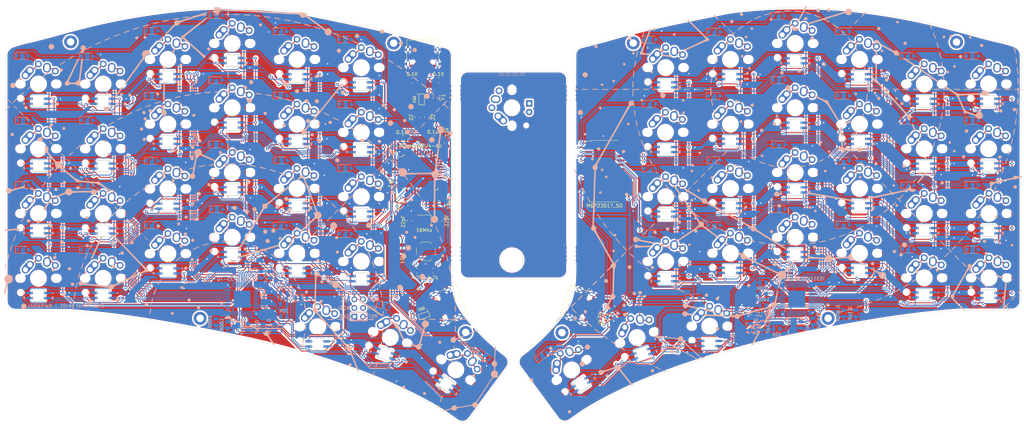
<source format=kicad_pcb>
(kicad_pcb (version 20171130) (host pcbnew 5.1.12)
  (layers (0 F.Cu signal) (31 B.Cu signal) (34 B.Paste user hide) (35 F.Paste user hide) (36 B.SilkS user) (37 F.SilkS user) (38 B.Mask user) (39 F.Mask user) (44 Edge.Cuts user))
  (net 0 "")
  (net 1 GND)
  (net 2 "Net-(C1-Pad1)")
  (net 3 "Net-(C2-Pad1)")
  (net 4 "Net-(C3-Pad1)")
  (net 5 +5V)
  (net 6 "Net-(D1-Pad2)")
  (net 7 Row0-L)
  (net 8 "Net-(D2-Pad2)")
  (net 9 "Net-(D3-Pad2)")
  (net 10 "Net-(D4-Pad2)")
  (net 11 "Net-(D5-Pad2)")
  (net 12 "Net-(D6-Pad2)")
  (net 13 "Net-(D7-Pad2)")
  (net 14 Row1-L)
  (net 15 "Net-(D8-Pad2)")
  (net 16 "Net-(D9-Pad2)")
  (net 17 "Net-(D10-Pad2)")
  (net 18 "Net-(D11-Pad2)")
  (net 19 "Net-(D12-Pad2)")
  (net 20 "Net-(D13-Pad2)")
  (net 21 Row2-L)
  (net 22 "Net-(D14-Pad2)")
  (net 23 "Net-(D15-Pad2)")
  (net 24 "Net-(D16-Pad2)")
  (net 25 "Net-(D17-Pad2)")
  (net 26 "Net-(D18-Pad2)")
  (net 27 "Net-(D19-Pad2)")
  (net 28 Row3-L)
  (net 29 "Net-(D20-Pad2)")
  (net 30 "Net-(D21-Pad2)")
  (net 31 "Net-(D22-Pad2)")
  (net 32 "Net-(D23-Pad2)")
  (net 33 "Net-(D24-Pad2)")
  (net 34 "Net-(D25-Pad2)")
  (net 35 "Net-(D26-Pad2)")
  (net 36 "Net-(D27-Pad2)")
  (net 37 "Net-(D28-Pad2)")
  (net 38 Row0-R)
  (net 39 "Net-(D29-Pad2)")
  (net 40 "Net-(D30-Pad2)")
  (net 41 "Net-(D31-Pad2)")
  (net 42 "Net-(D32-Pad2)")
  (net 43 "Net-(D33-Pad2)")
  (net 44 "Net-(D34-Pad2)")
  (net 45 Row1-R)
  (net 46 "Net-(D35-Pad2)")
  (net 47 "Net-(D36-Pad2)")
  (net 48 "Net-(D37-Pad2)")
  (net 49 "Net-(D38-Pad2)")
  (net 50 "Net-(D39-Pad2)")
  (net 51 "Net-(D40-Pad2)")
  (net 52 Row2-R)
  (net 53 "Net-(D41-Pad2)")
  (net 54 "Net-(D42-Pad2)")
  (net 55 "Net-(D43-Pad2)")
  (net 56 "Net-(D44-Pad2)")
  (net 57 "Net-(D45-Pad2)")
  (net 58 "Net-(D46-Pad2)")
  (net 59 Row3-R)
  (net 60 "Net-(D47-Pad2)")
  (net 61 "Net-(D48-Pad2)")
  (net 62 "Net-(D49-Pad2)")
  (net 63 "Net-(D50-Pad2)")
  (net 64 "Net-(D51-Pad2)")
  (net 65 "Net-(D52-Pad2)")
  (net 66 Row4-R)
  (net 67 "Net-(D53-Pad2)")
  (net 68 "Net-(D54-Pad2)")
  (net 69 VCC)
  (net 70 "Net-(J1-PadA5)")
  (net 71 "Net-(J1-PadA8)")
  (net 72 "Net-(J1-PadB8)")
  (net 73 "Net-(J1-PadB5)")
  (net 74 SCL-L)
  (net 75 SDA-L)
  (net 76 VBUS)
  (net 77 Col0)
  (net 78 Col1)
  (net 79 Col2)
  (net 80 Col3)
  (net 81 Col4)
  (net 82 Col5)
  (net 83 Col6)
  (net 84 Col7)
  (net 85 Col8)
  (net 86 Col9)
  (net 87 Col10)
  (net 88 Col11)
  (net 89 D-)
  (net 90 D+)
  (net 91 "Net-(R8-Pad2)")
  (net 92 SCL-R)
  (net 93 SDA-R)
  (net 94 "Net-(U1-Pad42)")
  (net 95 "Net-(U1-Pad38)")
  (net 96 "Net-(U1-Pad37)")
  (net 97 "Net-(U1-Pad36)")
  (net 98 "Net-(U1-Pad32)")
  (net 99 "Net-(U1-Pad31)")
  (net 100 Row4-L)
  (net 101 "Net-(U1-Pad22)")
  (net 102 "Net-(U1-Pad12)")
  (net 103 "Net-(U1-Pad8)")
  (net 104 "Net-(U1-Pad1)")
  (net 105 "Net-(U2-Pad28)")
  (net 106 "Net-(U2-Pad27)")
  (net 107 "Net-(U2-Pad20)")
  (net 108 "Net-(U2-Pad19)")
  (net 109 "Net-(U2-Pad14)")
  (net 110 "Net-(U2-Pad11)")
  (net 111 "Net-(U2-Pad8)")
  (net 112 "Net-(U2-Pad7)")
  (net 113 "Net-(U2-Pad6)")
  (net 114 "Net-(U1-Pad25)")
  (net 115 "Net-(U1-Pad21)")
  (net 116 "Net-(U1-Pad20)")
  (net 117 VSS)
  (net 118 "Net-(J2-PadA5)")
  (net 119 "Net-(J2-PadA8)")
  (net 120 "Net-(J2-PadB8)")
  (net 121 "Net-(J2-PadB5)")
  (net 122 "Net-(J3-PadA5)")
  (net 123 "Net-(J3-PadA8)")
  (net 124 "Net-(J3-PadB8)")
  (net 125 "Net-(J3-PadB5)")
  (net 126 Left-SW11)
  (net 127 Left-SW10)
  (net 128 Left-CS1)
  (net 129 Left-SW12)
  (net 130 Left-CS2)
  (net 131 Left-CS3)
  (net 132 Left-CS4)
  (net 133 Left-CS5)
  (net 134 Left-CS6)
  (net 135 Right-SW11)
  (net 136 Right-SW10)
  (net 137 Right-CS1)
  (net 138 Right-SW12)
  (net 139 Right-CS2)
  (net 140 Right-CS3)
  (net 141 Right-CS4)
  (net 142 Right-CS5)
  (net 143 Right-CS6)
  (net 144 Left-SW8)
  (net 145 Left-SW7)
  (net 146 Left-SW9)
  (net 147 Right-SW8)
  (net 148 Right-SW7)
  (net 149 Right-SW9)
  (net 150 Left-SW5)
  (net 151 Left-SW4)
  (net 152 Left-SW6)
  (net 153 Right-SW5)
  (net 154 Right-SW4)
  (net 155 Right-SW6)
  (net 156 Left-SW2)
  (net 157 Left-SW1)
  (net 158 Left-SW3)
  (net 159 Right-SW2)
  (net 160 Right-SW1)
  (net 161 Right-SW3)
  (net 162 Left-CS7)
  (net 163 Left-CS8)
  (net 164 Left-CS9)
  (net 165 Right-CS7)
  (net 166 Right-CS8)
  (net 167 Right-CS9)
  (net 168 "Net-(R10-Pad1)")
  (net 169 "Net-(R12-Pad1)")
  (net 170 "Net-(R13-Pad1)")
  (net 171 "Net-(R14-Pad1)")
  (net 172 "Net-(U3-Pad45)")
  (net 173 "Net-(U3-Pad40)")
  (net 174 "Net-(U3-Pad36)")
  (net 175 "Net-(U3-Pad33)")
  (net 176 "Net-(U3-Pad32)")
  (net 177 "Net-(U3-Pad31)")
  (net 178 "Net-(U3-Pad30)")
  (net 179 "Net-(U3-Pad28)")
  (net 180 "Net-(U3-Pad27)")
  (net 181 "Net-(U3-Pad26)")
  (net 182 "Net-(U3-Pad1)")
  (net 183 "Net-(U4-Pad45)")
  (net 184 "Net-(U4-Pad40)")
  (net 185 "Net-(U4-Pad36)")
  (net 186 "Net-(U4-Pad33)")
  (net 187 "Net-(U4-Pad32)")
  (net 188 "Net-(U4-Pad31)")
  (net 189 "Net-(U4-Pad30)")
  (net 190 "Net-(U4-Pad28)")
  (net 191 "Net-(U4-Pad27)")
  (net 192 "Net-(U4-Pad26)")
  (net 193 "Net-(U4-Pad1)")
  (net 194 "Net-(J4-Pad5)")
  (net 195 DN)
  (net 196 DP)
  (module Keebio-Parts:breakaway-mousebites (layer F.Cu) (at 179.854 87.19 90)
    (fp_text reference REF** hide)
    (fp_text value breakaway-mousebites hide)
    (pad "" np_thru_hole circle (at 0 -0.254 90) (size 0.7874 0.7874) (drill 0.7874) (layers *.Cu *.Mask))
    (pad "" np_thru_hole circle (at 1.27 -0.254 90) (size 0.7874 0.7874) (drill 0.7874) (layers *.Cu *.Mask))
    (pad "" np_thru_hole circle (at 2.54 -0.254 90) (size 0.7874 0.7874) (drill 0.7874) (layers *.Cu *.Mask))
    (pad "" np_thru_hole circle (at -1.27 -0.254 90) (size 0.7874 0.7874) (drill 0.7874) (layers *.Cu *.Mask))
    (pad "" np_thru_hole circle (at -2.54 -0.254 90) (size 0.7874 0.7874) (drill 0.7874) (layers *.Cu *.Mask))
  )
  (module Keebio-Parts:breakaway-mousebites (layer F.Cu) (at 181.054 87.17 90)
    (fp_text reference REF** hide)
    (fp_text value breakaway-mousebites hide)
    (pad "" np_thru_hole circle (at -2.54 -0.254 90) (size 0.7874 0.7874) (drill 0.7874) (layers *.Cu *.Mask))
    (pad "" np_thru_hole circle (at -1.27 -0.254 90) (size 0.7874 0.7874) (drill 0.7874) (layers *.Cu *.Mask))
    (pad "" np_thru_hole circle (at 2.54 -0.254 90) (size 0.7874 0.7874) (drill 0.7874) (layers *.Cu *.Mask))
    (pad "" np_thru_hole circle (at 1.27 -0.254 90) (size 0.7874 0.7874) (drill 0.7874) (layers *.Cu *.Mask))
    (pad "" np_thru_hole circle (at 0 -0.254 90) (size 0.7874 0.7874) (drill 0.7874) (layers *.Cu *.Mask))
  )
  (module Keebio-Parts:breakaway-mousebites (layer F.Cu) (at 179.854 39.89 90)
    (fp_text reference REF** hide)
    (fp_text value breakaway-mousebites hide)
    (pad "" np_thru_hole circle (at -2.54 -0.254 90) (size 0.7874 0.7874) (drill 0.7874) (layers *.Cu *.Mask))
    (pad "" np_thru_hole circle (at -1.27 -0.254 90) (size 0.7874 0.7874) (drill 0.7874) (layers *.Cu *.Mask))
    (pad "" np_thru_hole circle (at 2.54 -0.254 90) (size 0.7874 0.7874) (drill 0.7874) (layers *.Cu *.Mask))
    (pad "" np_thru_hole circle (at 1.27 -0.254 90) (size 0.7874 0.7874) (drill 0.7874) (layers *.Cu *.Mask))
    (pad "" np_thru_hole circle (at 0 -0.254 90) (size 0.7874 0.7874) (drill 0.7874) (layers *.Cu *.Mask))
  )
  (module Keebio-Parts:breakaway-mousebites (layer F.Cu) (at 181.054 39.87 90)
    (fp_text reference REF** hide)
    (fp_text value breakaway-mousebites hide)
    (pad "" np_thru_hole circle (at 0 -0.254 90) (size 0.7874 0.7874) (drill 0.7874) (layers *.Cu *.Mask))
    (pad "" np_thru_hole circle (at 1.27 -0.254 90) (size 0.7874 0.7874) (drill 0.7874) (layers *.Cu *.Mask))
    (pad "" np_thru_hole circle (at 2.54 -0.254 90) (size 0.7874 0.7874) (drill 0.7874) (layers *.Cu *.Mask))
    (pad "" np_thru_hole circle (at -1.27 -0.254 90) (size 0.7874 0.7874) (drill 0.7874) (layers *.Cu *.Mask))
    (pad "" np_thru_hole circle (at -2.54 -0.254 90) (size 0.7874 0.7874) (drill 0.7874) (layers *.Cu *.Mask))
  )
  (module Keebio-Parts:breakaway-mousebites (layer F.Cu) (at 145.904 39.79 90)
    (fp_text reference REF** hide)
    (fp_text value breakaway-mousebites hide)
    (pad "" np_thru_hole circle (at 0 -0.254 90) (size 0.7874 0.7874) (drill 0.7874) (layers *.Cu *.Mask))
    (pad "" np_thru_hole circle (at 1.27 -0.254 90) (size 0.7874 0.7874) (drill 0.7874) (layers *.Cu *.Mask))
    (pad "" np_thru_hole circle (at 2.54 -0.254 90) (size 0.7874 0.7874) (drill 0.7874) (layers *.Cu *.Mask))
    (pad "" np_thru_hole circle (at -1.27 -0.254 90) (size 0.7874 0.7874) (drill 0.7874) (layers *.Cu *.Mask))
    (pad "" np_thru_hole circle (at -2.54 -0.254 90) (size 0.7874 0.7874) (drill 0.7874) (layers *.Cu *.Mask))
  )
  (module Keebio-Parts:breakaway-mousebites (layer F.Cu) (at 147.104 39.77 90)
    (fp_text reference REF** hide)
    (fp_text value breakaway-mousebites hide)
    (pad "" np_thru_hole circle (at -2.54 -0.254 90) (size 0.7874 0.7874) (drill 0.7874) (layers *.Cu *.Mask))
    (pad "" np_thru_hole circle (at -1.27 -0.254 90) (size 0.7874 0.7874) (drill 0.7874) (layers *.Cu *.Mask))
    (pad "" np_thru_hole circle (at 2.54 -0.254 90) (size 0.7874 0.7874) (drill 0.7874) (layers *.Cu *.Mask))
    (pad "" np_thru_hole circle (at 1.27 -0.254 90) (size 0.7874 0.7874) (drill 0.7874) (layers *.Cu *.Mask))
    (pad "" np_thru_hole circle (at 0 -0.254 90) (size 0.7874 0.7874) (drill 0.7874) (layers *.Cu *.Mask))
  )
  (module Keebio-Parts:breakaway-mousebites (layer F.Cu) (at 147.154 87.19 90)
    (fp_text reference REF** hide)
    (fp_text value breakaway-mousebites hide)
    (pad "" np_thru_hole circle (at 0 -0.254 90) (size 0.7874 0.7874) (drill 0.7874) (layers *.Cu *.Mask))
    (pad "" np_thru_hole circle (at 1.27 -0.254 90) (size 0.7874 0.7874) (drill 0.7874) (layers *.Cu *.Mask))
    (pad "" np_thru_hole circle (at 2.54 -0.254 90) (size 0.7874 0.7874) (drill 0.7874) (layers *.Cu *.Mask))
    (pad "" np_thru_hole circle (at -1.27 -0.254 90) (size 0.7874 0.7874) (drill 0.7874) (layers *.Cu *.Mask))
    (pad "" np_thru_hole circle (at -2.54 -0.254 90) (size 0.7874 0.7874) (drill 0.7874) (layers *.Cu *.Mask))
  )
  (module Keebio-Parts:breakaway-mousebites (layer F.Cu) (at 145.904 87.19 90)
    (fp_text reference REF** hide)
    (fp_text value breakaway-mousebites hide)
    (pad "" np_thru_hole circle (at -2.54 -0.254 90) (size 0.7874 0.7874) (drill 0.7874) (layers *.Cu *.Mask))
    (pad "" np_thru_hole circle (at -1.27 -0.254 90) (size 0.7874 0.7874) (drill 0.7874) (layers *.Cu *.Mask))
    (pad "" np_thru_hole circle (at 2.54 -0.254 90) (size 0.7874 0.7874) (drill 0.7874) (layers *.Cu *.Mask))
    (pad "" np_thru_hole circle (at 1.27 -0.254 90) (size 0.7874 0.7874) (drill 0.7874) (layers *.Cu *.Mask))
    (pad "" np_thru_hole circle (at 0 -0.254 90) (size 0.7874 0.7874) (drill 0.7874) (layers *.Cu *.Mask))
  )
  (module v01:constellation-left-rgb (layer B.Cu) (at 87.45 74.9 180)
    (fp_text reference G*** hide)
    (fp_text value LOGO hide)
  )
  (module v01:constellation-right-rgb (layer B.Cu) (at 238.6 75.4 180)
    (fp_text reference G*** hide)
    (fp_text value LOGO hide)
  )
  (module v01:RGB_3528_Blue_Notch-MX (layer B.Cu) (at 199.5432 111.7219 198.5)
    (fp_text reference D107)
    (fp_text value "6028 LED")
    (fp_line (start 1.9 -3.38) (end 1.9 -6.78) (layer Edge.Cuts) (width 0.15))
    (fp_line (start -1.9 -3.38) (end -1.9 -6.78) (layer Edge.Cuts) (width 0.15))
    (fp_line (start 1.9 -3.38) (end -1.9 -3.38) (layer Edge.Cuts) (width 0.15))
    (fp_line (start 1.9 -6.78) (end -1.9 -6.78) (layer Edge.Cuts) (width 0.15))
    (fp_text user B (at -4.2 -5.83 18.5) (layer B.SilkS) (effects (font (size 0.7 0.7)) (justify mirror)))
    (fp_text user + (at -4.2 -4.33 18.5) (layer B.SilkS) (effects (font (size 0.7 0.7)) (justify mirror)))
    (fp_text user R (at 4.2 -5.83 18.5) (layer B.SilkS) (effects (font (size 0.7 0.7)) (justify mirror)))
    (fp_text user G (at 4.2 -4.33 18.5) (layer B.SilkS) (effects (font (size 0.7 0.7)) (justify mirror)))
    (pad 1 smd rect (at -2.6 -5.83 18.5) (size 2 0.7) (layers B.Cu B.Paste B.Mask) (net 161 Right-SW3))
    (pad 3 smd rect (at -2.6 -4.33 18.5) (size 2 0.7) (layers B.Cu B.Paste B.Mask) (net 166 Right-CS8))
    (pad 4 smd rect (at 2.6 -4.33 18.5) (size 2 0.7) (layers B.Cu B.Paste B.Mask) (net 160 Right-SW1))
    (pad 2 smd rect (at 2.6 -5.83 18.5) (size 2 0.7) (layers B.Cu B.Paste B.Mask) (net 159 Right-SW2))
  )
  (module Keebio-Parts:SOT-143B (layer F.Cu) (at 189.800688 105.464612 340)
    (fp_text reference U7)
    (fp_text value PRTR5V0U2X hide)
    (fp_text user ESD (at 0 2.1 160) (layer F.SilkS) (effects (font (size 0.7 0.7))))
    (pad 4 smd rect (at -0.95 -1 340) (size 0.6 0.7) (layers F.Cu F.Paste F.Mask) (net 117 VSS))
    (pad 3 smd rect (at 0.95 -1 340) (size 0.6 0.7) (layers F.Cu F.Paste F.Mask) (net 92 SCL-R))
    (pad 2 smd rect (at 0.95 1 340) (size 0.6 0.7) (layers F.Cu F.Paste F.Mask) (net 93 SDA-R))
    (pad 1 smd rect (at -0.75 1 340) (size 1 0.7) (layers F.Cu F.Paste F.Mask) (net 76 VBUS))
  )
  (module Keebio-Parts:SOT-143B (layer F.Cu) (at 136.9 105.35 200)
    (fp_text reference U6)
    (fp_text value PRTR5V0U2X hide)
    (fp_text user ESD (at 0 2.1 20) (layer F.SilkS) (effects (font (size 0.7 0.7))))
    (pad 4 smd rect (at -0.95 -1 200) (size 0.6 0.7) (layers F.Cu F.Paste F.Mask) (net 5 +5V))
    (pad 3 smd rect (at 0.95 -1 200) (size 0.6 0.7) (layers F.Cu F.Paste F.Mask) (net 74 SCL-L))
    (pad 2 smd rect (at 0.95 1 200) (size 0.6 0.7) (layers F.Cu F.Paste F.Mask) (net 75 SDA-L))
    (pad 1 smd rect (at -0.75 1 200) (size 1 0.7) (layers F.Cu F.Paste F.Mask) (net 1 GND))
  )
  (module Keebio-Parts:SOT-143B (layer F.Cu) (at 136.2 41.75 270)
    (fp_text reference U5)
    (fp_text value PRTR5V0U2X hide)
    (fp_text user ESD (at 0 2.1 90) (layer F.SilkS) (effects (font (size 0.7 0.7))))
    (pad 4 smd rect (at -0.95 -1 270) (size 0.6 0.7) (layers F.Cu F.Paste F.Mask) (net 69 VCC))
    (pad 3 smd rect (at 0.95 -1 270) (size 0.6 0.7) (layers F.Cu F.Paste F.Mask) (net 195 DN))
    (pad 2 smd rect (at 0.95 1 270) (size 0.6 0.7) (layers F.Cu F.Paste F.Mask) (net 196 DP))
    (pad 1 smd rect (at -0.75 1 270) (size 1 0.7) (layers F.Cu F.Paste F.Mask) (net 1 GND))
  )
  (module Fuse:Fuse_1206_3216Metric_Pad1.42x1.75mm_HandSolder (layer F.Cu) (at 140.539 41.021 90)
    (fp_text reference F1 (at 0 2.011 90) (layer F.SilkS))
    (fp_text value 500mA)
    (pad 2 smd roundrect (at 1.4875 0 90) (size 1.425 1.75) (layers F.Cu F.Paste F.Mask) (roundrect_rratio 0.1754385964912281) (net 69 VCC))
    (pad 1 smd roundrect (at -1.4875 0 90) (size 1.425 1.75) (layers F.Cu F.Paste F.Mask) (roundrect_rratio 0.1754385964912281) (net 5 +5V))
  )
  (module random-keyboard-parts:Reset_Pretty-Mask (layer B.Cu) (at 117.67 103.1 180)
    (fp_text reference J4)
    (fp_text value AVR-ISP-6)
    (fp_text user MISO (at -4.25 2.5) (layer B.SilkS) (effects (justify mirror)))
    (fp_text user VCC (at 4 2.5) (layer B.SilkS) (effects (justify mirror)))
    (fp_text user SCK (at -4 0) (layer B.SilkS) (effects (justify mirror)))
    (fp_text user MOSI (at 4.25 0) (layer B.SilkS) (effects (justify mirror)))
    (fp_text user RST (at -4.25 -2.5) (layer B.SilkS) (effects (justify mirror)))
    (fp_text user GND (at 4.25 -2.5) (layer B.SilkS) (effects (justify mirror)))
    (pad 6 thru_hole rect (at 1.27 -2.54 180) (size 1.7 1.7) (drill 1) (layers *.Cu B.Mask) (net 1 GND))
    (pad 5 thru_hole circle (at -1.27 -2.54 180) (size 1.7 1.7) (drill 1) (layers *.Cu B.Mask) (net 194 "Net-(J4-Pad5)"))
    (pad 4 thru_hole circle (at 1.27 0 180) (size 1.7 1.7) (drill 1) (layers *.Cu B.Mask) (net 78 Col1))
    (pad 3 thru_hole circle (at -1.27 0 180) (size 1.7 1.7) (drill 1) (layers *.Cu B.Mask) (net 21 Row2-L))
    (pad 2 thru_hole circle (at 1.27 2.54 180) (size 1.7 1.7) (drill 1) (layers *.Cu B.Mask) (net 5 +5V))
    (pad 1 thru_hole circle (at -1.27 2.54 180) (size 1.7 1.7) (drill 1) (layers *.Cu B.Mask) (net 77 Col0))
  )
  (module Package_QFP:TQFP-44_10x10mm_P0.8mm (layer F.Cu) (at 135.812 63.216)
    (fp_text reference U1)
    (fp_text value ATmega32U4-AU (at 0.01276 -7.82368) (layer F.SilkS))
    (pad 44 smd rect (at -4 -5.7 90) (size 1.5 0.55) (layers F.Cu F.Paste F.Mask) (net 5 +5V))
    (pad 43 smd rect (at -3.2 -5.7 90) (size 1.5 0.55) (layers F.Cu F.Paste F.Mask) (net 1 GND))
    (pad 42 smd rect (at -2.4 -5.7 90) (size 1.5 0.55) (layers F.Cu F.Paste F.Mask) (net 94 "Net-(U1-Pad42)"))
    (pad 41 smd rect (at -1.6 -5.7 90) (size 1.5 0.55) (layers F.Cu F.Paste F.Mask) (net 80 Col3))
    (pad 40 smd rect (at -0.8 -5.7 90) (size 1.5 0.55) (layers F.Cu F.Paste F.Mask) (net 81 Col4))
    (pad 39 smd rect (at 0 -5.7 90) (size 1.5 0.55) (layers F.Cu F.Paste F.Mask) (net 82 Col5))
    (pad 38 smd rect (at 0.8 -5.7 90) (size 1.5 0.55) (layers F.Cu F.Paste F.Mask) (net 95 "Net-(U1-Pad38)"))
    (pad 37 smd rect (at 1.6 -5.7 90) (size 1.5 0.55) (layers F.Cu F.Paste F.Mask) (net 96 "Net-(U1-Pad37)"))
    (pad 36 smd rect (at 2.4 -5.7 90) (size 1.5 0.55) (layers F.Cu F.Paste F.Mask) (net 97 "Net-(U1-Pad36)"))
    (pad 35 smd rect (at 3.2 -5.7 90) (size 1.5 0.55) (layers F.Cu F.Paste F.Mask) (net 1 GND))
    (pad 34 smd rect (at 4 -5.7 90) (size 1.5 0.55) (layers F.Cu F.Paste F.Mask) (net 5 +5V))
    (pad 33 smd rect (at 5.7 -4) (size 1.5 0.55) (layers F.Cu F.Paste F.Mask) (net 91 "Net-(R8-Pad2)"))
    (pad 32 smd rect (at 5.7 -3.2) (size 1.5 0.55) (layers F.Cu F.Paste F.Mask) (net 98 "Net-(U1-Pad32)"))
    (pad 31 smd rect (at 5.7 -2.4) (size 1.5 0.55) (layers F.Cu F.Paste F.Mask) (net 99 "Net-(U1-Pad31)"))
    (pad 30 smd rect (at 5.7 -1.6) (size 1.5 0.55) (layers F.Cu F.Paste F.Mask) (net 7 Row0-L))
    (pad 29 smd rect (at 5.7 -0.8) (size 1.5 0.55) (layers F.Cu F.Paste F.Mask) (net 14 Row1-L))
    (pad 28 smd rect (at 5.7 0) (size 1.5 0.55) (layers F.Cu F.Paste F.Mask) (net 79 Col2))
    (pad 27 smd rect (at 5.7 0.8) (size 1.5 0.55) (layers F.Cu F.Paste F.Mask) (net 28 Row3-L))
    (pad 26 smd rect (at 5.7 1.6) (size 1.5 0.55) (layers F.Cu F.Paste F.Mask) (net 100 Row4-L))
    (pad 25 smd rect (at 5.7 2.4) (size 1.5 0.55) (layers F.Cu F.Paste F.Mask) (net 114 "Net-(U1-Pad25)"))
    (pad 24 smd rect (at 5.7 3.2) (size 1.5 0.55) (layers F.Cu F.Paste F.Mask) (net 5 +5V))
    (pad 23 smd rect (at 5.7 4) (size 1.5 0.55) (layers F.Cu F.Paste F.Mask) (net 1 GND))
    (pad 22 smd rect (at 4 5.7 90) (size 1.5 0.55) (layers F.Cu F.Paste F.Mask) (net 101 "Net-(U1-Pad22)"))
    (pad 21 smd rect (at 3.2 5.7 90) (size 1.5 0.55) (layers F.Cu F.Paste F.Mask) (net 115 "Net-(U1-Pad21)"))
    (pad 20 smd rect (at 2.4 5.7 90) (size 1.5 0.55) (layers F.Cu F.Paste F.Mask) (net 116 "Net-(U1-Pad20)"))
    (pad 19 smd rect (at 1.6 5.7 90) (size 1.5 0.55) (layers F.Cu F.Paste F.Mask) (net 75 SDA-L))
    (pad 18 smd rect (at 0.8 5.7 90) (size 1.5 0.55) (layers F.Cu F.Paste F.Mask) (net 74 SCL-L))
    (pad 17 smd rect (at 0 5.7 90) (size 1.5 0.55) (layers F.Cu F.Paste F.Mask) (net 2 "Net-(C1-Pad1)"))
    (pad 16 smd rect (at -0.8 5.7 90) (size 1.5 0.55) (layers F.Cu F.Paste F.Mask) (net 3 "Net-(C2-Pad1)"))
    (pad 15 smd rect (at -1.6 5.7 90) (size 1.5 0.55) (layers F.Cu F.Paste F.Mask) (net 1 GND))
    (pad 14 smd rect (at -2.4 5.7 90) (size 1.5 0.55) (layers F.Cu F.Paste F.Mask) (net 5 +5V))
    (pad 13 smd rect (at -3.2 5.7 90) (size 1.5 0.55) (layers F.Cu F.Paste F.Mask) (net 194 "Net-(J4-Pad5)"))
    (pad 12 smd rect (at -4 5.7 90) (size 1.5 0.55) (layers F.Cu F.Paste F.Mask) (net 102 "Net-(U1-Pad12)"))
    (pad 11 smd rect (at -5.7 4) (size 1.5 0.55) (layers F.Cu F.Paste F.Mask) (net 77 Col0))
    (pad 10 smd rect (at -5.7 3.2) (size 1.5 0.55) (layers F.Cu F.Paste F.Mask) (net 78 Col1))
    (pad 9 smd rect (at -5.7 2.4) (size 1.5 0.55) (layers F.Cu F.Paste F.Mask) (net 21 Row2-L))
    (pad 8 smd rect (at -5.7 1.6) (size 1.5 0.55) (layers F.Cu F.Paste F.Mask) (net 103 "Net-(U1-Pad8)"))
    (pad 7 smd rect (at -5.7 0.8) (size 1.5 0.55) (layers F.Cu F.Paste F.Mask) (net 5 +5V))
    (pad 6 smd rect (at -5.7 0) (size 1.5 0.55) (layers F.Cu F.Paste F.Mask) (net 4 "Net-(C3-Pad1)"))
    (pad 5 smd rect (at -5.7 -0.8) (size 1.5 0.55) (layers F.Cu F.Paste F.Mask) (net 1 GND))
    (pad 4 smd rect (at -5.7 -1.6) (size 1.5 0.55) (layers F.Cu F.Paste F.Mask) (net 90 D+))
    (pad 3 smd rect (at -5.7 -2.4) (size 1.5 0.55) (layers F.Cu F.Paste F.Mask) (net 89 D-))
    (pad 2 smd rect (at -5.7 -3.2) (size 1.5 0.55) (layers F.Cu F.Paste F.Mask) (net 5 +5V))
    (pad 1 smd rect (at -5.7 -4) (size 1.5 0.55) (layers F.Cu F.Paste F.Mask) (net 104 "Net-(U1-Pad1)"))
  )
  (module Keebio-Parts:MountingHole (layer F.Cu) (at 162.75 89)
    (fp_text reference U4 hide)
    (fp_text value HOLE)
    (pad "" thru_hole circle (at 0 0) (size 6.5 6.5) (drill 6.5) (layers *.Cu *.Mask F.SilkS))
  )
  (module Connector_USB:USB_C_Receptacle_HRO_TYPE-C-31-M-12 (layer F.Cu) (at 144.435796 102.149649 110)
    (fp_text reference J2)
    (fp_text value I2C-L)
    (pad B1 smd rect (at 3.25 -4.045 110) (size 0.6 1.45) (layers F.Cu F.Paste F.Mask) (net 1 GND))
    (pad A9 smd rect (at 2.45 -4.045 110) (size 0.6 1.45) (layers F.Cu F.Paste F.Mask) (net 5 +5V))
    (pad B9 smd rect (at -2.45 -4.045 110) (size 0.6 1.45) (layers F.Cu F.Paste F.Mask) (net 5 +5V))
    (pad B12 smd rect (at -3.25 -4.045 110) (size 0.6 1.45) (layers F.Cu F.Paste F.Mask) (net 1 GND))
    (pad A1 smd rect (at -3.25 -4.045 110) (size 0.6 1.45) (layers F.Cu F.Paste F.Mask) (net 1 GND))
    (pad A4 smd rect (at -2.45 -4.045 110) (size 0.6 1.45) (layers F.Cu F.Paste F.Mask) (net 5 +5V))
    (pad B4 smd rect (at 2.45 -4.045 110) (size 0.6 1.45) (layers F.Cu F.Paste F.Mask) (net 5 +5V))
    (pad A12 smd rect (at 3.25 -4.045 110) (size 0.6 1.45) (layers F.Cu F.Paste F.Mask) (net 1 GND))
    (pad B8 smd rect (at -1.75 -4.045 110) (size 0.3 1.45) (layers F.Cu F.Paste F.Mask) (net 120 "Net-(J2-PadB8)"))
    (pad A5 smd rect (at -1.25 -4.045 110) (size 0.3 1.45) (layers F.Cu F.Paste F.Mask) (net 118 "Net-(J2-PadA5)"))
    (pad B7 smd rect (at -0.75 -4.045 110) (size 0.3 1.45) (layers F.Cu F.Paste F.Mask) (net 74 SCL-L))
    (pad A7 smd rect (at 0.25 -4.045 110) (size 0.3 1.45) (layers F.Cu F.Paste F.Mask) (net 74 SCL-L))
    (pad B6 smd rect (at 0.75 -4.045 110) (size 0.3 1.45) (layers F.Cu F.Paste F.Mask) (net 75 SDA-L))
    (pad A8 smd rect (at 1.25 -4.045 110) (size 0.3 1.45) (layers F.Cu F.Paste F.Mask) (net 119 "Net-(J2-PadA8)"))
    (pad B5 smd rect (at 1.75 -4.045 110) (size 0.3 1.45) (layers F.Cu F.Paste F.Mask) (net 121 "Net-(J2-PadB5)"))
    (pad A6 smd rect (at -0.25 -4.045 110) (size 0.3 1.45) (layers F.Cu F.Paste F.Mask) (net 75 SDA-L))
    (pad S1 thru_hole oval (at 4.32 -3.13 110) (size 1 2.1) (drill oval 0.6 1.7) (layers *.Cu *.Mask) (net 1 GND))
    (pad S1 thru_hole oval (at -4.32 -3.13 110) (size 1 2.1) (drill oval 0.6 1.7) (layers *.Cu *.Mask) (net 1 GND))
    (pad "" np_thru_hole circle (at -2.89 -2.6 110) (size 0.65 0.65) (drill 0.65) (layers *.Cu *.Mask))
    (pad S1 thru_hole oval (at -4.32 1.05 110) (size 1 1.6) (drill oval 0.6 1.2) (layers *.Cu *.Mask) (net 1 GND))
    (pad "" np_thru_hole circle (at 2.89 -2.6 110) (size 0.65 0.65) (drill 0.65) (layers *.Cu *.Mask))
    (pad S1 thru_hole oval (at 4.32 1.05 110) (size 1 1.6) (drill oval 0.6 1.2) (layers *.Cu *.Mask) (net 1 GND))
  )
  (module Connector_USB:USB_C_Receptacle_HRO_TYPE-C-31-M-12 (layer F.Cu) (at 182.10915 102.118593 250)
    (fp_text reference J3)
    (fp_text value I2C-R)
    (pad B1 smd rect (at 3.25 -4.045 250) (size 0.6 1.45) (layers F.Cu F.Paste F.Mask) (net 117 VSS))
    (pad A9 smd rect (at 2.45 -4.045 250) (size 0.6 1.45) (layers F.Cu F.Paste F.Mask) (net 76 VBUS))
    (pad B9 smd rect (at -2.45 -4.045 250) (size 0.6 1.45) (layers F.Cu F.Paste F.Mask) (net 76 VBUS))
    (pad B12 smd rect (at -3.25 -4.045 250) (size 0.6 1.45) (layers F.Cu F.Paste F.Mask) (net 117 VSS))
    (pad A1 smd rect (at -3.25 -4.045 250) (size 0.6 1.45) (layers F.Cu F.Paste F.Mask) (net 117 VSS))
    (pad A4 smd rect (at -2.45 -4.045 250) (size 0.6 1.45) (layers F.Cu F.Paste F.Mask) (net 76 VBUS))
    (pad B4 smd rect (at 2.45 -4.045 250) (size 0.6 1.45) (layers F.Cu F.Paste F.Mask) (net 76 VBUS))
    (pad A12 smd rect (at 3.25 -4.045 250) (size 0.6 1.45) (layers F.Cu F.Paste F.Mask) (net 117 VSS))
    (pad B8 smd rect (at -1.75 -4.045 250) (size 0.3 1.45) (layers F.Cu F.Paste F.Mask) (net 124 "Net-(J3-PadB8)"))
    (pad A5 smd rect (at -1.25 -4.045 250) (size 0.3 1.45) (layers F.Cu F.Paste F.Mask) (net 122 "Net-(J3-PadA5)"))
    (pad B7 smd rect (at -0.75 -4.045 250) (size 0.3 1.45) (layers F.Cu F.Paste F.Mask) (net 92 SCL-R))
    (pad A7 smd rect (at 0.25 -4.045 250) (size 0.3 1.45) (layers F.Cu F.Paste F.Mask) (net 92 SCL-R))
    (pad B6 smd rect (at 0.75 -4.045 250) (size 0.3 1.45) (layers F.Cu F.Paste F.Mask) (net 93 SDA-R))
    (pad A8 smd rect (at 1.25 -4.045 250) (size 0.3 1.45) (layers F.Cu F.Paste F.Mask) (net 123 "Net-(J3-PadA8)"))
    (pad B5 smd rect (at 1.75 -4.045 250) (size 0.3 1.45) (layers F.Cu F.Paste F.Mask) (net 125 "Net-(J3-PadB5)"))
    (pad A6 smd rect (at -0.25 -4.045 250) (size 0.3 1.45) (layers F.Cu F.Paste F.Mask) (net 93 SDA-R))
    (pad S1 thru_hole oval (at 4.32 -3.13 250) (size 1 2.1) (drill oval 0.6 1.7) (layers *.Cu *.Mask) (net 117 VSS))
    (pad S1 thru_hole oval (at -4.32 -3.13 250) (size 1 2.1) (drill oval 0.6 1.7) (layers *.Cu *.Mask) (net 117 VSS))
    (pad "" np_thru_hole circle (at -2.89 -2.6 250) (size 0.65 0.65) (drill 0.65) (layers *.Cu *.Mask))
    (pad S1 thru_hole oval (at -4.32 1.05 250) (size 1 1.6) (drill oval 0.6 1.2) (layers *.Cu *.Mask) (net 117 VSS))
    (pad "" np_thru_hole circle (at 2.89 -2.6 250) (size 0.65 0.65) (drill 0.65) (layers *.Cu *.Mask))
    (pad S1 thru_hole oval (at 4.32 1.05 250) (size 1 1.6) (drill oval 0.6 1.2) (layers *.Cu *.Mask) (net 117 VSS))
  )
  (module Connector_USB:USB_C_Receptacle_HRO_TYPE-C-31-M-12 (layer F.Cu) (at 136.5151 28.1645 180)
    (fp_text reference J1)
    (fp_text value USB_C_Receptacle_USB2.0)
    (pad B1 smd rect (at 3.25 -4.045 180) (size 0.6 1.45) (layers F.Cu F.Paste F.Mask) (net 1 GND))
    (pad A9 smd rect (at 2.45 -4.045 180) (size 0.6 1.45) (layers F.Cu F.Paste F.Mask) (net 69 VCC))
    (pad B9 smd rect (at -2.45 -4.045 180) (size 0.6 1.45) (layers F.Cu F.Paste F.Mask) (net 69 VCC))
    (pad B12 smd rect (at -3.25 -4.045 180) (size 0.6 1.45) (layers F.Cu F.Paste F.Mask) (net 1 GND))
    (pad A1 smd rect (at -3.25 -4.045 180) (size 0.6 1.45) (layers F.Cu F.Paste F.Mask) (net 1 GND))
    (pad A4 smd rect (at -2.45 -4.045 180) (size 0.6 1.45) (layers F.Cu F.Paste F.Mask) (net 69 VCC))
    (pad B4 smd rect (at 2.45 -4.045 180) (size 0.6 1.45) (layers F.Cu F.Paste F.Mask) (net 69 VCC))
    (pad A12 smd rect (at 3.25 -4.045 180) (size 0.6 1.45) (layers F.Cu F.Paste F.Mask) (net 1 GND))
    (pad B8 smd rect (at -1.75 -4.045 180) (size 0.3 1.45) (layers F.Cu F.Paste F.Mask) (net 72 "Net-(J1-PadB8)"))
    (pad A5 smd rect (at -1.25 -4.045 180) (size 0.3 1.45) (layers F.Cu F.Paste F.Mask) (net 70 "Net-(J1-PadA5)"))
    (pad B7 smd rect (at -0.75 -4.045 180) (size 0.3 1.45) (layers F.Cu F.Paste F.Mask) (net 195 DN))
    (pad A7 smd rect (at 0.25 -4.045 180) (size 0.3 1.45) (layers F.Cu F.Paste F.Mask) (net 195 DN))
    (pad B6 smd rect (at 0.75 -4.045 180) (size 0.3 1.45) (layers F.Cu F.Paste F.Mask) (net 196 DP))
    (pad A8 smd rect (at 1.25 -4.045 180) (size 0.3 1.45) (layers F.Cu F.Paste F.Mask) (net 71 "Net-(J1-PadA8)"))
    (pad B5 smd rect (at 1.75 -4.045 180) (size 0.3 1.45) (layers F.Cu F.Paste F.Mask) (net 73 "Net-(J1-PadB5)"))
    (pad A6 smd rect (at -0.25 -4.045 180) (size 0.3 1.45) (layers F.Cu F.Paste F.Mask) (net 196 DP))
    (pad S1 thru_hole oval (at 4.32 -3.13 180) (size 1 2.1) (drill oval 0.6 1.7) (layers *.Cu *.Mask) (net 1 GND))
    (pad S1 thru_hole oval (at -4.32 -3.13 180) (size 1 2.1) (drill oval 0.6 1.7) (layers *.Cu *.Mask) (net 1 GND))
    (pad "" np_thru_hole circle (at -2.89 -2.6 180) (size 0.65 0.65) (drill 0.65) (layers *.Cu *.Mask))
    (pad S1 thru_hole oval (at -4.32 1.05 180) (size 1 1.6) (drill oval 0.6 1.2) (layers *.Cu *.Mask) (net 1 GND))
    (pad "" np_thru_hole circle (at 2.89 -2.6 180) (size 0.65 0.65) (drill 0.65) (layers *.Cu *.Mask))
    (pad S1 thru_hole oval (at 4.32 1.05 180) (size 1 1.6) (drill oval 0.6 1.2) (layers *.Cu *.Mask) (net 1 GND))
  )
  (module MountingHole:MountingHole_2.2mm_M2_DIN965_Pad (layer F.Cu) (at 149.1496 110.2995)
    (fp_text reference REF**)
    (fp_text value MountingHole_2.2mm_M2_DIN965_Pad)
    (pad 1 thru_hole circle (at 0 0) (size 3.8 3.8) (drill 2.2) (layers *.Cu *.Mask))
  )
  (module MountingHole:MountingHole_2.2mm_M2_DIN965_Pad (layer F.Cu) (at 177.4833 110.3503)
    (fp_text reference REF**)
    (fp_text value MountingHole_2.2mm_M2_DIN965_Pad)
    (pad 1 thru_hole circle (at 0 0) (size 3.8 3.8) (drill 2.2) (layers *.Cu *.Mask))
  )
  (module MountingHole:MountingHole_2.2mm_M2_DIN965_Pad (layer F.Cu) (at 198.45 25.15)
    (fp_text reference REF**)
    (fp_text value MountingHole_2.2mm_M2_DIN965_Pad)
    (pad 1 thru_hole circle (at 0 0) (size 3.8 3.8) (drill 2.2) (layers *.Cu *.Mask))
  )
  (module MountingHole:MountingHole_2.2mm_M2_DIN965_Pad (layer F.Cu) (at 127.95 25.2)
    (fp_text reference REF**)
    (fp_text value MountingHole_2.2mm_M2_DIN965_Pad)
    (pad 1 thru_hole circle (at 0 0) (size 3.8 3.8) (drill 2.2) (layers *.Cu *.Mask))
  )
  (module MountingHole:MountingHole_2.2mm_M2_DIN965_Pad (layer F.Cu) (at 255.7788 106.1212)
    (fp_text reference REF**)
    (fp_text value MountingHole_2.2mm_M2_DIN965_Pad)
    (pad 1 thru_hole circle (at 0 0) (size 3.8 3.8) (drill 2.2) (layers *.Cu *.Mask))
  )
  (module MountingHole:MountingHole_2.2mm_M2_DIN965_Pad (layer F.Cu) (at 71.0192 106.1466)
    (fp_text reference REF**)
    (fp_text value MountingHole_2.2mm_M2_DIN965_Pad)
    (pad 1 thru_hole circle (at 0 0) (size 3.8 3.8) (drill 2.2) (layers *.Cu *.Mask))
  )
  (module MountingHole:MountingHole_2.2mm_M2_DIN965_Pad (layer F.Cu) (at 293.5486 24.8793)
    (fp_text reference REF**)
    (fp_text value MountingHole_2.2mm_M2_DIN965_Pad)
    (pad 1 thru_hole circle (at 0 0) (size 3.8 3.8) (drill 2.2) (layers *.Cu *.Mask))
  )
  (module MountingHole:MountingHole_2.2mm_M2_DIN965_Pad (layer F.Cu) (at 32.9319 24.8158)
    (fp_text reference REF**)
    (fp_text value MountingHole_2.2mm_M2_DIN965_Pad)
    (pad 1 thru_hole circle (at 0 0) (size 3.8 3.8) (drill 2.2) (layers *.Cu *.Mask))
  )
  (module v01:RGB_3528_Blue_Notch-MX (layer B.Cu) (at 220.9681 108.4707 180)
    (fp_text reference D108)
    (fp_text value "6028 LED")
    (fp_line (start 1.9 -3.38) (end 1.9 -6.78) (layer Edge.Cuts) (width 0.15))
    (fp_line (start -1.9 -3.38) (end -1.9 -6.78) (layer Edge.Cuts) (width 0.15))
    (fp_line (start 1.9 -3.38) (end -1.9 -3.38) (layer Edge.Cuts) (width 0.15))
    (fp_line (start 1.9 -6.78) (end -1.9 -6.78) (layer Edge.Cuts) (width 0.15))
    (fp_text user B (at -4.2 -5.83) (layer B.SilkS) (effects (font (size 0.7 0.7)) (justify mirror)))
    (fp_text user + (at -4.2 -4.33) (layer B.SilkS) (effects (font (size 0.7 0.7)) (justify mirror)))
    (fp_text user R (at 4.2 -5.83) (layer B.SilkS) (effects (font (size 0.7 0.7)) (justify mirror)))
    (fp_text user G (at 4.2 -4.33) (layer B.SilkS) (effects (font (size 0.7 0.7)) (justify mirror)))
    (pad 1 smd rect (at -2.6 -5.83) (size 2 0.7) (layers B.Cu B.Paste B.Mask) (net 161 Right-SW3))
    (pad 3 smd rect (at -2.6 -4.33) (size 2 0.7) (layers B.Cu B.Paste B.Mask) (net 167 Right-CS9))
    (pad 4 smd rect (at 2.6 -4.33) (size 2 0.7) (layers B.Cu B.Paste B.Mask) (net 160 Right-SW1))
    (pad 2 smd rect (at 2.6 -5.83) (size 2 0.7) (layers B.Cu B.Paste B.Mask) (net 159 Right-SW2))
  )
  (module v01:RGB_3528_Blue_Notch-MX (layer B.Cu) (at 180.3408 121.3866 214.5)
    (fp_text reference D106)
    (fp_text value "6028 LED")
    (fp_line (start 1.9 -3.38) (end 1.9 -6.78) (layer Edge.Cuts) (width 0.15))
    (fp_line (start -1.9 -3.38) (end -1.9 -6.78) (layer Edge.Cuts) (width 0.15))
    (fp_line (start 1.9 -3.38) (end -1.9 -3.38) (layer Edge.Cuts) (width 0.15))
    (fp_line (start 1.9 -6.78) (end -1.9 -6.78) (layer Edge.Cuts) (width 0.15))
    (fp_text user B (at -4.2 -5.83 34.5) (layer B.SilkS) (effects (font (size 0.7 0.7)) (justify mirror)))
    (fp_text user + (at -4.2 -4.33 34.5) (layer B.SilkS) (effects (font (size 0.7 0.7)) (justify mirror)))
    (fp_text user R (at 4.2 -5.83 34.5) (layer B.SilkS) (effects (font (size 0.7 0.7)) (justify mirror)))
    (fp_text user G (at 4.2 -4.33 34.5) (layer B.SilkS) (effects (font (size 0.7 0.7)) (justify mirror)))
    (pad 1 smd rect (at -2.6 -5.83 34.5) (size 2 0.7) (layers B.Cu B.Paste B.Mask) (net 161 Right-SW3))
    (pad 3 smd rect (at -2.6 -4.33 34.5) (size 2 0.7) (layers B.Cu B.Paste B.Mask) (net 165 Right-CS7))
    (pad 4 smd rect (at 2.6 -4.33 34.5) (size 2 0.7) (layers B.Cu B.Paste B.Mask) (net 160 Right-SW1))
    (pad 2 smd rect (at 2.6 -5.83 34.5) (size 2 0.7) (layers B.Cu B.Paste B.Mask) (net 159 Right-SW2))
  )
  (module v01:RGB_3528_Blue_Notch-MX (layer B.Cu) (at 146.3048 121.285 144.5)
    (fp_text reference D105)
    (fp_text value "6028 LED")
    (fp_line (start 1.9 -3.38) (end 1.9 -6.78) (layer Edge.Cuts) (width 0.15))
    (fp_line (start -1.9 -3.38) (end -1.9 -6.78) (layer Edge.Cuts) (width 0.15))
    (fp_line (start 1.9 -3.38) (end -1.9 -3.38) (layer Edge.Cuts) (width 0.15))
    (fp_line (start 1.9 -6.78) (end -1.9 -6.78) (layer Edge.Cuts) (width 0.15))
    (fp_text user B (at -4.2 -5.83 144.5) (layer B.SilkS) (effects (font (size 0.7 0.7)) (justify mirror)))
    (fp_text user + (at -4.2 -4.33 144.5) (layer B.SilkS) (effects (font (size 0.7 0.7)) (justify mirror)))
    (fp_text user R (at 4.2 -5.83 144.5) (layer B.SilkS) (effects (font (size 0.7 0.7)) (justify mirror)))
    (fp_text user G (at 4.2 -4.33 144.5) (layer B.SilkS) (effects (font (size 0.7 0.7)) (justify mirror)))
    (pad 1 smd rect (at -2.6 -5.83 324.5) (size 2 0.7) (layers B.Cu B.Paste B.Mask) (net 158 Left-SW3))
    (pad 3 smd rect (at -2.6 -4.33 324.5) (size 2 0.7) (layers B.Cu B.Paste B.Mask) (net 164 Left-CS9))
    (pad 4 smd rect (at 2.6 -4.33 324.5) (size 2 0.7) (layers B.Cu B.Paste B.Mask) (net 157 Left-SW1))
    (pad 2 smd rect (at 2.6 -5.83 324.5) (size 2 0.7) (layers B.Cu B.Paste B.Mask) (net 156 Left-SW2))
  )
  (module v01:RGB_3528_Blue_Notch-MX (layer B.Cu) (at 126.9881 111.7219 161.5)
    (fp_text reference D104)
    (fp_text value "6028 LED")
    (fp_line (start 1.9 -3.38) (end 1.9 -6.78) (layer Edge.Cuts) (width 0.15))
    (fp_line (start -1.9 -3.38) (end -1.9 -6.78) (layer Edge.Cuts) (width 0.15))
    (fp_line (start 1.9 -3.38) (end -1.9 -3.38) (layer Edge.Cuts) (width 0.15))
    (fp_line (start 1.9 -6.78) (end -1.9 -6.78) (layer Edge.Cuts) (width 0.15))
    (fp_text user B (at -4.2 -5.83 161.5) (layer B.SilkS) (effects (font (size 0.7 0.7)) (justify mirror)))
    (fp_text user + (at -4.2 -4.33 161.5) (layer B.SilkS) (effects (font (size 0.7 0.7)) (justify mirror)))
    (fp_text user R (at 4.2 -5.83 161.5) (layer B.SilkS) (effects (font (size 0.7 0.7)) (justify mirror)))
    (fp_text user G (at 4.2 -4.33 161.5) (layer B.SilkS) (effects (font (size 0.7 0.7)) (justify mirror)))
    (pad 1 smd rect (at -2.6 -5.83 341.5) (size 2 0.7) (layers B.Cu B.Paste B.Mask) (net 158 Left-SW3))
    (pad 3 smd rect (at -2.6 -4.33 341.5) (size 2 0.7) (layers B.Cu B.Paste B.Mask) (net 163 Left-CS8))
    (pad 4 smd rect (at 2.6 -4.33 341.5) (size 2 0.7) (layers B.Cu B.Paste B.Mask) (net 157 Left-SW1))
    (pad 2 smd rect (at 2.6 -5.83 341.5) (size 2 0.7) (layers B.Cu B.Paste B.Mask) (net 156 Left-SW2))
  )
  (module v01:RGB_3528_Blue_Notch-MX (layer B.Cu) (at 105.6013 108.5977 180)
    (fp_text reference D103)
    (fp_text value "6028 LED")
    (fp_line (start 1.9 -3.38) (end 1.9 -6.78) (layer Edge.Cuts) (width 0.15))
    (fp_line (start -1.9 -3.38) (end -1.9 -6.78) (layer Edge.Cuts) (width 0.15))
    (fp_line (start 1.9 -3.38) (end -1.9 -3.38) (layer Edge.Cuts) (width 0.15))
    (fp_line (start 1.9 -6.78) (end -1.9 -6.78) (layer Edge.Cuts) (width 0.15))
    (fp_text user B (at -4.2 -5.83) (layer B.SilkS) (effects (font (size 0.7 0.7)) (justify mirror)))
    (fp_text user + (at -4.2 -4.33) (layer B.SilkS) (effects (font (size 0.7 0.7)) (justify mirror)))
    (fp_text user R (at 4.2 -5.83) (layer B.SilkS) (effects (font (size 0.7 0.7)) (justify mirror)))
    (fp_text user G (at 4.2 -4.33) (layer B.SilkS) (effects (font (size 0.7 0.7)) (justify mirror)))
    (pad 1 smd rect (at -2.6 -5.83) (size 2 0.7) (layers B.Cu B.Paste B.Mask) (net 158 Left-SW3))
    (pad 3 smd rect (at -2.6 -4.33) (size 2 0.7) (layers B.Cu B.Paste B.Mask) (net 162 Left-CS7))
    (pad 4 smd rect (at 2.6 -4.33) (size 2 0.7) (layers B.Cu B.Paste B.Mask) (net 157 Left-SW1))
    (pad 2 smd rect (at 2.6 -5.83) (size 2 0.7) (layers B.Cu B.Paste B.Mask) (net 156 Left-SW2))
  )
  (module v01:RGB_3528_Blue_Notch-MX (layer B.Cu) (at 303.0609 94.3356 180)
    (fp_text reference D102)
    (fp_text value "6028 LED")
    (fp_line (start 1.9 -3.38) (end 1.9 -6.78) (layer Edge.Cuts) (width 0.15))
    (fp_line (start -1.9 -3.38) (end -1.9 -6.78) (layer Edge.Cuts) (width 0.15))
    (fp_line (start 1.9 -3.38) (end -1.9 -3.38) (layer Edge.Cuts) (width 0.15))
    (fp_line (start 1.9 -6.78) (end -1.9 -6.78) (layer Edge.Cuts) (width 0.15))
    (fp_text user B (at -4.2 -5.83) (layer B.SilkS) (effects (font (size 0.7 0.7)) (justify mirror)))
    (fp_text user + (at -4.2 -4.33) (layer B.SilkS) (effects (font (size 0.7 0.7)) (justify mirror)))
    (fp_text user R (at 4.2 -5.83) (layer B.SilkS) (effects (font (size 0.7 0.7)) (justify mirror)))
    (fp_text user G (at 4.2 -4.33) (layer B.SilkS) (effects (font (size 0.7 0.7)) (justify mirror)))
    (pad 1 smd rect (at -2.6 -5.83) (size 2 0.7) (layers B.Cu B.Paste B.Mask) (net 161 Right-SW3))
    (pad 3 smd rect (at -2.6 -4.33) (size 2 0.7) (layers B.Cu B.Paste B.Mask) (net 143 Right-CS6))
    (pad 4 smd rect (at 2.6 -4.33) (size 2 0.7) (layers B.Cu B.Paste B.Mask) (net 160 Right-SW1))
    (pad 2 smd rect (at 2.6 -5.83) (size 2 0.7) (layers B.Cu B.Paste B.Mask) (net 159 Right-SW2))
  )
  (module v01:RGB_3528_Blue_Notch-MX (layer B.Cu) (at 284.0074 94.1966 180)
    (fp_text reference D101)
    (fp_text value "6028 LED")
    (fp_line (start 1.9 -3.38) (end 1.9 -6.78) (layer Edge.Cuts) (width 0.15))
    (fp_line (start -1.9 -3.38) (end -1.9 -6.78) (layer Edge.Cuts) (width 0.15))
    (fp_line (start 1.9 -3.38) (end -1.9 -3.38) (layer Edge.Cuts) (width 0.15))
    (fp_line (start 1.9 -6.78) (end -1.9 -6.78) (layer Edge.Cuts) (width 0.15))
    (fp_text user B (at -4.2 -5.83) (layer B.SilkS) (effects (font (size 0.7 0.7)) (justify mirror)))
    (fp_text user + (at -4.2 -4.33) (layer B.SilkS) (effects (font (size 0.7 0.7)) (justify mirror)))
    (fp_text user R (at 4.2 -5.83) (layer B.SilkS) (effects (font (size 0.7 0.7)) (justify mirror)))
    (fp_text user G (at 4.2 -4.33) (layer B.SilkS) (effects (font (size 0.7 0.7)) (justify mirror)))
    (pad 1 smd rect (at -2.6 -5.83) (size 2 0.7) (layers B.Cu B.Paste B.Mask) (net 161 Right-SW3))
    (pad 3 smd rect (at -2.6 -4.33) (size 2 0.7) (layers B.Cu B.Paste B.Mask) (net 142 Right-CS5))
    (pad 4 smd rect (at 2.6 -4.33) (size 2 0.7) (layers B.Cu B.Paste B.Mask) (net 160 Right-SW1))
    (pad 2 smd rect (at 2.6 -5.83) (size 2 0.7) (layers B.Cu B.Paste B.Mask) (net 159 Right-SW2))
  )
  (module v01:RGB_3528_Blue_Notch-MX (layer B.Cu) (at 265.0082 86.9823 180)
    (fp_text reference D100)
    (fp_text value "6028 LED")
    (fp_line (start 1.9 -3.38) (end 1.9 -6.78) (layer Edge.Cuts) (width 0.15))
    (fp_line (start -1.9 -3.38) (end -1.9 -6.78) (layer Edge.Cuts) (width 0.15))
    (fp_line (start 1.9 -3.38) (end -1.9 -3.38) (layer Edge.Cuts) (width 0.15))
    (fp_line (start 1.9 -6.78) (end -1.9 -6.78) (layer Edge.Cuts) (width 0.15))
    (fp_text user B (at -4.2 -5.83) (layer B.SilkS) (effects (font (size 0.7 0.7)) (justify mirror)))
    (fp_text user + (at -4.2 -4.33) (layer B.SilkS) (effects (font (size 0.7 0.7)) (justify mirror)))
    (fp_text user R (at 4.2 -5.83) (layer B.SilkS) (effects (font (size 0.7 0.7)) (justify mirror)))
    (fp_text user G (at 4.2 -4.33) (layer B.SilkS) (effects (font (size 0.7 0.7)) (justify mirror)))
    (pad 1 smd rect (at -2.6 -5.83) (size 2 0.7) (layers B.Cu B.Paste B.Mask) (net 161 Right-SW3))
    (pad 3 smd rect (at -2.6 -4.33) (size 2 0.7) (layers B.Cu B.Paste B.Mask) (net 141 Right-CS4))
    (pad 4 smd rect (at 2.6 -4.33) (size 2 0.7) (layers B.Cu B.Paste B.Mask) (net 160 Right-SW1))
    (pad 2 smd rect (at 2.6 -5.83) (size 2 0.7) (layers B.Cu B.Paste B.Mask) (net 159 Right-SW2))
  )
  (module v01:RGB_3528_Blue_Notch-MX (layer B.Cu) (at 246.0541 82.2967 180)
    (fp_text reference D99)
    (fp_text value "6028 LED")
    (fp_line (start 1.9 -3.38) (end 1.9 -6.78) (layer Edge.Cuts) (width 0.15))
    (fp_line (start -1.9 -3.38) (end -1.9 -6.78) (layer Edge.Cuts) (width 0.15))
    (fp_line (start 1.9 -3.38) (end -1.9 -3.38) (layer Edge.Cuts) (width 0.15))
    (fp_line (start 1.9 -6.78) (end -1.9 -6.78) (layer Edge.Cuts) (width 0.15))
    (fp_text user B (at -4.2 -5.83) (layer B.SilkS) (effects (font (size 0.7 0.7)) (justify mirror)))
    (fp_text user + (at -4.2 -4.33) (layer B.SilkS) (effects (font (size 0.7 0.7)) (justify mirror)))
    (fp_text user R (at 4.2 -5.83) (layer B.SilkS) (effects (font (size 0.7 0.7)) (justify mirror)))
    (fp_text user G (at 4.2 -4.33) (layer B.SilkS) (effects (font (size 0.7 0.7)) (justify mirror)))
    (pad 1 smd rect (at -2.6 -5.83) (size 2 0.7) (layers B.Cu B.Paste B.Mask) (net 161 Right-SW3))
    (pad 3 smd rect (at -2.6 -4.33) (size 2 0.7) (layers B.Cu B.Paste B.Mask) (net 140 Right-CS3))
    (pad 4 smd rect (at 2.6 -4.33) (size 2 0.7) (layers B.Cu B.Paste B.Mask) (net 160 Right-SW1))
    (pad 2 smd rect (at 2.6 -5.83) (size 2 0.7) (layers B.Cu B.Paste B.Mask) (net 159 Right-SW2))
  )
  (module v01:RGB_3528_Blue_Notch-MX (layer B.Cu) (at 227.0422 86.9576 180)
    (fp_text reference D98)
    (fp_text value "6028 LED")
    (fp_line (start 1.9 -3.38) (end 1.9 -6.78) (layer Edge.Cuts) (width 0.15))
    (fp_line (start -1.9 -3.38) (end -1.9 -6.78) (layer Edge.Cuts) (width 0.15))
    (fp_line (start 1.9 -3.38) (end -1.9 -3.38) (layer Edge.Cuts) (width 0.15))
    (fp_line (start 1.9 -6.78) (end -1.9 -6.78) (layer Edge.Cuts) (width 0.15))
    (fp_text user B (at -4.2 -5.83) (layer B.SilkS) (effects (font (size 0.7 0.7)) (justify mirror)))
    (fp_text user + (at -4.2 -4.33) (layer B.SilkS) (effects (font (size 0.7 0.7)) (justify mirror)))
    (fp_text user R (at 4.2 -5.83) (layer B.SilkS) (effects (font (size 0.7 0.7)) (justify mirror)))
    (fp_text user G (at 4.2 -4.33) (layer B.SilkS) (effects (font (size 0.7 0.7)) (justify mirror)))
    (pad 1 smd rect (at -2.6 -5.83) (size 2 0.7) (layers B.Cu B.Paste B.Mask) (net 161 Right-SW3))
    (pad 3 smd rect (at -2.6 -4.33) (size 2 0.7) (layers B.Cu B.Paste B.Mask) (net 139 Right-CS2))
    (pad 4 smd rect (at 2.6 -4.33) (size 2 0.7) (layers B.Cu B.Paste B.Mask) (net 160 Right-SW1))
    (pad 2 smd rect (at 2.6 -5.83) (size 2 0.7) (layers B.Cu B.Paste B.Mask) (net 159 Right-SW2))
  )
  (module v01:RGB_3528_Blue_Notch-MX (layer B.Cu) (at 207.9795 89.396 180)
    (fp_text reference D97)
    (fp_text value "6028 LED")
    (fp_line (start 1.9 -3.38) (end 1.9 -6.78) (layer Edge.Cuts) (width 0.15))
    (fp_line (start -1.9 -3.38) (end -1.9 -6.78) (layer Edge.Cuts) (width 0.15))
    (fp_line (start 1.9 -3.38) (end -1.9 -3.38) (layer Edge.Cuts) (width 0.15))
    (fp_line (start 1.9 -6.78) (end -1.9 -6.78) (layer Edge.Cuts) (width 0.15))
    (fp_text user B (at -4.2 -5.83) (layer B.SilkS) (effects (font (size 0.7 0.7)) (justify mirror)))
    (fp_text user + (at -4.2 -4.33) (layer B.SilkS) (effects (font (size 0.7 0.7)) (justify mirror)))
    (fp_text user R (at 4.2 -5.83) (layer B.SilkS) (effects (font (size 0.7 0.7)) (justify mirror)))
    (fp_text user G (at 4.2 -4.33) (layer B.SilkS) (effects (font (size 0.7 0.7)) (justify mirror)))
    (pad 1 smd rect (at -2.6 -5.83) (size 2 0.7) (layers B.Cu B.Paste B.Mask) (net 161 Right-SW3))
    (pad 3 smd rect (at -2.6 -4.33) (size 2 0.7) (layers B.Cu B.Paste B.Mask) (net 137 Right-CS1))
    (pad 4 smd rect (at 2.6 -4.33) (size 2 0.7) (layers B.Cu B.Paste B.Mask) (net 160 Right-SW1))
    (pad 2 smd rect (at 2.6 -5.83) (size 2 0.7) (layers B.Cu B.Paste B.Mask) (net 159 Right-SW2))
  )
  (module v01:RGB_3528_Blue_Notch-MX (layer B.Cu) (at 118.441 89.4207 180)
    (fp_text reference D96)
    (fp_text value "6028 LED")
    (fp_line (start 1.9 -3.38) (end 1.9 -6.78) (layer Edge.Cuts) (width 0.15))
    (fp_line (start -1.9 -3.38) (end -1.9 -6.78) (layer Edge.Cuts) (width 0.15))
    (fp_line (start 1.9 -3.38) (end -1.9 -3.38) (layer Edge.Cuts) (width 0.15))
    (fp_line (start 1.9 -6.78) (end -1.9 -6.78) (layer Edge.Cuts) (width 0.15))
    (fp_text user B (at -4.2 -5.83) (layer B.SilkS) (effects (font (size 0.7 0.7)) (justify mirror)))
    (fp_text user + (at -4.2 -4.33) (layer B.SilkS) (effects (font (size 0.7 0.7)) (justify mirror)))
    (fp_text user R (at 4.2 -5.83) (layer B.SilkS) (effects (font (size 0.7 0.7)) (justify mirror)))
    (fp_text user G (at 4.2 -4.33) (layer B.SilkS) (effects (font (size 0.7 0.7)) (justify mirror)))
    (pad 1 smd rect (at -2.6 -5.83) (size 2 0.7) (layers B.Cu B.Paste B.Mask) (net 158 Left-SW3))
    (pad 3 smd rect (at -2.6 -4.33) (size 2 0.7) (layers B.Cu B.Paste B.Mask) (net 134 Left-CS6))
    (pad 4 smd rect (at 2.6 -4.33) (size 2 0.7) (layers B.Cu B.Paste B.Mask) (net 157 Left-SW1))
    (pad 2 smd rect (at 2.6 -5.83) (size 2 0.7) (layers B.Cu B.Paste B.Mask) (net 156 Left-SW2))
  )
  (module v01:RGB_3528_Blue_Notch-MX (layer B.Cu) (at 99.5434 87.0585 180)
    (fp_text reference D95)
    (fp_text value "6028 LED")
    (fp_line (start 1.9 -3.38) (end 1.9 -6.78) (layer Edge.Cuts) (width 0.15))
    (fp_line (start -1.9 -3.38) (end -1.9 -6.78) (layer Edge.Cuts) (width 0.15))
    (fp_line (start 1.9 -3.38) (end -1.9 -3.38) (layer Edge.Cuts) (width 0.15))
    (fp_line (start 1.9 -6.78) (end -1.9 -6.78) (layer Edge.Cuts) (width 0.15))
    (fp_text user B (at -4.2 -5.83) (layer B.SilkS) (effects (font (size 0.7 0.7)) (justify mirror)))
    (fp_text user + (at -4.2 -4.33) (layer B.SilkS) (effects (font (size 0.7 0.7)) (justify mirror)))
    (fp_text user R (at 4.2 -5.83) (layer B.SilkS) (effects (font (size 0.7 0.7)) (justify mirror)))
    (fp_text user G (at 4.2 -4.33) (layer B.SilkS) (effects (font (size 0.7 0.7)) (justify mirror)))
    (pad 1 smd rect (at -2.6 -5.83) (size 2 0.7) (layers B.Cu B.Paste B.Mask) (net 158 Left-SW3))
    (pad 3 smd rect (at -2.6 -4.33) (size 2 0.7) (layers B.Cu B.Paste B.Mask) (net 133 Left-CS5))
    (pad 4 smd rect (at 2.6 -4.33) (size 2 0.7) (layers B.Cu B.Paste B.Mask) (net 157 Left-SW1))
    (pad 2 smd rect (at 2.6 -5.83) (size 2 0.7) (layers B.Cu B.Paste B.Mask) (net 156 Left-SW2))
  )
  (module v01:RGB_3528_Blue_Notch-MX (layer B.Cu) (at 80.5315 82.3087 180)
    (fp_text reference D94)
    (fp_text value "6028 LED")
    (fp_line (start 1.9 -3.38) (end 1.9 -6.78) (layer Edge.Cuts) (width 0.15))
    (fp_line (start -1.9 -3.38) (end -1.9 -6.78) (layer Edge.Cuts) (width 0.15))
    (fp_line (start 1.9 -3.38) (end -1.9 -3.38) (layer Edge.Cuts) (width 0.15))
    (fp_line (start 1.9 -6.78) (end -1.9 -6.78) (layer Edge.Cuts) (width 0.15))
    (fp_text user B (at -4.2 -5.83) (layer B.SilkS) (effects (font (size 0.7 0.7)) (justify mirror)))
    (fp_text user + (at -4.2 -4.33) (layer B.SilkS) (effects (font (size 0.7 0.7)) (justify mirror)))
    (fp_text user R (at 4.2 -5.83) (layer B.SilkS) (effects (font (size 0.7 0.7)) (justify mirror)))
    (fp_text user G (at 4.2 -4.33) (layer B.SilkS) (effects (font (size 0.7 0.7)) (justify mirror)))
    (pad 1 smd rect (at -2.6 -5.83) (size 2 0.7) (layers B.Cu B.Paste B.Mask) (net 158 Left-SW3))
    (pad 3 smd rect (at -2.6 -4.33) (size 2 0.7) (layers B.Cu B.Paste B.Mask) (net 132 Left-CS4))
    (pad 4 smd rect (at 2.6 -4.33) (size 2 0.7) (layers B.Cu B.Paste B.Mask) (net 157 Left-SW1))
    (pad 2 smd rect (at 2.6 -5.83) (size 2 0.7) (layers B.Cu B.Paste B.Mask) (net 156 Left-SW2))
  )
  (module v01:RGB_3528_Blue_Notch-MX (layer B.Cu) (at 61.545 87.122 180)
    (fp_text reference D93)
    (fp_text value "6028 LED")
    (fp_line (start 1.9 -3.38) (end 1.9 -6.78) (layer Edge.Cuts) (width 0.15))
    (fp_line (start -1.9 -3.38) (end -1.9 -6.78) (layer Edge.Cuts) (width 0.15))
    (fp_line (start 1.9 -3.38) (end -1.9 -3.38) (layer Edge.Cuts) (width 0.15))
    (fp_line (start 1.9 -6.78) (end -1.9 -6.78) (layer Edge.Cuts) (width 0.15))
    (fp_text user B (at -4.2 -5.83) (layer B.SilkS) (effects (font (size 0.7 0.7)) (justify mirror)))
    (fp_text user + (at -4.2 -4.33) (layer B.SilkS) (effects (font (size 0.7 0.7)) (justify mirror)))
    (fp_text user R (at 4.2 -5.83) (layer B.SilkS) (effects (font (size 0.7 0.7)) (justify mirror)))
    (fp_text user G (at 4.2 -4.33) (layer B.SilkS) (effects (font (size 0.7 0.7)) (justify mirror)))
    (pad 1 smd rect (at -2.6 -5.83) (size 2 0.7) (layers B.Cu B.Paste B.Mask) (net 158 Left-SW3))
    (pad 3 smd rect (at -2.6 -4.33) (size 2 0.7) (layers B.Cu B.Paste B.Mask) (net 131 Left-CS3))
    (pad 4 smd rect (at 2.6 -4.33) (size 2 0.7) (layers B.Cu B.Paste B.Mask) (net 157 Left-SW1))
    (pad 2 smd rect (at 2.6 -5.83) (size 2 0.7) (layers B.Cu B.Paste B.Mask) (net 156 Left-SW2))
  )
  (module v01:RGB_3528_Blue_Notch-MX (layer B.Cu) (at 42.5204 94.3356 180)
    (fp_text reference D92)
    (fp_text value "6028 LED")
    (fp_line (start 1.9 -3.38) (end 1.9 -6.78) (layer Edge.Cuts) (width 0.15))
    (fp_line (start -1.9 -3.38) (end -1.9 -6.78) (layer Edge.Cuts) (width 0.15))
    (fp_line (start 1.9 -3.38) (end -1.9 -3.38) (layer Edge.Cuts) (width 0.15))
    (fp_line (start 1.9 -6.78) (end -1.9 -6.78) (layer Edge.Cuts) (width 0.15))
    (fp_text user B (at -4.2 -5.83) (layer B.SilkS) (effects (font (size 0.7 0.7)) (justify mirror)))
    (fp_text user + (at -4.2 -4.33) (layer B.SilkS) (effects (font (size 0.7 0.7)) (justify mirror)))
    (fp_text user R (at 4.2 -5.83) (layer B.SilkS) (effects (font (size 0.7 0.7)) (justify mirror)))
    (fp_text user G (at 4.2 -4.33) (layer B.SilkS) (effects (font (size 0.7 0.7)) (justify mirror)))
    (pad 1 smd rect (at -2.6 -5.83) (size 2 0.7) (layers B.Cu B.Paste B.Mask) (net 158 Left-SW3))
    (pad 3 smd rect (at -2.6 -4.33) (size 2 0.7) (layers B.Cu B.Paste B.Mask) (net 130 Left-CS2))
    (pad 4 smd rect (at 2.6 -4.33) (size 2 0.7) (layers B.Cu B.Paste B.Mask) (net 157 Left-SW1))
    (pad 2 smd rect (at 2.6 -5.83) (size 2 0.7) (layers B.Cu B.Paste B.Mask) (net 156 Left-SW2))
  )
  (module v01:RGB_3528_Blue_Notch-MX (layer B.Cu) (at 23.445 94.3483 180)
    (fp_text reference D91)
    (fp_text value "6028 LED")
    (fp_line (start 1.9 -3.38) (end 1.9 -6.78) (layer Edge.Cuts) (width 0.15))
    (fp_line (start -1.9 -3.38) (end -1.9 -6.78) (layer Edge.Cuts) (width 0.15))
    (fp_line (start 1.9 -3.38) (end -1.9 -3.38) (layer Edge.Cuts) (width 0.15))
    (fp_line (start 1.9 -6.78) (end -1.9 -6.78) (layer Edge.Cuts) (width 0.15))
    (fp_text user B (at -4.2 -5.83) (layer B.SilkS) (effects (font (size 0.7 0.7)) (justify mirror)))
    (fp_text user + (at -4.2 -4.33) (layer B.SilkS) (effects (font (size 0.7 0.7)) (justify mirror)))
    (fp_text user R (at 4.2 -5.83) (layer B.SilkS) (effects (font (size 0.7 0.7)) (justify mirror)))
    (fp_text user G (at 4.2 -4.33) (layer B.SilkS) (effects (font (size 0.7 0.7)) (justify mirror)))
    (pad 1 smd rect (at -2.6 -5.83) (size 2 0.7) (layers B.Cu B.Paste B.Mask) (net 158 Left-SW3))
    (pad 3 smd rect (at -2.6 -4.33) (size 2 0.7) (layers B.Cu B.Paste B.Mask) (net 128 Left-CS1))
    (pad 4 smd rect (at 2.6 -4.33) (size 2 0.7) (layers B.Cu B.Paste B.Mask) (net 157 Left-SW1))
    (pad 2 smd rect (at 2.6 -5.83) (size 2 0.7) (layers B.Cu B.Paste B.Mask) (net 156 Left-SW2))
  )
  (module v01:RGB_3528_Blue_Notch-MX (layer B.Cu) (at 265.0244 67.945 180)
    (fp_text reference D90)
    (fp_text value "6028 LED")
    (fp_line (start 1.9 -3.38) (end 1.9 -6.78) (layer Edge.Cuts) (width 0.15))
    (fp_line (start -1.9 -3.38) (end -1.9 -6.78) (layer Edge.Cuts) (width 0.15))
    (fp_line (start 1.9 -3.38) (end -1.9 -3.38) (layer Edge.Cuts) (width 0.15))
    (fp_line (start 1.9 -6.78) (end -1.9 -6.78) (layer Edge.Cuts) (width 0.15))
    (fp_text user B (at -4.2 -5.83) (layer B.SilkS) (effects (font (size 0.7 0.7)) (justify mirror)))
    (fp_text user + (at -4.2 -4.33) (layer B.SilkS) (effects (font (size 0.7 0.7)) (justify mirror)))
    (fp_text user R (at 4.2 -5.83) (layer B.SilkS) (effects (font (size 0.7 0.7)) (justify mirror)))
    (fp_text user G (at 4.2 -4.33) (layer B.SilkS) (effects (font (size 0.7 0.7)) (justify mirror)))
    (pad 1 smd rect (at -2.6 -5.83) (size 2 0.7) (layers B.Cu B.Paste B.Mask) (net 155 Right-SW6))
    (pad 3 smd rect (at -2.6 -4.33) (size 2 0.7) (layers B.Cu B.Paste B.Mask) (net 141 Right-CS4))
    (pad 4 smd rect (at 2.6 -4.33) (size 2 0.7) (layers B.Cu B.Paste B.Mask) (net 154 Right-SW4))
    (pad 2 smd rect (at 2.6 -5.83) (size 2 0.7) (layers B.Cu B.Paste B.Mask) (net 153 Right-SW5))
  )
  (module v01:RGB_3528_Blue_Notch-MX (layer B.Cu) (at 303.0136 75.311 180)
    (fp_text reference D89)
    (fp_text value "6028 LED")
    (fp_line (start 1.9 -3.38) (end 1.9 -6.78) (layer Edge.Cuts) (width 0.15))
    (fp_line (start -1.9 -3.38) (end -1.9 -6.78) (layer Edge.Cuts) (width 0.15))
    (fp_line (start 1.9 -3.38) (end -1.9 -3.38) (layer Edge.Cuts) (width 0.15))
    (fp_line (start 1.9 -6.78) (end -1.9 -6.78) (layer Edge.Cuts) (width 0.15))
    (fp_text user B (at -4.2 -5.83) (layer B.SilkS) (effects (font (size 0.7 0.7)) (justify mirror)))
    (fp_text user + (at -4.2 -4.33) (layer B.SilkS) (effects (font (size 0.7 0.7)) (justify mirror)))
    (fp_text user R (at 4.2 -5.83) (layer B.SilkS) (effects (font (size 0.7 0.7)) (justify mirror)))
    (fp_text user G (at 4.2 -4.33) (layer B.SilkS) (effects (font (size 0.7 0.7)) (justify mirror)))
    (pad 1 smd rect (at -2.6 -5.83) (size 2 0.7) (layers B.Cu B.Paste B.Mask) (net 155 Right-SW6))
    (pad 3 smd rect (at -2.6 -4.33) (size 2 0.7) (layers B.Cu B.Paste B.Mask) (net 143 Right-CS6))
    (pad 4 smd rect (at 2.6 -4.33) (size 2 0.7) (layers B.Cu B.Paste B.Mask) (net 154 Right-SW4))
    (pad 2 smd rect (at 2.6 -5.83) (size 2 0.7) (layers B.Cu B.Paste B.Mask) (net 153 Right-SW5))
  )
  (module v01:RGB_3528_Blue_Notch-MX (layer B.Cu) (at 284.0398 75.2736 180)
    (fp_text reference D88)
    (fp_text value "6028 LED")
    (fp_line (start 1.9 -3.38) (end 1.9 -6.78) (layer Edge.Cuts) (width 0.15))
    (fp_line (start -1.9 -3.38) (end -1.9 -6.78) (layer Edge.Cuts) (width 0.15))
    (fp_line (start 1.9 -3.38) (end -1.9 -3.38) (layer Edge.Cuts) (width 0.15))
    (fp_line (start 1.9 -6.78) (end -1.9 -6.78) (layer Edge.Cuts) (width 0.15))
    (fp_text user B (at -4.2 -5.83) (layer B.SilkS) (effects (font (size 0.7 0.7)) (justify mirror)))
    (fp_text user + (at -4.2 -4.33) (layer B.SilkS) (effects (font (size 0.7 0.7)) (justify mirror)))
    (fp_text user R (at 4.2 -5.83) (layer B.SilkS) (effects (font (size 0.7 0.7)) (justify mirror)))
    (fp_text user G (at 4.2 -4.33) (layer B.SilkS) (effects (font (size 0.7 0.7)) (justify mirror)))
    (pad 1 smd rect (at -2.6 -5.83) (size 2 0.7) (layers B.Cu B.Paste B.Mask) (net 155 Right-SW6))
    (pad 3 smd rect (at -2.6 -4.33) (size 2 0.7) (layers B.Cu B.Paste B.Mask) (net 142 Right-CS5))
    (pad 4 smd rect (at 2.6 -4.33) (size 2 0.7) (layers B.Cu B.Paste B.Mask) (net 154 Right-SW4))
    (pad 2 smd rect (at 2.6 -5.83) (size 2 0.7) (layers B.Cu B.Paste B.Mask) (net 153 Right-SW5))
  )
  (module v01:RGB_3528_Blue_Notch-MX (layer B.Cu) (at 246.0852 63.2848 180)
    (fp_text reference D87)
    (fp_text value "6028 LED")
    (fp_line (start 1.9 -3.38) (end 1.9 -6.78) (layer Edge.Cuts) (width 0.15))
    (fp_line (start -1.9 -3.38) (end -1.9 -6.78) (layer Edge.Cuts) (width 0.15))
    (fp_line (start 1.9 -3.38) (end -1.9 -3.38) (layer Edge.Cuts) (width 0.15))
    (fp_line (start 1.9 -6.78) (end -1.9 -6.78) (layer Edge.Cuts) (width 0.15))
    (fp_text user B (at -4.2 -5.83) (layer B.SilkS) (effects (font (size 0.7 0.7)) (justify mirror)))
    (fp_text user + (at -4.2 -4.33) (layer B.SilkS) (effects (font (size 0.7 0.7)) (justify mirror)))
    (fp_text user R (at 4.2 -5.83) (layer B.SilkS) (effects (font (size 0.7 0.7)) (justify mirror)))
    (fp_text user G (at 4.2 -4.33) (layer B.SilkS) (effects (font (size 0.7 0.7)) (justify mirror)))
    (pad 1 smd rect (at -2.6 -5.83) (size 2 0.7) (layers B.Cu B.Paste B.Mask) (net 155 Right-SW6))
    (pad 3 smd rect (at -2.6 -4.33) (size 2 0.7) (layers B.Cu B.Paste B.Mask) (net 140 Right-CS3))
    (pad 4 smd rect (at 2.6 -4.33) (size 2 0.7) (layers B.Cu B.Paste B.Mask) (net 154 Right-SW4))
    (pad 2 smd rect (at 2.6 -5.83) (size 2 0.7) (layers B.Cu B.Paste B.Mask) (net 153 Right-SW5))
  )
  (module v01:RGB_3528_Blue_Notch-MX (layer B.Cu) (at 227.0514 67.9577 180)
    (fp_text reference D86)
    (fp_text value "6028 LED")
    (fp_line (start 1.9 -3.38) (end 1.9 -6.78) (layer Edge.Cuts) (width 0.15))
    (fp_line (start -1.9 -3.38) (end -1.9 -6.78) (layer Edge.Cuts) (width 0.15))
    (fp_line (start 1.9 -3.38) (end -1.9 -3.38) (layer Edge.Cuts) (width 0.15))
    (fp_line (start 1.9 -6.78) (end -1.9 -6.78) (layer Edge.Cuts) (width 0.15))
    (fp_text user B (at -4.2 -5.83) (layer B.SilkS) (effects (font (size 0.7 0.7)) (justify mirror)))
    (fp_text user + (at -4.2 -4.33) (layer B.SilkS) (effects (font (size 0.7 0.7)) (justify mirror)))
    (fp_text user R (at 4.2 -5.83) (layer B.SilkS) (effects (font (size 0.7 0.7)) (justify mirror)))
    (fp_text user G (at 4.2 -4.33) (layer B.SilkS) (effects (font (size 0.7 0.7)) (justify mirror)))
    (pad 1 smd rect (at -2.6 -5.83) (size 2 0.7) (layers B.Cu B.Paste B.Mask) (net 155 Right-SW6))
    (pad 3 smd rect (at -2.6 -4.33) (size 2 0.7) (layers B.Cu B.Paste B.Mask) (net 139 Right-CS2))
    (pad 4 smd rect (at 2.6 -4.33) (size 2 0.7) (layers B.Cu B.Paste B.Mask) (net 154 Right-SW4))
    (pad 2 smd rect (at 2.6 -5.83) (size 2 0.7) (layers B.Cu B.Paste B.Mask) (net 153 Right-SW5))
  )
  (module v01:RGB_3528_Blue_Notch-MX (layer B.Cu) (at 207.9506 70.3834 180)
    (fp_text reference D85)
    (fp_text value "6028 LED")
    (fp_line (start 1.9 -3.38) (end 1.9 -6.78) (layer Edge.Cuts) (width 0.15))
    (fp_line (start -1.9 -3.38) (end -1.9 -6.78) (layer Edge.Cuts) (width 0.15))
    (fp_line (start 1.9 -3.38) (end -1.9 -3.38) (layer Edge.Cuts) (width 0.15))
    (fp_line (start 1.9 -6.78) (end -1.9 -6.78) (layer Edge.Cuts) (width 0.15))
    (fp_text user B (at -4.2 -5.83) (layer B.SilkS) (effects (font (size 0.7 0.7)) (justify mirror)))
    (fp_text user + (at -4.2 -4.33) (layer B.SilkS) (effects (font (size 0.7 0.7)) (justify mirror)))
    (fp_text user R (at 4.2 -5.83) (layer B.SilkS) (effects (font (size 0.7 0.7)) (justify mirror)))
    (fp_text user G (at 4.2 -4.33) (layer B.SilkS) (effects (font (size 0.7 0.7)) (justify mirror)))
    (pad 1 smd rect (at -2.6 -5.83) (size 2 0.7) (layers B.Cu B.Paste B.Mask) (net 155 Right-SW6))
    (pad 3 smd rect (at -2.6 -4.33) (size 2 0.7) (layers B.Cu B.Paste B.Mask) (net 137 Right-CS1))
    (pad 4 smd rect (at 2.6 -4.33) (size 2 0.7) (layers B.Cu B.Paste B.Mask) (net 154 Right-SW4))
    (pad 2 smd rect (at 2.6 -5.83) (size 2 0.7) (layers B.Cu B.Paste B.Mask) (net 153 Right-SW5))
  )
  (module v01:RGB_3528_Blue_Notch-MX (layer B.Cu) (at 80.4807 63.2333 180)
    (fp_text reference D84)
    (fp_text value "6028 LED")
    (fp_line (start 1.9 -3.38) (end 1.9 -6.78) (layer Edge.Cuts) (width 0.15))
    (fp_line (start -1.9 -3.38) (end -1.9 -6.78) (layer Edge.Cuts) (width 0.15))
    (fp_line (start 1.9 -3.38) (end -1.9 -3.38) (layer Edge.Cuts) (width 0.15))
    (fp_line (start 1.9 -6.78) (end -1.9 -6.78) (layer Edge.Cuts) (width 0.15))
    (fp_text user B (at -4.2 -5.83) (layer B.SilkS) (effects (font (size 0.7 0.7)) (justify mirror)))
    (fp_text user + (at -4.2 -4.33) (layer B.SilkS) (effects (font (size 0.7 0.7)) (justify mirror)))
    (fp_text user R (at 4.2 -5.83) (layer B.SilkS) (effects (font (size 0.7 0.7)) (justify mirror)))
    (fp_text user G (at 4.2 -4.33) (layer B.SilkS) (effects (font (size 0.7 0.7)) (justify mirror)))
    (pad 1 smd rect (at -2.6 -5.83) (size 2 0.7) (layers B.Cu B.Paste B.Mask) (net 152 Left-SW6))
    (pad 3 smd rect (at -2.6 -4.33) (size 2 0.7) (layers B.Cu B.Paste B.Mask) (net 132 Left-CS4))
    (pad 4 smd rect (at 2.6 -4.33) (size 2 0.7) (layers B.Cu B.Paste B.Mask) (net 151 Left-SW4))
    (pad 2 smd rect (at 2.6 -5.83) (size 2 0.7) (layers B.Cu B.Paste B.Mask) (net 150 Left-SW5))
  )
  (module v01:RGB_3528_Blue_Notch-MX (layer B.Cu) (at 118.4537 70.3834 180)
    (fp_text reference D83)
    (fp_text value "6028 LED")
    (fp_line (start 1.9 -3.38) (end 1.9 -6.78) (layer Edge.Cuts) (width 0.15))
    (fp_line (start -1.9 -3.38) (end -1.9 -6.78) (layer Edge.Cuts) (width 0.15))
    (fp_line (start 1.9 -3.38) (end -1.9 -3.38) (layer Edge.Cuts) (width 0.15))
    (fp_line (start 1.9 -6.78) (end -1.9 -6.78) (layer Edge.Cuts) (width 0.15))
    (fp_text user B (at -4.2 -5.83) (layer B.SilkS) (effects (font (size 0.7 0.7)) (justify mirror)))
    (fp_text user + (at -4.2 -4.33) (layer B.SilkS) (effects (font (size 0.7 0.7)) (justify mirror)))
    (fp_text user R (at 4.2 -5.83) (layer B.SilkS) (effects (font (size 0.7 0.7)) (justify mirror)))
    (fp_text user G (at 4.2 -4.33) (layer B.SilkS) (effects (font (size 0.7 0.7)) (justify mirror)))
    (pad 1 smd rect (at -2.6 -5.83) (size 2 0.7) (layers B.Cu B.Paste B.Mask) (net 152 Left-SW6))
    (pad 3 smd rect (at -2.6 -4.33) (size 2 0.7) (layers B.Cu B.Paste B.Mask) (net 134 Left-CS6))
    (pad 4 smd rect (at 2.6 -4.33) (size 2 0.7) (layers B.Cu B.Paste B.Mask) (net 151 Left-SW4))
    (pad 2 smd rect (at 2.6 -5.83) (size 2 0.7) (layers B.Cu B.Paste B.Mask) (net 150 Left-SW5))
  )
  (module v01:RGB_3528_Blue_Notch-MX (layer B.Cu) (at 99.518 67.9577 180)
    (fp_text reference D82)
    (fp_text value "6028 LED")
    (fp_line (start 1.9 -3.38) (end 1.9 -6.78) (layer Edge.Cuts) (width 0.15))
    (fp_line (start -1.9 -3.38) (end -1.9 -6.78) (layer Edge.Cuts) (width 0.15))
    (fp_line (start 1.9 -3.38) (end -1.9 -3.38) (layer Edge.Cuts) (width 0.15))
    (fp_line (start 1.9 -6.78) (end -1.9 -6.78) (layer Edge.Cuts) (width 0.15))
    (fp_text user B (at -4.2 -5.83) (layer B.SilkS) (effects (font (size 0.7 0.7)) (justify mirror)))
    (fp_text user + (at -4.2 -4.33) (layer B.SilkS) (effects (font (size 0.7 0.7)) (justify mirror)))
    (fp_text user R (at 4.2 -5.83) (layer B.SilkS) (effects (font (size 0.7 0.7)) (justify mirror)))
    (fp_text user G (at 4.2 -4.33) (layer B.SilkS) (effects (font (size 0.7 0.7)) (justify mirror)))
    (pad 1 smd rect (at -2.6 -5.83) (size 2 0.7) (layers B.Cu B.Paste B.Mask) (net 152 Left-SW6))
    (pad 3 smd rect (at -2.6 -4.33) (size 2 0.7) (layers B.Cu B.Paste B.Mask) (net 133 Left-CS5))
    (pad 4 smd rect (at 2.6 -4.33) (size 2 0.7) (layers B.Cu B.Paste B.Mask) (net 151 Left-SW4))
    (pad 2 smd rect (at 2.6 -5.83) (size 2 0.7) (layers B.Cu B.Paste B.Mask) (net 150 Left-SW5))
  )
  (module v01:RGB_3528_Blue_Notch-MX (layer B.Cu) (at 61.5288 68.0727 180)
    (fp_text reference D81)
    (fp_text value "6028 LED")
    (fp_line (start 1.9 -3.38) (end 1.9 -6.78) (layer Edge.Cuts) (width 0.15))
    (fp_line (start -1.9 -3.38) (end -1.9 -6.78) (layer Edge.Cuts) (width 0.15))
    (fp_line (start 1.9 -3.38) (end -1.9 -3.38) (layer Edge.Cuts) (width 0.15))
    (fp_line (start 1.9 -6.78) (end -1.9 -6.78) (layer Edge.Cuts) (width 0.15))
    (fp_text user B (at -4.2 -5.83) (layer B.SilkS) (effects (font (size 0.7 0.7)) (justify mirror)))
    (fp_text user + (at -4.2 -4.33) (layer B.SilkS) (effects (font (size 0.7 0.7)) (justify mirror)))
    (fp_text user R (at 4.2 -5.83) (layer B.SilkS) (effects (font (size 0.7 0.7)) (justify mirror)))
    (fp_text user G (at 4.2 -4.33) (layer B.SilkS) (effects (font (size 0.7 0.7)) (justify mirror)))
    (pad 1 smd rect (at -2.6 -5.83) (size 2 0.7) (layers B.Cu B.Paste B.Mask) (net 152 Left-SW6))
    (pad 3 smd rect (at -2.6 -4.33) (size 2 0.7) (layers B.Cu B.Paste B.Mask) (net 131 Left-CS3))
    (pad 4 smd rect (at 2.6 -4.33) (size 2 0.7) (layers B.Cu B.Paste B.Mask) (net 151 Left-SW4))
    (pad 2 smd rect (at 2.6 -5.83) (size 2 0.7) (layers B.Cu B.Paste B.Mask) (net 150 Left-SW5))
  )
  (module v01:RGB_3528_Blue_Notch-MX (layer B.Cu) (at 42.5077 75.3618 180)
    (fp_text reference D80)
    (fp_text value "6028 LED")
    (fp_line (start 1.9 -3.38) (end 1.9 -6.78) (layer Edge.Cuts) (width 0.15))
    (fp_line (start -1.9 -3.38) (end -1.9 -6.78) (layer Edge.Cuts) (width 0.15))
    (fp_line (start 1.9 -3.38) (end -1.9 -3.38) (layer Edge.Cuts) (width 0.15))
    (fp_line (start 1.9 -6.78) (end -1.9 -6.78) (layer Edge.Cuts) (width 0.15))
    (fp_text user B (at -4.2 -5.83) (layer B.SilkS) (effects (font (size 0.7 0.7)) (justify mirror)))
    (fp_text user + (at -4.2 -4.33) (layer B.SilkS) (effects (font (size 0.7 0.7)) (justify mirror)))
    (fp_text user R (at 4.2 -5.83) (layer B.SilkS) (effects (font (size 0.7 0.7)) (justify mirror)))
    (fp_text user G (at 4.2 -4.33) (layer B.SilkS) (effects (font (size 0.7 0.7)) (justify mirror)))
    (pad 1 smd rect (at -2.6 -5.83) (size 2 0.7) (layers B.Cu B.Paste B.Mask) (net 152 Left-SW6))
    (pad 3 smd rect (at -2.6 -4.33) (size 2 0.7) (layers B.Cu B.Paste B.Mask) (net 130 Left-CS2))
    (pad 4 smd rect (at 2.6 -4.33) (size 2 0.7) (layers B.Cu B.Paste B.Mask) (net 151 Left-SW4))
    (pad 2 smd rect (at 2.6 -5.83) (size 2 0.7) (layers B.Cu B.Paste B.Mask) (net 150 Left-SW5))
  )
  (module v01:RGB_3528_Blue_Notch-MX (layer B.Cu) (at 23.445 75.2856 180)
    (fp_text reference D79)
    (fp_text value "6028 LED")
    (fp_line (start 1.9 -3.38) (end 1.9 -6.78) (layer Edge.Cuts) (width 0.15))
    (fp_line (start -1.9 -3.38) (end -1.9 -6.78) (layer Edge.Cuts) (width 0.15))
    (fp_line (start 1.9 -3.38) (end -1.9 -3.38) (layer Edge.Cuts) (width 0.15))
    (fp_line (start 1.9 -6.78) (end -1.9 -6.78) (layer Edge.Cuts) (width 0.15))
    (fp_text user B (at -4.2 -5.83) (layer B.SilkS) (effects (font (size 0.7 0.7)) (justify mirror)))
    (fp_text user + (at -4.2 -4.33) (layer B.SilkS) (effects (font (size 0.7 0.7)) (justify mirror)))
    (fp_text user R (at 4.2 -5.83) (layer B.SilkS) (effects (font (size 0.7 0.7)) (justify mirror)))
    (fp_text user G (at 4.2 -4.33) (layer B.SilkS) (effects (font (size 0.7 0.7)) (justify mirror)))
    (pad 1 smd rect (at -2.6 -5.83) (size 2 0.7) (layers B.Cu B.Paste B.Mask) (net 152 Left-SW6))
    (pad 3 smd rect (at -2.6 -4.33) (size 2 0.7) (layers B.Cu B.Paste B.Mask) (net 128 Left-CS1))
    (pad 4 smd rect (at 2.6 -4.33) (size 2 0.7) (layers B.Cu B.Paste B.Mask) (net 151 Left-SW4))
    (pad 2 smd rect (at 2.6 -5.83) (size 2 0.7) (layers B.Cu B.Paste B.Mask) (net 150 Left-SW5))
  )
  (module v01:RGB_3528_Blue_Notch-MX (layer B.Cu) (at 303.0009 56.2236 180)
    (fp_text reference D78)
    (fp_text value "6028 LED")
    (fp_line (start 1.9 -3.38) (end 1.9 -6.78) (layer Edge.Cuts) (width 0.15))
    (fp_line (start -1.9 -3.38) (end -1.9 -6.78) (layer Edge.Cuts) (width 0.15))
    (fp_line (start 1.9 -3.38) (end -1.9 -3.38) (layer Edge.Cuts) (width 0.15))
    (fp_line (start 1.9 -6.78) (end -1.9 -6.78) (layer Edge.Cuts) (width 0.15))
    (fp_text user B (at -4.2 -5.83) (layer B.SilkS) (effects (font (size 0.7 0.7)) (justify mirror)))
    (fp_text user + (at -4.2 -4.33) (layer B.SilkS) (effects (font (size 0.7 0.7)) (justify mirror)))
    (fp_text user R (at 4.2 -5.83) (layer B.SilkS) (effects (font (size 0.7 0.7)) (justify mirror)))
    (fp_text user G (at 4.2 -4.33) (layer B.SilkS) (effects (font (size 0.7 0.7)) (justify mirror)))
    (pad 1 smd rect (at -2.6 -5.83) (size 2 0.7) (layers B.Cu B.Paste B.Mask) (net 149 Right-SW9))
    (pad 3 smd rect (at -2.6 -4.33) (size 2 0.7) (layers B.Cu B.Paste B.Mask) (net 143 Right-CS6))
    (pad 4 smd rect (at 2.6 -4.33) (size 2 0.7) (layers B.Cu B.Paste B.Mask) (net 148 Right-SW7))
    (pad 2 smd rect (at 2.6 -5.83) (size 2 0.7) (layers B.Cu B.Paste B.Mask) (net 147 Right-SW8))
  )
  (module v01:RGB_3528_Blue_Notch-MX (layer B.Cu) (at 284.1125 56.2991 180)
    (fp_text reference D77)
    (fp_text value "6028 LED")
    (fp_line (start 1.9 -3.38) (end 1.9 -6.78) (layer Edge.Cuts) (width 0.15))
    (fp_line (start -1.9 -3.38) (end -1.9 -6.78) (layer Edge.Cuts) (width 0.15))
    (fp_line (start 1.9 -3.38) (end -1.9 -3.38) (layer Edge.Cuts) (width 0.15))
    (fp_line (start 1.9 -6.78) (end -1.9 -6.78) (layer Edge.Cuts) (width 0.15))
    (fp_text user B (at -4.2 -5.83) (layer B.SilkS) (effects (font (size 0.7 0.7)) (justify mirror)))
    (fp_text user + (at -4.2 -4.33) (layer B.SilkS) (effects (font (size 0.7 0.7)) (justify mirror)))
    (fp_text user R (at 4.2 -5.83) (layer B.SilkS) (effects (font (size 0.7 0.7)) (justify mirror)))
    (fp_text user G (at 4.2 -4.33) (layer B.SilkS) (effects (font (size 0.7 0.7)) (justify mirror)))
    (pad 1 smd rect (at -2.6 -5.83) (size 2 0.7) (layers B.Cu B.Paste B.Mask) (net 149 Right-SW9))
    (pad 3 smd rect (at -2.6 -4.33) (size 2 0.7) (layers B.Cu B.Paste B.Mask) (net 142 Right-CS5))
    (pad 4 smd rect (at 2.6 -4.33) (size 2 0.7) (layers B.Cu B.Paste B.Mask) (net 148 Right-SW7))
    (pad 2 smd rect (at 2.6 -5.83) (size 2 0.7) (layers B.Cu B.Paste B.Mask) (net 147 Right-SW8))
  )
  (module v01:RGB_3528_Blue_Notch-MX (layer B.Cu) (at 265.0117 49.022 180)
    (fp_text reference D76)
    (fp_text value "6028 LED")
    (fp_line (start 1.9 -3.38) (end 1.9 -6.78) (layer Edge.Cuts) (width 0.15))
    (fp_line (start -1.9 -3.38) (end -1.9 -6.78) (layer Edge.Cuts) (width 0.15))
    (fp_line (start 1.9 -3.38) (end -1.9 -3.38) (layer Edge.Cuts) (width 0.15))
    (fp_line (start 1.9 -6.78) (end -1.9 -6.78) (layer Edge.Cuts) (width 0.15))
    (fp_text user B (at -4.2 -5.83) (layer B.SilkS) (effects (font (size 0.7 0.7)) (justify mirror)))
    (fp_text user + (at -4.2 -4.33) (layer B.SilkS) (effects (font (size 0.7 0.7)) (justify mirror)))
    (fp_text user R (at 4.2 -5.83) (layer B.SilkS) (effects (font (size 0.7 0.7)) (justify mirror)))
    (fp_text user G (at 4.2 -4.33) (layer B.SilkS) (effects (font (size 0.7 0.7)) (justify mirror)))
    (pad 1 smd rect (at -2.6 -5.83) (size 2 0.7) (layers B.Cu B.Paste B.Mask) (net 149 Right-SW9))
    (pad 3 smd rect (at -2.6 -4.33) (size 2 0.7) (layers B.Cu B.Paste B.Mask) (net 141 Right-CS4))
    (pad 4 smd rect (at 2.6 -4.33) (size 2 0.7) (layers B.Cu B.Paste B.Mask) (net 148 Right-SW7))
    (pad 2 smd rect (at 2.6 -5.83) (size 2 0.7) (layers B.Cu B.Paste B.Mask) (net 147 Right-SW8))
  )
  (module v01:RGB_3528_Blue_Notch-MX (layer B.Cu) (at 246.0379 44.2722 180)
    (fp_text reference D75)
    (fp_text value "6028 LED")
    (fp_line (start 1.9 -3.38) (end 1.9 -6.78) (layer Edge.Cuts) (width 0.15))
    (fp_line (start -1.9 -3.38) (end -1.9 -6.78) (layer Edge.Cuts) (width 0.15))
    (fp_line (start 1.9 -3.38) (end -1.9 -3.38) (layer Edge.Cuts) (width 0.15))
    (fp_line (start 1.9 -6.78) (end -1.9 -6.78) (layer Edge.Cuts) (width 0.15))
    (fp_text user B (at -4.2 -5.83) (layer B.SilkS) (effects (font (size 0.7 0.7)) (justify mirror)))
    (fp_text user + (at -4.2 -4.33) (layer B.SilkS) (effects (font (size 0.7 0.7)) (justify mirror)))
    (fp_text user R (at 4.2 -5.83) (layer B.SilkS) (effects (font (size 0.7 0.7)) (justify mirror)))
    (fp_text user G (at 4.2 -4.33) (layer B.SilkS) (effects (font (size 0.7 0.7)) (justify mirror)))
    (pad 1 smd rect (at -2.6 -5.83) (size 2 0.7) (layers B.Cu B.Paste B.Mask) (net 149 Right-SW9))
    (pad 3 smd rect (at -2.6 -4.33) (size 2 0.7) (layers B.Cu B.Paste B.Mask) (net 140 Right-CS3))
    (pad 4 smd rect (at 2.6 -4.33) (size 2 0.7) (layers B.Cu B.Paste B.Mask) (net 148 Right-SW7))
    (pad 2 smd rect (at 2.6 -5.83) (size 2 0.7) (layers B.Cu B.Paste B.Mask) (net 147 Right-SW8))
  )
  (module v01:RGB_3528_Blue_Notch-MX (layer B.Cu) (at 227.0768 49.0093 180)
    (fp_text reference D74)
    (fp_text value "6028 LED")
    (fp_line (start 1.9 -3.38) (end 1.9 -6.78) (layer Edge.Cuts) (width 0.15))
    (fp_line (start -1.9 -3.38) (end -1.9 -6.78) (layer Edge.Cuts) (width 0.15))
    (fp_line (start 1.9 -3.38) (end -1.9 -3.38) (layer Edge.Cuts) (width 0.15))
    (fp_line (start 1.9 -6.78) (end -1.9 -6.78) (layer Edge.Cuts) (width 0.15))
    (fp_text user B (at -4.2 -5.83) (layer B.SilkS) (effects (font (size 0.7 0.7)) (justify mirror)))
    (fp_text user + (at -4.2 -4.33) (layer B.SilkS) (effects (font (size 0.7 0.7)) (justify mirror)))
    (fp_text user R (at 4.2 -5.83) (layer B.SilkS) (effects (font (size 0.7 0.7)) (justify mirror)))
    (fp_text user G (at 4.2 -4.33) (layer B.SilkS) (effects (font (size 0.7 0.7)) (justify mirror)))
    (pad 1 smd rect (at -2.6 -5.83) (size 2 0.7) (layers B.Cu B.Paste B.Mask) (net 149 Right-SW9))
    (pad 3 smd rect (at -2.6 -4.33) (size 2 0.7) (layers B.Cu B.Paste B.Mask) (net 139 Right-CS2))
    (pad 4 smd rect (at 2.6 -4.33) (size 2 0.7) (layers B.Cu B.Paste B.Mask) (net 148 Right-SW7))
    (pad 2 smd rect (at 2.6 -5.83) (size 2 0.7) (layers B.Cu B.Paste B.Mask) (net 147 Right-SW8))
  )
  (module v01:RGB_3528_Blue_Notch-MX (layer B.Cu) (at 207.8963 51.4103 180)
    (fp_text reference D73)
    (fp_text value "6028 LED")
    (fp_line (start 1.9 -3.38) (end 1.9 -6.78) (layer Edge.Cuts) (width 0.15))
    (fp_line (start -1.9 -3.38) (end -1.9 -6.78) (layer Edge.Cuts) (width 0.15))
    (fp_line (start 1.9 -3.38) (end -1.9 -3.38) (layer Edge.Cuts) (width 0.15))
    (fp_line (start 1.9 -6.78) (end -1.9 -6.78) (layer Edge.Cuts) (width 0.15))
    (fp_text user B (at -4.2 -5.83) (layer B.SilkS) (effects (font (size 0.7 0.7)) (justify mirror)))
    (fp_text user + (at -4.2 -4.33) (layer B.SilkS) (effects (font (size 0.7 0.7)) (justify mirror)))
    (fp_text user R (at 4.2 -5.83) (layer B.SilkS) (effects (font (size 0.7 0.7)) (justify mirror)))
    (fp_text user G (at 4.2 -4.33) (layer B.SilkS) (effects (font (size 0.7 0.7)) (justify mirror)))
    (pad 1 smd rect (at -2.6 -5.83) (size 2 0.7) (layers B.Cu B.Paste B.Mask) (net 149 Right-SW9))
    (pad 3 smd rect (at -2.6 -4.33) (size 2 0.7) (layers B.Cu B.Paste B.Mask) (net 137 Right-CS1))
    (pad 4 smd rect (at 2.6 -4.33) (size 2 0.7) (layers B.Cu B.Paste B.Mask) (net 148 Right-SW7))
    (pad 2 smd rect (at 2.6 -5.83) (size 2 0.7) (layers B.Cu B.Paste B.Mask) (net 147 Right-SW8))
  )
  (module v01:RGB_3528_Blue_Notch-MX (layer B.Cu) (at 118.4791 51.4223 180)
    (fp_text reference D72)
    (fp_text value "6028 LED")
    (fp_line (start 1.9 -3.38) (end 1.9 -6.78) (layer Edge.Cuts) (width 0.15))
    (fp_line (start -1.9 -3.38) (end -1.9 -6.78) (layer Edge.Cuts) (width 0.15))
    (fp_line (start 1.9 -3.38) (end -1.9 -3.38) (layer Edge.Cuts) (width 0.15))
    (fp_line (start 1.9 -6.78) (end -1.9 -6.78) (layer Edge.Cuts) (width 0.15))
    (fp_text user B (at -4.2 -5.83) (layer B.SilkS) (effects (font (size 0.7 0.7)) (justify mirror)))
    (fp_text user + (at -4.2 -4.33) (layer B.SilkS) (effects (font (size 0.7 0.7)) (justify mirror)))
    (fp_text user R (at 4.2 -5.83) (layer B.SilkS) (effects (font (size 0.7 0.7)) (justify mirror)))
    (fp_text user G (at 4.2 -4.33) (layer B.SilkS) (effects (font (size 0.7 0.7)) (justify mirror)))
    (pad 1 smd rect (at -2.6 -5.83) (size 2 0.7) (layers B.Cu B.Paste B.Mask) (net 146 Left-SW9))
    (pad 3 smd rect (at -2.6 -4.33) (size 2 0.7) (layers B.Cu B.Paste B.Mask) (net 134 Left-CS6))
    (pad 4 smd rect (at 2.6 -4.33) (size 2 0.7) (layers B.Cu B.Paste B.Mask) (net 145 Left-SW7))
    (pad 2 smd rect (at 2.6 -5.83) (size 2 0.7) (layers B.Cu B.Paste B.Mask) (net 144 Left-SW8))
  )
  (module v01:RGB_3528_Blue_Notch-MX (layer B.Cu) (at 99.5145 49.01 180)
    (fp_text reference D71)
    (fp_text value "6028 LED")
    (fp_line (start 1.9 -3.38) (end 1.9 -6.78) (layer Edge.Cuts) (width 0.15))
    (fp_line (start -1.9 -3.38) (end -1.9 -6.78) (layer Edge.Cuts) (width 0.15))
    (fp_line (start 1.9 -3.38) (end -1.9 -3.38) (layer Edge.Cuts) (width 0.15))
    (fp_line (start 1.9 -6.78) (end -1.9 -6.78) (layer Edge.Cuts) (width 0.15))
    (fp_text user B (at -4.2 -5.83) (layer B.SilkS) (effects (font (size 0.7 0.7)) (justify mirror)))
    (fp_text user + (at -4.2 -4.33) (layer B.SilkS) (effects (font (size 0.7 0.7)) (justify mirror)))
    (fp_text user R (at 4.2 -5.83) (layer B.SilkS) (effects (font (size 0.7 0.7)) (justify mirror)))
    (fp_text user G (at 4.2 -4.33) (layer B.SilkS) (effects (font (size 0.7 0.7)) (justify mirror)))
    (pad 1 smd rect (at -2.6 -5.83) (size 2 0.7) (layers B.Cu B.Paste B.Mask) (net 146 Left-SW9))
    (pad 3 smd rect (at -2.6 -4.33) (size 2 0.7) (layers B.Cu B.Paste B.Mask) (net 133 Left-CS5))
    (pad 4 smd rect (at 2.6 -4.33) (size 2 0.7) (layers B.Cu B.Paste B.Mask) (net 145 Left-SW7))
    (pad 2 smd rect (at 2.6 -5.83) (size 2 0.7) (layers B.Cu B.Paste B.Mask) (net 144 Left-SW8))
  )
  (module v01:RGB_3528_Blue_Notch-MX (layer B.Cu) (at 80.4807 44.2087 180)
    (fp_text reference D70)
    (fp_text value "6028 LED")
    (fp_line (start 1.9 -3.38) (end 1.9 -6.78) (layer Edge.Cuts) (width 0.15))
    (fp_line (start -1.9 -3.38) (end -1.9 -6.78) (layer Edge.Cuts) (width 0.15))
    (fp_line (start 1.9 -3.38) (end -1.9 -3.38) (layer Edge.Cuts) (width 0.15))
    (fp_line (start 1.9 -6.78) (end -1.9 -6.78) (layer Edge.Cuts) (width 0.15))
    (fp_text user B (at -4.2 -5.83) (layer B.SilkS) (effects (font (size 0.7 0.7)) (justify mirror)))
    (fp_text user + (at -4.2 -4.33) (layer B.SilkS) (effects (font (size 0.7 0.7)) (justify mirror)))
    (fp_text user R (at 4.2 -5.83) (layer B.SilkS) (effects (font (size 0.7 0.7)) (justify mirror)))
    (fp_text user G (at 4.2 -4.33) (layer B.SilkS) (effects (font (size 0.7 0.7)) (justify mirror)))
    (pad 1 smd rect (at -2.6 -5.83) (size 2 0.7) (layers B.Cu B.Paste B.Mask) (net 146 Left-SW9))
    (pad 3 smd rect (at -2.6 -4.33) (size 2 0.7) (layers B.Cu B.Paste B.Mask) (net 132 Left-CS4))
    (pad 4 smd rect (at 2.6 -4.33) (size 2 0.7) (layers B.Cu B.Paste B.Mask) (net 145 Left-SW7))
    (pad 2 smd rect (at 2.6 -5.83) (size 2 0.7) (layers B.Cu B.Paste B.Mask) (net 144 Left-SW8))
  )
  (module v01:RGB_3528_Blue_Notch-MX (layer B.Cu) (at 61.545 48.9966 180)
    (fp_text reference D69)
    (fp_text value "6028 LED")
    (fp_line (start 1.9 -3.38) (end 1.9 -6.78) (layer Edge.Cuts) (width 0.15))
    (fp_line (start -1.9 -3.38) (end -1.9 -6.78) (layer Edge.Cuts) (width 0.15))
    (fp_line (start 1.9 -3.38) (end -1.9 -3.38) (layer Edge.Cuts) (width 0.15))
    (fp_line (start 1.9 -6.78) (end -1.9 -6.78) (layer Edge.Cuts) (width 0.15))
    (fp_text user B (at -4.2 -5.83) (layer B.SilkS) (effects (font (size 0.7 0.7)) (justify mirror)))
    (fp_text user + (at -4.2 -4.33) (layer B.SilkS) (effects (font (size 0.7 0.7)) (justify mirror)))
    (fp_text user R (at 4.2 -5.83) (layer B.SilkS) (effects (font (size 0.7 0.7)) (justify mirror)))
    (fp_text user G (at 4.2 -4.33) (layer B.SilkS) (effects (font (size 0.7 0.7)) (justify mirror)))
    (pad 1 smd rect (at -2.6 -5.83) (size 2 0.7) (layers B.Cu B.Paste B.Mask) (net 146 Left-SW9))
    (pad 3 smd rect (at -2.6 -4.33) (size 2 0.7) (layers B.Cu B.Paste B.Mask) (net 131 Left-CS3))
    (pad 4 smd rect (at 2.6 -4.33) (size 2 0.7) (layers B.Cu B.Paste B.Mask) (net 145 Left-SW7))
    (pad 2 smd rect (at 2.6 -5.83) (size 2 0.7) (layers B.Cu B.Paste B.Mask) (net 144 Left-SW8))
  )
  (module v01:RGB_3528_Blue_Notch-MX (layer B.Cu) (at 42.4823 56.2737 180)
    (fp_text reference D68)
    (fp_text value "6028 LED")
    (fp_line (start 1.9 -3.38) (end 1.9 -6.78) (layer Edge.Cuts) (width 0.15))
    (fp_line (start -1.9 -3.38) (end -1.9 -6.78) (layer Edge.Cuts) (width 0.15))
    (fp_line (start 1.9 -3.38) (end -1.9 -3.38) (layer Edge.Cuts) (width 0.15))
    (fp_line (start 1.9 -6.78) (end -1.9 -6.78) (layer Edge.Cuts) (width 0.15))
    (fp_text user B (at -4.2 -5.83) (layer B.SilkS) (effects (font (size 0.7 0.7)) (justify mirror)))
    (fp_text user + (at -4.2 -4.33) (layer B.SilkS) (effects (font (size 0.7 0.7)) (justify mirror)))
    (fp_text user R (at 4.2 -5.83) (layer B.SilkS) (effects (font (size 0.7 0.7)) (justify mirror)))
    (fp_text user G (at 4.2 -4.33) (layer B.SilkS) (effects (font (size 0.7 0.7)) (justify mirror)))
    (pad 1 smd rect (at -2.6 -5.83) (size 2 0.7) (layers B.Cu B.Paste B.Mask) (net 146 Left-SW9))
    (pad 3 smd rect (at -2.6 -4.33) (size 2 0.7) (layers B.Cu B.Paste B.Mask) (net 130 Left-CS2))
    (pad 4 smd rect (at 2.6 -4.33) (size 2 0.7) (layers B.Cu B.Paste B.Mask) (net 145 Left-SW7))
    (pad 2 smd rect (at 2.6 -5.83) (size 2 0.7) (layers B.Cu B.Paste B.Mask) (net 144 Left-SW8))
  )
  (module v01:RGB_3528_Blue_Notch-MX (layer B.Cu) (at 23.4542 56.249 180)
    (fp_text reference D67)
    (fp_text value "6028 LED")
    (fp_line (start 1.9 -3.38) (end 1.9 -6.78) (layer Edge.Cuts) (width 0.15))
    (fp_line (start -1.9 -3.38) (end -1.9 -6.78) (layer Edge.Cuts) (width 0.15))
    (fp_line (start 1.9 -3.38) (end -1.9 -3.38) (layer Edge.Cuts) (width 0.15))
    (fp_line (start 1.9 -6.78) (end -1.9 -6.78) (layer Edge.Cuts) (width 0.15))
    (fp_text user B (at -4.2 -5.83) (layer B.SilkS) (effects (font (size 0.7 0.7)) (justify mirror)))
    (fp_text user + (at -4.2 -4.33) (layer B.SilkS) (effects (font (size 0.7 0.7)) (justify mirror)))
    (fp_text user R (at 4.2 -5.83) (layer B.SilkS) (effects (font (size 0.7 0.7)) (justify mirror)))
    (fp_text user G (at 4.2 -4.33) (layer B.SilkS) (effects (font (size 0.7 0.7)) (justify mirror)))
    (pad 1 smd rect (at -2.6 -5.83) (size 2 0.7) (layers B.Cu B.Paste B.Mask) (net 146 Left-SW9))
    (pad 3 smd rect (at -2.6 -4.33) (size 2 0.7) (layers B.Cu B.Paste B.Mask) (net 128 Left-CS1))
    (pad 4 smd rect (at 2.6 -4.33) (size 2 0.7) (layers B.Cu B.Paste B.Mask) (net 145 Left-SW7))
    (pad 2 smd rect (at 2.6 -5.83) (size 2 0.7) (layers B.Cu B.Paste B.Mask) (net 144 Left-SW8))
  )
  (module v01:RGB_3528_Blue_Notch-MX (layer B.Cu) (at 302.9593 37.211 180)
    (fp_text reference D66)
    (fp_text value "6028 LED")
    (fp_line (start 1.9 -3.38) (end 1.9 -6.78) (layer Edge.Cuts) (width 0.15))
    (fp_line (start -1.9 -3.38) (end -1.9 -6.78) (layer Edge.Cuts) (width 0.15))
    (fp_line (start 1.9 -3.38) (end -1.9 -3.38) (layer Edge.Cuts) (width 0.15))
    (fp_line (start 1.9 -6.78) (end -1.9 -6.78) (layer Edge.Cuts) (width 0.15))
    (fp_text user B (at -4.2 -5.83) (layer B.SilkS) (effects (font (size 0.7 0.7)) (justify mirror)))
    (fp_text user + (at -4.2 -4.33) (layer B.SilkS) (effects (font (size 0.7 0.7)) (justify mirror)))
    (fp_text user R (at 4.2 -5.83) (layer B.SilkS) (effects (font (size 0.7 0.7)) (justify mirror)))
    (fp_text user G (at 4.2 -4.33) (layer B.SilkS) (effects (font (size 0.7 0.7)) (justify mirror)))
    (pad 1 smd rect (at -2.6 -5.83) (size 2 0.7) (layers B.Cu B.Paste B.Mask) (net 138 Right-SW12))
    (pad 3 smd rect (at -2.6 -4.33) (size 2 0.7) (layers B.Cu B.Paste B.Mask) (net 143 Right-CS6))
    (pad 4 smd rect (at 2.6 -4.33) (size 2 0.7) (layers B.Cu B.Paste B.Mask) (net 136 Right-SW10))
    (pad 2 smd rect (at 2.6 -5.83) (size 2 0.7) (layers B.Cu B.Paste B.Mask) (net 135 Right-SW11))
  )
  (module v01:RGB_3528_Blue_Notch-MX (layer B.Cu) (at 284.049 37.2364 180)
    (fp_text reference D65)
    (fp_text value "6028 LED")
    (fp_line (start 1.9 -3.38) (end 1.9 -6.78) (layer Edge.Cuts) (width 0.15))
    (fp_line (start -1.9 -3.38) (end -1.9 -6.78) (layer Edge.Cuts) (width 0.15))
    (fp_line (start 1.9 -3.38) (end -1.9 -3.38) (layer Edge.Cuts) (width 0.15))
    (fp_line (start 1.9 -6.78) (end -1.9 -6.78) (layer Edge.Cuts) (width 0.15))
    (fp_text user B (at -4.2 -5.83) (layer B.SilkS) (effects (font (size 0.7 0.7)) (justify mirror)))
    (fp_text user + (at -4.2 -4.33) (layer B.SilkS) (effects (font (size 0.7 0.7)) (justify mirror)))
    (fp_text user R (at 4.2 -5.83) (layer B.SilkS) (effects (font (size 0.7 0.7)) (justify mirror)))
    (fp_text user G (at 4.2 -4.33) (layer B.SilkS) (effects (font (size 0.7 0.7)) (justify mirror)))
    (pad 1 smd rect (at -2.6 -5.83) (size 2 0.7) (layers B.Cu B.Paste B.Mask) (net 138 Right-SW12))
    (pad 3 smd rect (at -2.6 -4.33) (size 2 0.7) (layers B.Cu B.Paste B.Mask) (net 142 Right-CS5))
    (pad 4 smd rect (at 2.6 -4.33) (size 2 0.7) (layers B.Cu B.Paste B.Mask) (net 136 Right-SW10))
    (pad 2 smd rect (at 2.6 -5.83) (size 2 0.7) (layers B.Cu B.Paste B.Mask) (net 135 Right-SW11))
  )
  (module v01:RGB_3528_Blue_Notch-MX (layer B.Cu) (at 264.9736 29.9974 180)
    (fp_text reference D64)
    (fp_text value "6028 LED")
    (fp_line (start 1.9 -3.38) (end 1.9 -6.78) (layer Edge.Cuts) (width 0.15))
    (fp_line (start -1.9 -3.38) (end -1.9 -6.78) (layer Edge.Cuts) (width 0.15))
    (fp_line (start 1.9 -3.38) (end -1.9 -3.38) (layer Edge.Cuts) (width 0.15))
    (fp_line (start 1.9 -6.78) (end -1.9 -6.78) (layer Edge.Cuts) (width 0.15))
    (fp_text user B (at -4.2 -5.83) (layer B.SilkS) (effects (font (size 0.7 0.7)) (justify mirror)))
    (fp_text user + (at -4.2 -4.33) (layer B.SilkS) (effects (font (size 0.7 0.7)) (justify mirror)))
    (fp_text user R (at 4.2 -5.83) (layer B.SilkS) (effects (font (size 0.7 0.7)) (justify mirror)))
    (fp_text user G (at 4.2 -4.33) (layer B.SilkS) (effects (font (size 0.7 0.7)) (justify mirror)))
    (pad 1 smd rect (at -2.6 -5.83) (size 2 0.7) (layers B.Cu B.Paste B.Mask) (net 138 Right-SW12))
    (pad 3 smd rect (at -2.6 -4.33) (size 2 0.7) (layers B.Cu B.Paste B.Mask) (net 141 Right-CS4))
    (pad 4 smd rect (at 2.6 -4.33) (size 2 0.7) (layers B.Cu B.Paste B.Mask) (net 136 Right-SW10))
    (pad 2 smd rect (at 2.6 -5.83) (size 2 0.7) (layers B.Cu B.Paste B.Mask) (net 135 Right-SW11))
  )
  (module v01:RGB_3528_Blue_Notch-MX (layer B.Cu) (at 246.1141 25.2857 180)
    (fp_text reference D63)
    (fp_text value "6028 LED")
    (fp_line (start 1.9 -3.38) (end 1.9 -6.78) (layer Edge.Cuts) (width 0.15))
    (fp_line (start -1.9 -3.38) (end -1.9 -6.78) (layer Edge.Cuts) (width 0.15))
    (fp_line (start 1.9 -3.38) (end -1.9 -3.38) (layer Edge.Cuts) (width 0.15))
    (fp_line (start 1.9 -6.78) (end -1.9 -6.78) (layer Edge.Cuts) (width 0.15))
    (fp_text user B (at -4.2 -5.83) (layer B.SilkS) (effects (font (size 0.7 0.7)) (justify mirror)))
    (fp_text user + (at -4.2 -4.33) (layer B.SilkS) (effects (font (size 0.7 0.7)) (justify mirror)))
    (fp_text user R (at 4.2 -5.83) (layer B.SilkS) (effects (font (size 0.7 0.7)) (justify mirror)))
    (fp_text user G (at 4.2 -4.33) (layer B.SilkS) (effects (font (size 0.7 0.7)) (justify mirror)))
    (pad 1 smd rect (at -2.6 -5.83) (size 2 0.7) (layers B.Cu B.Paste B.Mask) (net 138 Right-SW12))
    (pad 3 smd rect (at -2.6 -4.33) (size 2 0.7) (layers B.Cu B.Paste B.Mask) (net 140 Right-CS3))
    (pad 4 smd rect (at 2.6 -4.33) (size 2 0.7) (layers B.Cu B.Paste B.Mask) (net 136 Right-SW10))
    (pad 2 smd rect (at 2.6 -5.83) (size 2 0.7) (layers B.Cu B.Paste B.Mask) (net 135 Right-SW11))
  )
  (module v01:RGB_3528_Blue_Notch-MX (layer B.Cu) (at 227.1022 29.9593 180)
    (fp_text reference D62)
    (fp_text value "6028 LED")
    (fp_line (start 1.9 -3.38) (end 1.9 -6.78) (layer Edge.Cuts) (width 0.15))
    (fp_line (start -1.9 -3.38) (end -1.9 -6.78) (layer Edge.Cuts) (width 0.15))
    (fp_line (start 1.9 -3.38) (end -1.9 -3.38) (layer Edge.Cuts) (width 0.15))
    (fp_line (start 1.9 -6.78) (end -1.9 -6.78) (layer Edge.Cuts) (width 0.15))
    (fp_text user B (at -4.2 -5.83) (layer B.SilkS) (effects (font (size 0.7 0.7)) (justify mirror)))
    (fp_text user + (at -4.2 -4.33) (layer B.SilkS) (effects (font (size 0.7 0.7)) (justify mirror)))
    (fp_text user R (at 4.2 -5.83) (layer B.SilkS) (effects (font (size 0.7 0.7)) (justify mirror)))
    (fp_text user G (at 4.2 -4.33) (layer B.SilkS) (effects (font (size 0.7 0.7)) (justify mirror)))
    (pad 1 smd rect (at -2.6 -5.83) (size 2 0.7) (layers B.Cu B.Paste B.Mask) (net 138 Right-SW12))
    (pad 3 smd rect (at -2.6 -4.33) (size 2 0.7) (layers B.Cu B.Paste B.Mask) (net 139 Right-CS2))
    (pad 4 smd rect (at 2.6 -4.33) (size 2 0.7) (layers B.Cu B.Paste B.Mask) (net 136 Right-SW10))
    (pad 2 smd rect (at 2.6 -5.83) (size 2 0.7) (layers B.Cu B.Paste B.Mask) (net 135 Right-SW11))
  )
  (module v01:RGB_3528_Blue_Notch-MX (layer B.Cu) (at 207.9633 32.3723 180)
    (fp_text reference D61)
    (fp_text value "6028 LED")
    (fp_line (start 1.9 -3.38) (end 1.9 -6.78) (layer Edge.Cuts) (width 0.15))
    (fp_line (start -1.9 -3.38) (end -1.9 -6.78) (layer Edge.Cuts) (width 0.15))
    (fp_line (start 1.9 -3.38) (end -1.9 -3.38) (layer Edge.Cuts) (width 0.15))
    (fp_line (start 1.9 -6.78) (end -1.9 -6.78) (layer Edge.Cuts) (width 0.15))
    (fp_text user B (at -4.2 -5.83) (layer B.SilkS) (effects (font (size 0.7 0.7)) (justify mirror)))
    (fp_text user + (at -4.2 -4.33) (layer B.SilkS) (effects (font (size 0.7 0.7)) (justify mirror)))
    (fp_text user R (at 4.2 -5.83) (layer B.SilkS) (effects (font (size 0.7 0.7)) (justify mirror)))
    (fp_text user G (at 4.2 -4.33) (layer B.SilkS) (effects (font (size 0.7 0.7)) (justify mirror)))
    (pad 1 smd rect (at -2.6 -5.83) (size 2 0.7) (layers B.Cu B.Paste B.Mask) (net 138 Right-SW12))
    (pad 3 smd rect (at -2.6 -4.33) (size 2 0.7) (layers B.Cu B.Paste B.Mask) (net 137 Right-CS1))
    (pad 4 smd rect (at 2.6 -4.33) (size 2 0.7) (layers B.Cu B.Paste B.Mask) (net 136 Right-SW10))
    (pad 2 smd rect (at 2.6 -5.83) (size 2 0.7) (layers B.Cu B.Paste B.Mask) (net 135 Right-SW11))
  )
  (module v01:RGB_3528_Blue_Notch-MX (layer B.Cu) (at 118.4318 32.3984 180)
    (fp_text reference D60)
    (fp_text value "6028 LED")
    (fp_line (start 1.9 -3.38) (end 1.9 -6.78) (layer Edge.Cuts) (width 0.15))
    (fp_line (start -1.9 -3.38) (end -1.9 -6.78) (layer Edge.Cuts) (width 0.15))
    (fp_line (start 1.9 -3.38) (end -1.9 -3.38) (layer Edge.Cuts) (width 0.15))
    (fp_line (start 1.9 -6.78) (end -1.9 -6.78) (layer Edge.Cuts) (width 0.15))
    (fp_text user B (at -4.2 -5.83) (layer B.SilkS) (effects (font (size 0.7 0.7)) (justify mirror)))
    (fp_text user + (at -4.2 -4.33) (layer B.SilkS) (effects (font (size 0.7 0.7)) (justify mirror)))
    (fp_text user R (at 4.2 -5.83) (layer B.SilkS) (effects (font (size 0.7 0.7)) (justify mirror)))
    (fp_text user G (at 4.2 -4.33) (layer B.SilkS) (effects (font (size 0.7 0.7)) (justify mirror)))
    (pad 1 smd rect (at -2.6 -5.83) (size 2 0.7) (layers B.Cu B.Paste B.Mask) (net 129 Left-SW12))
    (pad 3 smd rect (at -2.6 -4.33) (size 2 0.7) (layers B.Cu B.Paste B.Mask) (net 134 Left-CS6))
    (pad 4 smd rect (at 2.6 -4.33) (size 2 0.7) (layers B.Cu B.Paste B.Mask) (net 127 Left-SW10))
    (pad 2 smd rect (at 2.6 -5.83) (size 2 0.7) (layers B.Cu B.Paste B.Mask) (net 126 Left-SW11))
  )
  (module v01:RGB_3528_Blue_Notch-MX (layer B.Cu) (at 99.5053 29.9847 180)
    (fp_text reference D59)
    (fp_text value "6028 LED")
    (fp_line (start 1.9 -3.38) (end 1.9 -6.78) (layer Edge.Cuts) (width 0.15))
    (fp_line (start -1.9 -3.38) (end -1.9 -6.78) (layer Edge.Cuts) (width 0.15))
    (fp_line (start 1.9 -3.38) (end -1.9 -3.38) (layer Edge.Cuts) (width 0.15))
    (fp_line (start 1.9 -6.78) (end -1.9 -6.78) (layer Edge.Cuts) (width 0.15))
    (fp_text user B (at -4.2 -5.83) (layer B.SilkS) (effects (font (size 0.7 0.7)) (justify mirror)))
    (fp_text user + (at -4.2 -4.33) (layer B.SilkS) (effects (font (size 0.7 0.7)) (justify mirror)))
    (fp_text user R (at 4.2 -5.83) (layer B.SilkS) (effects (font (size 0.7 0.7)) (justify mirror)))
    (fp_text user G (at 4.2 -4.33) (layer B.SilkS) (effects (font (size 0.7 0.7)) (justify mirror)))
    (pad 1 smd rect (at -2.6 -5.83) (size 2 0.7) (layers B.Cu B.Paste B.Mask) (net 129 Left-SW12))
    (pad 3 smd rect (at -2.6 -4.33) (size 2 0.7) (layers B.Cu B.Paste B.Mask) (net 133 Left-CS5))
    (pad 4 smd rect (at 2.6 -4.33) (size 2 0.7) (layers B.Cu B.Paste B.Mask) (net 127 Left-SW10))
    (pad 2 smd rect (at 2.6 -5.83) (size 2 0.7) (layers B.Cu B.Paste B.Mask) (net 126 Left-SW11))
  )
  (module v01:RGB_3528_Blue_Notch-MX (layer B.Cu) (at 80.4807 25.2349 180)
    (fp_text reference D58)
    (fp_text value "6028 LED")
    (fp_line (start 1.9 -3.38) (end 1.9 -6.78) (layer Edge.Cuts) (width 0.15))
    (fp_line (start -1.9 -3.38) (end -1.9 -6.78) (layer Edge.Cuts) (width 0.15))
    (fp_line (start 1.9 -3.38) (end -1.9 -3.38) (layer Edge.Cuts) (width 0.15))
    (fp_line (start 1.9 -6.78) (end -1.9 -6.78) (layer Edge.Cuts) (width 0.15))
    (fp_text user B (at -4.2 -5.83) (layer B.SilkS) (effects (font (size 0.7 0.7)) (justify mirror)))
    (fp_text user + (at -4.2 -4.33) (layer B.SilkS) (effects (font (size 0.7 0.7)) (justify mirror)))
    (fp_text user R (at 4.2 -5.83) (layer B.SilkS) (effects (font (size 0.7 0.7)) (justify mirror)))
    (fp_text user G (at 4.2 -4.33) (layer B.SilkS) (effects (font (size 0.7 0.7)) (justify mirror)))
    (pad 1 smd rect (at -2.6 -5.83) (size 2 0.7) (layers B.Cu B.Paste B.Mask) (net 129 Left-SW12))
    (pad 3 smd rect (at -2.6 -4.33) (size 2 0.7) (layers B.Cu B.Paste B.Mask) (net 132 Left-CS4))
    (pad 4 smd rect (at 2.6 -4.33) (size 2 0.7) (layers B.Cu B.Paste B.Mask) (net 127 Left-SW10))
    (pad 2 smd rect (at 2.6 -5.83) (size 2 0.7) (layers B.Cu B.Paste B.Mask) (net 126 Left-SW11))
  )
  (module v01:RGB_3528_Blue_Notch-MX (layer B.Cu) (at 61.5196 29.9593 180)
    (fp_text reference D57)
    (fp_text value "6028 LED")
    (fp_line (start 1.9 -3.38) (end 1.9 -6.78) (layer Edge.Cuts) (width 0.15))
    (fp_line (start -1.9 -3.38) (end -1.9 -6.78) (layer Edge.Cuts) (width 0.15))
    (fp_line (start 1.9 -3.38) (end -1.9 -3.38) (layer Edge.Cuts) (width 0.15))
    (fp_line (start 1.9 -6.78) (end -1.9 -6.78) (layer Edge.Cuts) (width 0.15))
    (fp_text user B (at -4.2 -5.83) (layer B.SilkS) (effects (font (size 0.7 0.7)) (justify mirror)))
    (fp_text user + (at -4.2 -4.33) (layer B.SilkS) (effects (font (size 0.7 0.7)) (justify mirror)))
    (fp_text user R (at 4.2 -5.83) (layer B.SilkS) (effects (font (size 0.7 0.7)) (justify mirror)))
    (fp_text user G (at 4.2 -4.33) (layer B.SilkS) (effects (font (size 0.7 0.7)) (justify mirror)))
    (pad 1 smd rect (at -2.6 -5.83) (size 2 0.7) (layers B.Cu B.Paste B.Mask) (net 129 Left-SW12))
    (pad 3 smd rect (at -2.6 -4.33) (size 2 0.7) (layers B.Cu B.Paste B.Mask) (net 131 Left-CS3))
    (pad 4 smd rect (at 2.6 -4.33) (size 2 0.7) (layers B.Cu B.Paste B.Mask) (net 127 Left-SW10))
    (pad 2 smd rect (at 2.6 -5.83) (size 2 0.7) (layers B.Cu B.Paste B.Mask) (net 126 Left-SW11))
  )
  (module v01:RGB_3528_Blue_Notch-MX (layer B.Cu) (at 42.5042 37.2244 180)
    (fp_text reference D56)
    (fp_text value "6028 LED")
    (fp_line (start 1.9 -3.38) (end 1.9 -6.78) (layer Edge.Cuts) (width 0.15))
    (fp_line (start -1.9 -3.38) (end -1.9 -6.78) (layer Edge.Cuts) (width 0.15))
    (fp_line (start 1.9 -3.38) (end -1.9 -3.38) (layer Edge.Cuts) (width 0.15))
    (fp_line (start 1.9 -6.78) (end -1.9 -6.78) (layer Edge.Cuts) (width 0.15))
    (fp_text user B (at -4.2 -5.83) (layer B.SilkS) (effects (font (size 0.7 0.7)) (justify mirror)))
    (fp_text user + (at -4.2 -4.33) (layer B.SilkS) (effects (font (size 0.7 0.7)) (justify mirror)))
    (fp_text user R (at 4.2 -5.83) (layer B.SilkS) (effects (font (size 0.7 0.7)) (justify mirror)))
    (fp_text user G (at 4.2 -4.33) (layer B.SilkS) (effects (font (size 0.7 0.7)) (justify mirror)))
    (pad 1 smd rect (at -2.6 -5.83) (size 2 0.7) (layers B.Cu B.Paste B.Mask) (net 129 Left-SW12))
    (pad 3 smd rect (at -2.6 -4.33) (size 2 0.7) (layers B.Cu B.Paste B.Mask) (net 130 Left-CS2))
    (pad 4 smd rect (at 2.6 -4.33) (size 2 0.7) (layers B.Cu B.Paste B.Mask) (net 127 Left-SW10))
    (pad 2 smd rect (at 2.6 -5.83) (size 2 0.7) (layers B.Cu B.Paste B.Mask) (net 126 Left-SW11))
  )
  (module v01:RGB_3528_Blue_Notch-MX (layer B.Cu) (at 23.4231 37.211 180)
    (fp_text reference D55)
    (fp_text value "6028 LED")
    (fp_line (start 1.9 -3.38) (end 1.9 -6.78) (layer Edge.Cuts) (width 0.15))
    (fp_line (start -1.9 -3.38) (end -1.9 -6.78) (layer Edge.Cuts) (width 0.15))
    (fp_line (start 1.9 -3.38) (end -1.9 -3.38) (layer Edge.Cuts) (width 0.15))
    (fp_line (start 1.9 -6.78) (end -1.9 -6.78) (layer Edge.Cuts) (width 0.15))
    (fp_text user B (at -4.2 -5.83) (layer B.SilkS) (effects (font (size 0.7 0.7)) (justify mirror)))
    (fp_text user + (at -4.2 -4.33) (layer B.SilkS) (effects (font (size 0.7 0.7)) (justify mirror)))
    (fp_text user R (at 4.2 -5.83) (layer B.SilkS) (effects (font (size 0.7 0.7)) (justify mirror)))
    (fp_text user G (at 4.2 -4.33) (layer B.SilkS) (effects (font (size 0.7 0.7)) (justify mirror)))
    (pad 1 smd rect (at -2.6 -5.83) (size 2 0.7) (layers B.Cu B.Paste B.Mask) (net 129 Left-SW12))
    (pad 3 smd rect (at -2.6 -4.33) (size 2 0.7) (layers B.Cu B.Paste B.Mask) (net 128 Left-CS1))
    (pad 4 smd rect (at 2.6 -4.33) (size 2 0.7) (layers B.Cu B.Paste B.Mask) (net 127 Left-SW10))
    (pad 2 smd rect (at 2.6 -5.83) (size 2 0.7) (layers B.Cu B.Paste B.Mask) (net 126 Left-SW11))
  )
  (module Capacitor_SMD:C_0805_2012Metric (layer B.Cu) (at 247.75 108.1024 90)
    (fp_text reference C16)
    (fp_text value 0.1uF (at -0.0127 1.7907 90) (layer B.SilkS) (effects (justify mirror)))
    (pad 2 smd roundrect (at 0.95 0 90) (size 1 1.45) (layers B.Cu B.Paste B.Mask) (net 76 VBUS))
    (pad 1 smd roundrect (at -0.95 0 90) (size 1 1.45) (layers B.Cu B.Paste B.Mask) (net 117 VSS))
  )
  (module Package_QFP:TQFP-48-1EP_7x7mm_P0.5mm_EP5x5mm (layer B.Cu) (at 83.3629 100.5174)
    (fp_text reference U4 hide)
    (fp_text value IS31FL3733-TQ (at -1.4629 -5.9674 180) (layer B.SilkS) (effects (justify mirror)))
    (pad 49 smd rect (at 0 0) (size 5 5) (layers B.Cu B.Mask) (net 1 GND))
    (pad 48 smd roundrect (at -2.75 4.1625) (size 0.3 1.475) (layers B.Cu B.Paste B.Mask) (net 1 GND))
    (pad 47 smd roundrect (at -2.25 4.1625) (size 0.3 1.475) (layers B.Cu B.Paste B.Mask) (net 169 "Net-(R12-Pad1)"))
    (pad 46 smd roundrect (at -1.75 4.1625) (size 0.3 1.475) (layers B.Cu B.Paste B.Mask) (net 5 +5V))
    (pad 45 smd roundrect (at -1.25 4.1625) (size 0.3 1.475) (layers B.Cu B.Paste B.Mask) (net 183 "Net-(U4-Pad45)"))
    (pad 44 smd roundrect (at -0.75 4.1625) (size 0.3 1.475) (layers B.Cu B.Paste B.Mask) (net 1 GND))
    (pad 43 smd roundrect (at -0.25 4.1625) (size 0.3 1.475) (layers B.Cu B.Paste B.Mask) (net 1 GND))
    (pad 42 smd roundrect (at 0.25 4.1625) (size 0.3 1.475) (layers B.Cu B.Paste B.Mask) (net 74 SCL-L))
    (pad 41 smd roundrect (at 0.75 4.1625) (size 0.3 1.475) (layers B.Cu B.Paste B.Mask) (net 75 SDA-L))
    (pad 40 smd roundrect (at 1.25 4.1625) (size 0.3 1.475) (layers B.Cu B.Paste B.Mask) (net 184 "Net-(U4-Pad40)"))
    (pad 39 smd roundrect (at 1.75 4.1625) (size 0.3 1.475) (layers B.Cu B.Paste B.Mask) (net 5 +5V))
    (pad 38 smd roundrect (at 2.25 4.1625) (size 0.3 1.475) (layers B.Cu B.Paste B.Mask) (net 5 +5V))
    (pad 37 smd roundrect (at 2.75 4.1625) (size 0.3 1.475) (layers B.Cu B.Paste B.Mask) (net 5 +5V))
    (pad 36 smd roundrect (at 4.1625 2.75) (size 1.475 0.3) (layers B.Cu B.Paste B.Mask) (net 185 "Net-(U4-Pad36)"))
    (pad 35 smd roundrect (at 4.1625 2.25) (size 1.475 0.3) (layers B.Cu B.Paste B.Mask) (net 171 "Net-(R14-Pad1)"))
    (pad 34 smd roundrect (at 4.1625 1.75) (size 1.475 0.3) (layers B.Cu B.Paste B.Mask) (net 1 GND))
    (pad 33 smd roundrect (at 4.1625 1.25) (size 1.475 0.3) (layers B.Cu B.Paste B.Mask) (net 186 "Net-(U4-Pad33)"))
    (pad 32 smd roundrect (at 4.1625 0.75) (size 1.475 0.3) (layers B.Cu B.Paste B.Mask) (net 187 "Net-(U4-Pad32)"))
    (pad 31 smd roundrect (at 4.1625 0.25) (size 1.475 0.3) (layers B.Cu B.Paste B.Mask) (net 188 "Net-(U4-Pad31)"))
    (pad 30 smd roundrect (at 4.1625 -0.25) (size 1.475 0.3) (layers B.Cu B.Paste B.Mask) (net 189 "Net-(U4-Pad30)"))
    (pad 29 smd roundrect (at 4.1625 -0.75) (size 1.475 0.3) (layers B.Cu B.Paste B.Mask) (net 5 +5V))
    (pad 28 smd roundrect (at 4.1625 -1.25) (size 1.475 0.3) (layers B.Cu B.Paste B.Mask) (net 190 "Net-(U4-Pad28)"))
    (pad 27 smd roundrect (at 4.1625 -1.75) (size 1.475 0.3) (layers B.Cu B.Paste B.Mask) (net 191 "Net-(U4-Pad27)"))
    (pad 26 smd roundrect (at 4.1625 -2.25) (size 1.475 0.3) (layers B.Cu B.Paste B.Mask) (net 192 "Net-(U4-Pad26)"))
    (pad 25 smd roundrect (at 4.1625 -2.75) (size 1.475 0.3) (layers B.Cu B.Paste B.Mask) (net 164 Left-CS9))
    (pad 24 smd roundrect (at 2.75 -4.1625) (size 0.3 1.475) (layers B.Cu B.Paste B.Mask) (net 163 Left-CS8))
    (pad 23 smd roundrect (at 2.25 -4.1625) (size 0.3 1.475) (layers B.Cu B.Paste B.Mask) (net 162 Left-CS7))
    (pad 22 smd roundrect (at 1.75 -4.1625) (size 0.3 1.475) (layers B.Cu B.Paste B.Mask) (net 134 Left-CS6))
    (pad 21 smd roundrect (at 1.25 -4.1625) (size 0.3 1.475) (layers B.Cu B.Paste B.Mask) (net 133 Left-CS5))
    (pad 20 smd roundrect (at 0.75 -4.1625) (size 0.3 1.475) (layers B.Cu B.Paste B.Mask) (net 5 +5V))
    (pad 19 smd roundrect (at 0.25 -4.1625) (size 0.3 1.475) (layers B.Cu B.Paste B.Mask) (net 132 Left-CS4))
    (pad 18 smd roundrect (at -0.25 -4.1625) (size 0.3 1.475) (layers B.Cu B.Paste B.Mask) (net 131 Left-CS3))
    (pad 17 smd roundrect (at -0.75 -4.1625) (size 0.3 1.475) (layers B.Cu B.Paste B.Mask) (net 130 Left-CS2))
    (pad 16 smd roundrect (at -1.25 -4.1625) (size 0.3 1.475) (layers B.Cu B.Paste B.Mask) (net 128 Left-CS1))
    (pad 15 smd roundrect (at -1.75 -4.1625) (size 0.3 1.475) (layers B.Cu B.Paste B.Mask) (net 129 Left-SW12))
    (pad 14 smd roundrect (at -2.25 -4.1625) (size 0.3 1.475) (layers B.Cu B.Paste B.Mask) (net 126 Left-SW11))
    (pad 13 smd roundrect (at -2.75 -4.1625) (size 0.3 1.475) (layers B.Cu B.Paste B.Mask) (net 127 Left-SW10))
    (pad 12 smd roundrect (at -4.1625 -2.75) (size 1.475 0.3) (layers B.Cu B.Paste B.Mask) (net 1 GND))
    (pad 11 smd roundrect (at -4.1625 -2.25) (size 1.475 0.3) (layers B.Cu B.Paste B.Mask) (net 146 Left-SW9))
    (pad 10 smd roundrect (at -4.1625 -1.75) (size 1.475 0.3) (layers B.Cu B.Paste B.Mask) (net 144 Left-SW8))
    (pad 9 smd roundrect (at -4.1625 -1.25) (size 1.475 0.3) (layers B.Cu B.Paste B.Mask) (net 145 Left-SW7))
    (pad 8 smd roundrect (at -4.1625 -0.75) (size 1.475 0.3) (layers B.Cu B.Paste B.Mask) (net 152 Left-SW6))
    (pad 7 smd roundrect (at -4.1625 -0.25) (size 1.475 0.3) (layers B.Cu B.Paste B.Mask) (net 150 Left-SW5))
    (pad 6 smd roundrect (at -4.1625 0.25) (size 1.475 0.3) (layers B.Cu B.Paste B.Mask) (net 151 Left-SW4))
    (pad 5 smd roundrect (at -4.1625 0.75) (size 1.475 0.3) (layers B.Cu B.Paste B.Mask) (net 1 GND))
    (pad 4 smd roundrect (at -4.1625 1.25) (size 1.475 0.3) (layers B.Cu B.Paste B.Mask) (net 158 Left-SW3))
    (pad 3 smd roundrect (at -4.1625 1.75) (size 1.475 0.3) (layers B.Cu B.Paste B.Mask) (net 156 Left-SW2))
    (pad 2 smd roundrect (at -4.1625 2.25) (size 1.475 0.3) (layers B.Cu B.Paste B.Mask) (net 157 Left-SW1))
    (pad 1 smd roundrect (at -4.1625 2.75) (size 1.475 0.3) (layers B.Cu B.Paste B.Mask) (net 193 "Net-(U4-Pad1)"))
  )
  (module Package_QFP:TQFP-48-1EP_7x7mm_P0.5mm_EP5x5mm (layer B.Cu) (at 246.5586 100.4951 270)
    (fp_text reference U3)
    (fp_text value IS31FL3733-TQ (at -5.9451 -2.2414) (layer B.SilkS) (effects (justify mirror)))
    (pad 49 smd rect (at 0 0 270) (size 5 5) (layers B.Cu B.Mask) (net 117 VSS))
    (pad 48 smd roundrect (at -2.75 4.1625 270) (size 0.3 1.475) (layers B.Cu B.Paste B.Mask) (net 117 VSS))
    (pad 47 smd roundrect (at -2.25 4.1625 270) (size 0.3 1.475) (layers B.Cu B.Paste B.Mask) (net 168 "Net-(R10-Pad1)"))
    (pad 46 smd roundrect (at -1.75 4.1625 270) (size 0.3 1.475) (layers B.Cu B.Paste B.Mask) (net 76 VBUS))
    (pad 45 smd roundrect (at -1.25 4.1625 270) (size 0.3 1.475) (layers B.Cu B.Paste B.Mask) (net 172 "Net-(U3-Pad45)"))
    (pad 44 smd roundrect (at -0.75 4.1625 270) (size 0.3 1.475) (layers B.Cu B.Paste B.Mask) (net 117 VSS))
    (pad 43 smd roundrect (at -0.25 4.1625 270) (size 0.3 1.475) (layers B.Cu B.Paste B.Mask) (net 92 SCL-R))
    (pad 42 smd roundrect (at 0.25 4.1625 270) (size 0.3 1.475) (layers B.Cu B.Paste B.Mask) (net 92 SCL-R))
    (pad 41 smd roundrect (at 0.75 4.1625 270) (size 0.3 1.475) (layers B.Cu B.Paste B.Mask) (net 93 SDA-R))
    (pad 40 smd roundrect (at 1.25 4.1625 270) (size 0.3 1.475) (layers B.Cu B.Paste B.Mask) (net 173 "Net-(U3-Pad40)"))
    (pad 39 smd roundrect (at 1.75 4.1625 270) (size 0.3 1.475) (layers B.Cu B.Paste B.Mask) (net 76 VBUS))
    (pad 38 smd roundrect (at 2.25 4.1625 270) (size 0.3 1.475) (layers B.Cu B.Paste B.Mask) (net 76 VBUS))
    (pad 37 smd roundrect (at 2.75 4.1625 270) (size 0.3 1.475) (layers B.Cu B.Paste B.Mask) (net 76 VBUS))
    (pad 36 smd roundrect (at 4.1625 2.75 270) (size 1.475 0.3) (layers B.Cu B.Paste B.Mask) (net 174 "Net-(U3-Pad36)"))
    (pad 35 smd roundrect (at 4.1625 2.25 270) (size 1.475 0.3) (layers B.Cu B.Paste B.Mask) (net 170 "Net-(R13-Pad1)"))
    (pad 34 smd roundrect (at 4.1625 1.75 270) (size 1.475 0.3) (layers B.Cu B.Paste B.Mask) (net 117 VSS))
    (pad 33 smd roundrect (at 4.1625 1.25 270) (size 1.475 0.3) (layers B.Cu B.Paste B.Mask) (net 175 "Net-(U3-Pad33)"))
    (pad 32 smd roundrect (at 4.1625 0.75 270) (size 1.475 0.3) (layers B.Cu B.Paste B.Mask) (net 176 "Net-(U3-Pad32)"))
    (pad 31 smd roundrect (at 4.1625 0.25 270) (size 1.475 0.3) (layers B.Cu B.Paste B.Mask) (net 177 "Net-(U3-Pad31)"))
    (pad 30 smd roundrect (at 4.1625 -0.25 270) (size 1.475 0.3) (layers B.Cu B.Paste B.Mask) (net 178 "Net-(U3-Pad30)"))
    (pad 29 smd roundrect (at 4.1625 -0.75 270) (size 1.475 0.3) (layers B.Cu B.Paste B.Mask) (net 76 VBUS))
    (pad 28 smd roundrect (at 4.1625 -1.25 270) (size 1.475 0.3) (layers B.Cu B.Paste B.Mask) (net 179 "Net-(U3-Pad28)"))
    (pad 27 smd roundrect (at 4.1625 -1.75 270) (size 1.475 0.3) (layers B.Cu B.Paste B.Mask) (net 180 "Net-(U3-Pad27)"))
    (pad 26 smd roundrect (at 4.1625 -2.25 270) (size 1.475 0.3) (layers B.Cu B.Paste B.Mask) (net 181 "Net-(U3-Pad26)"))
    (pad 25 smd roundrect (at 4.1625 -2.75 270) (size 1.475 0.3) (layers B.Cu B.Paste B.Mask) (net 167 Right-CS9))
    (pad 24 smd roundrect (at 2.75 -4.1625 270) (size 0.3 1.475) (layers B.Cu B.Paste B.Mask) (net 166 Right-CS8))
    (pad 23 smd roundrect (at 2.25 -4.1625 270) (size 0.3 1.475) (layers B.Cu B.Paste B.Mask) (net 165 Right-CS7))
    (pad 22 smd roundrect (at 1.75 -4.1625 270) (size 0.3 1.475) (layers B.Cu B.Paste B.Mask) (net 143 Right-CS6))
    (pad 21 smd roundrect (at 1.25 -4.1625 270) (size 0.3 1.475) (layers B.Cu B.Paste B.Mask) (net 142 Right-CS5))
    (pad 20 smd roundrect (at 0.75 -4.1625 270) (size 0.3 1.475) (layers B.Cu B.Paste B.Mask) (net 76 VBUS))
    (pad 19 smd roundrect (at 0.25 -4.1625 270) (size 0.3 1.475) (layers B.Cu B.Paste B.Mask) (net 141 Right-CS4))
    (pad 18 smd roundrect (at -0.25 -4.1625 270) (size 0.3 1.475) (layers B.Cu B.Paste B.Mask) (net 140 Right-CS3))
    (pad 17 smd roundrect (at -0.75 -4.1625 270) (size 0.3 1.475) (layers B.Cu B.Paste B.Mask) (net 139 Right-CS2))
    (pad 16 smd roundrect (at -1.25 -4.1625 270) (size 0.3 1.475) (layers B.Cu B.Paste B.Mask) (net 137 Right-CS1))
    (pad 15 smd roundrect (at -1.75 -4.1625 270) (size 0.3 1.475) (layers B.Cu B.Paste B.Mask) (net 138 Right-SW12))
    (pad 14 smd roundrect (at -2.25 -4.1625 270) (size 0.3 1.475) (layers B.Cu B.Paste B.Mask) (net 135 Right-SW11))
    (pad 13 smd roundrect (at -2.75 -4.1625 270) (size 0.3 1.475) (layers B.Cu B.Paste B.Mask) (net 136 Right-SW10))
    (pad 12 smd roundrect (at -4.1625 -2.75 270) (size 1.475 0.3) (layers B.Cu B.Paste B.Mask) (net 117 VSS))
    (pad 11 smd roundrect (at -4.1625 -2.25 270) (size 1.475 0.3) (layers B.Cu B.Paste B.Mask) (net 149 Right-SW9))
    (pad 10 smd roundrect (at -4.1625 -1.75 270) (size 1.475 0.3) (layers B.Cu B.Paste B.Mask) (net 147 Right-SW8))
    (pad 9 smd roundrect (at -4.1625 -1.25 270) (size 1.475 0.3) (layers B.Cu B.Paste B.Mask) (net 148 Right-SW7))
    (pad 8 smd roundrect (at -4.1625 -0.75 270) (size 1.475 0.3) (layers B.Cu B.Paste B.Mask) (net 155 Right-SW6))
    (pad 7 smd roundrect (at -4.1625 -0.25 270) (size 1.475 0.3) (layers B.Cu B.Paste B.Mask) (net 153 Right-SW5))
    (pad 6 smd roundrect (at -4.1625 0.25 270) (size 1.475 0.3) (layers B.Cu B.Paste B.Mask) (net 154 Right-SW4))
    (pad 5 smd roundrect (at -4.1625 0.75 270) (size 1.475 0.3) (layers B.Cu B.Paste B.Mask) (net 117 VSS))
    (pad 4 smd roundrect (at -4.1625 1.25 270) (size 1.475 0.3) (layers B.Cu B.Paste B.Mask) (net 161 Right-SW3))
    (pad 3 smd roundrect (at -4.1625 1.75 270) (size 1.475 0.3) (layers B.Cu B.Paste B.Mask) (net 159 Right-SW2))
    (pad 2 smd roundrect (at -4.1625 2.25 270) (size 1.475 0.3) (layers B.Cu B.Paste B.Mask) (net 160 Right-SW1))
    (pad 1 smd roundrect (at -4.1625 2.75 270) (size 1.475 0.3) (layers B.Cu B.Paste B.Mask) (net 182 "Net-(U3-Pad1)"))
  )
  (module Resistor_SMD:R_0805_2012Metric (layer B.Cu) (at 95.6318 105.6259)
    (fp_text reference R14)
    (fp_text value 20K (at 0 -1.65) (layer B.SilkS) (effects (justify mirror)))
    (pad 2 smd roundrect (at 0.9125 0) (size 1.025 1.4) (layers B.Cu B.Paste B.Mask) (roundrect_rratio 0.2439004878048781) (net 1 GND))
    (pad 1 smd roundrect (at -0.9125 0) (size 1.025 1.4) (layers B.Cu B.Paste B.Mask) (roundrect_rratio 0.2439004878048781) (net 171 "Net-(R14-Pad1)"))
  )
  (module Resistor_SMD:R_0805_2012Metric (layer B.Cu) (at 240.6375 109.3 180)
    (fp_text reference R13)
    (fp_text value 20K (at 0 -1.65 180) (layer B.SilkS) (effects (justify mirror)))
    (pad 2 smd roundrect (at 0.9125 0 180) (size 1.025 1.4) (layers B.Cu B.Paste B.Mask) (roundrect_rratio 0.2439004878048781) (net 117 VSS))
    (pad 1 smd roundrect (at -0.9125 0 180) (size 1.025 1.4) (layers B.Cu B.Paste B.Mask) (roundrect_rratio 0.2439004878048781) (net 170 "Net-(R13-Pad1)"))
  )
  (module Resistor_SMD:R_0805_2012Metric (layer B.Cu) (at 75.6293 107.2007 270)
    (fp_text reference R12)
    (fp_text value 100K (at -0.0381 1.7399 270) (layer B.SilkS) (effects (justify mirror)))
    (pad 2 smd roundrect (at 0.9125 0 270) (size 1.025 1.4) (layers B.Cu B.Paste B.Mask) (roundrect_rratio 0.2439004878048781) (net 1 GND))
    (pad 1 smd roundrect (at -0.9125 0 270) (size 1.025 1.4) (layers B.Cu B.Paste B.Mask) (roundrect_rratio 0.2439004878048781) (net 169 "Net-(R12-Pad1)"))
  )
  (module Resistor_SMD:R_0805_2012Metric (layer B.Cu) (at 79.1091 108.0643 270)
    (fp_text reference R11)
    (fp_text value 100K (at -0.0254 1.7272 90) (layer B.SilkS) (effects (justify mirror)))
    (pad 2 smd roundrect (at 0.9125 0 270) (size 1.025 1.4) (layers B.Cu B.Paste B.Mask) (roundrect_rratio 0.2439004878048781) (net 1 GND))
    (pad 1 smd roundrect (at -0.9125 0 270) (size 1.025 1.4) (layers B.Cu B.Paste B.Mask) (roundrect_rratio 0.2439004878048781) (net 5 +5V))
  )
  (module Resistor_SMD:R_0805_2012Metric (layer B.Cu) (at 236.5891 95.6437 180)
    (fp_text reference R10)
    (fp_text value 100K (at 0 -1.65) (layer B.SilkS) (effects (justify mirror)))
    (pad 2 smd roundrect (at 0.9125 0 180) (size 1.025 1.4) (layers B.Cu B.Paste B.Mask) (roundrect_rratio 0.2439004878048781) (net 117 VSS))
    (pad 1 smd roundrect (at -0.9125 0 180) (size 1.025 1.4) (layers B.Cu B.Paste B.Mask) (roundrect_rratio 0.2439004878048781) (net 168 "Net-(R10-Pad1)"))
  )
  (module Resistor_SMD:R_0805_2012Metric (layer B.Cu) (at 236.5999 98.9584 180)
    (fp_text reference R9)
    (fp_text value 100K (at 0 -1.65) (layer B.SilkS) (effects (justify mirror)))
    (pad 2 smd roundrect (at 0.9125 0 180) (size 1.025 1.4) (layers B.Cu B.Paste B.Mask) (roundrect_rratio 0.2439004878048781) (net 117 VSS))
    (pad 1 smd roundrect (at -0.9125 0 180) (size 1.025 1.4) (layers B.Cu B.Paste B.Mask) (roundrect_rratio 0.2439004878048781) (net 76 VBUS))
  )
  (module Capacitor_SMD:C_0805_2012Metric (layer B.Cu) (at 85.1162 108.6612 90)
    (fp_text reference C21)
    (fp_text value 0.47uF (at 0 -1.68 270) (layer B.SilkS) (effects (justify mirror)))
    (pad 2 smd roundrect (at 0.95 0 90) (size 1 1.45) (layers B.Cu B.Paste B.Mask) (net 5 +5V))
    (pad 1 smd roundrect (at -0.95 0 90) (size 1 1.45) (layers B.Cu B.Paste B.Mask) (net 1 GND))
  )
  (module Capacitor_SMD:C_0805_2012Metric (layer B.Cu) (at 236.65 102.4)
    (fp_text reference C20)
    (fp_text value 0.47uF (at 0.0127 1.7399) (layer B.SilkS) (effects (justify mirror)))
    (pad 2 smd roundrect (at 0.95 0) (size 1 1.45) (layers B.Cu B.Paste B.Mask) (net 76 VBUS))
    (pad 1 smd roundrect (at -0.95 0) (size 1 1.45) (layers B.Cu B.Paste B.Mask) (net 117 VSS))
  )
  (module Capacitor_SMD:C_0805_2012Metric (layer B.Cu) (at 95.65 102.05 180)
    (fp_text reference C19)
    (fp_text value 0.1uF (at 0.0229 1.778) (layer B.SilkS) (effects (justify mirror)))
    (pad 2 smd roundrect (at 0.95 0 180) (size 1 1.45) (layers B.Cu B.Paste B.Mask) (net 5 +5V))
    (pad 1 smd roundrect (at -0.95 0 180) (size 1 1.45) (layers B.Cu B.Paste B.Mask) (net 1 GND))
  )
  (module Capacitor_SMD:C_0805_2012Metric (layer B.Cu) (at 88.85 93.3 270)
    (fp_text reference C18)
    (fp_text value 0.1uF (at 0 1.55 90) (layer B.SilkS) (effects (justify mirror)))
    (pad 2 smd roundrect (at 0.95 0 270) (size 1 1.45) (layers B.Cu B.Paste B.Mask) (net 5 +5V))
    (pad 1 smd roundrect (at -0.95 0 270) (size 1 1.45) (layers B.Cu B.Paste B.Mask) (net 1 GND))
  )
  (module Capacitor_SMD:C_0805_2012Metric (layer B.Cu) (at 89.485 108.7501 270)
    (fp_text reference C17)
    (fp_text value 0.1uF (at -0.0127 1.7653 270) (layer B.SilkS) (effects (justify mirror)))
    (pad 2 smd roundrect (at 0.95 0 270) (size 1 1.45) (layers B.Cu B.Paste B.Mask) (net 1 GND))
    (pad 1 smd roundrect (at -0.95 0 270) (size 1 1.45) (layers B.Cu B.Paste B.Mask) (net 5 +5V))
  )
  (module Capacitor_SMD:C_0805_2012Metric (layer B.Cu) (at 263.8999 104.6699 90)
    (fp_text reference C15)
    (fp_text value 0.1uF (at 0 -1.68 90) (layer B.SilkS) (effects (justify mirror)))
    (pad 2 smd roundrect (at 0.95 0 90) (size 1 1.45) (layers B.Cu B.Paste B.Mask) (net 76 VBUS))
    (pad 1 smd roundrect (at -0.95 0 90) (size 1 1.45) (layers B.Cu B.Paste B.Mask) (net 117 VSS))
  )
  (module Capacitor_SMD:C_0805_2012Metric (layer B.Cu) (at 236.3363 108.6203 270)
    (fp_text reference C14)
    (fp_text value 0.1uF (at 0 -1.68 90) (layer B.SilkS) (effects (justify mirror)))
    (pad 2 smd roundrect (at 0.95 0 270) (size 1 1.45) (layers B.Cu B.Paste B.Mask) (net 117 VSS))
    (pad 1 smd roundrect (at -0.95 0 270) (size 1 1.45) (layers B.Cu B.Paste B.Mask) (net 76 VBUS))
  )
  (module Capacitor_SMD:C_0805_2012Metric (layer B.Cu) (at 95.65 98.7)
    (fp_text reference C13)
    (fp_text value 0.47uF (at -0.0127 -1.7145) (layer B.SilkS) (effects (justify mirror)))
    (pad 2 smd roundrect (at 0.95 0) (size 1 1.45) (layers B.Cu B.Paste B.Mask) (net 1 GND))
    (pad 1 smd roundrect (at -0.95 0) (size 1 1.45) (layers B.Cu B.Paste B.Mask) (net 5 +5V))
  )
  (module Capacitor_SMD:C_0805_2012Metric (layer B.Cu) (at 91.7 93.3 270)
    (fp_text reference C12)
    (fp_text value 0.47uF (at 0 1.25 270) (layer B.SilkS) (effects (justify mirror)))
    (pad 2 smd roundrect (at 0.95 0 270) (size 1 1.45) (layers B.Cu B.Paste B.Mask) (net 5 +5V))
    (pad 1 smd roundrect (at -0.95 0 270) (size 1 1.45) (layers B.Cu B.Paste B.Mask) (net 1 GND))
  )
  (module Capacitor_SMD:C_0805_2012Metric (layer B.Cu) (at 92.9648 108.7984 90)
    (fp_text reference C11)
    (fp_text value 0.47uF (at 0 -1.68 270) (layer B.SilkS) (effects (justify mirror)))
    (pad 2 smd roundrect (at 0.95 0 90) (size 1 1.45) (layers B.Cu B.Paste B.Mask) (net 5 +5V))
    (pad 1 smd roundrect (at -0.95 0 90) (size 1 1.45) (layers B.Cu B.Paste B.Mask) (net 1 GND))
  )
  (module Capacitor_SMD:C_0805_2012Metric (layer B.Cu) (at 251.3211 107.0458 270)
    (fp_text reference C10)
    (fp_text value 0.47uF (at 0 -1.68 270) (layer B.SilkS) (effects (justify mirror)))
    (pad 2 smd roundrect (at 0.95 0 270) (size 1 1.45) (layers B.Cu B.Paste B.Mask) (net 117 VSS))
    (pad 1 smd roundrect (at -0.95 0 270) (size 1 1.45) (layers B.Cu B.Paste B.Mask) (net 76 VBUS))
  )
  (module Capacitor_SMD:C_0805_2012Metric (layer B.Cu) (at 260.4201 104.6851 90)
    (fp_text reference C9)
    (fp_text value 0.47uF (at 0 -1.68 90) (layer B.SilkS) (effects (justify mirror)))
    (pad 2 smd roundrect (at 0.95 0 90) (size 1 1.45) (layers B.Cu B.Paste B.Mask) (net 76 VBUS))
    (pad 1 smd roundrect (at -0.95 0 90) (size 1 1.45) (layers B.Cu B.Paste B.Mask) (net 117 VSS))
  )
  (module Capacitor_SMD:C_0805_2012Metric (layer B.Cu) (at 232.85 108.65 90)
    (fp_text reference C8)
    (fp_text value 0.47uF (at 0.0356 1.7526 90) (layer B.SilkS) (effects (justify mirror)))
    (pad 2 smd roundrect (at 0.95 0 90) (size 1 1.45) (layers B.Cu B.Paste B.Mask) (net 76 VBUS))
    (pad 1 smd roundrect (at -0.95 0 90) (size 1 1.45) (layers B.Cu B.Paste B.Mask) (net 117 VSS))
  )
  (module Keebio-Parts:MX-Alps-Choc-1U-NoLED (layer F.Cu) (at 227.026 86.995)
    (fp_text reference MX47 hide)
    (fp_text value K3_7)
    (pad "" np_thru_hole circle (at -5.22 4.2 48.1) (size 1.2 1.2) (drill 1.2) (layers *.Cu *.Mask))
    (pad "" np_thru_hole circle (at 5.5 0 48.1) (size 1.7 1.7) (drill 1.7) (layers *.Cu *.Mask))
    (pad "" np_thru_hole circle (at -5.5 0 48.1) (size 1.7 1.7) (drill 1.7) (layers *.Cu *.Mask))
    (pad 2 thru_hole circle (at 0 -5.9) (size 2 2) (drill 1.2) (layers *.Cu *.Mask) (net 60 "Net-(D47-Pad2)"))
    (pad 1 thru_hole circle (at 5 -3.8) (size 2 2) (drill 1.2) (layers *.Cu *.Mask) (net 84 Col7))
    (pad "" np_thru_hole circle (at 5.08 0 48.0996) (size 1.75 1.75) (drill 1.75) (layers *.Cu *.Mask))
    (pad "" np_thru_hole circle (at -5.08 0 48.0996) (size 1.75 1.75) (drill 1.75) (layers *.Cu *.Mask))
    (pad 2 thru_hole circle (at -2.5 -4) (size 2.25 2.25) (drill 1.47) (layers *.Cu *.Mask) (net 60 "Net-(D47-Pad2)"))
    (pad "" np_thru_hole circle (at 0 0) (size 3.9878 3.9878) (drill 3.9878) (layers *.Cu *.Mask))
    (pad 2 thru_hole oval (at -3.81 -2.54 48.1) (size 4.211556 2.25) (drill 1.47 (offset 0.980778 0)) (layers *.Cu *.Mask) (net 60 "Net-(D47-Pad2)"))
    (pad 1 thru_hole circle (at 2.54 -5.08) (size 2.25 2.25) (drill 1.47) (layers *.Cu *.Mask) (net 84 Col7))
    (pad 1 thru_hole oval (at 2.5 -4.5 86.1) (size 2.831378 2.25) (drill 1.47 (offset 0.290689 0)) (layers *.Cu *.Mask) (net 84 Col7))
  )
  (module Resistor_SMD:R_0805_2012Metric (layer F.Cu) (at 139.5 92.15)
    (fp_text reference R7)
    (fp_text value 4.7k (at 0 2.05) (layer F.SilkS))
    (pad 2 smd roundrect (at 0.9125 0) (size 1.025 1.4) (layers F.Cu F.Paste F.Mask) (roundrect_rratio 0.2439004878048781) (net 74 SCL-L))
    (pad 1 smd roundrect (at -0.9125 0) (size 1.025 1.4) (layers F.Cu F.Paste F.Mask) (roundrect_rratio 0.2439004878048781) (net 5 +5V))
  )
  (module Resistor_SMD:R_0805_2012Metric (layer F.Cu) (at 134.7625 92.15)
    (fp_text reference R6)
    (fp_text value 4.7k (at -0.0125 2.05) (layer F.SilkS))
    (pad 2 smd roundrect (at 0.9125 0) (size 1.025 1.4) (layers F.Cu F.Paste F.Mask) (roundrect_rratio 0.2439004878048781) (net 5 +5V))
    (pad 1 smd roundrect (at -0.9125 0) (size 1.025 1.4) (layers F.Cu F.Paste F.Mask) (roundrect_rratio 0.2439004878048781) (net 75 SDA-L))
  )
  (module Keebio-Parts:MX-Alps-Choc-1U (layer F.Cu) (at 162.75 44.2 90)
    (fp_text reference REF**)
    (fp_text value 1U)
    (fp_text user - (at 1.27 3.5 90) (layer B.SilkS))
    (fp_text user - (at 1.27 3.5 90) (layer F.SilkS))
    (fp_text user + (at -1.27 3.5 90) (layer B.SilkS))
    (fp_text user + (at -1.27 3.5 90) (layer F.SilkS))
    (pad 4 thru_hole rect (at 1.27 5.08 90) (size 1.905 1.905) (drill 0.9906) (layers *.Cu *.Mask))
    (pad 3 thru_hole circle (at -1.27 5.08 90) (size 1.905 1.905) (drill 0.9906) (layers *.Cu *.Mask))
    (pad "" np_thru_hole circle (at -5.22 4.2 138.1) (size 0.8 0.8) (drill 0.8) (layers *.Cu *.Mask))
    (pad "" np_thru_hole circle (at 5.5 0 138.1) (size 1.7 1.7) (drill 1.7) (layers *.Cu *.Mask))
    (pad "" np_thru_hole circle (at -5.5 0 138.1) (size 1.7 1.7) (drill 1.7) (layers *.Cu *.Mask))
    (pad 1 thru_hole circle (at 0 -5.9 90) (size 2 2) (drill 1.2) (layers *.Cu *.Mask))
    (pad 2 thru_hole circle (at 5 -3.8 90) (size 2 2) (drill 1.2) (layers *.Cu *.Mask))
    (pad "" np_thru_hole circle (at 5.08 0 138.0996) (size 1.75 1.75) (drill 1.75) (layers *.Cu *.Mask))
    (pad "" np_thru_hole circle (at -5.08 0 138.0996) (size 1.75 1.75) (drill 1.75) (layers *.Cu *.Mask))
    (pad 1 thru_hole circle (at -2.5 -4 90) (size 2.25 2.25) (drill 1.47) (layers *.Cu *.Mask))
    (pad "" np_thru_hole circle (at 0 0 90) (size 3.9878 3.9878) (drill 3.9878) (layers *.Cu *.Mask))
    (pad 1 thru_hole oval (at -3.81 -2.54 138.1) (size 4.211556 2.25) (drill 1.47 (offset 0.980778 0)) (layers *.Cu *.Mask))
    (pad 2 thru_hole circle (at 2.54 -5.08 90) (size 2.25 2.25) (drill 1.47) (layers *.Cu *.Mask))
    (pad 2 thru_hole oval (at 2.5 -4.5 176.1) (size 2.831378 2.25) (drill 1.47 (offset 0.290689 0)) (layers *.Cu *.Mask))
  )
  (module v01:solar-system (layer B.Cu) (at 163.1 69 270)
    (fp_text reference G*** hide)
    (fp_text value LOGO hide)
  )
  (module v01:solar-system (layer F.Cu) (at 163.1 69.55 90)
    (fp_text reference G*** hide)
    (fp_text value LOGO hide)
  )
  (module Diode_SMD:D_SOD-123 (layer B.Cu) (at 216.23 100.076)
    (fp_text reference D54 hide)
    (fp_text value 1N4148W)
    (pad 2 smd rect (at 1.65 0) (size 0.9 1.2) (layers B.Cu B.Paste B.Mask) (net 68 "Net-(D54-Pad2)"))
    (pad 1 smd rect (at -1.65 0) (size 0.9 1.2) (layers B.Cu B.Paste B.Mask) (net 66 Row4-R))
  )
  (module Diode_SMD:D_SOD-123 (layer B.Cu) (at 192.522734 105.267447 18.5)
    (fp_text reference D53 hide)
    (fp_text value 1N4148W)
    (pad 2 smd rect (at 1.65 0 18.5) (size 0.9 1.2) (layers B.Cu B.Paste B.Mask) (net 67 "Net-(D53-Pad2)"))
    (pad 1 smd rect (at -1.65 0 18.5) (size 0.9 1.2) (layers B.Cu B.Paste B.Mask) (net 66 Row4-R))
  )
  (module Diode_SMD:D_SOD-123 (layer B.Cu) (at 171.654 117.221 34.5)
    (fp_text reference D52 hide)
    (fp_text value 1N4148W)
    (pad 2 smd rect (at 1.65 0 34.5) (size 0.9 1.2) (layers B.Cu B.Paste B.Mask) (net 65 "Net-(D52-Pad2)"))
    (pad 1 smd rect (at -1.65 0 34.5) (size 0.9 1.2) (layers B.Cu B.Paste B.Mask) (net 66 Row4-R))
  )
  (module Diode_SMD:D_SOD-123 (layer B.Cu) (at 298.274 85.979)
    (fp_text reference D51 hide)
    (fp_text value 1N4148W)
    (pad 2 smd rect (at 1.65 0) (size 0.9 1.2) (layers B.Cu B.Paste B.Mask) (net 64 "Net-(D51-Pad2)"))
    (pad 1 smd rect (at -1.65 0) (size 0.9 1.2) (layers B.Cu B.Paste B.Mask) (net 59 Row3-R))
  )
  (module Diode_SMD:D_SOD-123 (layer B.Cu) (at 279.349 85.852)
    (fp_text reference D50 hide)
    (fp_text value 1N4148W)
    (pad 2 smd rect (at 1.65 0) (size 0.9 1.2) (layers B.Cu B.Paste B.Mask) (net 63 "Net-(D50-Pad2)"))
    (pad 1 smd rect (at -1.65 0) (size 0.9 1.2) (layers B.Cu B.Paste B.Mask) (net 59 Row3-R))
  )
  (module Diode_SMD:D_SOD-123 (layer B.Cu) (at 260.3 78.613)
    (fp_text reference D49 hide)
    (fp_text value 1N4148W)
    (pad 2 smd rect (at 1.65 0) (size 0.9 1.2) (layers B.Cu B.Paste B.Mask) (net 62 "Net-(D49-Pad2)"))
    (pad 1 smd rect (at -1.65 0) (size 0.9 1.2) (layers B.Cu B.Paste B.Mask) (net 59 Row3-R))
  )
  (module Diode_SMD:D_SOD-123 (layer B.Cu) (at 241.378 74.041)
    (fp_text reference D48 hide)
    (fp_text value 1N4148W)
    (pad 2 smd rect (at 1.65 0) (size 0.9 1.2) (layers B.Cu B.Paste B.Mask) (net 61 "Net-(D48-Pad2)"))
    (pad 1 smd rect (at -1.65 0) (size 0.9 1.2) (layers B.Cu B.Paste B.Mask) (net 59 Row3-R))
  )
  (module Diode_SMD:D_SOD-123 (layer B.Cu) (at 222.326 78.74)
    (fp_text reference D47 hide)
    (fp_text value 1N4148W)
    (pad 2 smd rect (at 1.65 0) (size 0.9 1.2) (layers B.Cu B.Paste B.Mask) (net 60 "Net-(D47-Pad2)"))
    (pad 1 smd rect (at -1.65 0) (size 0.9 1.2) (layers B.Cu B.Paste B.Mask) (net 59 Row3-R))
  )
  (module Diode_SMD:D_SOD-123 (layer B.Cu) (at 203.405 81.153)
    (fp_text reference D46 hide)
    (fp_text value 1N4148W)
    (pad 2 smd rect (at 1.65 0) (size 0.9 1.2) (layers B.Cu B.Paste B.Mask) (net 58 "Net-(D46-Pad2)"))
    (pad 1 smd rect (at -1.65 0) (size 0.9 1.2) (layers B.Cu B.Paste B.Mask) (net 59 Row3-R))
  )
  (module Diode_SMD:D_SOD-123 (layer B.Cu) (at 298.273 66.929)
    (fp_text reference D45 hide)
    (fp_text value 1N4148W)
    (pad 2 smd rect (at 1.65 0) (size 0.9 1.2) (layers B.Cu B.Paste B.Mask) (net 57 "Net-(D45-Pad2)"))
    (pad 1 smd rect (at -1.65 0) (size 0.9 1.2) (layers B.Cu B.Paste B.Mask) (net 52 Row2-R))
  )
  (module Diode_SMD:D_SOD-123 (layer B.Cu) (at 279.351 67.056)
    (fp_text reference D44 hide)
    (fp_text value 1N4148W)
    (pad 2 smd rect (at 1.65 0) (size 0.9 1.2) (layers B.Cu B.Paste B.Mask) (net 56 "Net-(D44-Pad2)"))
    (pad 1 smd rect (at -1.65 0) (size 0.9 1.2) (layers B.Cu B.Paste B.Mask) (net 52 Row2-R))
  )
  (module Diode_SMD:D_SOD-123 (layer B.Cu) (at 260.3 59.817)
    (fp_text reference D43 hide)
    (fp_text value 1N4148W)
    (pad 2 smd rect (at 1.65 0) (size 0.9 1.2) (layers B.Cu B.Paste B.Mask) (net 55 "Net-(D43-Pad2)"))
    (pad 1 smd rect (at -1.65 0) (size 0.9 1.2) (layers B.Cu B.Paste B.Mask) (net 52 Row2-R))
  )
  (module Diode_SMD:D_SOD-123 (layer B.Cu) (at 241.377 54.991)
    (fp_text reference D42 hide)
    (fp_text value 1N4148W)
    (pad 2 smd rect (at 1.65 0) (size 0.9 1.2) (layers B.Cu B.Paste B.Mask) (net 54 "Net-(D42-Pad2)"))
    (pad 1 smd rect (at -1.65 0) (size 0.9 1.2) (layers B.Cu B.Paste B.Mask) (net 52 Row2-R))
  )
  (module Diode_SMD:D_SOD-123 (layer B.Cu) (at 222.327 59.69)
    (fp_text reference D41 hide)
    (fp_text value 1N4148W)
    (pad 2 smd rect (at 1.65 0) (size 0.9 1.2) (layers B.Cu B.Paste B.Mask) (net 53 "Net-(D41-Pad2)"))
    (pad 1 smd rect (at -1.65 0) (size 0.9 1.2) (layers B.Cu B.Paste B.Mask) (net 52 Row2-R))
  )
  (module Diode_SMD:D_SOD-123 (layer B.Cu) (at 203.277 62.103)
    (fp_text reference D40 hide)
    (fp_text value 1N4148W)
    (pad 2 smd rect (at 1.65 0) (size 0.9 1.2) (layers B.Cu B.Paste B.Mask) (net 51 "Net-(D40-Pad2)"))
    (pad 1 smd rect (at -1.65 0) (size 0.9 1.2) (layers B.Cu B.Paste B.Mask) (net 52 Row2-R))
  )
  (module Diode_SMD:D_SOD-123 (layer B.Cu) (at 298.273 48.006)
    (fp_text reference D39 hide)
    (fp_text value 1N4148W)
    (pad 2 smd rect (at 1.65 0) (size 0.9 1.2) (layers B.Cu B.Paste B.Mask) (net 50 "Net-(D39-Pad2)"))
    (pad 1 smd rect (at -1.65 0) (size 0.9 1.2) (layers B.Cu B.Paste B.Mask) (net 45 Row1-R))
  )
  (module Diode_SMD:D_SOD-123 (layer B.Cu) (at 279.223 48.006)
    (fp_text reference D38 hide)
    (fp_text value 1N4148W)
    (pad 2 smd rect (at 1.65 0) (size 0.9 1.2) (layers B.Cu B.Paste B.Mask) (net 49 "Net-(D38-Pad2)"))
    (pad 1 smd rect (at -1.65 0) (size 0.9 1.2) (layers B.Cu B.Paste B.Mask) (net 45 Row1-R))
  )
  (module Diode_SMD:D_SOD-123 (layer B.Cu) (at 260.3 40.64)
    (fp_text reference D37 hide)
    (fp_text value 1N4148W)
    (pad 2 smd rect (at 1.65 0) (size 0.9 1.2) (layers B.Cu B.Paste B.Mask) (net 48 "Net-(D37-Pad2)"))
    (pad 1 smd rect (at -1.65 0) (size 0.9 1.2) (layers B.Cu B.Paste B.Mask) (net 45 Row1-R))
  )
  (module Diode_SMD:D_SOD-123 (layer B.Cu) (at 241.377 36.068)
    (fp_text reference D36 hide)
    (fp_text value 1N4148W)
    (pad 2 smd rect (at 1.65 0) (size 0.9 1.2) (layers B.Cu B.Paste B.Mask) (net 47 "Net-(D36-Pad2)"))
    (pad 1 smd rect (at -1.65 0) (size 0.9 1.2) (layers B.Cu B.Paste B.Mask) (net 45 Row1-R))
  )
  (module Diode_SMD:D_SOD-123 (layer B.Cu) (at 222.2 40.767)
    (fp_text reference D35 hide)
    (fp_text value 1N4148W)
    (pad 2 smd rect (at 1.65 0) (size 0.9 1.2) (layers B.Cu B.Paste B.Mask) (net 46 "Net-(D35-Pad2)"))
    (pad 1 smd rect (at -1.65 0) (size 0.9 1.2) (layers B.Cu B.Paste B.Mask) (net 45 Row1-R))
  )
  (module Diode_SMD:D_SOD-123 (layer B.Cu) (at 203.277 43.053)
    (fp_text reference D34 hide)
    (fp_text value 1N4148W)
    (pad 2 smd rect (at 1.65 0) (size 0.9 1.2) (layers B.Cu B.Paste B.Mask) (net 44 "Net-(D34-Pad2)"))
    (pad 1 smd rect (at -1.65 0) (size 0.9 1.2) (layers B.Cu B.Paste B.Mask) (net 45 Row1-R))
  )
  (module Diode_SMD:D_SOD-123 (layer B.Cu) (at 298.273 28.956)
    (fp_text reference D33 hide)
    (fp_text value 1N4148W)
    (pad 2 smd rect (at 1.65 0) (size 0.9 1.2) (layers B.Cu B.Paste B.Mask) (net 43 "Net-(D33-Pad2)"))
    (pad 1 smd rect (at -1.65 0) (size 0.9 1.2) (layers B.Cu B.Paste B.Mask) (net 38 Row0-R))
  )
  (module Diode_SMD:D_SOD-123 (layer B.Cu) (at 279.223 28.956)
    (fp_text reference D32 hide)
    (fp_text value 1N4148W)
    (pad 2 smd rect (at 1.65 0) (size 0.9 1.2) (layers B.Cu B.Paste B.Mask) (net 42 "Net-(D32-Pad2)"))
    (pad 1 smd rect (at -1.65 0) (size 0.9 1.2) (layers B.Cu B.Paste B.Mask) (net 38 Row0-R))
  )
  (module Diode_SMD:D_SOD-123 (layer B.Cu) (at 260.3 21.717)
    (fp_text reference D31 hide)
    (fp_text value 1N4148W)
    (pad 2 smd rect (at 1.65 0) (size 0.9 1.2) (layers B.Cu B.Paste B.Mask) (net 41 "Net-(D31-Pad2)"))
    (pad 1 smd rect (at -1.65 0) (size 0.9 1.2) (layers B.Cu B.Paste B.Mask) (net 38 Row0-R))
  )
  (module Diode_SMD:D_SOD-123 (layer B.Cu) (at 241.25 17.145)
    (fp_text reference D30 hide)
    (fp_text value 1N4148W)
    (pad 2 smd rect (at 1.65 0) (size 0.9 1.2) (layers B.Cu B.Paste B.Mask) (net 40 "Net-(D30-Pad2)"))
    (pad 1 smd rect (at -1.65 0) (size 0.9 1.2) (layers B.Cu B.Paste B.Mask) (net 38 Row0-R))
  )
  (module Diode_SMD:D_SOD-123 (layer B.Cu) (at 222.327 21.844)
    (fp_text reference D29 hide)
    (fp_text value 1N4148W)
    (pad 2 smd rect (at 1.65 0) (size 0.9 1.2) (layers B.Cu B.Paste B.Mask) (net 39 "Net-(D29-Pad2)"))
    (pad 1 smd rect (at -1.65 0) (size 0.9 1.2) (layers B.Cu B.Paste B.Mask) (net 38 Row0-R))
  )
  (module Diode_SMD:D_SOD-123 (layer B.Cu) (at 203.277 24.13)
    (fp_text reference D28 hide)
    (fp_text value 1N4148W)
    (pad 2 smd rect (at 1.65 0) (size 0.9 1.2) (layers B.Cu B.Paste B.Mask) (net 37 "Net-(D28-Pad2)"))
    (pad 1 smd rect (at -1.65 0) (size 0.9 1.2) (layers B.Cu B.Paste B.Mask) (net 38 Row0-R))
  )
  (module Diode_SMD:D_SOD-123 (layer B.Cu) (at 154.791309 117.32964 324.5)
    (fp_text reference D27 hide)
    (fp_text value 1N4148W)
    (pad 2 smd rect (at 1.65 0 324.5) (size 0.9 1.2) (layers B.Cu B.Paste B.Mask) (net 36 "Net-(D27-Pad2)"))
    (pad 1 smd rect (at -1.65 0 324.5) (size 0.9 1.2) (layers B.Cu B.Paste B.Mask) (net 100 Row4-L))
  )
  (module Diode_SMD:D_SOD-123 (layer B.Cu) (at 125.172 102.362 341.5)
    (fp_text reference D26 hide)
    (fp_text value 1N4148W)
    (pad 2 smd rect (at 1.65 0 341.5) (size 0.9 1.2) (layers B.Cu B.Paste B.Mask) (net 35 "Net-(D26-Pad2)"))
    (pad 1 smd rect (at -1.65 0 341.5) (size 0.9 1.2) (layers B.Cu B.Paste B.Mask) (net 100 Row4-L))
  )
  (module Diode_SMD:D_SOD-123 (layer B.Cu) (at 100.788 100.203)
    (fp_text reference D25 hide)
    (fp_text value 1N4148W)
    (pad 2 smd rect (at 1.65 0) (size 0.9 1.2) (layers B.Cu B.Paste B.Mask) (net 34 "Net-(D25-Pad2)"))
    (pad 1 smd rect (at -1.65 0) (size 0.9 1.2) (layers B.Cu B.Paste B.Mask) (net 100 Row4-L))
  )
  (module Diode_SMD:D_SOD-123 (layer B.Cu) (at 113.742 81.28)
    (fp_text reference D24 hide)
    (fp_text value 1N4148W)
    (pad 2 smd rect (at 1.65 0) (size 0.9 1.2) (layers B.Cu B.Paste B.Mask) (net 33 "Net-(D24-Pad2)"))
    (pad 1 smd rect (at -1.65 0) (size 0.9 1.2) (layers B.Cu B.Paste B.Mask) (net 28 Row3-L))
  )
  (module Diode_SMD:D_SOD-123 (layer B.Cu) (at 94.819 78.867)
    (fp_text reference D23 hide)
    (fp_text value 1N4148W)
    (pad 2 smd rect (at 1.65 0) (size 0.9 1.2) (layers B.Cu B.Paste B.Mask) (net 32 "Net-(D23-Pad2)"))
    (pad 1 smd rect (at -1.65 0) (size 0.9 1.2) (layers B.Cu B.Paste B.Mask) (net 28 Row3-L))
  )
  (module Diode_SMD:D_SOD-123 (layer B.Cu) (at 76.022 74.041)
    (fp_text reference D22 hide)
    (fp_text value 1N4148W)
    (pad 2 smd rect (at 1.65 0) (size 0.9 1.2) (layers B.Cu B.Paste B.Mask) (net 31 "Net-(D22-Pad2)"))
    (pad 1 smd rect (at -1.65 0) (size 0.9 1.2) (layers B.Cu B.Paste B.Mask) (net 28 Row3-L))
  )
  (module Diode_SMD:D_SOD-123 (layer B.Cu) (at 56.846 78.74)
    (fp_text reference D21 hide)
    (fp_text value 1N4148W)
    (pad 2 smd rect (at 1.65 0) (size 0.9 1.2) (layers B.Cu B.Paste B.Mask) (net 30 "Net-(D21-Pad2)"))
    (pad 1 smd rect (at -1.65 0) (size 0.9 1.2) (layers B.Cu B.Paste B.Mask) (net 28 Row3-L))
  )
  (module Diode_SMD:D_SOD-123 (layer B.Cu) (at 37.796 85.979)
    (fp_text reference D20 hide)
    (fp_text value 1N4148W)
    (pad 2 smd rect (at 1.65 0) (size 0.9 1.2) (layers B.Cu B.Paste B.Mask) (net 29 "Net-(D20-Pad2)"))
    (pad 1 smd rect (at -1.65 0) (size 0.9 1.2) (layers B.Cu B.Paste B.Mask) (net 28 Row3-L))
  )
  (module Diode_SMD:D_SOD-123 (layer B.Cu) (at 18.873 85.979)
    (fp_text reference D19 hide)
    (fp_text value 1N4148W)
    (pad 2 smd rect (at 1.65 0) (size 0.9 1.2) (layers B.Cu B.Paste B.Mask) (net 27 "Net-(D19-Pad2)"))
    (pad 1 smd rect (at -1.65 0) (size 0.9 1.2) (layers B.Cu B.Paste B.Mask) (net 28 Row3-L))
  )
  (module Diode_SMD:D_SOD-123 (layer B.Cu) (at 113.742 61.976)
    (fp_text reference D18 hide)
    (fp_text value 1N4148W)
    (pad 2 smd rect (at 1.65 0) (size 0.9 1.2) (layers B.Cu B.Paste B.Mask) (net 26 "Net-(D18-Pad2)"))
    (pad 1 smd rect (at -1.65 0) (size 0.9 1.2) (layers B.Cu B.Paste B.Mask) (net 21 Row2-L))
  )
  (module Diode_SMD:D_SOD-123 (layer B.Cu) (at 94.946 59.69)
    (fp_text reference D17 hide)
    (fp_text value 1N4148W)
    (pad 2 smd rect (at 1.65 0) (size 0.9 1.2) (layers B.Cu B.Paste B.Mask) (net 25 "Net-(D17-Pad2)"))
    (pad 1 smd rect (at -1.65 0) (size 0.9 1.2) (layers B.Cu B.Paste B.Mask) (net 21 Row2-L))
  )
  (module Diode_SMD:D_SOD-123 (layer B.Cu) (at 75.769 54.991)
    (fp_text reference D16 hide)
    (fp_text value 1N4148W)
    (pad 2 smd rect (at 1.65 0) (size 0.9 1.2) (layers B.Cu B.Paste B.Mask) (net 24 "Net-(D16-Pad2)"))
    (pad 1 smd rect (at -1.65 0) (size 0.9 1.2) (layers B.Cu B.Paste B.Mask) (net 21 Row2-L))
  )
  (module Diode_SMD:D_SOD-123 (layer B.Cu) (at 56.846 59.817)
    (fp_text reference D15 hide)
    (fp_text value 1N4148W)
    (pad 2 smd rect (at 1.65 0) (size 0.9 1.2) (layers B.Cu B.Paste B.Mask) (net 23 "Net-(D15-Pad2)"))
    (pad 1 smd rect (at -1.65 0) (size 0.9 1.2) (layers B.Cu B.Paste B.Mask) (net 21 Row2-L))
  )
  (module Diode_SMD:D_SOD-123 (layer B.Cu) (at 37.923 66.929)
    (fp_text reference D14 hide)
    (fp_text value 1N4148W)
    (pad 2 smd rect (at 1.65 0) (size 0.9 1.2) (layers B.Cu B.Paste B.Mask) (net 22 "Net-(D14-Pad2)"))
    (pad 1 smd rect (at -1.65 0) (size 0.9 1.2) (layers B.Cu B.Paste B.Mask) (net 21 Row2-L))
  )
  (module Diode_SMD:D_SOD-123 (layer B.Cu) (at 18.873 66.929)
    (fp_text reference D13 hide)
    (fp_text value 1N4148W)
    (pad 2 smd rect (at 1.65 0) (size 0.9 1.2) (layers B.Cu B.Paste B.Mask) (net 20 "Net-(D13-Pad2)"))
    (pad 1 smd rect (at -1.65 0) (size 0.9 1.2) (layers B.Cu B.Paste B.Mask) (net 21 Row2-L))
  )
  (module Diode_SMD:D_SOD-123 (layer B.Cu) (at 113.869 43.18)
    (fp_text reference D12 hide)
    (fp_text value 1N4148W)
    (pad 2 smd rect (at 1.65 0) (size 0.9 1.2) (layers B.Cu B.Paste B.Mask) (net 19 "Net-(D12-Pad2)"))
    (pad 1 smd rect (at -1.65 0) (size 0.9 1.2) (layers B.Cu B.Paste B.Mask) (net 14 Row1-L))
  )
  (module Diode_SMD:D_SOD-123 (layer B.Cu) (at 94.818 40.64)
    (fp_text reference D11 hide)
    (fp_text value 1N4148W)
    (pad 2 smd rect (at 1.65 0) (size 0.9 1.2) (layers B.Cu B.Paste B.Mask) (net 18 "Net-(D11-Pad2)"))
    (pad 1 smd rect (at -1.65 0) (size 0.9 1.2) (layers B.Cu B.Paste B.Mask) (net 14 Row1-L))
  )
  (module Diode_SMD:D_SOD-123 (layer B.Cu) (at 75.769 36.068)
    (fp_text reference D10 hide)
    (fp_text value 1N4148W)
    (pad 2 smd rect (at 1.65 0) (size 0.9 1.2) (layers B.Cu B.Paste B.Mask) (net 17 "Net-(D10-Pad2)"))
    (pad 1 smd rect (at -1.65 0) (size 0.9 1.2) (layers B.Cu B.Paste B.Mask) (net 14 Row1-L))
  )
  (module Diode_SMD:D_SOD-123 (layer B.Cu) (at 56.846 40.767)
    (fp_text reference D9 hide)
    (fp_text value 1N4148W)
    (pad 2 smd rect (at 1.65 0) (size 0.9 1.2) (layers B.Cu B.Paste B.Mask) (net 16 "Net-(D9-Pad2)"))
    (pad 1 smd rect (at -1.65 0) (size 0.9 1.2) (layers B.Cu B.Paste B.Mask) (net 14 Row1-L))
  )
  (module Diode_SMD:D_SOD-123 (layer B.Cu) (at 37.795 47.879)
    (fp_text reference D8 hide)
    (fp_text value 1N4148W)
    (pad 2 smd rect (at 1.65 0) (size 0.9 1.2) (layers B.Cu B.Paste B.Mask) (net 15 "Net-(D8-Pad2)"))
    (pad 1 smd rect (at -1.65 0) (size 0.9 1.2) (layers B.Cu B.Paste B.Mask) (net 14 Row1-L))
  )
  (module Diode_SMD:D_SOD-123 (layer B.Cu) (at 18.873 48.006)
    (fp_text reference D7 hide)
    (fp_text value 1N4148W)
    (pad 2 smd rect (at 1.65 0) (size 0.9 1.2) (layers B.Cu B.Paste B.Mask) (net 13 "Net-(D7-Pad2)"))
    (pad 1 smd rect (at -1.65 0) (size 0.9 1.2) (layers B.Cu B.Paste B.Mask) (net 14 Row1-L))
  )
  (module Diode_SMD:D_SOD-123 (layer B.Cu) (at 113.741 24.13)
    (fp_text reference D6 hide)
    (fp_text value 1N4148W)
    (pad 2 smd rect (at 1.65 0) (size 0.9 1.2) (layers B.Cu B.Paste B.Mask) (net 12 "Net-(D6-Pad2)"))
    (pad 1 smd rect (at -1.65 0) (size 0.9 1.2) (layers B.Cu B.Paste B.Mask) (net 7 Row0-L))
  )
  (module Diode_SMD:D_SOD-123 (layer B.Cu) (at 94.815 21.717)
    (fp_text reference D5 hide)
    (fp_text value 1N4148W)
    (pad 2 smd rect (at 1.65 0) (size 0.9 1.2) (layers B.Cu B.Paste B.Mask) (net 11 "Net-(D5-Pad2)"))
    (pad 1 smd rect (at -1.65 0) (size 0.9 1.2) (layers B.Cu B.Paste B.Mask) (net 7 Row0-L))
  )
  (module Diode_SMD:D_SOD-123 (layer B.Cu) (at 75.896 16.938)
    (fp_text reference D4 hide)
    (fp_text value 1N4148W)
    (pad 2 smd rect (at 1.65 0) (size 0.9 1.2) (layers B.Cu B.Paste B.Mask) (net 10 "Net-(D4-Pad2)"))
    (pad 1 smd rect (at -1.65 0) (size 0.9 1.2) (layers B.Cu B.Paste B.Mask) (net 7 Row0-L))
  )
  (module Diode_SMD:D_SOD-123 (layer B.Cu) (at 56.846 21.59)
    (fp_text reference D3 hide)
    (fp_text value 1N4148W)
    (pad 2 smd rect (at 1.65 0) (size 0.9 1.2) (layers B.Cu B.Paste B.Mask) (net 9 "Net-(D3-Pad2)"))
    (pad 1 smd rect (at -1.65 0) (size 0.9 1.2) (layers B.Cu B.Paste B.Mask) (net 7 Row0-L))
  )
  (module Diode_SMD:D_SOD-123 (layer B.Cu) (at 37.795 29.083)
    (fp_text reference D2 hide)
    (fp_text value 1N4148W)
    (pad 2 smd rect (at 1.65 0) (size 0.9 1.2) (layers B.Cu B.Paste B.Mask) (net 8 "Net-(D2-Pad2)"))
    (pad 1 smd rect (at -1.65 0) (size 0.9 1.2) (layers B.Cu B.Paste B.Mask) (net 7 Row0-L))
  )
  (module Diode_SMD:D_SOD-123 (layer B.Cu) (at 18.745 28.956)
    (fp_text reference D1 hide)
    (fp_text value 1N4148W)
    (pad 2 smd rect (at 1.65 0) (size 0.9 1.2) (layers B.Cu B.Paste B.Mask) (net 6 "Net-(D1-Pad2)"))
    (pad 1 smd rect (at -1.65 0) (size 0.9 1.2) (layers B.Cu B.Paste B.Mask) (net 7 Row0-L))
  )
  (module Keebio-Parts:MX-Alps-Choc-1U-NoLED (layer F.Cu) (at 207.976 70.358)
    (fp_text reference MX40 hide)
    (fp_text value K2_6)
    (pad "" np_thru_hole circle (at -5.22 4.2 48.1) (size 1.2 1.2) (drill 1.2) (layers *.Cu *.Mask))
    (pad "" np_thru_hole circle (at 5.5 0 48.1) (size 1.7 1.7) (drill 1.7) (layers *.Cu *.Mask))
    (pad "" np_thru_hole circle (at -5.5 0 48.1) (size 1.7 1.7) (drill 1.7) (layers *.Cu *.Mask))
    (pad 2 thru_hole circle (at 0 -5.9) (size 2 2) (drill 1.2) (layers *.Cu *.Mask) (net 51 "Net-(D40-Pad2)"))
    (pad 1 thru_hole circle (at 5 -3.8) (size 2 2) (drill 1.2) (layers *.Cu *.Mask) (net 83 Col6))
    (pad "" np_thru_hole circle (at 5.08 0 48.0996) (size 1.75 1.75) (drill 1.75) (layers *.Cu *.Mask))
    (pad "" np_thru_hole circle (at -5.08 0 48.0996) (size 1.75 1.75) (drill 1.75) (layers *.Cu *.Mask))
    (pad 2 thru_hole circle (at -2.5 -4) (size 2.25 2.25) (drill 1.47) (layers *.Cu *.Mask) (net 51 "Net-(D40-Pad2)"))
    (pad "" np_thru_hole circle (at 0 0) (size 3.9878 3.9878) (drill 3.9878) (layers *.Cu *.Mask))
    (pad 2 thru_hole oval (at -3.81 -2.54 48.1) (size 4.211556 2.25) (drill 1.47 (offset 0.980778 0)) (layers *.Cu *.Mask) (net 51 "Net-(D40-Pad2)"))
    (pad 1 thru_hole circle (at 2.54 -5.08) (size 2.25 2.25) (drill 1.47) (layers *.Cu *.Mask) (net 83 Col6))
    (pad 1 thru_hole oval (at 2.5 -4.5 86.1) (size 2.831378 2.25) (drill 1.47 (offset 0.290689 0)) (layers *.Cu *.Mask) (net 83 Col6))
  )
  (module Keebio-Parts:MX-Alps-Choc-1U-NoLED (layer F.Cu) (at 42.495 56.261)
    (fp_text reference MX8 hide)
    (fp_text value K1_1)
    (pad "" np_thru_hole circle (at -5.22 4.2 48.1) (size 1.2 1.2) (drill 1.2) (layers *.Cu *.Mask))
    (pad "" np_thru_hole circle (at 5.5 0 48.1) (size 1.7 1.7) (drill 1.7) (layers *.Cu *.Mask))
    (pad "" np_thru_hole circle (at -5.5 0 48.1) (size 1.7 1.7) (drill 1.7) (layers *.Cu *.Mask))
    (pad 2 thru_hole circle (at 0 -5.9) (size 2 2) (drill 1.2) (layers *.Cu *.Mask) (net 15 "Net-(D8-Pad2)"))
    (pad 1 thru_hole circle (at 5 -3.8) (size 2 2) (drill 1.2) (layers *.Cu *.Mask) (net 78 Col1))
    (pad "" np_thru_hole circle (at 5.08 0 48.0996) (size 1.75 1.75) (drill 1.75) (layers *.Cu *.Mask))
    (pad "" np_thru_hole circle (at -5.08 0 48.0996) (size 1.75 1.75) (drill 1.75) (layers *.Cu *.Mask))
    (pad 2 thru_hole circle (at -2.5 -4) (size 2.25 2.25) (drill 1.47) (layers *.Cu *.Mask) (net 15 "Net-(D8-Pad2)"))
    (pad "" np_thru_hole circle (at 0 0) (size 3.9878 3.9878) (drill 3.9878) (layers *.Cu *.Mask))
    (pad 2 thru_hole oval (at -3.81 -2.54 48.1) (size 4.211556 2.25) (drill 1.47 (offset 0.980778 0)) (layers *.Cu *.Mask) (net 15 "Net-(D8-Pad2)"))
    (pad 1 thru_hole circle (at 2.54 -5.08) (size 2.25 2.25) (drill 1.47) (layers *.Cu *.Mask) (net 78 Col1))
    (pad 1 thru_hole oval (at 2.5 -4.5 86.1) (size 2.831378 2.25) (drill 1.47 (offset 0.290689 0)) (layers *.Cu *.Mask) (net 78 Col1))
  )
  (module Keebio-Parts:SW_SPST_TL3342 (layer F.Cu) (at 137.416 86.451)
    (fp_text reference SW1)
    (fp_text value Reset)
    (pad 1 smd rect (at -3.15 -1.9) (size 1.7 1) (layers F.Cu F.Paste F.Mask) (net 1 GND))
    (pad 1 smd rect (at 3.15 -1.9) (size 1.7 1) (layers F.Cu F.Paste F.Mask) (net 1 GND))
    (pad 2 smd rect (at -3.15 1.9) (size 1.7 1) (layers F.Cu F.Paste F.Mask) (net 194 "Net-(J4-Pad5)"))
    (pad 2 smd rect (at 3.15 1.9) (size 1.7 1) (layers F.Cu F.Paste F.Mask) (net 194 "Net-(J4-Pad5)"))
  )
  (module Keebio-Parts:MX-Alps-Choc-1U-NoLED (layer F.Cu) (at 220.93 108.458)
    (fp_text reference MX54 hide)
    (fp_text value K4_8)
    (pad "" np_thru_hole circle (at -5.22 4.2 48.1) (size 1.2 1.2) (drill 1.2) (layers *.Cu *.Mask))
    (pad "" np_thru_hole circle (at 5.5 0 48.1) (size 1.7 1.7) (drill 1.7) (layers *.Cu *.Mask))
    (pad "" np_thru_hole circle (at -5.5 0 48.1) (size 1.7 1.7) (drill 1.7) (layers *.Cu *.Mask))
    (pad 2 thru_hole circle (at 0 -5.9) (size 2 2) (drill 1.2) (layers *.Cu *.Mask) (net 68 "Net-(D54-Pad2)"))
    (pad 1 thru_hole circle (at 5 -3.8) (size 2 2) (drill 1.2) (layers *.Cu *.Mask) (net 85 Col8))
    (pad "" np_thru_hole circle (at 5.08 0 48.0996) (size 1.75 1.75) (drill 1.75) (layers *.Cu *.Mask))
    (pad "" np_thru_hole circle (at -5.08 0 48.0996) (size 1.75 1.75) (drill 1.75) (layers *.Cu *.Mask))
    (pad 2 thru_hole circle (at -2.5 -4) (size 2.25 2.25) (drill 1.47) (layers *.Cu *.Mask) (net 68 "Net-(D54-Pad2)"))
    (pad "" np_thru_hole circle (at 0 0) (size 3.9878 3.9878) (drill 3.9878) (layers *.Cu *.Mask))
    (pad 2 thru_hole oval (at -3.81 -2.54 48.1) (size 4.211556 2.25) (drill 1.47 (offset 0.980778 0)) (layers *.Cu *.Mask) (net 68 "Net-(D54-Pad2)"))
    (pad 1 thru_hole circle (at 2.54 -5.08) (size 2.25 2.25) (drill 1.47) (layers *.Cu *.Mask) (net 85 Col8))
    (pad 1 thru_hole oval (at 2.5 -4.5 86.1) (size 2.831378 2.25) (drill 1.47 (offset 0.290689 0)) (layers *.Cu *.Mask) (net 85 Col8))
  )
  (module Keebio-Parts:MX-Alps-Choc-1U-NoLED (layer F.Cu) (at 199.559166 111.795438 18.5)
    (fp_text reference MX53 hide)
    (fp_text value K4_7)
    (pad "" np_thru_hole circle (at -5.22 4.2 66.6) (size 1.2 1.2) (drill 1.2) (layers *.Cu *.Mask))
    (pad "" np_thru_hole circle (at 5.5 0 66.6) (size 1.7 1.7) (drill 1.7) (layers *.Cu *.Mask))
    (pad "" np_thru_hole circle (at -5.5 0 66.6) (size 1.7 1.7) (drill 1.7) (layers *.Cu *.Mask))
    (pad 2 thru_hole circle (at 0 -5.9 18.5) (size 2 2) (drill 1.2) (layers *.Cu *.Mask) (net 67 "Net-(D53-Pad2)"))
    (pad 1 thru_hole circle (at 5 -3.8 18.5) (size 2 2) (drill 1.2) (layers *.Cu *.Mask) (net 84 Col7))
    (pad "" np_thru_hole circle (at 5.08 0 66.5996) (size 1.75 1.75) (drill 1.75) (layers *.Cu *.Mask))
    (pad "" np_thru_hole circle (at -5.08 0 66.5996) (size 1.75 1.75) (drill 1.75) (layers *.Cu *.Mask))
    (pad 2 thru_hole circle (at -2.5 -4 18.5) (size 2.25 2.25) (drill 1.47) (layers *.Cu *.Mask) (net 67 "Net-(D53-Pad2)"))
    (pad "" np_thru_hole circle (at 0 0 18.5) (size 3.9878 3.9878) (drill 3.9878) (layers *.Cu *.Mask))
    (pad 2 thru_hole oval (at -3.81 -2.54 66.6) (size 4.211556 2.25) (drill 1.47 (offset 0.980778 0)) (layers *.Cu *.Mask) (net 67 "Net-(D53-Pad2)"))
    (pad 1 thru_hole circle (at 2.54 -5.08 18.5) (size 2.25 2.25) (drill 1.47) (layers *.Cu *.Mask) (net 84 Col7))
    (pad 1 thru_hole oval (at 2.5 -4.5 104.6) (size 2.831378 2.25) (drill 1.47 (offset 0.290689 0)) (layers *.Cu *.Mask) (net 84 Col7))
  )
  (module Keebio-Parts:MX-Alps-Choc-1U-NoLED (layer F.Cu) (at 180.312063 121.322233 34.5)
    (fp_text reference MX52 hide)
    (fp_text value K4_6)
    (pad "" np_thru_hole circle (at -5.22 4.2 82.6) (size 1.2 1.2) (drill 1.2) (layers *.Cu *.Mask))
    (pad "" np_thru_hole circle (at 5.5 0 82.6) (size 1.7 1.7) (drill 1.7) (layers *.Cu *.Mask))
    (pad "" np_thru_hole circle (at -5.5 0 82.6) (size 1.7 1.7) (drill 1.7) (layers *.Cu *.Mask))
    (pad 2 thru_hole circle (at 0 -5.9 34.5) (size 2 2) (drill 1.2) (layers *.Cu *.Mask) (net 65 "Net-(D52-Pad2)"))
    (pad 1 thru_hole circle (at 5 -3.8 34.5) (size 2 2) (drill 1.2) (layers *.Cu *.Mask) (net 83 Col6))
    (pad "" np_thru_hole circle (at 5.08 0 82.5996) (size 1.75 1.75) (drill 1.75) (layers *.Cu *.Mask))
    (pad "" np_thru_hole circle (at -5.08 0 82.5996) (size 1.75 1.75) (drill 1.75) (layers *.Cu *.Mask))
    (pad 2 thru_hole circle (at -2.5 -4 34.5) (size 2.25 2.25) (drill 1.47) (layers *.Cu *.Mask) (net 65 "Net-(D52-Pad2)"))
    (pad "" np_thru_hole circle (at 0 0 34.5) (size 3.9878 3.9878) (drill 3.9878) (layers *.Cu *.Mask))
    (pad 2 thru_hole oval (at -3.81 -2.54 82.6) (size 4.211556 2.25) (drill 1.47 (offset 0.980778 0)) (layers *.Cu *.Mask) (net 65 "Net-(D52-Pad2)"))
    (pad 1 thru_hole circle (at 2.54 -5.08 34.5) (size 2.25 2.25) (drill 1.47) (layers *.Cu *.Mask) (net 83 Col6))
    (pad 1 thru_hole oval (at 2.5 -4.5 120.6) (size 2.831378 2.25) (drill 1.47 (offset 0.290689 0)) (layers *.Cu *.Mask) (net 83 Col6))
  )
  (module Keebio-Parts:MX-Alps-Choc-1U-NoLED (layer F.Cu) (at 303.099 94.234)
    (fp_text reference MX51 hide)
    (fp_text value K3_11)
    (pad "" np_thru_hole circle (at -5.22 4.2 48.1) (size 1.2 1.2) (drill 1.2) (layers *.Cu *.Mask))
    (pad "" np_thru_hole circle (at 5.5 0 48.1) (size 1.7 1.7) (drill 1.7) (layers *.Cu *.Mask))
    (pad "" np_thru_hole circle (at -5.5 0 48.1) (size 1.7 1.7) (drill 1.7) (layers *.Cu *.Mask))
    (pad 2 thru_hole circle (at 0 -5.9) (size 2 2) (drill 1.2) (layers *.Cu *.Mask) (net 64 "Net-(D51-Pad2)"))
    (pad 1 thru_hole circle (at 5 -3.8) (size 2 2) (drill 1.2) (layers *.Cu *.Mask) (net 88 Col11))
    (pad "" np_thru_hole circle (at 5.08 0 48.0996) (size 1.75 1.75) (drill 1.75) (layers *.Cu *.Mask))
    (pad "" np_thru_hole circle (at -5.08 0 48.0996) (size 1.75 1.75) (drill 1.75) (layers *.Cu *.Mask))
    (pad 2 thru_hole circle (at -2.5 -4) (size 2.25 2.25) (drill 1.47) (layers *.Cu *.Mask) (net 64 "Net-(D51-Pad2)"))
    (pad "" np_thru_hole circle (at 0 0) (size 3.9878 3.9878) (drill 3.9878) (layers *.Cu *.Mask))
    (pad 2 thru_hole oval (at -3.81 -2.54 48.1) (size 4.211556 2.25) (drill 1.47 (offset 0.980778 0)) (layers *.Cu *.Mask) (net 64 "Net-(D51-Pad2)"))
    (pad 1 thru_hole circle (at 2.54 -5.08) (size 2.25 2.25) (drill 1.47) (layers *.Cu *.Mask) (net 88 Col11))
    (pad 1 thru_hole oval (at 2.5 -4.5 86.1) (size 2.831378 2.25) (drill 1.47 (offset 0.290689 0)) (layers *.Cu *.Mask) (net 88 Col11))
  )
  (module Keebio-Parts:MX-Alps-Choc-1U-NoLED (layer F.Cu) (at 284.049 94.234)
    (fp_text reference MX50 hide)
    (fp_text value K3_10)
    (pad "" np_thru_hole circle (at -5.22 4.2 48.1) (size 1.2 1.2) (drill 1.2) (layers *.Cu *.Mask))
    (pad "" np_thru_hole circle (at 5.5 0 48.1) (size 1.7 1.7) (drill 1.7) (layers *.Cu *.Mask))
    (pad "" np_thru_hole circle (at -5.5 0 48.1) (size 1.7 1.7) (drill 1.7) (layers *.Cu *.Mask))
    (pad 2 thru_hole circle (at 0 -5.9) (size 2 2) (drill 1.2) (layers *.Cu *.Mask) (net 63 "Net-(D50-Pad2)"))
    (pad 1 thru_hole circle (at 5 -3.8) (size 2 2) (drill 1.2) (layers *.Cu *.Mask) (net 87 Col10))
    (pad "" np_thru_hole circle (at 5.08 0 48.0996) (size 1.75 1.75) (drill 1.75) (layers *.Cu *.Mask))
    (pad "" np_thru_hole circle (at -5.08 0 48.0996) (size 1.75 1.75) (drill 1.75) (layers *.Cu *.Mask))
    (pad 2 thru_hole circle (at -2.5 -4) (size 2.25 2.25) (drill 1.47) (layers *.Cu *.Mask) (net 63 "Net-(D50-Pad2)"))
    (pad "" np_thru_hole circle (at 0 0) (size 3.9878 3.9878) (drill 3.9878) (layers *.Cu *.Mask))
    (pad 2 thru_hole oval (at -3.81 -2.54 48.1) (size 4.211556 2.25) (drill 1.47 (offset 0.980778 0)) (layers *.Cu *.Mask) (net 63 "Net-(D50-Pad2)"))
    (pad 1 thru_hole circle (at 2.54 -5.08) (size 2.25 2.25) (drill 1.47) (layers *.Cu *.Mask) (net 87 Col10))
    (pad 1 thru_hole oval (at 2.5 -4.5 86.1) (size 2.831378 2.25) (drill 1.47 (offset 0.290689 0)) (layers *.Cu *.Mask) (net 87 Col10))
  )
  (module Keebio-Parts:MX-Alps-Choc-1U-NoLED (layer F.Cu) (at 264.999 86.995)
    (fp_text reference MX49 hide)
    (fp_text value K3_9)
    (pad "" np_thru_hole circle (at -5.22 4.2 48.1) (size 1.2 1.2) (drill 1.2) (layers *.Cu *.Mask))
    (pad "" np_thru_hole circle (at 5.5 0 48.1) (size 1.7 1.7) (drill 1.7) (layers *.Cu *.Mask))
    (pad "" np_thru_hole circle (at -5.5 0 48.1) (size 1.7 1.7) (drill 1.7) (layers *.Cu *.Mask))
    (pad 2 thru_hole circle (at 0 -5.9) (size 2 2) (drill 1.2) (layers *.Cu *.Mask) (net 62 "Net-(D49-Pad2)"))
    (pad 1 thru_hole circle (at 5 -3.8) (size 2 2) (drill 1.2) (layers *.Cu *.Mask) (net 86 Col9))
    (pad "" np_thru_hole circle (at 5.08 0 48.0996) (size 1.75 1.75) (drill 1.75) (layers *.Cu *.Mask))
    (pad "" np_thru_hole circle (at -5.08 0 48.0996) (size 1.75 1.75) (drill 1.75) (layers *.Cu *.Mask))
    (pad 2 thru_hole circle (at -2.5 -4) (size 2.25 2.25) (drill 1.47) (layers *.Cu *.Mask) (net 62 "Net-(D49-Pad2)"))
    (pad "" np_thru_hole circle (at 0 0) (size 3.9878 3.9878) (drill 3.9878) (layers *.Cu *.Mask))
    (pad 2 thru_hole oval (at -3.81 -2.54 48.1) (size 4.211556 2.25) (drill 1.47 (offset 0.980778 0)) (layers *.Cu *.Mask) (net 62 "Net-(D49-Pad2)"))
    (pad 1 thru_hole circle (at 2.54 -5.08) (size 2.25 2.25) (drill 1.47) (layers *.Cu *.Mask) (net 86 Col9))
    (pad 1 thru_hole oval (at 2.5 -4.5 86.1) (size 2.831378 2.25) (drill 1.47 (offset 0.290689 0)) (layers *.Cu *.Mask) (net 86 Col9))
  )
  (module Keebio-Parts:MX-Alps-Choc-1U-NoLED (layer F.Cu) (at 246.076 82.296)
    (fp_text reference MX48 hide)
    (fp_text value K3_8)
    (pad "" np_thru_hole circle (at -5.22 4.2 48.1) (size 1.2 1.2) (drill 1.2) (layers *.Cu *.Mask))
    (pad "" np_thru_hole circle (at 5.5 0 48.1) (size 1.7 1.7) (drill 1.7) (layers *.Cu *.Mask))
    (pad "" np_thru_hole circle (at -5.5 0 48.1) (size 1.7 1.7) (drill 1.7) (layers *.Cu *.Mask))
    (pad 2 thru_hole circle (at 0 -5.9) (size 2 2) (drill 1.2) (layers *.Cu *.Mask) (net 61 "Net-(D48-Pad2)"))
    (pad 1 thru_hole circle (at 5 -3.8) (size 2 2) (drill 1.2) (layers *.Cu *.Mask) (net 85 Col8))
    (pad "" np_thru_hole circle (at 5.08 0 48.0996) (size 1.75 1.75) (drill 1.75) (layers *.Cu *.Mask))
    (pad "" np_thru_hole circle (at -5.08 0 48.0996) (size 1.75 1.75) (drill 1.75) (layers *.Cu *.Mask))
    (pad 2 thru_hole circle (at -2.5 -4) (size 2.25 2.25) (drill 1.47) (layers *.Cu *.Mask) (net 61 "Net-(D48-Pad2)"))
    (pad "" np_thru_hole circle (at 0 0) (size 3.9878 3.9878) (drill 3.9878) (layers *.Cu *.Mask))
    (pad 2 thru_hole oval (at -3.81 -2.54 48.1) (size 4.211556 2.25) (drill 1.47 (offset 0.980778 0)) (layers *.Cu *.Mask) (net 61 "Net-(D48-Pad2)"))
    (pad 1 thru_hole circle (at 2.54 -5.08) (size 2.25 2.25) (drill 1.47) (layers *.Cu *.Mask) (net 85 Col8))
    (pad 1 thru_hole oval (at 2.5 -4.5 86.1) (size 2.831378 2.25) (drill 1.47 (offset 0.290689 0)) (layers *.Cu *.Mask) (net 85 Col8))
  )
  (module Keebio-Parts:MX-Alps-Choc-1U-NoLED (layer F.Cu) (at 207.976 89.408)
    (fp_text reference MX46 hide)
    (fp_text value K3_6)
    (pad "" np_thru_hole circle (at -5.22 4.2 48.1) (size 1.2 1.2) (drill 1.2) (layers *.Cu *.Mask))
    (pad "" np_thru_hole circle (at 5.5 0 48.1) (size 1.7 1.7) (drill 1.7) (layers *.Cu *.Mask))
    (pad "" np_thru_hole circle (at -5.5 0 48.1) (size 1.7 1.7) (drill 1.7) (layers *.Cu *.Mask))
    (pad 2 thru_hole circle (at 0 -5.9) (size 2 2) (drill 1.2) (layers *.Cu *.Mask) (net 58 "Net-(D46-Pad2)"))
    (pad 1 thru_hole circle (at 5 -3.8) (size 2 2) (drill 1.2) (layers *.Cu *.Mask) (net 83 Col6))
    (pad "" np_thru_hole circle (at 5.08 0 48.0996) (size 1.75 1.75) (drill 1.75) (layers *.Cu *.Mask))
    (pad "" np_thru_hole circle (at -5.08 0 48.0996) (size 1.75 1.75) (drill 1.75) (layers *.Cu *.Mask))
    (pad 2 thru_hole circle (at -2.5 -4) (size 2.25 2.25) (drill 1.47) (layers *.Cu *.Mask) (net 58 "Net-(D46-Pad2)"))
    (pad "" np_thru_hole circle (at 0 0) (size 3.9878 3.9878) (drill 3.9878) (layers *.Cu *.Mask))
    (pad 2 thru_hole oval (at -3.81 -2.54 48.1) (size 4.211556 2.25) (drill 1.47 (offset 0.980778 0)) (layers *.Cu *.Mask) (net 58 "Net-(D46-Pad2)"))
    (pad 1 thru_hole circle (at 2.54 -5.08) (size 2.25 2.25) (drill 1.47) (layers *.Cu *.Mask) (net 83 Col6))
    (pad 1 thru_hole oval (at 2.5 -4.5 86.1) (size 2.831378 2.25) (drill 1.47 (offset 0.290689 0)) (layers *.Cu *.Mask) (net 83 Col6))
  )
  (module Keebio-Parts:MX-Alps-Choc-1U-NoLED (layer F.Cu) (at 303.099 75.311)
    (fp_text reference MX45 hide)
    (fp_text value K2_11)
    (pad "" np_thru_hole circle (at -5.22 4.2 48.1) (size 1.2 1.2) (drill 1.2) (layers *.Cu *.Mask))
    (pad "" np_thru_hole circle (at 5.5 0 48.1) (size 1.7 1.7) (drill 1.7) (layers *.Cu *.Mask))
    (pad "" np_thru_hole circle (at -5.5 0 48.1) (size 1.7 1.7) (drill 1.7) (layers *.Cu *.Mask))
    (pad 2 thru_hole circle (at 0 -5.9) (size 2 2) (drill 1.2) (layers *.Cu *.Mask) (net 57 "Net-(D45-Pad2)"))
    (pad 1 thru_hole circle (at 5 -3.8) (size 2 2) (drill 1.2) (layers *.Cu *.Mask) (net 88 Col11))
    (pad "" np_thru_hole circle (at 5.08 0 48.0996) (size 1.75 1.75) (drill 1.75) (layers *.Cu *.Mask))
    (pad "" np_thru_hole circle (at -5.08 0 48.0996) (size 1.75 1.75) (drill 1.75) (layers *.Cu *.Mask))
    (pad 2 thru_hole circle (at -2.5 -4) (size 2.25 2.25) (drill 1.47) (layers *.Cu *.Mask) (net 57 "Net-(D45-Pad2)"))
    (pad "" np_thru_hole circle (at 0 0) (size 3.9878 3.9878) (drill 3.9878) (layers *.Cu *.Mask))
    (pad 2 thru_hole oval (at -3.81 -2.54 48.1) (size 4.211556 2.25) (drill 1.47 (offset 0.980778 0)) (layers *.Cu *.Mask) (net 57 "Net-(D45-Pad2)"))
    (pad 1 thru_hole circle (at 2.54 -5.08) (size 2.25 2.25) (drill 1.47) (layers *.Cu *.Mask) (net 88 Col11))
    (pad 1 thru_hole oval (at 2.5 -4.5 86.1) (size 2.831378 2.25) (drill 1.47 (offset 0.290689 0)) (layers *.Cu *.Mask) (net 88 Col11))
  )
  (module Keebio-Parts:MX-Alps-Choc-1U-NoLED (layer F.Cu) (at 284.049 75.311)
    (fp_text reference MX44 hide)
    (fp_text value K2_10)
    (pad "" np_thru_hole circle (at -5.22 4.2 48.1) (size 1.2 1.2) (drill 1.2) (layers *.Cu *.Mask))
    (pad "" np_thru_hole circle (at 5.5 0 48.1) (size 1.7 1.7) (drill 1.7) (layers *.Cu *.Mask))
    (pad "" np_thru_hole circle (at -5.5 0 48.1) (size 1.7 1.7) (drill 1.7) (layers *.Cu *.Mask))
    (pad 2 thru_hole circle (at 0 -5.9) (size 2 2) (drill 1.2) (layers *.Cu *.Mask) (net 56 "Net-(D44-Pad2)"))
    (pad 1 thru_hole circle (at 5 -3.8) (size 2 2) (drill 1.2) (layers *.Cu *.Mask) (net 87 Col10))
    (pad "" np_thru_hole circle (at 5.08 0 48.0996) (size 1.75 1.75) (drill 1.75) (layers *.Cu *.Mask))
    (pad "" np_thru_hole circle (at -5.08 0 48.0996) (size 1.75 1.75) (drill 1.75) (layers *.Cu *.Mask))
    (pad 2 thru_hole circle (at -2.5 -4) (size 2.25 2.25) (drill 1.47) (layers *.Cu *.Mask) (net 56 "Net-(D44-Pad2)"))
    (pad "" np_thru_hole circle (at 0 0) (size 3.9878 3.9878) (drill 3.9878) (layers *.Cu *.Mask))
    (pad 2 thru_hole oval (at -3.81 -2.54 48.1) (size 4.211556 2.25) (drill 1.47 (offset 0.980778 0)) (layers *.Cu *.Mask) (net 56 "Net-(D44-Pad2)"))
    (pad 1 thru_hole circle (at 2.54 -5.08) (size 2.25 2.25) (drill 1.47) (layers *.Cu *.Mask) (net 87 Col10))
    (pad 1 thru_hole oval (at 2.5 -4.5 86.1) (size 2.831378 2.25) (drill 1.47 (offset 0.290689 0)) (layers *.Cu *.Mask) (net 87 Col10))
  )
  (module Keebio-Parts:MX-Alps-Choc-1U-NoLED (layer F.Cu) (at 264.999 67.945)
    (fp_text reference MX43 hide)
    (fp_text value K2_9)
    (pad "" np_thru_hole circle (at -5.22 4.2 48.1) (size 1.2 1.2) (drill 1.2) (layers *.Cu *.Mask))
    (pad "" np_thru_hole circle (at 5.5 0 48.1) (size 1.7 1.7) (drill 1.7) (layers *.Cu *.Mask))
    (pad "" np_thru_hole circle (at -5.5 0 48.1) (size 1.7 1.7) (drill 1.7) (layers *.Cu *.Mask))
    (pad 2 thru_hole circle (at 0 -5.9) (size 2 2) (drill 1.2) (layers *.Cu *.Mask) (net 55 "Net-(D43-Pad2)"))
    (pad 1 thru_hole circle (at 5 -3.8) (size 2 2) (drill 1.2) (layers *.Cu *.Mask) (net 86 Col9))
    (pad "" np_thru_hole circle (at 5.08 0 48.0996) (size 1.75 1.75) (drill 1.75) (layers *.Cu *.Mask))
    (pad "" np_thru_hole circle (at -5.08 0 48.0996) (size 1.75 1.75) (drill 1.75) (layers *.Cu *.Mask))
    (pad 2 thru_hole circle (at -2.5 -4) (size 2.25 2.25) (drill 1.47) (layers *.Cu *.Mask) (net 55 "Net-(D43-Pad2)"))
    (pad "" np_thru_hole circle (at 0 0) (size 3.9878 3.9878) (drill 3.9878) (layers *.Cu *.Mask))
    (pad 2 thru_hole oval (at -3.81 -2.54 48.1) (size 4.211556 2.25) (drill 1.47 (offset 0.980778 0)) (layers *.Cu *.Mask) (net 55 "Net-(D43-Pad2)"))
    (pad 1 thru_hole circle (at 2.54 -5.08) (size 2.25 2.25) (drill 1.47) (layers *.Cu *.Mask) (net 86 Col9))
    (pad 1 thru_hole oval (at 2.5 -4.5 86.1) (size 2.831378 2.25) (drill 1.47 (offset 0.290689 0)) (layers *.Cu *.Mask) (net 86 Col9))
  )
  (module Keebio-Parts:MX-Alps-Choc-1U-NoLED (layer F.Cu) (at 246.076 63.246)
    (fp_text reference MX42 hide)
    (fp_text value K2_8)
    (pad "" np_thru_hole circle (at -5.22 4.2 48.1) (size 1.2 1.2) (drill 1.2) (layers *.Cu *.Mask))
    (pad "" np_thru_hole circle (at 5.5 0 48.1) (size 1.7 1.7) (drill 1.7) (layers *.Cu *.Mask))
    (pad "" np_thru_hole circle (at -5.5 0 48.1) (size 1.7 1.7) (drill 1.7) (layers *.Cu *.Mask))
    (pad 2 thru_hole circle (at 0 -5.9) (size 2 2) (drill 1.2) (layers *.Cu *.Mask) (net 54 "Net-(D42-Pad2)"))
    (pad 1 thru_hole circle (at 5 -3.8) (size 2 2) (drill 1.2) (layers *.Cu *.Mask) (net 85 Col8))
    (pad "" np_thru_hole circle (at 5.08 0 48.0996) (size 1.75 1.75) (drill 1.75) (layers *.Cu *.Mask))
    (pad "" np_thru_hole circle (at -5.08 0 48.0996) (size 1.75 1.75) (drill 1.75) (layers *.Cu *.Mask))
    (pad 2 thru_hole circle (at -2.5 -4) (size 2.25 2.25) (drill 1.47) (layers *.Cu *.Mask) (net 54 "Net-(D42-Pad2)"))
    (pad "" np_thru_hole circle (at 0 0) (size 3.9878 3.9878) (drill 3.9878) (layers *.Cu *.Mask))
    (pad 2 thru_hole oval (at -3.81 -2.54 48.1) (size 4.211556 2.25) (drill 1.47 (offset 0.980778 0)) (layers *.Cu *.Mask) (net 54 "Net-(D42-Pad2)"))
    (pad 1 thru_hole circle (at 2.54 -5.08) (size 2.25 2.25) (drill 1.47) (layers *.Cu *.Mask) (net 85 Col8))
    (pad 1 thru_hole oval (at 2.5 -4.5 86.1) (size 2.831378 2.25) (drill 1.47 (offset 0.290689 0)) (layers *.Cu *.Mask) (net 85 Col8))
  )
  (module Keebio-Parts:MX-Alps-Choc-1U-NoLED (layer F.Cu) (at 227.026 67.945)
    (fp_text reference MX41 hide)
    (fp_text value K2_7)
    (pad "" np_thru_hole circle (at -5.22 4.2 48.1) (size 1.2 1.2) (drill 1.2) (layers *.Cu *.Mask))
    (pad "" np_thru_hole circle (at 5.5 0 48.1) (size 1.7 1.7) (drill 1.7) (layers *.Cu *.Mask))
    (pad "" np_thru_hole circle (at -5.5 0 48.1) (size 1.7 1.7) (drill 1.7) (layers *.Cu *.Mask))
    (pad 2 thru_hole circle (at 0 -5.9) (size 2 2) (drill 1.2) (layers *.Cu *.Mask) (net 53 "Net-(D41-Pad2)"))
    (pad 1 thru_hole circle (at 5 -3.8) (size 2 2) (drill 1.2) (layers *.Cu *.Mask) (net 84 Col7))
    (pad "" np_thru_hole circle (at 5.08 0 48.0996) (size 1.75 1.75) (drill 1.75) (layers *.Cu *.Mask))
    (pad "" np_thru_hole circle (at -5.08 0 48.0996) (size 1.75 1.75) (drill 1.75) (layers *.Cu *.Mask))
    (pad 2 thru_hole circle (at -2.5 -4) (size 2.25 2.25) (drill 1.47) (layers *.Cu *.Mask) (net 53 "Net-(D41-Pad2)"))
    (pad "" np_thru_hole circle (at 0 0) (size 3.9878 3.9878) (drill 3.9878) (layers *.Cu *.Mask))
    (pad 2 thru_hole oval (at -3.81 -2.54 48.1) (size 4.211556 2.25) (drill 1.47 (offset 0.980778 0)) (layers *.Cu *.Mask) (net 53 "Net-(D41-Pad2)"))
    (pad 1 thru_hole circle (at 2.54 -5.08) (size 2.25 2.25) (drill 1.47) (layers *.Cu *.Mask) (net 84 Col7))
    (pad 1 thru_hole oval (at 2.5 -4.5 86.1) (size 2.831378 2.25) (drill 1.47 (offset 0.290689 0)) (layers *.Cu *.Mask) (net 84 Col7))
  )
  (module Keebio-Parts:MX-Alps-Choc-1U-NoLED (layer F.Cu) (at 302.972 56.261)
    (fp_text reference MX39 hide)
    (fp_text value K1_11)
    (pad "" np_thru_hole circle (at -5.22 4.2 48.1) (size 1.2 1.2) (drill 1.2) (layers *.Cu *.Mask))
    (pad "" np_thru_hole circle (at 5.5 0 48.1) (size 1.7 1.7) (drill 1.7) (layers *.Cu *.Mask))
    (pad "" np_thru_hole circle (at -5.5 0 48.1) (size 1.7 1.7) (drill 1.7) (layers *.Cu *.Mask))
    (pad 2 thru_hole circle (at 0 -5.9) (size 2 2) (drill 1.2) (layers *.Cu *.Mask) (net 50 "Net-(D39-Pad2)"))
    (pad 1 thru_hole circle (at 5 -3.8) (size 2 2) (drill 1.2) (layers *.Cu *.Mask) (net 88 Col11))
    (pad "" np_thru_hole circle (at 5.08 0 48.0996) (size 1.75 1.75) (drill 1.75) (layers *.Cu *.Mask))
    (pad "" np_thru_hole circle (at -5.08 0 48.0996) (size 1.75 1.75) (drill 1.75) (layers *.Cu *.Mask))
    (pad 2 thru_hole circle (at -2.5 -4) (size 2.25 2.25) (drill 1.47) (layers *.Cu *.Mask) (net 50 "Net-(D39-Pad2)"))
    (pad "" np_thru_hole circle (at 0 0) (size 3.9878 3.9878) (drill 3.9878) (layers *.Cu *.Mask))
    (pad 2 thru_hole oval (at -3.81 -2.54 48.1) (size 4.211556 2.25) (drill 1.47 (offset 0.980778 0)) (layers *.Cu *.Mask) (net 50 "Net-(D39-Pad2)"))
    (pad 1 thru_hole circle (at 2.54 -5.08) (size 2.25 2.25) (drill 1.47) (layers *.Cu *.Mask) (net 88 Col11))
    (pad 1 thru_hole oval (at 2.5 -4.5 86.1) (size 2.831378 2.25) (drill 1.47 (offset 0.290689 0)) (layers *.Cu *.Mask) (net 88 Col11))
  )
  (module Keebio-Parts:MX-Alps-Choc-1U-NoLED (layer F.Cu) (at 284.049 56.261)
    (fp_text reference MX38 hide)
    (fp_text value K1_10)
    (pad "" np_thru_hole circle (at -5.22 4.2 48.1) (size 1.2 1.2) (drill 1.2) (layers *.Cu *.Mask))
    (pad "" np_thru_hole circle (at 5.5 0 48.1) (size 1.7 1.7) (drill 1.7) (layers *.Cu *.Mask))
    (pad "" np_thru_hole circle (at -5.5 0 48.1) (size 1.7 1.7) (drill 1.7) (layers *.Cu *.Mask))
    (pad 2 thru_hole circle (at 0 -5.9) (size 2 2) (drill 1.2) (layers *.Cu *.Mask) (net 49 "Net-(D38-Pad2)"))
    (pad 1 thru_hole circle (at 5 -3.8) (size 2 2) (drill 1.2) (layers *.Cu *.Mask) (net 87 Col10))
    (pad "" np_thru_hole circle (at 5.08 0 48.0996) (size 1.75 1.75) (drill 1.75) (layers *.Cu *.Mask))
    (pad "" np_thru_hole circle (at -5.08 0 48.0996) (size 1.75 1.75) (drill 1.75) (layers *.Cu *.Mask))
    (pad 2 thru_hole circle (at -2.5 -4) (size 2.25 2.25) (drill 1.47) (layers *.Cu *.Mask) (net 49 "Net-(D38-Pad2)"))
    (pad "" np_thru_hole circle (at 0 0) (size 3.9878 3.9878) (drill 3.9878) (layers *.Cu *.Mask))
    (pad 2 thru_hole oval (at -3.81 -2.54 48.1) (size 4.211556 2.25) (drill 1.47 (offset 0.980778 0)) (layers *.Cu *.Mask) (net 49 "Net-(D38-Pad2)"))
    (pad 1 thru_hole circle (at 2.54 -5.08) (size 2.25 2.25) (drill 1.47) (layers *.Cu *.Mask) (net 87 Col10))
    (pad 1 thru_hole oval (at 2.5 -4.5 86.1) (size 2.831378 2.25) (drill 1.47 (offset 0.290689 0)) (layers *.Cu *.Mask) (net 87 Col10))
  )
  (module Keebio-Parts:MX-Alps-Choc-1U-NoLED (layer F.Cu) (at 264.999 49.022)
    (fp_text reference MX37 hide)
    (fp_text value K1_9)
    (pad "" np_thru_hole circle (at -5.22 4.2 48.1) (size 1.2 1.2) (drill 1.2) (layers *.Cu *.Mask))
    (pad "" np_thru_hole circle (at 5.5 0 48.1) (size 1.7 1.7) (drill 1.7) (layers *.Cu *.Mask))
    (pad "" np_thru_hole circle (at -5.5 0 48.1) (size 1.7 1.7) (drill 1.7) (layers *.Cu *.Mask))
    (pad 2 thru_hole circle (at 0 -5.9) (size 2 2) (drill 1.2) (layers *.Cu *.Mask) (net 48 "Net-(D37-Pad2)"))
    (pad 1 thru_hole circle (at 5 -3.8) (size 2 2) (drill 1.2) (layers *.Cu *.Mask) (net 86 Col9))
    (pad "" np_thru_hole circle (at 5.08 0 48.0996) (size 1.75 1.75) (drill 1.75) (layers *.Cu *.Mask))
    (pad "" np_thru_hole circle (at -5.08 0 48.0996) (size 1.75 1.75) (drill 1.75) (layers *.Cu *.Mask))
    (pad 2 thru_hole circle (at -2.5 -4) (size 2.25 2.25) (drill 1.47) (layers *.Cu *.Mask) (net 48 "Net-(D37-Pad2)"))
    (pad "" np_thru_hole circle (at 0 0) (size 3.9878 3.9878) (drill 3.9878) (layers *.Cu *.Mask))
    (pad 2 thru_hole oval (at -3.81 -2.54 48.1) (size 4.211556 2.25) (drill 1.47 (offset 0.980778 0)) (layers *.Cu *.Mask) (net 48 "Net-(D37-Pad2)"))
    (pad 1 thru_hole circle (at 2.54 -5.08) (size 2.25 2.25) (drill 1.47) (layers *.Cu *.Mask) (net 86 Col9))
    (pad 1 thru_hole oval (at 2.5 -4.5 86.1) (size 2.831378 2.25) (drill 1.47 (offset 0.290689 0)) (layers *.Cu *.Mask) (net 86 Col9))
  )
  (module Keebio-Parts:MX-Alps-Choc-1U-NoLED (layer F.Cu) (at 246.076 44.196)
    (fp_text reference MX36 hide)
    (fp_text value K1_8)
    (pad "" np_thru_hole circle (at -5.22 4.2 48.1) (size 1.2 1.2) (drill 1.2) (layers *.Cu *.Mask))
    (pad "" np_thru_hole circle (at 5.5 0 48.1) (size 1.7 1.7) (drill 1.7) (layers *.Cu *.Mask))
    (pad "" np_thru_hole circle (at -5.5 0 48.1) (size 1.7 1.7) (drill 1.7) (layers *.Cu *.Mask))
    (pad 2 thru_hole circle (at 0 -5.9) (size 2 2) (drill 1.2) (layers *.Cu *.Mask) (net 47 "Net-(D36-Pad2)"))
    (pad 1 thru_hole circle (at 5 -3.8) (size 2 2) (drill 1.2) (layers *.Cu *.Mask) (net 85 Col8))
    (pad "" np_thru_hole circle (at 5.08 0 48.0996) (size 1.75 1.75) (drill 1.75) (layers *.Cu *.Mask))
    (pad "" np_thru_hole circle (at -5.08 0 48.0996) (size 1.75 1.75) (drill 1.75) (layers *.Cu *.Mask))
    (pad 2 thru_hole circle (at -2.5 -4) (size 2.25 2.25) (drill 1.47) (layers *.Cu *.Mask) (net 47 "Net-(D36-Pad2)"))
    (pad "" np_thru_hole circle (at 0 0) (size 3.9878 3.9878) (drill 3.9878) (layers *.Cu *.Mask))
    (pad 2 thru_hole oval (at -3.81 -2.54 48.1) (size 4.211556 2.25) (drill 1.47 (offset 0.980778 0)) (layers *.Cu *.Mask) (net 47 "Net-(D36-Pad2)"))
    (pad 1 thru_hole circle (at 2.54 -5.08) (size 2.25 2.25) (drill 1.47) (layers *.Cu *.Mask) (net 85 Col8))
    (pad 1 thru_hole oval (at 2.5 -4.5 86.1) (size 2.831378 2.25) (drill 1.47 (offset 0.290689 0)) (layers *.Cu *.Mask) (net 85 Col8))
  )
  (module Keebio-Parts:MX-Alps-Choc-1U-NoLED (layer F.Cu) (at 227.026 49.022)
    (fp_text reference MX35 hide)
    (fp_text value K1_7)
    (pad "" np_thru_hole circle (at -5.22 4.2 48.1) (size 1.2 1.2) (drill 1.2) (layers *.Cu *.Mask))
    (pad "" np_thru_hole circle (at 5.5 0 48.1) (size 1.7 1.7) (drill 1.7) (layers *.Cu *.Mask))
    (pad "" np_thru_hole circle (at -5.5 0 48.1) (size 1.7 1.7) (drill 1.7) (layers *.Cu *.Mask))
    (pad 2 thru_hole circle (at 0 -5.9) (size 2 2) (drill 1.2) (layers *.Cu *.Mask) (net 46 "Net-(D35-Pad2)"))
    (pad 1 thru_hole circle (at 5 -3.8) (size 2 2) (drill 1.2) (layers *.Cu *.Mask) (net 84 Col7))
    (pad "" np_thru_hole circle (at 5.08 0 48.0996) (size 1.75 1.75) (drill 1.75) (layers *.Cu *.Mask))
    (pad "" np_thru_hole circle (at -5.08 0 48.0996) (size 1.75 1.75) (drill 1.75) (layers *.Cu *.Mask))
    (pad 2 thru_hole circle (at -2.5 -4) (size 2.25 2.25) (drill 1.47) (layers *.Cu *.Mask) (net 46 "Net-(D35-Pad2)"))
    (pad "" np_thru_hole circle (at 0 0) (size 3.9878 3.9878) (drill 3.9878) (layers *.Cu *.Mask))
    (pad 2 thru_hole oval (at -3.81 -2.54 48.1) (size 4.211556 2.25) (drill 1.47 (offset 0.980778 0)) (layers *.Cu *.Mask) (net 46 "Net-(D35-Pad2)"))
    (pad 1 thru_hole circle (at 2.54 -5.08) (size 2.25 2.25) (drill 1.47) (layers *.Cu *.Mask) (net 84 Col7))
    (pad 1 thru_hole oval (at 2.5 -4.5 86.1) (size 2.831378 2.25) (drill 1.47 (offset 0.290689 0)) (layers *.Cu *.Mask) (net 84 Col7))
  )
  (module Keebio-Parts:MX-Alps-Choc-1U-NoLED (layer F.Cu) (at 207.8998 51.4223)
    (fp_text reference MX34 hide)
    (fp_text value K1_6)
    (pad "" np_thru_hole circle (at -5.22 4.2 48.1) (size 1.2 1.2) (drill 1.2) (layers *.Cu *.Mask))
    (pad "" np_thru_hole circle (at 5.5 0 48.1) (size 1.7 1.7) (drill 1.7) (layers *.Cu *.Mask))
    (pad "" np_thru_hole circle (at -5.5 0 48.1) (size 1.7 1.7) (drill 1.7) (layers *.Cu *.Mask))
    (pad 2 thru_hole circle (at 0 -5.9) (size 2 2) (drill 1.2) (layers *.Cu *.Mask) (net 44 "Net-(D34-Pad2)"))
    (pad 1 thru_hole circle (at 5 -3.8) (size 2 2) (drill 1.2) (layers *.Cu *.Mask) (net 83 Col6))
    (pad "" np_thru_hole circle (at 5.08 0 48.0996) (size 1.75 1.75) (drill 1.75) (layers *.Cu *.Mask))
    (pad "" np_thru_hole circle (at -5.08 0 48.0996) (size 1.75 1.75) (drill 1.75) (layers *.Cu *.Mask))
    (pad 2 thru_hole circle (at -2.5 -4) (size 2.25 2.25) (drill 1.47) (layers *.Cu *.Mask) (net 44 "Net-(D34-Pad2)"))
    (pad "" np_thru_hole circle (at 0 0) (size 3.9878 3.9878) (drill 3.9878) (layers *.Cu *.Mask))
    (pad 2 thru_hole oval (at -3.81 -2.54 48.1) (size 4.211556 2.25) (drill 1.47 (offset 0.980778 0)) (layers *.Cu *.Mask) (net 44 "Net-(D34-Pad2)"))
    (pad 1 thru_hole circle (at 2.54 -5.08) (size 2.25 2.25) (drill 1.47) (layers *.Cu *.Mask) (net 83 Col6))
    (pad 1 thru_hole oval (at 2.5 -4.5 86.1) (size 2.831378 2.25) (drill 1.47 (offset 0.290689 0)) (layers *.Cu *.Mask) (net 83 Col6))
  )
  (module Keebio-Parts:MX-Alps-Choc-1U-NoLED (layer F.Cu) (at 302.972 37.211)
    (fp_text reference MX33 hide)
    (fp_text value K0_11)
    (pad "" np_thru_hole circle (at -5.22 4.2 48.1) (size 1.2 1.2) (drill 1.2) (layers *.Cu *.Mask))
    (pad "" np_thru_hole circle (at 5.5 0 48.1) (size 1.7 1.7) (drill 1.7) (layers *.Cu *.Mask))
    (pad "" np_thru_hole circle (at -5.5 0 48.1) (size 1.7 1.7) (drill 1.7) (layers *.Cu *.Mask))
    (pad 2 thru_hole circle (at 0 -5.9) (size 2 2) (drill 1.2) (layers *.Cu *.Mask) (net 43 "Net-(D33-Pad2)"))
    (pad 1 thru_hole circle (at 5 -3.8) (size 2 2) (drill 1.2) (layers *.Cu *.Mask) (net 88 Col11))
    (pad "" np_thru_hole circle (at 5.08 0 48.0996) (size 1.75 1.75) (drill 1.75) (layers *.Cu *.Mask))
    (pad "" np_thru_hole circle (at -5.08 0 48.0996) (size 1.75 1.75) (drill 1.75) (layers *.Cu *.Mask))
    (pad 2 thru_hole circle (at -2.5 -4) (size 2.25 2.25) (drill 1.47) (layers *.Cu *.Mask) (net 43 "Net-(D33-Pad2)"))
    (pad "" np_thru_hole circle (at 0 0) (size 3.9878 3.9878) (drill 3.9878) (layers *.Cu *.Mask))
    (pad 2 thru_hole oval (at -3.81 -2.54 48.1) (size 4.211556 2.25) (drill 1.47 (offset 0.980778 0)) (layers *.Cu *.Mask) (net 43 "Net-(D33-Pad2)"))
    (pad 1 thru_hole circle (at 2.54 -5.08) (size 2.25 2.25) (drill 1.47) (layers *.Cu *.Mask) (net 88 Col11))
    (pad 1 thru_hole oval (at 2.5 -4.5 86.1) (size 2.831378 2.25) (drill 1.47 (offset 0.290689 0)) (layers *.Cu *.Mask) (net 88 Col11))
  )
  (module Keebio-Parts:MX-Alps-Choc-1U-NoLED (layer F.Cu) (at 284.049 37.211)
    (fp_text reference MX32 hide)
    (fp_text value K0_10)
    (pad "" np_thru_hole circle (at -5.22 4.2 48.1) (size 1.2 1.2) (drill 1.2) (layers *.Cu *.Mask))
    (pad "" np_thru_hole circle (at 5.5 0 48.1) (size 1.7 1.7) (drill 1.7) (layers *.Cu *.Mask))
    (pad "" np_thru_hole circle (at -5.5 0 48.1) (size 1.7 1.7) (drill 1.7) (layers *.Cu *.Mask))
    (pad 2 thru_hole circle (at 0 -5.9) (size 2 2) (drill 1.2) (layers *.Cu *.Mask) (net 42 "Net-(D32-Pad2)"))
    (pad 1 thru_hole circle (at 5 -3.8) (size 2 2) (drill 1.2) (layers *.Cu *.Mask) (net 87 Col10))
    (pad "" np_thru_hole circle (at 5.08 0 48.0996) (size 1.75 1.75) (drill 1.75) (layers *.Cu *.Mask))
    (pad "" np_thru_hole circle (at -5.08 0 48.0996) (size 1.75 1.75) (drill 1.75) (layers *.Cu *.Mask))
    (pad 2 thru_hole circle (at -2.5 -4) (size 2.25 2.25) (drill 1.47) (layers *.Cu *.Mask) (net 42 "Net-(D32-Pad2)"))
    (pad "" np_thru_hole circle (at 0 0) (size 3.9878 3.9878) (drill 3.9878) (layers *.Cu *.Mask))
    (pad 2 thru_hole oval (at -3.81 -2.54 48.1) (size 4.211556 2.25) (drill 1.47 (offset 0.980778 0)) (layers *.Cu *.Mask) (net 42 "Net-(D32-Pad2)"))
    (pad 1 thru_hole circle (at 2.54 -5.08) (size 2.25 2.25) (drill 1.47) (layers *.Cu *.Mask) (net 87 Col10))
    (pad 1 thru_hole oval (at 2.5 -4.5 86.1) (size 2.831378 2.25) (drill 1.47 (offset 0.290689 0)) (layers *.Cu *.Mask) (net 87 Col10))
  )
  (module Keebio-Parts:MX-Alps-Choc-1U-NoLED (layer F.Cu) (at 264.999 29.972)
    (fp_text reference MX31 hide)
    (fp_text value K0_9)
    (pad "" np_thru_hole circle (at -5.22 4.2 48.1) (size 1.2 1.2) (drill 1.2) (layers *.Cu *.Mask))
    (pad "" np_thru_hole circle (at 5.5 0 48.1) (size 1.7 1.7) (drill 1.7) (layers *.Cu *.Mask))
    (pad "" np_thru_hole circle (at -5.5 0 48.1) (size 1.7 1.7) (drill 1.7) (layers *.Cu *.Mask))
    (pad 2 thru_hole circle (at 0 -5.9) (size 2 2) (drill 1.2) (layers *.Cu *.Mask) (net 41 "Net-(D31-Pad2)"))
    (pad 1 thru_hole circle (at 5 -3.8) (size 2 2) (drill 1.2) (layers *.Cu *.Mask) (net 86 Col9))
    (pad "" np_thru_hole circle (at 5.08 0 48.0996) (size 1.75 1.75) (drill 1.75) (layers *.Cu *.Mask))
    (pad "" np_thru_hole circle (at -5.08 0 48.0996) (size 1.75 1.75) (drill 1.75) (layers *.Cu *.Mask))
    (pad 2 thru_hole circle (at -2.5 -4) (size 2.25 2.25) (drill 1.47) (layers *.Cu *.Mask) (net 41 "Net-(D31-Pad2)"))
    (pad "" np_thru_hole circle (at 0 0) (size 3.9878 3.9878) (drill 3.9878) (layers *.Cu *.Mask))
    (pad 2 thru_hole oval (at -3.81 -2.54 48.1) (size 4.211556 2.25) (drill 1.47 (offset 0.980778 0)) (layers *.Cu *.Mask) (net 41 "Net-(D31-Pad2)"))
    (pad 1 thru_hole circle (at 2.54 -5.08) (size 2.25 2.25) (drill 1.47) (layers *.Cu *.Mask) (net 86 Col9))
    (pad 1 thru_hole oval (at 2.5 -4.5 86.1) (size 2.831378 2.25) (drill 1.47 (offset 0.290689 0)) (layers *.Cu *.Mask) (net 86 Col9))
  )
  (module Keebio-Parts:MX-Alps-Choc-1U-NoLED (layer F.Cu) (at 246.076 25.273)
    (fp_text reference MX30 hide)
    (fp_text value K0_8)
    (pad "" np_thru_hole circle (at -5.22 4.2 48.1) (size 1.2 1.2) (drill 1.2) (layers *.Cu *.Mask))
    (pad "" np_thru_hole circle (at 5.5 0 48.1) (size 1.7 1.7) (drill 1.7) (layers *.Cu *.Mask))
    (pad "" np_thru_hole circle (at -5.5 0 48.1) (size 1.7 1.7) (drill 1.7) (layers *.Cu *.Mask))
    (pad 2 thru_hole circle (at 0 -5.9) (size 2 2) (drill 1.2) (layers *.Cu *.Mask) (net 40 "Net-(D30-Pad2)"))
    (pad 1 thru_hole circle (at 5 -3.8) (size 2 2) (drill 1.2) (layers *.Cu *.Mask) (net 85 Col8))
    (pad "" np_thru_hole circle (at 5.08 0 48.0996) (size 1.75 1.75) (drill 1.75) (layers *.Cu *.Mask))
    (pad "" np_thru_hole circle (at -5.08 0 48.0996) (size 1.75 1.75) (drill 1.75) (layers *.Cu *.Mask))
    (pad 2 thru_hole circle (at -2.5 -4) (size 2.25 2.25) (drill 1.47) (layers *.Cu *.Mask) (net 40 "Net-(D30-Pad2)"))
    (pad "" np_thru_hole circle (at 0 0) (size 3.9878 3.9878) (drill 3.9878) (layers *.Cu *.Mask))
    (pad 2 thru_hole oval (at -3.81 -2.54 48.1) (size 4.211556 2.25) (drill 1.47 (offset 0.980778 0)) (layers *.Cu *.Mask) (net 40 "Net-(D30-Pad2)"))
    (pad 1 thru_hole circle (at 2.54 -5.08) (size 2.25 2.25) (drill 1.47) (layers *.Cu *.Mask) (net 85 Col8))
    (pad 1 thru_hole oval (at 2.5 -4.5 86.1) (size 2.831378 2.25) (drill 1.47 (offset 0.290689 0)) (layers *.Cu *.Mask) (net 85 Col8))
  )
  (module Keebio-Parts:MX-Alps-Choc-1U-NoLED (layer F.Cu) (at 227.026 29.972)
    (fp_text reference MX29 hide)
    (fp_text value K0_7)
    (pad "" np_thru_hole circle (at -5.22 4.2 48.1) (size 1.2 1.2) (drill 1.2) (layers *.Cu *.Mask))
    (pad "" np_thru_hole circle (at 5.5 0 48.1) (size 1.7 1.7) (drill 1.7) (layers *.Cu *.Mask))
    (pad "" np_thru_hole circle (at -5.5 0 48.1) (size 1.7 1.7) (drill 1.7) (layers *.Cu *.Mask))
    (pad 2 thru_hole circle (at 0 -5.9) (size 2 2) (drill 1.2) (layers *.Cu *.Mask) (net 39 "Net-(D29-Pad2)"))
    (pad 1 thru_hole circle (at 5 -3.8) (size 2 2) (drill 1.2) (layers *.Cu *.Mask) (net 84 Col7))
    (pad "" np_thru_hole circle (at 5.08 0 48.0996) (size 1.75 1.75) (drill 1.75) (layers *.Cu *.Mask))
    (pad "" np_thru_hole circle (at -5.08 0 48.0996) (size 1.75 1.75) (drill 1.75) (layers *.Cu *.Mask))
    (pad 2 thru_hole circle (at -2.5 -4) (size 2.25 2.25) (drill 1.47) (layers *.Cu *.Mask) (net 39 "Net-(D29-Pad2)"))
    (pad "" np_thru_hole circle (at 0 0) (size 3.9878 3.9878) (drill 3.9878) (layers *.Cu *.Mask))
    (pad 2 thru_hole oval (at -3.81 -2.54 48.1) (size 4.211556 2.25) (drill 1.47 (offset 0.980778 0)) (layers *.Cu *.Mask) (net 39 "Net-(D29-Pad2)"))
    (pad 1 thru_hole circle (at 2.54 -5.08) (size 2.25 2.25) (drill 1.47) (layers *.Cu *.Mask) (net 84 Col7))
    (pad 1 thru_hole oval (at 2.5 -4.5 86.1) (size 2.831378 2.25) (drill 1.47 (offset 0.290689 0)) (layers *.Cu *.Mask) (net 84 Col7))
  )
  (module Keebio-Parts:MX-Alps-Choc-1U-NoLED (layer F.Cu) (at 207.976 32.385)
    (fp_text reference MX28 hide)
    (fp_text value K0_6)
    (pad "" np_thru_hole circle (at -5.22 4.2 48.1) (size 1.2 1.2) (drill 1.2) (layers *.Cu *.Mask))
    (pad "" np_thru_hole circle (at 5.5 0 48.1) (size 1.7 1.7) (drill 1.7) (layers *.Cu *.Mask))
    (pad "" np_thru_hole circle (at -5.5 0 48.1) (size 1.7 1.7) (drill 1.7) (layers *.Cu *.Mask))
    (pad 2 thru_hole circle (at 0 -5.9) (size 2 2) (drill 1.2) (layers *.Cu *.Mask) (net 37 "Net-(D28-Pad2)"))
    (pad 1 thru_hole circle (at 5 -3.8) (size 2 2) (drill 1.2) (layers *.Cu *.Mask) (net 83 Col6))
    (pad "" np_thru_hole circle (at 5.08 0 48.0996) (size 1.75 1.75) (drill 1.75) (layers *.Cu *.Mask))
    (pad "" np_thru_hole circle (at -5.08 0 48.0996) (size 1.75 1.75) (drill 1.75) (layers *.Cu *.Mask))
    (pad 2 thru_hole circle (at -2.5 -4) (size 2.25 2.25) (drill 1.47) (layers *.Cu *.Mask) (net 37 "Net-(D28-Pad2)"))
    (pad "" np_thru_hole circle (at 0 0) (size 3.9878 3.9878) (drill 3.9878) (layers *.Cu *.Mask))
    (pad 2 thru_hole oval (at -3.81 -2.54 48.1) (size 4.211556 2.25) (drill 1.47 (offset 0.980778 0)) (layers *.Cu *.Mask) (net 37 "Net-(D28-Pad2)"))
    (pad 1 thru_hole circle (at 2.54 -5.08) (size 2.25 2.25) (drill 1.47) (layers *.Cu *.Mask) (net 83 Col6))
    (pad 1 thru_hole oval (at 2.5 -4.5 86.1) (size 2.831378 2.25) (drill 1.47 (offset 0.290689 0)) (layers *.Cu *.Mask) (net 83 Col6))
  )
  (module Keebio-Parts:MX-Alps-Choc-1U-NoLED (layer F.Cu) (at 146.254 121.285 324.5)
    (fp_text reference MX27 hide)
    (fp_text value K4_5)
    (pad "" np_thru_hole circle (at -5.22 4.2 12.6) (size 1.2 1.2) (drill 1.2) (layers *.Cu *.Mask))
    (pad "" np_thru_hole circle (at 5.5 0 12.6) (size 1.7 1.7) (drill 1.7) (layers *.Cu *.Mask))
    (pad "" np_thru_hole circle (at -5.5 0 12.6) (size 1.7 1.7) (drill 1.7) (layers *.Cu *.Mask))
    (pad 2 thru_hole circle (at 0 -5.9 324.5) (size 2 2) (drill 1.2) (layers *.Cu *.Mask) (net 36 "Net-(D27-Pad2)"))
    (pad 1 thru_hole circle (at 5 -3.8 324.5) (size 2 2) (drill 1.2) (layers *.Cu *.Mask) (net 82 Col5))
    (pad "" np_thru_hole circle (at 5.08 0 12.5996) (size 1.75 1.75) (drill 1.75) (layers *.Cu *.Mask))
    (pad "" np_thru_hole circle (at -5.08 0 12.5996) (size 1.75 1.75) (drill 1.75) (layers *.Cu *.Mask))
    (pad 2 thru_hole circle (at -2.5 -4 324.5) (size 2.25 2.25) (drill 1.47) (layers *.Cu *.Mask) (net 36 "Net-(D27-Pad2)"))
    (pad "" np_thru_hole circle (at 0 0 324.5) (size 3.9878 3.9878) (drill 3.9878) (layers *.Cu *.Mask))
    (pad 2 thru_hole oval (at -3.81 -2.54 12.6) (size 4.211556 2.25) (drill 1.47 (offset 0.980778 0)) (layers *.Cu *.Mask) (net 36 "Net-(D27-Pad2)"))
    (pad 1 thru_hole circle (at 2.54 -5.08 324.5) (size 2.25 2.25) (drill 1.47) (layers *.Cu *.Mask) (net 82 Col5))
    (pad 1 thru_hole oval (at 2.5 -4.5 50.6) (size 2.831378 2.25) (drill 1.47 (offset 0.290689 0)) (layers *.Cu *.Mask) (net 82 Col5))
  )
  (module Keebio-Parts:MX-Alps-Choc-1U-NoLED (layer F.Cu) (at 126.95 111.76 341.5)
    (fp_text reference MX26 hide)
    (fp_text value K4_4)
    (pad "" np_thru_hole circle (at -5.22 4.2 29.6) (size 1.2 1.2) (drill 1.2) (layers *.Cu *.Mask))
    (pad "" np_thru_hole circle (at 5.5 0 29.6) (size 1.7 1.7) (drill 1.7) (layers *.Cu *.Mask))
    (pad "" np_thru_hole circle (at -5.5 0 29.6) (size 1.7 1.7) (drill 1.7) (layers *.Cu *.Mask))
    (pad 2 thru_hole circle (at 0 -5.9 341.5) (size 2 2) (drill 1.2) (layers *.Cu *.Mask) (net 35 "Net-(D26-Pad2)"))
    (pad 1 thru_hole circle (at 5 -3.8 341.5) (size 2 2) (drill 1.2) (layers *.Cu *.Mask) (net 81 Col4))
    (pad "" np_thru_hole circle (at 5.08 0 29.5996) (size 1.75 1.75) (drill 1.75) (layers *.Cu *.Mask))
    (pad "" np_thru_hole circle (at -5.08 0 29.5996) (size 1.75 1.75) (drill 1.75) (layers *.Cu *.Mask))
    (pad 2 thru_hole circle (at -2.5 -4 341.5) (size 2.25 2.25) (drill 1.47) (layers *.Cu *.Mask) (net 35 "Net-(D26-Pad2)"))
    (pad "" np_thru_hole circle (at 0 0 341.5) (size 3.9878 3.9878) (drill 3.9878) (layers *.Cu *.Mask))
    (pad 2 thru_hole oval (at -3.81 -2.54 29.6) (size 4.211556 2.25) (drill 1.47 (offset 0.980778 0)) (layers *.Cu *.Mask) (net 35 "Net-(D26-Pad2)"))
    (pad 1 thru_hole circle (at 2.54 -5.08 341.5) (size 2.25 2.25) (drill 1.47) (layers *.Cu *.Mask) (net 81 Col4))
    (pad 1 thru_hole oval (at 2.5 -4.5 67.6) (size 2.831378 2.25) (drill 1.47 (offset 0.290689 0)) (layers *.Cu *.Mask) (net 81 Col4))
  )
  (module Keebio-Parts:MX-Alps-Choc-1U-NoLED (layer F.Cu) (at 105.614 108.585)
    (fp_text reference MX25 hide)
    (fp_text value K4_3)
    (pad "" np_thru_hole circle (at -5.22 4.2 48.1) (size 1.2 1.2) (drill 1.2) (layers *.Cu *.Mask))
    (pad "" np_thru_hole circle (at 5.5 0 48.1) (size 1.7 1.7) (drill 1.7) (layers *.Cu *.Mask))
    (pad "" np_thru_hole circle (at -5.5 0 48.1) (size 1.7 1.7) (drill 1.7) (layers *.Cu *.Mask))
    (pad 2 thru_hole circle (at 0 -5.9) (size 2 2) (drill 1.2) (layers *.Cu *.Mask) (net 34 "Net-(D25-Pad2)"))
    (pad 1 thru_hole circle (at 5 -3.8) (size 2 2) (drill 1.2) (layers *.Cu *.Mask) (net 80 Col3))
    (pad "" np_thru_hole circle (at 5.08 0 48.0996) (size 1.75 1.75) (drill 1.75) (layers *.Cu *.Mask))
    (pad "" np_thru_hole circle (at -5.08 0 48.0996) (size 1.75 1.75) (drill 1.75) (layers *.Cu *.Mask))
    (pad 2 thru_hole circle (at -2.5 -4) (size 2.25 2.25) (drill 1.47) (layers *.Cu *.Mask) (net 34 "Net-(D25-Pad2)"))
    (pad "" np_thru_hole circle (at 0 0) (size 3.9878 3.9878) (drill 3.9878) (layers *.Cu *.Mask))
    (pad 2 thru_hole oval (at -3.81 -2.54 48.1) (size 4.211556 2.25) (drill 1.47 (offset 0.980778 0)) (layers *.Cu *.Mask) (net 34 "Net-(D25-Pad2)"))
    (pad 1 thru_hole circle (at 2.54 -5.08) (size 2.25 2.25) (drill 1.47) (layers *.Cu *.Mask) (net 80 Col3))
    (pad 1 thru_hole oval (at 2.5 -4.5 86.1) (size 2.831378 2.25) (drill 1.47 (offset 0.290689 0)) (layers *.Cu *.Mask) (net 80 Col3))
  )
  (module Keebio-Parts:MX-Alps-Choc-1U-NoLED (layer F.Cu) (at 118.441 89.408)
    (fp_text reference MX24 hide)
    (fp_text value K3_5)
    (pad "" np_thru_hole circle (at -5.22 4.2 48.1) (size 1.2 1.2) (drill 1.2) (layers *.Cu *.Mask))
    (pad "" np_thru_hole circle (at 5.5 0 48.1) (size 1.7 1.7) (drill 1.7) (layers *.Cu *.Mask))
    (pad "" np_thru_hole circle (at -5.5 0 48.1) (size 1.7 1.7) (drill 1.7) (layers *.Cu *.Mask))
    (pad 2 thru_hole circle (at 0 -5.9) (size 2 2) (drill 1.2) (layers *.Cu *.Mask) (net 33 "Net-(D24-Pad2)"))
    (pad 1 thru_hole circle (at 5 -3.8) (size 2 2) (drill 1.2) (layers *.Cu *.Mask) (net 82 Col5))
    (pad "" np_thru_hole circle (at 5.08 0 48.0996) (size 1.75 1.75) (drill 1.75) (layers *.Cu *.Mask))
    (pad "" np_thru_hole circle (at -5.08 0 48.0996) (size 1.75 1.75) (drill 1.75) (layers *.Cu *.Mask))
    (pad 2 thru_hole circle (at -2.5 -4) (size 2.25 2.25) (drill 1.47) (layers *.Cu *.Mask) (net 33 "Net-(D24-Pad2)"))
    (pad "" np_thru_hole circle (at 0 0) (size 3.9878 3.9878) (drill 3.9878) (layers *.Cu *.Mask))
    (pad 2 thru_hole oval (at -3.81 -2.54 48.1) (size 4.211556 2.25) (drill 1.47 (offset 0.980778 0)) (layers *.Cu *.Mask) (net 33 "Net-(D24-Pad2)"))
    (pad 1 thru_hole circle (at 2.54 -5.08) (size 2.25 2.25) (drill 1.47) (layers *.Cu *.Mask) (net 82 Col5))
    (pad 1 thru_hole oval (at 2.5 -4.5 86.1) (size 2.831378 2.25) (drill 1.47 (offset 0.290689 0)) (layers *.Cu *.Mask) (net 82 Col5))
  )
  (module Keebio-Parts:MX-Alps-Choc-1U-NoLED (layer F.Cu) (at 99.5434 87.0204)
    (fp_text reference MX23 hide)
    (fp_text value K3_4)
    (pad "" np_thru_hole circle (at -5.22 4.2 48.1) (size 1.2 1.2) (drill 1.2) (layers *.Cu *.Mask))
    (pad "" np_thru_hole circle (at 5.5 0 48.1) (size 1.7 1.7) (drill 1.7) (layers *.Cu *.Mask))
    (pad "" np_thru_hole circle (at -5.5 0 48.1) (size 1.7 1.7) (drill 1.7) (layers *.Cu *.Mask))
    (pad 2 thru_hole circle (at 0 -5.9) (size 2 2) (drill 1.2) (layers *.Cu *.Mask) (net 32 "Net-(D23-Pad2)"))
    (pad 1 thru_hole circle (at 5 -3.8) (size 2 2) (drill 1.2) (layers *.Cu *.Mask) (net 81 Col4))
    (pad "" np_thru_hole circle (at 5.08 0 48.0996) (size 1.75 1.75) (drill 1.75) (layers *.Cu *.Mask))
    (pad "" np_thru_hole circle (at -5.08 0 48.0996) (size 1.75 1.75) (drill 1.75) (layers *.Cu *.Mask))
    (pad 2 thru_hole circle (at -2.5 -4) (size 2.25 2.25) (drill 1.47) (layers *.Cu *.Mask) (net 32 "Net-(D23-Pad2)"))
    (pad "" np_thru_hole circle (at 0 0) (size 3.9878 3.9878) (drill 3.9878) (layers *.Cu *.Mask))
    (pad 2 thru_hole oval (at -3.81 -2.54 48.1) (size 4.211556 2.25) (drill 1.47 (offset 0.980778 0)) (layers *.Cu *.Mask) (net 32 "Net-(D23-Pad2)"))
    (pad 1 thru_hole circle (at 2.54 -5.08) (size 2.25 2.25) (drill 1.47) (layers *.Cu *.Mask) (net 81 Col4))
    (pad 1 thru_hole oval (at 2.5 -4.5 86.1) (size 2.831378 2.25) (drill 1.47 (offset 0.290689 0)) (layers *.Cu *.Mask) (net 81 Col4))
  )
  (module Keebio-Parts:MX-Alps-Choc-1U-NoLED (layer F.Cu) (at 80.468 82.296)
    (fp_text reference MX22 hide)
    (fp_text value K3_3)
    (pad "" np_thru_hole circle (at -5.22 4.2 48.1) (size 1.2 1.2) (drill 1.2) (layers *.Cu *.Mask))
    (pad "" np_thru_hole circle (at 5.5 0 48.1) (size 1.7 1.7) (drill 1.7) (layers *.Cu *.Mask))
    (pad "" np_thru_hole circle (at -5.5 0 48.1) (size 1.7 1.7) (drill 1.7) (layers *.Cu *.Mask))
    (pad 2 thru_hole circle (at 0 -5.9) (size 2 2) (drill 1.2) (layers *.Cu *.Mask) (net 31 "Net-(D22-Pad2)"))
    (pad 1 thru_hole circle (at 5 -3.8) (size 2 2) (drill 1.2) (layers *.Cu *.Mask) (net 80 Col3))
    (pad "" np_thru_hole circle (at 5.08 0 48.0996) (size 1.75 1.75) (drill 1.75) (layers *.Cu *.Mask))
    (pad "" np_thru_hole circle (at -5.08 0 48.0996) (size 1.75 1.75) (drill 1.75) (layers *.Cu *.Mask))
    (pad 2 thru_hole circle (at -2.5 -4) (size 2.25 2.25) (drill 1.47) (layers *.Cu *.Mask) (net 31 "Net-(D22-Pad2)"))
    (pad "" np_thru_hole circle (at 0 0) (size 3.9878 3.9878) (drill 3.9878) (layers *.Cu *.Mask))
    (pad 2 thru_hole oval (at -3.81 -2.54 48.1) (size 4.211556 2.25) (drill 1.47 (offset 0.980778 0)) (layers *.Cu *.Mask) (net 31 "Net-(D22-Pad2)"))
    (pad 1 thru_hole circle (at 2.54 -5.08) (size 2.25 2.25) (drill 1.47) (layers *.Cu *.Mask) (net 80 Col3))
    (pad 1 thru_hole oval (at 2.5 -4.5 86.1) (size 2.831378 2.25) (drill 1.47 (offset 0.290689 0)) (layers *.Cu *.Mask) (net 80 Col3))
  )
  (module Keebio-Parts:MX-Alps-Choc-1U-NoLED (layer F.Cu) (at 61.545 87.122)
    (fp_text reference MX21 hide)
    (fp_text value K3_2)
    (pad "" np_thru_hole circle (at -5.22 4.2 48.1) (size 1.2 1.2) (drill 1.2) (layers *.Cu *.Mask))
    (pad "" np_thru_hole circle (at 5.5 0 48.1) (size 1.7 1.7) (drill 1.7) (layers *.Cu *.Mask))
    (pad "" np_thru_hole circle (at -5.5 0 48.1) (size 1.7 1.7) (drill 1.7) (layers *.Cu *.Mask))
    (pad 2 thru_hole circle (at 0 -5.9) (size 2 2) (drill 1.2) (layers *.Cu *.Mask) (net 30 "Net-(D21-Pad2)"))
    (pad 1 thru_hole circle (at 5 -3.8) (size 2 2) (drill 1.2) (layers *.Cu *.Mask) (net 79 Col2))
    (pad "" np_thru_hole circle (at 5.08 0 48.0996) (size 1.75 1.75) (drill 1.75) (layers *.Cu *.Mask))
    (pad "" np_thru_hole circle (at -5.08 0 48.0996) (size 1.75 1.75) (drill 1.75) (layers *.Cu *.Mask))
    (pad 2 thru_hole circle (at -2.5 -4) (size 2.25 2.25) (drill 1.47) (layers *.Cu *.Mask) (net 30 "Net-(D21-Pad2)"))
    (pad "" np_thru_hole circle (at 0 0) (size 3.9878 3.9878) (drill 3.9878) (layers *.Cu *.Mask))
    (pad 2 thru_hole oval (at -3.81 -2.54 48.1) (size 4.211556 2.25) (drill 1.47 (offset 0.980778 0)) (layers *.Cu *.Mask) (net 30 "Net-(D21-Pad2)"))
    (pad 1 thru_hole circle (at 2.54 -5.08) (size 2.25 2.25) (drill 1.47) (layers *.Cu *.Mask) (net 79 Col2))
    (pad 1 thru_hole oval (at 2.5 -4.5 86.1) (size 2.831378 2.25) (drill 1.47 (offset 0.290689 0)) (layers *.Cu *.Mask) (net 79 Col2))
  )
  (module Keebio-Parts:MX-Alps-Choc-1U-NoLED (layer F.Cu) (at 42.495 94.361)
    (fp_text reference MX20 hide)
    (fp_text value K3_1)
    (pad "" np_thru_hole circle (at -5.22 4.2 48.1) (size 1.2 1.2) (drill 1.2) (layers *.Cu *.Mask))
    (pad "" np_thru_hole circle (at 5.5 0 48.1) (size 1.7 1.7) (drill 1.7) (layers *.Cu *.Mask))
    (pad "" np_thru_hole circle (at -5.5 0 48.1) (size 1.7 1.7) (drill 1.7) (layers *.Cu *.Mask))
    (pad 2 thru_hole circle (at 0 -5.9) (size 2 2) (drill 1.2) (layers *.Cu *.Mask) (net 29 "Net-(D20-Pad2)"))
    (pad 1 thru_hole circle (at 5 -3.8) (size 2 2) (drill 1.2) (layers *.Cu *.Mask) (net 78 Col1))
    (pad "" np_thru_hole circle (at 5.08 0 48.0996) (size 1.75 1.75) (drill 1.75) (layers *.Cu *.Mask))
    (pad "" np_thru_hole circle (at -5.08 0 48.0996) (size 1.75 1.75) (drill 1.75) (layers *.Cu *.Mask))
    (pad 2 thru_hole circle (at -2.5 -4) (size 2.25 2.25) (drill 1.47) (layers *.Cu *.Mask) (net 29 "Net-(D20-Pad2)"))
    (pad "" np_thru_hole circle (at 0 0) (size 3.9878 3.9878) (drill 3.9878) (layers *.Cu *.Mask))
    (pad 2 thru_hole oval (at -3.81 -2.54 48.1) (size 4.211556 2.25) (drill 1.47 (offset 0.980778 0)) (layers *.Cu *.Mask) (net 29 "Net-(D20-Pad2)"))
    (pad 1 thru_hole circle (at 2.54 -5.08) (size 2.25 2.25) (drill 1.47) (layers *.Cu *.Mask) (net 78 Col1))
    (pad 1 thru_hole oval (at 2.5 -4.5 86.1) (size 2.831378 2.25) (drill 1.47 (offset 0.290689 0)) (layers *.Cu *.Mask) (net 78 Col1))
  )
  (module Keebio-Parts:MX-Alps-Choc-1U-NoLED (layer F.Cu) (at 23.445 94.361)
    (fp_text reference MX19)
    (fp_text value K3_0)
    (pad "" np_thru_hole circle (at -5.22 4.2 48.1) (size 1.2 1.2) (drill 1.2) (layers *.Cu *.Mask))
    (pad "" np_thru_hole circle (at 5.5 0 48.1) (size 1.7 1.7) (drill 1.7) (layers *.Cu *.Mask))
    (pad "" np_thru_hole circle (at -5.5 0 48.1) (size 1.7 1.7) (drill 1.7) (layers *.Cu *.Mask))
    (pad 2 thru_hole circle (at 0 -5.9) (size 2 2) (drill 1.2) (layers *.Cu *.Mask) (net 27 "Net-(D19-Pad2)"))
    (pad 1 thru_hole circle (at 5 -3.8) (size 2 2) (drill 1.2) (layers *.Cu *.Mask) (net 77 Col0))
    (pad "" np_thru_hole circle (at 5.08 0 48.0996) (size 1.75 1.75) (drill 1.75) (layers *.Cu *.Mask))
    (pad "" np_thru_hole circle (at -5.08 0 48.0996) (size 1.75 1.75) (drill 1.75) (layers *.Cu *.Mask))
    (pad 2 thru_hole circle (at -2.5 -4) (size 2.25 2.25) (drill 1.47) (layers *.Cu *.Mask) (net 27 "Net-(D19-Pad2)"))
    (pad "" np_thru_hole circle (at 0 0) (size 3.9878 3.9878) (drill 3.9878) (layers *.Cu *.Mask))
    (pad 2 thru_hole oval (at -3.81 -2.54 48.1) (size 4.211556 2.25) (drill 1.47 (offset 0.980778 0)) (layers *.Cu *.Mask) (net 27 "Net-(D19-Pad2)"))
    (pad 1 thru_hole circle (at 2.54 -5.08) (size 2.25 2.25) (drill 1.47) (layers *.Cu *.Mask) (net 77 Col0))
    (pad 1 thru_hole oval (at 2.5 -4.5 86.1) (size 2.831378 2.25) (drill 1.47 (offset 0.290689 0)) (layers *.Cu *.Mask) (net 77 Col0))
  )
  (module Keebio-Parts:MX-Alps-Choc-1U-NoLED (layer F.Cu) (at 118.441 70.358)
    (fp_text reference MX18 hide)
    (fp_text value K2_5)
    (pad "" np_thru_hole circle (at -5.22 4.2 48.1) (size 1.2 1.2) (drill 1.2) (layers *.Cu *.Mask))
    (pad "" np_thru_hole circle (at 5.5 0 48.1) (size 1.7 1.7) (drill 1.7) (layers *.Cu *.Mask))
    (pad "" np_thru_hole circle (at -5.5 0 48.1) (size 1.7 1.7) (drill 1.7) (layers *.Cu *.Mask))
    (pad 2 thru_hole circle (at 0 -5.9) (size 2 2) (drill 1.2) (layers *.Cu *.Mask) (net 26 "Net-(D18-Pad2)"))
    (pad 1 thru_hole circle (at 5 -3.8) (size 2 2) (drill 1.2) (layers *.Cu *.Mask) (net 82 Col5))
    (pad "" np_thru_hole circle (at 5.08 0 48.0996) (size 1.75 1.75) (drill 1.75) (layers *.Cu *.Mask))
    (pad "" np_thru_hole circle (at -5.08 0 48.0996) (size 1.75 1.75) (drill 1.75) (layers *.Cu *.Mask))
    (pad 2 thru_hole circle (at -2.5 -4) (size 2.25 2.25) (drill 1.47) (layers *.Cu *.Mask) (net 26 "Net-(D18-Pad2)"))
    (pad "" np_thru_hole circle (at 0 0) (size 3.9878 3.9878) (drill 3.9878) (layers *.Cu *.Mask))
    (pad 2 thru_hole oval (at -3.81 -2.54 48.1) (size 4.211556 2.25) (drill 1.47 (offset 0.980778 0)) (layers *.Cu *.Mask) (net 26 "Net-(D18-Pad2)"))
    (pad 1 thru_hole circle (at 2.54 -5.08) (size 2.25 2.25) (drill 1.47) (layers *.Cu *.Mask) (net 82 Col5))
    (pad 1 thru_hole oval (at 2.5 -4.5 86.1) (size 2.831378 2.25) (drill 1.47 (offset 0.290689 0)) (layers *.Cu *.Mask) (net 82 Col5))
  )
  (module Keebio-Parts:MX-Alps-Choc-1U-NoLED (layer F.Cu) (at 99.518 67.945)
    (fp_text reference MX17 hide)
    (fp_text value K2_4)
    (pad "" np_thru_hole circle (at -5.22 4.2 48.1) (size 1.2 1.2) (drill 1.2) (layers *.Cu *.Mask))
    (pad "" np_thru_hole circle (at 5.5 0 48.1) (size 1.7 1.7) (drill 1.7) (layers *.Cu *.Mask))
    (pad "" np_thru_hole circle (at -5.5 0 48.1) (size 1.7 1.7) (drill 1.7) (layers *.Cu *.Mask))
    (pad 2 thru_hole circle (at 0 -5.9) (size 2 2) (drill 1.2) (layers *.Cu *.Mask) (net 25 "Net-(D17-Pad2)"))
    (pad 1 thru_hole circle (at 5 -3.8) (size 2 2) (drill 1.2) (layers *.Cu *.Mask) (net 81 Col4))
    (pad "" np_thru_hole circle (at 5.08 0 48.0996) (size 1.75 1.75) (drill 1.75) (layers *.Cu *.Mask))
    (pad "" np_thru_hole circle (at -5.08 0 48.0996) (size 1.75 1.75) (drill 1.75) (layers *.Cu *.Mask))
    (pad 2 thru_hole circle (at -2.5 -4) (size 2.25 2.25) (drill 1.47) (layers *.Cu *.Mask) (net 25 "Net-(D17-Pad2)"))
    (pad "" np_thru_hole circle (at 0 0) (size 3.9878 3.9878) (drill 3.9878) (layers *.Cu *.Mask))
    (pad 2 thru_hole oval (at -3.81 -2.54 48.1) (size 4.211556 2.25) (drill 1.47 (offset 0.980778 0)) (layers *.Cu *.Mask) (net 25 "Net-(D17-Pad2)"))
    (pad 1 thru_hole circle (at 2.54 -5.08) (size 2.25 2.25) (drill 1.47) (layers *.Cu *.Mask) (net 81 Col4))
    (pad 1 thru_hole oval (at 2.5 -4.5 86.1) (size 2.831378 2.25) (drill 1.47 (offset 0.290689 0)) (layers *.Cu *.Mask) (net 81 Col4))
  )
  (module Keebio-Parts:MX-Alps-Choc-1U-NoLED (layer F.Cu) (at 80.468 63.246)
    (fp_text reference MX16 hide)
    (fp_text value K2_3)
    (pad "" np_thru_hole circle (at -5.22 4.2 48.1) (size 1.2 1.2) (drill 1.2) (layers *.Cu *.Mask))
    (pad "" np_thru_hole circle (at 5.5 0 48.1) (size 1.7 1.7) (drill 1.7) (layers *.Cu *.Mask))
    (pad "" np_thru_hole circle (at -5.5 0 48.1) (size 1.7 1.7) (drill 1.7) (layers *.Cu *.Mask))
    (pad 2 thru_hole circle (at 0 -5.9) (size 2 2) (drill 1.2) (layers *.Cu *.Mask) (net 24 "Net-(D16-Pad2)"))
    (pad 1 thru_hole circle (at 5 -3.8) (size 2 2) (drill 1.2) (layers *.Cu *.Mask) (net 80 Col3))
    (pad "" np_thru_hole circle (at 5.08 0 48.0996) (size 1.75 1.75) (drill 1.75) (layers *.Cu *.Mask))
    (pad "" np_thru_hole circle (at -5.08 0 48.0996) (size 1.75 1.75) (drill 1.75) (layers *.Cu *.Mask))
    (pad 2 thru_hole circle (at -2.5 -4) (size 2.25 2.25) (drill 1.47) (layers *.Cu *.Mask) (net 24 "Net-(D16-Pad2)"))
    (pad "" np_thru_hole circle (at 0 0) (size 3.9878 3.9878) (drill 3.9878) (layers *.Cu *.Mask))
    (pad 2 thru_hole oval (at -3.81 -2.54 48.1) (size 4.211556 2.25) (drill 1.47 (offset 0.980778 0)) (layers *.Cu *.Mask) (net 24 "Net-(D16-Pad2)"))
    (pad 1 thru_hole circle (at 2.54 -5.08) (size 2.25 2.25) (drill 1.47) (layers *.Cu *.Mask) (net 80 Col3))
    (pad 1 thru_hole oval (at 2.5 -4.5 86.1) (size 2.831378 2.25) (drill 1.47 (offset 0.290689 0)) (layers *.Cu *.Mask) (net 80 Col3))
  )
  (module Keebio-Parts:MX-Alps-Choc-1U-NoLED (layer F.Cu) (at 61.545 68.072)
    (fp_text reference MX15 hide)
    (fp_text value K2_2)
    (pad "" np_thru_hole circle (at -5.22 4.2 48.1) (size 1.2 1.2) (drill 1.2) (layers *.Cu *.Mask))
    (pad "" np_thru_hole circle (at 5.5 0 48.1) (size 1.7 1.7) (drill 1.7) (layers *.Cu *.Mask))
    (pad "" np_thru_hole circle (at -5.5 0 48.1) (size 1.7 1.7) (drill 1.7) (layers *.Cu *.Mask))
    (pad 2 thru_hole circle (at 0 -5.9) (size 2 2) (drill 1.2) (layers *.Cu *.Mask) (net 23 "Net-(D15-Pad2)"))
    (pad 1 thru_hole circle (at 5 -3.8) (size 2 2) (drill 1.2) (layers *.Cu *.Mask) (net 79 Col2))
    (pad "" np_thru_hole circle (at 5.08 0 48.0996) (size 1.75 1.75) (drill 1.75) (layers *.Cu *.Mask))
    (pad "" np_thru_hole circle (at -5.08 0 48.0996) (size 1.75 1.75) (drill 1.75) (layers *.Cu *.Mask))
    (pad 2 thru_hole circle (at -2.5 -4) (size 2.25 2.25) (drill 1.47) (layers *.Cu *.Mask) (net 23 "Net-(D15-Pad2)"))
    (pad "" np_thru_hole circle (at 0 0) (size 3.9878 3.9878) (drill 3.9878) (layers *.Cu *.Mask))
    (pad 2 thru_hole oval (at -3.81 -2.54 48.1) (size 4.211556 2.25) (drill 1.47 (offset 0.980778 0)) (layers *.Cu *.Mask) (net 23 "Net-(D15-Pad2)"))
    (pad 1 thru_hole circle (at 2.54 -5.08) (size 2.25 2.25) (drill 1.47) (layers *.Cu *.Mask) (net 79 Col2))
    (pad 1 thru_hole oval (at 2.5 -4.5 86.1) (size 2.831378 2.25) (drill 1.47 (offset 0.290689 0)) (layers *.Cu *.Mask) (net 79 Col2))
  )
  (module Keebio-Parts:MX-Alps-Choc-1U-NoLED (layer F.Cu) (at 42.495 75.311)
    (fp_text reference MX14 hide)
    (fp_text value K2_1)
    (pad "" np_thru_hole circle (at -5.22 4.2 48.1) (size 1.2 1.2) (drill 1.2) (layers *.Cu *.Mask))
    (pad "" np_thru_hole circle (at 5.5 0 48.1) (size 1.7 1.7) (drill 1.7) (layers *.Cu *.Mask))
    (pad "" np_thru_hole circle (at -5.5 0 48.1) (size 1.7 1.7) (drill 1.7) (layers *.Cu *.Mask))
    (pad 2 thru_hole circle (at 0 -5.9) (size 2 2) (drill 1.2) (layers *.Cu *.Mask) (net 22 "Net-(D14-Pad2)"))
    (pad 1 thru_hole circle (at 5 -3.8) (size 2 2) (drill 1.2) (layers *.Cu *.Mask) (net 78 Col1))
    (pad "" np_thru_hole circle (at 5.08 0 48.0996) (size 1.75 1.75) (drill 1.75) (layers *.Cu *.Mask))
    (pad "" np_thru_hole circle (at -5.08 0 48.0996) (size 1.75 1.75) (drill 1.75) (layers *.Cu *.Mask))
    (pad 2 thru_hole circle (at -2.5 -4) (size 2.25 2.25) (drill 1.47) (layers *.Cu *.Mask) (net 22 "Net-(D14-Pad2)"))
    (pad "" np_thru_hole circle (at 0 0) (size 3.9878 3.9878) (drill 3.9878) (layers *.Cu *.Mask))
    (pad 2 thru_hole oval (at -3.81 -2.54 48.1) (size 4.211556 2.25) (drill 1.47 (offset 0.980778 0)) (layers *.Cu *.Mask) (net 22 "Net-(D14-Pad2)"))
    (pad 1 thru_hole circle (at 2.54 -5.08) (size 2.25 2.25) (drill 1.47) (layers *.Cu *.Mask) (net 78 Col1))
    (pad 1 thru_hole oval (at 2.5 -4.5 86.1) (size 2.831378 2.25) (drill 1.47 (offset 0.290689 0)) (layers *.Cu *.Mask) (net 78 Col1))
  )
  (module Keebio-Parts:MX-Alps-Choc-1U-NoLED (layer F.Cu) (at 23.445 75.311)
    (fp_text reference MX13)
    (fp_text value K2_0)
    (pad "" np_thru_hole circle (at -5.22 4.2 48.1) (size 1.2 1.2) (drill 1.2) (layers *.Cu *.Mask))
    (pad "" np_thru_hole circle (at 5.5 0 48.1) (size 1.7 1.7) (drill 1.7) (layers *.Cu *.Mask))
    (pad "" np_thru_hole circle (at -5.5 0 48.1) (size 1.7 1.7) (drill 1.7) (layers *.Cu *.Mask))
    (pad 2 thru_hole circle (at 0 -5.9) (size 2 2) (drill 1.2) (layers *.Cu *.Mask) (net 20 "Net-(D13-Pad2)"))
    (pad 1 thru_hole circle (at 5 -3.8) (size 2 2) (drill 1.2) (layers *.Cu *.Mask) (net 77 Col0))
    (pad "" np_thru_hole circle (at 5.08 0 48.0996) (size 1.75 1.75) (drill 1.75) (layers *.Cu *.Mask))
    (pad "" np_thru_hole circle (at -5.08 0 48.0996) (size 1.75 1.75) (drill 1.75) (layers *.Cu *.Mask))
    (pad 2 thru_hole circle (at -2.5 -4) (size 2.25 2.25) (drill 1.47) (layers *.Cu *.Mask) (net 20 "Net-(D13-Pad2)"))
    (pad "" np_thru_hole circle (at 0 0) (size 3.9878 3.9878) (drill 3.9878) (layers *.Cu *.Mask))
    (pad 2 thru_hole oval (at -3.81 -2.54 48.1) (size 4.211556 2.25) (drill 1.47 (offset 0.980778 0)) (layers *.Cu *.Mask) (net 20 "Net-(D13-Pad2)"))
    (pad 1 thru_hole circle (at 2.54 -5.08) (size 2.25 2.25) (drill 1.47) (layers *.Cu *.Mask) (net 77 Col0))
    (pad 1 thru_hole oval (at 2.5 -4.5 86.1) (size 2.831378 2.25) (drill 1.47 (offset 0.290689 0)) (layers *.Cu *.Mask) (net 77 Col0))
  )
  (module Keebio-Parts:MX-Alps-Choc-1U-NoLED (layer F.Cu) (at 118.441 51.435)
    (fp_text reference MX12 hide)
    (fp_text value K1_5)
    (pad "" np_thru_hole circle (at -5.22 4.2 48.1) (size 1.2 1.2) (drill 1.2) (layers *.Cu *.Mask))
    (pad "" np_thru_hole circle (at 5.5 0 48.1) (size 1.7 1.7) (drill 1.7) (layers *.Cu *.Mask))
    (pad "" np_thru_hole circle (at -5.5 0 48.1) (size 1.7 1.7) (drill 1.7) (layers *.Cu *.Mask))
    (pad 2 thru_hole circle (at 0 -5.9) (size 2 2) (drill 1.2) (layers *.Cu *.Mask) (net 19 "Net-(D12-Pad2)"))
    (pad 1 thru_hole circle (at 5 -3.8) (size 2 2) (drill 1.2) (layers *.Cu *.Mask) (net 82 Col5))
    (pad "" np_thru_hole circle (at 5.08 0 48.0996) (size 1.75 1.75) (drill 1.75) (layers *.Cu *.Mask))
    (pad "" np_thru_hole circle (at -5.08 0 48.0996) (size 1.75 1.75) (drill 1.75) (layers *.Cu *.Mask))
    (pad 2 thru_hole circle (at -2.5 -4) (size 2.25 2.25) (drill 1.47) (layers *.Cu *.Mask) (net 19 "Net-(D12-Pad2)"))
    (pad "" np_thru_hole circle (at 0 0) (size 3.9878 3.9878) (drill 3.9878) (layers *.Cu *.Mask))
    (pad 2 thru_hole oval (at -3.81 -2.54 48.1) (size 4.211556 2.25) (drill 1.47 (offset 0.980778 0)) (layers *.Cu *.Mask) (net 19 "Net-(D12-Pad2)"))
    (pad 1 thru_hole circle (at 2.54 -5.08) (size 2.25 2.25) (drill 1.47) (layers *.Cu *.Mask) (net 82 Col5))
    (pad 1 thru_hole oval (at 2.5 -4.5 86.1) (size 2.831378 2.25) (drill 1.47 (offset 0.290689 0)) (layers *.Cu *.Mask) (net 82 Col5))
  )
  (module Keebio-Parts:MX-Alps-Choc-1U-NoLED (layer F.Cu) (at 99.518 49.022)
    (fp_text reference MX11 hide)
    (fp_text value K1_4)
    (pad "" np_thru_hole circle (at -5.22 4.2 48.1) (size 1.2 1.2) (drill 1.2) (layers *.Cu *.Mask))
    (pad "" np_thru_hole circle (at 5.5 0 48.1) (size 1.7 1.7) (drill 1.7) (layers *.Cu *.Mask))
    (pad "" np_thru_hole circle (at -5.5 0 48.1) (size 1.7 1.7) (drill 1.7) (layers *.Cu *.Mask))
    (pad 2 thru_hole circle (at 0 -5.9) (size 2 2) (drill 1.2) (layers *.Cu *.Mask) (net 18 "Net-(D11-Pad2)"))
    (pad 1 thru_hole circle (at 5 -3.8) (size 2 2) (drill 1.2) (layers *.Cu *.Mask) (net 81 Col4))
    (pad "" np_thru_hole circle (at 5.08 0 48.0996) (size 1.75 1.75) (drill 1.75) (layers *.Cu *.Mask))
    (pad "" np_thru_hole circle (at -5.08 0 48.0996) (size 1.75 1.75) (drill 1.75) (layers *.Cu *.Mask))
    (pad 2 thru_hole circle (at -2.5 -4) (size 2.25 2.25) (drill 1.47) (layers *.Cu *.Mask) (net 18 "Net-(D11-Pad2)"))
    (pad "" np_thru_hole circle (at 0 0) (size 3.9878 3.9878) (drill 3.9878) (layers *.Cu *.Mask))
    (pad 2 thru_hole oval (at -3.81 -2.54 48.1) (size 4.211556 2.25) (drill 1.47 (offset 0.980778 0)) (layers *.Cu *.Mask) (net 18 "Net-(D11-Pad2)"))
    (pad 1 thru_hole circle (at 2.54 -5.08) (size 2.25 2.25) (drill 1.47) (layers *.Cu *.Mask) (net 81 Col4))
    (pad 1 thru_hole oval (at 2.5 -4.5 86.1) (size 2.831378 2.25) (drill 1.47 (offset 0.290689 0)) (layers *.Cu *.Mask) (net 81 Col4))
  )
  (module Keebio-Parts:MX-Alps-Choc-1U-NoLED (layer F.Cu) (at 80.468 44.196)
    (fp_text reference MX10 hide)
    (fp_text value K1_3)
    (pad "" np_thru_hole circle (at -5.22 4.2 48.1) (size 1.2 1.2) (drill 1.2) (layers *.Cu *.Mask))
    (pad "" np_thru_hole circle (at 5.5 0 48.1) (size 1.7 1.7) (drill 1.7) (layers *.Cu *.Mask))
    (pad "" np_thru_hole circle (at -5.5 0 48.1) (size 1.7 1.7) (drill 1.7) (layers *.Cu *.Mask))
    (pad 2 thru_hole circle (at 0 -5.9) (size 2 2) (drill 1.2) (layers *.Cu *.Mask) (net 17 "Net-(D10-Pad2)"))
    (pad 1 thru_hole circle (at 5 -3.8) (size 2 2) (drill 1.2) (layers *.Cu *.Mask) (net 80 Col3))
    (pad "" np_thru_hole circle (at 5.08 0 48.0996) (size 1.75 1.75) (drill 1.75) (layers *.Cu *.Mask))
    (pad "" np_thru_hole circle (at -5.08 0 48.0996) (size 1.75 1.75) (drill 1.75) (layers *.Cu *.Mask))
    (pad 2 thru_hole circle (at -2.5 -4) (size 2.25 2.25) (drill 1.47) (layers *.Cu *.Mask) (net 17 "Net-(D10-Pad2)"))
    (pad "" np_thru_hole circle (at 0 0) (size 3.9878 3.9878) (drill 3.9878) (layers *.Cu *.Mask))
    (pad 2 thru_hole oval (at -3.81 -2.54 48.1) (size 4.211556 2.25) (drill 1.47 (offset 0.980778 0)) (layers *.Cu *.Mask) (net 17 "Net-(D10-Pad2)"))
    (pad 1 thru_hole circle (at 2.54 -5.08) (size 2.25 2.25) (drill 1.47) (layers *.Cu *.Mask) (net 80 Col3))
    (pad 1 thru_hole oval (at 2.5 -4.5 86.1) (size 2.831378 2.25) (drill 1.47 (offset 0.290689 0)) (layers *.Cu *.Mask) (net 80 Col3))
  )
  (module Keebio-Parts:MX-Alps-Choc-1U-NoLED (layer F.Cu) (at 61.545 49.022)
    (fp_text reference MX9 hide)
    (fp_text value K1_2)
    (pad "" np_thru_hole circle (at -5.22 4.2 48.1) (size 1.2 1.2) (drill 1.2) (layers *.Cu *.Mask))
    (pad "" np_thru_hole circle (at 5.5 0 48.1) (size 1.7 1.7) (drill 1.7) (layers *.Cu *.Mask))
    (pad "" np_thru_hole circle (at -5.5 0 48.1) (size 1.7 1.7) (drill 1.7) (layers *.Cu *.Mask))
    (pad 2 thru_hole circle (at 0 -5.9) (size 2 2) (drill 1.2) (layers *.Cu *.Mask) (net 16 "Net-(D9-Pad2)"))
    (pad 1 thru_hole circle (at 5 -3.8) (size 2 2) (drill 1.2) (layers *.Cu *.Mask) (net 79 Col2))
    (pad "" np_thru_hole circle (at 5.08 0 48.0996) (size 1.75 1.75) (drill 1.75) (layers *.Cu *.Mask))
    (pad "" np_thru_hole circle (at -5.08 0 48.0996) (size 1.75 1.75) (drill 1.75) (layers *.Cu *.Mask))
    (pad 2 thru_hole circle (at -2.5 -4) (size 2.25 2.25) (drill 1.47) (layers *.Cu *.Mask) (net 16 "Net-(D9-Pad2)"))
    (pad "" np_thru_hole circle (at 0 0) (size 3.9878 3.9878) (drill 3.9878) (layers *.Cu *.Mask))
    (pad 2 thru_hole oval (at -3.81 -2.54 48.1) (size 4.211556 2.25) (drill 1.47 (offset 0.980778 0)) (layers *.Cu *.Mask) (net 16 "Net-(D9-Pad2)"))
    (pad 1 thru_hole circle (at 2.54 -5.08) (size 2.25 2.25) (drill 1.47) (layers *.Cu *.Mask) (net 79 Col2))
    (pad 1 thru_hole oval (at 2.5 -4.5 86.1) (size 2.831378 2.25) (drill 1.47 (offset 0.290689 0)) (layers *.Cu *.Mask) (net 79 Col2))
  )
  (module Keebio-Parts:MX-Alps-Choc-1U-NoLED (layer F.Cu) (at 23.445 56.261)
    (fp_text reference MX7 hide)
    (fp_text value K1_0)
    (pad "" np_thru_hole circle (at -5.22 4.2 48.1) (size 1.2 1.2) (drill 1.2) (layers *.Cu *.Mask))
    (pad "" np_thru_hole circle (at 5.5 0 48.1) (size 1.7 1.7) (drill 1.7) (layers *.Cu *.Mask))
    (pad "" np_thru_hole circle (at -5.5 0 48.1) (size 1.7 1.7) (drill 1.7) (layers *.Cu *.Mask))
    (pad 2 thru_hole circle (at 0 -5.9) (size 2 2) (drill 1.2) (layers *.Cu *.Mask) (net 13 "Net-(D7-Pad2)"))
    (pad 1 thru_hole circle (at 5 -3.8) (size 2 2) (drill 1.2) (layers *.Cu *.Mask) (net 77 Col0))
    (pad "" np_thru_hole circle (at 5.08 0 48.0996) (size 1.75 1.75) (drill 1.75) (layers *.Cu *.Mask))
    (pad "" np_thru_hole circle (at -5.08 0 48.0996) (size 1.75 1.75) (drill 1.75) (layers *.Cu *.Mask))
    (pad 2 thru_hole circle (at -2.5 -4) (size 2.25 2.25) (drill 1.47) (layers *.Cu *.Mask) (net 13 "Net-(D7-Pad2)"))
    (pad "" np_thru_hole circle (at 0 0) (size 3.9878 3.9878) (drill 3.9878) (layers *.Cu *.Mask))
    (pad 2 thru_hole oval (at -3.81 -2.54 48.1) (size 4.211556 2.25) (drill 1.47 (offset 0.980778 0)) (layers *.Cu *.Mask) (net 13 "Net-(D7-Pad2)"))
    (pad 1 thru_hole circle (at 2.54 -5.08) (size 2.25 2.25) (drill 1.47) (layers *.Cu *.Mask) (net 77 Col0))
    (pad 1 thru_hole oval (at 2.5 -4.5 86.1) (size 2.831378 2.25) (drill 1.47 (offset 0.290689 0)) (layers *.Cu *.Mask) (net 77 Col0))
  )
  (module Keebio-Parts:MX-Alps-Choc-1U-NoLED (layer F.Cu) (at 118.441 32.385)
    (fp_text reference MX6 hide)
    (fp_text value K0_5)
    (pad "" np_thru_hole circle (at -5.22 4.2 48.1) (size 1.2 1.2) (drill 1.2) (layers *.Cu *.Mask))
    (pad "" np_thru_hole circle (at 5.5 0 48.1) (size 1.7 1.7) (drill 1.7) (layers *.Cu *.Mask))
    (pad "" np_thru_hole circle (at -5.5 0 48.1) (size 1.7 1.7) (drill 1.7) (layers *.Cu *.Mask))
    (pad 2 thru_hole circle (at 0 -5.9) (size 2 2) (drill 1.2) (layers *.Cu *.Mask) (net 12 "Net-(D6-Pad2)"))
    (pad 1 thru_hole circle (at 5 -3.8) (size 2 2) (drill 1.2) (layers *.Cu *.Mask) (net 82 Col5))
    (pad "" np_thru_hole circle (at 5.08 0 48.0996) (size 1.75 1.75) (drill 1.75) (layers *.Cu *.Mask))
    (pad "" np_thru_hole circle (at -5.08 0 48.0996) (size 1.75 1.75) (drill 1.75) (layers *.Cu *.Mask))
    (pad 2 thru_hole circle (at -2.5 -4) (size 2.25 2.25) (drill 1.47) (layers *.Cu *.Mask) (net 12 "Net-(D6-Pad2)"))
    (pad "" np_thru_hole circle (at 0 0) (size 3.9878 3.9878) (drill 3.9878) (layers *.Cu *.Mask))
    (pad 2 thru_hole oval (at -3.81 -2.54 48.1) (size 4.211556 2.25) (drill 1.47 (offset 0.980778 0)) (layers *.Cu *.Mask) (net 12 "Net-(D6-Pad2)"))
    (pad 1 thru_hole circle (at 2.54 -5.08) (size 2.25 2.25) (drill 1.47) (layers *.Cu *.Mask) (net 82 Col5))
    (pad 1 thru_hole oval (at 2.5 -4.5 86.1) (size 2.831378 2.25) (drill 1.47 (offset 0.290689 0)) (layers *.Cu *.Mask) (net 82 Col5))
  )
  (module Keebio-Parts:MX-Alps-Choc-1U-NoLED (layer F.Cu) (at 99.518 29.972)
    (fp_text reference MX5 hide)
    (fp_text value K0_4)
    (pad "" np_thru_hole circle (at -5.22 4.2 48.1) (size 1.2 1.2) (drill 1.2) (layers *.Cu *.Mask))
    (pad "" np_thru_hole circle (at 5.5 0 48.1) (size 1.7 1.7) (drill 1.7) (layers *.Cu *.Mask))
    (pad "" np_thru_hole circle (at -5.5 0 48.1) (size 1.7 1.7) (drill 1.7) (layers *.Cu *.Mask))
    (pad 2 thru_hole circle (at 0 -5.9) (size 2 2) (drill 1.2) (layers *.Cu *.Mask) (net 11 "Net-(D5-Pad2)"))
    (pad 1 thru_hole circle (at 5 -3.8) (size 2 2) (drill 1.2) (layers *.Cu *.Mask) (net 81 Col4))
    (pad "" np_thru_hole circle (at 5.08 0 48.0996) (size 1.75 1.75) (drill 1.75) (layers *.Cu *.Mask))
    (pad "" np_thru_hole circle (at -5.08 0 48.0996) (size 1.75 1.75) (drill 1.75) (layers *.Cu *.Mask))
    (pad 2 thru_hole circle (at -2.5 -4) (size 2.25 2.25) (drill 1.47) (layers *.Cu *.Mask) (net 11 "Net-(D5-Pad2)"))
    (pad "" np_thru_hole circle (at 0 0) (size 3.9878 3.9878) (drill 3.9878) (layers *.Cu *.Mask))
    (pad 2 thru_hole oval (at -3.81 -2.54 48.1) (size 4.211556 2.25) (drill 1.47 (offset 0.980778 0)) (layers *.Cu *.Mask) (net 11 "Net-(D5-Pad2)"))
    (pad 1 thru_hole circle (at 2.54 -5.08) (size 2.25 2.25) (drill 1.47) (layers *.Cu *.Mask) (net 81 Col4))
    (pad 1 thru_hole oval (at 2.5 -4.5 86.1) (size 2.831378 2.25) (drill 1.47 (offset 0.290689 0)) (layers *.Cu *.Mask) (net 81 Col4))
  )
  (module Keebio-Parts:MX-Alps-Choc-1U-NoLED (layer F.Cu) (at 80.468 25.273)
    (fp_text reference MX4 hide)
    (fp_text value K0_3)
    (pad "" np_thru_hole circle (at -5.22 4.2 48.1) (size 1.2 1.2) (drill 1.2) (layers *.Cu *.Mask))
    (pad "" np_thru_hole circle (at 5.5 0 48.1) (size 1.7 1.7) (drill 1.7) (layers *.Cu *.Mask))
    (pad "" np_thru_hole circle (at -5.5 0 48.1) (size 1.7 1.7) (drill 1.7) (layers *.Cu *.Mask))
    (pad 2 thru_hole circle (at 0 -5.9) (size 2 2) (drill 1.2) (layers *.Cu *.Mask) (net 10 "Net-(D4-Pad2)"))
    (pad 1 thru_hole circle (at 5 -3.8) (size 2 2) (drill 1.2) (layers *.Cu *.Mask) (net 80 Col3))
    (pad "" np_thru_hole circle (at 5.08 0 48.0996) (size 1.75 1.75) (drill 1.75) (layers *.Cu *.Mask))
    (pad "" np_thru_hole circle (at -5.08 0 48.0996) (size 1.75 1.75) (drill 1.75) (layers *.Cu *.Mask))
    (pad 2 thru_hole circle (at -2.5 -4) (size 2.25 2.25) (drill 1.47) (layers *.Cu *.Mask) (net 10 "Net-(D4-Pad2)"))
    (pad "" np_thru_hole circle (at 0 0) (size 3.9878 3.9878) (drill 3.9878) (layers *.Cu *.Mask))
    (pad 2 thru_hole oval (at -3.81 -2.54 48.1) (size 4.211556 2.25) (drill 1.47 (offset 0.980778 0)) (layers *.Cu *.Mask) (net 10 "Net-(D4-Pad2)"))
    (pad 1 thru_hole circle (at 2.54 -5.08) (size 2.25 2.25) (drill 1.47) (layers *.Cu *.Mask) (net 80 Col3))
    (pad 1 thru_hole oval (at 2.5 -4.5 86.1) (size 2.831378 2.25) (drill 1.47 (offset 0.290689 0)) (layers *.Cu *.Mask) (net 80 Col3))
  )
  (module Keebio-Parts:MX-Alps-Choc-1U-NoLED (layer F.Cu) (at 61.545 29.972)
    (fp_text reference MX3 hide)
    (fp_text value K0_2)
    (pad "" np_thru_hole circle (at -5.22 4.2 48.1) (size 1.2 1.2) (drill 1.2) (layers *.Cu *.Mask))
    (pad "" np_thru_hole circle (at 5.5 0 48.1) (size 1.7 1.7) (drill 1.7) (layers *.Cu *.Mask))
    (pad "" np_thru_hole circle (at -5.5 0 48.1) (size 1.7 1.7) (drill 1.7) (layers *.Cu *.Mask))
    (pad 2 thru_hole circle (at 0 -5.9) (size 2 2) (drill 1.2) (layers *.Cu *.Mask) (net 9 "Net-(D3-Pad2)"))
    (pad 1 thru_hole circle (at 5 -3.8) (size 2 2) (drill 1.2) (layers *.Cu *.Mask) (net 79 Col2))
    (pad "" np_thru_hole circle (at 5.08 0 48.0996) (size 1.75 1.75) (drill 1.75) (layers *.Cu *.Mask))
    (pad "" np_thru_hole circle (at -5.08 0 48.0996) (size 1.75 1.75) (drill 1.75) (layers *.Cu *.Mask))
    (pad 2 thru_hole circle (at -2.5 -4) (size 2.25 2.25) (drill 1.47) (layers *.Cu *.Mask) (net 9 "Net-(D3-Pad2)"))
    (pad "" np_thru_hole circle (at 0 0) (size 3.9878 3.9878) (drill 3.9878) (layers *.Cu *.Mask))
    (pad 2 thru_hole oval (at -3.81 -2.54 48.1) (size 4.211556 2.25) (drill 1.47 (offset 0.980778 0)) (layers *.Cu *.Mask) (net 9 "Net-(D3-Pad2)"))
    (pad 1 thru_hole circle (at 2.54 -5.08) (size 2.25 2.25) (drill 1.47) (layers *.Cu *.Mask) (net 79 Col2))
    (pad 1 thru_hole oval (at 2.5 -4.5 86.1) (size 2.831378 2.25) (drill 1.47 (offset 0.290689 0)) (layers *.Cu *.Mask) (net 79 Col2))
  )
  (module Keebio-Parts:MX-Alps-Choc-1U-NoLED (layer F.Cu) (at 42.495 37.211)
    (fp_text reference MX2 hide)
    (fp_text value K0_1)
    (pad "" np_thru_hole circle (at -5.22 4.2 48.1) (size 1.2 1.2) (drill 1.2) (layers *.Cu *.Mask))
    (pad "" np_thru_hole circle (at 5.5 0 48.1) (size 1.7 1.7) (drill 1.7) (layers *.Cu *.Mask))
    (pad "" np_thru_hole circle (at -5.5 0 48.1) (size 1.7 1.7) (drill 1.7) (layers *.Cu *.Mask))
    (pad 2 thru_hole circle (at 0 -5.9) (size 2 2) (drill 1.2) (layers *.Cu *.Mask) (net 8 "Net-(D2-Pad2)"))
    (pad 1 thru_hole circle (at 5 -3.8) (size 2 2) (drill 1.2) (layers *.Cu *.Mask) (net 78 Col1))
    (pad "" np_thru_hole circle (at 5.08 0 48.0996) (size 1.75 1.75) (drill 1.75) (layers *.Cu *.Mask))
    (pad "" np_thru_hole circle (at -5.08 0 48.0996) (size 1.75 1.75) (drill 1.75) (layers *.Cu *.Mask))
    (pad 2 thru_hole circle (at -2.5 -4) (size 2.25 2.25) (drill 1.47) (layers *.Cu *.Mask) (net 8 "Net-(D2-Pad2)"))
    (pad "" np_thru_hole circle (at 0 0) (size 3.9878 3.9878) (drill 3.9878) (layers *.Cu *.Mask))
    (pad 2 thru_hole oval (at -3.81 -2.54 48.1) (size 4.211556 2.25) (drill 1.47 (offset 0.980778 0)) (layers *.Cu *.Mask) (net 8 "Net-(D2-Pad2)"))
    (pad 1 thru_hole circle (at 2.54 -5.08) (size 2.25 2.25) (drill 1.47) (layers *.Cu *.Mask) (net 78 Col1))
    (pad 1 thru_hole oval (at 2.5 -4.5 86.1) (size 2.831378 2.25) (drill 1.47 (offset 0.290689 0)) (layers *.Cu *.Mask) (net 78 Col1))
  )
  (module Keebio-Parts:MX-Alps-Choc-1U-NoLED (layer F.Cu) (at 23.445 37.211)
    (fp_text reference MX1)
    (fp_text value K0_0)
    (pad "" np_thru_hole circle (at -5.22 4.2 48.1) (size 1.2 1.2) (drill 1.2) (layers *.Cu *.Mask))
    (pad "" np_thru_hole circle (at 5.5 0 48.1) (size 1.7 1.7) (drill 1.7) (layers *.Cu *.Mask))
    (pad "" np_thru_hole circle (at -5.5 0 48.1) (size 1.7 1.7) (drill 1.7) (layers *.Cu *.Mask))
    (pad 2 thru_hole circle (at 0 -5.9) (size 2 2) (drill 1.2) (layers *.Cu *.Mask) (net 6 "Net-(D1-Pad2)"))
    (pad 1 thru_hole circle (at 5 -3.8) (size 2 2) (drill 1.2) (layers *.Cu *.Mask) (net 77 Col0))
    (pad "" np_thru_hole circle (at 5.08 0 48.0996) (size 1.75 1.75) (drill 1.75) (layers *.Cu *.Mask))
    (pad "" np_thru_hole circle (at -5.08 0 48.0996) (size 1.75 1.75) (drill 1.75) (layers *.Cu *.Mask))
    (pad 2 thru_hole circle (at -2.5 -4) (size 2.25 2.25) (drill 1.47) (layers *.Cu *.Mask) (net 6 "Net-(D1-Pad2)"))
    (pad "" np_thru_hole circle (at 0 0) (size 3.9878 3.9878) (drill 3.9878) (layers *.Cu *.Mask))
    (pad 2 thru_hole oval (at -3.81 -2.54 48.1) (size 4.211556 2.25) (drill 1.47 (offset 0.980778 0)) (layers *.Cu *.Mask) (net 6 "Net-(D1-Pad2)"))
    (pad 1 thru_hole circle (at 2.54 -5.08) (size 2.25 2.25) (drill 1.47) (layers *.Cu *.Mask) (net 77 Col0))
    (pad 1 thru_hole oval (at 2.5 -4.5 86.1) (size 2.831378 2.25) (drill 1.47 (offset 0.290689 0)) (layers *.Cu *.Mask) (net 77 Col0))
  )
  (module Crystal:Crystal_SMD_3225-4Pin_3.2x2.5mm (layer F.Cu) (at 136.959 77.428 180)
    (fp_text reference Y1)
    (fp_text value 16Mhz (at 0 -2.794 180) (layer F.SilkS))
    (pad 4 smd rect (at -1.1 -0.85 180) (size 1.4 1.2) (layers F.Cu F.Paste F.Mask) (net 1 GND))
    (pad 3 smd rect (at 1.1 -0.85 180) (size 1.4 1.2) (layers F.Cu F.Paste F.Mask) (net 3 "Net-(C2-Pad1)"))
    (pad 2 smd rect (at 1.1 0.85 180) (size 1.4 1.2) (layers F.Cu F.Paste F.Mask) (net 1 GND))
    (pad 1 smd rect (at -1.1 0.85 180) (size 1.4 1.2) (layers F.Cu F.Paste F.Mask) (net 2 "Net-(C1-Pad1)"))
  )
  (module Package_SO:SOIC-28W_7.5x17.9mm_P1.27mm (layer F.Cu) (at 189.991 62.865)
    (fp_text reference U2)
    (fp_text value MCP23017_SO (at 0 10.16 180) (layer F.SilkS))
    (pad 28 smd roundrect (at 4.65 -8.255) (size 2.05 0.6) (layers F.Cu F.Paste F.Mask) (net 105 "Net-(U2-Pad28)"))
    (pad 27 smd roundrect (at 4.65 -6.985) (size 2.05 0.6) (layers F.Cu F.Paste F.Mask) (net 106 "Net-(U2-Pad27)"))
    (pad 26 smd roundrect (at 4.65 -5.715) (size 2.05 0.6) (layers F.Cu F.Paste F.Mask) (net 88 Col11))
    (pad 25 smd roundrect (at 4.65 -4.445) (size 2.05 0.6) (layers F.Cu F.Paste F.Mask) (net 87 Col10))
    (pad 24 smd roundrect (at 4.65 -3.175) (size 2.05 0.6) (layers F.Cu F.Paste F.Mask) (net 86 Col9))
    (pad 23 smd roundrect (at 4.65 -1.905) (size 2.05 0.6) (layers F.Cu F.Paste F.Mask) (net 85 Col8))
    (pad 22 smd roundrect (at 4.65 -0.635) (size 2.05 0.6) (layers F.Cu F.Paste F.Mask) (net 84 Col7))
    (pad 21 smd roundrect (at 4.65 0.635) (size 2.05 0.6) (layers F.Cu F.Paste F.Mask) (net 83 Col6))
    (pad 20 smd roundrect (at 4.65 1.905) (size 2.05 0.6) (layers F.Cu F.Paste F.Mask) (net 107 "Net-(U2-Pad20)"))
    (pad 19 smd roundrect (at 4.65 3.175) (size 2.05 0.6) (layers F.Cu F.Paste F.Mask) (net 108 "Net-(U2-Pad19)"))
    (pad 18 smd roundrect (at 4.65 4.445) (size 2.05 0.6) (layers F.Cu F.Paste F.Mask) (net 76 VBUS))
    (pad 17 smd roundrect (at 4.65 5.715) (size 2.05 0.6) (layers F.Cu F.Paste F.Mask) (net 117 VSS))
    (pad 16 smd roundrect (at 4.65 6.985) (size 2.05 0.6) (layers F.Cu F.Paste F.Mask) (net 117 VSS))
    (pad 15 smd roundrect (at 4.65 8.255) (size 2.05 0.6) (layers F.Cu F.Paste F.Mask) (net 117 VSS))
    (pad 14 smd roundrect (at -4.65 8.255) (size 2.05 0.6) (layers F.Cu F.Paste F.Mask) (net 109 "Net-(U2-Pad14)"))
    (pad 13 smd roundrect (at -4.65 6.985) (size 2.05 0.6) (layers F.Cu F.Paste F.Mask) (net 93 SDA-R))
    (pad 12 smd roundrect (at -4.65 5.715) (size 2.05 0.6) (layers F.Cu F.Paste F.Mask) (net 92 SCL-R))
    (pad 11 smd roundrect (at -4.65 4.445) (size 2.05 0.6) (layers F.Cu F.Paste F.Mask) (net 110 "Net-(U2-Pad11)"))
    (pad 10 smd roundrect (at -4.65 3.175) (size 2.05 0.6) (layers F.Cu F.Paste F.Mask) (net 117 VSS))
    (pad 9 smd roundrect (at -4.65 1.905) (size 2.05 0.6) (layers F.Cu F.Paste F.Mask) (net 76 VBUS))
    (pad 8 smd roundrect (at -4.65 0.635) (size 2.05 0.6) (layers F.Cu F.Paste F.Mask) (net 111 "Net-(U2-Pad8)"))
    (pad 7 smd roundrect (at -4.65 -0.635) (size 2.05 0.6) (layers F.Cu F.Paste F.Mask) (net 112 "Net-(U2-Pad7)"))
    (pad 6 smd roundrect (at -4.65 -1.905) (size 2.05 0.6) (layers F.Cu F.Paste F.Mask) (net 113 "Net-(U2-Pad6)"))
    (pad 5 smd roundrect (at -4.65 -3.175) (size 2.05 0.6) (layers F.Cu F.Paste F.Mask) (net 66 Row4-R))
    (pad 4 smd roundrect (at -4.65 -4.445) (size 2.05 0.6) (layers F.Cu F.Paste F.Mask) (net 59 Row3-R))
    (pad 3 smd roundrect (at -4.65 -5.715) (size 2.05 0.6) (layers F.Cu F.Paste F.Mask) (net 52 Row2-R))
    (pad 2 smd roundrect (at -4.65 -6.985) (size 2.05 0.6) (layers F.Cu F.Paste F.Mask) (net 45 Row1-R))
    (pad 1 smd roundrect (at -4.65 -8.255) (size 2.05 0.6) (layers F.Cu F.Paste F.Mask) (net 38 Row0-R))
  )
  (module Resistor_SMD:R_0805_2012Metric (layer F.Cu) (at 143.587 54.61 270)
    (fp_text reference R8)
    (fp_text value 10k (at -3.302 0 90) (layer F.SilkS))
    (pad 2 smd roundrect (at 0.9125 0 270) (size 1.025 1.4) (layers F.Cu F.Paste F.Mask) (roundrect_rratio 0.2439004878048781) (net 91 "Net-(R8-Pad2)"))
    (pad 1 smd roundrect (at -0.9125 0 270) (size 1.025 1.4) (layers F.Cu F.Paste F.Mask) (roundrect_rratio 0.2439004878048781) (net 1 GND))
  )
  (module Resistor_SMD:R_0805_2012Metric (layer F.Cu) (at 135 47.0125 90)
    (fp_text reference R5)
    (fp_text value 22 (at -0.0375 -1.9 270) (layer F.SilkS))
    (pad 2 smd roundrect (at 0.9125 0 90) (size 1.025 1.4) (layers F.Cu F.Paste F.Mask) (roundrect_rratio 0.2439004878048781) (net 196 DP))
    (pad 1 smd roundrect (at -0.9125 0 90) (size 1.025 1.4) (layers F.Cu F.Paste F.Mask) (roundrect_rratio 0.2439004878048781) (net 90 D+))
  )
  (module Resistor_SMD:R_0805_2012Metric (layer F.Cu) (at 137.75 46.95 270)
    (fp_text reference R4)
    (fp_text value 22 (at 0 -1.8 90) (layer F.SilkS))
    (pad 2 smd roundrect (at 0.9125 0 270) (size 1.025 1.4) (layers F.Cu F.Paste F.Mask) (roundrect_rratio 0.2439004878048781) (net 89 D-))
    (pad 1 smd roundrect (at -0.9125 0 270) (size 1.025 1.4) (layers F.Cu F.Paste F.Mask) (roundrect_rratio 0.2439004878048781) (net 195 DN))
  )
  (module Resistor_SMD:R_0805_2012Metric (layer F.Cu) (at 133.4205 36.231 180)
    (fp_text reference R3)
    (fp_text value 5.1K (at -0.0065 1.9156) (layer F.SilkS))
    (pad 2 smd roundrect (at 0.9125 0 180) (size 1.025 1.4) (layers F.Cu F.Paste F.Mask) (roundrect_rratio 0.2439004878048781) (net 1 GND))
    (pad 1 smd roundrect (at -0.9125 0 180) (size 1.025 1.4) (layers F.Cu F.Paste F.Mask) (roundrect_rratio 0.2439004878048781) (net 73 "Net-(J1-PadB5)"))
  )
  (module Resistor_SMD:R_0805_2012Metric (layer F.Cu) (at 141.2215 36.104 180)
    (fp_text reference R2)
    (fp_text value 5.1K (at 0.0791 1.8244) (layer F.SilkS))
    (pad 2 smd roundrect (at 0.9125 0 180) (size 1.025 1.4) (layers F.Cu F.Paste F.Mask) (roundrect_rratio 0.2439004878048781) (net 70 "Net-(J1-PadA5)"))
    (pad 1 smd roundrect (at -0.9125 0 180) (size 1.025 1.4) (layers F.Cu F.Paste F.Mask) (roundrect_rratio 0.2439004878048781) (net 1 GND))
  )
  (module Resistor_SMD:R_0805_2012Metric (layer F.Cu) (at 130.515 85.4775 270)
    (fp_text reference R1)
    (fp_text value 10k (at 3.2875 0 90) (layer F.SilkS))
    (pad 2 smd roundrect (at 0.9125 0 270) (size 1.025 1.4) (layers F.Cu F.Paste F.Mask) (roundrect_rratio 0.2439004878048781) (net 194 "Net-(J4-Pad5)"))
    (pad 1 smd roundrect (at -0.9125 0 270) (size 1.025 1.4) (layers F.Cu F.Paste F.Mask) (roundrect_rratio 0.2439004878048781) (net 5 +5V))
  )
  (module Capacitor_SMD:C_0805_2012Metric (layer F.Cu) (at 141.367 72.263 180)
    (fp_text reference C7)
    (fp_text value 10uF (at -2.733 0 90) (layer F.SilkS))
    (pad 2 smd roundrect (at 0.95 0 180) (size 1 1.45) (layers F.Cu F.Paste F.Mask) (net 1 GND))
    (pad 1 smd roundrect (at -0.95 0 180) (size 1 1.45) (layers F.Cu F.Paste F.Mask) (net 5 +5V))
  )
  (module Capacitor_SMD:C_0805_2012Metric (layer F.Cu) (at 130.699 53.213)
    (fp_text reference C6)
    (fp_text value 0.1uF (at 0.066 -1.778) (layer F.SilkS))
    (pad 2 smd roundrect (at 0.95 0) (size 1 1.45) (layers F.Cu F.Paste F.Mask) (net 1 GND))
    (pad 1 smd roundrect (at -0.95 0) (size 1 1.45) (layers F.Cu F.Paste F.Mask) (net 5 +5V))
  )
  (module Capacitor_SMD:C_0805_2012Metric (layer F.Cu) (at 132.223 72.263)
    (fp_text reference C5)
    (fp_text value 0.1uF (at -2.9235 -0.0127 90) (layer F.SilkS))
    (pad 2 smd roundrect (at 0.95 0) (size 1 1.45) (layers F.Cu F.Paste F.Mask) (net 1 GND))
    (pad 1 smd roundrect (at -0.95 0) (size 1 1.45) (layers F.Cu F.Paste F.Mask) (net 5 +5V))
  )
  (module Capacitor_SMD:C_0805_2012Metric (layer F.Cu) (at 139.838 53.213)
    (fp_text reference C4)
    (fp_text value 0.1uF (at 0.061 -1.905) (layer F.SilkS))
    (pad 2 smd roundrect (at 0.95 0) (size 1 1.45) (layers F.Cu F.Paste F.Mask) (net 1 GND))
    (pad 1 smd roundrect (at -0.95 0) (size 1 1.45) (layers F.Cu F.Paste F.Mask) (net 5 +5V))
  )
  (module Capacitor_SMD:C_0805_2012Metric (layer F.Cu) (at 126.815 63.038 90)
    (fp_text reference C3)
    (fp_text value 1uF (at -3.25 0.1 270) (layer F.SilkS))
    (pad 2 smd roundrect (at 0.95 0 90) (size 1 1.45) (layers F.Cu F.Paste F.Mask) (net 1 GND))
    (pad 1 smd roundrect (at -0.95 0 90) (size 1 1.45) (layers F.Cu F.Paste F.Mask) (net 4 "Net-(C3-Pad1)"))
  )
  (module Capacitor_SMD:C_0805_2012Metric (layer F.Cu) (at 132.646 77.458 90)
    (fp_text reference C2)
    (fp_text value 22pF (at -0.254 -1.905 270) (layer F.SilkS))
    (pad 2 smd roundrect (at 0.95 0 90) (size 1 1.45) (layers F.Cu F.Paste F.Mask) (net 1 GND))
    (pad 1 smd roundrect (at -0.95 0 90) (size 1 1.45) (layers F.Cu F.Paste F.Mask) (net 3 "Net-(C2-Pad1)"))
  )
  (module Capacitor_SMD:C_0805_2012Metric (layer F.Cu) (at 141.536 77.428 270)
    (fp_text reference C1)
    (fp_text value 22pF (at 0 -2.032 270) (layer F.SilkS))
    (pad 2 smd roundrect (at 0.95 0 270) (size 1 1.45) (layers F.Cu F.Paste F.Mask) (net 1 GND))
    (pad 1 smd roundrect (at -0.95 0 270) (size 1 1.45) (layers F.Cu F.Paste F.Mask) (net 2 "Net-(C1-Pad1)"))
  )
  (gr_line (start 145.258596 42.35) (end 147.25 42.35) (layer Edge.Cuts) (width 0.05))
  (gr_line (start 181.2044 89.75) (end 179.2232 89.75) (layer Edge.Cuts) (width 0.05))
  (gr_line (start 179.2232 84.65) (end 181.2 84.65) (layer Edge.Cuts) (width 0.05))
  (gr_line (start 181.2 37.35) (end 181.179 36.0664) (layer Edge.Cuts) (width 0.05))
  (gr_line (start 179.1978 37.35) (end 181.2 37.35) (layer Edge.Cuts) (width 0.05))
  (gr_line (start 179.1978 36.0664) (end 179.1978 37.35) (layer Edge.Cuts) (width 0.05))
  (gr_line (start 181.2 42.5) (end 179.229419 42.45) (layer Edge.Cuts) (width 0.05))
  (gr_line (start 145.2634 89.75) (end 147.25 89.75) (layer Edge.Cuts) (width 0.05))
  (gr_line (start 147.25 84.65) (end 145.2634 84.65) (layer Edge.Cuts) (width 0.05))
  (gr_line (start 147.25 37.25) (end 145.2634 37.25) (layer Edge.Cuts) (width 0.05))
  (gr_line (start 145.2634 36.0664) (end 145.2634 37.25) (layer Edge.Cuts) (width 0.05))
  (gr_line (start 147.25 36.6) (end 147.2446 36.0664) (layer Edge.Cuts) (width 0.05))
  (gr_line (start 147.25 37.25) (end 147.25 36.6) (layer Edge.Cuts) (width 0.05))
  (gr_line (start 147.25 89.75) (end 147.2446 91.948) (layer Edge.Cuts) (width 0.05))
  (gr_line (start 145.2634 91.948) (end 145.2634 89.75) (layer Edge.Cuts) (width 0.05))
  (gr_text JCLJCLJCLJCL (at 162.65 34.4) (layer B.SilkS) (effects (font (size 0.8 0.8) (thickness 0.1)) (justify mirror)))
  (gr_line (start 147.2446 91.948) (end 147.2446 92.0483) (layer Edge.Cuts) (width 0.05))
  (gr_line (start 179.2232 89.75) (end 179.2232 92.03) (layer Edge.Cuts) (width 0.05))
  (gr_line (start 147.2446 35.8788) (end 147.2446 36.0664) (layer Edge.Cuts) (width 0.05))
  (gr_line (start 179.1978 35.8788) (end 179.1978 36.0664) (layer Edge.Cuts) (width 0.05))
  (gr_line (start 179.229419 42.45) (end 179.2232 84.65) (layer Edge.Cuts) (width 0.05))
  (gr_line (start 147.25 84.65) (end 147.25 42.35) (layer Edge.Cuts) (width 0.05))
  (gr_text "Ursa Minor rev01 : markstory" (at 31.55 102.45) (layer B.SilkS) (effects (font (size 1 1)) (justify mirror)))
  (gr_line (start 149.81 94.6137) (end 176.6578 94.5954) (layer Edge.Cuts) (width 0.05))
  (gr_arc (start 176.6578 92.03) (end 176.6578 94.5954) (angle -90) (layer Edge.Cuts) (width 0.05))
  (gr_arc (start 149.81 92.0483) (end 147.2446 92.0483) (angle -90) (layer Edge.Cuts) (width 0.05))
  (gr_line (start 149.81 33.3134) (end 176.6324 33.3134) (layer Edge.Cuts) (width 0.05))
  (gr_arc (start 176.6324 35.8788) (end 179.1978 35.8788) (angle -90) (layer Edge.Cuts) (width 0.05))
  (gr_arc (start 149.81 35.8788) (end 149.81 33.3134) (angle -90) (layer Edge.Cuts) (width 0.05))
  (gr_line (start 181.200641 28.729874) (end 181.179 36.0664) (layer Edge.Cuts) (width 0.05))
  (gr_line (start 145.271411 28.819866) (end 145.2634 36.0664) (layer Edge.Cuts) (width 0.05))
  (gr_curve (pts (xy 179.882322 101.184538) (xy 179.38517 102.400859) (xy 178.668324 103.527538) (xy 177.889411 104.596956)) (layer Edge.Cuts) (width 0.05))
  (gr_curve (pts (xy 181.2044 89.75) (xy 181.196892 92.430944) (xy 181.193142 92.98554) (xy 181.176584 93.53937)) (layer Edge.Cuts) (width 0.05))
  (gr_curve (pts (xy 312.545202 27.964354) (xy 312.489556 27.732785) (xy 312.39625 27.508548) (xy 312.274445 27.30227)) (layer Edge.Cuts) (width 0.05))
  (gr_curve (pts (xy 312.274445 27.30227) (xy 312.152025 27.09495) (xy 312.000816 26.905772) (xy 311.83151 26.736004)) (layer Edge.Cuts) (width 0.05))
  (gr_curve (pts (xy 311.83151 26.736004) (xy 311.713831 26.618005) (xy 311.58741 26.509384) (xy 311.456165 26.406139)) (layer Edge.Cuts) (width 0.05))
  (gr_curve (pts (xy 311.456165 26.406139) (xy 311.321505 26.300208) (xy 311.181767 26.199938) (xy 311.032388 26.117578)) (layer Edge.Cuts) (width 0.05))
  (gr_curve (pts (xy 183.950641 25.979874) (xy 183.820496 26.010354) (xy 183.69028 26.040573) (xy 183.561105 26.074091)) (layer Edge.Cuts) (width 0.05))
  (gr_curve (pts (xy 305.011745 24.379618) (xy 301.28212 23.500016) (xy 297.607207 22.438909) (xy 293.911667 21.445642)) (layer Edge.Cuts) (width 0.05))
  (gr_line (start 165.04444 120.58282) (end 176.198137 135.702853) (layer Edge.Cuts) (width 0.05))
  (gr_curve (pts (xy 312.636967 28.680548) (xy 312.61917 28.439326) (xy 312.601372 28.198105) (xy 312.545202 27.964354)) (layer Edge.Cuts) (width 0.05))
  (gr_curve (pts (xy 181.294857 28.016185) (xy 181.236775 28.247849) (xy 181.218708 28.488862) (xy 181.200641 28.729874)) (layer Edge.Cuts) (width 0.05))
  (gr_curve (pts (xy 311.746595 102.94655) (xy 311.916406 102.776739) (xy 312.063142 102.583853) (xy 312.184629 102.375276)) (layer Edge.Cuts) (width 0.05))
  (gr_curve (pts (xy 181.568063 27.356606) (xy 181.449415 27.565886) (xy 181.352458 27.786438) (xy 181.294857 28.016185)) (layer Edge.Cuts) (width 0.05))
  (gr_curve (pts (xy 177.889411 104.596956) (xy 177.030843 105.775737) (xy 176.096864 106.884946) (xy 175.132266 107.969157)) (layer Edge.Cuts) (width 0.05))
  (gr_curve (pts (xy 277.258038 105.568509) (xy 279.18364 105.302463) (xy 281.112089 105.056689) (xy 283.043296 104.834946)) (layer Edge.Cuts) (width 0.05))
  (gr_curve (pts (xy 283.043296 104.834946) (xy 284.921056 104.61934) (xy 286.801422 104.426454) (xy 288.683354 104.25117)) (layer Edge.Cuts) (width 0.05))
  (gr_curve (pts (xy 169.181669 113.920457) (xy 168.37757 114.623388) (xy 167.552154 115.302176) (xy 166.708145 115.956527)) (layer Edge.Cuts) (width 0.05))
  (gr_curve (pts (xy 197.144935 22.434928) (xy 192.742527 23.597264) (xy 188.387309 24.940799) (xy 183.950641 25.979874)) (layer Edge.Cuts) (width 0.05))
  (gr_curve (pts (xy 288.683354 104.25117) (xy 290.40762 104.090571) (xy 292.1332 103.944749) (xy 293.85878 103.798927)) (layer Edge.Cuts) (width 0.05))
  (gr_line (start 293.85878 103.798927) (end 309.802053 103.752008) (layer Edge.Cuts) (width 0.05))
  (gr_curve (pts (xy 180.859567 97.27088) (xy 180.668361 98.607965) (xy 180.389799 99.942954) (xy 179.882322 101.184538)) (layer Edge.Cuts) (width 0.05))
  (gr_curve (pts (xy 309.802053 103.752008) (xy 310.042714 103.733676) (xy 310.283375 103.715343) (xy 310.515741 103.657791)) (layer Edge.Cuts) (width 0.05))
  (gr_curve (pts (xy 310.515741 103.657791) (xy 310.746184 103.600715) (xy 310.968469 103.505066) (xy 311.17532 103.384584)) (layer Edge.Cuts) (width 0.05))
  (gr_line (start 312.552052 101.002008) (end 312.636967 28.680548) (layer Edge.Cuts) (width 0.05))
  (gr_curve (pts (xy 166.708145 115.956527) (xy 166.365636 116.22207) (xy 166.020066 116.48359) (xy 165.674495 116.745109)) (layer Edge.Cuts) (width 0.05))
  (gr_line (start 312.552052 101.002008) (end 312.552052 101.002008) (layer Edge.Cuts) (width 0.2))
  (gr_curve (pts (xy 311.17532 103.384584) (xy 311.383898 103.263097) (xy 311.576784 103.116361) (xy 311.746595 102.94655)) (layer Edge.Cuts) (width 0.05))
  (gr_curve (pts (xy 264.232606 107.62988) (xy 268.563482 106.875442) (xy 272.90348 106.170143) (xy 277.258038 105.568509)) (layer Edge.Cuts) (width 0.05))
  (gr_curve (pts (xy 312.184629 102.375276) (xy 312.305111 102.168424) (xy 312.40076 101.94614) (xy 312.457836 101.715697)) (layer Edge.Cuts) (width 0.05))
  (gr_curve (pts (xy 182.69444 134.240219) (xy 185.217948 132.512175) (xy 187.898944 131.001303) (xy 190.621583 129.581063)) (layer Edge.Cuts) (width 0.05))
  (gr_curve (pts (xy 211.989978 19.03144) (xy 207.018907 20.068634) (xy 202.052599 21.139192) (xy 197.144935 22.434928)) (layer Edge.Cuts) (width 0.05))
  (gr_curve (pts (xy 237.193916 15.012582) (xy 233.77237 15.220702) (xy 230.361906 15.599783) (xy 226.951441 15.978864)) (layer Edge.Cuts) (width 0.05))
  (gr_curve (pts (xy 190.621583 129.581063) (xy 194.955517 127.320304) (xy 199.39497 125.289193) (xy 203.91897 123.464571)) (layer Edge.Cuts) (width 0.05))
  (gr_curve (pts (xy 247.448863 14.77955) (xy 244.027831 14.767523) (xy 240.605365 14.805076) (xy 237.193916 15.012582)) (layer Edge.Cuts) (width 0.05))
  (gr_curve (pts (xy 203.91897 123.464571) (xy 207.842602 121.88209) (xy 211.82983 120.454929) (xy 215.845407 119.116623)) (layer Edge.Cuts) (width 0.05))
  (gr_curve (pts (xy 256.048574 14.989777) (xy 253.185784 14.83459) (xy 250.317827 14.789635) (xy 247.448863 14.77955)) (layer Edge.Cuts) (width 0.05))
  (gr_curve (pts (xy 183.561105 26.074091) (xy 183.282014 26.146508) (xy 183.007779 26.234328) (xy 182.739449 26.347297)) (layer Edge.Cuts) (width 0.05))
  (gr_curve (pts (xy 264.453079 15.7233) (xy 261.658812 15.400193) (xy 258.856178 15.141973) (xy 256.048574 14.989777)) (layer Edge.Cuts) (width 0.05))
  (gr_curve (pts (xy 274.098626 17.089016) (xy 270.895118 16.556014) (xy 267.679678 16.096398) (xy 264.453079 15.7233)) (layer Edge.Cuts) (width 0.05))
  (gr_curve (pts (xy 215.845407 119.116623) (xy 219.817354 117.792858) (xy 223.817038 116.556028) (xy 227.847927 115.428616)) (layer Edge.Cuts) (width 0.05))
  (gr_curve (pts (xy 227.847927 115.428616) (xy 231.456243 114.419394) (xy 235.089565 113.497851) (xy 238.740917 112.657196)) (layer Edge.Cuts) (width 0.05))
  (gr_curve (pts (xy 238.740917 112.657196) (xy 242.801351 111.722358) (xy 246.884083 110.887547) (xy 250.973204 110.087429)) (layer Edge.Cuts) (width 0.05))
  (gr_curve (pts (xy 250.973204 110.087429) (xy 255.384867 109.224198) (xy 259.803967 108.401348) (xy 264.232606 107.62988)) (layer Edge.Cuts) (width 0.05))
  (gr_curve (pts (xy 180.0676 136.093048) (xy 180.949261 135.475002) (xy 181.812227 134.84434) (xy 182.69444 134.240219)) (layer Edge.Cuts) (width 0.05))
  (gr_curve (pts (xy 226.951441 15.978864) (xy 221.962691 16.98521) (xy 216.97394 17.991556) (xy 211.989978 19.03144)) (layer Edge.Cuts) (width 0.05))
  (gr_line (start 181.2 42.5) (end 181.2 84.65) (layer Edge.Cuts) (width 0.05))
  (gr_curve (pts (xy 182.739449 26.347297) (xy 182.474737 26.458743) (xy 182.215772 26.594664) (xy 182.006098 26.785331)) (layer Edge.Cuts) (width 0.05))
  (gr_curve (pts (xy 176.198137 135.702853) (xy 176.364575 135.877645) (xy 176.531013 136.052436) (xy 176.72258 136.195993)) (layer Edge.Cuts) (width 0.05))
  (gr_curve (pts (xy 172.15393 111.131409) (xy 171.193177 112.092779) (xy 170.204676 113.026158) (xy 169.181669 113.920457)) (layer Edge.Cuts) (width 0.05))
  (gr_curve (pts (xy 176.72258 136.195993) (xy 176.912562 136.338363) (xy 177.127259 136.450013) (xy 177.351421 136.533997)) (layer Edge.Cuts) (width 0.05))
  (gr_curve (pts (xy 181.176584 93.53937) (xy 181.139301 94.786404) (xy 181.03708 96.029546) (xy 180.859567 97.27088)) (layer Edge.Cuts) (width 0.05))
  (gr_curve (pts (xy 177.351421 136.533997) (xy 177.577452 136.618683) (xy 177.813107 136.675239) (xy 178.052054 136.699341)) (layer Edge.Cuts) (width 0.05))
  (gr_curve (pts (xy 283.281829 18.840227) (xy 280.236138 18.17959) (xy 277.172877 17.600511) (xy 274.098626 17.089016)) (layer Edge.Cuts) (width 0.05))
  (gr_curve (pts (xy 178.052054 136.699341) (xy 178.291002 136.723442) (xy 178.533242 136.715087) (xy 178.771596 136.677206)) (layer Edge.Cuts) (width 0.05))
  (gr_curve (pts (xy 182.006098 26.785331) (xy 181.829396 26.946014) (xy 181.687702 27.145579) (xy 181.568063 27.356606)) (layer Edge.Cuts) (width 0.05))
  (gr_curve (pts (xy 178.771596 136.677206) (xy 179.007977 136.639638) (xy 179.240535 136.573031) (xy 179.455259 136.471555)) (layer Edge.Cuts) (width 0.05))
  (gr_curve (pts (xy 179.455259 136.471555) (xy 179.671775 136.369232) (xy 179.870156 136.231456) (xy 180.0676 136.093048)) (layer Edge.Cuts) (width 0.05))
  (gr_curve (pts (xy 164.704742 119.948127) (xy 164.793509 120.170448) (xy 164.918975 120.376634) (xy 165.04444 120.58282)) (layer Edge.Cuts) (width 0.05))
  (gr_curve (pts (xy 293.911667 21.445642) (xy 290.388911 20.498815) (xy 286.84741 19.613632) (xy 283.281829 18.840227)) (layer Edge.Cuts) (width 0.05))
  (gr_curve (pts (xy 310.550624 25.903928) (xy 308.757767 25.214415) (xy 306.877907 24.819737) (xy 305.011745 24.379618)) (layer Edge.Cuts) (width 0.05))
  (gr_curve (pts (xy 311.032388 26.117578) (xy 310.878836 26.032918) (xy 310.715096 25.967183) (xy 310.550624 25.903928)) (layer Edge.Cuts) (width 0.05))
  (gr_curve (pts (xy 312.457836 101.715697) (xy 312.515388 101.483331) (xy 312.53372 101.24267) (xy 312.552052 101.002008)) (layer Edge.Cuts) (width 0.05))
  (gr_curve (pts (xy 165.674495 116.745109) (xy 165.489692 116.900357) (xy 165.304888 117.055605) (xy 165.149697 117.237874)) (layer Edge.Cuts) (width 0.05))
  (gr_curve (pts (xy 165.149697 117.237874) (xy 164.995791 117.418635) (xy 164.871008 117.625972) (xy 164.773245 117.844479)) (layer Edge.Cuts) (width 0.05))
  (gr_curve (pts (xy 164.773245 117.844479) (xy 164.674666 118.06481) (xy 164.603558 118.296498) (xy 164.564652 118.533474)) (layer Edge.Cuts) (width 0.05))
  (gr_curve (pts (xy 164.564652 118.533474) (xy 164.525746 118.770451) (xy 164.519042 119.012715) (xy 164.542 119.253)) (layer Edge.Cuts) (width 0.05))
  (gr_curve (pts (xy 175.132266 107.969157) (xy 174.170296 109.050414) (xy 173.177872 110.106808) (xy 172.15393 111.131409)) (layer Edge.Cuts) (width 0.05))
  (gr_curve (pts (xy 164.542 119.253) (xy 164.564768 119.491296) (xy 164.616708 119.727646) (xy 164.704742 119.948127)) (layer Edge.Cuts) (width 0.05))
  (gr_curve (pts (xy 146.589729 101.27453) (xy 147.086881 102.490851) (xy 147.803727 103.61753) (xy 148.582641 104.686948)) (layer Edge.Cuts) (width 0.05))
  (gr_curve (pts (xy 87.731135 112.747188) (xy 83.670701 111.81235) (xy 79.587969 110.977539) (xy 75.498848 110.177421)) (layer Edge.Cuts) (width 0.05))
  (gr_curve (pts (xy 154.318121 111.221401) (xy 155.278874 112.182771) (xy 156.267375 113.11615) (xy 157.290382 114.010449)) (layer Edge.Cuts) (width 0.05))
  (gr_curve (pts (xy 160.797558 116.835101) (xy 160.982361 116.990349) (xy 161.167164 117.145597) (xy 161.322355 117.327866)) (layer Edge.Cuts) (width 0.05))
  (gr_curve (pts (xy 159.763907 116.046519) (xy 160.106416 116.312062) (xy 160.451987 116.573582) (xy 160.797558 116.835101)) (layer Edge.Cuts) (width 0.05))
  (gr_curve (pts (xy 161.767309 120.038119) (xy 161.678542 120.26044) (xy 161.553077 120.466626) (xy 161.427612 120.672812)) (layer Edge.Cuts) (width 0.05))
  (gr_curve (pts (xy 43.428756 104.924938) (xy 41.550996 104.709332) (xy 39.67063 104.516446) (xy 37.788698 104.341162)) (layer Edge.Cuts) (width 0.05))
  (gr_curve (pts (xy 37.788698 104.341162) (xy 36.064432 104.180563) (xy 34.338853 104.034741) (xy 32.613273 103.888919)) (layer Edge.Cuts) (width 0.05))
  (gr_curve (pts (xy 32.560385 21.535634) (xy 36.083141 20.588807) (xy 39.624642 19.703624) (xy 43.190223 18.930219)) (layer Edge.Cuts) (width 0.05))
  (gr_line (start 32.613273 103.888919) (end 16.67 103.842) (layer Edge.Cuts) (width 0.05))
  (gr_line (start 161.427612 120.672812) (end 150.273916 135.792845) (layer Edge.Cuts) (width 0.05))
  (gr_curve (pts (xy 52.373426 17.179008) (xy 55.576934 16.646006) (xy 58.792374 16.18639) (xy 62.018973 15.813292)) (layer Edge.Cuts) (width 0.05))
  (gr_curve (pts (xy 148.582641 104.686948) (xy 149.441209 105.865729) (xy 150.375187 106.974938) (xy 151.339786 108.059149)) (layer Edge.Cuts) (width 0.05))
  (gr_curve (pts (xy 145.2634 91.948) (xy 145.275161 92.520936) (xy 145.27891 93.075532) (xy 145.295468 93.629362)) (layer Edge.Cuts) (width 0.05))
  (gr_curve (pts (xy 15.921428 25.99392) (xy 17.714284 25.304407) (xy 19.594145 24.909729) (xy 21.460307 24.46961)) (layer Edge.Cuts) (width 0.05))
  (gr_curve (pts (xy 157.290382 114.010449) (xy 158.094481 114.71338) (xy 158.919897 115.392168) (xy 159.763907 116.046519)) (layer Edge.Cuts) (width 0.05))
  (gr_curve (pts (xy 62.239446 107.719872) (xy 57.90857 106.965434) (xy 53.568572 106.260135) (xy 49.214014 105.658501)) (layer Edge.Cuts) (width 0.05))
  (gr_line (start 13.92 101.092) (end 13.835086 28.77054) (layer Edge.Cuts) (width 0.05))
  (gr_curve (pts (xy 144.465954 26.875323) (xy 144.642656 27.036006) (xy 144.784349 27.235571) (xy 144.903988 27.446598)) (layer Edge.Cuts) (width 0.05))
  (gr_curve (pts (xy 14.640542 26.825996) (xy 14.758221 26.707997) (xy 14.884642 26.599376) (xy 15.015887 26.496131)) (layer Edge.Cuts) (width 0.05))
  (gr_curve (pts (xy 143.732603 26.437289) (xy 143.997315 26.548735) (xy 144.25628 26.684656) (xy 144.465954 26.875323)) (layer Edge.Cuts) (width 0.05))
  (gr_curve (pts (xy 15.296731 103.474576) (xy 15.088154 103.353089) (xy 14.895268 103.206353) (xy 14.725457 103.036542)) (layer Edge.Cuts) (width 0.05))
  (gr_curve (pts (xy 62.018973 15.813292) (xy 64.81324 15.490185) (xy 67.615874 15.231965) (xy 70.423478 15.079769)) (layer Edge.Cuts) (width 0.05))
  (gr_curve (pts (xy 143.777612 134.330211) (xy 141.254103 132.602167) (xy 138.573107 131.091295) (xy 135.850468 129.671055)) (layer Edge.Cuts) (width 0.05))
  (gr_curve (pts (xy 145.612485 97.360872) (xy 145.803691 98.697957) (xy 146.082252 100.032946) (xy 146.589729 101.27453)) (layer Edge.Cuts) (width 0.05))
  (gr_line (start 145.258596 42.35) (end 145.2634 84.65) (layer Edge.Cuts) (width 0.05))
  (gr_curve (pts (xy 79.023189 14.869542) (xy 82.444221 14.857515) (xy 85.866686 14.895068) (xy 89.278135 15.102574)) (layer Edge.Cuts) (width 0.05))
  (gr_curve (pts (xy 13.92685 28.054346) (xy 13.982496 27.822777) (xy 14.075802 27.59854) (xy 14.197607 27.392262)) (layer Edge.Cuts) (width 0.05))
  (gr_curve (pts (xy 147.700456 136.767198) (xy 147.464075 136.72963) (xy 147.231517 136.663023) (xy 147.016793 136.561547)) (layer Edge.Cuts) (width 0.05))
  (gr_curve (pts (xy 146.404452 136.18304) (xy 145.52279 135.564994) (xy 144.659825 134.934332) (xy 143.777612 134.330211)) (layer Edge.Cuts) (width 0.05))
  (gr_curve (pts (xy 75.498848 110.177421) (xy 71.087185 109.31419) (xy 66.668085 108.49134) (xy 62.239446 107.719872)) (layer Edge.Cuts) (width 0.05))
  (gr_curve (pts (xy 145.177195 28.106177) (xy 145.235277 28.337841) (xy 145.253344 28.578854) (xy 145.271411 28.819866)) (layer Edge.Cuts) (width 0.05))
  (gr_curve (pts (xy 149.749472 136.285985) (xy 149.55949 136.428355) (xy 149.344793 136.540005) (xy 149.120631 136.623989)) (layer Edge.Cuts) (width 0.05))
  (gr_curve (pts (xy 161.930051 119.342992) (xy 161.907283 119.581288) (xy 161.855343 119.817638) (xy 161.767309 120.038119)) (layer Edge.Cuts) (width 0.05))
  (gr_curve (pts (xy 161.9074 118.623466) (xy 161.946306 118.860443) (xy 161.953009 119.102707) (xy 161.930051 119.342992)) (layer Edge.Cuts) (width 0.05))
  (gr_curve (pts (xy 13.835086 28.77054) (xy 13.852883 28.529318) (xy 13.87068 28.288097) (xy 13.92685 28.054346)) (layer Edge.Cuts) (width 0.05))
  (gr_curve (pts (xy 98.624125 115.518608) (xy 95.015809 114.509386) (xy 91.382487 113.587843) (xy 87.731135 112.747188)) (layer Edge.Cuts) (width 0.05))
  (gr_curve (pts (xy 151.339786 108.059149) (xy 152.301756 109.140406) (xy 153.294179 110.1968) (xy 154.318121 111.221401)) (layer Edge.Cuts) (width 0.05))
  (gr_curve (pts (xy 89.278135 15.102574) (xy 92.699682 15.310694) (xy 96.110147 15.689775) (xy 99.520611 16.068856)) (layer Edge.Cuts) (width 0.05))
  (gr_curve (pts (xy 142.910947 26.164083) (xy 143.190038 26.2365) (xy 143.464273 26.32432) (xy 143.732603 26.437289)) (layer Edge.Cuts) (width 0.05))
  (gr_curve (pts (xy 43.190223 18.930219) (xy 46.235914 18.269582) (xy 49.299175 17.690503) (xy 52.373426 17.179008)) (layer Edge.Cuts) (width 0.05))
  (gr_curve (pts (xy 14.287423 102.465268) (xy 14.166941 102.258416) (xy 14.071292 102.036132) (xy 14.014216 101.805689)) (layer Edge.Cuts) (width 0.05))
  (gr_curve (pts (xy 14.014216 101.805689) (xy 13.956664 101.573323) (xy 13.938332 101.332662) (xy 13.92 101.092)) (layer Edge.Cuts) (width 0.05))
  (gr_curve (pts (xy 15.015887 26.496131) (xy 15.150547 26.3902) (xy 15.290285 26.28993) (xy 15.439664 26.20757)) (layer Edge.Cuts) (width 0.05))
  (gr_curve (pts (xy 142.521411 26.069866) (xy 142.651556 26.100346) (xy 142.781772 26.130565) (xy 142.910947 26.164083)) (layer Edge.Cuts) (width 0.05))
  (gr_curve (pts (xy 148.419997 136.789333) (xy 148.18105 136.813434) (xy 147.93881 136.805079) (xy 147.700456 136.767198)) (layer Edge.Cuts) (width 0.05))
  (gr_curve (pts (xy 70.423478 15.079769) (xy 73.286268 14.924582) (xy 76.154224 14.879627) (xy 79.023189 14.869542)) (layer Edge.Cuts) (width 0.05))
  (gr_curve (pts (xy 147.016793 136.561547) (xy 146.800277 136.459224) (xy 146.601896 136.321448) (xy 146.404452 136.18304)) (layer Edge.Cuts) (width 0.05))
  (gr_curve (pts (xy 145.295468 93.629362) (xy 145.332751 94.876396) (xy 145.434972 96.119538) (xy 145.612485 97.360872)) (layer Edge.Cuts) (width 0.05))
  (gr_curve (pts (xy 161.322355 117.327866) (xy 161.476261 117.508627) (xy 161.601043 117.715964) (xy 161.698807 117.934471)) (layer Edge.Cuts) (width 0.05))
  (gr_curve (pts (xy 15.95631 103.747783) (xy 15.725867 103.690707) (xy 15.503583 103.595058) (xy 15.296731 103.474576)) (layer Edge.Cuts) (width 0.05))
  (gr_curve (pts (xy 99.520611 16.068856) (xy 104.509362 17.075202) (xy 109.498112 18.081548) (xy 114.482073 19.121432)) (layer Edge.Cuts) (width 0.05))
  (gr_curve (pts (xy 161.698807 117.934471) (xy 161.797386 118.154802) (xy 161.868494 118.38649) (xy 161.9074 118.623466)) (layer Edge.Cuts) (width 0.05))
  (gr_curve (pts (xy 135.850468 129.671055) (xy 131.516534 127.410296) (xy 127.077081 125.379185) (xy 122.553082 123.554563)) (layer Edge.Cuts) (width 0.05))
  (gr_curve (pts (xy 21.460307 24.46961) (xy 25.189932 23.590008) (xy 28.864845 22.528901) (xy 32.560385 21.535634)) (layer Edge.Cuts) (width 0.05))
  (gr_curve (pts (xy 14.197607 27.392262) (xy 14.320027 27.184942) (xy 14.471236 26.995764) (xy 14.640542 26.825996)) (layer Edge.Cuts) (width 0.05))
  (gr_curve (pts (xy 15.439664 26.20757) (xy 15.593216 26.12291) (xy 15.756956 26.057175) (xy 15.921428 25.99392)) (layer Edge.Cuts) (width 0.05))
  (gr_curve (pts (xy 129.327117 22.52492) (xy 133.729525 23.687256) (xy 138.084743 25.030791) (xy 142.521411 26.069866)) (layer Edge.Cuts) (width 0.05))
  (gr_curve (pts (xy 122.553082 123.554563) (xy 118.62945 121.972082) (xy 114.642222 120.544921) (xy 110.626645 119.206615)) (layer Edge.Cuts) (width 0.05))
  (gr_curve (pts (xy 110.626645 119.206615) (xy 106.654698 117.88285) (xy 102.655014 116.64602) (xy 98.624125 115.518608)) (layer Edge.Cuts) (width 0.05))
  (gr_curve (pts (xy 144.903988 27.446598) (xy 145.022637 27.655878) (xy 145.119593 27.87643) (xy 145.177195 28.106177)) (layer Edge.Cuts) (width 0.05))
  (gr_curve (pts (xy 49.214014 105.658501) (xy 47.288412 105.392455) (xy 45.359963 105.146681) (xy 43.428756 104.924938)) (layer Edge.Cuts) (width 0.05))
  (gr_curve (pts (xy 14.725457 103.036542) (xy 14.555646 102.866731) (xy 14.40891 102.673845) (xy 14.287423 102.465268)) (layer Edge.Cuts) (width 0.05))
  (gr_curve (pts (xy 150.273916 135.792845) (xy 150.107478 135.967637) (xy 149.941039 136.142428) (xy 149.749472 136.285985)) (layer Edge.Cuts) (width 0.05))
  (gr_curve (pts (xy 16.67 103.842) (xy 16.429338 103.823668) (xy 16.188676 103.805335) (xy 15.95631 103.747783)) (layer Edge.Cuts) (width 0.05))
  (gr_curve (pts (xy 114.482073 19.121432) (xy 119.453145 20.158626) (xy 124.419452 21.229184) (xy 129.327117 22.52492)) (layer Edge.Cuts) (width 0.05))
  (gr_curve (pts (xy 149.120631 136.623989) (xy 148.894599 136.708675) (xy 148.658944 136.765231) (xy 148.419997 136.789333)) (layer Edge.Cuts) (width 0.05))
  (via (at 79.15 96.35) (size 0.8) (drill 0.4) (layers F.Cu B.Cu) (net 1))
  (segment (start 138.159 78.378) (end 138.059 78.278) (width 0.375) (layer F.Cu) (net 1))
  (segment (start 135.759 76.478) (end 135.859 76.578) (width 0.375) (layer F.Cu) (net 1))
  (segment (start 136.061498 76.578) (end 135.859 76.578) (width 0.375) (layer F.Cu) (net 1))
  (segment (start 137.761498 78.278) (end 136.061498 76.578) (width 0.375) (layer F.Cu) (net 1))
  (segment (start 138.059 78.278) (end 137.761498 78.278) (width 0.375) (layer F.Cu) (net 1))
  (segment (start 132.646 76.508) (end 131.376 76.508) (width 0.375) (layer F.Cu) (net 1))
  (segment (start 131.376 76.508) (end 131.376 79.302) (width 0.375) (layer F.Cu) (net 1))
  (segment (start 131.376 79.302) (end 131.503 79.429) (width 0.375) (layer F.Cu) (net 1))
  (segment (start 136.908 79.429) (end 138.059 78.278) (width 0.375) (layer F.Cu) (net 1))
  (segment (start 131.503 79.429) (end 136.908 79.429) (width 0.375) (layer F.Cu) (net 1))
  (segment (start 141.436 78.278) (end 141.536 78.378) (width 0.375) (layer F.Cu) (net 1))
  (segment (start 138.059 78.278) (end 141.436 78.278) (width 0.375) (layer F.Cu) (net 1))
  (segment (start 131.034502 62.416) (end 130.112 62.416) (width 0.375) (layer F.Cu) (net 1))
  (segment (start 134.212 65.593498) (end 131.034502 62.416) (width 0.375) (layer F.Cu) (net 1))
  (segment (start 134.212 68.916) (end 134.212 65.593498) (width 0.375) (layer F.Cu) (net 1))
  (segment (start 134.212 67.791) (end 134.787 67.216) (width 0.375) (layer F.Cu) (net 1))
  (segment (start 134.212 68.916) (end 134.212 67.791) (width 0.375) (layer F.Cu) (net 1))
  (segment (start 132.612 60.838502) (end 131.034502 62.416) (width 0.375) (layer F.Cu) (net 1))
  (segment (start 132.612 57.516) (end 132.612 60.838502) (width 0.375) (layer F.Cu) (net 1))
  (segment (start 136.814498 60.838502) (end 132.612 60.838502) (width 0.375) (layer F.Cu) (net 1))
  (segment (start 139.012 57.516) (end 139.012 58.641) (width 0.375) (layer F.Cu) (net 1))
  (segment (start 132.612 54.176) (end 132.612 57.516) (width 0.375) (layer F.Cu) (net 1))
  (segment (start 131.649 53.213) (end 132.612 54.176) (width 0.375) (layer F.Cu) (net 1))
  (segment (start 141.536 79.048) (end 141.536 78.378) (width 0.375) (layer F.Cu) (net 1))
  (segment (start 126.877 62.416) (end 126.569 62.108) (width 0.375) (layer F.Cu) (net 1))
  (segment (start 130.112 62.416) (end 126.877 62.416) (width 0.375) (layer F.Cu) (net 1))
  (segment (start 138.87 58.783) (end 136.814498 60.838502) (width 0.375) (layer F.Cu) (net 1))
  (segment (start 139.012 58.641) (end 138.87 58.783) (width 0.375) (layer F.Cu) (net 1))
  (segment (start 132.453 76.315) (end 132.646 76.508) (width 0.375) (layer F.Cu) (net 1))
  (segment (start 141.682 53.213) (end 140.788 53.213) (width 0.375) (layer F.Cu) (net 1))
  (segment (start 142.063 53.594) (end 141.682 53.213) (width 0.375) (layer F.Cu) (net 1))
  (segment (start 143.4835 53.594) (end 143.587 53.6975) (width 0.375) (layer F.Cu) (net 1))
  (segment (start 142.063 53.594) (end 143.4835 53.594) (width 0.375) (layer F.Cu) (net 1))
  (segment (start 140.474501 67.374499) (end 140.633 67.216) (width 0.375) (layer F.Cu) (net 1))
  (segment (start 140.633 67.216) (end 141.512 67.216) (width 0.375) (layer F.Cu) (net 1))
  (segment (start 140.474501 67.426501) (end 140.264 67.216) (width 0.375) (layer F.Cu) (net 1))
  (segment (start 140.474501 71.480499) (end 140.474501 67.426501) (width 0.375) (layer F.Cu) (net 1))
  (segment (start 140.417 71.538) (end 140.474501 71.480499) (width 0.375) (layer F.Cu) (net 1))
  (segment (start 140.417 72.263) (end 140.417 71.538) (width 0.375) (layer F.Cu) (net 1))
  (segment (start 140.264 67.216) (end 140.633 67.216) (width 0.375) (layer F.Cu) (net 1))
  (segment (start 134.787 67.216) (end 140.264 67.216) (width 0.375) (layer F.Cu) (net 1))
  (segment (start 134.212 71.224) (end 134.212 68.916) (width 0.375) (layer F.Cu) (net 1))
  (segment (start 133.173 72.263) (end 134.212 71.224) (width 0.375) (layer F.Cu) (net 1))
  (segment (start 132.773 76.381) (end 132.646 76.508) (width 0.375) (layer F.Cu) (net 1))
  (segment (start 141.915 79.354) (end 141.915 80.572) (width 0.375) (layer B.Cu) (net 1))
  (segment (start 141.915 80.572) (end 140.085 80.572) (width 0.375) (layer B.Cu) (net 1))
  (segment (start 140.085 80.572) (end 137.745 78.232) (width 0.375) (layer B.Cu) (net 1))
  (segment (start 141.936 80.645) (end 141.936 80.518) (width 0.375) (layer F.Cu) (net 1))
  (segment (start 141.936 78.578) (end 141.936 80.645) (width 0.375) (layer F.Cu) (net 1))
  (segment (start 139.024501 58.653501) (end 139.012 58.641) (width 0.375) (layer F.Cu) (net 1))
  (segment (start 140.397001 58.653501) (end 139.024501 58.653501) (width 0.375) (layer F.Cu) (net 1))
  (segment (start 142.134 56.916502) (end 140.397001 58.653501) (width 0.375) (layer F.Cu) (net 1))
  (segment (start 142.134 36.104) (end 142.134 56.916502) (width 0.375) (layer F.Cu) (net 1))
  (segment (start 140.417 72.263) (end 140.417 72.776) (width 0.375) (layer F.Cu) (net 1))
  (segment (start 140.417 72.776) (end 140.412 72.781) (width 0.375) (layer F.Cu) (net 1))
  (segment (start 142.64851 75.01751) (end 142.64851 77.92851) (width 0.375) (layer F.Cu) (net 1))
  (segment (start 140.412 72.781) (end 142.64851 75.01751) (width 0.375) (layer F.Cu) (net 1))
  (segment (start 142.19902 78.378) (end 141.536 78.378) (width 0.375) (layer F.Cu) (net 1))
  (segment (start 142.64851 77.92851) (end 142.19902 78.378) (width 0.375) (layer F.Cu) (net 1))
  (segment (start 132.646 75.3046) (end 132.646 76.508) (width 0.375) (layer F.Cu) (net 1))
  (segment (start 133.173 74.7776) (end 132.646 75.3046) (width 0.375) (layer F.Cu) (net 1))
  (segment (start 133.173 73.58) (end 133.165 73.588) (width 0.375) (layer F.Cu) (net 1))
  (segment (start 133.173 72.263) (end 133.173 73.58) (width 0.375) (layer F.Cu) (net 1))
  (segment (start 133.165 74.388) (end 133.515 74.738) (width 0.375) (layer B.Cu) (net 1))
  (segment (start 133.515 74.738) (end 134.115 75.338) (width 0.375) (layer B.Cu) (net 1))
  (segment (start 133.173 74.7776) (end 133.173 74.596) (width 0.375) (layer F.Cu) (net 1))
  (segment (start 133.173 74.596) (end 133.173 74.58) (width 0.375) (layer F.Cu) (net 1))
  (via (at 133.173 74.58) (size 0.8) (drill 0.4) (layers F.Cu B.Cu) (net 1))
  (segment (start 133.173 73.58) (end 133.173 74.58) (width 0.375) (layer F.Cu) (net 1))
  (segment (start 134.208 84.709) (end 134.316 84.601) (width 0.25) (layer F.Cu) (net 1))
  (segment (start 134.2315 84.6855) (end 134.316 84.601) (width 0.25) (layer F.Cu) (net 1))
  (segment (start 134.266 84.551) (end 140.566 84.551) (width 0.375) (layer F.Cu) (net 1))
  (segment (start 140.566 84.551) (end 140.566 80.4792) (width 0.375) (layer F.Cu) (net 1))
  (segment (start 140.566 84.551) (end 141.4642 84.551) (width 0.375) (layer F.Cu) (net 1))
  (segment (start 141.4642 84.551) (end 142.8952 85.982) (width 0.375) (layer F.Cu) (net 1))
  (segment (start 142.8952 85.982) (end 142.8952 93.097) (width 0.3) (layer F.Cu) (net 1))
  (segment (start 142.8952 93.097) (end 142.9 96.95) (width 0.3) (layer F.Cu) (net 1))
  (segment (start 142.9 96.95) (end 143.944946 97.731056) (width 0.3) (layer F.Cu) (net 1))
  (segment (start 96.6047 102.1994) (end 96.5945 102.2096) (width 0.3) (layer B.Cu) (net 1))
  (segment (start 96.6047 98.5901) (end 96.6047 102.1994) (width 0.3) (layer B.Cu) (net 1))
  (segment (start 96.5945 105.5757) (end 96.5443 105.6259) (width 0.3) (layer B.Cu) (net 1))
  (segment (start 94.820254 103.9089) (end 96.5945 103.9089) (width 0.3) (layer B.Cu) (net 1))
  (segment (start 93.178754 102.2674) (end 94.820254 103.9089) (width 0.3) (layer B.Cu) (net 1))
  (segment (start 96.5945 103.9089) (end 96.5945 105.5757) (width 0.3) (layer B.Cu) (net 1))
  (segment (start 96.5945 102.2096) (end 96.5945 103.9089) (width 0.3) (layer B.Cu) (net 1))
  (segment (start 92.9165 109.7001) (end 92.9648 109.7484) (width 0.3) (layer B.Cu) (net 1))
  (segment (start 89.485 109.7001) (end 92.9165 109.7001) (width 0.3) (layer B.Cu) (net 1))
  (segment (start 89.3961 109.6112) (end 89.485 109.7001) (width 0.3) (layer B.Cu) (net 1))
  (segment (start 85.1162 109.6112) (end 89.3961 109.6112) (width 0.3) (layer B.Cu) (net 1))
  (segment (start 76.4929 108.9768) (end 75.6293 108.1132) (width 0.3) (layer B.Cu) (net 1))
  (segment (start 79.1091 108.9768) (end 76.4929 108.9768) (width 0.3) (layer B.Cu) (net 1))
  (segment (start 82.6129 103.841342) (end 82.6129 104.6799) (width 0.3) (layer B.Cu) (net 1))
  (segment (start 83.1129 103.8512) (end 83.1129 104.6799) (width 0.3) (layer B.Cu) (net 1))
  (segment (start 83.103042 103.841342) (end 83.1129 103.8512) (width 0.3) (layer B.Cu) (net 1))
  (segment (start 82.6129 103.841342) (end 83.103042 103.841342) (width 0.3) (layer B.Cu) (net 1))
  (segment (start 85.1129 102.2674) (end 83.3629 100.5174) (width 0.3) (layer B.Cu) (net 1))
  (segment (start 87.5254 102.2674) (end 85.1129 102.2674) (width 0.3) (layer B.Cu) (net 1))
  (segment (start 82.6129 103.841342) (end 82.6129 101.2674) (width 0.3) (layer B.Cu) (net 1))
  (segment (start 82.6129 101.2674) (end 83.3629 100.5174) (width 0.3) (layer B.Cu) (net 1))
  (segment (start 79.2004 101.2674) (end 82.6129 101.2674) (width 0.3) (layer B.Cu) (net 1))
  (segment (start 82.6129 104.6799) (end 82.6129 108.9265) (width 0.3) (layer B.Cu) (net 1))
  (segment (start 83.2976 109.6112) (end 85.1162 109.6112) (width 0.3) (layer B.Cu) (net 1))
  (segment (start 82.6632 108.9768) (end 82.83655 109.15015) (width 0.3) (layer B.Cu) (net 1))
  (segment (start 79.1091 108.9768) (end 82.6632 108.9768) (width 0.3) (layer B.Cu) (net 1))
  (segment (start 82.83655 109.15015) (end 83.2976 109.6112) (width 0.3) (layer B.Cu) (net 1))
  (segment (start 82.6129 108.9265) (end 82.83655 109.15015) (width 0.3) (layer B.Cu) (net 1))
  (segment (start 80.6129 97.7674) (end 83.3629 100.5174) (width 0.3) (layer B.Cu) (net 1))
  (segment (start 79.2004 97.7674) (end 80.6129 97.7674) (width 0.3) (layer B.Cu) (net 1))
  (segment (start 80.6129 103.2674) (end 83.3629 100.5174) (width 0.3) (layer B.Cu) (net 1))
  (segment (start 80.6129 104.6799) (end 80.6129 103.8912) (width 0.3) (layer B.Cu) (net 1))
  (segment (start 80.6129 103.8912) (end 80.6129 103.2674) (width 0.3) (layer B.Cu) (net 1))
  (segment (start 80.6129 103.8912) (end 80.6129 103.5887) (width 0.3) (layer B.Cu) (net 1))
  (segment (start 96.5443 105.6259) (end 96.314098 105.6259) (width 0.3) (layer B.Cu) (net 1))
  (via (at 97.637999 99.6) (size 0.8) (drill 0.4) (layers F.Cu B.Cu) (net 1))
  (segment (start 96.628099 98.5901) (end 97.637999 99.6) (width 0.3) (layer B.Cu) (net 1))
  (segment (start 96.6047 98.5901) (end 96.628099 98.5901) (width 0.3) (layer B.Cu) (net 1))
  (via (at 93.1605 96.0895) (size 0.8) (drill 0.4) (layers F.Cu B.Cu) (net 1))
  (segment (start 96.671 99.6) (end 93.1605 96.0895) (width 0.3) (layer F.Cu) (net 1))
  (segment (start 97.637999 99.6) (end 96.671 99.6) (width 0.3) (layer F.Cu) (net 1))
  (segment (start 88.923 92.4539) (end 91.4249 92.4539) (width 0.3) (layer B.Cu) (net 1))
  (segment (start 93.1605 96.0895) (end 93.1605 93.3105) (width 0.3) (layer B.Cu) (net 1))
  (segment (start 92.3293 92.4793) (end 91.4503 92.4793) (width 0.3) (layer B.Cu) (net 1))
  (segment (start 93.1605 93.3105) (end 92.3293 92.4793) (width 0.3) (layer B.Cu) (net 1))
  (segment (start 139.7651 32.2095) (end 139.7651 33.6177) (width 0.3) (layer F.Cu) (net 1))
  (segment (start 139.7651 33.6177) (end 140.7549 34.6075) (width 0.3) (layer F.Cu) (net 1))
  (segment (start 140.7549 34.6075) (end 141.7582 34.6075) (width 0.3) (layer F.Cu) (net 1))
  (segment (start 142.134 34.9833) (end 142.134 36.104) (width 0.3) (layer F.Cu) (net 1))
  (segment (start 141.7582 34.6075) (end 142.134 34.9833) (width 0.3) (layer F.Cu) (net 1))
  (segment (start 139.9201 32.2095) (end 140.8351 31.2945) (width 0.3) (layer F.Cu) (net 1))
  (segment (start 139.7651 32.2095) (end 139.9201 32.2095) (width 0.3) (layer F.Cu) (net 1))
  (segment (start 133.2651 32.2095) (end 133.2651 33.855) (width 0.3) (layer F.Cu) (net 1))
  (segment (start 132.508 34.6121) (end 132.508 36.231) (width 0.3) (layer F.Cu) (net 1))
  (segment (start 133.2651 33.855) (end 132.508 34.6121) (width 0.3) (layer F.Cu) (net 1))
  (segment (start 133.1101 32.2095) (end 132.1951 31.2945) (width 0.3) (layer F.Cu) (net 1))
  (segment (start 133.2651 32.2095) (end 133.1101 32.2095) (width 0.3) (layer F.Cu) (net 1))
  (segment (start 141.746305 106.587121) (end 142.972085 107.279644) (width 0.3) (layer F.Cu) (net 1))
  (segment (start 139.523174 100.479119) (end 140.017031 99.1607) (width 0.3) (layer F.Cu) (net 1))
  (segment (start 121.815619 97.565619) (end 121.740227 97.565619) (width 0.3) (layer B.Cu) (net 1))
  (segment (start 122.631238 97.55) (end 122.615619 97.565619) (width 0.3) (layer B.Cu) (net 1))
  (segment (start 121.815619 97.565619) (end 122.615619 97.565619) (width 0.3) (layer B.Cu) (net 1))
  (segment (start 123.472063 97.822063) (end 123.2 97.55) (width 0.3) (layer F.Cu) (net 1))
  (segment (start 117.290001 106.840001) (end 120.331763 106.840001) (width 0.3) (layer F.Cu) (net 1))
  (segment (start 116.4 105.95) (end 117.290001 106.840001) (width 0.3) (layer F.Cu) (net 1))
  (segment (start 123.472063 103.699701) (end 123.472063 97.822063) (width 0.3) (layer F.Cu) (net 1))
  (segment (start 116.4 105.64) (end 116.4 105.95) (width 0.3) (layer F.Cu) (net 1))
  (via (at 123.2 97.55) (size 0.8) (drill 0.4) (layers F.Cu B.Cu) (net 1))
  (segment (start 120.331763 106.840001) (end 123.472063 103.699701) (width 0.3) (layer F.Cu) (net 1))
  (segment (start 123.2 97.55) (end 122.631238 97.55) (width 0.3) (layer B.Cu) (net 1))
  (segment (start 135.3 41) (end 134.55 41) (width 0.3) (layer F.Cu) (net 1))
  (segment (start 132.508 38.958) (end 132.508 36.231) (width 0.3) (layer F.Cu) (net 1))
  (segment (start 134.55 41) (end 132.508 38.958) (width 0.3) (layer F.Cu) (net 1))
  (via (at 93.15 19.25) (size 0.8) (drill 0.4) (layers F.Cu B.Cu) (net 1))
  (via (at 91.15 21.9) (size 0.8) (drill 0.4) (layers F.Cu B.Cu) (net 1))
  (via (at 108.55 31.25) (size 0.8) (drill 0.4) (layers F.Cu B.Cu) (net 1))
  (via (at 108.55 34.3) (size 0.8) (drill 0.4) (layers F.Cu B.Cu) (net 1))
  (via (at 36.1 64.65) (size 0.8) (drill 0.4) (layers F.Cu B.Cu) (net 1))
  (via (at 73.15 88.7) (size 0.8) (drill 0.4) (layers F.Cu B.Cu) (net 1))
  (via (at 93.15 74.65) (size 0.8) (drill 0.4) (layers F.Cu B.Cu) (net 1))
  (via (at 108.35 72.35) (size 0.8) (drill 0.4) (layers F.Cu B.Cu) (net 1))
  (via (at 107.55 64.05) (size 0.8) (drill 0.4) (layers F.Cu B.Cu) (net 1))
  (via (at 107.9 49.05) (size 0.8) (drill 0.4) (layers F.Cu B.Cu) (net 1))
  (via (at 136.25 113.85) (size 0.8) (drill 0.4) (layers F.Cu B.Cu) (net 1))
  (via (at 47.35 87.25) (size 0.8) (drill 0.4) (layers F.Cu B.Cu) (net 1))
  (via (at 28.5 87.25) (size 0.8) (drill 0.4) (layers F.Cu B.Cu) (net 1))
  (via (at 28.55 68.4) (size 0.8) (drill 0.4) (layers F.Cu B.Cu) (net 1))
  (via (at 47.4 67.35) (size 0.8) (drill 0.4) (layers F.Cu B.Cu) (net 1))
  (via (at 66.8 60.25) (size 0.8) (drill 0.4) (layers F.Cu B.Cu) (net 1))
  (via (at 67 79.75) (size 0.8) (drill 0.4) (layers F.Cu B.Cu) (net 1))
  (via (at 85.8 70.7) (size 0.8) (drill 0.4) (layers F.Cu B.Cu) (net 1))
  (via (at 85.7 56.5) (size 0.8) (drill 0.4) (layers F.Cu B.Cu) (net 1))
  (via (at 104.65 60.65) (size 0.8) (drill 0.4) (layers F.Cu B.Cu) (net 1))
  (via (at 104.65 75.3) (size 0.8) (drill 0.4) (layers F.Cu B.Cu) (net 1))
  (via (at 50 98.9) (size 0.8) (drill 0.4) (layers F.Cu B.Cu) (net 1))
  (via (at 87.5 104.8) (size 0.8) (drill 0.4) (layers F.Cu B.Cu) (net 1))
  (via (at 66.3 97.3) (size 0.8) (drill 0.4) (layers F.Cu B.Cu) (net 1))
  (via (at 136.25 117.85) (size 0.8) (drill 0.4) (layers F.Cu B.Cu) (net 1))
  (via (at 115.5 112.5) (size 0.8) (drill 0.4) (layers F.Cu B.Cu) (net 1))
  (via (at 120.1 81.3) (size 0.8) (drill 0.4) (layers F.Cu B.Cu) (net 1))
  (via (at 132.35 62.4) (size 0.8) (drill 0.4) (layers F.Cu B.Cu) (net 1))
  (via (at 136.65 65) (size 0.8) (drill 0.4) (layers F.Cu B.Cu) (net 1))
  (via (at 124.25 81.05) (size 0.8) (drill 0.4) (layers F.Cu B.Cu) (net 1))
  (via (at 93.05 104.05) (size 0.8) (drill 0.4) (layers F.Cu B.Cu) (net 1))
  (via (at 100.8 102.05) (size 0.8) (drill 0.4) (layers F.Cu B.Cu) (net 1))
  (via (at 99.45 78.45) (size 0.8) (drill 0.4) (layers F.Cu B.Cu) (net 1))
  (via (at 80.45 73.6) (size 0.8) (drill 0.4) (layers F.Cu B.Cu) (net 1))
  (via (at 71.55 72.3) (size 0.8) (drill 0.4) (layers F.Cu B.Cu) (net 1))
  (via (at 89.15 67.6) (size 0.8) (drill 0.4) (layers F.Cu B.Cu) (net 1))
  (via (at 114.95 72.4) (size 0.8) (drill 0.4) (layers F.Cu B.Cu) (net 1))
  (via (at 123.7 72.4) (size 0.8) (drill 0.4) (layers F.Cu B.Cu) (net 1))
  (via (at 123.75 64.05) (size 0.8) (drill 0.4) (layers F.Cu B.Cu) (net 1))
  (via (at 123.7 54) (size 0.8) (drill 0.4) (layers F.Cu B.Cu) (net 1))
  (via (at 123.75 44.5) (size 0.8) (drill 0.4) (layers F.Cu B.Cu) (net 1))
  (via (at 123.75 40.4) (size 0.8) (drill 0.4) (layers F.Cu B.Cu) (net 1))
  (via (at 123.75 34.75) (size 0.8) (drill 0.4) (layers F.Cu B.Cu) (net 1))
  (via (at 89.2 48.55) (size 0.8) (drill 0.4) (layers F.Cu B.Cu) (net 1))
  (via (at 108.3 53.35) (size 0.8) (drill 0.4) (layers F.Cu B.Cu) (net 1))
  (via (at 123.7 57.8) (size 0.8) (drill 0.4) (layers F.Cu B.Cu) (net 1))
  (via (at 108.5 79.7) (size 0.8) (drill 0.4) (layers F.Cu B.Cu) (net 1))
  (via (at 111.3 91.4) (size 0.8) (drill 0.4) (layers F.Cu B.Cu) (net 1))
  (via (at 109.75 92.6) (size 0.8) (drill 0.4) (layers F.Cu B.Cu) (net 1))
  (via (at 105 93) (size 0.8) (drill 0.4) (layers F.Cu B.Cu) (net 1))
  (via (at 110.55 99.7) (size 0.8) (drill 0.4) (layers F.Cu B.Cu) (net 1))
  (via (at 92.05 98.25) (size 0.8) (drill 0.4) (layers F.Cu B.Cu) (net 1))
  (via (at 92.05 101.1) (size 0.8) (drill 0.4) (layers F.Cu B.Cu) (net 1))
  (via (at 155.25 120.15) (size 0.8) (drill 0.4) (layers F.Cu B.Cu) (net 1))
  (via (at 128.8 124.6) (size 0.8) (drill 0.4) (layers F.Cu B.Cu) (net 1))
  (via (at 41.75 28.55) (size 0.8) (drill 0.4) (layers F.Cu B.Cu) (net 1))
  (via (at 103.1 85.35) (size 0.8) (drill 0.4) (layers F.Cu B.Cu) (net 1))
  (via (at 115.45 91.3) (size 0.8) (drill 0.4) (layers F.Cu B.Cu) (net 1))
  (via (at 72 34.25) (size 0.8) (drill 0.4) (layers F.Cu B.Cu) (net 1))
  (via (at 49.35 41.55) (size 0.8) (drill 0.4) (layers F.Cu B.Cu) (net 1))
  (via (at 32.35 60.55) (size 0.8) (drill 0.4) (layers F.Cu B.Cu) (net 1))
  (via (at 66.8 56.25) (size 0.8) (drill 0.4) (layers F.Cu B.Cu) (net 1))
  (via (at 29.95 41.55) (size 0.8) (drill 0.4) (layers F.Cu B.Cu) (net 1))
  (via (at 32.4 79.6) (size 0.8) (drill 0.4) (layers F.Cu B.Cu) (net 1))
  (via (at 32.55 98.6) (size 0.8) (drill 0.4) (layers F.Cu B.Cu) (net 1))
  (via (at 32.4 85.15) (size 0.8) (drill 0.4) (layers F.Cu B.Cu) (net 1))
  (via (at 52.45 40.5) (size 0.8) (drill 0.4) (layers F.Cu B.Cu) (net 1))
  (via (at 57.45 56.25) (size 0.8) (drill 0.4) (layers F.Cu B.Cu) (net 1))
  (via (at 118.4 24.15) (size 0.8) (drill 0.4) (layers F.Cu B.Cu) (net 1))
  (via (at 111.5 39.75) (size 0.8) (drill 0.4) (layers F.Cu B.Cu) (net 1))
  (via (at 126.45 60.5) (size 0.8) (drill 0.4) (layers F.Cu B.Cu) (net 1))
  (via (at 139 60) (size 0.8) (drill 0.4) (layers F.Cu B.Cu) (net 1))
  (via (at 90.1 77.95) (size 0.8) (drill 0.4) (layers F.Cu B.Cu) (net 1))
  (via (at 85.65 32.45) (size 0.8) (drill 0.4) (layers F.Cu B.Cu) (net 1))
  (via (at 77.95 91.15) (size 0.8) (drill 0.4) (layers F.Cu B.Cu) (net 1))
  (via (at 91.95 88.4) (size 0.8) (drill 0.4) (layers F.Cu B.Cu) (net 1))
  (via (at 89.55 88.95) (size 0.8) (drill 0.4) (layers F.Cu B.Cu) (net 1))
  (via (at 87.35 89.4) (size 0.8) (drill 0.4) (layers F.Cu B.Cu) (net 1))
  (via (at 126.15 69.15) (size 0.8) (drill 0.4) (layers F.Cu B.Cu) (net 1))
  (segment (start 96.040445 96.809555) (end 93.880555 96.809555) (width 0.3) (layer B.Cu) (net 1))
  (segment (start 96.72499 96.12501) (end 96.040445 96.809555) (width 0.3) (layer B.Cu) (net 1))
  (segment (start 111.503246 96.12501) (end 96.72499 96.12501) (width 0.3) (layer B.Cu) (net 1))
  (segment (start 112.943854 97.565619) (end 111.503246 96.12501) (width 0.3) (layer B.Cu) (net 1))
  (segment (start 93.880555 96.809555) (end 93.1605 96.0895) (width 0.3) (layer B.Cu) (net 1))
  (segment (start 121.815619 97.565619) (end 112.943854 97.565619) (width 0.3) (layer B.Cu) (net 1))
  (via (at 99.8 97.15) (size 0.8) (drill 0.4) (layers F.Cu B.Cu) (net 1))
  (segment (start 79.2004 97.7674) (end 78.2674 97.7674) (width 0.3) (layer B.Cu) (net 1))
  (segment (start 78.2674 97.7674) (end 78 97.5) (width 0.3) (layer B.Cu) (net 1))
  (segment (start 78 97.5) (end 79.15 96.35) (width 0.3) (layer B.Cu) (net 1))
  (segment (start 92.1826 102.2674) (end 92.1826 101.2326) (width 0.3) (layer B.Cu) (net 1))
  (segment (start 92.1826 101.2326) (end 92.05 101.1) (width 0.3) (layer B.Cu) (net 1))
  (segment (start 87.5254 102.2674) (end 92.1826 102.2674) (width 0.3) (layer B.Cu) (net 1))
  (segment (start 92.1826 102.2674) (end 93.178754 102.2674) (width 0.3) (layer B.Cu) (net 1))
  (via (at 137.35 90.15) (size 0.8) (drill 0.4) (layers F.Cu B.Cu) (net 1))
  (via (at 129.7 57.1) (size 0.8) (drill 0.4) (layers F.Cu B.Cu) (net 1))
  (via (at 143.75 60.2) (size 0.8) (drill 0.4) (layers F.Cu B.Cu) (net 1))
  (via (at 143.75 66) (size 0.8) (drill 0.4) (layers F.Cu B.Cu) (net 1))
  (via (at 130.501962 97.323436) (size 0.8) (drill 0.4) (layers F.Cu B.Cu) (net 1))
  (segment (start 130.275398 97.55) (end 130.501962 97.323436) (width 0.3) (layer B.Cu) (net 1))
  (segment (start 123.2 97.55) (end 130.275398 97.55) (width 0.3) (layer B.Cu) (net 1))
  (segment (start 138.05 100.9) (end 139.523174 100.479119) (width 0.3) (layer F.Cu) (net 1))
  (segment (start 134.308402 101.0285) (end 138.05 100.9) (width 0.3) (layer F.Cu) (net 1))
  (segment (start 130.853301 97.573399) (end 134.308402 101.0285) (width 0.3) (layer F.Cu) (net 1))
  (segment (start 130.751925 97.573399) (end 130.853301 97.573399) (width 0.3) (layer F.Cu) (net 1))
  (segment (start 130.501962 97.323436) (end 130.751925 97.573399) (width 0.3) (layer F.Cu) (net 1))
  (segment (start 129.936277 97.323436) (end 129.7 97.559713) (width 0.3) (layer F.Cu) (net 1))
  (segment (start 130.501962 97.323436) (end 129.936277 97.323436) (width 0.3) (layer F.Cu) (net 1))
  (via (at 130.5 99.45) (size 0.8) (drill 0.4) (layers F.Cu B.Cu) (net 1))
  (segment (start 129.7 98.65) (end 130.5 99.45) (width 0.3) (layer F.Cu) (net 1))
  (segment (start 129.7 97.559713) (end 129.7 98.65) (width 0.3) (layer F.Cu) (net 1))
  (segment (start 137.99 76.509) (end 138.059 76.578) (width 0.25) (layer F.Cu) (net 2))
  (segment (start 141.436 76.578) (end 141.536 76.478) (width 0.25) (layer F.Cu) (net 2))
  (segment (start 138.059 76.578) (end 141.436 76.578) (width 0.25) (layer F.Cu) (net 2))
  (segment (start 135.812 74.331) (end 138.059 76.578) (width 0.25) (layer F.Cu) (net 2))
  (segment (start 135.812 68.916) (end 135.812 74.331) (width 0.25) (layer F.Cu) (net 2))
  (segment (start 135.759 78.378) (end 135.859 78.278) (width 0.25) (layer F.Cu) (net 3))
  (segment (start 134.909 78.278) (end 135.859 78.278) (width 0.25) (layer F.Cu) (net 3))
  (segment (start 132.776 78.278) (end 132.646 78.408) (width 0.25) (layer F.Cu) (net 3))
  (segment (start 134.178 78.278) (end 132.776 78.278) (width 0.25) (layer F.Cu) (net 3))
  (segment (start 134.428 74.852) (end 134.428 78.278) (width 0.25) (layer F.Cu) (net 3))
  (segment (start 135.012 74.268) (end 134.428 74.852) (width 0.25) (layer F.Cu) (net 3))
  (segment (start 135.012 68.916) (end 135.012 74.268) (width 0.25) (layer F.Cu) (net 3))
  (segment (start 134.428 78.278) (end 134.178 78.278) (width 0.25) (layer F.Cu) (net 3))
  (segment (start 135.859 78.278) (end 134.428 78.278) (width 0.25) (layer F.Cu) (net 3))
  (segment (start 127.361 63.216) (end 126.569 64.008) (width 0.25) (layer F.Cu) (net 4))
  (segment (start 130.112 63.216) (end 127.361 63.216) (width 0.25) (layer F.Cu) (net 4))
  (segment (start 88.923 94.3539) (end 91.4249 94.3539) (width 0.3) (layer B.Cu) (net 5))
  (segment (start 131.226422 72.39) (end 130.953 72.39) (width 0.375) (layer F.Cu) (net 5))
  (segment (start 131.0538 72.39) (end 130.953 72.39) (width 0.375) (layer F.Cu) (net 5))
  (segment (start 130.112 64.016) (end 128.355 64.016) (width 0.375) (layer F.Cu) (net 5))
  (via (at 128.355 64.016) (size 0.8) (drill 0.4) (layers F.Cu B.Cu) (net 5))
  (segment (start 129.741 53.221) (end 129.749 53.213) (width 0.375) (layer F.Cu) (net 5))
  (segment (start 128.347 64.008) (end 128.355 64.016) (width 0.375) (layer B.Cu) (net 5))
  (via (at 140.539 49.276) (size 0.8) (drill 0.4) (layers F.Cu B.Cu) (net 5))
  (segment (start 140.539 49.276) (end 140.666 49.403) (width 0.375) (layer B.Cu) (net 5))
  (segment (start 138.888 53.213) (end 138.888 54.737) (width 0.375) (layer F.Cu) (net 5))
  (segment (start 138.888 54.737) (end 139.777 55.626) (width 0.375) (layer F.Cu) (net 5))
  (segment (start 139.812 56.55) (end 139.812 57.516) (width 0.375) (layer F.Cu) (net 5))
  (segment (start 139.777 56.515) (end 139.812 56.55) (width 0.375) (layer F.Cu) (net 5))
  (segment (start 139.777 55.626) (end 139.777 56.515) (width 0.375) (layer F.Cu) (net 5))
  (segment (start 138.888 53.213) (end 138.888 52.197) (width 0.375) (layer F.Cu) (net 5))
  (segment (start 140.539 50.546) (end 140.539 49.276) (width 0.375) (layer F.Cu) (net 5))
  (segment (start 142.317 72.263) (end 143.617 72.263) (width 0.375) (layer F.Cu) (net 5))
  (segment (start 142.434502 66.416) (end 141.512 66.416) (width 0.375) (layer F.Cu) (net 5))
  (segment (start 143.315 67.296498) (end 142.434502 66.416) (width 0.375) (layer F.Cu) (net 5))
  (segment (start 143.315 70.165) (end 143.315 67.296498) (width 0.375) (layer F.Cu) (net 5))
  (segment (start 142.317 71.163) (end 143.315 70.165) (width 0.375) (layer F.Cu) (net 5))
  (segment (start 142.317 72.263) (end 142.317 71.163) (width 0.375) (layer F.Cu) (net 5))
  (segment (start 128.355 64.016) (end 128.355 69.125) (width 0.375) (layer B.Cu) (net 5))
  (via (at 128.355 69.125) (size 0.8) (drill 0.4) (layers F.Cu B.Cu) (net 5))
  (segment (start 128.355 69.125) (end 128.355 71.605) (width 0.375) (layer F.Cu) (net 5))
  (segment (start 129.013 72.263) (end 131.273 72.263) (width 0.375) (layer F.Cu) (net 5))
  (segment (start 128.355 71.605) (end 129.013 72.263) (width 0.375) (layer F.Cu) (net 5))
  (segment (start 131.273 72.263) (end 129.715 73.821) (width 0.375) (layer F.Cu) (net 5))
  (segment (start 129.715 73.821) (end 129.715 81.165) (width 0.375) (layer F.Cu) (net 5))
  (segment (start 133.412 69.840798) (end 133.412 68.916) (width 0.375) (layer F.Cu) (net 5))
  (segment (start 132.175289 71.077509) (end 133.412 69.840798) (width 0.375) (layer F.Cu) (net 5))
  (segment (start 131.273 71.07751) (end 132.175289 71.077509) (width 0.375) (layer F.Cu) (net 5))
  (segment (start 131.273 72.263) (end 131.273 71.07751) (width 0.375) (layer F.Cu) (net 5))
  (segment (start 129.749 53.213) (end 129.749 53.999) (width 0.375) (layer F.Cu) (net 5))
  (segment (start 131.812 56.062) (end 131.812 57.516) (width 0.375) (layer F.Cu) (net 5))
  (segment (start 129.749 53.999) (end 131.812 56.062) (width 0.375) (layer F.Cu) (net 5))
  (segment (start 128.355 64.016) (end 128.355 58.605) (width 0.375) (layer B.Cu) (net 5))
  (segment (start 128.355 58.605) (end 128.355 57.805) (width 0.375) (layer B.Cu) (net 5))
  (via (at 128.355 57.805) (size 0.8) (drill 0.4) (layers F.Cu B.Cu) (net 5))
  (segment (start 128.355 57.805) (end 128.355 59.168316) (width 0.375) (layer F.Cu) (net 5))
  (segment (start 129.202684 60.016) (end 130.112 60.016) (width 0.375) (layer F.Cu) (net 5))
  (segment (start 128.355 59.168316) (end 129.202684 60.016) (width 0.375) (layer F.Cu) (net 5))
  (segment (start 128.355 52.725) (end 128.355 57.805) (width 0.375) (layer F.Cu) (net 5))
  (segment (start 129.715 81.165) (end 129.715 81.632) (width 0.375) (layer F.Cu) (net 5))
  (via (at 130.506 82.423) (size 0.8) (drill 0.4) (layers F.Cu B.Cu) (net 5))
  (segment (start 129.715 81.632) (end 130.506 82.423) (width 0.375) (layer F.Cu) (net 5))
  (segment (start 130.506 84.556) (end 130.515 84.565) (width 0.375) (layer F.Cu) (net 5))
  (segment (start 130.506 82.423) (end 130.506 84.556) (width 0.375) (layer F.Cu) (net 5))
  (segment (start 140.539 42.046) (end 140.539 42.037) (width 0.375) (layer F.Cu) (net 5))
  (segment (start 140.539 42.037) (end 140.539 49.276) (width 0.375) (layer F.Cu) (net 5))
  (segment (start 130.506 87.6046) (end 130.506 87.1982) (width 0.375) (layer B.Cu) (net 5))
  (segment (start 130.506 87.1982) (end 130.506 82.423) (width 0.375) (layer B.Cu) (net 5))
  (segment (start 84.1129 95.516342) (end 84.1129 96.3549) (width 0.3) (layer B.Cu) (net 5))
  (segment (start 94.7047 102.1994) (end 94.6945 102.2096) (width 0.3) (layer B.Cu) (net 5))
  (segment (start 94.7047 98.5901) (end 94.7047 102.1994) (width 0.3) (layer B.Cu) (net 5))
  (segment (start 94.6945 102.2096) (end 92.25231 99.76741) (width 0.3) (layer B.Cu) (net 5))
  (segment (start 92.25231 99.76741) (end 88.363968 99.76741) (width 0.3) (layer B.Cu) (net 5))
  (segment (start 88.363958 99.7674) (end 88.363968 99.76741) (width 0.3) (layer B.Cu) (net 5))
  (segment (start 87.5254 99.7674) (end 88.363958 99.7674) (width 0.3) (layer B.Cu) (net 5))
  (segment (start 85.1129 107.7079) (end 85.1162 107.7112) (width 0.3) (layer B.Cu) (net 5))
  (segment (start 92.9165 107.8001) (end 92.9648 107.8484) (width 0.3) (layer B.Cu) (net 5))
  (segment (start 89.485 107.8001) (end 92.9165 107.8001) (width 0.3) (layer B.Cu) (net 5))
  (segment (start 84.1129 92.877042) (end 84.1129 94.4371) (width 0.3) (layer B.Cu) (net 5))
  (segment (start 84.536042 92.4539) (end 84.1129 92.877042) (width 0.3) (layer B.Cu) (net 5))
  (segment (start 84.1129 94.4371) (end 84.1129 96.3549) (width 0.3) (layer B.Cu) (net 5))
  (segment (start 84.1129 94.2848) (end 84.1129 94.4371) (width 0.3) (layer B.Cu) (net 5))
  (segment (start 98.725753 97.334247) (end 94.915753 97.334247) (width 0.3) (layer B.Cu) (net 5))
  (segment (start 99.707125 98.315619) (end 98.725753 97.334247) (width 0.3) (layer B.Cu) (net 5))
  (segment (start 94.7047 97.5453) (end 94.7047 98.5901) (width 0.3) (layer B.Cu) (net 5))
  (segment (start 94.915753 97.334247) (end 94.7047 97.5453) (width 0.3) (layer B.Cu) (net 5))
  (segment (start 88.42299 93.527436) (end 88.42299 94.56101) (width 0.3) (layer B.Cu) (net 5))
  (segment (start 87.2961 92.4539) (end 87.349454 92.4539) (width 0.3) (layer B.Cu) (net 5))
  (segment (start 87.2961 92.4539) (end 84.536042 92.4539) (width 0.3) (layer B.Cu) (net 5))
  (segment (start 91.4503 95.489302) (end 91.4503 94.3793) (width 0.3) (layer B.Cu) (net 5))
  (segment (start 94.915753 97.334247) (end 93.295245 97.334247) (width 0.3) (layer B.Cu) (net 5))
  (via (at 97.637999 100.7) (size 0.8) (drill 0.4) (layers F.Cu B.Cu) (net 5))
  (segment (start 97.637999 106.093247) (end 97.637999 100.7) (width 0.3) (layer B.Cu) (net 5))
  (segment (start 95.882846 107.8484) (end 97.637999 106.093247) (width 0.3) (layer B.Cu) (net 5))
  (segment (start 92.9648 107.8484) (end 95.882846 107.8484) (width 0.3) (layer B.Cu) (net 5))
  (via (at 92.055499 96.094501) (size 0.8) (drill 0.4) (layers F.Cu B.Cu) (net 5))
  (segment (start 96.660998 100.7) (end 92.055499 96.094501) (width 0.3) (layer F.Cu) (net 5))
  (segment (start 97.637999 100.7) (end 96.660998 100.7) (width 0.3) (layer F.Cu) (net 5))
  (segment (start 92.055499 96.094501) (end 91.4503 95.489302) (width 0.3) (layer B.Cu) (net 5))
  (segment (start 93.295245 97.334247) (end 92.055499 96.094501) (width 0.3) (layer B.Cu) (net 5))
  (segment (start 85.1129 106.2371) (end 85.1129 106.2035) (width 0.3) (layer B.Cu) (net 5))
  (segment (start 85.1129 104.6799) (end 85.1129 106.2371) (width 0.3) (layer B.Cu) (net 5))
  (segment (start 85.1129 106.2371) (end 85.1129 107.7079) (width 0.3) (layer B.Cu) (net 5))
  (segment (start 87.349454 92.4539) (end 88.42299 93.527436) (width 0.3) (layer B.Cu) (net 5))
  (via (at 130.4933 98.3234) (size 0.8) (drill 0.4) (layers F.Cu B.Cu) (net 5))
  (segment (start 130.506 98.3107) (end 130.4933 98.3234) (width 0.3) (layer B.Cu) (net 5))
  (segment (start 130.485519 98.315619) (end 130.4933 98.3234) (width 0.3) (layer F.Cu) (net 5))
  (segment (start 139.79679 101.230874) (end 138.4 101.8) (width 0.3) (layer F.Cu) (net 5))
  (segment (start 138.4 101.8) (end 134.05995 101.89005) (width 0.3) (layer F.Cu) (net 5))
  (segment (start 134.05995 101.89005) (end 130.4933 98.3234) (width 0.3) (layer F.Cu) (net 5))
  (segment (start 141.472689 105.835367) (end 142.418322 105.318322) (width 0.3) (layer F.Cu) (net 5))
  (segment (start 142.418322 105.318322) (end 142.95 104.4) (width 0.3) (layer F.Cu) (net 5))
  (segment (start 142.95 104.4) (end 141.65 101.25) (width 0.3) (layer F.Cu) (net 5))
  (segment (start 141.65 101.25) (end 140.7 100.95) (width 0.3) (layer F.Cu) (net 5))
  (segment (start 140.7 100.95) (end 139.79679 101.230874) (width 0.3) (layer F.Cu) (net 5))
  (segment (start 130.4933 98.3234) (end 133.8266 98.3234) (width 0.3) (layer B.Cu) (net 5))
  (via (at 137.15 94.95) (size 0.8) (drill 0.4) (layers F.Cu B.Cu) (net 5))
  (segment (start 137.15 95) (end 137.15 94.95) (width 0.3) (layer B.Cu) (net 5))
  (segment (start 137.15 94.95) (end 135.7 93.5) (width 0.3) (layer F.Cu) (net 5))
  (segment (start 135.7 92.125) (end 135.775 92.05) (width 0.3) (layer F.Cu) (net 5))
  (segment (start 135.7 93.5) (end 135.7 92.125) (width 0.3) (layer F.Cu) (net 5))
  (segment (start 137.15 94.95) (end 138.35 93.75) (width 0.3) (layer F.Cu) (net 5))
  (segment (start 138.35 92.425) (end 138.725 92.05) (width 0.3) (layer F.Cu) (net 5))
  (segment (start 138.35 93.75) (end 138.35 92.425) (width 0.3) (layer F.Cu) (net 5))
  (segment (start 122.284381 98.315619) (end 121.2 98.315619) (width 0.3) (layer B.Cu) (net 5))
  (segment (start 122.565619 98.315619) (end 122.284381 98.315619) (width 0.3) (layer B.Cu) (net 5))
  (segment (start 130.506 87.6046) (end 130.506 90.956) (width 0.3) (layer B.Cu) (net 5))
  (segment (start 135.85 96.3) (end 137.15 95) (width 0.3) (layer B.Cu) (net 5))
  (segment (start 130.506 90.956) (end 135.85 96.3) (width 0.3) (layer B.Cu) (net 5))
  (segment (start 133.8266 98.3234) (end 135.85 96.3) (width 0.3) (layer B.Cu) (net 5))
  (segment (start 130.485519 98.315619) (end 130.4933 98.3234) (width 0.3) (layer B.Cu) (net 5))
  (segment (start 122.565619 98.315619) (end 130.485519 98.315619) (width 0.3) (layer B.Cu) (net 5))
  (via (at 115.634381 98.315619) (size 0.8) (drill 0.4) (layers F.Cu B.Cu) (net 5))
  (segment (start 116.4 100.56) (end 116.4 99.081238) (width 0.3) (layer F.Cu) (net 5))
  (segment (start 115.634381 98.315619) (end 99.707125 98.315619) (width 0.3) (layer B.Cu) (net 5))
  (segment (start 116.4 99.081238) (end 115.634381 98.315619) (width 0.3) (layer F.Cu) (net 5))
  (segment (start 122.284381 98.315619) (end 115.634381 98.315619) (width 0.3) (layer B.Cu) (net 5))
  (segment (start 143.617 72.263) (end 144.571411 71.308589) (width 0.375) (layer F.Cu) (net 5))
  (segment (start 144.571411 71.308589) (end 144.571411 70.165) (width 0.375) (layer F.Cu) (net 5))
  (segment (start 144.571411 70.165) (end 144.415 70.165) (width 0.375) (layer F.Cu) (net 5))
  (via (at 144.571411 70.165) (size 0.8) (drill 0.4) (layers F.Cu B.Cu) (net 5))
  (segment (start 144.638223 53.375223) (end 144.638223 69.052777) (width 0.375) (layer B.Cu) (net 5))
  (segment (start 144.638223 70.041777) (end 144.638223 70.098188) (width 0.375) (layer B.Cu) (net 5))
  (segment (start 140.539 49.276) (end 144.638223 53.375223) (width 0.375) (layer B.Cu) (net 5))
  (segment (start 144.638223 69.052777) (end 144.638223 70.041777) (width 0.375) (layer B.Cu) (net 5))
  (segment (start 144.638223 70.098188) (end 144.571411 70.165) (width 0.375) (layer B.Cu) (net 5))
  (segment (start 139.274 51.811) (end 139.5425 51.5425) (width 0.3) (layer F.Cu) (net 5))
  (segment (start 139.5425 51.5425) (end 140.539 50.546) (width 0.375) (layer F.Cu) (net 5))
  (segment (start 138.888 52.197) (end 139.5425 51.5425) (width 0.375) (layer F.Cu) (net 5))
  (segment (start 129.269 51.811) (end 128.355 52.725) (width 0.3) (layer F.Cu) (net 5))
  (segment (start 129.749 53.213) (end 129.749 51.821) (width 0.3) (layer F.Cu) (net 5))
  (segment (start 129.749 51.821) (end 129.739 51.811) (width 0.3) (layer F.Cu) (net 5))
  (segment (start 129.739 51.811) (end 139.274 51.811) (width 0.3) (layer F.Cu) (net 5))
  (segment (start 129.269 51.811) (end 129.739 51.811) (width 0.3) (layer F.Cu) (net 5))
  (segment (start 138.134728 105.964773) (end 139.05 105.65) (width 0.3) (layer F.Cu) (net 5))
  (segment (start 139.05 105.65) (end 140.4 106.2) (width 0.3) (layer F.Cu) (net 5))
  (segment (start 140.4 106.2) (end 141.472689 105.835367) (width 0.3) (layer F.Cu) (net 5))
  (segment (start 85.2051 107.8001) (end 85.1162 107.7112) (width 0.3) (layer B.Cu) (net 5))
  (segment (start 85.6129 104.6799) (end 85.6129 105.6129) (width 0.3) (layer B.Cu) (net 5))
  (segment (start 85.6129 105.6129) (end 86.0835 106.0835) (width 0.3) (layer B.Cu) (net 5))
  (segment (start 86.1129 106.0541) (end 86.0835 106.0835) (width 0.3) (layer B.Cu) (net 5))
  (segment (start 86.1129 104.6799) (end 86.1129 106.0541) (width 0.3) (layer B.Cu) (net 5))
  (segment (start 88.5 108.7) (end 95.031246 108.7) (width 0.3) (layer B.Cu) (net 5))
  (segment (start 87.5112 107.7112) (end 88.5 108.7) (width 0.3) (layer B.Cu) (net 5))
  (segment (start 95.031246 108.7) (end 95.882846 107.8484) (width 0.3) (layer B.Cu) (net 5))
  (segment (start 85.1162 107.7112) (end 87.5112 107.7112) (width 0.3) (layer B.Cu) (net 5))
  (segment (start 89.0001 107.8001) (end 89.485 107.8001) (width 0.3) (layer B.Cu) (net 5))
  (segment (start 87.2835 106.0835) (end 89.0001 107.8001) (width 0.3) (layer B.Cu) (net 5))
  (segment (start 86.0835 106.0835) (end 87.2835 106.0835) (width 0.3) (layer B.Cu) (net 5))
  (segment (start 21.09 28.956) (end 23.445 31.311) (width 0.25) (layer B.Cu) (net 6))
  (segment (start 21.545 33.211) (end 20.945 33.211) (width 0.25) (layer F.Cu) (net 6))
  (segment (start 23.445 31.311) (end 21.545 33.211) (width 0.25) (layer F.Cu) (net 6))
  (segment (start 20.594 28.956) (end 21.09 28.956) (width 0.25) (layer B.Cu) (net 6))
  (segment (start 36.145 29.083) (end 23.699 29.083) (width 0.25) (layer B.Cu) (net 7))
  (segment (start 93.186 21.717) (end 94.665 20.238) (width 0.25) (layer B.Cu) (net 7))
  (segment (start 94.665 20.238) (end 108.199 20.238) (width 0.25) (layer B.Cu) (net 7))
  (segment (start 108.199 20.238) (end 108.857 20.896) (width 0.25) (layer B.Cu) (net 7))
  (segment (start 110.315 22.288) (end 110.282 22.321) (width 0.25) (layer B.Cu) (net 7))
  (segment (start 110.282 22.321) (end 112.091 24.13) (width 0.25) (layer B.Cu) (net 7))
  (segment (start 108.857 20.896) (end 110.282 22.321) (width 0.25) (layer B.Cu) (net 7))
  (segment (start 116.638 22.288) (end 110.315 22.288) (width 0.25) (layer B.Cu) (net 7))
  (segment (start 116.915 22.288) (end 116.638 22.288) (width 0.25) (layer B.Cu) (net 7))
  (segment (start 23.699 29.083) (end 22.183 27.567) (width 0.25) (layer B.Cu) (net 7))
  (segment (start 56.888 19.138) (end 71.999 19.138) (width 0.25) (layer B.Cu) (net 7))
  (segment (start 50.369 27.305) (end 55.012 22.662) (width 0.25) (layer B.Cu) (net 7))
  (segment (start 71.999 19.138) (end 74.0435 17.0935) (width 0.25) (layer B.Cu) (net 7))
  (segment (start 55.012 22.662) (end 55.012 21.774) (width 0.25) (layer B.Cu) (net 7))
  (segment (start 55.196 20.83) (end 55.988 20.038) (width 0.25) (layer B.Cu) (net 7))
  (segment (start 55.196 21.59) (end 55.196 20.83) (width 0.25) (layer B.Cu) (net 7))
  (segment (start 55.988 20.038) (end 56.888 19.138) (width 0.25) (layer B.Cu) (net 7))
  (segment (start 38.245 27.305) (end 50.369 27.305) (width 0.25) (layer B.Cu) (net 7))
  (segment (start 17.095 28.956) (end 17.095 27.855) (width 0.25) (layer B.Cu) (net 7))
  (segment (start 17.383 27.567) (end 18.783 27.567) (width 0.25) (layer B.Cu) (net 7))
  (segment (start 17.095 27.855) (end 17.383 27.567) (width 0.25) (layer B.Cu) (net 7))
  (segment (start 22.183 27.567) (end 18.783 27.567) (width 0.25) (layer B.Cu) (net 7))
  (segment (start 36.145 29.083) (end 36.145 28.005) (width 0.25) (layer B.Cu) (net 7))
  (segment (start 36.145 28.005) (end 36.845 27.305) (width 0.25) (layer B.Cu) (net 7))
  (segment (start 36.845 27.305) (end 38.245 27.305) (width 0.25) (layer B.Cu) (net 7))
  (segment (start 74.599 15.751) (end 87.199 15.751) (width 0.25) (layer B.Cu) (net 7))
  (segment (start 87.199 15.751) (end 93.165 21.717) (width 0.25) (layer B.Cu) (net 7))
  (segment (start 74.246 16.104) (end 74.599 15.751) (width 0.25) (layer B.Cu) (net 7))
  (segment (start 74.246 16.938) (end 74.246 16.104) (width 0.25) (layer B.Cu) (net 7))
  (via (at 143.058 61.616) (size 0.8) (drill 0.4) (layers F.Cu B.Cu) (net 7))
  (segment (start 141.512 61.616) (end 143.058 61.616) (width 0.25) (layer F.Cu) (net 7))
  (segment (start 116.638 22.288) (end 119.838 22.288) (width 0.25) (layer B.Cu) (net 7))
  (segment (start 119.838 22.288) (end 125.45 27.9) (width 0.25) (layer B.Cu) (net 7))
  (segment (start 125.45 27.9) (end 125.45 42.626998) (width 0.25) (layer B.Cu) (net 7))
  (segment (start 125.45 42.626998) (end 125.486501 42.663499) (width 0.25) (layer B.Cu) (net 7))
  (segment (start 137.05 54.226998) (end 125.486501 42.663499) (width 0.25) (layer B.Cu) (net 7))
  (segment (start 137.05 55.608) (end 137.05 54.226998) (width 0.25) (layer B.Cu) (net 7))
  (segment (start 143.058 61.616) (end 137.05 55.608) (width 0.25) (layer B.Cu) (net 7))
  (segment (start 38.685 34.671) (end 39.135 34.671) (width 0.25) (layer F.Cu) (net 8))
  (segment (start 39.135 34.671) (end 42.495 31.311) (width 0.25) (layer F.Cu) (net 8))
  (segment (start 40.267 29.083) (end 42.495 31.311) (width 0.25) (layer B.Cu) (net 8))
  (segment (start 39.445 29.083) (end 40.267 29.083) (width 0.25) (layer B.Cu) (net 8))
  (segment (start 59.063 21.59) (end 61.545 24.072) (width 0.25) (layer B.Cu) (net 9))
  (segment (start 58.185 27.432) (end 57.735 27.432) (width 0.25) (layer F.Cu) (net 9))
  (segment (start 61.545 24.072) (end 58.185 27.432) (width 0.25) (layer F.Cu) (net 9))
  (segment (start 58.76 21.59) (end 59.063 21.59) (width 0.25) (layer B.Cu) (net 9))
  (segment (start 77.108 22.733) (end 76.658 22.733) (width 0.25) (layer F.Cu) (net 10))
  (segment (start 80.468 19.373) (end 77.108 22.733) (width 0.25) (layer F.Cu) (net 10))
  (segment (start 78.1225 17.0275) (end 80.468 19.373) (width 0.25) (layer B.Cu) (net 10))
  (segment (start 78.1225 17.0275) (end 77.6355 17.0275) (width 0.25) (layer B.Cu) (net 10))
  (segment (start 97.618 25.972) (end 97.018 25.972) (width 0.25) (layer F.Cu) (net 11))
  (segment (start 99.518 24.072) (end 97.618 25.972) (width 0.25) (layer F.Cu) (net 11))
  (segment (start 97.163 21.717) (end 99.518 24.072) (width 0.25) (layer B.Cu) (net 11))
  (segment (start 96.465 21.717) (end 97.163 21.717) (width 0.25) (layer B.Cu) (net 11))
  (segment (start 116.541 28.385) (end 115.941 28.385) (width 0.25) (layer F.Cu) (net 12))
  (segment (start 118.441 26.485) (end 116.541 28.385) (width 0.25) (layer F.Cu) (net 12))
  (segment (start 116.086 24.13) (end 118.441 26.485) (width 0.25) (layer B.Cu) (net 12))
  (segment (start 115.391 24.13) (end 116.086 24.13) (width 0.25) (layer B.Cu) (net 12))
  (segment (start 21.09 48.006) (end 23.445 50.361) (width 0.25) (layer B.Cu) (net 13))
  (segment (start 20.523 48.006) (end 21.09 48.006) (width 0.25) (layer B.Cu) (net 13))
  (segment (start 21.545 52.261) (end 20.945 52.261) (width 0.25) (layer F.Cu) (net 13))
  (segment (start 23.445 50.361) (end 21.545 52.261) (width 0.25) (layer F.Cu) (net 13))
  (segment (start 112.219 43.18) (end 112.219 42.165) (width 0.25) (layer B.Cu) (net 14))
  (segment (start 38.304 45.72) (end 36.145 47.879) (width 0.25) (layer B.Cu) (net 14))
  (segment (start 24.08 47.879) (end 36.145 47.879) (width 0.25) (layer B.Cu) (net 14))
  (segment (start 112.219 42.165) (end 111.802 41.748) (width 0.25) (layer B.Cu) (net 14))
  (segment (start 17.223 48.006) (end 17.223 47.5351) (width 0.25) (layer B.Cu) (net 14))
  (segment (start 17.223 47.5351) (end 18.5682 46.1899) (width 0.25) (layer B.Cu) (net 14))
  (segment (start 22.3909 46.1899) (end 24.08 47.879) (width 0.25) (layer B.Cu) (net 14))
  (segment (start 18.5682 46.1899) (end 22.3909 46.1899) (width 0.25) (layer B.Cu) (net 14))
  (segment (start 108.9287 38.8747) (end 110.0082 39.9542) (width 0.25) (layer B.Cu) (net 14))
  (segment (start 93.168 38.8747) (end 108.9287 38.8747) (width 0.25) (layer B.Cu) (net 14))
  (segment (start 111.802 41.748) (end 110.0082 39.9542) (width 0.25) (layer B.Cu) (net 14))
  (segment (start 93.168 40.64) (end 93.168 38.8747) (width 0.25) (layer B.Cu) (net 14))
  (segment (start 93.168 38.8747) (end 93.1426 38.8747) (width 0.25) (layer B.Cu) (net 14))
  (segment (start 89.410899 35.142999) (end 75.044001 35.142999) (width 0.25) (layer B.Cu) (net 14))
  (segment (start 75.044001 35.142999) (end 74.119 36.068) (width 0.25) (layer B.Cu) (net 14))
  (segment (start 93.1426 38.8747) (end 89.410899 35.142999) (width 0.25) (layer B.Cu) (net 14))
  (segment (start 135.423412 53.5) (end 136.565001 54.641589) (width 0.25) (layer B.Cu) (net 14))
  (segment (start 111.802 41.748) (end 112.05 41.5) (width 0.25) (layer B.Cu) (net 14))
  (segment (start 141.512 62.416) (end 143.770225 62.416) (width 0.25) (layer F.Cu) (net 14))
  (segment (start 143.781315 62.424315) (end 143.781315 62.40491) (width 0.25) (layer B.Cu) (net 14))
  (segment (start 135.423412 53.473412) (end 135.423412 53.5) (width 0.25) (layer B.Cu) (net 14))
  (segment (start 143.770225 62.416) (end 143.781315 62.40491) (width 0.25) (layer F.Cu) (net 14))
  (segment (start 142.773908 62.40491) (end 143.781315 62.40491) (width 0.25) (layer B.Cu) (net 14))
  (segment (start 123.45 41.5) (end 135.423412 53.473412) (width 0.25) (layer B.Cu) (net 14))
  (segment (start 112.05 41.5) (end 123.45 41.5) (width 0.25) (layer B.Cu) (net 14))
  (segment (start 136.565001 56.196003) (end 142.773908 62.40491) (width 0.25) (layer B.Cu) (net 14))
  (segment (start 136.565001 54.641589) (end 136.565001 56.196003) (width 0.25) (layer B.Cu) (net 14))
  (via (at 143.781315 62.40491) (size 0.8) (drill 0.4) (layers F.Cu B.Cu) (net 14))
  (segment (start 55.196 40.767) (end 54.197408 40.767) (width 0.25) (layer B.Cu) (net 14))
  (segment (start 49.244408 45.72) (end 48.83 45.72) (width 0.25) (layer B.Cu) (net 14))
  (segment (start 54.197408 40.767) (end 49.244408 45.72) (width 0.25) (layer B.Cu) (net 14))
  (segment (start 48.83 45.72) (end 38.304 45.72) (width 0.25) (layer B.Cu) (net 14))
  (segment (start 71.3758 38.8112) (end 74.119 36.068) (width 0.25) (layer B.Cu) (net 14))
  (segment (start 56.1888 38.8112) (end 71.3758 38.8112) (width 0.25) (layer B.Cu) (net 14))
  (segment (start 55.196 39.804) (end 56.1888 38.8112) (width 0.25) (layer B.Cu) (net 14))
  (segment (start 55.196 40.767) (end 55.196 39.804) (width 0.25) (layer B.Cu) (net 14))
  (segment (start 40.595 52.261) (end 39.995 52.261) (width 0.25) (layer F.Cu) (net 15))
  (segment (start 42.495 50.361) (end 40.595 52.261) (width 0.25) (layer F.Cu) (net 15))
  (segment (start 40.013 47.879) (end 42.495 50.361) (width 0.25) (layer B.Cu) (net 15))
  (segment (start 39.445 47.879) (end 40.013 47.879) (width 0.25) (layer B.Cu) (net 15))
  (segment (start 60.45859 43.122) (end 57.416795 46.163795) (width 0.25) (layer F.Cu) (net 16))
  (segment (start 61.545 43.122) (end 60.45859 43.122) (width 0.25) (layer F.Cu) (net 16))
  (segment (start 59.19 40.767) (end 61.545 43.122) (width 0.25) (layer B.Cu) (net 16))
  (segment (start 58.496 40.767) (end 59.19 40.767) (width 0.25) (layer B.Cu) (net 16))
  (segment (start 78.24 36.068) (end 80.468 38.296) (width 0.25) (layer B.Cu) (net 17))
  (segment (start 77.419 36.068) (end 78.24 36.068) (width 0.25) (layer B.Cu) (net 17))
  (segment (start 78.568 40.196) (end 77.968 40.196) (width 0.25) (layer F.Cu) (net 17))
  (segment (start 80.468 38.296) (end 78.568 40.196) (width 0.25) (layer F.Cu) (net 17))
  (segment (start 97.618 45.022) (end 97.018 45.022) (width 0.25) (layer F.Cu) (net 18))
  (segment (start 99.518 43.122) (end 97.618 45.022) (width 0.25) (layer F.Cu) (net 18))
  (segment (start 97.036 40.64) (end 99.518 43.122) (width 0.25) (layer B.Cu) (net 18))
  (segment (start 96.468 40.64) (end 97.036 40.64) (width 0.25) (layer B.Cu) (net 18))
  (segment (start 116.122099 47.338099) (end 115.933901 47.338099) (width 0.25) (layer B.Cu) (net 19))
  (segment (start 115.081 48.895) (end 114.631 48.895) (width 0.25) (layer F.Cu) (net 19))
  (segment (start 118.441 45.535) (end 115.081 48.895) (width 0.25) (layer F.Cu) (net 19))
  (segment (start 116.086 43.18) (end 118.441 45.535) (width 0.25) (layer B.Cu) (net 19))
  (segment (start 115.519 43.18) (end 116.086 43.18) (width 0.25) (layer B.Cu) (net 19))
  (segment (start 20.963 66.929) (end 23.445 69.411) (width 0.25) (layer B.Cu) (net 20))
  (segment (start 21.545 71.311) (end 20.945 71.311) (width 0.25) (layer F.Cu) (net 20))
  (segment (start 23.445 69.411) (end 21.545 71.311) (width 0.25) (layer F.Cu) (net 20))
  (via (at 124.473046 95.226954) (size 0.8) (drill 0.4) (layers F.Cu B.Cu) (net 21))
  (segment (start 125.038731 95.226954) (end 125.770001 94.495684) (width 0.25) (layer B.Cu) (net 21))
  (segment (start 124.473046 95.226954) (end 125.038731 95.226954) (width 0.25) (layer B.Cu) (net 21))
  (segment (start 125.770001 79.779999) (end 125.8 79.75) (width 0.25) (layer B.Cu) (net 21))
  (segment (start 125.770001 80.720001) (end 125.770001 79.779999) (width 0.25) (layer B.Cu) (net 21))
  (segment (start 17.223 66.547) (end 19.127 64.643) (width 0.25) (layer B.Cu) (net 21))
  (segment (start 19.127 64.643) (end 21.921 64.643) (width 0.25) (layer B.Cu) (net 21))
  (segment (start 24.207 66.929) (end 36.273 66.929) (width 0.25) (layer B.Cu) (net 21))
  (segment (start 21.921 64.643) (end 24.207 66.929) (width 0.25) (layer B.Cu) (net 21))
  (segment (start 93.296 58.548) (end 93.296 57.786) (width 0.25) (layer B.Cu) (net 21))
  (segment (start 93.296 58.548) (end 93.296 59.69) (width 0.25) (layer B.Cu) (net 21))
  (segment (start 93.296 57.786) (end 107.902 57.786) (width 0.25) (layer B.Cu) (net 21))
  (segment (start 110.833 60.717) (end 112.092 61.976) (width 0.25) (layer B.Cu) (net 21))
  (segment (start 107.902 57.786) (end 108.933 58.817) (width 0.25) (layer B.Cu) (net 21))
  (segment (start 74.755 53.213) (end 88.723 53.213) (width 0.25) (layer B.Cu) (net 21))
  (segment (start 74.119 53.849) (end 74.755 53.213) (width 0.25) (layer B.Cu) (net 21))
  (segment (start 88.723 53.213) (end 93.296 57.786) (width 0.25) (layer B.Cu) (net 21))
  (segment (start 74.119 54.991) (end 74.119 53.849) (width 0.25) (layer B.Cu) (net 21))
  (segment (start 71.0202 58.0898) (end 74.119 54.991) (width 0.25) (layer B.Cu) (net 21))
  (segment (start 57.0492 58.0898) (end 71.0202 58.0898) (width 0.25) (layer B.Cu) (net 21))
  (segment (start 55.322 59.817) (end 57.0492 58.0898) (width 0.25) (layer B.Cu) (net 21))
  (segment (start 108.933 58.817) (end 110.04045 59.92445) (width 0.25) (layer B.Cu) (net 21))
  (segment (start 110.7199 60.6039) (end 110.833 60.717) (width 0.25) (layer B.Cu) (net 21))
  (segment (start 110.04045 59.92445) (end 110.7199 60.6039) (width 0.25) (layer B.Cu) (net 21))
  (segment (start 130.0788 65.5828) (end 130.112 65.616) (width 0.25) (layer F.Cu) (net 21))
  (via (at 127.5 65.55) (size 0.8) (drill 0.4) (layers F.Cu B.Cu) (net 21))
  (segment (start 127.48255 65.53255) (end 127.5 65.55) (width 0.25) (layer B.Cu) (net 21))
  (segment (start 130.046 65.55) (end 130.112 65.616) (width 0.25) (layer F.Cu) (net 21))
  (segment (start 127.5 65.55) (end 130.046 65.55) (width 0.25) (layer F.Cu) (net 21))
  (via (at 125.75 79.6) (size 0.8) (drill 0.4) (layers F.Cu B.Cu) (net 21))
  (segment (start 125.770001 79.620001) (end 125.75 79.6) (width 0.25) (layer B.Cu) (net 21))
  (segment (start 125.770001 81.279999) (end 125.770001 79.620001) (width 0.25) (layer B.Cu) (net 21))
  (segment (start 125.770001 94.495684) (end 125.770001 81.279999) (width 0.25) (layer B.Cu) (net 21))
  (segment (start 125.770001 81.279999) (end 125.770001 80.720001) (width 0.25) (layer B.Cu) (net 21))
  (via (at 126.35 76.9) (size 0.8) (drill 0.4) (layers F.Cu B.Cu) (net 21))
  (segment (start 125.75 77.5) (end 126.35 76.9) (width 0.25) (layer F.Cu) (net 21))
  (segment (start 125.75 79.6) (end 125.75 77.5) (width 0.25) (layer F.Cu) (net 21))
  (segment (start 122.529 60.579) (end 127.5 65.55) (width 0.25) (layer B.Cu) (net 21))
  (segment (start 110.7448 60.579) (end 122.529 60.579) (width 0.25) (layer B.Cu) (net 21))
  (segment (start 110.7199 60.6039) (end 110.7448 60.579) (width 0.25) (layer B.Cu) (net 21))
  (segment (start 126.35 76.9) (end 126.997949 76.252051) (width 0.25) (layer B.Cu) (net 21))
  (segment (start 126.997949 76.252051) (end 126.99795 72.172638) (width 0.25) (layer B.Cu) (net 21))
  (segment (start 127.629999 68.820001) (end 127.84249 68.60751) (width 0.25) (layer B.Cu) (net 21))
  (segment (start 127.629999 71.540589) (end 127.629999 68.820001) (width 0.25) (layer B.Cu) (net 21))
  (segment (start 126.99795 72.172638) (end 127.629999 71.540589) (width 0.25) (layer B.Cu) (net 21))
  (segment (start 127.84249 65.89249) (end 127.5 65.55) (width 0.25) (layer B.Cu) (net 21))
  (segment (start 127.84249 68.60751) (end 127.84249 65.89249) (width 0.25) (layer B.Cu) (net 21))
  (segment (start 50.186398 63.3) (end 47.371652 63.3) (width 0.25) (layer B.Cu) (net 21))
  (segment (start 47.371652 63.3) (end 45.273 65.39865) (width 0.25) (layer B.Cu) (net 21))
  (segment (start 50.440099 63.553701) (end 50.186398 63.3) (width 0.25) (layer B.Cu) (net 21))
  (segment (start 45.273 65.39865) (end 37.54835 65.39865) (width 0.25) (layer B.Cu) (net 21))
  (segment (start 51.459299 63.553701) (end 50.440099 63.553701) (width 0.25) (layer B.Cu) (net 21))
  (segment (start 37.54835 65.39865) (end 36.273 66.674) (width 0.25) (layer B.Cu) (net 21))
  (segment (start 51.6315 63.3815) (end 51.6315 61.4185) (width 0.25) (layer B.Cu) (net 21))
  (segment (start 51.6315 63.3815) (end 51.459299 63.553701) (width 0.25) (layer B.Cu) (net 21))
  (segment (start 53.233 59.817) (end 55.196 59.817) (width 0.25) (layer B.Cu) (net 21))
  (segment (start 51.6315 61.4185) (end 53.233 59.817) (width 0.25) (layer B.Cu) (net 21))
  (segment (start 118.94 103.07359) (end 121.049991 100.963599) (width 0.25) (layer F.Cu) (net 21))
  (segment (start 118.94 103.1) (end 118.94 103.07359) (width 0.25) (layer F.Cu) (net 21))
  (segment (start 121.049991 100.963599) (end 121.049991 98.650009) (width 0.25) (layer F.Cu) (net 21))
  (segment (start 121.049991 98.650009) (end 124.073047 95.626953) (width 0.25) (layer F.Cu) (net 21))
  (segment (start 124.073047 95.626953) (end 124.473046 95.226954) (width 0.25) (layer F.Cu) (net 21))
  (segment (start 40.595 71.311) (end 39.995 71.311) (width 0.25) (layer F.Cu) (net 22))
  (segment (start 42.495 69.411) (end 40.595 71.311) (width 0.25) (layer F.Cu) (net 22))
  (segment (start 40.013 66.929) (end 42.495 69.411) (width 0.25) (layer B.Cu) (net 22))
  (segment (start 58.185 65.532) (end 57.735 65.532) (width 0.25) (layer F.Cu) (net 23))
  (segment (start 61.545 62.172) (end 58.185 65.532) (width 0.25) (layer F.Cu) (net 23))
  (segment (start 59.19 59.817) (end 61.545 62.172) (width 0.25) (layer B.Cu) (net 23))
  (segment (start 58.496 59.817) (end 59.19 59.817) (width 0.25) (layer B.Cu) (net 23))
  (segment (start 78.113 54.991) (end 80.468 57.346) (width 0.25) (layer B.Cu) (net 24))
  (segment (start 77.419 54.991) (end 78.113 54.991) (width 0.25) (layer B.Cu) (net 24))
  (segment (start 78.568 59.246) (end 77.968 59.246) (width 0.25) (layer F.Cu) (net 24))
  (segment (start 80.468 57.346) (end 78.568 59.246) (width 0.25) (layer F.Cu) (net 24))
  (segment (start 97.618 63.945) (end 97.018 63.945) (width 0.25) (layer F.Cu) (net 25))
  (segment (start 99.518 62.045) (end 97.618 63.945) (width 0.25) (layer F.Cu) (net 25))
  (segment (start 97.163 59.69) (end 99.518 62.045) (width 0.25) (layer B.Cu) (net 25))
  (segment (start 96.596 59.69) (end 97.163 59.69) (width 0.25) (layer B.Cu) (net 25))
  (segment (start 115.959 61.976) (end 118.441 64.458) (width 0.25) (layer B.Cu) (net 26))
  (segment (start 115.392 61.976) (end 115.959 61.976) (width 0.25) (layer B.Cu) (net 26))
  (segment (start 115.081 67.818) (end 114.631 67.818) (width 0.25) (layer F.Cu) (net 26))
  (segment (start 118.441 64.458) (end 115.081 67.818) (width 0.25) (layer F.Cu) (net 26))
  (segment (start 20.963 85.979) (end 23.445 88.461) (width 0.25) (layer B.Cu) (net 27))
  (segment (start 21.545 90.361) (end 20.945 90.361) (width 0.25) (layer F.Cu) (net 27))
  (segment (start 23.445 88.461) (end 21.545 90.361) (width 0.25) (layer F.Cu) (net 27))
  (segment (start 17.223 85.851) (end 19 84.074) (width 0.25) (layer B.Cu) (net 28))
  (segment (start 19 84.074) (end 23.826 84.074) (width 0.25) (layer B.Cu) (net 28))
  (segment (start 25.731 85.979) (end 36.146 85.979) (width 0.25) (layer B.Cu) (net 28))
  (segment (start 23.826 84.074) (end 25.731 85.979) (width 0.25) (layer B.Cu) (net 28))
  (segment (start 112.092 81.28) (end 104.657 81.28) (width 0.25) (layer B.Cu) (net 28))
  (segment (start 104.657 81.28) (end 100.765 77.388) (width 0.25) (layer B.Cu) (net 28))
  (segment (start 94.648 77.388) (end 93.169 78.867) (width 0.25) (layer B.Cu) (net 28))
  (segment (start 100.765 77.388) (end 94.648 77.388) (width 0.25) (layer B.Cu) (net 28))
  (segment (start 71.77485 76.63815) (end 74.372 74.041) (width 0.25) (layer B.Cu) (net 28))
  (segment (start 57.29685 76.63815) (end 71.77485 76.63815) (width 0.25) (layer B.Cu) (net 28))
  (segment (start 55.196 78.739) (end 57.29685 76.63815) (width 0.25) (layer B.Cu) (net 28))
  (segment (start 127.447959 76.850349) (end 127.447959 75.897959) (width 0.25) (layer B.Cu) (net 28))
  (segment (start 124.760308 79.538) (end 127.447959 76.850349) (width 0.25) (layer B.Cu) (net 28))
  (segment (start 113.834 79.538) (end 124.760308 79.538) (width 0.25) (layer B.Cu) (net 28))
  (segment (start 112.092 81.28) (end 113.834 79.538) (width 0.25) (layer B.Cu) (net 28))
  (segment (start 127.447959 75.897959) (end 127.447959 76.197341) (width 0.25) (layer B.Cu) (net 28))
  (segment (start 127.447959 72.359039) (end 135.79311 64.013888) (width 0.25) (layer B.Cu) (net 28))
  (segment (start 127.447959 75.897959) (end 127.447959 72.359039) (width 0.25) (layer B.Cu) (net 28))
  (segment (start 143.746469 64.016) (end 143.748581 64.013888) (width 0.25) (layer F.Cu) (net 28))
  (segment (start 141.512 64.016) (end 143.746469 64.016) (width 0.25) (layer F.Cu) (net 28))
  (segment (start 135.79311 64.013888) (end 143.748581 64.013888) (width 0.25) (layer B.Cu) (net 28))
  (via (at 143.748581 64.013888) (size 0.8) (drill 0.4) (layers F.Cu B.Cu) (net 28))
  (segment (start 74.753 72.39) (end 74.372 72.771) (width 0.25) (layer B.Cu) (net 28))
  (segment (start 82.54 72.39) (end 74.753 72.39) (width 0.25) (layer B.Cu) (net 28))
  (segment (start 74.372 72.771) (end 74.372 74.041) (width 0.25) (layer B.Cu) (net 28))
  (segment (start 89.017 78.867) (end 82.54 72.39) (width 0.25) (layer B.Cu) (net 28))
  (segment (start 93.169 78.867) (end 89.017 78.867) (width 0.25) (layer B.Cu) (net 28))
  (segment (start 52.05225 81.88375) (end 55.196 78.74) (width 0.25) (layer B.Cu) (net 28))
  (segment (start 52.02585 81.88375) (end 52.05225 81.88375) (width 0.25) (layer B.Cu) (net 28))
  (segment (start 46.7267 84.7733) (end 47.8 83.7) (width 0.25) (layer B.Cu) (net 28))
  (segment (start 46.7267 84.8233) (end 46.7267 84.7733) (width 0.25) (layer B.Cu) (net 28))
  (segment (start 47.8 83.7) (end 50.2096 83.7) (width 0.25) (layer B.Cu) (net 28))
  (segment (start 37.3017 84.8233) (end 46.7267 84.8233) (width 0.25) (layer B.Cu) (net 28))
  (segment (start 50.2096 83.7) (end 52.02585 81.88375) (width 0.25) (layer B.Cu) (net 28))
  (segment (start 36.146 85.979) (end 37.3017 84.8233) (width 0.25) (layer B.Cu) (net 28))
  (segment (start 40.595 90.361) (end 39.995 90.361) (width 0.25) (layer F.Cu) (net 29))
  (segment (start 42.495 88.461) (end 40.595 90.361) (width 0.25) (layer F.Cu) (net 29))
  (segment (start 40.013 85.979) (end 42.495 88.461) (width 0.25) (layer B.Cu) (net 29))
  (segment (start 40.013 85.979) (end 39.446 85.979) (width 0.25) (layer B.Cu) (net 29))
  (segment (start 58.185 84.582) (end 57.735 84.582) (width 0.25) (layer F.Cu) (net 30))
  (segment (start 61.545 81.222) (end 58.185 84.582) (width 0.25) (layer F.Cu) (net 30))
  (segment (start 59.063 78.74) (end 61.545 81.222) (width 0.25) (layer B.Cu) (net 30))
  (segment (start 58.496 78.74) (end 59.063 78.74) (width 0.25) (layer B.Cu) (net 30))
  (segment (start 76.588001 79.825999) (end 76.658 79.756) (width 0.25) (layer F.Cu) (net 31))
  (segment (start 78.113 74.041) (end 80.468 76.396) (width 0.25) (layer B.Cu) (net 31))
  (segment (start 78.568 78.296) (end 77.968 78.296) (width 0.25) (layer F.Cu) (net 31))
  (segment (start 80.468 76.396) (end 78.568 78.296) (width 0.25) (layer F.Cu) (net 31))
  (segment (start 95.486901 84.676099) (end 95.708 84.455) (width 0.25) (layer F.Cu) (net 32))
  (segment (start 97.29 78.867) (end 99.5434 81.1204) (width 0.25) (layer B.Cu) (net 32))
  (segment (start 96.469 78.867) (end 97.29 78.867) (width 0.25) (layer B.Cu) (net 32))
  (segment (start 97.6434 83.0204) (end 97.0434 83.0204) (width 0.25) (layer F.Cu) (net 32))
  (segment (start 99.5434 81.1204) (end 97.6434 83.0204) (width 0.25) (layer F.Cu) (net 32))
  (segment (start 116.541 85.408) (end 115.941 85.408) (width 0.25) (layer F.Cu) (net 33))
  (segment (start 118.441 83.508) (end 116.541 85.408) (width 0.25) (layer F.Cu) (net 33))
  (segment (start 116.213 81.28) (end 118.441 83.508) (width 0.25) (layer B.Cu) (net 33))
  (segment (start 115.392 81.28) (end 116.213 81.28) (width 0.25) (layer B.Cu) (net 33))
  (segment (start 103.132 100.203) (end 105.614 102.685) (width 0.25) (layer B.Cu) (net 34))
  (segment (start 102.438 100.203) (end 103.132 100.203) (width 0.25) (layer B.Cu) (net 34))
  (segment (start 103.714 104.585) (end 103.114 104.585) (width 0.25) (layer F.Cu) (net 34))
  (segment (start 105.614 102.685) (end 103.714 104.585) (width 0.25) (layer F.Cu) (net 34))
  (segment (start 124.094327 108.142327) (end 124.142841 108.142327) (width 0.25) (layer B.Cu) (net 35))
  (segment (start 126.120278 106.16489) (end 124.142841 108.142327) (width 0.25) (layer F.Cu) (net 35))
  (segment (start 128.822097 106.16489) (end 126.120278 106.16489) (width 0.25) (layer F.Cu) (net 35))
  (segment (start 126.736734 104.079527) (end 128.822097 106.16489) (width 0.25) (layer B.Cu) (net 35))
  (segment (start 126.736734 102.885553) (end 126.736734 104.079527) (width 0.25) (layer B.Cu) (net 35))
  (segment (start 149.157197 117.004668) (end 149.680147 116.481718) (width 0.25) (layer F.Cu) (net 36))
  (segment (start 144.627205 117.004668) (end 149.157197 117.004668) (width 0.25) (layer F.Cu) (net 36))
  (segment (start 153.962776 118.2878) (end 156.1346 118.2878) (width 0.25) (layer B.Cu) (net 36))
  (segment (start 152.156694 116.481718) (end 153.962776 118.2878) (width 0.25) (layer B.Cu) (net 36))
  (segment (start 149.680147 116.481718) (end 152.156694 116.481718) (width 0.25) (layer B.Cu) (net 36))
  (segment (start 206.252001 28.755001) (end 206.252001 28.756001) (width 0.25) (layer F.Cu) (net 37))
  (segment (start 205.621 24.13) (end 207.976 26.485) (width 0.25) (layer B.Cu) (net 37))
  (segment (start 204.927 24.13) (end 205.621 24.13) (width 0.25) (layer B.Cu) (net 37))
  (segment (start 204.616 29.845) (end 204.166 29.845) (width 0.25) (layer F.Cu) (net 37))
  (segment (start 207.976 26.485) (end 204.616 29.845) (width 0.25) (layer F.Cu) (net 37))
  (segment (start 185.341 54.61) (end 183.084 54.61) (width 0.25) (layer F.Cu) (net 38))
  (via (at 183.084 54.61) (size 0.8) (drill 0.4) (layers F.Cu B.Cu) (net 38))
  (segment (start 269.408999 20.791999) (end 277.573 28.956) (width 0.25) (layer B.Cu) (net 38))
  (segment (start 259.575001 20.791999) (end 269.408999 20.791999) (width 0.25) (layer B.Cu) (net 38))
  (segment (start 258.65 21.717) (end 259.575001 20.791999) (width 0.25) (layer B.Cu) (net 38))
  (segment (start 220.803 21.844) (end 223.343 19.304) (width 0.25) (layer B.Cu) (net 38))
  (segment (start 237.441 19.304) (end 239.6 17.145) (width 0.25) (layer B.Cu) (net 38))
  (segment (start 223.343 19.304) (end 237.441 19.304) (width 0.25) (layer B.Cu) (net 38))
  (segment (start 201.627 24.13) (end 201.627 23.123) (width 0.25) (layer B.Cu) (net 38))
  (segment (start 201.627 23.123) (end 202.25 22.5) (width 0.25) (layer B.Cu) (net 38))
  (segment (start 220.021 22.5) (end 220.677 21.844) (width 0.25) (layer B.Cu) (net 38))
  (segment (start 202.25 22.5) (end 220.021 22.5) (width 0.25) (layer B.Cu) (net 38))
  (segment (start 240.845 15.9) (end 239.6 17.145) (width 0.25) (layer B.Cu) (net 38))
  (segment (start 252.25 15.9) (end 240.845 15.9) (width 0.25) (layer B.Cu) (net 38))
  (segment (start 258.4965 21.5635) (end 258.65 21.717) (width 0.25) (layer B.Cu) (net 38))
  (segment (start 257.9135 21.5635) (end 258.4965 21.5635) (width 0.25) (layer B.Cu) (net 38))
  (segment (start 257.9135 21.5635) (end 252.25 15.9) (width 0.25) (layer B.Cu) (net 38))
  (segment (start 289.9545 28.956) (end 296.623 28.956) (width 0.25) (layer B.Cu) (net 38))
  (segment (start 288.1765 27.178) (end 289.9545 28.956) (width 0.25) (layer B.Cu) (net 38))
  (segment (start 279.351 27.178) (end 288.1765 27.178) (width 0.25) (layer B.Cu) (net 38))
  (segment (start 277.573 28.956) (end 279.351 27.178) (width 0.25) (layer B.Cu) (net 38))
  (segment (start 183.084 48.780998) (end 183.084 54.61) (width 0.25) (layer B.Cu) (net 38))
  (segment (start 201.627 30.237998) (end 183.084 48.780998) (width 0.25) (layer B.Cu) (net 38))
  (segment (start 201.627 24.13) (end 201.627 30.237998) (width 0.25) (layer B.Cu) (net 38))
  (segment (start 223.666 27.432) (end 223.216 27.432) (width 0.25) (layer F.Cu) (net 39))
  (segment (start 227.026 24.072) (end 223.666 27.432) (width 0.25) (layer F.Cu) (net 39))
  (segment (start 224.798 21.844) (end 227.026 24.072) (width 0.25) (layer B.Cu) (net 39))
  (segment (start 223.977 21.844) (end 224.798 21.844) (width 0.25) (layer B.Cu) (net 39))
  (segment (start 244.172 21.717) (end 244.172 21.718) (width 0.25) (layer F.Cu) (net 40))
  (segment (start 245.476 19.373) (end 243.576 21.273) (width 0.25) (layer F.Cu) (net 40))
  (segment (start 246.076 19.373) (end 245.476 19.373) (width 0.25) (layer F.Cu) (net 40))
  (segment (start 243.848 17.145) (end 246.076 19.373) (width 0.25) (layer B.Cu) (net 40))
  (segment (start 242.9 17.145) (end 243.848 17.145) (width 0.25) (layer B.Cu) (net 40))
  (segment (start 262.644 21.717) (end 264.999 24.072) (width 0.25) (layer B.Cu) (net 41))
  (segment (start 261.95 21.717) (end 262.644 21.717) (width 0.25) (layer B.Cu) (net 41))
  (segment (start 263.099 25.972) (end 262.499 25.972) (width 0.25) (layer F.Cu) (net 41))
  (segment (start 264.999 24.072) (end 263.099 25.972) (width 0.25) (layer F.Cu) (net 41))
  (segment (start 281.694 28.956) (end 284.049 31.311) (width 0.25) (layer B.Cu) (net 42))
  (segment (start 280.873 28.956) (end 281.694 28.956) (width 0.25) (layer B.Cu) (net 42))
  (segment (start 280.689 34.671) (end 280.239 34.671) (width 0.25) (layer F.Cu) (net 42))
  (segment (start 284.049 31.311) (end 280.689 34.671) (width 0.25) (layer F.Cu) (net 42))
  (segment (start 299.162 34.671) (end 299.289 34.798) (width 0.25) (layer B.Cu) (net 43))
  (segment (start 300.617 28.956) (end 302.972 31.311) (width 0.25) (layer B.Cu) (net 43))
  (segment (start 299.923 28.956) (end 300.617 28.956) (width 0.25) (layer B.Cu) (net 43))
  (segment (start 299.612 34.671) (end 299.162 34.671) (width 0.25) (layer F.Cu) (net 43))
  (segment (start 302.972 31.311) (end 299.612 34.671) (width 0.25) (layer F.Cu) (net 43))
  (segment (start 204.616 48.895) (end 204.166 48.895) (width 0.25) (layer F.Cu) (net 44))
  (segment (start 207.976 45.535) (end 204.616 48.895) (width 0.25) (layer F.Cu) (net 44))
  (segment (start 205.494 43.053) (end 207.976 45.535) (width 0.25) (layer B.Cu) (net 44))
  (segment (start 204.927 43.053) (end 205.494 43.053) (width 0.25) (layer B.Cu) (net 44))
  (segment (start 185.341 55.88) (end 182.195 55.88) (width 0.25) (layer F.Cu) (net 45))
  (via (at 182.322 55.88) (size 0.8) (drill 0.4) (layers F.Cu B.Cu) (net 45))
  (segment (start 220.55 40.767) (end 221.82 39.497) (width 0.25) (layer B.Cu) (net 45))
  (segment (start 236.298 39.497) (end 239.727 36.068) (width 0.25) (layer B.Cu) (net 45))
  (segment (start 221.82 39.497) (end 236.298 39.497) (width 0.25) (layer B.Cu) (net 45))
  (segment (start 239.727 36.068) (end 239.727 35.218) (width 0.25) (layer B.Cu) (net 45))
  (segment (start 239.727 35.218) (end 241.14499 33.80001) (width 0.25) (layer B.Cu) (net 45))
  (segment (start 258.65 39.7) (end 258.65 39.63641) (width 0.25) (layer B.Cu) (net 45))
  (segment (start 258.65 40.64) (end 258.65 39.7) (width 0.25) (layer B.Cu) (net 45))
  (segment (start 182.887002 55.88) (end 182.322 55.88) (width 0.25) (layer B.Cu) (net 45))
  (segment (start 183.846 54.921002) (end 182.887002 55.88) (width 0.25) (layer B.Cu) (net 45))
  (segment (start 189.448408 43.053) (end 183.846 48.655408) (width 0.25) (layer B.Cu) (net 45))
  (segment (start 193.4472 43.053) (end 189.448408 43.053) (width 0.25) (layer B.Cu) (net 45))
  (segment (start 183.846 48.655408) (end 183.846 54.921002) (width 0.25) (layer B.Cu) (net 45))
  (segment (start 296.623 47.02301) (end 296.623 48.006) (width 0.25) (layer B.Cu) (net 45))
  (segment (start 295.55 45.95001) (end 296.623 47.02301) (width 0.25) (layer B.Cu) (net 45))
  (segment (start 277.59999 45.95001) (end 295.55 45.95001) (width 0.25) (layer B.Cu) (net 45))
  (segment (start 277.573 45.977) (end 277.59999 45.95001) (width 0.25) (layer B.Cu) (net 45))
  (segment (start 277.573 48.006) (end 277.573 45.977) (width 0.25) (layer B.Cu) (net 45))
  (segment (start 277.7251 45.95001) (end 273.955841 42.180751) (width 0.25) (layer B.Cu) (net 45))
  (segment (start 273.955841 42.180751) (end 273.519249 42.180751) (width 0.25) (layer B.Cu) (net 45))
  (segment (start 273.519249 42.180751) (end 273.086499 41.748001) (width 0.25) (layer B.Cu) (net 45))
  (segment (start 273.086499 41.748001) (end 273.086499 41.286499) (width 0.25) (layer B.Cu) (net 45))
  (segment (start 273.086499 41.286499) (end 270.55001 38.75001) (width 0.25) (layer B.Cu) (net 45))
  (segment (start 240.996398 33.80001) (end 235.299408 39.497) (width 0.25) (layer B.Cu) (net 45))
  (segment (start 259.79999 38.75001) (end 257.763599 38.750009) (width 0.25) (layer B.Cu) (net 45))
  (segment (start 270.55001 38.75001) (end 259.79999 38.75001) (width 0.25) (layer B.Cu) (net 45))
  (segment (start 259.79999 38.75001) (end 259.59999 38.75001) (width 0.25) (layer B.Cu) (net 45))
  (segment (start 258.65 39.7) (end 258.65 38.75001) (width 0.25) (layer B.Cu) (net 45))
  (segment (start 193.4472 43.053) (end 199.697 43.053) (width 0.25) (layer B.Cu) (net 45))
  (segment (start 199.697 43.053) (end 198.6288 43.053) (width 0.25) (layer B.Cu) (net 45))
  (segment (start 201.627 43.053) (end 199.697 43.053) (width 0.25) (layer B.Cu) (net 45))
  (segment (start 249.09999 33.80001) (end 249.136401 33.800009) (width 0.25) (layer B.Cu) (net 45))
  (segment (start 249.09999 33.80001) (end 240.996398 33.80001) (width 0.25) (layer B.Cu) (net 45))
  (segment (start 250.83641 32.1) (end 251.11359 32.1) (width 0.25) (layer B.Cu) (net 45))
  (segment (start 249.136401 33.800009) (end 250.83641 32.1) (width 0.25) (layer B.Cu) (net 45))
  (segment (start 253.231795 34.218205) (end 252.8136 33.80001) (width 0.25) (layer B.Cu) (net 45))
  (segment (start 251.11359 32.1) (end 253.231795 34.218205) (width 0.25) (layer B.Cu) (net 45))
  (segment (start 257.763599 38.750009) (end 253.231795 34.218205) (width 0.25) (layer B.Cu) (net 45))
  (segment (start 203.913001 40.766999) (end 203.765 40.915) (width 0.25) (layer B.Cu) (net 45))
  (segment (start 220.55 40.767) (end 203.913001 40.766999) (width 0.25) (layer B.Cu) (net 45))
  (segment (start 203.765 40.915) (end 203.913 40.767) (width 0.25) (layer B.Cu) (net 45))
  (segment (start 201.627 43.053) (end 203.765 40.915) (width 0.25) (layer B.Cu) (net 45))
  (segment (start 224.671 40.767) (end 227.026 43.122) (width 0.25) (layer B.Cu) (net 46))
  (segment (start 223.85 40.767) (end 224.671 40.767) (width 0.25) (layer B.Cu) (net 46))
  (segment (start 225.126 45.022) (end 224.526 45.022) (width 0.25) (layer F.Cu) (net 46))
  (segment (start 227.026 43.122) (end 225.126 45.022) (width 0.25) (layer F.Cu) (net 46))
  (segment (start 243.848 36.068) (end 246.076 38.296) (width 0.25) (layer B.Cu) (net 47))
  (segment (start 243.027 36.068) (end 243.848 36.068) (width 0.25) (layer B.Cu) (net 47))
  (segment (start 242.716 41.656) (end 242.266 41.656) (width 0.25) (layer F.Cu) (net 47))
  (segment (start 246.076 38.296) (end 242.716 41.656) (width 0.25) (layer F.Cu) (net 47))
  (segment (start 262.517 40.64) (end 264.999 43.122) (width 0.25) (layer B.Cu) (net 48))
  (segment (start 261.95 40.64) (end 262.517 40.64) (width 0.25) (layer B.Cu) (net 48))
  (segment (start 261.639 46.482) (end 261.189 46.482) (width 0.25) (layer F.Cu) (net 48))
  (segment (start 264.999 43.122) (end 261.639 46.482) (width 0.25) (layer F.Cu) (net 48))
  (segment (start 281.694 48.006) (end 284.049 50.361) (width 0.25) (layer B.Cu) (net 49))
  (segment (start 280.873 48.006) (end 281.694 48.006) (width 0.25) (layer B.Cu) (net 49))
  (segment (start 280.689 53.721) (end 280.239 53.721) (width 0.25) (layer F.Cu) (net 49))
  (segment (start 284.049 50.361) (end 280.689 53.721) (width 0.25) (layer F.Cu) (net 49))
  (segment (start 300.617 48.006) (end 302.972 50.361) (width 0.25) (layer B.Cu) (net 50))
  (segment (start 299.923 48.006) (end 300.617 48.006) (width 0.25) (layer B.Cu) (net 50))
  (segment (start 301.072 52.261) (end 300.472 52.261) (width 0.25) (layer F.Cu) (net 50))
  (segment (start 302.972 50.361) (end 301.072 52.261) (width 0.25) (layer F.Cu) (net 50))
  (segment (start 205.621 62.103) (end 207.976 64.458) (width 0.25) (layer B.Cu) (net 51))
  (segment (start 204.927 62.103) (end 205.621 62.103) (width 0.25) (layer B.Cu) (net 51))
  (segment (start 206.076 66.358) (end 205.476 66.358) (width 0.25) (layer F.Cu) (net 51))
  (segment (start 207.976 64.458) (end 206.076 66.358) (width 0.25) (layer F.Cu) (net 51))
  (segment (start 185.341 57.15) (end 183.211 57.15) (width 0.25) (layer F.Cu) (net 52))
  (via (at 183.084 57.15) (size 0.8) (drill 0.4) (layers F.Cu B.Cu) (net 52))
  (segment (start 183.211 57.15) (end 183.084 57.15) (width 0.25) (layer F.Cu) (net 52))
  (segment (start 252.898999 54.065999) (end 258.65 59.817) (width 0.25) (layer B.Cu) (net 52))
  (segment (start 240.652001 54.065999) (end 252.898999 54.065999) (width 0.25) (layer B.Cu) (net 52))
  (segment (start 239.727 54.991) (end 240.652001 54.065999) (width 0.25) (layer B.Cu) (net 52))
  (segment (start 191.72 57.15) (end 192.609 57.15) (width 0.25) (layer B.Cu) (net 52))
  (segment (start 183.084 57.15) (end 191.72 57.15) (width 0.25) (layer B.Cu) (net 52))
  (segment (start 192.609 57.15) (end 197.435 61.976) (width 0.25) (layer B.Cu) (net 52))
  (segment (start 237.56841 54.991) (end 239.727 54.991) (width 0.25) (layer B.Cu) (net 52))
  (segment (start 201.5 61.976) (end 201.627 62.103) (width 0.25) (layer B.Cu) (net 52))
  (segment (start 198.7431 61.976) (end 201.5 61.976) (width 0.25) (layer B.Cu) (net 52))
  (segment (start 197.435 61.976) (end 198.7431 61.976) (width 0.25) (layer B.Cu) (net 52))
  (segment (start 198.7431 61.976) (end 199.467 61.976) (width 0.25) (layer B.Cu) (net 52))
  (segment (start 221.8085 58.5585) (end 234.00091 58.5585) (width 0.25) (layer B.Cu) (net 52))
  (segment (start 234.00091 58.5585) (end 234.704705 57.854705) (width 0.25) (layer B.Cu) (net 52))
  (segment (start 234.704705 57.854705) (end 237.56841 54.991) (width 0.25) (layer B.Cu) (net 52))
  (segment (start 220.677 59.69) (end 221.8085 58.5585) (width 0.25) (layer B.Cu) (net 52))
  (segment (start 234.266411 58.292999) (end 234.704705 57.854705) (width 0.25) (layer B.Cu) (net 52))
  (segment (start 258.65 59.817) (end 259.4585 59.0085) (width 0.25) (layer B.Cu) (net 52))
  (segment (start 259.4585 59.0085) (end 259.575001 58.891999) (width 0.25) (layer B.Cu) (net 52))
  (segment (start 286.518 68.3) (end 287.398001 68.300001) (width 0.25) (layer B.Cu) (net 52))
  (segment (start 296.251991 67.300009) (end 296.623 66.929) (width 0.25) (layer B.Cu) (net 52))
  (segment (start 283.834 65.616) (end 286.518 68.3) (width 0.25) (layer B.Cu) (net 52))
  (segment (start 288.397993 67.300009) (end 296.251991 67.300009) (width 0.25) (layer B.Cu) (net 52))
  (segment (start 279.266 65.616) (end 283.834 65.616) (width 0.25) (layer B.Cu) (net 52))
  (segment (start 287.398001 68.300001) (end 288.397993 67.300009) (width 0.25) (layer B.Cu) (net 52))
  (segment (start 277.826 67.056) (end 279.266 65.616) (width 0.25) (layer B.Cu) (net 52))
  (segment (start 219.817 60.55) (end 220.677 59.69) (width 0.25) (layer B.Cu) (net 52))
  (segment (start 203.88 60.55) (end 219.817 60.55) (width 0.25) (layer B.Cu) (net 52))
  (segment (start 202.327 62.103) (end 203.88 60.55) (width 0.25) (layer B.Cu) (net 52))
  (segment (start 201.627 62.103) (end 202.327 62.103) (width 0.25) (layer B.Cu) (net 52))
  (segment (start 259.558001 58.891999) (end 259.4585 58.9915) (width 0.25) (layer B.Cu) (net 52))
  (segment (start 259.4585 58.9915) (end 259.4585 59.0085) (width 0.25) (layer B.Cu) (net 52))
  (segment (start 266.428089 58.891999) (end 259.558001 58.891999) (width 0.25) (layer B.Cu) (net 52))
  (segment (start 266.436129 58.900039) (end 266.428089 58.891999) (width 0.25) (layer B.Cu) (net 52))
  (segment (start 266.950039 58.900039) (end 266.436129 58.900039) (width 0.25) (layer B.Cu) (net 52))
  (segment (start 267.9 59.85) (end 266.950039 58.900039) (width 0.25) (layer B.Cu) (net 52))
  (segment (start 270.495 59.85) (end 267.9 59.85) (width 0.25) (layer B.Cu) (net 52))
  (segment (start 277.701 67.056) (end 270.495 59.85) (width 0.25) (layer B.Cu) (net 52))
  (segment (start 224.671 59.69) (end 227.026 62.045) (width 0.25) (layer B.Cu) (net 53))
  (segment (start 223.977 59.69) (end 224.671 59.69) (width 0.25) (layer B.Cu) (net 53))
  (segment (start 223.984205 65.086795) (end 223.534205 65.086795) (width 0.25) (layer F.Cu) (net 53))
  (segment (start 227.026 62.045) (end 223.984205 65.086795) (width 0.25) (layer F.Cu) (net 53))
  (segment (start 243.721 54.991) (end 246.076 57.346) (width 0.25) (layer B.Cu) (net 54))
  (segment (start 243.027 54.991) (end 243.721 54.991) (width 0.25) (layer B.Cu) (net 54))
  (segment (start 242.716 60.706) (end 242.266 60.706) (width 0.25) (layer F.Cu) (net 54))
  (segment (start 246.076 57.346) (end 242.716 60.706) (width 0.25) (layer F.Cu) (net 54))
  (segment (start 262.771 59.817) (end 264.999 62.045) (width 0.25) (layer B.Cu) (net 55))
  (segment (start 261.95 59.817) (end 262.771 59.817) (width 0.25) (layer B.Cu) (net 55))
  (segment (start 263.099 63.945) (end 262.499 63.945) (width 0.25) (layer F.Cu) (net 55))
  (segment (start 264.999 62.045) (end 263.099 63.945) (width 0.25) (layer F.Cu) (net 55))
  (segment (start 280.689 72.771) (end 280.239 72.771) (width 0.25) (layer F.Cu) (net 56))
  (segment (start 284.049 69.411) (end 280.689 72.771) (width 0.25) (layer F.Cu) (net 56))
  (segment (start 281.694 67.056) (end 284.049 69.411) (width 0.25) (layer B.Cu) (net 56))
  (segment (start 281.001 67.056) (end 281.694 67.056) (width 0.25) (layer B.Cu) (net 56))
  (segment (start 299.162 72.644) (end 299.289 72.771) (width 0.25) (layer B.Cu) (net 57))
  (segment (start 300.617 66.929) (end 303.099 69.411) (width 0.25) (layer B.Cu) (net 57))
  (segment (start 299.923 66.929) (end 300.617 66.929) (width 0.25) (layer B.Cu) (net 57))
  (segment (start 299.739 72.771) (end 299.289 72.771) (width 0.25) (layer F.Cu) (net 57))
  (segment (start 303.099 69.411) (end 299.739 72.771) (width 0.25) (layer F.Cu) (net 57))
  (segment (start 204.096001 86.937999) (end 204.166 86.868) (width 0.25) (layer B.Cu) (net 58))
  (segment (start 206.076 85.408) (end 205.476 85.408) (width 0.25) (layer F.Cu) (net 58))
  (segment (start 207.976 83.508) (end 206.076 85.408) (width 0.25) (layer F.Cu) (net 58))
  (segment (start 205.621 81.153) (end 207.976 83.508) (width 0.25) (layer B.Cu) (net 58))
  (segment (start 205.055 81.153) (end 205.621 81.153) (width 0.25) (layer B.Cu) (net 58))
  (segment (start 185.341 58.42) (end 182.195 58.42) (width 0.25) (layer F.Cu) (net 59))
  (via (at 182.322 58.42) (size 0.8) (drill 0.4) (layers F.Cu B.Cu) (net 59))
  (segment (start 277.699 85.852) (end 279.223 84.328) (width 0.25) (layer B.Cu) (net 59))
  (segment (start 258.65 78.485) (end 259.447001 77.687999) (width 0.25) (layer B.Cu) (net 59))
  (segment (start 294.973 84.328) (end 295.5435 84.8985) (width 0.25) (layer B.Cu) (net 59))
  (segment (start 295.5435 84.8985) (end 296.624 85.979) (width 0.25) (layer B.Cu) (net 59))
  (via (at 199.938 70.046429) (size 0.8) (drill 0.4) (layers F.Cu B.Cu) (net 59))
  (segment (start 199.938 70.046429) (end 200.337999 70.446428) (width 0.25) (layer F.Cu) (net 59))
  (via (at 200.3687 80.1878) (size 0.8) (drill 0.4) (layers F.Cu B.Cu) (net 59))
  (segment (start 200.337999 80.157099) (end 200.3687 80.1878) (width 0.25) (layer F.Cu) (net 59))
  (segment (start 200.337999 79.418401) (end 200.337999 80.157099) (width 0.25) (layer F.Cu) (net 59))
  (segment (start 200.337999 70.446428) (end 200.337999 79.418401) (width 0.25) (layer F.Cu) (net 59))
  (segment (start 200.337999 79.418401) (end 200.337999 80.180401) (width 0.25) (layer F.Cu) (net 59))
  (segment (start 200.3687 80.1878) (end 200.3687 80.8228) (width 0.25) (layer B.Cu) (net 59))
  (segment (start 200.6989 81.153) (end 201.755 81.153) (width 0.25) (layer B.Cu) (net 59))
  (segment (start 200.3687 80.8228) (end 200.6989 81.153) (width 0.25) (layer B.Cu) (net 59))
  (segment (start 209.301 79.751) (end 209.85 80.3) (width 0.25) (layer B.Cu) (net 59))
  (segment (start 202.901 79.751) (end 209.301 79.751) (width 0.25) (layer B.Cu) (net 59))
  (segment (start 201.755 80.897) (end 202.901 79.751) (width 0.25) (layer B.Cu) (net 59))
  (segment (start 211.397992 80.3) (end 212.397992 79.3) (width 0.25) (layer B.Cu) (net 59))
  (segment (start 209.85 80.3) (end 211.397992 80.3) (width 0.25) (layer B.Cu) (net 59))
  (segment (start 220.116 79.3) (end 220.676 78.74) (width 0.25) (layer B.Cu) (net 59))
  (segment (start 212.397992 79.3) (end 220.116 79.3) (width 0.25) (layer B.Cu) (net 59))
  (segment (start 238.729408 74.041) (end 239.728 74.041) (width 0.25) (layer B.Cu) (net 59))
  (segment (start 231.197993 78.200009) (end 234.5704 78.200008) (width 0.25) (layer B.Cu) (net 59))
  (segment (start 234.5704 78.200008) (end 238.729408 74.041) (width 0.25) (layer B.Cu) (net 59))
  (segment (start 230.198001 79.200001) (end 231.197993 78.200009) (width 0.25) (layer B.Cu) (net 59))
  (segment (start 221.946 77.47) (end 225.12 77.47) (width 0.25) (layer B.Cu) (net 59))
  (segment (start 220.676 78.74) (end 221.946 77.47) (width 0.25) (layer B.Cu) (net 59))
  (segment (start 228.899998 78.65) (end 229.449999 79.200001) (width 0.25) (layer B.Cu) (net 59))
  (segment (start 226.3 78.65) (end 228.899998 78.65) (width 0.25) (layer B.Cu) (net 59))
  (segment (start 229.449999 79.200001) (end 230.198001 79.200001) (width 0.25) (layer B.Cu) (net 59))
  (segment (start 225.12 77.47) (end 226.3 78.65) (width 0.25) (layer B.Cu) (net 59))
  (segment (start 239.728 74.041) (end 239.728 73.042408) (width 0.25) (layer B.Cu) (net 59))
  (segment (start 240.184398 72.58601) (end 240.3276 72.58601) (width 0.25) (layer B.Cu) (net 59))
  (segment (start 239.728 73.042408) (end 240.184398 72.58601) (width 0.25) (layer B.Cu) (net 59))
  (segment (start 240.3276 72.58601) (end 248.05 72.58601) (width 0.25) (layer B.Cu) (net 59))
  (segment (start 249.598001 73.116) (end 250.597993 72.116008) (width 0.25) (layer B.Cu) (net 59))
  (segment (start 248.57999 73.116) (end 249.598001 73.116) (width 0.25) (layer B.Cu) (net 59))
  (segment (start 248.05 72.58601) (end 248.57999 73.116) (width 0.25) (layer B.Cu) (net 59))
  (segment (start 252.587692 72.116008) (end 252.466008 72.116008) (width 0.25) (layer B.Cu) (net 59))
  (segment (start 258.159682 77.687998) (end 252.587692 72.116008) (width 0.25) (layer B.Cu) (net 59))
  (segment (start 259.447001 77.687999) (end 259.447002 77.687998) (width 0.25) (layer B.Cu) (net 59))
  (segment (start 259.447002 77.687998) (end 258.159682 77.687998) (width 0.25) (layer B.Cu) (net 59))
  (segment (start 250.597993 72.116008) (end 252.466008 72.116008) (width 0.25) (layer B.Cu) (net 59))
  (segment (start 259.447001 77.687999) (end 271.06518 77.688) (width 0.25) (layer B.Cu) (net 59))
  (segment (start 199.938 69.480744) (end 199.938 70.046429) (width 0.25) (layer B.Cu) (net 59))
  (segment (start 192.349989 57.649989) (end 199.938 65.238) (width 0.25) (layer B.Cu) (net 59))
  (segment (start 183.700011 57.649989) (end 192.349989 57.649989) (width 0.25) (layer B.Cu) (net 59))
  (segment (start 182.93 58.42) (end 183.700011 57.649989) (width 0.25) (layer B.Cu) (net 59))
  (segment (start 199.938 65.238) (end 199.938 69.480744) (width 0.25) (layer B.Cu) (net 59))
  (segment (start 182.195 58.42) (end 182.93 58.42) (width 0.25) (layer B.Cu) (net 59))
  (segment (start 280.828 84.328) (end 280.591589 84.327999) (width 0.25) (layer B.Cu) (net 59))
  (segment (start 279.223 84.328) (end 280.828 84.328) (width 0.25) (layer B.Cu) (net 59))
  (segment (start 280.828 84.328) (end 294.973 84.328) (width 0.25) (layer B.Cu) (net 59))
  (segment (start 276.727202 83.350022) (end 276.61359 83.23641) (width 0.25) (layer B.Cu) (net 59))
  (segment (start 277.70518 84.328) (end 276.46359 83.08641) (width 0.25) (layer B.Cu) (net 59))
  (segment (start 279.223 84.328) (end 277.70518 84.328) (width 0.25) (layer B.Cu) (net 59))
  (segment (start 276.46359 83.08641) (end 276.61359 83.23641) (width 0.25) (layer B.Cu) (net 59))
  (segment (start 271.06518 77.688) (end 276.46359 83.08641) (width 0.25) (layer B.Cu) (net 59))
  (segment (start 224.671 78.74) (end 227.026 81.095) (width 0.25) (layer B.Cu) (net 60))
  (segment (start 223.976 78.74) (end 224.671 78.74) (width 0.25) (layer B.Cu) (net 60))
  (segment (start 225.126 82.995) (end 224.526 82.995) (width 0.25) (layer F.Cu) (net 60))
  (segment (start 227.026 81.095) (end 225.126 82.995) (width 0.25) (layer F.Cu) (net 60))
  (segment (start 243.721 74.041) (end 246.076 76.396) (width 0.25) (layer B.Cu) (net 61))
  (segment (start 243.028 74.041) (end 243.721 74.041) (width 0.25) (layer B.Cu) (net 61))
  (segment (start 242.716 79.756) (end 242.266 79.756) (width 0.25) (layer F.Cu) (net 61))
  (segment (start 246.076 76.396) (end 242.716 79.756) (width 0.25) (layer F.Cu) (net 61))
  (segment (start 262.517 78.613) (end 264.999 81.095) (width 0.25) (layer B.Cu) (net 62))
  (segment (start 261.95 78.613) (end 262.517 78.613) (width 0.25) (layer B.Cu) (net 62))
  (segment (start 261.639 84.455) (end 261.189 84.455) (width 0.25) (layer F.Cu) (net 62))
  (segment (start 264.999 81.095) (end 261.639 84.455) (width 0.25) (layer F.Cu) (net 62))
  (segment (start 281.567 85.852) (end 284.049 88.334) (width 0.25) (layer B.Cu) (net 63))
  (segment (start 280.999 85.852) (end 281.567 85.852) (width 0.25) (layer B.Cu) (net 63))
  (segment (start 282.149 90.234) (end 281.549 90.234) (width 0.25) (layer F.Cu) (net 63))
  (segment (start 284.049 88.334) (end 282.149 90.234) (width 0.25) (layer F.Cu) (net 63))
  (segment (start 300.744 85.979) (end 303.099 88.334) (width 0.25) (layer B.Cu) (net 64))
  (segment (start 299.924 85.979) (end 300.744 85.979) (width 0.25) (layer B.Cu) (net 64))
  (segment (start 299.739 91.694) (end 299.289 91.694) (width 0.25) (layer F.Cu) (net 64))
  (segment (start 303.099 88.334) (end 299.739 91.694) (width 0.25) (layer F.Cu) (net 64))
  (segment (start 176.970266 120.150164) (end 175.73347 121.38696) (width 0.25) (layer F.Cu) (net 65))
  (segment (start 176.970266 116.459888) (end 176.970266 120.150164) (width 0.25) (layer F.Cu) (net 65))
  (segment (start 176.796808 116.28643) (end 176.970266 116.459888) (width 0.25) (layer F.Cu) (net 65))
  (segment (start 173.013808 116.28643) (end 176.796808 116.28643) (width 0.25) (layer B.Cu) (net 65))
  (segment (start 185.341 59.69) (end 183.084 59.69) (width 0.25) (layer F.Cu) (net 66))
  (via (at 183.084 59.69) (size 0.8) (drill 0.4) (layers F.Cu B.Cu) (net 66))
  (segment (start 214.58 100.076) (end 198.07 100.076) (width 0.25) (layer B.Cu) (net 66))
  (segment (start 190.958 105.791) (end 191.537391 105.791) (width 0.25) (layer B.Cu) (net 66))
  (segment (start 197.252391 100.076) (end 197.824 100.076) (width 0.25) (layer B.Cu) (net 66))
  (segment (start 198.07 100.076) (end 197.824 100.076) (width 0.25) (layer B.Cu) (net 66))
  (segment (start 198.7 70.5) (end 197.69351 71.50649) (width 0.25) (layer B.Cu) (net 66))
  (segment (start 198.7 64.7) (end 198.7 70.5) (width 0.25) (layer B.Cu) (net 66))
  (segment (start 197.69351 99.63488) (end 197.014195 100.314195) (width 0.25) (layer B.Cu) (net 66))
  (segment (start 192.1 58.1) (end 198.7 64.7) (width 0.25) (layer B.Cu) (net 66))
  (segment (start 184.1 58.1) (end 192.1 58.1) (width 0.25) (layer B.Cu) (net 66))
  (segment (start 197.69351 71.50649) (end 197.69351 99.63488) (width 0.25) (layer B.Cu) (net 66))
  (segment (start 183.084 59.116) (end 184.1 58.1) (width 0.25) (layer B.Cu) (net 66))
  (segment (start 183.084 59.69) (end 183.084 59.116) (width 0.25) (layer B.Cu) (net 66))
  (segment (start 197.014195 100.314195) (end 197.252391 100.076) (width 0.25) (layer B.Cu) (net 66))
  (segment (start 191.537391 105.791) (end 197.014195 100.314195) (width 0.25) (layer B.Cu) (net 66))
  (segment (start 170.294192 116.091608) (end 170.294192 118.15557) (width 0.25) (layer B.Cu) (net 66))
  (segment (start 178.03575 113.46815) (end 172.91765 113.46815) (width 0.25) (layer B.Cu) (net 66))
  (segment (start 180.2138 111.2901) (end 178.03575 113.46815) (width 0.25) (layer B.Cu) (net 66))
  (segment (start 172.91765 113.46815) (end 170.294192 116.091608) (width 0.25) (layer B.Cu) (net 66))
  (segment (start 188.9599 111.2901) (end 180.2138 111.2901) (width 0.25) (layer B.Cu) (net 66))
  (segment (start 190.958 109.292) (end 188.9599 111.2901) (width 0.25) (layer B.Cu) (net 66))
  (segment (start 190.958 105.791) (end 190.958 109.292) (width 0.25) (layer B.Cu) (net 66))
  (segment (start 195.140099 110.595627) (end 197.023726 108.712) (width 0.25) (layer B.Cu) (net 67))
  (segment (start 196.230635 104.743894) (end 197.687069 106.200328) (width 0.25) (layer B.Cu) (net 67))
  (segment (start 194.087468 104.743894) (end 196.230635 104.743894) (width 0.25) (layer B.Cu) (net 67))
  (segment (start 195.919138 107.968259) (end 195.919138 108.795405) (width 0.25) (layer F.Cu) (net 67))
  (segment (start 197.687069 106.200328) (end 195.919138 107.968259) (width 0.25) (layer F.Cu) (net 67))
  (segment (start 217.57 105.918) (end 217.12 105.918) (width 0.25) (layer F.Cu) (net 68))
  (segment (start 220.93 102.558) (end 217.57 105.918) (width 0.25) (layer F.Cu) (net 68))
  (segment (start 218.448 100.076) (end 220.93 102.558) (width 0.25) (layer B.Cu) (net 68))
  (segment (start 217.88 100.076) (end 218.448 100.076) (width 0.25) (layer B.Cu) (net 68))
  (segment (start 138.9651 34.9495) (end 138.9642 34.9504) (width 0.3) (layer F.Cu) (net 69))
  (via (at 138.9642 34.9504) (size 0.8) (drill 0.4) (layers F.Cu B.Cu) (net 69))
  (segment (start 138.9651 32.2095) (end 138.9651 34.9495) (width 0.3) (layer F.Cu) (net 69))
  (segment (start 134.0651 31.404498) (end 134.0651 32.2095) (width 0.3) (layer F.Cu) (net 69))
  (segment (start 135.045508 30.42409) (end 134.0651 31.404498) (width 0.3) (layer F.Cu) (net 69))
  (segment (start 137.984692 30.42409) (end 135.045508 30.42409) (width 0.3) (layer F.Cu) (net 69))
  (segment (start 138.9651 31.404498) (end 137.984692 30.42409) (width 0.3) (layer F.Cu) (net 69))
  (segment (start 138.9651 32.2095) (end 138.9651 31.404498) (width 0.3) (layer F.Cu) (net 69))
  (segment (start 138.8996 34.9504) (end 138.9642 34.9504) (width 0.3) (layer B.Cu) (net 69))
  (segment (start 138.9642 34.9504) (end 138.4 35.5146) (width 0.3) (layer B.Cu) (net 69))
  (via (at 138.4 39.15) (size 0.8) (drill 0.4) (layers F.Cu B.Cu) (net 69))
  (segment (start 138.4 35.5146) (end 138.4 39.15) (width 0.3) (layer B.Cu) (net 69))
  (segment (start 140.1555 39.15) (end 140.539 39.5335) (width 0.3) (layer F.Cu) (net 69))
  (segment (start 138.4 39.15) (end 140.1555 39.15) (width 0.3) (layer F.Cu) (net 69))
  (segment (start 138.4 39.7) (end 137.3 40.8) (width 0.3) (layer F.Cu) (net 69))
  (segment (start 138.4 39.15) (end 138.4 39.7) (width 0.3) (layer F.Cu) (net 69))
  (segment (start 140.285 36.128) (end 140.309 36.104) (width 0.25) (layer F.Cu) (net 70))
  (segment (start 137.7651 32.2095) (end 137.7651 34.9705) (width 0.25) (layer F.Cu) (net 70))
  (segment (start 138.8986 36.104) (end 140.309 36.104) (width 0.25) (layer F.Cu) (net 70))
  (segment (start 137.7651 34.9705) (end 138.8986 36.104) (width 0.25) (layer F.Cu) (net 70))
  (segment (start 134.7651 32.2095) (end 134.7651 34.3489) (width 0.25) (layer F.Cu) (net 73))
  (segment (start 134.333 34.781) (end 134.333 36.231) (width 0.25) (layer F.Cu) (net 73))
  (segment (start 134.7651 34.3489) (end 134.333 34.781) (width 0.25) (layer F.Cu) (net 73))
  (via (at 136.715 72.565) (size 0.8) (drill 0.4) (layers F.Cu B.Cu) (net 74))
  (segment (start 136.515 72.565) (end 136.715 72.565) (width 0.375) (layer B.Cu) (net 74))
  (segment (start 136.715 69.019) (end 136.612 68.916) (width 0.375) (layer F.Cu) (net 74))
  (segment (start 136.715 72.565) (end 136.715 69.019) (width 0.375) (layer F.Cu) (net 74))
  (segment (start 141.915 72.565) (end 144.29001 74.94001) (width 0.375) (layer B.Cu) (net 74))
  (segment (start 136.715 72.565) (end 141.915 72.565) (width 0.375) (layer B.Cu) (net 74))
  (via (at 83.3629 108.559395) (size 0.8) (drill 0.4) (layers F.Cu B.Cu) (net 74))
  (segment (start 83.3629 105.768458) (end 83.6129 105.518458) (width 0.3) (layer B.Cu) (net 74))
  (segment (start 83.3629 108.559395) (end 83.3629 105.768458) (width 0.3) (layer B.Cu) (net 74))
  (segment (start 83.6129 104.6799) (end 83.6129 105.518458) (width 0.3) (layer B.Cu) (net 74))
  (segment (start 119.311325 120.661325) (end 126.011325 120.661325) (width 0.3) (layer F.Cu) (net 74))
  (segment (start 131.1 125.75) (end 136.5 125.75) (width 0.3) (layer F.Cu) (net 74))
  (segment (start 126.011325 120.661325) (end 131.1 125.75) (width 0.3) (layer F.Cu) (net 74))
  (segment (start 110.078911 111.428911) (end 119.311325 120.661325) (width 0.3) (layer F.Cu) (net 74))
  (segment (start 97.179141 111.428911) (end 110.078911 111.428911) (width 0.3) (layer F.Cu) (net 74))
  (segment (start 95.999885 110.249885) (end 94.61291 108.86291) (width 0.3) (layer F.Cu) (net 74))
  (segment (start 96.000115 110.249885) (end 95.999885 110.249885) (width 0.3) (layer F.Cu) (net 74))
  (segment (start 95.300115 109.549885) (end 96.000115 110.249885) (width 0.3) (layer F.Cu) (net 74))
  (segment (start 96.000115 110.249885) (end 97.179141 111.428911) (width 0.3) (layer F.Cu) (net 74))
  (segment (start 83.90579 108.86291) (end 83.602275 108.559395) (width 0.3) (layer F.Cu) (net 74))
  (segment (start 83.602275 108.559395) (end 83.3629 108.559395) (width 0.3) (layer F.Cu) (net 74))
  (segment (start 94.61291 108.86291) (end 83.90579 108.86291) (width 0.3) (layer F.Cu) (net 74))
  (segment (start 149.65758 113.119265) (end 146.929927 113.119265) (width 0.3) (layer F.Cu) (net 74))
  (segment (start 154.38126 117.842945) (end 149.65758 113.119265) (width 0.3) (layer F.Cu) (net 74))
  (segment (start 154.38126 123.312363) (end 154.38126 117.842945) (width 0.3) (layer F.Cu) (net 74))
  (segment (start 146.685497 131.008126) (end 154.38126 123.312363) (width 0.3) (layer F.Cu) (net 74))
  (segment (start 136.838324 125.75) (end 142.09645 131.008126) (width 0.3) (layer F.Cu) (net 74))
  (segment (start 142.09645 131.008126) (end 146.685497 131.008126) (width 0.3) (layer F.Cu) (net 74))
  (segment (start 131.1 125.75) (end 136.838324 125.75) (width 0.3) (layer F.Cu) (net 74))
  (segment (start 140.891254 104.23789) (end 142.05 103.8) (width 0.25) (layer F.Cu) (net 74))
  (segment (start 142.05 103.8) (end 141.7 102.85) (width 0.25) (layer F.Cu) (net 74))
  (segment (start 141.7 102.85) (end 140.549234 103.298197) (width 0.25) (layer F.Cu) (net 74))
  (via (at 141 90.15) (size 0.8) (drill 0.4) (layers F.Cu B.Cu) (net 74))
  (segment (start 140.55 90.6) (end 141 90.15) (width 0.25) (layer F.Cu) (net 74))
  (segment (start 140.55 92.05) (end 140.55 90.6) (width 0.25) (layer F.Cu) (net 74))
  (segment (start 144.29001 86.85999) (end 144.29001 83.59001) (width 0.25) (layer B.Cu) (net 74))
  (segment (start 141 90.15) (end 144.29001 86.85999) (width 0.25) (layer B.Cu) (net 74))
  (segment (start 144.29001 74.94001) (end 144.29001 83.59001) (width 0.375) (layer B.Cu) (net 74))
  (segment (start 140.4125 93.1875) (end 138.65 94.95) (width 0.25) (layer F.Cu) (net 74))
  (via (at 138.65 94.95) (size 0.8) (drill 0.4) (layers F.Cu B.Cu) (net 74))
  (segment (start 140.4125 92.15) (end 140.4125 93.1875) (width 0.25) (layer F.Cu) (net 74))
  (segment (start 138.65 95.9) (end 136.85 97.7) (width 0.25) (layer B.Cu) (net 74))
  (segment (start 138.65 94.95) (end 138.65 95.9) (width 0.25) (layer B.Cu) (net 74))
  (segment (start 140.891254 104.23789) (end 136.75 105.7) (width 0.25) (layer F.Cu) (net 74))
  (segment (start 136.75 105.7) (end 136.349312 106.614612) (width 0.25) (layer F.Cu) (net 74))
  (segment (start 136.8 97.7) (end 133.9 100.6) (width 0.25) (layer B.Cu) (net 74))
  (segment (start 136.85 97.7) (end 136.8 97.7) (width 0.25) (layer B.Cu) (net 74))
  (segment (start 133.9 100.6) (end 133.9 104.5) (width 0.25) (layer B.Cu) (net 74))
  (segment (start 137.25 110.05) (end 135.854615 108.695385) (width 0.25) (layer F.Cu) (net 74))
  (segment (start 138.634074 111.474844) (end 137.25 110.05) (width 0.25) (layer F.Cu) (net 74))
  (segment (start 140.278495 113.119265) (end 138.634074 111.474844) (width 0.25) (layer F.Cu) (net 74))
  (segment (start 146.929927 113.119265) (end 140.278495 113.119265) (width 0.25) (layer F.Cu) (net 74))
  (segment (start 135.854615 108.695385) (end 135.254615 108.095385) (width 0.25) (layer F.Cu) (net 74))
  (via (at 133.9 106.3) (size 0.8) (drill 0.4) (layers F.Cu B.Cu) (net 74))
  (segment (start 133.9 104.5) (end 133.9 106.3) (width 0.25) (layer B.Cu) (net 74))
  (segment (start 135.254615 108.095385) (end 133.879615 106.720385) (width 0.25) (layer F.Cu) (net 74))
  (segment (start 133.879615 106.720385) (end 133.9 106.3) (width 0.25) (layer F.Cu) (net 74))
  (segment (start 133.9 106.3) (end 135.35 107.05) (width 0.25) (layer F.Cu) (net 74))
  (segment (start 135.35 107.05) (end 136.349312 106.614612) (width 0.25) (layer F.Cu) (net 74))
  (via (at 137.515 73.565) (size 0.8) (drill 0.4) (layers F.Cu B.Cu) (net 75))
  (segment (start 137.412 70.862) (end 137.515 70.965) (width 0.375) (layer F.Cu) (net 75))
  (segment (start 137.515 70.965) (end 137.515 73.565) (width 0.375) (layer F.Cu) (net 75))
  (segment (start 137.412 68.916) (end 137.412 70.862) (width 0.375) (layer F.Cu) (net 75))
  (segment (start 137.515 73.565) (end 142.101814 73.565) (width 0.375) (layer B.Cu) (net 75))
  (segment (start 142.101814 73.565) (end 143.715 75.178186) (width 0.375) (layer B.Cu) (net 75))
  (via (at 84.1129 106.6) (size 0.8) (drill 0.4) (layers F.Cu B.Cu) (net 75))
  (segment (start 126.15712 120.1) (end 131.30711 125.24999) (width 0.3) (layer F.Cu) (net 75))
  (segment (start 131.30711 125.24999) (end 136.70711 125.24999) (width 0.3) (layer F.Cu) (net 75))
  (segment (start 119.45712 120.1) (end 126.15712 120.1) (width 0.3) (layer F.Cu) (net 75))
  (segment (start 110.286021 110.928901) (end 119.45712 120.1) (width 0.3) (layer F.Cu) (net 75))
  (segment (start 95.507227 109.049877) (end 97.386251 110.928901) (width 0.3) (layer F.Cu) (net 75))
  (segment (start 97.386251 110.928901) (end 110.286021 110.928901) (width 0.3) (layer F.Cu) (net 75))
  (segment (start 84.1129 108.3629) (end 94.82025 108.3629) (width 0.3) (layer F.Cu) (net 75))
  (segment (start 94.82025 108.3629) (end 95.507227 109.049877) (width 0.3) (layer F.Cu) (net 75))
  (segment (start 84.1129 106.6) (end 84.1129 108.3629) (width 0.3) (layer F.Cu) (net 75))
  (segment (start 84.1129 104.6799) (end 84.1129 106.6) (width 0.3) (layer B.Cu) (net 75))
  (segment (start 136.70711 125.24999) (end 136.707112 125.249992) (width 0.3) (layer F.Cu) (net 75))
  (segment (start 137.045434 125.24999) (end 142.30356 130.508116) (width 0.3) (layer F.Cu) (net 75))
  (segment (start 136.70711 125.24999) (end 137.045434 125.24999) (width 0.3) (layer F.Cu) (net 75))
  (segment (start 146.478387 130.508116) (end 153.88125 123.105253) (width 0.3) (layer F.Cu) (net 75))
  (segment (start 153.88125 123.105253) (end 153.88125 121.46875) (width 0.3) (layer F.Cu) (net 75))
  (segment (start 142.30356 130.508116) (end 146.478387 130.508116) (width 0.3) (layer F.Cu) (net 75))
  (segment (start 153.88125 121.742877) (end 153.88125 121.46875) (width 0.3) (layer F.Cu) (net 75))
  (segment (start 149.45047 113.619275) (end 146.369275 113.619275) (width 0.3) (layer F.Cu) (net 75))
  (segment (start 153.88125 118.050055) (end 149.45047 113.619275) (width 0.3) (layer F.Cu) (net 75))
  (segment (start 153.88125 121.46875) (end 153.88125 118.050055) (width 0.3) (layer F.Cu) (net 75))
  (segment (start 146.274325 113.619275) (end 146.249325 113.644275) (width 0.25) (layer F.Cu) (net 75))
  (segment (start 146.369275 113.619275) (end 146.274325 113.619275) (width 0.25) (layer F.Cu) (net 75))
  (segment (start 146.249325 113.644275) (end 140.167095 113.644275) (width 0.25) (layer F.Cu) (net 75))
  (segment (start 140.378224 102.828351) (end 138.7 103.45) (width 0.25) (layer F.Cu) (net 75))
  (segment (start 138.7 103.45) (end 138.415051 104.565051) (width 0.25) (layer F.Cu) (net 75))
  (segment (start 140.720244 103.768044) (end 138.415051 104.565051) (width 0.25) (layer F.Cu) (net 75))
  (segment (start 133.95 92.05) (end 133.95 90.55) (width 0.25) (layer F.Cu) (net 75))
  (via (at 134.4 90.1) (size 0.8) (drill 0.4) (layers F.Cu B.Cu) (net 75))
  (segment (start 133.95 90.55) (end 134.4 90.1) (width 0.25) (layer F.Cu) (net 75))
  (segment (start 134.4 90.1) (end 137.7 86.8) (width 0.25) (layer B.Cu) (net 75))
  (segment (start 140.7 86.8) (end 143.715 83.785) (width 0.25) (layer B.Cu) (net 75))
  (segment (start 137.7 86.8) (end 140.7 86.8) (width 0.25) (layer B.Cu) (net 75))
  (segment (start 143.715 75.178186) (end 143.715 83.785) (width 0.375) (layer B.Cu) (net 75))
  (segment (start 133.85 92.15) (end 133.85 93) (width 0.25) (layer F.Cu) (net 75))
  (segment (start 133.85 93) (end 133.85 93.4) (width 0.25) (layer F.Cu) (net 75))
  (via (at 136.245365 96.965297) (size 0.8) (drill 0.4) (layers F.Cu B.Cu) (net 75))
  (segment (start 136.245365 95.795365) (end 136.245365 96.965297) (width 0.25) (layer F.Cu) (net 75))
  (segment (start 133.85 93.4) (end 136.245365 95.795365) (width 0.25) (layer F.Cu) (net 75))
  (segment (start 138.415051 104.565051) (end 136.6 105.2) (width 0.25) (layer F.Cu) (net 75))
  (segment (start 136.6 105.2) (end 135.665272 104.735227) (width 0.25) (layer F.Cu) (net 75))
  (segment (start 133.11141 106.58859) (end 136.46141 109.93859) (width 0.25) (layer F.Cu) (net 75))
  (segment (start 136.46141 109.93859) (end 136.2591 109.73628) (width 0.25) (layer F.Cu) (net 75))
  (segment (start 140.167095 113.644275) (end 136.46141 109.93859) (width 0.25) (layer F.Cu) (net 75))
  (segment (start 136.245365 96.965297) (end 133.15 100.060662) (width 0.25) (layer B.Cu) (net 75))
  (segment (start 135.665272 104.735227) (end 134.35 105.25) (width 0.25) (layer F.Cu) (net 75))
  (segment (start 134.35 105.25) (end 133.15 104.5) (width 0.25) (layer F.Cu) (net 75))
  (via (at 133.15 104.5) (size 0.8) (drill 0.4) (layers F.Cu B.Cu) (net 75))
  (segment (start 133.15 100.060662) (end 133.15 104.5) (width 0.25) (layer B.Cu) (net 75))
  (segment (start 133.11141 106.58859) (end 133.15 104.5) (width 0.25) (layer F.Cu) (net 75))
  (segment (start 185.243 75.692) (end 194.514 75.692) (width 0.375) (layer B.Cu) (net 76))
  (segment (start 194.514 75.692) (end 193.625 75.692) (width 0.375) (layer B.Cu) (net 76))
  (segment (start 194.895 75.692) (end 194.514 75.692) (width 0.375) (layer B.Cu) (net 76))
  (segment (start 185.341 64.77) (end 183.084 64.77) (width 0.375) (layer F.Cu) (net 76))
  (via (at 183.084 64.77) (size 0.8) (drill 0.4) (layers F.Cu B.Cu) (net 76))
  (segment (start 183.084 73.533) (end 185.243 75.692) (width 0.375) (layer B.Cu) (net 76))
  (segment (start 183.084 64.77) (end 183.084 73.533) (width 0.375) (layer B.Cu) (net 76))
  (segment (start 194.895 75.692) (end 197.181 75.692) (width 0.375) (layer B.Cu) (net 76))
  (segment (start 197.181 75.692) (end 197.181 87.1347) (width 0.375) (layer B.Cu) (net 76))
  (via (at 195.885422 99.838273) (size 0.8) (drill 0.4) (layers F.Cu B.Cu) (net 76))
  (via (at 197.493708 101.730987) (size 0.8) (drill 0.4) (layers F.Cu B.Cu) (net 76))
  (segment (start 195.885422 100.122701) (end 197.493708 101.730987) (width 0.3) (layer F.Cu) (net 76))
  (segment (start 195.885422 99.838273) (end 195.885422 100.122701) (width 0.3) (layer F.Cu) (net 76))
  (via (at 213.95 101.551) (size 0.8) (drill 0.4) (layers F.Cu B.Cu) (net 76))
  (segment (start 213.770013 101.730987) (end 213.95 101.551) (width 0.3) (layer B.Cu) (net 76))
  (segment (start 197.493708 101.730987) (end 213.770013 101.730987) (width 0.3) (layer B.Cu) (net 76))
  (segment (start 213.95 101.551) (end 214.10612 101.551) (width 0.3) (layer F.Cu) (net 76))
  (segment (start 214.10612 101.551) (end 215.05711 100.60001) (width 0.3) (layer F.Cu) (net 76))
  (via (at 230.36913 103.35) (size 0.8) (drill 0.4) (layers F.Cu B.Cu) (net 76))
  (segment (start 230.327129 103.307999) (end 230.36913 103.35) (width 0.3) (layer F.Cu) (net 76))
  (segment (start 225.750879 103.307999) (end 230.327129 103.307999) (width 0.3) (layer F.Cu) (net 76))
  (segment (start 223.04289 100.60001) (end 225.750879 103.307999) (width 0.3) (layer F.Cu) (net 76))
  (segment (start 215.05711 100.60001) (end 223.04289 100.60001) (width 0.3) (layer F.Cu) (net 76))
  (segment (start 230.36913 103.35) (end 230.36913 106.51913) (width 0.3) (layer B.Cu) (net 76))
  (segment (start 231.5253 107.6753) (end 232.6279 107.6753) (width 0.3) (layer B.Cu) (net 76))
  (segment (start 230.36913 106.51913) (end 231.5253 107.6753) (width 0.3) (layer B.Cu) (net 76))
  (segment (start 236.3313 107.6753) (end 236.3363 107.6703) (width 0.3) (layer B.Cu) (net 76))
  (segment (start 239.552985 105.692985) (end 240.35 104.89597) (width 0.3) (layer B.Cu) (net 76))
  (segment (start 238.832983 105.692985) (end 239.552985 105.692985) (width 0.3) (layer B.Cu) (net 76))
  (segment (start 237.6 104.460002) (end 238.832983 105.692985) (width 0.3) (layer B.Cu) (net 76))
  (segment (start 240.35 104.89597) (end 240.35 102.8) (width 0.3) (layer B.Cu) (net 76))
  (segment (start 241.557542 102.2451) (end 242.3961 102.2451) (width 0.3) (layer B.Cu) (net 76))
  (segment (start 241.512442 102.2) (end 241.557542 102.2451) (width 0.3) (layer B.Cu) (net 76))
  (segment (start 240.95 102.2) (end 241.512442 102.2) (width 0.3) (layer B.Cu) (net 76))
  (segment (start 240.35 102.8) (end 240.95 102.2) (width 0.3) (layer B.Cu) (net 76))
  (segment (start 230.56913 103.55) (end 230.36913 103.35) (width 0.3) (layer B.Cu) (net 76))
  (segment (start 237.6 102.4) (end 237.6 103.55) (width 0.3) (layer B.Cu) (net 76))
  (segment (start 237.6 103.55) (end 237.6 104.460002) (width 0.3) (layer B.Cu) (net 76))
  (segment (start 242.3961 102.7451) (end 241.1049 102.7451) (width 0.3) (layer B.Cu) (net 76))
  (segment (start 242.3412 103.3) (end 242.3961 103.2451) (width 0.3) (layer B.Cu) (net 76))
  (segment (start 242.3961 103.2451) (end 241.0951 103.2451) (width 0.3) (layer B.Cu) (net 76))
  (segment (start 241.1049 103.2353) (end 241.1049 102.7451) (width 0.3) (layer B.Cu) (net 76))
  (segment (start 241.0951 103.2451) (end 241.1049 103.2353) (width 0.3) (layer B.Cu) (net 76))
  (segment (start 241.0951 103.2451) (end 241.0951 105.0549) (width 0.3) (layer B.Cu) (net 76))
  (segment (start 241.0951 105.0549) (end 239.85 106.3) (width 0.3) (layer B.Cu) (net 76))
  (segment (start 239.85 106.3) (end 238.75 106.3) (width 0.3) (layer B.Cu) (net 76))
  (segment (start 238.75 106.3) (end 237.3797 107.6703) (width 0.3) (layer B.Cu) (net 76))
  (segment (start 236.3363 107.6703) (end 237.3797 107.6703) (width 0.3) (layer B.Cu) (net 76))
  (segment (start 236.3066 107.7) (end 236.3363 107.6703) (width 0.3) (layer B.Cu) (net 76))
  (segment (start 232.85 107.7) (end 236.3066 107.7) (width 0.3) (layer B.Cu) (net 76))
  (via (at 232.312153 103.562153) (size 0.8) (drill 0.4) (layers F.Cu B.Cu) (net 76))
  (segment (start 232.324306 103.55) (end 232.312153 103.562153) (width 0.3) (layer B.Cu) (net 76))
  (segment (start 232.7 103.55) (end 232.324306 103.55) (width 0.3) (layer B.Cu) (net 76))
  (segment (start 237.6 103.55) (end 232.7 103.55) (width 0.3) (layer B.Cu) (net 76))
  (segment (start 232.7 103.55) (end 230.56913 103.55) (width 0.3) (layer B.Cu) (net 76))
  (segment (start 250.7211 101.2451) (end 254.586422 101.2451) (width 0.3) (layer B.Cu) (net 76))
  (segment (start 263.8999 103.7199) (end 260.4353 103.7199) (width 0.3) (layer B.Cu) (net 76))
  (segment (start 247.3086 106.711) (end 247.75 107.1524) (width 0.3) (layer B.Cu) (net 76))
  (segment (start 247.3086 104.6576) (end 247.3086 106.711) (width 0.3) (layer B.Cu) (net 76))
  (via (at 243.5836 107.2896) (size 0.8) (drill 0.4) (layers F.Cu B.Cu) (net 76))
  (segment (start 242.594 106.3) (end 243.5836 107.2896) (width 0.3) (layer B.Cu) (net 76))
  (segment (start 239.85 106.3) (end 242.594 106.3) (width 0.3) (layer B.Cu) (net 76))
  (segment (start 243.5836 107.2896) (end 245.568 107.2896) (width 0.3) (layer F.Cu) (net 76))
  (segment (start 245.568 107.2896) (end 245.822 107.2896) (width 0.3) (layer F.Cu) (net 76))
  (segment (start 251.497007 105.919893) (end 251.3211 106.0958) (width 0.3) (layer B.Cu) (net 76))
  (segment (start 254.586422 101.2451) (end 265.282 101.2451) (width 0.3) (layer B.Cu) (net 76))
  (via (at 267.0056 101.0201) (size 0.8) (drill 0.4) (layers F.Cu B.Cu) (net 76))
  (segment (start 266.7806 101.2451) (end 267.0056 101.0201) (width 0.3) (layer B.Cu) (net 76))
  (segment (start 265.282 101.2451) (end 266.7806 101.2451) (width 0.3) (layer B.Cu) (net 76))
  (via (at 267.0056 103.7463) (size 0.8) (drill 0.4) (layers F.Cu B.Cu) (net 76))
  (segment (start 267.0056 101.0201) (end 267.0056 103.7463) (width 0.3) (layer F.Cu) (net 76))
  (segment (start 266.9929 103.7336) (end 267.0056 103.7463) (width 0.3) (layer B.Cu) (net 76))
  (segment (start 263.8999 103.7199) (end 263.9136 103.7336) (width 0.3) (layer B.Cu) (net 76))
  (segment (start 251.3211 106.0958) (end 251.771508 106.0958) (width 0.3) (layer B.Cu) (net 76))
  (segment (start 251.3211 106.0958) (end 251.70618 106.0958) (width 0.3) (layer B.Cu) (net 76))
  (via (at 249.525559 107.384471) (size 0.8) (drill 0.4) (layers F.Cu B.Cu) (net 76))
  (segment (start 249.430688 107.2896) (end 249.525559 107.384471) (width 0.3) (layer F.Cu) (net 76))
  (segment (start 248.6541 107.2896) (end 249.430688 107.2896) (width 0.3) (layer F.Cu) (net 76))
  (segment (start 245.568 107.2896) (end 248.6541 107.2896) (width 0.3) (layer F.Cu) (net 76))
  (segment (start 249.94428 106.96575) (end 250.45115 106.96575) (width 0.3) (layer B.Cu) (net 76))
  (segment (start 249.525559 107.384471) (end 249.94428 106.96575) (width 0.3) (layer B.Cu) (net 76))
  (segment (start 251.3211 106.0958) (end 250.45115 106.96575) (width 0.3) (layer B.Cu) (net 76))
  (segment (start 249.293488 107.1524) (end 249.525559 107.384471) (width 0.3) (layer B.Cu) (net 76))
  (segment (start 247.75 107.1524) (end 249.293488 107.1524) (width 0.3) (layer B.Cu) (net 76))
  (segment (start 259.79159 103.10659) (end 260.4201 103.7351) (width 0.3) (layer B.Cu) (net 76))
  (segment (start 254.70809 103.10659) (end 259.79159 103.10659) (width 0.3) (layer B.Cu) (net 76))
  (segment (start 253.17139 104.64329) (end 254.70809 103.10659) (width 0.3) (layer B.Cu) (net 76))
  (segment (start 252.77361 104.64329) (end 253.17139 104.64329) (width 0.3) (layer B.Cu) (net 76))
  (segment (start 251.3211 106.0958) (end 252.77361 104.64329) (width 0.3) (layer B.Cu) (net 76))
  (segment (start 266.9792 103.7199) (end 267.0056 103.7463) (width 0.3) (layer B.Cu) (net 76))
  (segment (start 263.8999 103.7199) (end 266.9792 103.7199) (width 0.3) (layer B.Cu) (net 76))
  (segment (start 197.493708 102.012528) (end 197.493708 101.730987) (width 0.3) (layer F.Cu) (net 76))
  (segment (start 195.885422 99.838273) (end 189.85 99.9) (width 0.3) (layer F.Cu) (net 76))
  (segment (start 189.85 99.9) (end 188.3 101.75) (width 0.3) (layer F.Cu) (net 76))
  (segment (start 188.3 101.75) (end 186.748156 101.199818) (width 0.3) (layer F.Cu) (net 76))
  (segment (start 186.748156 101.199818) (end 185.9 100.9) (width 0.3) (layer F.Cu) (net 76))
  (segment (start 185.9 100.9) (end 184.85 101.35) (width 0.3) (layer F.Cu) (net 76))
  (segment (start 184.85 101.35) (end 183.8 104.3) (width 0.3) (layer F.Cu) (net 76))
  (segment (start 183.8 104.3) (end 184.15 105.35) (width 0.3) (layer F.Cu) (net 76))
  (segment (start 184.15 105.35) (end 185.072257 105.804311) (width 0.3) (layer F.Cu) (net 76))
  (segment (start 197.2 98.523695) (end 195.885422 99.838273) (width 0.3) (layer B.Cu) (net 76))
  (segment (start 197.2 88.05) (end 197.2 98.523695) (width 0.3) (layer B.Cu) (net 76))
  (segment (start 197.181 88.031) (end 197.2 88.05) (width 0.3) (layer B.Cu) (net 76))
  (segment (start 197.181 87.1347) (end 197.181 88.031) (width 0.3) (layer B.Cu) (net 76))
  (via (at 197.15 70.85) (size 0.8) (drill 0.4) (layers F.Cu B.Cu) (net 76))
  (segment (start 197.181 75.692) (end 197.181 70.881) (width 0.375) (layer B.Cu) (net 76))
  (segment (start 197.181 70.881) (end 197.15 70.85) (width 0.375) (layer B.Cu) (net 76))
  (segment (start 194.641 67.31) (end 196.292 67.31) (width 0.375) (layer F.Cu) (net 76))
  (segment (start 196.292 67.31) (end 197.15 68.168) (width 0.375) (layer F.Cu) (net 76))
  (segment (start 197.15 68.168) (end 197.15 70.85) (width 0.375) (layer F.Cu) (net 76))
  (segment (start 185.072257 105.804311) (end 187.55 106.6) (width 0.3) (layer F.Cu) (net 76))
  (segment (start 187.55 106.6) (end 188.753898 106.14779) (width 0.3) (layer F.Cu) (net 76))
  (segment (start 26.846795 88.962795) (end 26.303205 88.962795) (width 0.25) (layer F.Cu) (net 77))
  (segment (start 28.445 90.561) (end 26.846795 88.962795) (width 0.25) (layer F.Cu) (net 77))
  (segment (start 27.745 70.811) (end 28.445 71.511) (width 0.25) (layer F.Cu) (net 77))
  (segment (start 25.945 70.811) (end 27.745 70.811) (width 0.25) (layer F.Cu) (net 77))
  (segment (start 27.745 51.761) (end 28.445 52.461) (width 0.25) (layer F.Cu) (net 77))
  (segment (start 25.945 51.761) (end 27.745 51.761) (width 0.25) (layer F.Cu) (net 77))
  (segment (start 27.745 32.711) (end 28.445 33.411) (width 0.25) (layer F.Cu) (net 77))
  (segment (start 25.945 32.711) (end 27.745 32.711) (width 0.25) (layer F.Cu) (net 77))
  (segment (start 28.445 33.411) (end 26.55 35.306) (width 0.25) (layer F.Cu) (net 77))
  (segment (start 26.55 51.156) (end 25.945 51.761) (width 0.25) (layer B.Cu) (net 77))
  (segment (start 26.55 35.306) (end 26.55 51.156) (width 0.25) (layer F.Cu) (net 77))
  (segment (start 28.445 52.461) (end 26.55 54.356) (width 0.25) (layer F.Cu) (net 77))
  (segment (start 26.55 69.666) (end 25.985 70.231) (width 0.25) (layer B.Cu) (net 77))
  (segment (start 26.55 54.356) (end 26.55 69.666) (width 0.25) (layer F.Cu) (net 77))
  (segment (start 28.445 71.511) (end 27.324999 72.631001) (width 0.25) (layer F.Cu) (net 77))
  (segment (start 27.318999 72.631001) (end 26.55 73.4) (width 0.25) (layer F.Cu) (net 77))
  (segment (start 26.55 88.716) (end 25.985 89.281) (width 0.25) (layer B.Cu) (net 77))
  (segment (start 26.55 73.4) (end 26.55 88.716) (width 0.25) (layer F.Cu) (net 77))
  (segment (start 130.112 67.216) (end 129.112 67.216) (width 0.25) (layer F.Cu) (net 77))
  (segment (start 127.539 74.661) (end 127.539 68.789) (width 0.25) (layer F.Cu) (net 77))
  (segment (start 129.112 67.216) (end 127.539 68.789) (width 0.25) (layer F.Cu) (net 77))
  (segment (start 127.539 74.661) (end 127.450009 74.749991) (width 0.25) (layer F.Cu) (net 77))
  (segment (start 127.450009 74.749991) (end 124.0163 78.1837) (width 0.25) (layer F.Cu) (net 77))
  (via (at 124.0163 78.5876) (size 0.8) (drill 0.4) (layers F.Cu B.Cu) (net 77))
  (segment (start 124.0163 78.1837) (end 124.0163 78.5876) (width 0.25) (layer F.Cu) (net 77))
  (via (at 26.61281 84.37329) (size 0.8) (drill 0.4) (layers F.Cu B.Cu) (net 77))
  (segment (start 111.478 79.05199) (end 123.55191 79.05199) (width 0.25) (layer B.Cu) (net 77))
  (segment (start 123.55191 79.05199) (end 124.0163 78.5876) (width 0.25) (layer B.Cu) (net 77))
  (segment (start 111.478 79.05199) (end 111.44801 79.05199) (width 0.25) (layer B.Cu) (net 77))
  (via (at 109.9 80.555) (size 0.8) (drill 0.4) (layers F.Cu B.Cu) (net 77))
  (segment (start 109.945 80.555) (end 109.9 80.555) (width 0.25) (layer B.Cu) (net 77))
  (segment (start 111.44801 79.05199) (end 109.945 80.555) (width 0.25) (layer B.Cu) (net 77))
  (segment (start 109.9 80.555) (end 107.19982 83.25518) (width 0.25) (layer F.Cu) (net 77))
  (segment (start 107.19982 83.25518) (end 107.19982 88.11341) (width 0.25) (layer F.Cu) (net 77))
  (segment (start 108.650874 89.564464) (end 108.650874 89.604062) (width 0.25) (layer F.Cu) (net 77))
  (segment (start 107.19982 88.11341) (end 108.650874 89.564464) (width 0.25) (layer F.Cu) (net 77))
  (segment (start 108.650874 89.604062) (end 110.754062 89.604062) (width 0.25) (layer F.Cu) (net 77))
  (segment (start 110.754062 89.604062) (end 115.3 94.15) (width 0.25) (layer F.Cu) (net 77))
  (segment (start 115.3 96.92) (end 116.19 97.81) (width 0.25) (layer F.Cu) (net 77))
  (segment (start 116.19 97.81) (end 115.95 97.57) (width 0.25) (layer F.Cu) (net 77))
  (segment (start 115.3 94.15) (end 115.3 96.92) (width 0.25) (layer F.Cu) (net 77))
  (segment (start 118.94 100.56) (end 116.19 97.81) (width 0.25) (layer F.Cu) (net 77))
  (segment (start 100.9514 76.93799) (end 104.8434 80.82999) (width 0.25) (layer B.Cu) (net 77))
  (segment (start 82.76401 71.93999) (end 87.76201 76.93799) (width 0.25) (layer B.Cu) (net 77))
  (segment (start 26.61281 84.37329) (end 46.12671 84.37329) (width 0.25) (layer B.Cu) (net 77))
  (segment (start 104.8434 80.82999) (end 109.62501 80.82999) (width 0.25) (layer B.Cu) (net 77))
  (segment (start 46.12671 84.37329) (end 47.3 83.2) (width 0.25) (layer B.Cu) (net 77))
  (segment (start 47.3 83.2) (end 50 83.2) (width 0.25) (layer B.Cu) (net 77))
  (segment (start 50 83.2) (end 50.4 82.8) (width 0.25) (layer B.Cu) (net 77))
  (segment (start 53.86515 78.18485) (end 55.86186 76.18814) (width 0.25) (layer B.Cu) (net 77))
  (segment (start 50.4 82.8) (end 50.47319 82.8) (width 0.25) (layer B.Cu) (net 77))
  (segment (start 51.83945 81.43374) (end 51.86585 81.43374) (width 0.25) (layer B.Cu) (net 77))
  (segment (start 74.52991 71.93999) (end 82.76401 71.93999) (width 0.25) (layer B.Cu) (net 77))
  (segment (start 50.47319 82.8) (end 51.83945 81.43374) (width 0.25) (layer B.Cu) (net 77))
  (segment (start 51.86585 81.43374) (end 53.86515 79.43444) (width 0.25) (layer B.Cu) (net 77))
  (segment (start 87.76201 76.93799) (end 100.9514 76.93799) (width 0.25) (layer B.Cu) (net 77))
  (segment (start 55.86186 76.18814) (end 70.28176 76.18814) (width 0.25) (layer B.Cu) (net 77))
  (segment (start 109.62501 80.82999) (end 109.9 80.555) (width 0.25) (layer B.Cu) (net 77))
  (segment (start 53.86515 79.43444) (end 53.86515 78.18485) (width 0.25) (layer B.Cu) (net 77))
  (segment (start 70.28176 76.18814) (end 74.52991 71.93999) (width 0.25) (layer B.Cu) (net 77))
  (segment (start 46.795 32.711) (end 47.495 33.411) (width 0.25) (layer F.Cu) (net 78))
  (segment (start 44.995 32.711) (end 46.795 32.711) (width 0.25) (layer F.Cu) (net 78))
  (segment (start 46.795 51.761) (end 47.495 52.461) (width 0.25) (layer F.Cu) (net 78))
  (segment (start 44.995 51.761) (end 46.795 51.761) (width 0.25) (layer F.Cu) (net 78))
  (segment (start 45.79141 71.511) (end 47.495 71.511) (width 0.25) (layer F.Cu) (net 78))
  (segment (start 45.09141 70.811) (end 45.79141 71.511) (width 0.25) (layer F.Cu) (net 78))
  (segment (start 44.995 70.811) (end 45.09141 70.811) (width 0.25) (layer F.Cu) (net 78))
  (segment (start 46.795 89.861) (end 47.495 90.561) (width 0.25) (layer F.Cu) (net 78))
  (segment (start 44.995 89.861) (end 46.795 89.861) (width 0.25) (layer F.Cu) (net 78))
  (segment (start 47.495 33.411) (end 45.9 35.006) (width 0.25) (layer F.Cu) (net 78))
  (segment (start 45.9 50.856) (end 44.995 51.761) (width 0.25) (layer B.Cu) (net 78))
  (segment (start 45.9 35.006) (end 45.9 50.856) (width 0.25) (layer F.Cu) (net 78))
  (segment (start 47.495 52.461) (end 45.65 54.306) (width 0.25) (layer F.Cu) (net 78))
  (segment (start 45.65 70.156) (end 44.995 70.811) (width 0.25) (layer B.Cu) (net 78))
  (segment (start 45.65 54.306) (end 45.65 70.156) (width 0.25) (layer F.Cu) (net 78))
  (segment (start 47.495 71.511) (end 45.7 73.306) (width 0.25) (layer F.Cu) (net 78))
  (segment (start 45.7 88.616) (end 45.035 89.281) (width 0.25) (layer B.Cu) (net 78))
  (segment (start 127 68.69159) (end 127 74.56359) (width 0.25) (layer F.Cu) (net 78))
  (segment (start 129.27559 66.416) (end 127 68.69159) (width 0.25) (layer F.Cu) (net 78))
  (segment (start 130.112 66.416) (end 129.27559 66.416) (width 0.25) (layer F.Cu) (net 78))
  (segment (start 103.2518 78.60198) (end 101.137801 76.487981) (width 0.25) (layer B.Cu) (net 78))
  (segment (start 87.948411 76.487981) (end 82.95041 71.48998) (width 0.25) (layer B.Cu) (net 78))
  (segment (start 101.137801 76.487981) (end 87.948411 76.487981) (width 0.25) (layer B.Cu) (net 78))
  (segment (start 45.7 73.306) (end 45.7 81.35) (width 0.25) (layer F.Cu) (net 78))
  (segment (start 124.715345 76.848245) (end 123.566291 77.997299) (width 0.25) (layer F.Cu) (net 78))
  (segment (start 127 74.56359) (end 124.715345 76.848245) (width 0.25) (layer F.Cu) (net 78))
  (via (at 123.027167 78.32699) (size 0.8) (drill 0.4) (layers F.Cu B.Cu) (net 78))
  (segment (start 123.077162 78.276995) (end 123.027167 78.32699) (width 0.25) (layer F.Cu) (net 78))
  (segment (start 123.286595 78.276995) (end 123.077162 78.276995) (width 0.25) (layer F.Cu) (net 78))
  (segment (start 124.715345 76.848245) (end 123.286595 78.276995) (width 0.25) (layer F.Cu) (net 78))
  (segment (start 123.286595 78.276995) (end 122.96161 78.60198) (width 0.25) (layer F.Cu) (net 78))
  (segment (start 74.34351 71.48998) (end 74.75132 71.48998) (width 0.25) (layer B.Cu) (net 78))
  (segment (start 55.675459 75.738131) (end 70.095359 75.738131) (width 0.25) (layer B.Cu) (net 78))
  (segment (start 55.096345 76.317245) (end 55.675459 75.738131) (width 0.25) (layer B.Cu) (net 78))
  (segment (start 70.095359 75.738131) (end 74.34351 71.48998) (width 0.25) (layer B.Cu) (net 78))
  (segment (start 82.95041 71.48998) (end 74.75132 71.48998) (width 0.25) (layer B.Cu) (net 78))
  (segment (start 53.743795 77.669795) (end 53.41514 77.99845) (width 0.25) (layer B.Cu) (net 78))
  (segment (start 53.743795 77.669795) (end 55.096345 76.317245) (width 0.25) (layer B.Cu) (net 78))
  (segment (start 45.7 82.9137) (end 45.7 88.616) (width 0.25) (layer F.Cu) (net 78))
  (segment (start 45.7 81.35) (end 45.7 82.9137) (width 0.25) (layer F.Cu) (net 78))
  (via (at 45.7 83.64829) (size 0.8) (drill 0.4) (layers F.Cu B.Cu) (net 78))
  (segment (start 108.200864 92.33859) (end 108.200864 89.790462) (width 0.25) (layer F.Cu) (net 78))
  (segment (start 108.200864 89.750864) (end 106.74981 88.29981) (width 0.25) (layer F.Cu) (net 78))
  (segment (start 108.200864 89.790462) (end 108.200864 89.750864) (width 0.25) (layer F.Cu) (net 78))
  (segment (start 106.74981 88.29981) (end 106.74981 80.15) (width 0.25) (layer F.Cu) (net 78))
  (via (at 107.0248 78.9) (size 0.8) (drill 0.4) (layers F.Cu B.Cu) (net 78))
  (segment (start 106.74981 79.17499) (end 107.0248 78.9) (width 0.25) (layer F.Cu) (net 78))
  (segment (start 106.74981 80.15) (end 106.74981 79.17499) (width 0.25) (layer F.Cu) (net 78))
  (via (at 107.0248 78.9) (size 0.8) (drill 0.4) (layers F.Cu B.Cu) (net 78))
  (segment (start 107.39802 78.60198) (end 107.32282 78.60198) (width 0.25) (layer B.Cu) (net 78))
  (segment (start 122.96161 78.60198) (end 107.39802 78.60198) (width 0.25) (layer B.Cu) (net 78))
  (segment (start 107.32282 78.60198) (end 107.0248 78.9) (width 0.25) (layer B.Cu) (net 78))
  (segment (start 107.39802 78.60198) (end 103.2518 78.60198) (width 0.25) (layer B.Cu) (net 78))
  (segment (start 114.156137 98.293863) (end 114.65 98.787726) (width 0.25) (layer F.Cu) (net 78))
  (segment (start 114.156137 98.293863) (end 108.200864 92.33859) (width 0.25) (layer F.Cu) (net 78))
  (segment (start 114.65 98.787726) (end 114.65 101.35) (width 0.25) (layer F.Cu) (net 78))
  (segment (start 114.65 101.35) (end 115.375 102.075) (width 0.25) (layer F.Cu) (net 78))
  (segment (start 115.375 102.075) (end 115.224999 101.924999) (width 0.25) (layer F.Cu) (net 78))
  (segment (start 116.4 103.1) (end 115.375 102.075) (width 0.25) (layer F.Cu) (net 78))
  (segment (start 53.41514 79.122488) (end 53.41514 78.53486) (width 0.25) (layer B.Cu) (net 78))
  (segment (start 49.787628 82.75) (end 53.41514 79.122488) (width 0.25) (layer B.Cu) (net 78))
  (segment (start 46.59829 82.75) (end 49.787628 82.75) (width 0.25) (layer B.Cu) (net 78))
  (segment (start 45.7 83.64829) (end 46.59829 82.75) (width 0.25) (layer B.Cu) (net 78))
  (segment (start 53.41514 77.99845) (end 53.41514 78.53486) (width 0.25) (layer B.Cu) (net 78))
  (segment (start 65.845 82.622) (end 66.545 83.322) (width 0.25) (layer F.Cu) (net 79))
  (segment (start 64.045 82.622) (end 65.845 82.622) (width 0.25) (layer F.Cu) (net 79))
  (segment (start 65.845 63.572) (end 66.545 64.272) (width 0.25) (layer F.Cu) (net 79))
  (segment (start 64.045 63.572) (end 65.845 63.572) (width 0.25) (layer F.Cu) (net 79))
  (segment (start 65.845 44.522) (end 66.545 45.222) (width 0.25) (layer F.Cu) (net 79))
  (segment (start 64.045 44.522) (end 65.845 44.522) (width 0.25) (layer F.Cu) (net 79))
  (segment (start 65.845 25.472) (end 66.545 26.172) (width 0.25) (layer F.Cu) (net 79))
  (segment (start 64.045 25.472) (end 65.845 25.472) (width 0.25) (layer F.Cu) (net 79))
  (segment (start 66.545 45.222) (end 65.05 46.717) (width 0.25) (layer F.Cu) (net 79))
  (segment (start 65.05 62.567) (end 64.045 63.572) (width 0.25) (layer B.Cu) (net 79))
  (segment (start 66.545 64.272) (end 65 65.817) (width 0.25) (layer F.Cu) (net 79))
  (segment (start 65 81.127) (end 64.085 82.042) (width 0.25) (layer F.Cu) (net 79))
  (segment (start 65 65.817) (end 65 81.127) (width 0.25) (layer F.Cu) (net 79))
  (segment (start 65.05 46.717) (end 65.05 54.25) (width 0.25) (layer F.Cu) (net 79))
  (segment (start 65.09341 54.54099) (end 65.05 54.5844) (width 0.25) (layer F.Cu) (net 79))
  (segment (start 88.909401 52.762991) (end 74.568599 52.762991) (width 0.25) (layer B.Cu) (net 79))
  (segment (start 93.4824 57.33599) (end 88.909401 52.762991) (width 0.25) (layer B.Cu) (net 79))
  (segment (start 108.088401 57.335991) (end 93.4824 57.335992) (width 0.25) (layer B.Cu) (net 79))
  (segment (start 65.05 54.5844) (end 65.05 62.567) (width 0.25) (layer F.Cu) (net 79))
  (segment (start 65.05 54.25) (end 65.05 54.5844) (width 0.25) (layer F.Cu) (net 79))
  (segment (start 73.165795 55.307795) (end 70.8338 57.63979) (width 0.25) (layer B.Cu) (net 79))
  (segment (start 73.165795 54.165795) (end 73.165795 55.307795) (width 0.25) (layer B.Cu) (net 79))
  (segment (start 74.568599 52.762991) (end 73.165795 54.165795) (width 0.25) (layer B.Cu) (net 79))
  (via (at 65.05 57.3648) (size 0.8) (drill 0.4) (layers F.Cu B.Cu) (net 79))
  (segment (start 65.32499 57.63979) (end 65.05 57.3648) (width 0.25) (layer B.Cu) (net 79))
  (segment (start 70.8338 57.63979) (end 65.32499 57.63979) (width 0.25) (layer B.Cu) (net 79))
  (segment (start 109.18891 58.4365) (end 109.025155 58.272745) (width 0.25) (layer B.Cu) (net 79))
  (segment (start 109.025155 58.272745) (end 108.088401 57.335991) (width 0.25) (layer B.Cu) (net 79))
  (segment (start 109.025155 58.272745) (end 110.8814 60.12899) (width 0.25) (layer B.Cu) (net 79))
  (segment (start 65.05 27.667) (end 65.05 43.517) (width 0.25) (layer F.Cu) (net 79))
  (segment (start 65.05 43.517) (end 64.045 44.522) (width 0.25) (layer F.Cu) (net 79))
  (segment (start 66.545 26.172) (end 65.05 27.667) (width 0.25) (layer F.Cu) (net 79))
  (segment (start 120.27101 60.12899) (end 120.341901 60.128991) (width 0.25) (layer B.Cu) (net 79))
  (segment (start 110.8814 60.12899) (end 120.27101 60.12899) (width 0.25) (layer B.Cu) (net 79))
  (segment (start 140.81432 63.197322) (end 143.171309 63.197322) (width 0.25) (layer B.Cu) (net 79))
  (segment (start 143.049 63.216) (end 143.16136 63.216) (width 0.25) (layer F.Cu) (net 79))
  (segment (start 133.166009 55.549011) (end 140.81432 63.197322) (width 0.25) (layer B.Cu) (net 79))
  (segment (start 143.134342 63.234289) (end 143.171309 63.197322) (width 0.25) (layer B.Cu) (net 79))
  (segment (start 128.652589 55.549011) (end 133.166009 55.549011) (width 0.25) (layer B.Cu) (net 79))
  (segment (start 143.171309 63.206051) (end 143.171309 63.197322) (width 0.25) (layer F.Cu) (net 79))
  (segment (start 143.16136 63.216) (end 143.171309 63.206051) (width 0.25) (layer F.Cu) (net 79))
  (segment (start 141.512 63.216) (end 143.16136 63.216) (width 0.25) (layer F.Cu) (net 79))
  (segment (start 142.966877 63.234289) (end 143.134342 63.234289) (width 0.25) (layer B.Cu) (net 79))
  (via (at 143.171309 63.197322) (size 0.8) (drill 0.4) (layers F.Cu B.Cu) (net 79))
  (segment (start 120.27101 60.12899) (end 124.07261 60.12899) (width 0.25) (layer B.Cu) (net 79))
  (segment (start 125.0258 59.1758) (end 128.652589 55.549011) (width 0.25) (layer B.Cu) (net 79))
  (segment (start 124.07261 60.12899) (end 125.0258 59.1758) (width 0.25) (layer B.Cu) (net 79))
  (segment (start 124.567599 59.634001) (end 125.0258 59.1758) (width 0.25) (layer B.Cu) (net 79))
  (segment (start 134.212 56.516) (end 134.189 56.493) (width 0.25) (layer F.Cu) (net 80))
  (segment (start 134.212 57.516) (end 134.212 56.516) (width 0.25) (layer F.Cu) (net 80))
  (via (at 134.189 55.499) (size 0.8) (drill 0.4) (layers F.Cu B.Cu) (net 80))
  (segment (start 134.189 56.493) (end 134.189 55.499) (width 0.25) (layer F.Cu) (net 80))
  (segment (start 84.768 20.773) (end 85.468 21.473) (width 0.25) (layer F.Cu) (net 80))
  (segment (start 82.968 20.773) (end 84.768 20.773) (width 0.25) (layer F.Cu) (net 80))
  (segment (start 84.768 39.696) (end 85.468 40.396) (width 0.25) (layer F.Cu) (net 80))
  (segment (start 82.968 39.696) (end 84.768 39.696) (width 0.25) (layer F.Cu) (net 80))
  (segment (start 84.768 77.796) (end 85.468 78.496) (width 0.25) (layer F.Cu) (net 80))
  (segment (start 82.968 77.796) (end 84.768 77.796) (width 0.25) (layer F.Cu) (net 80))
  (segment (start 109.914 104.085) (end 110.614 104.785) (width 0.25) (layer F.Cu) (net 80))
  (segment (start 108.114 104.085) (end 109.914 104.085) (width 0.25) (layer F.Cu) (net 80))
  (segment (start 85.468 21.473) (end 83.9 23.041) (width 0.25) (layer F.Cu) (net 80))
  (segment (start 83.9 38.764) (end 82.968 39.696) (width 0.25) (layer B.Cu) (net 80))
  (segment (start 83.9 23.041) (end 83.9 38.764) (width 0.25) (layer F.Cu) (net 80))
  (segment (start 85.468 40.396) (end 84.347999 41.516001) (width 0.25) (layer F.Cu) (net 80))
  (segment (start 82.968 57.882) (end 82.968 58.746) (width 0.25) (layer B.Cu) (net 80))
  (segment (start 84.347999 56.502001) (end 82.968 57.882) (width 0.25) (layer F.Cu) (net 80))
  (segment (start 84.347999 60.566001) (end 84.347999 76.247999) (width 0.25) (layer F.Cu) (net 80))
  (segment (start 85.468 59.446) (end 84.347999 60.566001) (width 0.25) (layer F.Cu) (net 80))
  (segment (start 83.379998 77.216) (end 83.008 77.216) (width 0.25) (layer B.Cu) (net 80))
  (segment (start 84.347999 76.247999) (end 83.379998 77.216) (width 0.25) (layer F.Cu) (net 80))
  (segment (start 84.768 58.746) (end 85.468 59.446) (width 0.25) (layer F.Cu) (net 80))
  (segment (start 82.968 58.746) (end 84.768 58.746) (width 0.25) (layer F.Cu) (net 80))
  (segment (start 108.114 103.223998) (end 108.114 104.085) (width 0.25) (layer B.Cu) (net 80))
  (via (at 84.347999 52.002001) (size 0.8) (drill 0.4) (layers F.Cu B.Cu) (net 80))
  (segment (start 84.352001 52.002001) (end 84.347999 52.002001) (width 0.25) (layer F.Cu) (net 80))
  (segment (start 84.347999 52.002001) (end 84.347999 56.502001) (width 0.25) (layer F.Cu) (net 80))
  (segment (start 84.347999 41.516001) (end 84.347999 52.002001) (width 0.25) (layer F.Cu) (net 80))
  (segment (start 88.44192 52.312982) (end 88.441919 52.312981) (width 0.25) (layer B.Cu) (net 80))
  (segment (start 89.095801 52.312981) (end 89.32131 52.53849) (width 0.25) (layer B.Cu) (net 80))
  (segment (start 88.441919 52.312981) (end 89.095801 52.312981) (width 0.25) (layer B.Cu) (net 80))
  (segment (start 89.32131 52.53849) (end 89.095802 52.312982) (width 0.25) (layer B.Cu) (net 80))
  (segment (start 84.658979 52.312981) (end 84.347999 52.002001) (width 0.25) (layer B.Cu) (net 80))
  (segment (start 88.441919 52.312981) (end 84.658979 52.312981) (width 0.25) (layer B.Cu) (net 80))
  (segment (start 133.789001 55.099001) (end 134.189 55.499) (width 0.25) (layer B.Cu) (net 80))
  (segment (start 108.2748 56.88598) (end 110.2677 58.87888) (width 0.25) (layer B.Cu) (net 80))
  (segment (start 93.6688 56.88598) (end 108.2748 56.88598) (width 0.25) (layer B.Cu) (net 80))
  (segment (start 89.32131 52.53849) (end 93.6688 56.88598) (width 0.25) (layer B.Cu) (net 80))
  (segment (start 110.28928 58.87888) (end 111.08938 59.67898) (width 0.25) (layer B.Cu) (net 80))
  (segment (start 110.2677 58.87888) (end 110.28928 58.87888) (width 0.25) (layer B.Cu) (net 80))
  (segment (start 128.466189 55.099001) (end 128.912201 55.099001) (width 0.25) (layer B.Cu) (net 80))
  (segment (start 123.88621 59.67898) (end 128.466189 55.099001) (width 0.25) (layer B.Cu) (net 80))
  (segment (start 111.08938 59.67898) (end 123.88621 59.67898) (width 0.25) (layer B.Cu) (net 80))
  (segment (start 128.912201 55.099001) (end 133.789001 55.099001) (width 0.25) (layer B.Cu) (net 80))
  (segment (start 105.290002 100.4) (end 108.114 103.223998) (width 0.25) (layer F.Cu) (net 80))
  (segment (start 99.656198 100.4) (end 105.290002 100.4) (width 0.25) (layer F.Cu) (net 80))
  (segment (start 85.30001 86.043812) (end 99.656198 100.4) (width 0.25) (layer F.Cu) (net 80))
  (segment (start 85.30001 84.15001) (end 85.30001 86.043812) (width 0.25) (layer F.Cu) (net 80))
  (segment (start 83.75 82.6) (end 85.30001 84.15001) (width 0.25) (layer F.Cu) (net 80))
  (segment (start 83.75 80.214) (end 83.75 82.6) (width 0.25) (layer F.Cu) (net 80))
  (segment (start 85.468 78.496) (end 83.75 80.214) (width 0.25) (layer F.Cu) (net 80))
  (segment (start 130.97065 107.119469) (end 130.97065 107.74847) (width 0.25) (layer F.Cu) (net 81))
  (segment (start 135.012 57.516) (end 135.012 55.057) (width 0.25) (layer F.Cu) (net 81))
  (via (at 135.078 54.864) (size 0.8) (drill 0.4) (layers F.Cu B.Cu) (net 81))
  (segment (start 135.078 54.991) (end 135.078 54.864) (width 0.25) (layer F.Cu) (net 81))
  (segment (start 135.012 55.057) (end 135.078 54.991) (width 0.25) (layer F.Cu) (net 81))
  (segment (start 103.818 25.472) (end 104.518 26.172) (width 0.25) (layer F.Cu) (net 81))
  (segment (start 102.018 25.472) (end 103.818 25.472) (width 0.25) (layer F.Cu) (net 81))
  (segment (start 131.440288 108.285805) (end 132.897376 109.742893) (width 0.25) (layer F.Cu) (net 81))
  (segment (start 130.74868 108.285805) (end 131.440288 108.285805) (width 0.25) (layer F.Cu) (net 81))
  (segment (start 103.8434 82.5204) (end 104.5434 83.2204) (width 0.25) (layer F.Cu) (net 81))
  (segment (start 102.0434 82.5204) (end 103.8434 82.5204) (width 0.25) (layer F.Cu) (net 81))
  (segment (start 103.818 63.445) (end 104.518 64.145) (width 0.25) (layer F.Cu) (net 81))
  (segment (start 102.018 63.445) (end 103.818 63.445) (width 0.25) (layer F.Cu) (net 81))
  (segment (start 104.518 26.172) (end 102.6 28.09) (width 0.25) (layer F.Cu) (net 81))
  (segment (start 102.6 43.4) (end 102.058 43.942) (width 0.25) (layer B.Cu) (net 81))
  (segment (start 102.6 28.09) (end 102.6 43.4) (width 0.25) (layer F.Cu) (net 81))
  (segment (start 102.65 62.273) (end 102.058 62.865) (width 0.25) (layer B.Cu) (net 81))
  (segment (start 104.518 45.222) (end 102.65 47.09) (width 0.25) (layer F.Cu) (net 81))
  (segment (start 103.818 44.522) (end 104.518 45.222) (width 0.25) (layer F.Cu) (net 81))
  (segment (start 102.018 44.522) (end 103.818 44.522) (width 0.25) (layer F.Cu) (net 81))
  (segment (start 104.518 64.145) (end 102.65 66.013) (width 0.25) (layer F.Cu) (net 81))
  (segment (start 102.65 81.3738) (end 102.0834 81.9404) (width 0.25) (layer B.Cu) (net 81))
  (segment (start 102.65 66.013) (end 102.65 81.3738) (width 0.25) (layer F.Cu) (net 81))
  (via (at 102.65 56.05) (size 0.8) (drill 0.4) (layers F.Cu B.Cu) (net 81))
  (segment (start 102.65 56.05) (end 102.65 62.273) (width 0.25) (layer F.Cu) (net 81))
  (segment (start 102.65 47.09) (end 102.65 56.05) (width 0.25) (layer F.Cu) (net 81))
  (segment (start 134.678001 54.464001) (end 135.078 54.864) (width 0.25) (layer B.Cu) (net 81))
  (segment (start 103.03597 56.43597) (end 108.4612 56.43597) (width 0.25) (layer B.Cu) (net 81))
  (segment (start 102.65 56.05) (end 103.03597 56.43597) (width 0.25) (layer B.Cu) (net 81))
  (segment (start 108.4612 56.43597) (end 109.413915 57.388685) (width 0.25) (layer B.Cu) (net 81))
  (segment (start 109.413915 57.388685) (end 109.56171 57.53648) (width 0.25) (layer B.Cu) (net 81))
  (segment (start 128.464779 54.464001) (end 132.963501 54.464001) (width 0.25) (layer B.Cu) (net 81))
  (segment (start 111.25421 59.2074) (end 123.72138 59.2074) (width 0.25) (layer B.Cu) (net 81))
  (segment (start 110.475681 58.428871) (end 111.25421 59.2074) (width 0.25) (layer B.Cu) (net 81))
  (segment (start 110.4541 58.42887) (end 110.475681 58.428871) (width 0.25) (layer B.Cu) (net 81))
  (segment (start 109.413915 57.388685) (end 110.4541 58.42887) (width 0.25) (layer B.Cu) (net 81))
  (segment (start 132.963501 54.464001) (end 134.678001 54.464001) (width 0.25) (layer B.Cu) (net 81))
  (segment (start 123.72138 59.2074) (end 128.464779 54.464001) (width 0.25) (layer B.Cu) (net 81))
  (segment (start 102.0434 87.4934) (end 109.36435 94.81435) (width 0.25) (layer F.Cu) (net 81))
  (segment (start 102.0434 82.5204) (end 102.0434 87.4934) (width 0.25) (layer F.Cu) (net 81))
  (segment (start 109.05 94.5) (end 109.36435 94.81435) (width 0.25) (layer F.Cu) (net 81))
  (segment (start 119.909471 111.127681) (end 120.73179 111.95) (width 0.25) (layer B.Cu) (net 81))
  (segment (start 126.992221 108.285805) (end 130.74868 108.285805) (width 0.25) (layer B.Cu) (net 81))
  (segment (start 123.328026 111.95) (end 126.992221 108.285805) (width 0.25) (layer B.Cu) (net 81))
  (segment (start 120.73179 111.95) (end 123.328026 111.95) (width 0.25) (layer B.Cu) (net 81))
  (segment (start 112.781805 109.306814) (end 114.327681 110.85269) (width 0.25) (layer F.Cu) (net 81))
  (segment (start 112.781805 98.231805) (end 112.781805 109.306814) (width 0.25) (layer F.Cu) (net 81))
  (segment (start 109.36435 94.81435) (end 112.781805 98.231805) (width 0.25) (layer F.Cu) (net 81))
  (via (at 114.327681 110.85269) (size 0.8) (drill 0.4) (layers F.Cu B.Cu) (net 81))
  (segment (start 114.602672 111.127681) (end 114.327681 110.85269) (width 0.25) (layer B.Cu) (net 81))
  (segment (start 119.909471 111.127681) (end 114.602672 111.127681) (width 0.25) (layer B.Cu) (net 81))
  (segment (start 123.047 67.056) (end 123.687 66.416) (width 0.25) (layer F.Cu) (net 82))
  (segment (start 135.812 57.516) (end 135.812 55.908) (width 0.25) (layer F.Cu) (net 82))
  (via (at 135.84 55.626) (size 0.8) (drill 0.4) (layers F.Cu B.Cu) (net 82))
  (segment (start 135.84 55.88) (end 135.84 55.626) (width 0.25) (layer F.Cu) (net 82))
  (segment (start 135.812 55.908) (end 135.84 55.88) (width 0.25) (layer F.Cu) (net 82))
  (segment (start 122.741 27.885) (end 123.441 28.585) (width 0.25) (layer F.Cu) (net 82))
  (segment (start 120.941 27.885) (end 122.741 27.885) (width 0.25) (layer F.Cu) (net 82))
  (segment (start 150.902452 119.466079) (end 152.531249 121.094876) (width 0.25) (layer F.Cu) (net 82))
  (segment (start 150.902452 119.073238) (end 150.902452 119.466079) (width 0.25) (layer F.Cu) (net 82))
  (segment (start 122.741 84.908) (end 123.441 85.608) (width 0.25) (layer F.Cu) (net 82))
  (segment (start 120.941 84.908) (end 122.741 84.908) (width 0.25) (layer F.Cu) (net 82))
  (segment (start 122.741 65.858) (end 123.174795 66.291795) (width 0.25) (layer F.Cu) (net 82))
  (segment (start 120.941 65.858) (end 122.741 65.858) (width 0.25) (layer F.Cu) (net 82))
  (segment (start 122.741 46.935) (end 123.441 47.635) (width 0.25) (layer F.Cu) (net 82))
  (segment (start 120.941 46.935) (end 122.741 46.935) (width 0.25) (layer F.Cu) (net 82))
  (segment (start 123.441 47.635) (end 121.8 49.276) (width 0.25) (layer F.Cu) (net 82))
  (segment (start 121.8 64.999) (end 120.941 65.858) (width 0.25) (layer B.Cu) (net 82))
  (segment (start 121.8 84.049) (end 120.941 84.908) (width 0.25) (layer B.Cu) (net 82))
  (segment (start 121.8 68.199) (end 121.8 84.049) (width 0.25) (layer F.Cu) (net 82))
  (segment (start 123.441 66.558) (end 121.8 68.199) (width 0.25) (layer F.Cu) (net 82))
  (segment (start 151.3 118.596103) (end 151.271824 118.624279) (width 0.25) (layer B.Cu) (net 82))
  (segment (start 121.8 54.05) (end 121.8 64.999) (width 0.25) (layer F.Cu) (net 82))
  (segment (start 121.8 49.276) (end 121.8 54.05) (width 0.25) (layer F.Cu) (net 82))
  (segment (start 128.94859 47.635) (end 123.441 47.635) (width 0.25) (layer B.Cu) (net 82))
  (segment (start 134.973403 53.659813) (end 128.94859 47.635) (width 0.25) (layer B.Cu) (net 82))
  (segment (start 134.973403 53.686401) (end 134.973403 53.659813) (width 0.25) (layer B.Cu) (net 82))
  (segment (start 135.84 54.552998) (end 134.973403 53.686401) (width 0.25) (layer B.Cu) (net 82))
  (segment (start 135.84 55.626) (end 135.84 54.552998) (width 0.25) (layer B.Cu) (net 82))
  (segment (start 121.8 30.226) (end 121.8 45.536) (width 0.25) (layer F.Cu) (net 82))
  (segment (start 121.8 45.536) (end 120.981 46.355) (width 0.25) (layer F.Cu) (net 82))
  (segment (start 123.441 28.585) (end 121.8 30.226) (width 0.25) (layer F.Cu) (net 82))
  (segment (start 151.3 116.140569) (end 151.3 118.596103) (width 0.25) (layer F.Cu) (net 82))
  (segment (start 149.253715 114.094285) (end 151.3 116.140569) (width 0.25) (layer F.Cu) (net 82))
  (segment (start 139.980695 114.094285) (end 149.253715 114.094285) (width 0.25) (layer F.Cu) (net 82))
  (segment (start 127.3 97.028602) (end 127.3 101.41359) (width 0.25) (layer F.Cu) (net 82))
  (segment (start 122 91.728602) (end 127.3 97.028602) (width 0.25) (layer F.Cu) (net 82))
  (segment (start 127.3 101.41359) (end 139.980695 114.094285) (width 0.25) (layer F.Cu) (net 82))
  (segment (start 122 87.049) (end 122 91.728602) (width 0.25) (layer F.Cu) (net 82))
  (segment (start 123.441 85.608) (end 122 87.049) (width 0.25) (layer F.Cu) (net 82))
  (segment (start 178.93857 116.28643) (end 179.528 115.697) (width 0.25) (layer F.Cu) (net 83))
  (segment (start 181.441222 116.19765) (end 182.28035 115.358522) (width 0.25) (layer F.Cu) (net 83))
  (segment (start 179.82355 116.19765) (end 181.441222 116.19765) (width 0.25) (layer F.Cu) (net 83))
  (segment (start 212.276 84.908) (end 212.976 85.608) (width 0.25) (layer F.Cu) (net 83))
  (segment (start 210.476 84.908) (end 212.276 84.908) (width 0.25) (layer F.Cu) (net 83))
  (segment (start 212.276 65.858) (end 212.976 66.558) (width 0.25) (layer F.Cu) (net 83))
  (segment (start 210.476 65.858) (end 212.276 65.858) (width 0.25) (layer F.Cu) (net 83))
  (segment (start 212.976 66.558) (end 211.05 68.484) (width 0.25) (layer F.Cu) (net 83))
  (segment (start 211.05 84.334) (end 210.476 84.908) (width 0.25) (layer B.Cu) (net 83))
  (segment (start 211.05 68.484) (end 211.05 84.334) (width 0.25) (layer F.Cu) (net 83))
  (segment (start 212.976 47.635) (end 211.05 49.561) (width 0.25) (layer F.Cu) (net 83))
  (segment (start 211.05 64.744) (end 210.516 65.278) (width 0.25) (layer B.Cu) (net 83))
  (segment (start 211.05 49.561) (end 211.05 64.744) (width 0.25) (layer F.Cu) (net 83))
  (segment (start 212.976 28.585) (end 211.05 30.511) (width 0.25) (layer F.Cu) (net 83))
  (segment (start 211.05 45.821) (end 210.516 46.355) (width 0.25) (layer B.Cu) (net 83))
  (segment (start 211.05 30.511) (end 211.05 45.821) (width 0.25) (layer F.Cu) (net 83))
  (segment (start 212.276 46.935) (end 212.976 47.635) (width 0.25) (layer F.Cu) (net 83))
  (segment (start 210.476 46.935) (end 212.276 46.935) (width 0.25) (layer F.Cu) (net 83))
  (segment (start 212.276 27.885) (end 212.976 28.585) (width 0.25) (layer F.Cu) (net 83))
  (segment (start 210.476 27.885) (end 212.276 27.885) (width 0.25) (layer F.Cu) (net 83))
  (segment (start 195.666 63.5) (end 198.25 66.084) (width 0.25) (layer F.Cu) (net 83))
  (segment (start 194.641 63.5) (end 195.666 63.5) (width 0.25) (layer F.Cu) (net 83))
  (via (at 198.496662 72.732188) (size 0.8) (drill 0.4) (layers F.Cu B.Cu) (net 83))
  (segment (start 198.25 71.3718) (end 198.25 72.485526) (width 0.25) (layer F.Cu) (net 83))
  (segment (start 198.25 72.485526) (end 198.496662 72.732188) (width 0.25) (layer F.Cu) (net 83))
  (segment (start 198.25 66.084) (end 198.25 71.3718) (width 0.25) (layer F.Cu) (net 83))
  (segment (start 198.496662 72.732188) (end 199.265482 73.501008) (width 0.25) (layer B.Cu) (net 83))
  (segment (start 199.265482 73.501008) (end 199.265482 75.391702) (width 0.25) (layer B.Cu) (net 83))
  (segment (start 199.265482 73.501008) (end 199.265482 76.315482) (width 0.25) (layer B.Cu) (net 83))
  (segment (start 199.265482 76.315482) (end 201.25 78.3) (width 0.25) (layer B.Cu) (net 83))
  (segment (start 201.25 78.3) (end 201.613 78.663) (width 0.25) (layer B.Cu) (net 83))
  (segment (start 211.05 97) (end 211.05 87.534) (width 0.25) (layer F.Cu) (net 83))
  (segment (start 210.4 97.65) (end 211.05 97) (width 0.25) (layer F.Cu) (net 83))
  (segment (start 202.6 97.65) (end 210.4 97.65) (width 0.25) (layer F.Cu) (net 83))
  (segment (start 211.05 87.534) (end 212.976 85.608) (width 0.25) (layer F.Cu) (net 83))
  (segment (start 210.77501 79.3) (end 211.05 79.57499) (width 0.25) (layer B.Cu) (net 83))
  (via (at 211.05 79.57499) (size 0.8) (drill 0.4) (layers F.Cu B.Cu) (net 83))
  (segment (start 201.25 78.3) (end 202.25 79.3) (width 0.25) (layer B.Cu) (net 83))
  (segment (start 202.25 79.3) (end 210.77501 79.3) (width 0.25) (layer B.Cu) (net 83))
  (segment (start 199.90599 100.34401) (end 199.90599 102.020405) (width 0.25) (layer F.Cu) (net 83))
  (segment (start 202.6 97.65) (end 199.90599 100.34401) (width 0.25) (layer F.Cu) (net 83))
  (segment (start 199.90599 102.020405) (end 193.168385 108.75801) (width 0.25) (layer F.Cu) (net 83))
  (segment (start 184.641478 115.358522) (end 184.819478 115.358522) (width 0.25) (layer F.Cu) (net 83))
  (segment (start 182.28035 115.358522) (end 184.641478 115.358522) (width 0.25) (layer F.Cu) (net 83))
  (segment (start 190.391478 115.358522) (end 193.168385 112.581615) (width 0.25) (layer F.Cu) (net 83))
  (segment (start 184.641478 115.358522) (end 190.391478 115.358522) (width 0.25) (layer F.Cu) (net 83))
  (segment (start 193.168385 108.75801) (end 193.168385 112.581615) (width 0.25) (layer F.Cu) (net 83))
  (segment (start 202.965592 106.73472) (end 203.095027 106.605285) (width 0.25) (layer F.Cu) (net 84))
  (segment (start 200.502104 106.73472) (end 202.965592 106.73472) (width 0.25) (layer F.Cu) (net 84))
  (segment (start 231.326 63.445) (end 232.026 64.145) (width 0.25) (layer F.Cu) (net 84))
  (segment (start 229.526 63.445) (end 231.326 63.445) (width 0.25) (layer F.Cu) (net 84))
  (segment (start 232.026 64.145) (end 229.85 66.321) (width 0.25) (layer F.Cu) (net 84))
  (segment (start 229.85 81.631) (end 229.566 81.915) (width 0.25) (layer B.Cu) (net 84))
  (segment (start 229.85 66.321) (end 229.85 81.631) (width 0.25) (layer F.Cu) (net 84))
  (segment (start 229.85 63.121) (end 229.526 63.445) (width 0.25) (layer B.Cu) (net 84))
  (segment (start 231.326 44.522) (end 232.026 45.222) (width 0.25) (layer F.Cu) (net 84))
  (segment (start 229.526 44.522) (end 231.326 44.522) (width 0.25) (layer F.Cu) (net 84))
  (segment (start 231.326 25.472) (end 232.026 26.172) (width 0.25) (layer F.Cu) (net 84))
  (segment (start 229.526 25.472) (end 231.326 25.472) (width 0.25) (layer F.Cu) (net 84))
  (segment (start 231.326 82.495) (end 232.026 83.195) (width 0.25) (layer F.Cu) (net 84))
  (segment (start 229.526 82.495) (end 231.326 82.495) (width 0.25) (layer F.Cu) (net 84))
  (segment (start 232.026 26.172) (end 230.05 28.148) (width 0.25) (layer F.Cu) (net 84))
  (segment (start 230.05 43.458) (end 229.566 43.942) (width 0.25) (layer B.Cu) (net 84))
  (segment (start 230.05 28.148) (end 230.05 43.458) (width 0.25) (layer F.Cu) (net 84))
  (segment (start 229.85 76.491) (end 229.85 76.551) (width 0.25) (layer F.Cu) (net 84))
  (segment (start 195.666 62.23) (end 198.70001 65.26401) (width 0.25) (layer F.Cu) (net 84))
  (segment (start 194.641 62.23) (end 195.666 62.23) (width 0.25) (layer F.Cu) (net 84))
  (segment (start 198.70001 71.596364) (end 198.975 71.871354) (width 0.25) (layer F.Cu) (net 84))
  (segment (start 198.70001 65.26401) (end 198.70001 70.84831) (width 0.25) (layer F.Cu) (net 84))
  (via (at 198.982381 71.858071) (size 0.8) (drill 0.4) (layers F.Cu B.Cu) (net 84))
  (segment (start 198.70001 71.5757) (end 198.982381 71.858071) (width 0.25) (layer F.Cu) (net 84))
  (segment (start 198.70001 71.05151) (end 198.70001 71.5757) (width 0.25) (layer F.Cu) (net 84))
  (segment (start 198.70001 70.84831) (end 198.70001 71.05151) (width 0.25) (layer F.Cu) (net 84))
  (segment (start 198.70001 71.05151) (end 198.70001 71.596364) (width 0.25) (layer F.Cu) (net 84))
  (segment (start 198.982381 71.858071) (end 199.71549 72.59118) (width 0.25) (layer B.Cu) (net 84))
  (segment (start 199.71549 72.59118) (end 199.715491 74.665491) (width 0.25) (layer B.Cu) (net 84))
  (segment (start 199.715491 74.665491) (end 199.715491 75.205301) (width 0.25) (layer B.Cu) (net 84))
  (via (at 229.85 78.475) (size 0.8) (drill 0.4) (layers F.Cu B.Cu) (net 84))
  (segment (start 230.905999 61.525001) (end 229.566 62.865) (width 0.25) (layer F.Cu) (net 84))
  (segment (start 230.905999 46.342001) (end 230.905999 61.525001) (width 0.25) (layer F.Cu) (net 84))
  (segment (start 231.049 46.199) (end 230.905999 46.342001) (width 0.25) (layer F.Cu) (net 84))
  (segment (start 232.026 45.222) (end 231.049 46.199) (width 0.25) (layer F.Cu) (net 84))
  (segment (start 230.05 94.7) (end 230.05 85.171) (width 0.25) (layer F.Cu) (net 84))
  (segment (start 230.05 85.171) (end 232.026 83.195) (width 0.25) (layer F.Cu) (net 84))
  (segment (start 229.049846 95.700154) (end 230.05 94.7) (width 0.25) (layer F.Cu) (net 84))
  (segment (start 212.986256 95.700154) (end 229.049846 95.700154) (width 0.25) (layer F.Cu) (net 84))
  (segment (start 210.586401 98.100009) (end 212.986256 95.700154) (width 0.25) (layer F.Cu) (net 84))
  (segment (start 202.7864 98.10001) (end 210.586401 98.100009) (width 0.25) (layer F.Cu) (net 84))
  (segment (start 200.356 100.53041) (end 202.7864 98.10001) (width 0.25) (layer F.Cu) (net 84))
  (segment (start 200.356 106.172) (end 200.356 100.53041) (width 0.25) (layer F.Cu) (net 84))
  (segment (start 218.90001 78.84999) (end 202.4364 78.84999) (width 0.25) (layer B.Cu) (net 84))
  (segment (start 219.59999 78.15001) (end 218.90001 78.84999) (width 0.25) (layer B.Cu) (net 84))
  (segment (start 199.715491 76.129081) (end 199.715491 74.665491) (width 0.25) (layer B.Cu) (net 84))
  (segment (start 220.761008 77.01999) (end 219.630988 78.15001) (width 0.25) (layer B.Cu) (net 84))
  (segment (start 225.3064 77.01999) (end 220.761008 77.01999) (width 0.25) (layer B.Cu) (net 84))
  (segment (start 202.4364 78.84999) (end 199.715491 76.129081) (width 0.25) (layer B.Cu) (net 84))
  (segment (start 226.48641 78.2) (end 225.3064 77.01999) (width 0.25) (layer B.Cu) (net 84))
  (segment (start 219.630988 78.15001) (end 219.59999 78.15001) (width 0.25) (layer B.Cu) (net 84))
  (segment (start 229.85 78.2) (end 226.48641 78.2) (width 0.25) (layer B.Cu) (net 84))
  (segment (start 229.85 78.475) (end 229.85 78.2) (width 0.25) (layer B.Cu) (net 84))
  (segment (start 225.23 103.958) (end 225.93 104.658) (width 0.25) (layer F.Cu) (net 85))
  (segment (start 223.43 103.958) (end 225.23 103.958) (width 0.25) (layer F.Cu) (net 85))
  (segment (start 250.376 20.773) (end 251.076 21.473) (width 0.25) (layer F.Cu) (net 85))
  (segment (start 248.576 20.773) (end 250.376 20.773) (width 0.25) (layer F.Cu) (net 85))
  (segment (start 250.376 39.696) (end 251.076 40.396) (width 0.25) (layer F.Cu) (net 85))
  (segment (start 248.576 39.696) (end 250.376 39.696) (width 0.25) (layer F.Cu) (net 85))
  (segment (start 250.376 58.746) (end 251.076 59.446) (width 0.25) (layer F.Cu) (net 85))
  (segment (start 248.576 58.746) (end 250.376 58.746) (width 0.25) (layer F.Cu) (net 85))
  (segment (start 250.376 77.796) (end 251.076 78.496) (width 0.25) (layer F.Cu) (net 85))
  (segment (start 248.576 77.796) (end 250.376 77.796) (width 0.25) (layer F.Cu) (net 85))
  (segment (start 248.85 39.422) (end 248.576 39.696) (width 0.25) (layer B.Cu) (net 85))
  (segment (start 251.076 21.473) (end 249.25 23.299) (width 0.25) (layer F.Cu) (net 85))
  (segment (start 249.25 38.482) (end 248.616 39.116) (width 0.25) (layer B.Cu) (net 85))
  (segment (start 249.25 23.299) (end 249.25 38.482) (width 0.25) (layer F.Cu) (net 85))
  (segment (start 251.076 40.396) (end 249.25 42.222) (width 0.25) (layer F.Cu) (net 85))
  (segment (start 248.576 58.746) (end 248.576 57.974) (width 0.25) (layer B.Cu) (net 85))
  (segment (start 249.25 57.3) (end 249.25 55.5) (width 0.25) (layer F.Cu) (net 85))
  (segment (start 248.576 57.974) (end 249.25 57.3) (width 0.25) (layer B.Cu) (net 85))
  (segment (start 249.25 55.5) (end 249.25 55.3) (width 0.25) (layer F.Cu) (net 85))
  (segment (start 249.25 42.222) (end 249.25 55.5) (width 0.25) (layer F.Cu) (net 85))
  (segment (start 251.076 59.446) (end 249.25 61.272) (width 0.25) (layer F.Cu) (net 85))
  (segment (start 249.25 76.582) (end 248.616 77.216) (width 0.25) (layer B.Cu) (net 85))
  (segment (start 249.25 61.272) (end 249.25 76.582) (width 0.25) (layer F.Cu) (net 85))
  (segment (start 249.25 72.389) (end 249.25 72.390999) (width 0.25) (layer F.Cu) (net 85))
  (segment (start 248.997 72.136) (end 249.25 72.389) (width 0.25) (layer F.Cu) (net 85))
  (segment (start 195.666 60.96) (end 199.213 64.507) (width 0.25) (layer F.Cu) (net 85))
  (segment (start 194.641 60.96) (end 195.666 60.96) (width 0.25) (layer F.Cu) (net 85))
  (via (at 249.25 72.390999) (size 0.8) (drill 0.4) (layers F.Cu B.Cu) (net 85))
  (segment (start 223.43 103.958) (end 223.652 103.958) (width 0.25) (layer B.Cu) (net 85))
  (segment (start 199.213 64.507) (end 199.213 68.5673) (width 0.25) (layer F.Cu) (net 85))
  (via (at 199.43795 70.967869) (size 0.8) (drill 0.4) (layers F.Cu B.Cu) (net 85))
  (segment (start 199.213 70.742919) (end 199.43795 70.967869) (width 0.25) (layer F.Cu) (net 85))
  (segment (start 199.213 70.1294) (end 199.213 70.742919) (width 0.25) (layer F.Cu) (net 85))
  (segment (start 199.213 68.5673) (end 199.213 70.1294) (width 0.25) (layer F.Cu) (net 85))
  (segment (start 199.213 70.1294) (end 199.213 70.7644) (width 0.25) (layer F.Cu) (net 85))
  (segment (start 240.514 72.136) (end 248.997 72.136) (width 0.25) (layer B.Cu) (net 85))
  (segment (start 200.1655 71.695419) (end 200.1655 75.94268) (width 0.25) (layer B.Cu) (net 85))
  (segment (start 200.1655 75.94268) (end 202.6228 78.39998) (width 0.25) (layer B.Cu) (net 85))
  (segment (start 202.6228 78.39998) (end 218.71361 78.39998) (width 0.25) (layer B.Cu) (net 85))
  (segment (start 199.43795 70.967869) (end 200.1655 71.695419) (width 0.25) (layer B.Cu) (net 85))
  (segment (start 218.71361 78.39998) (end 219.866296 77.247294) (width 0.25) (layer B.Cu) (net 85))
  (segment (start 219.897294 77.247294) (end 220.574608 76.56998) (width 0.25) (layer B.Cu) (net 85))
  (segment (start 226.672819 77.749999) (end 234.383999 77.749999) (width 0.25) (layer B.Cu) (net 85))
  (segment (start 219.866296 77.247294) (end 219.897294 77.247294) (width 0.25) (layer B.Cu) (net 85))
  (segment (start 234.383999 77.749999) (end 239.997998 72.136) (width 0.25) (layer B.Cu) (net 85))
  (segment (start 239.997998 72.136) (end 240.514 72.136) (width 0.25) (layer B.Cu) (net 85))
  (segment (start 225.4928 76.56998) (end 225.08002 76.56998) (width 0.25) (layer B.Cu) (net 85))
  (segment (start 225.83641 76.91359) (end 225.4928 76.56998) (width 0.25) (layer B.Cu) (net 85))
  (segment (start 220.574608 76.56998) (end 225.08002 76.56998) (width 0.25) (layer B.Cu) (net 85))
  (segment (start 225.61998 76.69716) (end 225.83641 76.91359) (width 0.25) (layer B.Cu) (net 85))
  (segment (start 225.83641 76.91359) (end 226.672819 77.749999) (width 0.25) (layer B.Cu) (net 85))
  (segment (start 240.901996 93.7995) (end 245.3505 93.7995) (width 0.25) (layer F.Cu) (net 85))
  (segment (start 245.3505 93.7995) (end 249.761 89.389) (width 0.25) (layer F.Cu) (net 85))
  (segment (start 249.761 79.811) (end 251.076 78.496) (width 0.25) (layer F.Cu) (net 85))
  (segment (start 249.761 89.389) (end 249.761 79.811) (width 0.25) (layer F.Cu) (net 85))
  (segment (start 240.524999 94.276297) (end 239.600648 95.200648) (width 0.25) (layer F.Cu) (net 85))
  (segment (start 240.524999 94.176499) (end 240.524999 94.276297) (width 0.25) (layer F.Cu) (net 85))
  (segment (start 240.901996 93.7995) (end 240.524999 94.176499) (width 0.25) (layer F.Cu) (net 85))
  (segment (start 239.600648 95.200648) (end 240.524998 94.276298) (width 0.25) (layer F.Cu) (net 85))
  (segment (start 226.512999 104.075001) (end 225.93 104.658) (width 0.25) (layer F.Cu) (net 85))
  (segment (start 230.726295 104.075001) (end 226.512999 104.075001) (width 0.25) (layer F.Cu) (net 85))
  (segment (start 230.750648 104.050648) (end 230.726295 104.075001) (width 0.25) (layer F.Cu) (net 85))
  (segment (start 230.750648 104.050648) (end 239.600648 95.200648) (width 0.25) (layer F.Cu) (net 85))
  (segment (start 269.299 25.472) (end 269.999 26.172) (width 0.25) (layer F.Cu) (net 86))
  (segment (start 267.499 25.472) (end 269.299 25.472) (width 0.25) (layer F.Cu) (net 86))
  (segment (start 269.299 63.445) (end 269.999 64.145) (width 0.25) (layer F.Cu) (net 86))
  (segment (start 267.499 63.445) (end 269.299 63.445) (width 0.25) (layer F.Cu) (net 86))
  (segment (start 269.299 82.495) (end 269.999 83.195) (width 0.25) (layer F.Cu) (net 86))
  (segment (start 267.499 82.495) (end 269.299 82.495) (width 0.25) (layer F.Cu) (net 86))
  (segment (start 269.299 44.522) (end 269.999 45.222) (width 0.25) (layer F.Cu) (net 86))
  (segment (start 267.499 44.522) (end 269.299 44.522) (width 0.25) (layer F.Cu) (net 86))
  (segment (start 269.999 26.172) (end 268.25 27.921) (width 0.25) (layer F.Cu) (net 86))
  (segment (start 268.25 43.771) (end 267.499 44.522) (width 0.25) (layer B.Cu) (net 86))
  (segment (start 268.25 27.921) (end 268.25 43.771) (width 0.25) (layer F.Cu) (net 86))
  (segment (start 268.25 62.694) (end 267.499 63.445) (width 0.25) (layer B.Cu) (net 86))
  (segment (start 268.25 46.971) (end 268.25 62.694) (width 0.25) (layer F.Cu) (net 86))
  (segment (start 269.999 45.222) (end 268.25 46.971) (width 0.25) (layer F.Cu) (net 86))
  (segment (start 269.999 64.145) (end 268.25 65.894) (width 0.25) (layer F.Cu) (net 86))
  (segment (start 268.25 65.894) (end 268.25 80.3) (width 0.25) (layer F.Cu) (net 86))
  (segment (start 267.539 81.011) (end 267.539 81.915) (width 0.25) (layer B.Cu) (net 86))
  (segment (start 268.25 80.3) (end 267.539 81.011) (width 0.25) (layer F.Cu) (net 86))
  (segment (start 194.641 59.69) (end 201.04 59.69) (width 0.25) (layer F.Cu) (net 86))
  (via (at 201.45 60.1) (size 0.8) (drill 0.4) (layers F.Cu B.Cu) (net 86))
  (segment (start 201.04 59.69) (end 201.45 60.1) (width 0.25) (layer F.Cu) (net 86))
  (segment (start 201.45 60.1) (end 204.05 60.1) (width 0.25) (layer B.Cu) (net 86))
  (segment (start 204.05 60.1) (end 203.8267 60.1) (width 0.25) (layer B.Cu) (net 86))
  (segment (start 218.55 60.1) (end 204.05 60.1) (width 0.25) (layer B.Cu) (net 86))
  (via (at 268.25 59) (size 0.8) (drill 0.4) (layers F.Cu B.Cu) (net 86))
  (segment (start 268.25 59) (end 267.700029 58.450029) (width 0.25) (layer B.Cu) (net 86))
  (segment (start 253.209989 53.615989) (end 240.465601 53.615989) (width 0.25) (layer B.Cu) (net 86))
  (segment (start 267.700029 58.450029) (end 266.622529 58.450029) (width 0.25) (layer B.Cu) (net 86))
  (segment (start 266.614489 58.441989) (end 257.991989 58.441989) (width 0.25) (layer B.Cu) (net 86))
  (segment (start 266.622529 58.450029) (end 266.614489 58.441989) (width 0.25) (layer B.Cu) (net 86))
  (segment (start 257.991989 58.397989) (end 253.209989 53.615989) (width 0.25) (layer B.Cu) (net 86))
  (segment (start 238.2865 53.6365) (end 233.81451 58.10849) (width 0.25) (layer B.Cu) (net 86))
  (segment (start 240.465601 53.615989) (end 240.44509 53.6365) (width 0.25) (layer B.Cu) (net 86))
  (segment (start 240.44509 53.6365) (end 238.2865 53.6365) (width 0.25) (layer B.Cu) (net 86))
  (segment (start 257.991989 58.441989) (end 257.991989 58.397989) (width 0.25) (layer B.Cu) (net 86))
  (segment (start 220.54151 58.10849) (end 218.55 60.1) (width 0.25) (layer B.Cu) (net 86))
  (segment (start 233.81451 58.10849) (end 220.54151 58.10849) (width 0.25) (layer B.Cu) (net 86))
  (segment (start 288.349 32.711) (end 289.049 33.411) (width 0.25) (layer F.Cu) (net 87))
  (segment (start 286.549 32.711) (end 288.349 32.711) (width 0.25) (layer F.Cu) (net 87))
  (segment (start 288.349 89.734) (end 289.049 90.434) (width 0.25) (layer F.Cu) (net 87))
  (segment (start 286.549 89.734) (end 288.349 89.734) (width 0.25) (layer F.Cu) (net 87))
  (segment (start 288.349 70.811) (end 289.049 71.511) (width 0.25) (layer F.Cu) (net 87))
  (segment (start 286.549 70.811) (end 288.349 70.811) (width 0.25) (layer F.Cu) (net 87))
  (segment (start 288.349 51.761) (end 289.049 52.461) (width 0.25) (layer F.Cu) (net 87))
  (segment (start 286.549 51.761) (end 288.349 51.761) (width 0.25) (layer F.Cu) (net 87))
  (segment (start 287.05 50.72) (end 286.589 51.181) (width 0.25) (layer B.Cu) (net 87))
  (segment (start 287.05 35.41) (end 287.05 50.72) (width 0.25) (layer F.Cu) (net 87))
  (segment (start 287.05 69.77) (end 286.589 70.231) (width 0.25) (layer B.Cu) (net 87))
  (segment (start 287.05 54.46) (end 287.05 69.77) (width 0.25) (layer F.Cu) (net 87))
  (segment (start 289.049 52.461) (end 287.05 54.46) (width 0.25) (layer F.Cu) (net 87))
  (segment (start 289.049 71.511) (end 287.05 73.51) (width 0.25) (layer F.Cu) (net 87))
  (segment (start 287.05 89.233) (end 286.549 89.734) (width 0.25) (layer B.Cu) (net 87))
  (segment (start 287.05 73.51) (end 287.05 89.233) (width 0.25) (layer F.Cu) (net 87))
  (segment (start 287.05 35.41) (end 289.049 33.411) (width 0.25) (layer F.Cu) (net 87))
  (via (at 201.453725 59.094637) (size 0.8) (drill 0.4) (layers F.Cu B.Cu) (net 87))
  (segment (start 200.779088 58.42) (end 201.453725 59.094637) (width 0.25) (layer F.Cu) (net 87))
  (segment (start 194.641 58.42) (end 200.779088 58.42) (width 0.25) (layer F.Cu) (net 87))
  (segment (start 201.517639 59.094637) (end 201.453725 59.094637) (width 0.25) (layer B.Cu) (net 87))
  (segment (start 205.19999 59.64999) (end 202.072992 59.64999) (width 0.25) (layer B.Cu) (net 87))
  (segment (start 218.3636 59.64999) (end 205.19999 59.64999) (width 0.25) (layer B.Cu) (net 87))
  (segment (start 202.072992 59.64999) (end 201.517639 59.094637) (width 0.25) (layer B.Cu) (net 87))
  (segment (start 205.19999 59.64999) (end 204.449692 59.64999) (width 0.25) (layer B.Cu) (net 87))
  (segment (start 233.68659 57.6) (end 234.018295 57.268295) (width 0.25) (layer B.Cu) (net 87))
  (segment (start 220.41359 57.6) (end 233.68659 57.6) (width 0.25) (layer B.Cu) (net 87))
  (segment (start 220.231795 57.781795) (end 220.41359 57.6) (width 0.25) (layer B.Cu) (net 87))
  (segment (start 233.89361 57.39298) (end 234.018295 57.268295) (width 0.25) (layer B.Cu) (net 87))
  (segment (start 220.231795 57.781795) (end 218.3636 59.64999) (width 0.25) (layer B.Cu) (net 87))
  (segment (start 238.120611 53.165979) (end 253.445983 53.165979) (width 0.25) (layer B.Cu) (net 87))
  (segment (start 253.445983 53.165979) (end 253.715002 53.434998) (width 0.25) (layer B.Cu) (net 87))
  (segment (start 234.018295 57.268295) (end 238.018295 53.268295) (width 0.25) (layer B.Cu) (net 87))
  (segment (start 238.018295 53.268295) (end 238.120611 53.165979) (width 0.25) (layer B.Cu) (net 87))
  (segment (start 257.215002 56.934998) (end 257.722002 57.441998) (width 0.25) (layer B.Cu) (net 87))
  (segment (start 253.715002 53.434998) (end 257.215002 56.934998) (width 0.25) (layer B.Cu) (net 87))
  (via (at 287.05 67.575) (size 0.8) (drill 0.4) (layers F.Cu B.Cu) (net 87))
  (segment (start 284.640991 65.165991) (end 287.05 67.575) (width 0.25) (layer B.Cu) (net 87))
  (segment (start 276.447401 65.165991) (end 284.640991 65.165991) (width 0.25) (layer B.Cu) (net 87))
  (segment (start 266.80893 58.00002) (end 269.28143 58.00002) (width 0.25) (layer B.Cu) (net 87))
  (segment (start 266.800889 57.991979) (end 266.80893 58.00002) (width 0.25) (layer B.Cu) (net 87))
  (segment (start 258.271983 57.991979) (end 266.800889 57.991979) (width 0.25) (layer B.Cu) (net 87))
  (segment (start 269.28143 58.00002) (end 276.447401 65.165991) (width 0.25) (layer B.Cu) (net 87))
  (segment (start 257.215002 56.934998) (end 258.271983 57.991979) (width 0.25) (layer B.Cu) (net 87))
  (segment (start 307.272 32.711) (end 307.972 33.411) (width 0.25) (layer F.Cu) (net 88))
  (segment (start 305.472 32.711) (end 307.272 32.711) (width 0.25) (layer F.Cu) (net 88))
  (segment (start 307.272 51.761) (end 307.972 52.461) (width 0.25) (layer F.Cu) (net 88))
  (segment (start 305.472 51.761) (end 307.272 51.761) (width 0.25) (layer F.Cu) (net 88))
  (segment (start 307.399 89.734) (end 308.099 90.434) (width 0.25) (layer F.Cu) (net 88))
  (segment (start 305.599 89.734) (end 307.399 89.734) (width 0.25) (layer F.Cu) (net 88))
  (segment (start 307.399 70.811) (end 308.099 71.511) (width 0.25) (layer F.Cu) (net 88))
  (segment (start 305.599 70.811) (end 307.399 70.811) (width 0.25) (layer F.Cu) (net 88))
  (segment (start 307.972 33.411) (end 306.05 35.333) (width 0.25) (layer F.Cu) (net 88))
  (segment (start 306.05 51.183) (end 305.472 51.761) (width 0.25) (layer B.Cu) (net 88))
  (segment (start 306.05 35.333) (end 306.05 51.183) (width 0.25) (layer F.Cu) (net 88))
  (segment (start 307.972 52.461) (end 306.05 54.383) (width 0.25) (layer F.Cu) (net 88))
  (segment (start 306.05 69.82) (end 305.639 70.231) (width 0.25) (layer B.Cu) (net 88))
  (segment (start 308.099 71.511) (end 306.05 73.56) (width 0.25) (layer F.Cu) (net 88))
  (segment (start 306.05 88.743) (end 305.639 89.154) (width 0.25) (layer B.Cu) (net 88))
  (segment (start 306.05 73.56) (end 306.05 88.743) (width 0.25) (layer F.Cu) (net 88))
  (via (at 306.05 65.7) (size 0.8) (drill 0.4) (layers F.Cu B.Cu) (net 88))
  (segment (start 306.05 65.7) (end 306.05 69.82) (width 0.25) (layer F.Cu) (net 88))
  (segment (start 306.05 54.383) (end 306.05 65.7) (width 0.25) (layer F.Cu) (net 88))
  (via (at 201.463703 58.079309) (size 0.8) (drill 0.4) (layers F.Cu B.Cu) (net 88))
  (segment (start 200.534394 57.15) (end 201.463703 58.079309) (width 0.25) (layer F.Cu) (net 88))
  (segment (start 194.641 57.15) (end 200.534394 57.15) (width 0.25) (layer F.Cu) (net 88))
  (segment (start 201.463703 58.079309) (end 202.584374 59.19998) (width 0.25) (layer B.Cu) (net 88))
  (segment (start 204.85002 59.19998) (end 204.05002 59.19998) (width 0.25) (layer B.Cu) (net 88))
  (segment (start 202.584374 59.19998) (end 204.85002 59.19998) (width 0.25) (layer B.Cu) (net 88))
  (segment (start 204.85002 59.19998) (end 218.1772 59.19998) (width 0.25) (layer B.Cu) (net 88))
  (segment (start 233.50019 57.14999) (end 233.90009 56.75009) (width 0.25) (layer B.Cu) (net 88))
  (segment (start 220.22719 57.14999) (end 233.50019 57.14999) (width 0.25) (layer B.Cu) (net 88))
  (segment (start 233.75418 56.896) (end 233.90009 56.75009) (width 0.25) (layer B.Cu) (net 88))
  (segment (start 220.16359 57.21359) (end 220.22719 57.14999) (width 0.25) (layer B.Cu) (net 88))
  (segment (start 218.1772 59.19998) (end 220.16359 57.21359) (width 0.25) (layer B.Cu) (net 88))
  (segment (start 296.15 65.7) (end 296.25 65.7) (width 0.25) (layer B.Cu) (net 88))
  (segment (start 276.633801 64.715981) (end 284.827392 64.715982) (width 0.25) (layer B.Cu) (net 88))
  (segment (start 276.390991 64.473171) (end 276.633801 64.715981) (width 0.25) (layer B.Cu) (net 88))
  (segment (start 284.827392 64.715982) (end 286.961409 66.849999) (width 0.25) (layer B.Cu) (net 88))
  (segment (start 295.65 65.7) (end 296.45 65.7) (width 0.25) (layer B.Cu) (net 88))
  (segment (start 294.500001 66.849999) (end 295.65 65.7) (width 0.25) (layer B.Cu) (net 88))
  (segment (start 296.45 65.7) (end 306.05 65.7) (width 0.25) (layer B.Cu) (net 88))
  (segment (start 296.25 65.7) (end 296.45 65.7) (width 0.25) (layer B.Cu) (net 88))
  (segment (start 286.961409 66.849999) (end 294.500001 66.849999) (width 0.25) (layer B.Cu) (net 88))
  (segment (start 275.23391 63.31609) (end 276.633801 64.715981) (width 0.25) (layer B.Cu) (net 88))
  (segment (start 266.99533 57.55001) (end 269.46783 57.55001) (width 0.25) (layer B.Cu) (net 88))
  (segment (start 266.98729 57.54197) (end 266.99533 57.55001) (width 0.25) (layer B.Cu) (net 88))
  (segment (start 258.458383 57.541969) (end 266.98729 57.54197) (width 0.25) (layer B.Cu) (net 88))
  (segment (start 269.46783 57.55001) (end 275.23391 63.31609) (width 0.25) (layer B.Cu) (net 88))
  (segment (start 253.632383 52.715969) (end 258.458383 57.541969) (width 0.25) (layer B.Cu) (net 88))
  (segment (start 237.934211 52.715969) (end 253.632383 52.715969) (width 0.25) (layer B.Cu) (net 88))
  (segment (start 233.90009 56.75009) (end 237.934211 52.715969) (width 0.25) (layer B.Cu) (net 88))
  (segment (start 130.112 60.816) (end 129.516 60.816) (width 0.3) (layer F.Cu) (net 89))
  (segment (start 136.65 48.15) (end 136.9375 47.8625) (width 0.25) (layer F.Cu) (net 89))
  (segment (start 136.65 49.403554) (end 136.65 48.15) (width 0.25) (layer F.Cu) (net 89))
  (segment (start 134.803554 51.25) (end 136.65 49.403554) (width 0.25) (layer F.Cu) (net 89))
  (segment (start 136.9375 47.8625) (end 137.75 47.8625) (width 0.25) (layer F.Cu) (net 89))
  (segment (start 129.053554 51.25) (end 134.803554 51.25) (width 0.25) (layer F.Cu) (net 89))
  (segment (start 127.629999 52.673555) (end 129.053554 51.25) (width 0.25) (layer F.Cu) (net 89))
  (segment (start 127.629999 59.168113) (end 127.629999 52.673555) (width 0.25) (layer F.Cu) (net 89))
  (segment (start 129.077887 60.616001) (end 127.629999 59.168113) (width 0.25) (layer F.Cu) (net 89))
  (segment (start 130.112 60.616001) (end 129.077887 60.616001) (width 0.25) (layer F.Cu) (net 89))
  (segment (start 130.112 60.816) (end 130.112 60.616001) (width 0.25) (layer F.Cu) (net 89))
  (segment (start 127.130008 52.466438) (end 128.846446 50.75) (width 0.25) (layer F.Cu) (net 90))
  (segment (start 127.130008 59.375216) (end 127.130008 52.466438) (width 0.25) (layer F.Cu) (net 90))
  (segment (start 129.170793 61.416001) (end 127.130008 59.375216) (width 0.25) (layer F.Cu) (net 90))
  (segment (start 129.912001 61.416001) (end 129.170793 61.416001) (width 0.25) (layer F.Cu) (net 90))
  (segment (start 130.112 61.616) (end 129.912001 61.416001) (width 0.25) (layer F.Cu) (net 90))
  (segment (start 128.846446 50.75) (end 134.596446 50.75) (width 0.25) (layer F.Cu) (net 90))
  (segment (start 134.596446 50.75) (end 136.15 49.196446) (width 0.25) (layer F.Cu) (net 90))
  (segment (start 136.15 49.196446) (end 136.15 49.075) (width 0.25) (layer F.Cu) (net 90))
  (segment (start 136.15 49.196446) (end 136.15 48.25) (width 0.25) (layer F.Cu) (net 90))
  (segment (start 135.825 47.925) (end 135 47.925) (width 0.25) (layer F.Cu) (net 90))
  (segment (start 136.15 48.25) (end 135.825 47.925) (width 0.25) (layer F.Cu) (net 90))
  (segment (start 141.512 59.216) (end 142.918 59.216) (width 0.25) (layer F.Cu) (net 91))
  (segment (start 143.587 58.547) (end 143.587 55.5225) (width 0.25) (layer F.Cu) (net 91))
  (segment (start 142.918 59.216) (end 143.587 58.547) (width 0.25) (layer F.Cu) (net 91))
  (segment (start 185.341 68.58) (end 184.316 68.58) (width 0.375) (layer F.Cu) (net 92))
  (segment (start 241.0049 100.2451) (end 242.3961 100.2451) (width 0.3) (layer B.Cu) (net 92))
  (segment (start 240.5049 100.7451) (end 241.0049 100.2451) (width 0.3) (layer B.Cu) (net 92))
  (segment (start 183.4142 68.58) (end 182.50699 69.48721) (width 0.25) (layer F.Cu) (net 92))
  (segment (start 185.341 68.58) (end 183.4142 68.58) (width 0.25) (layer F.Cu) (net 92))
  (segment (start 174.192056 117.240096) (end 174.192056 124.949232) (width 0.3) (layer F.Cu) (net 92))
  (segment (start 176.322265 115.109887) (end 174.192056 117.240096) (width 0.3) (layer F.Cu) (net 92))
  (segment (start 177.932111 115.109887) (end 176.322265 115.109887) (width 0.3) (layer F.Cu) (net 92))
  (segment (start 174.192056 124.949232) (end 178.942824 129.7) (width 0.3) (layer F.Cu) (net 92))
  (segment (start 178.942824 129.7) (end 185.35 129.7) (width 0.3) (layer F.Cu) (net 92))
  (segment (start 194.938656 120.111344) (end 204.038656 120.111344) (width 0.3) (layer F.Cu) (net 92))
  (segment (start 185.35 129.7) (end 194.938656 120.111344) (width 0.3) (layer F.Cu) (net 92))
  (segment (start 226.794154 111.9257) (end 231.149606 111.9257) (width 0.3) (layer F.Cu) (net 92))
  (segment (start 223.044144 115.67571) (end 226.794154 111.9257) (width 0.3) (layer F.Cu) (net 92))
  (segment (start 220.284292 115.67571) (end 223.044144 115.67571) (width 0.3) (layer F.Cu) (net 92))
  (segment (start 207.199999 116.950001) (end 219.010001 116.950001) (width 0.3) (layer F.Cu) (net 92))
  (segment (start 219.010001 116.950001) (end 220.284292 115.67571) (width 0.3) (layer F.Cu) (net 92))
  (segment (start 204.038656 120.111344) (end 207.199999 116.950001) (width 0.3) (layer F.Cu) (net 92))
  (via (at 239.149734 103.943919) (size 0.8) (drill 0.4) (layers F.Cu B.Cu) (net 92))
  (segment (start 239.149734 103.960928) (end 239.149734 103.943919) (width 0.25) (layer F.Cu) (net 92))
  (segment (start 231.184962 111.9257) (end 239.149734 103.960928) (width 0.25) (layer F.Cu) (net 92))
  (segment (start 231.149606 111.9257) (end 231.184962 111.9257) (width 0.25) (layer F.Cu) (net 92))
  (segment (start 186.166722 102.797295) (end 185.05 102.4) (width 0.25) (layer F.Cu) (net 92))
  (segment (start 185.05 102.4) (end 184.710554 103.339446) (width 0.25) (layer F.Cu) (net 92))
  (segment (start 185.824702 103.736988) (end 184.710554 103.339446) (width 0.25) (layer F.Cu) (net 92))
  (via (at 183.15 75.85) (size 0.8) (drill 0.4) (layers F.Cu B.Cu) (net 92))
  (segment (start 183.15 75.785696) (end 183.15 75.85) (width 0.25) (layer F.Cu) (net 92))
  (segment (start 182.50699 75.142686) (end 183.15 75.785696) (width 0.25) (layer F.Cu) (net 92))
  (segment (start 182.50699 70.30699) (end 182.50699 75.142686) (width 0.25) (layer F.Cu) (net 92))
  (segment (start 182.50699 69.48721) (end 182.50699 70.30699) (width 0.25) (layer F.Cu) (net 92))
  (segment (start 240.5049 101.144568) (end 239.149734 102.499734) (width 0.25) (layer B.Cu) (net 92))
  (segment (start 240.5049 100.7451) (end 240.5049 101.144568) (width 0.25) (layer B.Cu) (net 92))
  (segment (start 239.149734 102.499734) (end 239.149734 103.943919) (width 0.25) (layer B.Cu) (net 92))
  (segment (start 242.3961 100.7451) (end 240.5049 100.7451) (width 0.25) (layer B.Cu) (net 92))
  (segment (start 181.820999 111.220999) (end 177.932111 115.109887) (width 0.3) (layer F.Cu) (net 92))
  (segment (start 186.166722 102.797295) (end 187.85 103.4) (width 0.25) (layer F.Cu) (net 92))
  (segment (start 187.85 103.4) (end 187.9 104.55) (width 0.25) (layer F.Cu) (net 92))
  (segment (start 187.9 104.55) (end 190.15 105.3) (width 0.25) (layer F.Cu) (net 92))
  (segment (start 190.15 105.3) (end 191.035416 104.849839) (width 0.25) (layer F.Cu) (net 92))
  (segment (start 192.249839 104.849839) (end 191.035416 104.849839) (width 0.25) (layer F.Cu) (net 92))
  (segment (start 190.068986 111.220999) (end 193.6 107.689985) (width 0.25) (layer F.Cu) (net 92))
  (segment (start 193.6 106.2) (end 192.249839 104.849839) (width 0.25) (layer F.Cu) (net 92))
  (segment (start 193.6 107.689985) (end 193.6 106.2) (width 0.25) (layer F.Cu) (net 92))
  (segment (start 181.820999 111.220999) (end 190.068986 111.220999) (width 0.25) (layer F.Cu) (net 92))
  (segment (start 190.8 102) (end 190.8 83.5) (width 0.25) (layer B.Cu) (net 92))
  (segment (start 190.8 83.5) (end 183.15 75.85) (width 0.25) (layer B.Cu) (net 92))
  (segment (start 190.25 102.55) (end 190.8 102) (width 0.25) (layer B.Cu) (net 92))
  (via (at 190.25 102.55) (size 0.8) (drill 0.4) (layers F.Cu B.Cu) (net 92))
  (segment (start 190.25 102.55) (end 191.15 103.45) (width 0.25) (layer F.Cu) (net 92))
  (segment (start 191.15 104.735255) (end 191.035416 104.849839) (width 0.25) (layer F.Cu) (net 92))
  (segment (start 191.15 103.45) (end 191.15 104.735255) (width 0.25) (layer F.Cu) (net 92))
  (segment (start 185.55711 130.20001) (end 185.557112 130.200008) (width 0.3) (layer F.Cu) (net 93))
  (segment (start 173.692046 125.156342) (end 178.735714 130.20001) (width 0.3) (layer F.Cu) (net 93))
  (segment (start 173.692046 117.032986) (end 173.692046 125.156342) (width 0.3) (layer F.Cu) (net 93))
  (segment (start 176.115155 114.609877) (end 173.692046 117.032986) (width 0.3) (layer F.Cu) (net 93))
  (segment (start 178.735714 130.20001) (end 185.55711 130.20001) (width 0.3) (layer F.Cu) (net 93))
  (segment (start 177.725001 114.609877) (end 176.115155 114.609877) (width 0.3) (layer F.Cu) (net 93))
  (segment (start 204.245766 120.611354) (end 204.245768 120.611352) (width 0.3) (layer F.Cu) (net 93))
  (segment (start 195.145766 120.611354) (end 204.245766 120.611354) (width 0.3) (layer F.Cu) (net 93))
  (segment (start 185.557112 130.200008) (end 195.145766 120.611354) (width 0.3) (layer F.Cu) (net 93))
  (segment (start 219.217111 117.450011) (end 219.217113 117.450009) (width 0.3) (layer F.Cu) (net 93))
  (segment (start 207.407109 117.450011) (end 219.217111 117.450011) (width 0.3) (layer F.Cu) (net 93))
  (segment (start 204.245768 120.611352) (end 207.407109 117.450011) (width 0.3) (layer F.Cu) (net 93))
  (segment (start 223.251254 116.17572) (end 223.251256 116.175718) (width 0.3) (layer F.Cu) (net 93))
  (segment (start 220.491402 116.17572) (end 223.251254 116.17572) (width 0.3) (layer F.Cu) (net 93))
  (segment (start 219.217113 117.450009) (end 220.491402 116.17572) (width 0.3) (layer F.Cu) (net 93))
  (segment (start 231.356716 112.42571) (end 231.356718 112.425708) (width 0.3) (layer F.Cu) (net 93))
  (segment (start 227.001264 112.42571) (end 231.356716 112.42571) (width 0.3) (layer F.Cu) (net 93))
  (segment (start 223.251256 116.175718) (end 227.001264 112.42571) (width 0.3) (layer F.Cu) (net 93))
  (segment (start 185.341 69.85) (end 184.316 69.85) (width 0.375) (layer F.Cu) (net 93))
  (segment (start 185.341 69.85) (end 184.1254 69.85) (width 0.25) (layer F.Cu) (net 93))
  (segment (start 185.341 69.85) (end 183.5793 69.85) (width 0.25) (layer F.Cu) (net 93))
  (segment (start 182.957 70.4723) (end 182.957 72.507) (width 0.25) (layer F.Cu) (net 93))
  (segment (start 182.957 72.507) (end 182.957 74.519694) (width 0.25) (layer F.Cu) (net 93))
  (segment (start 182.957 74.519694) (end 183.243653 74.806347) (width 0.25) (layer F.Cu) (net 93))
  (via (at 183.243653 74.806347) (size 0.8) (drill 0.4) (layers F.Cu B.Cu) (net 93))
  (segment (start 183.5793 69.85) (end 182.957 70.4723) (width 0.25) (layer F.Cu) (net 93))
  (via (at 239.192984 104.942985) (size 0.8) (drill 0.4) (layers F.Cu B.Cu) (net 93))
  (segment (start 239.240899 104.9909) (end 239.583306 104.9909) (width 0.25) (layer B.Cu) (net 93))
  (segment (start 239.192984 104.942985) (end 239.240899 104.9909) (width 0.25) (layer B.Cu) (net 93))
  (segment (start 241.233135 101.2451) (end 241.6049 101.2451) (width 0.25) (layer B.Cu) (net 93))
  (segment (start 239.87499 102.603245) (end 241.233135 101.2451) (width 0.25) (layer B.Cu) (net 93))
  (segment (start 239.87499 104.699216) (end 239.87499 102.603245) (width 0.25) (layer B.Cu) (net 93))
  (segment (start 239.583306 104.9909) (end 239.87499 104.699216) (width 0.25) (layer B.Cu) (net 93))
  (segment (start 242.3961 101.2451) (end 241.6049 101.2451) (width 0.25) (layer B.Cu) (net 93))
  (segment (start 239.192984 104.942985) (end 239.192984 105.746406) (width 0.25) (layer F.Cu) (net 93))
  (segment (start 237.832436 105.94999) (end 236.604463 107.177963) (width 0.25) (layer F.Cu) (net 93))
  (segment (start 239.192984 105.746406) (end 238.9894 105.94999) (width 0.25) (layer F.Cu) (net 93))
  (segment (start 236.604463 107.177963) (end 236.737813 107.044613) (width 0.3) (layer F.Cu) (net 93))
  (segment (start 238.9894 105.94999) (end 237.832436 105.94999) (width 0.25) (layer F.Cu) (net 93))
  (segment (start 231.356718 112.425708) (end 236.604463 107.177963) (width 0.3) (layer F.Cu) (net 93))
  (segment (start 181.417439 110.917439) (end 177.725001 114.609877) (width 0.3) (layer F.Cu) (net 93))
  (segment (start 190 105.8) (end 190.351376 106.729224) (width 0.25) (layer F.Cu) (net 93))
  (segment (start 185.995712 103.267141) (end 187.05 103.65) (width 0.25) (layer F.Cu) (net 93))
  (segment (start 187.05 103.65) (end 187.109523 104.740477) (width 0.25) (layer F.Cu) (net 93))
  (segment (start 187.109523 104.740477) (end 190 105.8) (width 0.25) (layer F.Cu) (net 93))
  (segment (start 185.653692 104.206834) (end 187.109523 104.740477) (width 0.25) (layer F.Cu) (net 93))
  (segment (start 191.85 108.25) (end 191.85 107.45) (width 0.25) (layer F.Cu) (net 93))
  (segment (start 191.129224 106.729224) (end 190.351376 106.729224) (width 0.25) (layer F.Cu) (net 93))
  (segment (start 189.354009 110.745991) (end 191.85 108.25) (width 0.25) (layer F.Cu) (net 93))
  (segment (start 191.85 107.45) (end 191.129224 106.729224) (width 0.25) (layer F.Cu) (net 93))
  (segment (start 181.588887 110.745991) (end 189.354009 110.745991) (width 0.25) (layer F.Cu) (net 93))
  (segment (start 181.417439 110.917439) (end 181.588887 110.745991) (width 0.25) (layer F.Cu) (net 93))
  (via (at 189.8 107.95) (size 0.8) (drill 0.4) (layers F.Cu B.Cu) (net 93))
  (segment (start 191.7 83.262694) (end 183.243653 74.806347) (width 0.25) (layer B.Cu) (net 93))
  (segment (start 191.7 102.3) (end 191.7 83.262694) (width 0.25) (layer B.Cu) (net 93))
  (segment (start 189.15 104.85) (end 191.7 102.3) (width 0.25) (layer B.Cu) (net 93))
  (segment (start 189.15 107.3) (end 189.15 104.85) (width 0.25) (layer B.Cu) (net 93))
  (segment (start 189.8 107.95) (end 189.15 107.3) (width 0.25) (layer B.Cu) (net 93))
  (segment (start 189.8 107.95) (end 190.1 107.95) (width 0.25) (layer F.Cu) (net 93))
  (segment (start 190.1 107.95) (end 190.55 107.5) (width 0.25) (layer F.Cu) (net 93))
  (segment (start 190.55 106.927848) (end 190.351376 106.729224) (width 0.25) (layer F.Cu) (net 93))
  (segment (start 190.55 107.5) (end 190.55 106.927848) (width 0.25) (layer F.Cu) (net 93))
  (segment (start 123.607266 101.838447) (end 125.045 100.400713) (width 0.25) (layer B.Cu) (net 100))
  (segment (start 125.045 100.400713) (end 126.842913 100.400713) (width 0.25) (layer B.Cu) (net 100))
  (segment (start 137.24404 110.80184) (end 138.05546 110.80184) (width 0.25) (layer B.Cu) (net 100))
  (segment (start 137.75184 110.80184) (end 138.05546 110.80184) (width 0.25) (layer B.Cu) (net 100))
  (segment (start 134.697 108.2548) (end 137.24404 110.80184) (width 0.25) (layer B.Cu) (net 100))
  (segment (start 134.699848 108.251952) (end 134.697 108.2548) (width 0.25) (layer B.Cu) (net 100))
  (segment (start 99.138 100.203) (end 99.138 99.313) (width 0.25) (layer B.Cu) (net 100))
  (segment (start 120.769319 99.0005) (end 123.607266 101.838447) (width 0.25) (layer B.Cu) (net 100))
  (segment (start 138.05546 110.80184) (end 145.05454 110.80184) (width 0.25) (layer B.Cu) (net 100))
  (segment (start 145.05454 110.80184) (end 145.926709 110.80184) (width 0.25) (layer B.Cu) (net 100))
  (segment (start 152.417938 115.3414) (end 153.448018 116.37148) (width 0.25) (layer B.Cu) (net 100))
  (segment (start 150.500831 115.3414) (end 152.417938 115.3414) (width 0.25) (layer B.Cu) (net 100))
  (segment (start 145.961271 110.80184) (end 150.500831 115.3414) (width 0.25) (layer B.Cu) (net 100))
  (segment (start 145.05454 110.80184) (end 145.961271 110.80184) (width 0.25) (layer B.Cu) (net 100))
  (segment (start 126.842913 100.400713) (end 128.1565 101.7143) (width 0.25) (layer B.Cu) (net 100))
  (segment (start 128.1565 101.7143) (end 134.697 108.2548) (width 0.25) (layer B.Cu) (net 100))
  (via (at 128.17296 75.012739) (size 0.8) (drill 0.4) (layers F.Cu B.Cu) (net 100))
  (segment (start 128.166006 75.005785) (end 128.17296 75.012739) (width 0.25) (layer B.Cu) (net 100))
  (segment (start 128.17296 75.012739) (end 128.17296 91.77704) (width 0.25) (layer F.Cu) (net 100))
  (via (at 128.19 99.15) (size 0.8) (drill 0.4) (layers F.Cu B.Cu) (net 100))
  (segment (start 128.17296 99.13296) (end 128.19 99.15) (width 0.25) (layer F.Cu) (net 100))
  (segment (start 128.17296 91.77704) (end 128.17296 99.13296) (width 0.25) (layer F.Cu) (net 100))
  (segment (start 128.0405 99.0005) (end 128.19 99.15) (width 0.25) (layer B.Cu) (net 100))
  (segment (start 120.769319 99.0005) (end 128.0405 99.0005) (width 0.25) (layer B.Cu) (net 100))
  (segment (start 120.769319 99.0005) (end 116.1495 99.0005) (width 0.25) (layer B.Cu) (net 100))
  (segment (start 115.04062 99.04062) (end 114.790629 98.790629) (width 0.25) (layer B.Cu) (net 100))
  (segment (start 116.10938 99.04062) (end 115.04062 99.04062) (width 0.25) (layer B.Cu) (net 100))
  (segment (start 116.1495 99.0005) (end 116.10938 99.04062) (width 0.25) (layer B.Cu) (net 100))
  (segment (start 99.660371 98.790629) (end 99.2505 99.2005) (width 0.25) (layer B.Cu) (net 100))
  (segment (start 114.790629 98.790629) (end 99.660371 98.790629) (width 0.25) (layer B.Cu) (net 100))
  (segment (start 99.2505 99.2005) (end 99.4505 99.0005) (width 0.25) (layer B.Cu) (net 100))
  (segment (start 99.138 99.313) (end 99.2505 99.2005) (width 0.25) (layer B.Cu) (net 100))
  (via (at 143.1 64.85) (size 0.8) (drill 0.4) (layers F.Cu B.Cu) (net 100))
  (segment (start 141.512 64.816) (end 143.066 64.816) (width 0.25) (layer F.Cu) (net 100))
  (segment (start 143.066 64.816) (end 143.1 64.85) (width 0.25) (layer F.Cu) (net 100))
  (segment (start 128.17296 75.012739) (end 138.335699 64.85) (width 0.25) (layer B.Cu) (net 100))
  (segment (start 138.335699 64.85) (end 143.1 64.85) (width 0.25) (layer B.Cu) (net 100))
  (segment (start 194.592 71.12) (end 193.371 71.12) (width 0.375) (layer F.Cu) (net 117))
  (segment (start 193.371 71.12) (end 192.99 70.739) (width 0.375) (layer F.Cu) (net 117))
  (segment (start 192.99 70.739) (end 192.99 69.977) (width 0.375) (layer F.Cu) (net 117))
  (segment (start 193.117 69.85) (end 194.592 69.85) (width 0.375) (layer F.Cu) (net 117))
  (segment (start 192.99 69.977) (end 193.117 69.85) (width 0.375) (layer F.Cu) (net 117))
  (segment (start 192.99 69.977) (end 192.99 68.961) (width 0.375) (layer F.Cu) (net 117))
  (segment (start 193.371 68.58) (end 194.592 68.58) (width 0.375) (layer F.Cu) (net 117))
  (segment (start 192.99 68.961) (end 193.371 68.58) (width 0.375) (layer F.Cu) (net 117))
  (segment (start 190.069 66.04) (end 192.99 68.961) (width 0.375) (layer F.Cu) (net 117))
  (segment (start 185.341 66.04) (end 190.069 66.04) (width 0.375) (layer F.Cu) (net 117))
  (segment (start 195.911 71.12) (end 196.546 71.755) (width 0.375) (layer F.Cu) (net 117))
  (segment (start 194.641 71.12) (end 195.911 71.12) (width 0.375) (layer F.Cu) (net 117))
  (segment (start 245.8086 96.3326) (end 245.8086 99.7451) (width 0.3) (layer B.Cu) (net 117))
  (segment (start 243.8086 97.7451) (end 246.5586 100.4951) (width 0.3) (layer B.Cu) (net 117))
  (segment (start 242.3961 97.7451) (end 243.8086 97.7451) (width 0.3) (layer B.Cu) (net 117))
  (segment (start 245.8086 99.7451) (end 246.5586 100.4951) (width 0.3) (layer B.Cu) (net 117))
  (segment (start 242.3961 99.7451) (end 245.8086 99.7451) (width 0.3) (layer B.Cu) (net 117))
  (segment (start 244.8086 102.2451) (end 246.5586 100.4951) (width 0.3) (layer B.Cu) (net 117))
  (segment (start 244.8086 104.6576) (end 244.8086 102.2451) (width 0.3) (layer B.Cu) (net 117))
  (segment (start 249.3086 97.7451) (end 246.5586 100.4951) (width 0.3) (layer B.Cu) (net 117))
  (segment (start 249.3086 96.3326) (end 249.3086 97.7451) (width 0.3) (layer B.Cu) (net 117))
  (segment (start 235.6766 98.9476) (end 235.6874 98.9584) (width 0.3) (layer B.Cu) (net 117))
  (segment (start 235.6766 95.6437) (end 235.6766 98.9476) (width 0.3) (layer B.Cu) (net 117))
  (via (at 198.05 100.9) (size 0.8) (drill 0.4) (layers F.Cu B.Cu) (net 117))
  (segment (start 196.546 99.396) (end 198.05 100.9) (width 0.3) (layer F.Cu) (net 117))
  (segment (start 196.546 92.583) (end 196.546 99.396) (width 0.3) (layer F.Cu) (net 117))
  (segment (start 212.751 100.9) (end 212.85 100.801) (width 0.3) (layer B.Cu) (net 117))
  (via (at 212.85 100.801) (size 0.8) (drill 0.4) (layers F.Cu B.Cu) (net 117))
  (segment (start 198.05 100.9) (end 212.751 100.9) (width 0.3) (layer B.Cu) (net 117))
  (segment (start 196.546 92.504) (end 196.546 92.583) (width 0.375) (layer F.Cu) (net 117))
  (segment (start 196.546 91.604) (end 196.546 92.583) (width 0.3) (layer F.Cu) (net 117))
  (segment (start 196.546 71.755) (end 196.546 91.604) (width 0.375) (layer F.Cu) (net 117))
  (segment (start 196.546 91.604) (end 196.546 92.504) (width 0.375) (layer F.Cu) (net 117))
  (segment (start 235.6747 98.9711) (end 235.6874 98.9584) (width 0.3) (layer B.Cu) (net 117))
  (segment (start 236.3313 109.5753) (end 236.3363 109.5703) (width 0.3) (layer B.Cu) (net 117))
  (segment (start 239.4547 109.5703) (end 239.725 109.3) (width 0.3) (layer B.Cu) (net 117))
  (segment (start 236.3363 109.5703) (end 239.4547 109.5703) (width 0.3) (layer B.Cu) (net 117))
  (segment (start 239.725 109.3) (end 239.725 109.675) (width 0.3) (layer B.Cu) (net 117))
  (segment (start 250.2645 109.0524) (end 251.3211 107.9958) (width 0.3) (layer B.Cu) (net 117))
  (segment (start 247.75 109.0524) (end 250.2645 109.0524) (width 0.3) (layer B.Cu) (net 117))
  (segment (start 231.15 102.6) (end 233.15 102.6) (width 0.3) (layer B.Cu) (net 117))
  (segment (start 235.6874 100.0626) (end 235.6874 98.9584) (width 0.3) (layer B.Cu) (net 117))
  (segment (start 235.35 100.4) (end 235.6874 100.0626) (width 0.3) (layer B.Cu) (net 117))
  (segment (start 233.15 102.6) (end 235.35 100.4) (width 0.3) (layer B.Cu) (net 117))
  (segment (start 235.7 100.55) (end 235.55 100.4) (width 0.3) (layer B.Cu) (net 117))
  (segment (start 235.7 102.4) (end 235.7 100.55) (width 0.3) (layer B.Cu) (net 117))
  (segment (start 235.35 100.4) (end 235.55 100.4) (width 0.3) (layer B.Cu) (net 117))
  (segment (start 236.3066 109.6) (end 236.3363 109.5703) (width 0.3) (layer B.Cu) (net 117))
  (segment (start 232.85 109.6) (end 236.3066 109.6) (width 0.3) (layer B.Cu) (net 117))
  (segment (start 232.85 109.6) (end 232.125 109.6) (width 0.3) (layer B.Cu) (net 117))
  (segment (start 263.8847 105.6351) (end 263.8999 105.6199) (width 0.3) (layer B.Cu) (net 117))
  (segment (start 260.4201 105.6351) (end 263.8847 105.6351) (width 0.3) (layer B.Cu) (net 117))
  (segment (start 251.3211 107.9958) (end 252.2913 107.9958) (width 0.3) (layer B.Cu) (net 117))
  (segment (start 260.4201 105.6351) (end 258.6328 105.6351) (width 0.3) (layer B.Cu) (net 117))
  (segment (start 196.546 99.396) (end 196.546 99.3521) (width 0.3) (layer F.Cu) (net 117))
  (segment (start 196.282172 99.088272) (end 190.656241 99.088272) (width 0.3) (layer F.Cu) (net 117))
  (segment (start 196.546 99.3521) (end 196.282172 99.088272) (width 0.3) (layer F.Cu) (net 117))
  (segment (start 190.656241 99.088272) (end 186.527915 99.129644) (width 0.3) (layer F.Cu) (net 117))
  (segment (start 186.527915 99.129644) (end 187.021772 100.448063) (width 0.3) (layer F.Cu) (net 117))
  (segment (start 183.572861 107.248588) (end 184.798641 106.556065) (width 0.3) (layer F.Cu) (net 117))
  (via (at 189.65 52.5) (size 0.8) (drill 0.4) (layers F.Cu B.Cu) (net 117))
  (via (at 201.7 40.7) (size 0.8) (drill 0.4) (layers F.Cu B.Cu) (net 117))
  (via (at 183.1 47) (size 0.8) (drill 0.4) (layers F.Cu B.Cu) (net 117))
  (via (at 214.85 34.15) (size 0.8) (drill 0.4) (layers F.Cu B.Cu) (net 117))
  (via (at 216.5 38.8) (size 0.8) (drill 0.4) (layers F.Cu B.Cu) (net 117))
  (via (at 202.7 26.6) (size 0.8) (drill 0.4) (layers F.Cu B.Cu) (net 117))
  (via (at 206.8 21.6) (size 0.8) (drill 0.4) (layers F.Cu B.Cu) (net 117))
  (via (at 235.75 34.3) (size 0.8) (drill 0.4) (layers F.Cu B.Cu) (net 117))
  (via (at 254.25 31.4) (size 0.8) (drill 0.4) (layers F.Cu B.Cu) (net 117))
  (via (at 275.6 39.3) (size 0.8) (drill 0.4) (layers F.Cu B.Cu) (net 117))
  (via (at 292.4 41.45) (size 0.8) (drill 0.4) (layers F.Cu B.Cu) (net 117))
  (via (at 297.55 44.7) (size 0.8) (drill 0.4) (layers F.Cu B.Cu) (net 117))
  (via (at 278.85 62.35) (size 0.8) (drill 0.4) (layers F.Cu B.Cu) (net 117))
  (via (at 292.8 60.6) (size 0.8) (drill 0.4) (layers F.Cu B.Cu) (net 117))
  (via (at 298.25 63.95) (size 0.8) (drill 0.4) (layers F.Cu B.Cu) (net 117))
  (via (at 278.85 68.9) (size 0.8) (drill 0.4) (layers F.Cu B.Cu) (net 117))
  (via (at 280.5 88) (size 0.8) (drill 0.4) (layers F.Cu B.Cu) (net 117))
  (via (at 278.85 81.1) (size 0.8) (drill 0.4) (layers F.Cu B.Cu) (net 117))
  (via (at 294.35 98.55) (size 0.8) (drill 0.4) (layers F.Cu B.Cu) (net 117))
  (via (at 274.1 99.85) (size 0.8) (drill 0.4) (layers F.Cu B.Cu) (net 117))
  (via (at 271.75 93.45) (size 0.8) (drill 0.4) (layers F.Cu B.Cu) (net 117))
  (via (at 269.85 96.2) (size 0.8) (drill 0.4) (layers F.Cu B.Cu) (net 117))
  (via (at 251 88.2) (size 0.8) (drill 0.4) (layers F.Cu B.Cu) (net 117))
  (via (at 252.65 91.75) (size 0.8) (drill 0.4) (layers F.Cu B.Cu) (net 117))
  (via (at 236.25 89.25) (size 0.8) (drill 0.4) (layers F.Cu B.Cu) (net 117))
  (via (at 223.5 99.9) (size 0.8) (drill 0.4) (layers F.Cu B.Cu) (net 117))
  (via (at 232.35 105.5) (size 0.8) (drill 0.4) (layers F.Cu B.Cu) (net 117))
  (via (at 283.65 66.8) (size 0.8) (drill 0.4) (layers F.Cu B.Cu) (net 117))
  (via (at 231.95 37.35) (size 0.8) (drill 0.4) (layers F.Cu B.Cu) (net 117))
  (via (at 219.95 35.75) (size 0.8) (drill 0.4) (layers F.Cu B.Cu) (net 117))
  (via (at 216.6 55.85) (size 0.8) (drill 0.4) (layers F.Cu B.Cu) (net 117))
  (via (at 216.6 74.05) (size 0.8) (drill 0.4) (layers F.Cu B.Cu) (net 117))
  (via (at 216.65 70.95) (size 0.8) (drill 0.4) (layers F.Cu B.Cu) (net 117))
  (via (at 198.45 74.55) (size 0.8) (drill 0.4) (layers F.Cu B.Cu) (net 117))
  (via (at 218.05 91.65) (size 0.8) (drill 0.4) (layers F.Cu B.Cu) (net 117))
  (via (at 218 86.5) (size 0.8) (drill 0.4) (layers F.Cu B.Cu) (net 117))
  (via (at 208.1 111.5) (size 0.8) (drill 0.4) (layers F.Cu B.Cu) (net 117))
  (via (at 204.85 112.25) (size 0.8) (drill 0.4) (layers F.Cu B.Cu) (net 117))
  (via (at 228.85 113.7) (size 0.8) (drill 0.4) (layers F.Cu B.Cu) (net 117))
  (via (at 182.3 112.95) (size 0.8) (drill 0.4) (layers F.Cu B.Cu) (net 117))
  (via (at 213 81.1) (size 0.8) (drill 0.4) (layers F.Cu B.Cu) (net 117))
  (via (at 213.15 61.9) (size 0.8) (drill 0.4) (layers F.Cu B.Cu) (net 117))
  (via (at 232.4 60.05) (size 0.8) (drill 0.4) (layers F.Cu B.Cu) (net 117))
  (via (at 232.45 79.6) (size 0.8) (drill 0.4) (layers F.Cu B.Cu) (net 117))
  (via (at 213.85 92.45) (size 0.8) (drill 0.4) (layers F.Cu B.Cu) (net 117))
  (via (at 243 83.6) (size 0.8) (drill 0.4) (layers F.Cu B.Cu) (net 117))
  (via (at 242.25 95.7) (size 0.8) (drill 0.4) (layers F.Cu B.Cu) (net 117))
  (via (at 307.95 65.7) (size 0.8) (drill 0.4) (layers F.Cu B.Cu) (net 117))
  (via (at 251.15 55.4) (size 0.8) (drill 0.4) (layers F.Cu B.Cu) (net 117))
  (via (at 261.95 50.25) (size 0.8) (drill 0.4) (layers F.Cu B.Cu) (net 117))
  (via (at 251.3 73.5) (size 0.8) (drill 0.4) (layers F.Cu B.Cu) (net 117))
  (via (at 236 72.25) (size 0.8) (drill 0.4) (layers F.Cu B.Cu) (net 117))
  (via (at 235.45 52.35) (size 0.8) (drill 0.4) (layers F.Cu B.Cu) (net 117))
  (via (at 254.45 48.6) (size 0.8) (drill 0.4) (layers F.Cu B.Cu) (net 117))
  (via (at 258.1 71.05) (size 0.8) (drill 0.4) (layers F.Cu B.Cu) (net 117))
  (via (at 231.35 75.35) (size 0.8) (drill 0.4) (layers F.Cu B.Cu) (net 117))
  (via (at 216.65 76.8) (size 0.8) (drill 0.4) (layers F.Cu B.Cu) (net 117))
  (via (at 187.3 122.6) (size 0.8) (drill 0.4) (layers F.Cu B.Cu) (net 117))
  (via (at 251.2 104.55) (size 0.8) (drill 0.4) (layers F.Cu B.Cu) (net 117))
  (via (at 242.4 104.9) (size 0.8) (drill 0.4) (layers F.Cu B.Cu) (net 117))
  (via (at 214.4 116.05) (size 0.8) (drill 0.4) (layers F.Cu B.Cu) (net 117))
  (via (at 192.7 106.95) (size 0.8) (drill 0.4) (layers F.Cu B.Cu) (net 117))
  (segment (start 189.25 104.2) (end 189.05 102.65) (width 0.3) (layer F.Cu) (net 117))
  (via (at 192.95 102.55) (size 0.8) (drill 0.4) (layers F.Cu B.Cu) (net 117))
  (via (at 256.1 95.6) (size 0.8) (drill 0.4) (layers F.Cu B.Cu) (net 117))
  (via (at 258.95 95.65) (size 0.8) (drill 0.4) (layers F.Cu B.Cu) (net 117))
  (via (at 270 79.1) (size 0.8) (drill 0.4) (layers F.Cu B.Cu) (net 117))
  (via (at 288.95 85.65) (size 0.8) (drill 0.4) (layers F.Cu B.Cu) (net 117))
  (via (at 289.05 63.85) (size 0.8) (drill 0.4) (layers F.Cu B.Cu) (net 117))
  (via (at 292.75 79.6) (size 0.8) (drill 0.4) (layers F.Cu B.Cu) (net 117))
  (via (at 292.75 82.45) (size 0.8) (drill 0.4) (layers F.Cu B.Cu) (net 117))
  (via (at 308.1 83.2) (size 0.8) (drill 0.4) (layers F.Cu B.Cu) (net 117))
  (via (at 270.1 54.75) (size 0.8) (drill 0.4) (layers F.Cu B.Cu) (net 117))
  (via (at 270 40.7) (size 0.8) (drill 0.4) (layers F.Cu B.Cu) (net 117))
  (segment (start 244.8086 104.6576) (end 244.8086 108.5586) (width 0.3) (layer B.Cu) (net 117))
  (via (at 230.4 102.1) (size 0.8) (drill 0.4) (layers F.Cu B.Cu) (net 117))
  (segment (start 230.9 102.6) (end 230.4 102.1) (width 0.3) (layer B.Cu) (net 117))
  (segment (start 231.15 102.6) (end 230.9 102.6) (width 0.3) (layer B.Cu) (net 117))
  (via (at 294.35 102.1) (size 0.8) (drill 0.4) (layers F.Cu B.Cu) (net 117))
  (segment (start 294.35 98.55) (end 294.35 102.1) (width 0.3) (layer F.Cu) (net 117))
  (segment (start 20.8231 43.856699) (end 21.357411 44.39101) (width 0.25) (layer B.Cu) (net 126))
  (segment (start 20.8231 43.041) (end 20.8231 43.856699) (width 0.25) (layer B.Cu) (net 126))
  (segment (start 55.9944 35.7893) (end 58.9196 35.7893) (width 0.25) (layer B.Cu) (net 126))
  (via (at 45.1239 44.995) (size 0.8) (drill 0.4) (layers F.Cu B.Cu) (net 126))
  (segment (start 45.1239 44.995) (end 46.4563 43.6626) (width 0.25) (layer B.Cu) (net 126))
  (segment (start 46.4563 43.6626) (end 50.0388 43.6626) (width 0.25) (layer B.Cu) (net 126))
  (via (at 50.0388 43.7794) (size 0.8) (drill 0.4) (layers F.Cu B.Cu) (net 126))
  (segment (start 50.0388 43.7794) (end 50.0388 43.6626) (width 0.25) (layer B.Cu) (net 126))
  (segment (start 50.0388 43.7794) (end 51.258 42.5602) (width 0.25) (layer F.Cu) (net 126))
  (via (at 51.2834 41.4909) (size 0.8) (drill 0.4) (layers F.Cu B.Cu) (net 126))
  (segment (start 51.258 41.5163) (end 51.2834 41.4909) (width 0.25) (layer F.Cu) (net 126))
  (segment (start 51.258 42.5602) (end 51.258 41.5163) (width 0.25) (layer F.Cu) (net 126))
  (segment (start 51.2834 41.4909) (end 51.2834 40.5003) (width 0.25) (layer B.Cu) (net 126))
  (segment (start 51.2834 40.5003) (end 52.31845 39.46525) (width 0.25) (layer B.Cu) (net 126))
  (segment (start 52.31845 39.46525) (end 55.9944 35.7893) (width 0.25) (layer B.Cu) (net 126))
  (segment (start 52.229499 39.554201) (end 52.31845 39.46525) (width 0.25) (layer B.Cu) (net 126))
  (segment (start 40.8175 44.9823) (end 40.8175 44.995) (width 0.25) (layer F.Cu) (net 126))
  (segment (start 40.8175 44.995) (end 45.1239 44.995) (width 0.25) (layer F.Cu) (net 126))
  (segment (start 40.16455 44.32935) (end 40.8175 44.9823) (width 0.25) (layer F.Cu) (net 126))
  (segment (start 39.6883 43.8531) (end 40.16455 44.32935) (width 0.25) (layer F.Cu) (net 126))
  (segment (start 39.9804 44.1452) (end 40.16455 44.32935) (width 0.25) (layer F.Cu) (net 126))
  (segment (start 21.357411 44.39101) (end 35.70501 44.39101) (width 0.25) (layer B.Cu) (net 126))
  (segment (start 35.70501 44.39101) (end 36.21669 44.39101) (width 0.25) (layer B.Cu) (net 126))
  (via (at 37.4531 43.1546) (size 0.8) (drill 0.4) (layers F.Cu B.Cu) (net 126))
  (segment (start 36.21669 44.39101) (end 37.4531 43.1546) (width 0.25) (layer B.Cu) (net 126))
  (segment (start 39.804 43.1546) (end 39.9042 43.0544) (width 0.25) (layer B.Cu) (net 126))
  (segment (start 37.4531 43.1546) (end 39.804 43.1546) (width 0.25) (layer B.Cu) (net 126))
  (segment (start 38.1516 43.8531) (end 38.5199 43.8531) (width 0.25) (layer F.Cu) (net 126))
  (segment (start 37.4531 43.1546) (end 38.1516 43.8531) (width 0.25) (layer F.Cu) (net 126))
  (segment (start 38.5199 43.8531) (end 39.6883 43.8531) (width 0.25) (layer F.Cu) (net 126))
  (segment (start 38.1389 43.8531) (end 38.5199 43.8531) (width 0.25) (layer F.Cu) (net 126))
  (via (at 58.8018 37.973) (size 0.8) (drill 0.4) (layers F.Cu B.Cu) (net 126))
  (segment (start 58.8018 37.973) (end 58.1795 37.973) (width 0.25) (layer F.Cu) (net 126))
  (via (at 55.9944 35.7893) (size 0.8) (drill 0.4) (layers F.Cu B.Cu) (net 126))
  (segment (start 55.9958 35.7893) (end 55.9944 35.7893) (width 0.25) (layer F.Cu) (net 126))
  (segment (start 58.1795 37.973) (end 55.9958 35.7893) (width 0.25) (layer F.Cu) (net 126))
  (via (at 75.7563 31.0261) (size 0.8) (drill 0.4) (layers F.Cu B.Cu) (net 126))
  (segment (start 75.7429 31.0395) (end 75.7563 31.0261) (width 0.25) (layer B.Cu) (net 126))
  (segment (start 75.7429 31.0649) (end 75.7429 31.0395) (width 0.25) (layer B.Cu) (net 126))
  (segment (start 75.7429 31.0649) (end 77.8807 31.0649) (width 0.25) (layer B.Cu) (net 126))
  (segment (start 75.6801 31.0261) (end 75.6413 31.0649) (width 0.25) (layer B.Cu) (net 126))
  (segment (start 75.7563 31.0261) (end 75.6801 31.0261) (width 0.25) (layer B.Cu) (net 126))
  (segment (start 75.6413 31.0649) (end 75.7429 31.0649) (width 0.25) (layer B.Cu) (net 126))
  (segment (start 74.9809 31.0649) (end 75.6413 31.0649) (width 0.25) (layer B.Cu) (net 126))
  (via (at 82.456434 33.565) (size 0.8) (drill 0.4) (layers F.Cu B.Cu) (net 126))
  (segment (start 78.2952 33.565) (end 82.456434 33.565) (width 0.25) (layer F.Cu) (net 126))
  (segment (start 75.7563 31.0261) (end 78.2952 33.565) (width 0.25) (layer F.Cu) (net 126))
  (segment (start 82.456434 33.565) (end 89.39641 33.565) (width 0.25) (layer B.Cu) (net 126))
  (segment (start 89.39641 33.565) (end 91.64611 35.8147) (width 0.25) (layer B.Cu) (net 126))
  (via (at 94.5396 35.7759) (size 0.8) (drill 0.4) (layers F.Cu B.Cu) (net 126))
  (segment (start 94.5784 35.8147) (end 94.5396 35.7759) (width 0.25) (layer B.Cu) (net 126))
  (segment (start 94.7294 35.8147) (end 94.5784 35.8147) (width 0.25) (layer B.Cu) (net 126))
  (segment (start 91.64611 35.8147) (end 94.7294 35.8147) (width 0.25) (layer B.Cu) (net 126))
  (segment (start 94.7294 35.8147) (end 96.9053 35.8147) (width 0.25) (layer B.Cu) (net 126))
  (segment (start 94.5396 35.7759) (end 94.5015 35.7759) (width 0.25) (layer F.Cu) (net 126))
  (segment (start 94.5015 35.7759) (end 97.0034 38.2778) (width 0.25) (layer F.Cu) (net 126))
  (via (at 97.0034 38.1497) (size 0.8) (drill 0.4) (layers F.Cu B.Cu) (net 126))
  (segment (start 97.0034 38.2778) (end 97.0034 38.1497) (width 0.25) (layer F.Cu) (net 126))
  (segment (start 115.7531 38.1497) (end 115.8318 38.2284) (width 0.25) (layer B.Cu) (net 126))
  (segment (start 97.0034 38.1497) (end 115.7531 38.1497) (width 0.25) (layer B.Cu) (net 126))
  (segment (start 81.1129 95.551698) (end 79.617402 94.0562) (width 0.25) (layer B.Cu) (net 126))
  (segment (start 81.1129 96.3549) (end 81.1129 95.551698) (width 0.25) (layer B.Cu) (net 126))
  (segment (start 79.617402 94.0562) (end 74.195299 94.0562) (width 0.25) (layer B.Cu) (net 126))
  (segment (start 72.40421 31.0649) (end 70.4055 33.06361) (width 0.25) (layer B.Cu) (net 126))
  (segment (start 74.9809 31.0649) (end 72.40421 31.0649) (width 0.25) (layer B.Cu) (net 126))
  (segment (start 69.214038 34.255072) (end 69.201802 34.255072) (width 0.25) (layer B.Cu) (net 126))
  (segment (start 70.4055 33.06361) (end 69.214038 34.255072) (width 0.25) (layer B.Cu) (net 126))
  (via (at 69.214038 34.255072) (size 0.8) (drill 0.4) (layers F.Cu B.Cu) (net 126))
  (via (at 73.1528 94.042803) (size 0.8) (drill 0.4) (layers F.Cu B.Cu) (net 126))
  (segment (start 73.166197 94.0562) (end 73.1528 94.042803) (width 0.25) (layer B.Cu) (net 126))
  (segment (start 74.195299 94.0562) (end 73.166197 94.0562) (width 0.25) (layer B.Cu) (net 126))
  (segment (start 69.214038 34.255072) (end 69.1523 34.31681) (width 0.25) (layer F.Cu) (net 126))
  (segment (start 69.1523 34.31681) (end 69.1523 35.6489) (width 0.25) (layer F.Cu) (net 126))
  (segment (start 69.5968 36.0934) (end 69.5968 36.0807) (width 0.25) (layer F.Cu) (net 126))
  (segment (start 69.1523 35.6489) (end 69.5968 36.0934) (width 0.25) (layer F.Cu) (net 126))
  (segment (start 58.8018 37.973) (end 67.853601 37.973) (width 0.25) (layer B.Cu) (net 126))
  (segment (start 69.705012 36.281633) (end 69.62499 36.201611) (width 0.25) (layer F.Cu) (net 126))
  (via (at 69.62499 36.201611) (size 0.8) (drill 0.4) (layers F.Cu B.Cu) (net 126))
  (segment (start 67.853601 37.973) (end 69.62499 36.201611) (width 0.25) (layer B.Cu) (net 126))
  (segment (start 69.462418 36.364183) (end 69.62499 36.201611) (width 0.25) (layer F.Cu) (net 126))
  (segment (start 69.462418 71.574907) (end 69.462418 54.116994) (width 0.25) (layer F.Cu) (net 126))
  (segment (start 73.1528 94.042803) (end 70.740513 94.042803) (width 0.25) (layer F.Cu) (net 126))
  (segment (start 69.462418 73.236991) (end 69.737409 72.962002) (width 0.25) (layer F.Cu) (net 126))
  (segment (start 70.740513 94.042803) (end 69.737409 93.039699) (width 0.25) (layer F.Cu) (net 126))
  (segment (start 69.737409 72.962002) (end 69.737409 71.849897) (width 0.25) (layer F.Cu) (net 126))
  (segment (start 69.737409 71.849897) (end 69.462418 71.574907) (width 0.25) (layer F.Cu) (net 126))
  (segment (start 69.737409 93.039699) (end 69.737409 90.8605) (width 0.25) (layer F.Cu) (net 126))
  (segment (start 69.705011 53.874401) (end 69.70501 52.805598) (width 0.25) (layer F.Cu) (net 126))
  (segment (start 69.462418 54.116994) (end 69.705011 53.874401) (width 0.25) (layer F.Cu) (net 126))
  (segment (start 69.70501 52.805598) (end 69.462418 52.563005) (width 0.25) (layer F.Cu) (net 126))
  (segment (start 69.737409 90.8605) (end 69.462418 90.585509) (width 0.25) (layer F.Cu) (net 126))
  (segment (start 69.462418 52.563005) (end 69.462418 36.364183) (width 0.25) (layer F.Cu) (net 126))
  (segment (start 69.462418 90.585509) (end 69.462418 73.236991) (width 0.25) (layer F.Cu) (net 126))
  (segment (start 20.8231 41.541) (end 20.3836 41.541) (width 0.25) (layer B.Cu) (net 127))
  (segment (start 21.357411 40.19099) (end 38.52809 40.19099) (width 0.25) (layer B.Cu) (net 127))
  (segment (start 20.3836 41.164801) (end 21.357411 40.19099) (width 0.25) (layer B.Cu) (net 127))
  (segment (start 20.3836 41.541) (end 20.3836 41.164801) (width 0.25) (layer B.Cu) (net 127))
  (segment (start 39.8915 41.5544) (end 39.9042 41.5544) (width 0.25) (layer B.Cu) (net 127))
  (segment (start 38.52809 40.19099) (end 39.8915 41.5544) (width 0.25) (layer B.Cu) (net 127))
  (segment (start 41.113 39.529901) (end 49.142299 39.529901) (width 0.25) (layer B.Cu) (net 127))
  (segment (start 39.9042 40.738701) (end 41.113 39.529901) (width 0.25) (layer B.Cu) (net 127))
  (segment (start 39.9042 41.5544) (end 39.9042 40.738701) (width 0.25) (layer B.Cu) (net 127))
  (segment (start 59.779601 32.6136) (end 60.021 32.6136) (width 0.25) (layer B.Cu) (net 127))
  (segment (start 56.0586 32.6136) (end 55.8808 32.7914) (width 0.25) (layer B.Cu) (net 127))
  (segment (start 49.142299 39.529901) (end 55.8808 32.7914) (width 0.25) (layer B.Cu) (net 127))
  (segment (start 58.9196 34.2893) (end 58.9196 32.7244) (width 0.25) (layer B.Cu) (net 127))
  (segment (start 59.0304 32.6136) (end 56.0586 32.6136) (width 0.25) (layer B.Cu) (net 127))
  (segment (start 58.9196 32.7244) (end 59.0304 32.6136) (width 0.25) (layer B.Cu) (net 127))
  (segment (start 60.021 32.6136) (end 59.0304 32.6136) (width 0.25) (layer B.Cu) (net 127))
  (segment (start 69.7492 32.6136) (end 70.2191 32.6136) (width 0.25) (layer B.Cu) (net 127))
  (segment (start 70.2191 32.6136) (end 74.9943 27.8384) (width 0.25) (layer B.Cu) (net 127))
  (segment (start 88.0626 27.8384) (end 92.6092 32.385) (width 0.25) (layer B.Cu) (net 127))
  (segment (start 92.6092 32.385) (end 96.0636 32.385) (width 0.25) (layer B.Cu) (net 127))
  (segment (start 96.9053 33.2267) (end 96.9053 34.3147) (width 0.25) (layer B.Cu) (net 127))
  (segment (start 77.8807 27.8673) (end 77.8518 27.8384) (width 0.25) (layer B.Cu) (net 127))
  (segment (start 77.8807 29.5649) (end 77.8807 27.8673) (width 0.25) (layer B.Cu) (net 127))
  (segment (start 77.8518 27.8384) (end 88.0626 27.8384) (width 0.25) (layer B.Cu) (net 127))
  (segment (start 74.9943 27.8384) (end 77.8518 27.8384) (width 0.25) (layer B.Cu) (net 127))
  (segment (start 96.5589 32.8803) (end 110.5416 32.8803) (width 0.25) (layer B.Cu) (net 127))
  (segment (start 96.0636 32.385) (end 96.5589 32.8803) (width 0.25) (layer B.Cu) (net 127))
  (segment (start 96.5589 32.8803) (end 96.9053 33.2267) (width 0.25) (layer B.Cu) (net 127))
  (segment (start 112.365201 34.703901) (end 115.286201 34.703901) (width 0.25) (layer B.Cu) (net 127))
  (segment (start 110.5416 32.8803) (end 112.365201 34.703901) (width 0.25) (layer B.Cu) (net 127))
  (segment (start 115.8318 35.2495) (end 115.8318 36.7284) (width 0.25) (layer B.Cu) (net 127))
  (segment (start 115.286201 34.703901) (end 115.8318 35.2495) (width 0.25) (layer B.Cu) (net 127))
  (segment (start 68.2379 32.6136) (end 69.7492 32.6136) (width 0.25) (layer B.Cu) (net 127))
  (via (at 68.202063 34.232157) (size 0.8) (drill 0.4) (layers F.Cu B.Cu) (net 127))
  (segment (start 67.387 33.417094) (end 68.202063 34.232157) (width 0.25) (layer B.Cu) (net 127))
  (segment (start 67.387 32.6136) (end 67.387 33.417094) (width 0.25) (layer B.Cu) (net 127))
  (segment (start 60.021 32.6136) (end 67.387 32.6136) (width 0.25) (layer B.Cu) (net 127))
  (segment (start 67.387 32.6136) (end 68.2379 32.6136) (width 0.25) (layer B.Cu) (net 127))
  (via (at 72.327703 94.767803) (size 0.8) (drill 0.4) (layers F.Cu B.Cu) (net 127))
  (segment (start 74.067603 94.767803) (end 72.327703 94.767803) (width 0.25) (layer B.Cu) (net 127))
  (segment (start 79.437 94.7801) (end 74.0799 94.7801) (width 0.25) (layer B.Cu) (net 127))
  (segment (start 80.6129 95.956) (end 79.437 94.7801) (width 0.25) (layer B.Cu) (net 127))
  (segment (start 74.0799 94.7801) (end 74.067603 94.767803) (width 0.25) (layer B.Cu) (net 127))
  (segment (start 80.6129 96.3549) (end 80.6129 95.956) (width 0.25) (layer B.Cu) (net 127))
  (segment (start 68.202063 35.929153) (end 69.012409 36.739499) (width 0.25) (layer F.Cu) (net 127))
  (segment (start 69.012408 90.771909) (end 69.2874 91.0469) (width 0.25) (layer F.Cu) (net 127))
  (segment (start 69.255001 53.688001) (end 69.012409 53.930593) (width 0.25) (layer F.Cu) (net 127))
  (segment (start 69.2874 91.0469) (end 69.287401 93.226101) (width 0.25) (layer F.Cu) (net 127))
  (segment (start 69.2874 72.036298) (end 69.2874 72.775599) (width 0.25) (layer F.Cu) (net 127))
  (segment (start 69.012408 52.749406) (end 69.255001 52.991999) (width 0.25) (layer F.Cu) (net 127))
  (segment (start 69.255001 52.991999) (end 69.255001 53.688001) (width 0.25) (layer F.Cu) (net 127))
  (segment (start 70.829103 94.767803) (end 72.327703 94.767803) (width 0.25) (layer F.Cu) (net 127))
  (segment (start 69.2874 72.775599) (end 69.012408 73.050591) (width 0.25) (layer F.Cu) (net 127))
  (segment (start 69.012408 71.761307) (end 69.2874 72.036298) (width 0.25) (layer F.Cu) (net 127))
  (segment (start 69.012408 73.050591) (end 69.012408 90.771909) (width 0.25) (layer F.Cu) (net 127))
  (segment (start 69.287401 93.226101) (end 70.829103 94.767803) (width 0.25) (layer F.Cu) (net 127))
  (segment (start 69.012409 53.930593) (end 69.012408 71.761307) (width 0.25) (layer F.Cu) (net 127))
  (segment (start 68.202063 34.232157) (end 68.202063 35.929153) (width 0.25) (layer F.Cu) (net 127))
  (segment (start 69.012409 36.739499) (end 69.012408 52.749406) (width 0.25) (layer F.Cu) (net 127))
  (segment (start 26.0231 41.541) (end 28.0671 41.541) (width 0.25) (layer B.Cu) (net 128))
  (via (at 28.0671 41.541) (size 0.8) (drill 0.4) (layers F.Cu B.Cu) (net 128))
  (segment (start 28.0671 41.541) (end 28.0671 49.4531) (width 0.25) (layer F.Cu) (net 128))
  (segment (start 28.0671 49.4531) (end 30.6205 52.0065) (width 0.25) (layer F.Cu) (net 128))
  (segment (start 26.0669 60.5663) (end 26.0542 60.579) (width 0.25) (layer B.Cu) (net 128))
  (segment (start 30.6205 57.5437) (end 30.6205 98.6409) (width 0.25) (layer F.Cu) (net 128))
  (segment (start 30.6205 52.0065) (end 30.6205 57.5437) (width 0.25) (layer F.Cu) (net 128))
  (segment (start 30.6205 57.5437) (end 30.6205 58.0517) (width 0.25) (layer F.Cu) (net 128))
  (via (at 30.6205 98.6409) (size 0.8) (drill 0.4) (layers F.Cu B.Cu) (net 128))
  (segment (start 26.0824 98.6409) (end 26.045 98.6783) (width 0.25) (layer B.Cu) (net 128))
  (segment (start 30.6205 98.6409) (end 26.0824 98.6409) (width 0.25) (layer B.Cu) (net 128))
  (segment (start 26.045 79.6156) (end 30.6198 79.6156) (width 0.25) (layer B.Cu) (net 128))
  (via (at 30.6198 79.6156) (size 0.8) (drill 0.4) (layers F.Cu B.Cu) (net 128))
  (segment (start 28.1059 60.5663) (end 27.7249 60.5663) (width 0.25) (layer B.Cu) (net 128))
  (segment (start 27.7249 60.5663) (end 26.0669 60.5663) (width 0.25) (layer B.Cu) (net 128))
  (segment (start 29.9982 60.5663) (end 30.6078 60.5663) (width 0.25) (layer B.Cu) (net 128))
  (segment (start 27.7249 60.5663) (end 29.9982 60.5663) (width 0.25) (layer B.Cu) (net 128))
  (segment (start 29.9982 60.5663) (end 30.4935 60.5663) (width 0.25) (layer B.Cu) (net 128))
  (via (at 30.6078 60.5663) (size 0.8) (drill 0.4) (layers F.Cu B.Cu) (net 128))
  (via (at 81.834219 94.1462) (size 0.8) (drill 0.4) (layers F.Cu B.Cu) (net 128))
  (segment (start 82.1129 94.424881) (end 81.834219 94.1462) (width 0.25) (layer B.Cu) (net 128))
  (segment (start 82.1129 96.3549) (end 82.1129 94.424881) (width 0.25) (layer B.Cu) (net 128))
  (segment (start 82.119 100.031) (end 80.15 102) (width 0.25) (layer F.Cu) (net 128))
  (segment (start 82.119 100.031) (end 82.119 94.4245) (width 0.25) (layer F.Cu) (net 128))
  (segment (start 33.9796 102) (end 30.6205 98.6409) (width 0.25) (layer F.Cu) (net 128))
  (segment (start 80.15 102) (end 33.9796 102) (width 0.25) (layer F.Cu) (net 128))
  (segment (start 26.0231 43.041) (end 35.9679 43.041) (width 0.25) (layer B.Cu) (net 129))
  (via (at 35.9679 43.041) (size 0.8) (drill 0.4) (layers F.Cu B.Cu) (net 129))
  (segment (start 45.1042 43.870099) (end 45.1042 43.0544) (width 0.25) (layer B.Cu) (net 129))
  (via (at 39.4089 44.995) (size 0.8) (drill 0.4) (layers F.Cu B.Cu) (net 129))
  (segment (start 43.979298 44.995) (end 44.709799 44.264499) (width 0.25) (layer B.Cu) (net 129))
  (segment (start 44.709799 44.264499) (end 45.1042 43.870099) (width 0.25) (layer B.Cu) (net 129))
  (segment (start 39.4089 44.995) (end 43.979298 44.995) (width 0.25) (layer B.Cu) (net 129))
  (segment (start 44.257599 44.7167) (end 44.709799 44.264499) (width 0.25) (layer B.Cu) (net 129))
  (segment (start 64.1196 36.604999) (end 64.1196 36.3636) (width 0.25) (layer B.Cu) (net 129))
  (segment (start 64.1196 36.3636) (end 64.1196 35.7893) (width 0.25) (layer B.Cu) (net 129))
  (segment (start 57.104298 37.2237) (end 63.500899 37.2237) (width 0.25) (layer B.Cu) (net 129))
  (segment (start 63.500899 37.2237) (end 64.1196 36.604999) (width 0.25) (layer B.Cu) (net 129))
  (segment (start 51.273598 43.0544) (end 57.104298 37.2237) (width 0.25) (layer B.Cu) (net 129))
  (segment (start 45.1042 43.0544) (end 51.273598 43.0544) (width 0.25) (layer B.Cu) (net 129))
  (segment (start 37.9219 44.995) (end 39.4089 44.995) (width 0.25) (layer F.Cu) (net 129))
  (segment (start 35.9679 43.041) (end 37.9219 44.995) (width 0.25) (layer F.Cu) (net 129))
  (via (at 91.998608 35.0897) (size 0.8) (drill 0.4) (layers F.Cu B.Cu) (net 129))
  (segment (start 87.973808 31.0649) (end 91.998608 35.0897) (width 0.25) (layer B.Cu) (net 129))
  (segment (start 83.0807 31.0649) (end 87.973808 31.0649) (width 0.25) (layer B.Cu) (net 129))
  (via (at 94.2602 37.3253) (size 0.8) (drill 0.4) (layers F.Cu B.Cu) (net 129))
  (segment (start 94.234208 37.3253) (end 94.2602 37.3253) (width 0.25) (layer F.Cu) (net 129))
  (segment (start 91.998608 35.0897) (end 94.234208 37.3253) (width 0.25) (layer F.Cu) (net 129))
  (segment (start 102.1053 36.630399) (end 102.1053 35.8147) (width 0.25) (layer B.Cu) (net 129))
  (segment (start 101.410399 37.3253) (end 102.1053 36.630399) (width 0.25) (layer B.Cu) (net 129))
  (segment (start 94.2602 37.3253) (end 101.410399 37.3253) (width 0.25) (layer B.Cu) (net 129))
  (via (at 111.5195 37.3126) (size 0.8) (drill 0.4) (layers F.Cu B.Cu) (net 129))
  (segment (start 111.5068 37.3253) (end 111.5195 37.3126) (width 0.25) (layer B.Cu) (net 129))
  (segment (start 101.410399 37.3253) (end 111.5068 37.3253) (width 0.25) (layer B.Cu) (net 129))
  (segment (start 111.5195 37.3126) (end 113.996 39.7891) (width 0.25) (layer F.Cu) (net 129))
  (via (at 113.996 39.7891) (size 0.8) (drill 0.4) (layers F.Cu B.Cu) (net 129))
  (segment (start 121.0318 39.044099) (end 121.0318 38.2284) (width 0.25) (layer B.Cu) (net 129))
  (segment (start 120.286799 39.7891) (end 121.0318 39.044099) (width 0.25) (layer B.Cu) (net 129))
  (segment (start 113.996 39.7891) (end 120.286799 39.7891) (width 0.25) (layer B.Cu) (net 129))
  (segment (start 81.6129 96.3549) (end 81.6129 94.991402) (width 0.25) (layer B.Cu) (net 129))
  (segment (start 81.393999 94.772501) (end 81.387502 94.772501) (width 0.25) (layer B.Cu) (net 129))
  (segment (start 81.6129 94.991402) (end 81.393999 94.772501) (width 0.25) (layer B.Cu) (net 129))
  (segment (start 83.0807 31.880599) (end 81.977702 32.983597) (width 0.25) (layer B.Cu) (net 129))
  (segment (start 83.0807 31.0649) (end 83.0807 31.880599) (width 0.25) (layer B.Cu) (net 129))
  (via (at 70.230808 34.263608) (size 0.8) (drill 0.4) (layers F.Cu B.Cu) (net 129))
  (segment (start 81.977702 32.983597) (end 75.284703 32.983597) (width 0.25) (layer B.Cu) (net 129))
  (segment (start 75.284703 32.983597) (end 73.698613 32.983597) (width 0.25) (layer B.Cu) (net 129))
  (segment (start 68.705116 35.7893) (end 70.230808 34.263608) (width 0.25) (layer B.Cu) (net 129))
  (segment (start 64.1196 35.7893) (end 68.705116 35.7893) (width 0.25) (layer B.Cu) (net 129))
  (via (at 73.808086 93.287419) (size 0.8) (drill 0.4) (layers F.Cu B.Cu) (net 129))
  (segment (start 70.621539 93.287419) (end 73.808086 93.287419) (width 0.25) (layer F.Cu) (net 129))
  (segment (start 73.808086 93.287419) (end 79.902419 93.287419) (width 0.25) (layer B.Cu) (net 129))
  (segment (start 80.3156 93.7006) (end 80.0362 93.421199) (width 0.25) (layer B.Cu) (net 129))
  (segment (start 79.902419 93.287419) (end 80.3156 93.7006) (width 0.25) (layer B.Cu) (net 129))
  (segment (start 81.387502 94.772501) (end 80.3156 93.7006) (width 0.25) (layer B.Cu) (net 129))
  (segment (start 70.187419 91.840119) (end 70.187419 92.853299) (width 0.25) (layer F.Cu) (net 129))
  (segment (start 70.187419 91.840119) (end 70.187419 92.115703) (width 0.25) (layer F.Cu) (net 129))
  (segment (start 70.187419 92.853299) (end 70.621539 93.287419) (width 0.25) (layer F.Cu) (net 129))
  (segment (start 69.912429 37.111271) (end 70.35 36.6737) (width 0.25) (layer F.Cu) (net 129))
  (segment (start 69.912429 52.376605) (end 69.912429 37.111271) (width 0.25) (layer F.Cu) (net 129))
  (segment (start 70.35 36.6737) (end 70.35 34.3828) (width 0.25) (layer F.Cu) (net 129))
  (segment (start 70.15502 52.619197) (end 69.912429 52.376605) (width 0.25) (layer F.Cu) (net 129))
  (segment (start 70.35 34.3828) (end 70.230808 34.263608) (width 0.25) (layer F.Cu) (net 129))
  (segment (start 70.176038 90.662719) (end 70.044438 90.531119) (width 0.25) (layer F.Cu) (net 129))
  (segment (start 70.187419 91.840119) (end 70.18742 90.816771) (width 0.25) (layer F.Cu) (net 129))
  (segment (start 69.912429 54.303393) (end 70.155021 54.0608) (width 0.25) (layer F.Cu) (net 129))
  (segment (start 70.155021 54.0608) (end 70.15502 52.619197) (width 0.25) (layer F.Cu) (net 129))
  (segment (start 70.18742 90.816771) (end 70.187426 90.67412) (width 0.25) (layer F.Cu) (net 129))
  (segment (start 70.187426 90.67412) (end 70.176038 90.66273) (width 0.25) (layer F.Cu) (net 129))
  (segment (start 70.176038 90.66273) (end 70.176038 90.662719) (width 0.25) (layer F.Cu) (net 129))
  (segment (start 70.044438 90.531119) (end 69.91245 90.399119) (width 0.25) (layer F.Cu) (net 129))
  (segment (start 69.91245 90.399119) (end 69.912438 90.399118) (width 0.25) (layer F.Cu) (net 129))
  (segment (start 69.912438 90.399118) (end 69.912429 90.399109) (width 0.25) (layer F.Cu) (net 129))
  (segment (start 69.912429 90.399109) (end 69.912429 73.423391) (width 0.25) (layer F.Cu) (net 129))
  (segment (start 69.912429 73.423391) (end 69.923809 73.412013) (width 0.25) (layer F.Cu) (net 129))
  (segment (start 69.923809 73.412013) (end 70.18742 73.148402) (width 0.25) (layer F.Cu) (net 129))
  (segment (start 70.18742 71.663497) (end 69.912429 71.388506) (width 0.25) (layer F.Cu) (net 129))
  (segment (start 70.18742 73.148402) (end 70.18742 71.663497) (width 0.25) (layer F.Cu) (net 129))
  (segment (start 69.912429 71.388506) (end 69.912429 54.303393) (width 0.25) (layer F.Cu) (net 129))
  (segment (start 70.230808 33.969192) (end 70.230808 34.263608) (width 0.25) (layer B.Cu) (net 129))
  (segment (start 71.216403 32.983597) (end 70.230808 33.969192) (width 0.25) (layer B.Cu) (net 129))
  (segment (start 75.284703 32.983597) (end 71.216403 32.983597) (width 0.25) (layer B.Cu) (net 129))
  (segment (start 45.1042 41.5544) (end 47.2956 41.5544) (width 0.25) (layer B.Cu) (net 130))
  (via (at 47.2956 41.5544) (size 0.8) (drill 0.4) (layers F.Cu B.Cu) (net 130))
  (segment (start 47.2956 41.5544) (end 47.2956 49.7078) (width 0.25) (layer F.Cu) (net 130))
  (segment (start 49.170001 51.582201) (end 49.170001 59.022099) (width 0.25) (layer F.Cu) (net 130))
  (segment (start 47.2956 49.7078) (end 49.170001 51.582201) (width 0.25) (layer F.Cu) (net 130))
  (segment (start 45.0943 60.5917) (end 45.0823 60.6037) (width 0.25) (layer B.Cu) (net 130))
  (segment (start 49.170001 59.022099) (end 49.170001 62.666999) (width 0.25) (layer F.Cu) (net 130))
  (segment (start 49.170001 62.666999) (end 49.170001 62.161301) (width 0.25) (layer F.Cu) (net 130))
  (segment (start 49.170001 78.134199) (end 49.170001 62.666999) (width 0.25) (layer F.Cu) (net 130))
  (segment (start 47.4226 60.5917) (end 49.1244 60.5917) (width 0.25) (layer B.Cu) (net 130))
  (segment (start 47.6004 60.5917) (end 47.4226 60.5917) (width 0.25) (layer B.Cu) (net 130))
  (segment (start 47.4226 60.5917) (end 45.0943 60.5917) (width 0.25) (layer B.Cu) (net 130))
  (via (at 49.1244 60.5917) (size 0.8) (drill 0.4) (layers F.Cu B.Cu) (net 130))
  (segment (start 49.170001 78.134199) (end 49.170001 79.700001) (width 0.25) (layer F.Cu) (net 130))
  (via (at 49.170001 79.700001) (size 0.8) (drill 0.4) (layers F.Cu B.Cu) (net 130))
  (segment (start 49.1618 79.6918) (end 49.170001 79.700001) (width 0.25) (layer B.Cu) (net 130))
  (segment (start 47.3217 79.6918) (end 49.1618 79.6918) (width 0.25) (layer B.Cu) (net 130))
  (segment (start 45.1077 79.6918) (end 47.3217 79.6918) (width 0.25) (layer B.Cu) (net 130))
  (segment (start 47.3217 79.6918) (end 47.5743 79.6918) (width 0.25) (layer B.Cu) (net 130))
  (segment (start 82.6129 95.353) (end 82.6129 96.3549) (width 0.25) (layer B.Cu) (net 130))
  (segment (start 49.170001 79.700001) (end 49.170001 97.118705) (width 0.25) (layer F.Cu) (net 130))
  (via (at 49.170001 97.118705) (size 0.8) (drill 0.4) (layers F.Cu B.Cu) (net 130))
  (segment (start 47.665705 98.623001) (end 49.170001 97.118705) (width 0.25) (layer B.Cu) (net 130))
  (segment (start 45.162999 98.623001) (end 47.665705 98.623001) (width 0.25) (layer B.Cu) (net 130))
  (segment (start 45.1204 98.6656) (end 45.162999 98.623001) (width 0.25) (layer B.Cu) (net 130))
  (via (at 82.439921 93.350506) (size 0.8) (drill 0.4) (layers F.Cu B.Cu) (net 130))
  (segment (start 82.6129 93.523485) (end 82.439921 93.350506) (width 0.25) (layer B.Cu) (net 130))
  (segment (start 82.6129 95.353) (end 82.6129 93.523485) (width 0.25) (layer B.Cu) (net 130))
  (via (at 52.887778 93.400928) (size 0.8) (drill 0.4) (layers F.Cu B.Cu) (net 130))
  (segment (start 52.888706 93.4) (end 49.170001 97.118705) (width 0.25) (layer B.Cu) (net 130))
  (segment (start 52.88685 93.4) (end 52.888706 93.4) (width 0.25) (layer B.Cu) (net 130))
  (segment (start 52.887778 93.400928) (end 52.88685 93.4) (width 0.25) (layer B.Cu) (net 130))
  (segment (start 82.5635 93.4212) (end 82.049298 93.4212) (width 0.25) (layer F.Cu) (net 130))
  (segment (start 75.46521 93.4212) (end 82.5635 93.4212) (width 0.25) (layer F.Cu) (net 130))
  (segment (start 72.882873 96.003537) (end 75.46521 93.4212) (width 0.25) (layer F.Cu) (net 130))
  (segment (start 53.441141 96.003537) (end 72.882873 96.003537) (width 0.25) (layer F.Cu) (net 130))
  (segment (start 52.887778 95.450174) (end 53.441141 96.003537) (width 0.25) (layer F.Cu) (net 130))
  (segment (start 52.887778 93.400928) (end 52.887778 95.450174) (width 0.25) (layer F.Cu) (net 130))
  (segment (start 64.145 53.3266) (end 68.1624 53.3266) (width 0.25) (layer B.Cu) (net 131))
  (via (at 68.53 53.34) (size 0.8) (drill 0.4) (layers F.Cu B.Cu) (net 131))
  (via (at 68.562399 72.384299) (size 0.8) (drill 0.4) (layers F.Cu B.Cu) (net 131))
  (segment (start 64.147201 72.384299) (end 64.1288 72.4027) (width 0.25) (layer B.Cu) (net 131))
  (segment (start 68.562399 72.384299) (end 64.147201 72.384299) (width 0.25) (layer B.Cu) (net 131))
  (segment (start 68.562399 53.726599) (end 68.562399 54.272801) (width 0.25) (layer F.Cu) (net 131))
  (segment (start 68.562399 54.272801) (end 68.562399 72.384299) (width 0.25) (layer F.Cu) (net 131))
  (via (at 67.1965 34.2519) (size 0.8) (drill 0.4) (layers F.Cu B.Cu) (net 131))
  (segment (start 64.157 34.2519) (end 64.1196 34.2893) (width 0.25) (layer B.Cu) (net 131))
  (segment (start 67.1965 34.2519) (end 64.157 34.2519) (width 0.25) (layer B.Cu) (net 131))
  (segment (start 68.562399 72.384299) (end 68.562399 91.394901) (width 0.25) (layer F.Cu) (net 131))
  (via (at 68.562399 91.394901) (size 0.8) (drill 0.4) (layers F.Cu B.Cu) (net 131))
  (segment (start 64.202099 91.394901) (end 64.145 91.452) (width 0.25) (layer B.Cu) (net 131))
  (segment (start 68.562399 91.394901) (end 64.202099 91.394901) (width 0.25) (layer B.Cu) (net 131))
  (segment (start 83.1129 96.3549) (end 83.1129 95.48941) (width 0.25) (layer B.Cu) (net 131))
  (segment (start 68.562399 39.756701) (end 68.562399 36.925899) (width 0.25) (layer F.Cu) (net 131))
  (segment (start 68.562399 54.272801) (end 68.562399 39.756701) (width 0.25) (layer F.Cu) (net 131))
  (segment (start 67.1965 35.56) (end 67.1965 34.2519) (width 0.25) (layer F.Cu) (net 131))
  (segment (start 68.562399 36.925899) (end 67.1965 35.56) (width 0.25) (layer F.Cu) (net 131))
  (segment (start 70.867602 95.492804) (end 68.562399 93.187601) (width 0.25) (layer F.Cu) (net 131))
  (segment (start 72.757196 95.492804) (end 70.867602 95.492804) (width 0.25) (layer F.Cu) (net 131))
  (segment (start 75.643801 92.606199) (end 72.757196 95.492804) (width 0.25) (layer F.Cu) (net 131))
  (segment (start 68.562399 93.187601) (end 68.562399 91.394901) (width 0.25) (layer F.Cu) (net 131))
  (via (at 82.455413 92.350624) (size 0.8) (drill 0.4) (layers F.Cu B.Cu) (net 131))
  (segment (start 82.513041 92.350624) (end 82.455413 92.350624) (width 0.25) (layer B.Cu) (net 131))
  (segment (start 83.164922 93.002505) (end 82.513041 92.350624) (width 0.25) (layer B.Cu) (net 131))
  (segment (start 83.164922 95.437388) (end 83.164922 93.002505) (width 0.25) (layer B.Cu) (net 131))
  (segment (start 83.1129 95.48941) (end 83.164922 95.437388) (width 0.25) (layer B.Cu) (net 131))
  (segment (start 82.243801 92.606199) (end 81.743801 92.606199) (width 0.25) (layer F.Cu) (net 131))
  (segment (start 82.455413 92.394587) (end 82.243801 92.606199) (width 0.25) (layer F.Cu) (net 131))
  (segment (start 82.455413 92.350624) (end 82.455413 92.394587) (width 0.25) (layer F.Cu) (net 131))
  (segment (start 81.743801 92.606199) (end 75.643801 92.606199) (width 0.25) (layer F.Cu) (net 131))
  (segment (start 81.913599 92.606199) (end 81.743801 92.606199) (width 0.25) (layer F.Cu) (net 131))
  (segment (start 83.0807 67.5633) (end 87.3634 67.5633) (width 0.25) (layer B.Cu) (net 132))
  (via (at 87.3634 67.5633) (size 0.8) (drill 0.4) (layers F.Cu B.Cu) (net 132))
  (via (at 87.3634 29.6411) (size 0.8) (drill 0.4) (layers F.Cu B.Cu) (net 132))
  (segment (start 83.1569 29.6411) (end 83.0807 29.5649) (width 0.25) (layer B.Cu) (net 132))
  (segment (start 87.3634 29.6411) (end 83.1569 29.6411) (width 0.25) (layer B.Cu) (net 132))
  (segment (start 87.3634 67.5633) (end 87.3634 86.6641) (width 0.25) (layer F.Cu) (net 132))
  (via (at 87.3634 86.6641) (size 0.8) (drill 0.4) (layers F.Cu B.Cu) (net 132))
  (segment (start 83.1569 86.6641) (end 83.1315 86.6387) (width 0.25) (layer B.Cu) (net 132))
  (segment (start 87.3634 86.6641) (end 83.1569 86.6641) (width 0.25) (layer B.Cu) (net 132))
  (via (at 83.509297 92.321575) (size 0.8) (drill 0.4) (layers F.Cu B.Cu) (net 132))
  (segment (start 83.614932 92.42721) (end 83.509297 92.321575) (width 0.25) (layer B.Cu) (net 132))
  (segment (start 83.614932 96.352868) (end 83.614932 92.42721) (width 0.25) (layer B.Cu) (net 132))
  (segment (start 83.6129 96.3549) (end 83.614932 96.352868) (width 0.25) (layer B.Cu) (net 132))
  (segment (start 83.509297 92.321575) (end 84.85 90.980872) (width 0.25) (layer F.Cu) (net 132))
  (segment (start 84.85 90.980872) (end 84.85 89.6) (width 0.25) (layer F.Cu) (net 132))
  (via (at 85.65 88.5) (size 0.8) (drill 0.4) (layers F.Cu B.Cu) (net 132))
  (segment (start 84.85 89.3) (end 85.65 88.5) (width 0.25) (layer F.Cu) (net 132))
  (segment (start 84.85 89.6) (end 84.85 89.3) (width 0.25) (layer F.Cu) (net 132))
  (segment (start 87.3634 86.7866) (end 87.3634 86.6641) (width 0.25) (layer B.Cu) (net 132))
  (segment (start 85.65 88.5) (end 87.3634 86.7866) (width 0.25) (layer B.Cu) (net 132))
  (via (at 87.3634 48.5866) (size 0.8) (drill 0.4) (layers F.Cu B.Cu) (net 132))
  (segment (start 87.3155 48.5387) (end 87.3634 48.5866) (width 0.25) (layer B.Cu) (net 132))
  (segment (start 83.0807 48.5387) (end 87.3155 48.5387) (width 0.25) (layer B.Cu) (net 132))
  (segment (start 87.3634 48.5866) (end 87.3634 29.6411) (width 0.25) (layer F.Cu) (net 132))
  (segment (start 87.3634 67.5633) (end 87.3634 48.5866) (width 0.25) (layer F.Cu) (net 132))
  (segment (start 102.1053 34.3147) (end 106.2497 34.3147) (width 0.25) (layer B.Cu) (net 133))
  (via (at 106.2497 34.3147) (size 0.8) (drill 0.4) (layers F.Cu B.Cu) (net 133))
  (segment (start 106.2497 34.3147) (end 106.2497 53.3153) (width 0.25) (layer F.Cu) (net 133))
  (via (at 106.2497 53.3153) (size 0.8) (drill 0.4) (layers F.Cu B.Cu) (net 133))
  (segment (start 102.1392 53.3153) (end 102.1145 53.34) (width 0.25) (layer B.Cu) (net 133))
  (segment (start 106.2497 53.3153) (end 102.1392 53.3153) (width 0.25) (layer B.Cu) (net 133))
  (segment (start 106.2497 68.452302) (end 106.2998 68.502402) (width 0.25) (layer F.Cu) (net 133))
  (segment (start 106.2497 53.3153) (end 106.2497 68.452302) (width 0.25) (layer F.Cu) (net 133))
  (via (at 106.2998 72.3265) (size 0.8) (drill 0.4) (layers F.Cu B.Cu) (net 133))
  (segment (start 106.2998 68.502402) (end 106.2998 72.3265) (width 0.25) (layer F.Cu) (net 133))
  (segment (start 102.1568 72.3265) (end 102.118 72.2877) (width 0.25) (layer B.Cu) (net 133))
  (segment (start 106.2998 72.3265) (end 102.1568 72.3265) (width 0.25) (layer B.Cu) (net 133))
  (via (at 107.025853 91.450547) (size 0.8) (drill 0.4) (layers F.Cu B.Cu) (net 133))
  (segment (start 102.205447 91.450547) (end 102.1434 91.3885) (width 0.25) (layer B.Cu) (net 133))
  (segment (start 107.025853 91.450547) (end 102.205447 91.450547) (width 0.25) (layer B.Cu) (net 133))
  (segment (start 84.6129 96.3549) (end 84.6129 94.845462) (width 0.25) (layer B.Cu) (net 133))
  (via (at 104.987347 91.462653) (size 0.8) (drill 0.4) (layers F.Cu B.Cu) (net 133))
  (via (at 85.006752 93.2039) (size 0.8) (drill 0.4) (layers F.Cu B.Cu) (net 133))
  (segment (start 84.6129 93.597752) (end 85.006752 93.2039) (width 0.25) (layer B.Cu) (net 133))
  (segment (start 84.6129 94.845462) (end 84.6129 93.597752) (width 0.25) (layer B.Cu) (net 133))
  (segment (start 85.006752 93.2039) (end 84.85 93.360652) (width 0.25) (layer F.Cu) (net 133))
  (segment (start 85.006752 92.638215) (end 85.30001 92.344957) (width 0.25) (layer F.Cu) (net 133))
  (segment (start 85.006752 93.2039) (end 85.006752 92.638215) (width 0.25) (layer F.Cu) (net 133))
  (via (at 86.662654 88.512651) (size 0.8) (drill 0.4) (layers F.Cu B.Cu) (net 133))
  (segment (start 85.30001 89.875295) (end 86.662654 88.512651) (width 0.25) (layer F.Cu) (net 133))
  (segment (start 85.30001 92.344957) (end 85.30001 89.875295) (width 0.25) (layer F.Cu) (net 133))
  (via (at 88.093954 87.346957) (size 0.8) (drill 0.4) (layers F.Cu B.Cu) (net 133))
  (segment (start 86.92826 88.512651) (end 88.093954 87.346957) (width 0.25) (layer B.Cu) (net 133))
  (segment (start 86.662654 88.512651) (end 86.92826 88.512651) (width 0.25) (layer B.Cu) (net 133))
  (segment (start 88.093954 87.346957) (end 92.396957 87.346957) (width 0.25) (layer F.Cu) (net 133))
  (segment (start 103.563184 90.03849) (end 104.987347 91.462653) (width 0.25) (layer F.Cu) (net 133))
  (segment (start 95.08849 90.03849) (end 103.563184 90.03849) (width 0.25) (layer F.Cu) (net 133))
  (segment (start 92.396957 87.346957) (end 95.08849 90.03849) (width 0.25) (layer F.Cu) (net 133))
  (segment (start 106.274998 90.699692) (end 107.025853 91.450547) (width 0.25) (layer F.Cu) (net 133))
  (segment (start 106.2998 89.477196) (end 106.274998 89.501998) (width 0.25) (layer F.Cu) (net 133))
  (segment (start 106.274998 89.501998) (end 106.274998 90.699692) (width 0.25) (layer F.Cu) (net 133))
  (segment (start 106.2998 72.3265) (end 106.2998 89.477196) (width 0.25) (layer F.Cu) (net 133))
  (segment (start 121.0318 36.7284) (end 124.7021 36.7284) (width 0.25) (layer B.Cu) (net 134))
  (via (at 124.7021 36.7284) (size 0.8) (drill 0.4) (layers F.Cu B.Cu) (net 134))
  (segment (start 124.7021 36.7284) (end 125.116001 37.142301) (width 0.25) (layer F.Cu) (net 134))
  (via (at 125.292599 74.682299) (size 0.8) (drill 0.4) (layers F.Cu B.Cu) (net 134))
  (segment (start 121.084801 74.682299) (end 121.0537 74.7134) (width 0.25) (layer B.Cu) (net 134))
  (segment (start 125.292599 74.682299) (end 121.084801 74.682299) (width 0.25) (layer B.Cu) (net 134))
  (segment (start 124.7021 36.7284) (end 125.2863 37.3126) (width 0.25) (layer F.Cu) (net 134))
  (segment (start 125.2863 56.489702) (end 125.292599 56.496001) (width 0.25) (layer F.Cu) (net 134))
  (segment (start 125.292599 56.496001) (end 125.292599 74.682299) (width 0.25) (layer F.Cu) (net 134))
  (segment (start 125.2609 55.7657) (end 125.2863 55.7403) (width 0.25) (layer B.Cu) (net 134))
  (segment (start 121.0925 55.7657) (end 125.2609 55.7657) (width 0.25) (layer B.Cu) (net 134))
  (segment (start 121.0791 55.7523) (end 121.0925 55.7657) (width 0.25) (layer B.Cu) (net 134))
  (via (at 125.2863 55.7403) (size 0.8) (drill 0.4) (layers F.Cu B.Cu) (net 134))
  (segment (start 125.2863 37.3126) (end 125.2863 55.7403) (width 0.25) (layer F.Cu) (net 134))
  (segment (start 125.292599 55.746599) (end 125.2863 55.7403) (width 0.25) (layer F.Cu) (net 134))
  (segment (start 125.292599 56.496001) (end 125.292599 55.746599) (width 0.25) (layer F.Cu) (net 134))
  (segment (start 122.302166 77.672732) (end 122.302166 82.270966) (width 0.25) (layer F.Cu) (net 134))
  (segment (start 125.292599 74.682299) (end 122.302166 77.672732) (width 0.25) (layer F.Cu) (net 134))
  (segment (start 125.116001 85.084801) (end 125.116001 93.629599) (width 0.25) (layer F.Cu) (net 134))
  (segment (start 122.302166 82.270966) (end 125.116001 85.084801) (width 0.25) (layer F.Cu) (net 134))
  (via (at 125.045 93.7006) (size 0.8) (drill 0.4) (layers F.Cu B.Cu) (net 134))
  (segment (start 124.9815 93.7641) (end 125.045 93.7006) (width 0.25) (layer F.Cu) (net 134))
  (segment (start 125.116001 93.629599) (end 125.045 93.7006) (width 0.25) (layer F.Cu) (net 134))
  (segment (start 121.0911 93.7006) (end 121.041 93.7507) (width 0.25) (layer B.Cu) (net 134))
  (via (at 86.006755 93.2039) (size 0.8) (drill 0.4) (layers F.Cu B.Cu) (net 134))
  (segment (start 86.006755 93.276899) (end 86.006755 93.2039) (width 0.25) (layer B.Cu) (net 134))
  (segment (start 85.1129 94.170754) (end 86.006755 93.276899) (width 0.25) (layer B.Cu) (net 134))
  (segment (start 85.1129 96.3549) (end 85.1129 94.170754) (width 0.25) (layer B.Cu) (net 134))
  (segment (start 125.045 93.7006) (end 123.6506 93.7006) (width 0.25) (layer B.Cu) (net 134))
  (segment (start 125.045 93.7006) (end 122.9494 93.7006) (width 0.25) (layer B.Cu) (net 134))
  (segment (start 122.9494 93.7006) (end 121.0911 93.7006) (width 0.25) (layer B.Cu) (net 134))
  (via (at 94.290446 96.059554) (size 0.8) (drill 0.4) (layers F.Cu B.Cu) (net 134))
  (segment (start 90.709791 92.478899) (end 94.290446 96.059554) (width 0.25) (layer F.Cu) (net 134))
  (segment (start 86.166071 92.478899) (end 90.709791 92.478899) (width 0.25) (layer F.Cu) (net 134))
  (segment (start 86.006755 92.638215) (end 86.166071 92.478899) (width 0.25) (layer F.Cu) (net 134))
  (segment (start 86.006755 93.2039) (end 86.006755 92.638215) (width 0.25) (layer F.Cu) (net 134))
  (segment (start 94.290446 96.059554) (end 96.090446 96.059554) (width 0.25) (layer B.Cu) (net 134))
  (segment (start 122.9494 95.277302) (end 122.9494 93.7006) (width 0.25) (layer B.Cu) (net 134))
  (segment (start 121.136093 97.090609) (end 122.9494 95.277302) (width 0.25) (layer B.Cu) (net 134))
  (segment (start 113.140609 97.090609) (end 121.136093 97.090609) (width 0.25) (layer B.Cu) (net 134))
  (segment (start 111.7 95.65) (end 113.140609 97.090609) (width 0.25) (layer B.Cu) (net 134))
  (segment (start 96.5 95.65) (end 111.7 95.65) (width 0.25) (layer B.Cu) (net 134))
  (segment (start 96.090446 96.059554) (end 96.5 95.65) (width 0.25) (layer B.Cu) (net 134))
  (segment (start 243.5141 33.1641) (end 243.3282 33.35) (width 0.25) (layer B.Cu) (net 135))
  (segment (start 243.5141 31.1157) (end 243.5141 33.1641) (width 0.25) (layer B.Cu) (net 135))
  (segment (start 243.3282 33.35) (end 243.2 33.35) (width 0.25) (layer B.Cu) (net 135))
  (segment (start 300.3593 44.4907) (end 300.3593 43.041) (width 0.25) (layer B.Cu) (net 135))
  (segment (start 299.35 45.5) (end 300.3593 44.4907) (width 0.25) (layer B.Cu) (net 135))
  (segment (start 281.449 45.499) (end 281.45 45.5) (width 0.25) (layer B.Cu) (net 135))
  (segment (start 281.449 43.0664) (end 281.449 45.499) (width 0.25) (layer B.Cu) (net 135))
  (segment (start 281.45 45.5) (end 299.35 45.5) (width 0.25) (layer B.Cu) (net 135))
  (segment (start 262.3736 38.2236) (end 262.45 38.3) (width 0.25) (layer B.Cu) (net 135))
  (segment (start 262.3736 35.8274) (end 262.3736 38.2236) (width 0.25) (layer B.Cu) (net 135))
  (segment (start 224.5022 38.4478) (end 224.5 38.45) (width 0.25) (layer B.Cu) (net 135))
  (segment (start 224.5022 37.5522) (end 224.5022 38.4478) (width 0.25) (layer B.Cu) (net 135))
  (segment (start 224.5022 35.7893) (end 224.5022 37.5522) (width 0.25) (layer B.Cu) (net 135))
  (segment (start 224.5022 37.5522) (end 224.5022 37.8522) (width 0.25) (layer B.Cu) (net 135))
  (via (at 273.380987 97.756293) (size 0.8) (drill 0.4) (layers F.Cu B.Cu) (net 135))
  (via (at 273.8115 41.4) (size 0.8) (drill 0.4) (layers F.Cu B.Cu) (net 135))
  (segment (start 273.8115 97.32578) (end 273.8115 41.4) (width 0.25) (layer F.Cu) (net 135))
  (segment (start 273.380987 97.756293) (end 273.8115 97.32578) (width 0.25) (layer F.Cu) (net 135))
  (segment (start 273.8115 41.4) (end 277.9115 45.5) (width 0.25) (layer B.Cu) (net 135))
  (segment (start 278.75 45.5) (end 281.45 45.5) (width 0.25) (layer B.Cu) (net 135))
  (segment (start 277.9115 45.5) (end 278.75 45.5) (width 0.25) (layer B.Cu) (net 135))
  (segment (start 278.35 45.5) (end 278.75 45.5) (width 0.25) (layer B.Cu) (net 135))
  (segment (start 272.201999 97.925001) (end 273.212279 97.925001) (width 0.25) (layer B.Cu) (net 135))
  (segment (start 273.212279 97.925001) (end 273.380987 97.756293) (width 0.25) (layer B.Cu) (net 135))
  (segment (start 271.976998 97.7) (end 272.201999 97.925001) (width 0.25) (layer B.Cu) (net 135))
  (segment (start 251.9049 98.2451) (end 252.45 97.7) (width 0.25) (layer B.Cu) (net 135))
  (segment (start 252.45 97.7) (end 271.976998 97.7) (width 0.25) (layer B.Cu) (net 135))
  (segment (start 250.7211 98.2451) (end 251.9049 98.2451) (width 0.25) (layer B.Cu) (net 135))
  (segment (start 219.03301 40.31699) (end 206.662291 40.31699) (width 0.25) (layer B.Cu) (net 135))
  (segment (start 206.662291 40.31699) (end 205.3633 39.017999) (width 0.25) (layer B.Cu) (net 135))
  (segment (start 205.3633 39.017999) (end 205.3633 38.2023) (width 0.25) (layer B.Cu) (net 135))
  (segment (start 220.30301 39.04699) (end 220.1 39.25) (width 0.25) (layer B.Cu) (net 135))
  (segment (start 221.80301 39.04699) (end 220.30301 39.04699) (width 0.25) (layer B.Cu) (net 135))
  (segment (start 220.1 39.25) (end 219.03301 40.31699) (width 0.25) (layer B.Cu) (net 135))
  (segment (start 220.25 39.1) (end 220.1 39.25) (width 0.25) (layer B.Cu) (net 135))
  (segment (start 221.80301 39.04699) (end 221.6336 39.04699) (width 0.25) (layer B.Cu) (net 135))
  (segment (start 224.5022 38.4478) (end 224.5022 39.04618) (width 0.25) (layer B.Cu) (net 135))
  (segment (start 224.5022 39.04618) (end 224.50301 39.04699) (width 0.25) (layer B.Cu) (net 135))
  (segment (start 224.50301 39.04699) (end 221.80301 39.04699) (width 0.25) (layer B.Cu) (net 135))
  (segment (start 240.9 33.35) (end 243.2 33.35) (width 0.25) (layer B.Cu) (net 135))
  (segment (start 240.809998 33.35) (end 240.9 33.35) (width 0.25) (layer B.Cu) (net 135))
  (segment (start 235.113008 39.04699) (end 240.809998 33.35) (width 0.25) (layer B.Cu) (net 135))
  (segment (start 224.50301 39.04699) (end 235.113008 39.04699) (width 0.25) (layer B.Cu) (net 135))
  (segment (start 273.8115 41.375089) (end 273.8115 41.4) (width 0.25) (layer B.Cu) (net 135))
  (segment (start 262.45 38.3) (end 270.73641 38.299999) (width 0.25) (layer B.Cu) (net 135))
  (segment (start 270.73641 38.299999) (end 273.8115 41.375089) (width 0.25) (layer B.Cu) (net 135))
  (segment (start 257.95 38.3) (end 262.45 38.3) (width 0.25) (layer B.Cu) (net 135))
  (segment (start 251.21571 31.56571) (end 257.95 38.3) (width 0.25) (layer B.Cu) (net 135))
  (segment (start 250.73429 31.56571) (end 251.21571 31.56571) (width 0.25) (layer B.Cu) (net 135))
  (segment (start 248.95 33.35) (end 250.73429 31.56571) (width 0.25) (layer B.Cu) (net 135))
  (segment (start 243.2 33.35) (end 248.95 33.35) (width 0.25) (layer B.Cu) (net 135))
  (segment (start 243.5141 28.36728) (end 243.61569 28.26569) (width 0.25) (layer B.Cu) (net 136))
  (segment (start 243.5141 29.6157) (end 243.5141 28.36728) (width 0.25) (layer B.Cu) (net 136))
  (segment (start 224.5022 33.1522) (end 224.25 32.9) (width 0.25) (layer B.Cu) (net 136))
  (segment (start 224.5022 34.2893) (end 224.5022 33.1522) (width 0.25) (layer B.Cu) (net 136))
  (via (at 272.55 97.2) (size 0.8) (drill 0.4) (layers F.Cu B.Cu) (net 136))
  (via (at 273.0865 34.3635) (size 0.8) (drill 0.4) (layers F.Cu B.Cu) (net 136))
  (segment (start 273.0865 96.6635) (end 273.0865 34.3635) (width 0.25) (layer F.Cu) (net 136))
  (segment (start 272.55 97.2) (end 273.0865 96.6635) (width 0.25) (layer F.Cu) (net 136))
  (segment (start 250.7211 97.7451) (end 251.7049 97.7451) (width 0.25) (layer B.Cu) (net 136))
  (segment (start 252.25 97.2) (end 272.55 97.2) (width 0.25) (layer B.Cu) (net 136))
  (segment (start 251.7049 97.7451) (end 252.25 97.2) (width 0.25) (layer B.Cu) (net 136))
  (segment (start 258.3 32.95) (end 257.7 32.35) (width 0.25) (layer B.Cu) (net 136))
  (segment (start 257.7 32.35) (end 258.05 32.7) (width 0.25) (layer B.Cu) (net 136))
  (segment (start 262.7 32.95) (end 262.85 32.95) (width 0.25) (layer B.Cu) (net 136))
  (segment (start 262.3736 33.1764) (end 262.6 32.95) (width 0.25) (layer B.Cu) (net 136))
  (segment (start 262.3736 34.3274) (end 262.3736 33.1764) (width 0.25) (layer B.Cu) (net 136))
  (segment (start 262.6 32.95) (end 258.3 32.95) (width 0.25) (layer B.Cu) (net 136))
  (segment (start 262.85 32.95) (end 262.6 32.95) (width 0.25) (layer B.Cu) (net 136))
  (segment (start 272.3865 33.6635) (end 273.0865 34.3635) (width 0.25) (layer B.Cu) (net 136))
  (segment (start 269.5635 33.6635) (end 272.3865 33.6635) (width 0.25) (layer B.Cu) (net 136))
  (segment (start 268.85 32.95) (end 269.5635 33.6635) (width 0.25) (layer B.Cu) (net 136))
  (segment (start 262.85 32.95) (end 268.85 32.95) (width 0.25) (layer B.Cu) (net 136))
  (segment (start 300.3593 40.8093) (end 299.7 40.15) (width 0.25) (layer B.Cu) (net 136))
  (segment (start 300.3593 41.541) (end 300.3593 40.8093) (width 0.25) (layer B.Cu) (net 136))
  (segment (start 278.873 40.15) (end 278.4865 39.7635) (width 0.25) (layer B.Cu) (net 136))
  (segment (start 278.4865 39.7635) (end 278.623 39.9) (width 0.25) (layer B.Cu) (net 136))
  (segment (start 273.0865 34.3635) (end 278.4865 39.7635) (width 0.25) (layer B.Cu) (net 136))
  (segment (start 281.449 40.201) (end 281.5 40.15) (width 0.25) (layer B.Cu) (net 136))
  (segment (start 281.449 41.5664) (end 281.449 40.201) (width 0.25) (layer B.Cu) (net 136))
  (segment (start 281.5 40.15) (end 278.873 40.15) (width 0.25) (layer B.Cu) (net 136))
  (segment (start 299.7 40.15) (end 281.5 40.15) (width 0.25) (layer B.Cu) (net 136))
  (segment (start 249.98431 28.26569) (end 249.98431 28.28431) (width 0.25) (layer B.Cu) (net 136))
  (segment (start 243.61569 28.26569) (end 249.98431 28.26569) (width 0.25) (layer B.Cu) (net 136))
  (segment (start 250.525 28.825) (end 254.175 28.825) (width 0.25) (layer B.Cu) (net 136))
  (segment (start 249.98431 28.28431) (end 250.525 28.825) (width 0.25) (layer B.Cu) (net 136))
  (segment (start 254.175 28.825) (end 257.7 32.35) (width 0.25) (layer B.Cu) (net 136))
  (segment (start 232.75 33.4) (end 237.88431 28.26569) (width 0.25) (layer B.Cu) (net 136))
  (segment (start 237.88431 28.26569) (end 243.61569 28.26569) (width 0.25) (layer B.Cu) (net 136))
  (segment (start 231.1 33.4) (end 232.75 33.4) (width 0.25) (layer B.Cu) (net 136))
  (segment (start 230.6 32.9) (end 231.1 33.4) (width 0.25) (layer B.Cu) (net 136))
  (segment (start 224.25 32.9) (end 230.6 32.9) (width 0.25) (layer B.Cu) (net 136))
  (segment (start 212.3 35.7) (end 217.55 35.7) (width 0.25) (layer B.Cu) (net 136))
  (segment (start 211.9 35.3) (end 212.3 35.7) (width 0.25) (layer B.Cu) (net 136))
  (segment (start 205.8 35.3) (end 211.9 35.3) (width 0.25) (layer B.Cu) (net 136))
  (segment (start 217.55 35.7) (end 220.35 32.9) (width 0.25) (layer B.Cu) (net 136))
  (segment (start 205.3633 35.7367) (end 205.8 35.3) (width 0.25) (layer B.Cu) (net 136))
  (segment (start 220.35 32.9) (end 224.25 32.9) (width 0.25) (layer B.Cu) (net 136))
  (segment (start 205.3633 36.7023) (end 205.3633 35.7367) (width 0.25) (layer B.Cu) (net 136))
  (via (at 214.85 93.7) (size 0.8) (drill 0.4) (layers F.Cu B.Cu) (net 137))
  (segment (start 214.824 93.726) (end 214.85 93.7) (width 0.25) (layer B.Cu) (net 137))
  (segment (start 210.5795 93.726) (end 214.824 93.726) (width 0.25) (layer B.Cu) (net 137))
  (via (at 214.85 74.7) (size 0.8) (drill 0.4) (layers F.Cu B.Cu) (net 137))
  (segment (start 214.85 93.7) (end 214.85 74.7) (width 0.25) (layer F.Cu) (net 137))
  (segment (start 210.564 74.7) (end 210.5506 74.7134) (width 0.25) (layer B.Cu) (net 137))
  (segment (start 214.85 74.7) (end 210.564 74.7) (width 0.25) (layer B.Cu) (net 137))
  (via (at 214.85 55.8) (size 0.8) (drill 0.4) (layers F.Cu B.Cu) (net 137))
  (segment (start 214.85 74.7) (end 214.85 55.8) (width 0.25) (layer F.Cu) (net 137))
  (segment (start 210.556 55.8) (end 210.4963 55.7403) (width 0.25) (layer B.Cu) (net 137))
  (segment (start 214.85 55.8) (end 210.556 55.8) (width 0.25) (layer B.Cu) (net 137))
  (via (at 214.85 36.7) (size 0.8) (drill 0.4) (layers F.Cu B.Cu) (net 137))
  (segment (start 214.85 55.8) (end 214.85 36.7) (width 0.25) (layer F.Cu) (net 137))
  (segment (start 210.5656 36.7) (end 210.5633 36.7023) (width 0.25) (layer B.Cu) (net 137))
  (segment (start 214.85 36.7) (end 210.5656 36.7) (width 0.25) (layer B.Cu) (net 137))
  (via (at 252.856708 98.986813) (size 0.8) (drill 0.4) (layers F.Cu B.Cu) (net 137))
  (segment (start 252.598421 99.2451) (end 252.856708 98.986813) (width 0.25) (layer B.Cu) (net 137))
  (segment (start 250.7211 99.2451) (end 252.598421 99.2451) (width 0.25) (layer B.Cu) (net 137))
  (via (at 218.100153 94.975153) (size 0.8) (drill 0.4) (layers F.Cu B.Cu) (net 137))
  (segment (start 216.825 93.7) (end 214.85 93.7) (width 0.25) (layer F.Cu) (net 137))
  (segment (start 218.100153 94.975153) (end 216.825 93.7) (width 0.25) (layer F.Cu) (net 137))
  (via (at 240.597388 95.282208) (size 0.8) (drill 0.4) (layers F.Cu B.Cu) (net 137))
  (segment (start 244.301993 98.986813) (end 240.597388 95.282208) (width 0.25) (layer F.Cu) (net 137))
  (segment (start 252.856708 98.986813) (end 244.301993 98.986813) (width 0.25) (layer F.Cu) (net 137))
  (segment (start 238.659084 93.343904) (end 240.597388 95.282208) (width 0.25) (layer B.Cu) (net 137))
  (segment (start 234.756096 93.343904) (end 238.659084 93.343904) (width 0.25) (layer B.Cu) (net 137))
  (segment (start 232.32499 95.77501) (end 234.756096 93.343904) (width 0.25) (layer B.Cu) (net 137))
  (segment (start 218.90001 95.77501) (end 232.32499 95.77501) (width 0.25) (layer B.Cu) (net 137))
  (segment (start 218.100153 94.975153) (end 218.90001 95.77501) (width 0.25) (layer B.Cu) (net 137))
  (via (at 223.75 37.175) (size 0.8) (drill 0.4) (layers F.Cu B.Cu) (net 138))
  (segment (start 223.475009 37.449991) (end 223.75 37.175) (width 0.25) (layer B.Cu) (net 138))
  (segment (start 211.315609 37.449991) (end 223.475009 37.449991) (width 0.25) (layer B.Cu) (net 138))
  (segment (start 210.5633 38.2023) (end 211.315609 37.449991) (width 0.25) (layer B.Cu) (net 138))
  (via (at 229.325 37.725) (size 0.8) (drill 0.4) (layers F.Cu B.Cu) (net 138))
  (segment (start 228.775 37.175) (end 229.325 37.725) (width 0.25) (layer F.Cu) (net 138))
  (segment (start 223.75 37.175) (end 228.775 37.175) (width 0.25) (layer F.Cu) (net 138))
  (segment (start 229.7022 37.3478) (end 229.7022 35.7893) (width 0.25) (layer B.Cu) (net 138))
  (segment (start 229.325 37.725) (end 229.7022 37.3478) (width 0.25) (layer B.Cu) (net 138))
  (via (at 242.65 32.625) (size 0.8) (drill 0.4) (layers F.Cu B.Cu) (net 138))
  (via (at 248.525 32.625) (size 0.8) (drill 0.4) (layers F.Cu B.Cu) (net 138))
  (segment (start 242.65 32.625) (end 248.525 32.625) (width 0.25) (layer F.Cu) (net 138))
  (segment (start 248.525 31.3048) (end 248.7141 31.1157) (width 0.25) (layer B.Cu) (net 138))
  (segment (start 248.525 32.625) (end 248.525 31.3048) (width 0.25) (layer B.Cu) (net 138))
  (segment (start 248.7141 31.1157) (end 251.40211 31.1157) (width 0.25) (layer B.Cu) (net 138))
  (via (at 261.6486 37.575) (size 0.8) (drill 0.4) (layers F.Cu B.Cu) (net 138))
  (segment (start 257.86141 37.575) (end 261.6486 37.575) (width 0.25) (layer B.Cu) (net 138))
  (segment (start 251.40211 31.1157) (end 257.86141 37.575) (width 0.25) (layer B.Cu) (net 138))
  (via (at 267.525 37.5) (size 0.8) (drill 0.4) (layers F.Cu B.Cu) (net 138))
  (segment (start 267.45 37.575) (end 267.525 37.5) (width 0.25) (layer F.Cu) (net 138))
  (segment (start 261.6486 37.575) (end 267.45 37.575) (width 0.25) (layer F.Cu) (net 138))
  (segment (start 267.525 35.876) (end 267.5736 35.8274) (width 0.25) (layer B.Cu) (net 138))
  (segment (start 267.525 37.5) (end 267.525 35.876) (width 0.25) (layer B.Cu) (net 138))
  (segment (start 278.26141 44.775) (end 280.724 44.775) (width 0.25) (layer B.Cu) (net 138))
  (via (at 280.724 44.775) (size 0.8) (drill 0.4) (layers F.Cu B.Cu) (net 138))
  (via (at 286.325 44.775) (size 0.8) (drill 0.4) (layers F.Cu B.Cu) (net 138))
  (segment (start 280.724 44.775) (end 286.325 44.775) (width 0.25) (layer F.Cu) (net 138))
  (segment (start 286.649 44.451) (end 286.649 43.0664) (width 0.25) (layer B.Cu) (net 138))
  (segment (start 286.325 44.775) (end 286.649 44.451) (width 0.25) (layer B.Cu) (net 138))
  (via (at 299.149847 44.674847) (size 0.8) (drill 0.4) (layers F.Cu B.Cu) (net 138))
  (segment (start 297.5414 43.0664) (end 299.149847 44.674847) (width 0.25) (layer B.Cu) (net 138))
  (segment (start 286.649 43.0664) (end 297.5414 43.0664) (width 0.25) (layer B.Cu) (net 138))
  (via (at 305.325 44.7) (size 0.8) (drill 0.4) (layers F.Cu B.Cu) (net 138))
  (segment (start 305.299847 44.674847) (end 305.325 44.7) (width 0.25) (layer F.Cu) (net 138))
  (segment (start 299.149847 44.674847) (end 305.299847 44.674847) (width 0.25) (layer F.Cu) (net 138))
  (segment (start 305.325 43.2753) (end 305.5593 43.041) (width 0.25) (layer B.Cu) (net 138))
  (segment (start 305.325 44.7) (end 305.325 43.2753) (width 0.25) (layer B.Cu) (net 138))
  (segment (start 274.85 50.649) (end 280.724 44.775) (width 0.25) (layer F.Cu) (net 138))
  (segment (start 274.85 97.2) (end 274.85 50.649) (width 0.25) (layer F.Cu) (net 138))
  (segment (start 274.85 97.360282) (end 274.85 97.2) (width 0.25) (layer F.Cu) (net 138))
  (segment (start 235.8607 35.7893) (end 229.7022 35.7893) (width 0.25) (layer B.Cu) (net 138))
  (segment (start 237.734288 35.7893) (end 235.8607 35.7893) (width 0.25) (layer B.Cu) (net 138))
  (segment (start 240.898588 32.625) (end 237.734288 35.7893) (width 0.25) (layer B.Cu) (net 138))
  (segment (start 242.65 32.625) (end 240.898588 32.625) (width 0.25) (layer B.Cu) (net 138))
  (via (at 274.088095 98.463401) (size 0.8) (drill 0.4) (layers F.Cu B.Cu) (net 138))
  (segment (start 274.85 97.701496) (end 274.85 97.2) (width 0.25) (layer F.Cu) (net 138))
  (segment (start 274.088095 98.463401) (end 274.85 97.701496) (width 0.25) (layer F.Cu) (net 138))
  (segment (start 250.7211 98.7451) (end 252.073115 98.7451) (width 0.25) (layer B.Cu) (net 138))
  (segment (start 272.140588 98.5) (end 274.051496 98.5) (width 0.25) (layer B.Cu) (net 138))
  (segment (start 252.073115 98.7451) (end 252.618215 98.2) (width 0.25) (layer B.Cu) (net 138))
  (segment (start 252.618215 98.2) (end 271.840588 98.2) (width 0.25) (layer B.Cu) (net 138))
  (segment (start 271.840588 98.2) (end 272.140588 98.5) (width 0.25) (layer B.Cu) (net 138))
  (segment (start 274.051496 98.5) (end 274.088095 98.463401) (width 0.25) (layer B.Cu) (net 138))
  (segment (start 269.477995 37.731795) (end 267.5736 35.8274) (width 0.25) (layer B.Cu) (net 138))
  (segment (start 271.218205 37.731795) (end 269.477995 37.731795) (width 0.25) (layer B.Cu) (net 138))
  (segment (start 271.218205 37.731795) (end 278.26141 44.775) (width 0.25) (layer B.Cu) (net 138))
  (segment (start 229.6422 91.2876) (end 233.4376 91.2876) (width 0.25) (layer B.Cu) (net 139))
  (via (at 233.55 91.4) (size 0.8) (drill 0.4) (layers F.Cu B.Cu) (net 139))
  (segment (start 233.4376 91.2876) (end 233.55 91.4) (width 0.25) (layer B.Cu) (net 139))
  (via (at 233.95 72.3) (size 0.8) (drill 0.4) (layers F.Cu B.Cu) (net 139))
  (segment (start 233.95 91) (end 233.95 72.3) (width 0.25) (layer F.Cu) (net 139))
  (segment (start 233.55 91.4) (end 233.95 91) (width 0.25) (layer F.Cu) (net 139))
  (segment (start 229.6637 72.3) (end 229.6514 72.2877) (width 0.25) (layer B.Cu) (net 139))
  (segment (start 233.95 72.3) (end 229.6637 72.3) (width 0.25) (layer B.Cu) (net 139))
  (segment (start 233.95 72.3) (end 233.95 53.4) (width 0.25) (layer F.Cu) (net 139))
  (via (at 233.95 53.4) (size 0.8) (drill 0.4) (layers F.Cu B.Cu) (net 139))
  (segment (start 229.6768 53.3393) (end 229.9893 53.3393) (width 0.25) (layer B.Cu) (net 139))
  (segment (start 230.05 53.4) (end 233.95 53.4) (width 0.25) (layer B.Cu) (net 139))
  (segment (start 229.9893 53.3393) (end 230.05 53.4) (width 0.25) (layer B.Cu) (net 139))
  (via (at 233.95 34.3) (size 0.8) (drill 0.4) (layers F.Cu B.Cu) (net 139))
  (segment (start 233.95 53.4) (end 233.95 34.3) (width 0.25) (layer F.Cu) (net 139))
  (segment (start 229.7129 34.3) (end 229.7022 34.2893) (width 0.25) (layer B.Cu) (net 139))
  (segment (start 233.95 34.3) (end 229.7129 34.3) (width 0.25) (layer B.Cu) (net 139))
  (segment (start 253.854797 99.061726) (end 253.854797 98.925) (width 0.25) (layer B.Cu) (net 139))
  (via (at 253.854797 98.925) (size 0.8) (drill 0.4) (layers F.Cu B.Cu) (net 139))
  (segment (start 253.171423 99.7451) (end 253.854797 99.061726) (width 0.25) (layer B.Cu) (net 139))
  (segment (start 250.7211 99.7451) (end 253.171423 99.7451) (width 0.25) (layer B.Cu) (net 139))
  (segment (start 253.854797 98.925) (end 249.454297 94.5245) (width 0.25) (layer F.Cu) (net 139))
  (segment (start 249.454297 94.5245) (end 241.25 94.5245) (width 0.25) (layer F.Cu) (net 139))
  (via (at 241.25 94.5245) (size 0.8) (drill 0.4) (layers F.Cu B.Cu) (net 139))
  (segment (start 239.344402 92.618902) (end 236.281418 92.618902) (width 0.25) (layer B.Cu) (net 139))
  (segment (start 241.25 94.5245) (end 239.344402 92.618902) (width 0.25) (layer B.Cu) (net 139))
  (segment (start 233.55 91.4) (end 235.062516 91.4) (width 0.25) (layer F.Cu) (net 139))
  (via (at 236.281418 92.618902) (size 0.8) (drill 0.4) (layers F.Cu B.Cu) (net 139))
  (segment (start 235.062516 91.4) (end 236.281418 92.618902) (width 0.25) (layer F.Cu) (net 139))
  (via (at 252.85 86.6) (size 0.8) (drill 0.4) (layers F.Cu B.Cu) (net 140))
  (segment (start 252.8233 86.6267) (end 252.85 86.6) (width 0.25) (layer B.Cu) (net 140))
  (segment (start 248.6541 86.6267) (end 252.8233 86.6267) (width 0.25) (layer B.Cu) (net 140))
  (via (at 252.85 67.6) (size 0.8) (drill 0.4) (layers F.Cu B.Cu) (net 140))
  (segment (start 252.85 86.6) (end 252.85 67.6) (width 0.25) (layer F.Cu) (net 140))
  (segment (start 248.7 67.6) (end 248.6852 67.6148) (width 0.25) (layer B.Cu) (net 140))
  (segment (start 252.85 67.6) (end 248.7 67.6) (width 0.25) (layer B.Cu) (net 140))
  (segment (start 252.85 67.6) (end 252.85 48.6) (width 0.25) (layer F.Cu) (net 140))
  (via (at 252.85 48.6) (size 0.8) (drill 0.4) (layers F.Cu B.Cu) (net 140))
  (segment (start 252.8478 48.6022) (end 252.85 48.6) (width 0.25) (layer B.Cu) (net 140))
  (segment (start 248.6379 48.6022) (end 252.8478 48.6022) (width 0.25) (layer B.Cu) (net 140))
  (via (at 252.85 29.6) (size 0.8) (drill 0.4) (layers F.Cu B.Cu) (net 140))
  (segment (start 252.85 48.6) (end 252.85 29.6) (width 0.25) (layer F.Cu) (net 140))
  (segment (start 248.7298 29.6) (end 248.7141 29.6157) (width 0.25) (layer B.Cu) (net 140))
  (segment (start 252.85 29.6) (end 248.7298 29.6) (width 0.25) (layer B.Cu) (net 140))
  (segment (start 257.55 91.3) (end 257.55 91.5) (width 0.25) (layer F.Cu) (net 140))
  (via (at 257.575306 89.574694) (size 0.8) (drill 0.4) (layers F.Cu B.Cu) (net 140))
  (segment (start 257.55 89.6) (end 257.575306 89.574694) (width 0.25) (layer F.Cu) (net 140))
  (segment (start 257.55 93.5) (end 257.55 89.6) (width 0.25) (layer F.Cu) (net 140))
  (segment (start 257.55 93.5) (end 257.55 91.5) (width 0.25) (layer F.Cu) (net 140))
  (segment (start 254.600612 86.6) (end 252.85 86.6) (width 0.25) (layer B.Cu) (net 140))
  (segment (start 257.575306 89.574694) (end 254.600612 86.6) (width 0.25) (layer B.Cu) (net 140))
  (via (at 254.8548 98.925) (size 0.8) (drill 0.4) (layers F.Cu B.Cu) (net 140))
  (segment (start 253.607699 100.2451) (end 254.8548 98.997999) (width 0.25) (layer B.Cu) (net 140))
  (segment (start 254.8548 98.997999) (end 254.8548 98.925) (width 0.25) (layer B.Cu) (net 140))
  (segment (start 252.3049 100.2451) (end 253.607699 100.2451) (width 0.25) (layer B.Cu) (net 140))
  (segment (start 250.7211 100.2451) (end 252.3049 100.2451) (width 0.25) (layer B.Cu) (net 140))
  (segment (start 257.55 96.2298) (end 257.55 96.2) (width 0.25) (layer F.Cu) (net 140))
  (segment (start 254.8548 98.925) (end 257.55 96.2298) (width 0.25) (layer F.Cu) (net 140))
  (segment (start 257.55 96.2) (end 257.55 93.5) (width 0.25) (layer F.Cu) (net 140))
  (via (at 271.75 91.3) (size 0.8) (drill 0.4) (layers F.Cu B.Cu) (net 141))
  (segment (start 271.7377 91.3123) (end 271.75 91.3) (width 0.25) (layer B.Cu) (net 141))
  (segment (start 267.6082 91.3123) (end 271.7377 91.3123) (width 0.25) (layer B.Cu) (net 141))
  (via (at 271.65 72.3) (size 0.8) (drill 0.4) (layers F.Cu B.Cu) (net 141))
  (segment (start 271.75 72.4) (end 271.65 72.3) (width 0.25) (layer F.Cu) (net 141))
  (segment (start 271.75 91.3) (end 271.75 72.4) (width 0.25) (layer F.Cu) (net 141))
  (segment (start 267.6494 72.3) (end 267.6244 72.275) (width 0.25) (layer B.Cu) (net 141))
  (segment (start 271.65 72.3) (end 267.6494 72.3) (width 0.25) (layer B.Cu) (net 141))
  (segment (start 272.049999 71.900001) (end 272.049999 53.400001) (width 0.25) (layer F.Cu) (net 141))
  (segment (start 271.65 72.3) (end 272.049999 71.900001) (width 0.25) (layer F.Cu) (net 141))
  (via (at 272.049999 53.400001) (size 0.8) (drill 0.4) (layers F.Cu B.Cu) (net 141))
  (segment (start 272.001998 53.352) (end 272.049999 53.400001) (width 0.25) (layer B.Cu) (net 141))
  (segment (start 267.6117 53.352) (end 272.001998 53.352) (width 0.25) (layer B.Cu) (net 141))
  (segment (start 272.049999 53.400001) (end 272.049999 34.400001) (width 0.25) (layer F.Cu) (net 141))
  (via (at 272.049999 34.400001) (size 0.8) (drill 0.4) (layers F.Cu B.Cu) (net 141))
  (segment (start 267.646201 34.400001) (end 267.5736 34.3274) (width 0.25) (layer B.Cu) (net 141))
  (segment (start 272.049999 34.400001) (end 267.646201 34.400001) (width 0.25) (layer B.Cu) (net 141))
  (via (at 255.881216 98.925) (size 0.8) (drill 0.4) (layers F.Cu B.Cu) (net 141))
  (segment (start 264.125 98.925) (end 255.881216 98.925) (width 0.25) (layer F.Cu) (net 141))
  (segment (start 271.75 91.3) (end 264.125 98.925) (width 0.25) (layer F.Cu) (net 141))
  (segment (start 254.061116 100.7451) (end 255.881216 98.925) (width 0.25) (layer B.Cu) (net 141))
  (segment (start 250.7211 100.7451) (end 253.6049 100.7451) (width 0.25) (layer B.Cu) (net 141))
  (segment (start 253.6049 100.7451) (end 254.061116 100.7451) (width 0.25) (layer B.Cu) (net 141))
  (segment (start 286.649 41.5664) (end 286.8836 41.5664) (width 0.25) (layer B.Cu) (net 142))
  (via (at 290.55 41.5) (size 0.8) (drill 0.4) (layers F.Cu B.Cu) (net 142))
  (segment (start 286.95 41.5) (end 290.55 41.5) (width 0.25) (layer B.Cu) (net 142))
  (segment (start 286.8836 41.5664) (end 286.95 41.5) (width 0.25) (layer B.Cu) (net 142))
  (via (at 290.95 60.6) (size 0.8) (drill 0.4) (layers F.Cu B.Cu) (net 142))
  (segment (start 290.95 41.9) (end 290.95 60.6) (width 0.25) (layer F.Cu) (net 142))
  (segment (start 290.55 41.5) (end 290.95 41.9) (width 0.25) (layer F.Cu) (net 142))
  (segment (start 286.7416 60.6) (end 286.7125 60.6291) (width 0.25) (layer B.Cu) (net 142))
  (segment (start 290.95 60.6) (end 286.7416 60.6) (width 0.25) (layer B.Cu) (net 142))
  (via (at 290.95 79.6) (size 0.8) (drill 0.4) (layers F.Cu B.Cu) (net 142))
  (segment (start 290.95 60.6) (end 290.95 79.6) (width 0.25) (layer F.Cu) (net 142))
  (segment (start 286.6434 79.6) (end 286.6398 79.6036) (width 0.25) (layer B.Cu) (net 142))
  (segment (start 290.95 79.6) (end 286.6434 79.6) (width 0.25) (layer B.Cu) (net 142))
  (via (at 290.95 98.5) (size 0.8) (drill 0.4) (layers F.Cu B.Cu) (net 142))
  (segment (start 290.95 79.6) (end 290.95 98.5) (width 0.25) (layer F.Cu) (net 142))
  (segment (start 286.634 98.5) (end 286.6074 98.5266) (width 0.25) (layer B.Cu) (net 142))
  (segment (start 290.95 98.5) (end 286.634 98.5) (width 0.25) (layer B.Cu) (net 142))
  (segment (start 290.95 99.573002) (end 288.223001 102.300001) (width 0.25) (layer F.Cu) (net 142))
  (segment (start 277.924695 102.300001) (end 277.687347 102.062653) (width 0.25) (layer F.Cu) (net 142))
  (segment (start 288.223001 102.300001) (end 277.924695 102.300001) (width 0.25) (layer F.Cu) (net 142))
  (segment (start 290.95 98.5) (end 290.95 99.573002) (width 0.25) (layer F.Cu) (net 142))
  (via (at 277.337347 101.712653) (size 0.8) (drill 0.4) (layers F.Cu B.Cu) (net 142))
  (segment (start 277.687347 102.062653) (end 277.337347 101.712653) (width 0.25) (layer F.Cu) (net 142))
  (segment (start 277.3049 101.7451) (end 277.337347 101.712653) (width 0.25) (layer B.Cu) (net 142))
  (segment (start 276.1951 101.7451) (end 277.3049 101.7451) (width 0.25) (layer B.Cu) (net 142))
  (segment (start 250.7211 101.7451) (end 276.1951 101.7451) (width 0.25) (layer B.Cu) (net 142))
  (segment (start 276.1951 101.7451) (end 276.4951 101.7451) (width 0.25) (layer B.Cu) (net 142))
  (segment (start 309.7156 98.6656) (end 309.85 98.8) (width 0.25) (layer B.Cu) (net 143))
  (via (at 309.85 98.8) (size 0.8) (drill 0.4) (layers F.Cu B.Cu) (net 143))
  (segment (start 305.6609 98.6656) (end 309.7156 98.6656) (width 0.25) (layer B.Cu) (net 143))
  (via (at 309.85 79.6) (size 0.8) (drill 0.4) (layers F.Cu B.Cu) (net 143))
  (segment (start 309.85 98.8) (end 309.85 79.6) (width 0.25) (layer F.Cu) (net 143))
  (segment (start 305.6546 79.6) (end 305.6136 79.641) (width 0.25) (layer B.Cu) (net 143))
  (segment (start 309.85 79.6) (end 305.6546 79.6) (width 0.25) (layer B.Cu) (net 143))
  (via (at 309.85 60.6) (size 0.8) (drill 0.4) (layers F.Cu B.Cu) (net 143))
  (segment (start 309.85 79.6) (end 309.85 60.6) (width 0.25) (layer F.Cu) (net 143))
  (segment (start 305.6473 60.6) (end 305.6009 60.5536) (width 0.25) (layer B.Cu) (net 143))
  (segment (start 309.85 60.6) (end 305.6473 60.6) (width 0.25) (layer B.Cu) (net 143))
  (segment (start 309.85 60.6) (end 309.85 41.5) (width 0.25) (layer F.Cu) (net 143))
  (via (at 309.85 41.5) (size 0.8) (drill 0.4) (layers F.Cu B.Cu) (net 143))
  (segment (start 305.6003 41.5) (end 305.5593 41.541) (width 0.25) (layer B.Cu) (net 143))
  (segment (start 309.85 41.5) (end 305.6003 41.5) (width 0.25) (layer B.Cu) (net 143))
  (segment (start 250.74609 102.27009) (end 250.7211 102.2451) (width 0.25) (layer B.Cu) (net 143))
  (segment (start 287.559402 102.75001) (end 277.301702 102.75001) (width 0.25) (layer B.Cu) (net 143))
  (segment (start 296.12662 100.92662) (end 289.382792 100.92662) (width 0.25) (layer B.Cu) (net 143))
  (segment (start 298.025001 102.825001) (end 296.12662 100.92662) (width 0.25) (layer B.Cu) (net 143))
  (segment (start 289.382792 100.92662) (end 287.559402 102.75001) (width 0.25) (layer B.Cu) (net 143))
  (segment (start 305.124999 102.825001) (end 298.025001 102.825001) (width 0.25) (layer B.Cu) (net 143))
  (segment (start 276.796792 102.2451) (end 250.7211 102.2451) (width 0.25) (layer B.Cu) (net 143))
  (segment (start 277.301702 102.75001) (end 276.796792 102.2451) (width 0.25) (layer B.Cu) (net 143))
  (segment (start 309.15 98.8) (end 305.124999 102.825001) (width 0.25) (layer B.Cu) (net 143))
  (segment (start 309.85 98.8) (end 309.15 98.8) (width 0.25) (layer B.Cu) (net 143))
  (segment (start 39.8823 62.1037) (end 37.4016 62.1037) (width 0.25) (layer B.Cu) (net 144))
  (via (at 37.3007 62.2046) (size 0.8) (drill 0.4) (layers F.Cu B.Cu) (net 144))
  (segment (start 37.4016 62.1037) (end 37.3007 62.2046) (width 0.25) (layer B.Cu) (net 144))
  (segment (start 37.3007 62.2046) (end 38.2659 63.1698) (width 0.25) (layer F.Cu) (net 144))
  (segment (start 40.132701 63.1698) (end 41.644001 64.6811) (width 0.25) (layer F.Cu) (net 144))
  (segment (start 38.2659 63.1698) (end 40.132701 63.1698) (width 0.25) (layer F.Cu) (net 144))
  (via (at 44.925 64.67365) (size 0.8) (drill 0.4) (layers F.Cu B.Cu) (net 144))
  (segment (start 44.91755 64.6811) (end 44.925 64.67365) (width 0.25) (layer F.Cu) (net 144))
  (segment (start 41.644001 64.6811) (end 44.91755 64.6811) (width 0.25) (layer F.Cu) (net 144))
  (segment (start 57.914988 54.8266) (end 58.945 54.8266) (width 0.25) (layer B.Cu) (net 144))
  (segment (start 58.945 55.642299) (end 59.881201 56.5785) (width 0.25) (layer B.Cu) (net 144))
  (segment (start 58.945 54.8266) (end 58.945 55.642299) (width 0.25) (layer B.Cu) (net 144))
  (via (at 62.1419 56.5785) (size 0.8) (drill 0.4) (layers F.Cu B.Cu) (net 144))
  (segment (start 59.881201 56.5785) (end 62.1419 56.5785) (width 0.25) (layer B.Cu) (net 144))
  (segment (start 77.8807 50.6949) (end 77.8807 50.0387) (width 0.25) (layer B.Cu) (net 144))
  (via (at 77.2676 51.3207) (size 0.8) (drill 0.4) (layers F.Cu B.Cu) (net 144))
  (segment (start 77.8807 50.7076) (end 77.2676 51.3207) (width 0.25) (layer B.Cu) (net 144))
  (segment (start 77.8807 50.6949) (end 77.8807 50.7076) (width 0.25) (layer B.Cu) (net 144))
  (via (at 83.5668 53.938) (size 0.8) (drill 0.4) (layers F.Cu B.Cu) (net 144))
  (segment (start 79.8849 53.938) (end 83.5668 53.938) (width 0.25) (layer F.Cu) (net 144))
  (segment (start 77.2676 51.3207) (end 79.8849 53.938) (width 0.25) (layer F.Cu) (net 144))
  (via (at 90.826547 56.341853) (size 0.8) (drill 0.4) (layers F.Cu B.Cu) (net 144))
  (via (at 94.3745 54.9402) (size 0.8) (drill 0.4) (layers F.Cu B.Cu) (net 144))
  (segment (start 96.8143 54.9402) (end 96.9145 54.84) (width 0.25) (layer B.Cu) (net 144))
  (segment (start 94.3745 54.9402) (end 96.8143 54.9402) (width 0.25) (layer B.Cu) (net 144))
  (segment (start 99.241153 56.341853) (end 101.4103 58.511) (width 0.25) (layer F.Cu) (net 144))
  (via (at 101.4103 58.511) (size 0.8) (drill 0.4) (layers F.Cu B.Cu) (net 144))
  (via (at 111.1004 57.277) (size 0.8) (drill 0.4) (layers F.Cu B.Cu) (net 144))
  (segment (start 115.8544 57.277) (end 115.8791 57.2523) (width 0.25) (layer B.Cu) (net 144))
  (segment (start 111.1004 57.277) (end 115.8544 57.277) (width 0.25) (layer B.Cu) (net 144))
  (segment (start 107.601694 58.511) (end 107.604797 58.514103) (width 0.25) (layer B.Cu) (net 144))
  (segment (start 101.4103 58.511) (end 107.601694 58.511) (width 0.25) (layer B.Cu) (net 144))
  (via (at 107.604797 58.514103) (size 0.8) (drill 0.4) (layers F.Cu B.Cu) (net 144))
  (segment (start 109.863297 58.514103) (end 111.1004 57.277) (width 0.25) (layer F.Cu) (net 144))
  (segment (start 107.604797 58.514103) (end 109.863297 58.514103) (width 0.25) (layer F.Cu) (net 144))
  (segment (start 95.776153 56.341853) (end 99.241153 56.341853) (width 0.25) (layer F.Cu) (net 144))
  (segment (start 94.3745 54.9402) (end 95.776153 56.341853) (width 0.25) (layer F.Cu) (net 144))
  (via (at 64.325 52.2478) (size 0.8) (drill 0.4) (layers F.Cu B.Cu) (net 144))
  (segment (start 64.325 55.462299) (end 64.325 52.2478) (width 0.25) (layer F.Cu) (net 144))
  (segment (start 63.208799 56.5785) (end 64.325 55.462299) (width 0.25) (layer F.Cu) (net 144))
  (segment (start 62.9547 56.5785) (end 63.208799 56.5785) (width 0.25) (layer F.Cu) (net 144))
  (segment (start 62.1419 56.5785) (end 62.9547 56.5785) (width 0.25) (layer F.Cu) (net 144))
  (segment (start 62.9547 56.5785) (end 63.2595 56.5785) (width 0.25) (layer F.Cu) (net 144))
  (segment (start 50.6121 63.0047) (end 50.7881 62.8287) (width 0.25) (layer B.Cu) (net 144))
  (via (at 50.7881 62.8287) (size 0.8) (drill 0.4) (layers F.Cu B.Cu) (net 144))
  (segment (start 50.7881 62.8287) (end 50.7881 63.933832) (width 0.25) (layer F.Cu) (net 144))
  (segment (start 50.0769 64.645032) (end 50.0769 76.408288) (width 0.25) (layer F.Cu) (net 144))
  (segment (start 50.7881 63.933832) (end 50.0769 64.645032) (width 0.25) (layer F.Cu) (net 144))
  (segment (start 52.286873 81.635427) (end 51.71184 82.21046) (width 0.25) (layer F.Cu) (net 144))
  (segment (start 52.286873 78.618261) (end 52.286873 81.635427) (width 0.25) (layer F.Cu) (net 144))
  (segment (start 50.0769 76.408288) (end 52.286873 78.618261) (width 0.25) (layer F.Cu) (net 144))
  (segment (start 51.71184 82.21046) (end 51.71184 95.547057) (width 0.25) (layer F.Cu) (net 144))
  (via (at 55.486659 97.435646) (size 0.8) (drill 0.4) (layers F.Cu B.Cu) (net 144))
  (segment (start 55.468766 97.417753) (end 55.486659 97.435646) (width 0.25) (layer F.Cu) (net 144))
  (segment (start 55.486659 97.435646) (end 56.818413 98.7674) (width 0.25) (layer B.Cu) (net 144))
  (segment (start 77.9656 98.7674) (end 75.749598 98.7674) (width 0.25) (layer B.Cu) (net 144))
  (segment (start 56.818413 98.7674) (end 77.9656 98.7674) (width 0.25) (layer B.Cu) (net 144))
  (segment (start 79.2004 98.7674) (end 77.9656 98.7674) (width 0.25) (layer B.Cu) (net 144))
  (segment (start 53.582536 97.417753) (end 51.71184 95.547057) (width 0.25) (layer F.Cu) (net 144))
  (segment (start 54.048053 97.417753) (end 53.582536 97.417753) (width 0.25) (layer F.Cu) (net 144))
  (segment (start 53.852746 97.417753) (end 54.048053 97.417753) (width 0.25) (layer F.Cu) (net 144))
  (segment (start 54.048053 97.417753) (end 55.468766 97.417753) (width 0.25) (layer F.Cu) (net 144))
  (segment (start 58.945 54.8266) (end 58.3947 54.8266) (width 0.25) (layer B.Cu) (net 144))
  (via (at 50.734809 59.304901) (size 0.8) (drill 0.4) (layers F.Cu B.Cu) (net 144))
  (segment (start 52.353109 59.304901) (end 50.734809 59.304901) (width 0.25) (layer B.Cu) (net 144))
  (segment (start 56.83141 54.8266) (end 52.353109 59.304901) (width 0.25) (layer B.Cu) (net 144))
  (segment (start 58.945 54.8266) (end 56.83141 54.8266) (width 0.25) (layer B.Cu) (net 144))
  (segment (start 50.734809 62.775409) (end 50.7881 62.8287) (width 0.25) (layer F.Cu) (net 144))
  (segment (start 50.734809 59.304901) (end 50.734809 62.775409) (width 0.25) (layer F.Cu) (net 144))
  (segment (start 90.826547 56.341853) (end 92.1684 55) (width 0.25) (layer F.Cu) (net 144))
  (segment (start 94.3147 55) (end 94.3745 54.9402) (width 0.25) (layer F.Cu) (net 144))
  (segment (start 92.1684 55) (end 94.3147 55) (width 0.25) (layer F.Cu) (net 144))
  (segment (start 90.826547 55.952957) (end 90.826547 56.341853) (width 0.25) (layer B.Cu) (net 144))
  (segment (start 88.5366 53.66301) (end 90.826547 55.952957) (width 0.25) (layer B.Cu) (net 144))
  (segment (start 83.78699 53.66301) (end 88.5366 53.66301) (width 0.25) (layer B.Cu) (net 144))
  (segment (start 83.5668 53.8832) (end 83.78699 53.66301) (width 0.25) (layer B.Cu) (net 144))
  (segment (start 83.5668 53.938) (end 83.5668 53.8832) (width 0.25) (layer B.Cu) (net 144))
  (segment (start 76.712629 51.862971) (end 74.195799 51.862971) (width 0.25) (layer B.Cu) (net 144))
  (segment (start 77.8807 50.6949) (end 76.712629 51.862971) (width 0.25) (layer B.Cu) (net 144))
  (segment (start 73.443771 52.614999) (end 73.529385 52.529385) (width 0.25) (layer B.Cu) (net 144))
  (segment (start 64.325 52.2478) (end 64.692199 52.614999) (width 0.25) (layer B.Cu) (net 144))
  (segment (start 73.529385 52.529385) (end 72.879385 53.179385) (width 0.25) (layer B.Cu) (net 144))
  (segment (start 74.195799 51.862971) (end 73.529385 52.529385) (width 0.25) (layer B.Cu) (net 144))
  (segment (start 68.914999 52.614999) (end 68.914999 52.651997) (width 0.25) (layer B.Cu) (net 144))
  (segment (start 64.692199 52.614999) (end 68.914999 52.614999) (width 0.25) (layer B.Cu) (net 144))
  (segment (start 68.914999 52.651997) (end 70.639592 54.37659) (width 0.25) (layer B.Cu) (net 144))
  (segment (start 71.70877 54.35) (end 74.079385 51.979385) (width 0.25) (layer B.Cu) (net 144))
  (segment (start 70.666182 54.35) (end 71.70877 54.35) (width 0.25) (layer B.Cu) (net 144))
  (segment (start 70.639592 54.37659) (end 70.666182 54.35) (width 0.25) (layer B.Cu) (net 144))
  (segment (start 50.5594 62.6) (end 50.7881 62.8287) (width 0.25) (layer B.Cu) (net 144))
  (segment (start 46.99865 62.6) (end 50.5594 62.6) (width 0.25) (layer B.Cu) (net 144))
  (segment (start 44.925 64.67365) (end 46.99865 62.6) (width 0.25) (layer B.Cu) (net 144))
  (segment (start 20.8542 62.894699) (end 20.8542 62.079) (width 0.25) (layer B.Cu) (net 144))
  (segment (start 27.57099 62.52901) (end 26.6 63.5) (width 0.25) (layer B.Cu) (net 144))
  (segment (start 26.6 63.5) (end 21.459501 63.5) (width 0.25) (layer B.Cu) (net 144))
  (segment (start 34.82901 62.52901) (end 27.57099 62.52901) (width 0.25) (layer B.Cu) (net 144))
  (segment (start 35.8 63.5) (end 34.82901 62.52901) (width 0.25) (layer B.Cu) (net 144))
  (segment (start 39.1549 63.5) (end 35.8 63.5) (width 0.25) (layer B.Cu) (net 144))
  (segment (start 21.459501 63.5) (end 20.8542 62.894699) (width 0.25) (layer B.Cu) (net 144))
  (segment (start 39.8823 62.7726) (end 39.1549 63.5) (width 0.25) (layer B.Cu) (net 144))
  (segment (start 39.8823 62.1037) (end 39.8823 62.7726) (width 0.25) (layer B.Cu) (net 144))
  (segment (start 20.8542 59.763301) (end 21.388511 59.22899) (width 0.25) (layer B.Cu) (net 145))
  (segment (start 20.8542 60.579) (end 20.8542 59.763301) (width 0.25) (layer B.Cu) (net 145))
  (segment (start 40.18229 60.56761) (end 40.18229 59.488011) (width 0.25) (layer B.Cu) (net 145))
  (segment (start 40.1462 60.6037) (end 40.18229 60.56761) (width 0.25) (layer B.Cu) (net 145))
  (segment (start 39.8823 60.6037) (end 40.1462 60.6037) (width 0.25) (layer B.Cu) (net 145))
  (segment (start 58.945 52.510901) (end 59.944701 51.5112) (width 0.25) (layer B.Cu) (net 145))
  (segment (start 58.945 53.3266) (end 58.945 52.510901) (width 0.25) (layer B.Cu) (net 145))
  (segment (start 76.6307 48.5387) (end 77.8807 48.5387) (width 0.25) (layer B.Cu) (net 145))
  (segment (start 73.6582 51.5112) (end 76.6307 48.5387) (width 0.25) (layer B.Cu) (net 145))
  (segment (start 77.8807 47.723001) (end 78.588301 47.0154) (width 0.25) (layer B.Cu) (net 145))
  (segment (start 77.8807 48.5387) (end 77.8807 47.723001) (width 0.25) (layer B.Cu) (net 145))
  (segment (start 78.588301 47.0154) (end 89.485 47.0154) (width 0.25) (layer B.Cu) (net 145))
  (segment (start 89.485 47.0154) (end 94.311 51.8414) (width 0.25) (layer B.Cu) (net 145))
  (segment (start 94.311 51.8414) (end 96.8764 51.8414) (width 0.25) (layer B.Cu) (net 145))
  (segment (start 96.9145 51.8795) (end 96.9145 53.34) (width 0.25) (layer B.Cu) (net 145))
  (segment (start 96.8764 51.8414) (end 96.9145 51.8795) (width 0.25) (layer B.Cu) (net 145))
  (segment (start 96.8764 51.8414) (end 111.0369 51.8414) (width 0.25) (layer B.Cu) (net 145))
  (segment (start 111.0369 51.8414) (end 113.5769 54.3814) (width 0.25) (layer B.Cu) (net 145))
  (segment (start 113.5769 54.3814) (end 115.8248 54.3814) (width 0.25) (layer B.Cu) (net 145))
  (segment (start 115.8791 54.4357) (end 115.8791 55.7523) (width 0.25) (layer B.Cu) (net 145))
  (segment (start 115.8248 54.3814) (end 115.8791 54.4357) (width 0.25) (layer B.Cu) (net 145))
  (segment (start 71.8828 51.5112) (end 71.871448 51.5112) (width 0.25) (layer B.Cu) (net 145))
  (segment (start 59.944701 51.5112) (end 71.8828 51.5112) (width 0.25) (layer B.Cu) (net 145))
  (segment (start 71.8828 51.5112) (end 73.6582 51.5112) (width 0.25) (layer B.Cu) (net 145))
  (segment (start 78.6307 99.2674) (end 78.6138 99.2505) (width 0.25) (layer B.Cu) (net 145))
  (segment (start 79.2004 99.2674) (end 78.6307 99.2674) (width 0.25) (layer B.Cu) (net 145))
  (via (at 54.779551 98.142754) (size 0.8) (drill 0.4) (layers F.Cu B.Cu) (net 145))
  (segment (start 55.904197 99.2674) (end 54.779551 98.142754) (width 0.25) (layer B.Cu) (net 145))
  (segment (start 75.9764 99.2674) (end 55.904197 99.2674) (width 0.25) (layer B.Cu) (net 145))
  (segment (start 79.2004 99.2674) (end 75.9764 99.2674) (width 0.25) (layer B.Cu) (net 145))
  (segment (start 75.9764 99.2674) (end 75.613188 99.2674) (width 0.25) (layer B.Cu) (net 145))
  (via (at 49.895001 58.579901) (size 0.8) (drill 0.4) (layers F.Cu B.Cu) (net 145))
  (segment (start 49.620011 64.465511) (end 49.895001 64.190521) (width 0.25) (layer F.Cu) (net 145))
  (segment (start 49.620011 76.587809) (end 49.620011 64.465511) (width 0.25) (layer F.Cu) (net 145))
  (segment (start 51.836863 78.804661) (end 49.620011 76.587809) (width 0.25) (layer F.Cu) (net 145))
  (segment (start 51.836863 81.348837) (end 51.836863 78.804661) (width 0.25) (layer F.Cu) (net 145))
  (segment (start 49.895001 64.190521) (end 49.895001 58.579901) (width 0.25) (layer F.Cu) (net 145))
  (segment (start 51.26183 81.92387) (end 51.836863 81.348837) (width 0.25) (layer F.Cu) (net 145))
  (segment (start 51.26183 95.733457) (end 51.26183 81.92387) (width 0.25) (layer F.Cu) (net 145))
  (segment (start 53.671127 98.142754) (end 51.26183 95.733457) (width 0.25) (layer F.Cu) (net 145))
  (segment (start 54.779551 98.142754) (end 53.671127 98.142754) (width 0.25) (layer F.Cu) (net 145))
  (segment (start 40.37899 59.22899) (end 40.41015 59.26015) (width 0.25) (layer B.Cu) (net 145))
  (segment (start 40.18229 59.488011) (end 40.41015 59.26015) (width 0.25) (layer B.Cu) (net 145))
  (segment (start 21.388511 59.22899) (end 37.02101 59.22899) (width 0.25) (layer B.Cu) (net 145))
  (segment (start 37.02101 59.22899) (end 40.37899 59.22899) (width 0.25) (layer B.Cu) (net 145))
  (segment (start 37.02101 59.22899) (end 38.50759 59.22899) (width 0.25) (layer B.Cu) (net 145))
  (segment (start 49.539751 58.935151) (end 49.895001 58.579901) (width 0.25) (layer B.Cu) (net 145))
  (segment (start 40.735151 58.935151) (end 49.539751 58.935151) (width 0.25) (layer B.Cu) (net 145))
  (segment (start 40.41015 59.26015) (end 40.735151 58.935151) (width 0.25) (layer B.Cu) (net 145))
  (segment (start 57.695 53.3266) (end 58.945 53.3266) (width 0.25) (layer B.Cu) (net 145))
  (segment (start 52.441699 58.579901) (end 57.695 53.3266) (width 0.25) (layer B.Cu) (net 145))
  (segment (start 49.895001 58.579901) (end 52.441699 58.579901) (width 0.25) (layer B.Cu) (net 145))
  (segment (start 64.145 56.1248) (end 62.7642 57.5056) (width 0.25) (layer B.Cu) (net 146))
  (segment (start 64.145 54.8266) (end 64.145 56.1248) (width 0.25) (layer B.Cu) (net 146))
  (segment (start 39.7109 64.0616) (end 39.7391 64.0334) (width 0.25) (layer F.Cu) (net 146))
  (segment (start 39.5133 64.0616) (end 39.7109 64.0616) (width 0.25) (layer F.Cu) (net 146))
  (via (at 39.7391 64.0334) (size 0.8) (drill 0.4) (layers F.Cu B.Cu) (net 146))
  (segment (start 39.5133 64.0616) (end 39.6982 64.0616) (width 0.25) (layer F.Cu) (net 146))
  (segment (start 71.3374 54.8266) (end 71.3487 54.8266) (width 0.25) (layer B.Cu) (net 146))
  (segment (start 64.145 54.8266) (end 71.3374 54.8266) (width 0.25) (layer B.Cu) (net 146))
  (segment (start 71.3487 54.8266) (end 71.3494 54.8259) (width 0.25) (layer B.Cu) (net 146))
  (segment (start 45.0823 63.3257) (end 45.0823 62.1037) (width 0.25) (layer B.Cu) (net 146))
  (segment (start 44.3746 64.0334) (end 45.0823 63.3257) (width 0.25) (layer B.Cu) (net 146))
  (segment (start 39.7391 64.0334) (end 44.3746 64.0334) (width 0.25) (layer B.Cu) (net 146))
  (via (at 51.5882 60.029901) (size 0.8) (drill 0.4) (layers F.Cu B.Cu) (net 146))
  (segment (start 49.514401 62.1037) (end 51.5882 60.029901) (width 0.25) (layer B.Cu) (net 146))
  (segment (start 46.4694 62.1037) (end 49.514401 62.1037) (width 0.25) (layer B.Cu) (net 146))
  (segment (start 46.4694 62.1037) (end 45.0823 62.1037) (width 0.25) (layer B.Cu) (net 146))
  (segment (start 51.5882 60.029901) (end 52.264519 60.029901) (width 0.25) (layer B.Cu) (net 146))
  (segment (start 52.264519 60.029901) (end 54.78882 57.5056) (width 0.25) (layer B.Cu) (net 146))
  (segment (start 54.78882 57.5056) (end 56.2364 57.5056) (width 0.25) (layer B.Cu) (net 146))
  (segment (start 56.2364 57.5056) (end 55.872398 57.5056) (width 0.25) (layer B.Cu) (net 146))
  (segment (start 62.7642 57.5056) (end 56.2364 57.5056) (width 0.25) (layer B.Cu) (net 146))
  (via (at 56.193767 96.728538) (size 0.8) (drill 0.4) (layers F.Cu B.Cu) (net 146))
  (segment (start 56.193767 96.728538) (end 57.782619 98.31739) (width 0.25) (layer B.Cu) (net 146))
  (segment (start 78.347208 98.31739) (end 78.397198 98.2674) (width 0.25) (layer B.Cu) (net 146))
  (segment (start 78.397198 98.2674) (end 79.2004 98.2674) (width 0.25) (layer B.Cu) (net 146))
  (segment (start 57.782619 98.31739) (end 78.347208 98.31739) (width 0.25) (layer B.Cu) (net 146))
  (segment (start 53.501194 96.7) (end 56.165229 96.7) (width 0.25) (layer F.Cu) (net 146))
  (segment (start 52.16185 95.360657) (end 53.501194 96.7) (width 0.25) (layer F.Cu) (net 146))
  (segment (start 52.736882 81.821828) (end 52.16185 82.39686) (width 0.25) (layer F.Cu) (net 146))
  (segment (start 56.165229 96.7) (end 56.193767 96.728538) (width 0.25) (layer F.Cu) (net 146))
  (segment (start 50.52691 76.221888) (end 52.736883 78.431861) (width 0.25) (layer F.Cu) (net 146))
  (segment (start 50.52691 64.831432) (end 50.52691 76.221888) (width 0.25) (layer F.Cu) (net 146))
  (segment (start 52.16185 82.39686) (end 52.16185 95.360657) (width 0.25) (layer F.Cu) (net 146))
  (segment (start 52.736883 78.431861) (end 52.736882 81.821828) (width 0.25) (layer F.Cu) (net 146))
  (segment (start 51.5882 63.770142) (end 50.52691 64.831432) (width 0.25) (layer F.Cu) (net 146))
  (segment (start 51.5882 60.029901) (end 51.5882 63.770142) (width 0.25) (layer F.Cu) (net 146))
  (segment (start 121.0791 57.2523) (end 121.0791 58.067999) (width 0.25) (layer B.Cu) (net 146))
  (segment (start 114.35739 58.75739) (end 120.389708 58.75739) (width 0.25) (layer B.Cu) (net 146))
  (segment (start 111.43322 58.75) (end 114.35 58.75) (width 0.25) (layer B.Cu) (net 146))
  (segment (start 102.1145 54.84) (end 102.1639 54.8894) (width 0.25) (layer B.Cu) (net 146))
  (segment (start 120.389708 58.75739) (end 120.848549 58.298549) (width 0.25) (layer B.Cu) (net 146))
  (segment (start 114.35 58.75) (end 114.35739 58.75739) (width 0.25) (layer B.Cu) (net 146))
  (segment (start 121.0791 58.067999) (end 120.848549 58.298549) (width 0.25) (layer B.Cu) (net 146))
  (segment (start 103.3645 54.84) (end 104.51046 55.98596) (width 0.25) (layer B.Cu) (net 146))
  (segment (start 102.1145 54.84) (end 103.3645 54.84) (width 0.25) (layer B.Cu) (net 146))
  (segment (start 108.66918 55.98596) (end 109.14161 56.45839) (width 0.25) (layer B.Cu) (net 146))
  (segment (start 104.51046 55.98596) (end 108.66918 55.98596) (width 0.25) (layer B.Cu) (net 146))
  (segment (start 109.14161 56.45839) (end 111.43322 58.75) (width 0.25) (layer B.Cu) (net 146))
  (segment (start 101.580189 56.19001) (end 101.9183 55.851899) (width 0.25) (layer B.Cu) (net 146))
  (segment (start 101.9183 55.0362) (end 102.1145 54.84) (width 0.25) (layer B.Cu) (net 146))
  (segment (start 89.282202 51.862972) (end 93.60924 56.19001) (width 0.25) (layer B.Cu) (net 146))
  (segment (start 85.312972 51.862972) (end 89.282202 51.862972) (width 0.25) (layer B.Cu) (net 146))
  (segment (start 93.60924 56.19001) (end 101.580189 56.19001) (width 0.25) (layer B.Cu) (net 146))
  (segment (start 84.727 51.277) (end 85.312972 51.862972) (width 0.25) (layer B.Cu) (net 146))
  (segment (start 83.98935 51.277) (end 84.727 51.277) (width 0.25) (layer B.Cu) (net 146))
  (segment (start 101.9183 55.851899) (end 101.9183 55.0362) (width 0.25) (layer B.Cu) (net 146))
  (segment (start 74.382199 52.312981) (end 82.953369 52.312981) (width 0.25) (layer B.Cu) (net 146))
  (segment (start 82.953369 52.312981) (end 83.98935 51.277) (width 0.25) (layer B.Cu) (net 146))
  (segment (start 71.86858 54.8266) (end 74.382199 52.312981) (width 0.25) (layer B.Cu) (net 146))
  (segment (start 71.3374 54.8266) (end 71.86858 54.8266) (width 0.25) (layer B.Cu) (net 146))
  (segment (start 83.98935 51.277) (end 83.627 51.277) (width 0.25) (layer B.Cu) (net 146))
  (segment (start 83.0807 50.7307) (end 83.0807 50.0387) (width 0.25) (layer B.Cu) (net 146))
  (segment (start 83.627 51.277) (end 83.0807 50.7307) (width 0.25) (layer B.Cu) (net 146))
  (segment (start 83.0807 50.8307) (end 83.0807 50.7307) (width 0.25) (layer B.Cu) (net 146))
  (segment (start 26.0542 62.079) (end 35.8896 62.079) (width 0.25) (layer B.Cu) (net 146))
  (via (at 36.0803 62.2697) (size 0.8) (drill 0.4) (layers F.Cu B.Cu) (net 146))
  (segment (start 37.8722 64.0616) (end 36.0803 62.2697) (width 0.25) (layer F.Cu) (net 146))
  (segment (start 35.8896 62.079) (end 36.0803 62.2697) (width 0.25) (layer B.Cu) (net 146))
  (segment (start 39.5133 64.0616) (end 37.8722 64.0616) (width 0.25) (layer F.Cu) (net 146))
  (segment (start 204.59612 57.39298) (end 204.576468 57.39298) (width 0.25) (layer B.Cu) (net 147))
  (segment (start 205.64031 58.59031) (end 218.15046 58.59031) (width 0.25) (layer B.Cu) (net 147))
  (segment (start 205.2963 58.2463) (end 205.64031 58.59031) (width 0.25) (layer B.Cu) (net 147))
  (segment (start 205.2963 57.2403) (end 205.2963 58.2463) (width 0.25) (layer B.Cu) (net 147))
  (segment (start 300.45 64) (end 300.45 62.1027) (width 0.25) (layer B.Cu) (net 147))
  (segment (start 299.20001 65.24999) (end 300.45 64) (width 0.25) (layer B.Cu) (net 147))
  (segment (start 300.45 62.1027) (end 300.4009 62.0536) (width 0.25) (layer B.Cu) (net 147))
  (segment (start 219.995385 56.745385) (end 220.04079 56.69998) (width 0.25) (layer B.Cu) (net 147))
  (segment (start 218.15046 58.59031) (end 219.995385 56.745385) (width 0.25) (layer B.Cu) (net 147))
  (segment (start 224.4768 56.67316) (end 224.44998 56.69998) (width 0.25) (layer B.Cu) (net 147))
  (segment (start 224.4768 54.8393) (end 224.4768 56.67316) (width 0.25) (layer B.Cu) (net 147))
  (segment (start 224.44998 56.69998) (end 233.31379 56.69998) (width 0.25) (layer B.Cu) (net 147))
  (segment (start 220.04079 56.69998) (end 224.44998 56.69998) (width 0.25) (layer B.Cu) (net 147))
  (segment (start 253.818781 52.265959) (end 254.101411 52.548589) (width 0.25) (layer B.Cu) (net 147))
  (segment (start 237.631886 52.381886) (end 237.747811 52.265959) (width 0.25) (layer B.Cu) (net 147))
  (segment (start 233.31379 56.69998) (end 237.631886 52.381886) (width 0.25) (layer B.Cu) (net 147))
  (segment (start 243.449999 52.231919) (end 243.415959 52.265959) (width 0.25) (layer B.Cu) (net 147))
  (segment (start 243.449999 50.114299) (end 243.449999 52.231919) (width 0.25) (layer B.Cu) (net 147))
  (segment (start 243.4379 50.1022) (end 243.449999 50.114299) (width 0.25) (layer B.Cu) (net 147))
  (segment (start 243.415959 52.265959) (end 253.818781 52.265959) (width 0.25) (layer B.Cu) (net 147))
  (segment (start 237.747811 52.265959) (end 243.415959 52.265959) (width 0.25) (layer B.Cu) (net 147))
  (segment (start 258.644783 57.091961) (end 257.901411 56.348589) (width 0.25) (layer B.Cu) (net 147))
  (segment (start 257.901411 56.348589) (end 258.094802 56.541979) (width 0.25) (layer B.Cu) (net 147))
  (segment (start 254.101411 52.548589) (end 257.901411 56.348589) (width 0.25) (layer B.Cu) (net 147))
  (segment (start 262.4117 57.0617) (end 262.441961 57.091961) (width 0.25) (layer B.Cu) (net 147))
  (segment (start 262.4117 54.852) (end 262.4117 57.0617) (width 0.25) (layer B.Cu) (net 147))
  (segment (start 296.3364 65.24999) (end 298.10001 65.24999) (width 0.25) (layer B.Cu) (net 147))
  (segment (start 298.10001 65.24999) (end 299.20001 65.24999) (width 0.25) (layer B.Cu) (net 147))
  (segment (start 281.45 64.265972) (end 281.45 62.1916) (width 0.25) (layer B.Cu) (net 147))
  (segment (start 281.45 62.1916) (end 281.5125 62.1291) (width 0.25) (layer B.Cu) (net 147))
  (segment (start 285.013793 64.265973) (end 287.147809 66.399989) (width 0.25) (layer B.Cu) (net 147))
  (segment (start 281.45 64.265972) (end 285.013793 64.265973) (width 0.25) (layer B.Cu) (net 147))
  (segment (start 295.4636 65.24999) (end 295.89999 65.24999) (width 0.25) (layer B.Cu) (net 147))
  (segment (start 294.313601 66.399989) (end 295.4636 65.24999) (width 0.25) (layer B.Cu) (net 147))
  (segment (start 287.147809 66.399989) (end 294.313601 66.399989) (width 0.25) (layer B.Cu) (net 147))
  (segment (start 298.10001 65.24999) (end 295.89999 65.24999) (width 0.25) (layer B.Cu) (net 147))
  (via (at 256.07041 91.145716) (size 0.8) (drill 0.4) (layers F.Cu B.Cu) (net 147))
  (segment (start 248.3086 95.392988) (end 248.3086 96.3326) (width 0.25) (layer B.Cu) (net 147))
  (segment (start 249.357599 94.343989) (end 248.3086 95.392988) (width 0.25) (layer B.Cu) (net 147))
  (segment (start 253.969601 94.343989) (end 249.357599 94.343989) (width 0.25) (layer B.Cu) (net 147))
  (segment (start 256.07041 91.145716) (end 256.07041 60.496541) (width 0.25) (layer F.Cu) (net 147))
  (via (at 259.75 56.816969) (size 0.8) (drill 0.4) (layers F.Cu B.Cu) (net 147))
  (segment (start 259.058475 57.508475) (end 259.058494 57.508475) (width 0.25) (layer F.Cu) (net 147))
  (segment (start 259.058494 57.508475) (end 259.75 56.816969) (width 0.25) (layer F.Cu) (net 147))
  (segment (start 256.07041 60.496541) (end 259.058475 57.508475) (width 0.25) (layer F.Cu) (net 147))
  (segment (start 260.024992 57.091961) (end 259.75 56.816969) (width 0.25) (layer B.Cu) (net 147))
  (segment (start 260.341961 57.091961) (end 260.024992 57.091961) (width 0.25) (layer B.Cu) (net 147))
  (segment (start 262.441961 57.091961) (end 260.341961 57.091961) (width 0.25) (layer B.Cu) (net 147))
  (segment (start 260.341961 57.091961) (end 258.644783 57.091961) (width 0.25) (layer B.Cu) (net 147))
  (segment (start 256.07041 91.145716) (end 255.544696 91.67143) (width 0.25) (layer B.Cu) (net 147))
  (segment (start 255.544696 92.768894) (end 255.406795 92.906795) (width 0.25) (layer B.Cu) (net 147))
  (segment (start 255.544696 91.67143) (end 255.544696 92.768894) (width 0.25) (layer B.Cu) (net 147))
  (segment (start 255.406795 92.906795) (end 253.969601 94.343989) (width 0.25) (layer B.Cu) (net 147))
  (segment (start 267.173691 57.091961) (end 262.441961 57.091961) (width 0.25) (layer B.Cu) (net 147))
  (segment (start 269.68641 57.1) (end 267.18173 57.1) (width 0.25) (layer B.Cu) (net 147))
  (segment (start 276.841 64.25459) (end 269.68641 57.1) (width 0.25) (layer B.Cu) (net 147))
  (segment (start 267.18173 57.1) (end 267.173691 57.091961) (width 0.25) (layer B.Cu) (net 147))
  (segment (start 277.10459 64.25459) (end 276.841 64.25459) (width 0.25) (layer B.Cu) (net 147))
  (segment (start 277.115972 64.265972) (end 277.10459 64.25459) (width 0.25) (layer B.Cu) (net 147))
  (segment (start 281.45 64.265972) (end 277.115972 64.265972) (width 0.25) (layer B.Cu) (net 147))
  (segment (start 224.4768 52.1268) (end 224.4768 53.3393) (width 0.25) (layer B.Cu) (net 148))
  (segment (start 224.33929 51.98929) (end 224.4768 52.1268) (width 0.25) (layer B.Cu) (net 148))
  (segment (start 224.33929 51.98929) (end 234.16071 51.98929) (width 0.25) (layer B.Cu) (net 148))
  (segment (start 234.16071 51.98929) (end 239.25 46.9) (width 0.25) (layer B.Cu) (net 148))
  (segment (start 239.25 46.9) (end 243.35 46.9) (width 0.25) (layer B.Cu) (net 148))
  (segment (start 243.4379 46.9879) (end 243.4379 48.6022) (width 0.25) (layer B.Cu) (net 148))
  (segment (start 243.35 46.9) (end 243.4379 46.9879) (width 0.25) (layer B.Cu) (net 148))
  (segment (start 243.35 46.9) (end 254.95 46.9) (width 0.25) (layer B.Cu) (net 148))
  (segment (start 262.35 52.1) (end 262.35 53.7) (width 0.25) (layer B.Cu) (net 148))
  (segment (start 281.55 60.5916) (end 281.5125 60.6291) (width 0.25) (layer B.Cu) (net 148))
  (segment (start 281.55 59.3) (end 281.55 60.5916) (width 0.25) (layer B.Cu) (net 148))
  (via (at 259.35 51.3) (size 0.8) (drill 0.4) (layers F.Cu B.Cu) (net 148))
  (segment (start 254.95 46.9) (end 259.35 51.3) (width 0.25) (layer B.Cu) (net 148))
  (via (at 255.094686 90.92671) (size 0.8) (drill 0.4) (layers F.Cu B.Cu) (net 148))
  (segment (start 247.83359 95.231588) (end 247.83359 96.31641) (width 0.25) (layer B.Cu) (net 148))
  (segment (start 249.171199 93.893979) (end 247.83359 95.231588) (width 0.25) (layer B.Cu) (net 148))
  (segment (start 247.8174 96.3326) (end 247.8086 96.3326) (width 0.25) (layer B.Cu) (net 148))
  (segment (start 253.783201 93.893979) (end 249.171199 93.893979) (width 0.25) (layer B.Cu) (net 148))
  (segment (start 255.094686 92.582494) (end 253.783201 93.893979) (width 0.25) (layer B.Cu) (net 148))
  (segment (start 247.83359 96.31641) (end 247.8174 96.3326) (width 0.25) (layer B.Cu) (net 148))
  (segment (start 255.094686 90.92671) (end 255.094686 92.582494) (width 0.25) (layer B.Cu) (net 148))
  (segment (start 255.094686 90.92671) (end 255.094686 59.855314) (width 0.25) (layer F.Cu) (net 148))
  (segment (start 255.094686 59.855314) (end 258.75 56.2) (width 0.25) (layer F.Cu) (net 148))
  (segment (start 258.75 51.9) (end 259.35 51.3) (width 0.25) (layer F.Cu) (net 148))
  (segment (start 258.75 56.2) (end 258.75 51.9) (width 0.25) (layer F.Cu) (net 148))
  (segment (start 259.35 51.3) (end 259.75 51.7) (width 0.25) (layer B.Cu) (net 148))
  (segment (start 259.75 51.7) (end 259.95 51.9) (width 0.25) (layer B.Cu) (net 148))
  (segment (start 260.05199 52.00199) (end 259.75 51.7) (width 0.25) (layer B.Cu) (net 148))
  (segment (start 262.946011 52.00199) (end 263.25199 52.00199) (width 0.25) (layer B.Cu) (net 148))
  (segment (start 263.25199 52.00199) (end 260.05199 52.00199) (width 0.25) (layer B.Cu) (net 148))
  (segment (start 299.8 59.25) (end 279.7 59.25) (width 0.25) (layer B.Cu) (net 148))
  (segment (start 279.7 59.25) (end 278.675 58.225) (width 0.25) (layer B.Cu) (net 148))
  (segment (start 300.35 59.8) (end 299.8 59.25) (width 0.25) (layer B.Cu) (net 148))
  (segment (start 300.35 60.5027) (end 300.35 59.8) (width 0.25) (layer B.Cu) (net 148))
  (segment (start 300.4009 60.5536) (end 300.35 60.5027) (width 0.25) (layer B.Cu) (net 148))
  (segment (start 278.675 58.225) (end 279 58.55) (width 0.25) (layer B.Cu) (net 148))
  (segment (start 268.84602 52.5) (end 268.34801 52.00199) (width 0.25) (layer B.Cu) (net 148))
  (segment (start 272.95 52.5) (end 268.84602 52.5) (width 0.25) (layer B.Cu) (net 148))
  (segment (start 263.25199 52.00199) (end 268.34801 52.00199) (width 0.25) (layer B.Cu) (net 148))
  (segment (start 272.95 52.5) (end 278.675 58.225) (width 0.25) (layer B.Cu) (net 148))
  (segment (start 220.98929 51.98929) (end 224.33929 51.98929) (width 0.25) (layer B.Cu) (net 148))
  (segment (start 218.17858 54.8) (end 220.98929 51.98929) (width 0.25) (layer B.Cu) (net 148))
  (segment (start 211.65 54.35) (end 212.1 54.8) (width 0.25) (layer B.Cu) (net 148))
  (segment (start 205.6 54.35) (end 211.65 54.35) (width 0.25) (layer B.Cu) (net 148))
  (segment (start 212.1 54.8) (end 218.17858 54.8) (width 0.25) (layer B.Cu) (net 148))
  (segment (start 204.9 55.05) (end 205.6 54.35) (width 0.25) (layer B.Cu) (net 148))
  (segment (start 204.9 55.344) (end 204.9 55.05) (width 0.25) (layer B.Cu) (net 148))
  (segment (start 205.2963 55.7403) (end 204.9 55.344) (width 0.25) (layer B.Cu) (net 148))
  (via (at 301.35 63.8) (size 0.8) (drill 0.4) (layers F.Cu B.Cu) (net 149))
  (segment (start 304.670199 63.8) (end 301.35 63.8) (width 0.25) (layer B.Cu) (net 149))
  (segment (start 305.6009 62.869299) (end 304.670199 63.8) (width 0.25) (layer B.Cu) (net 149))
  (segment (start 305.6009 62.0536) (end 305.6009 62.869299) (width 0.25) (layer B.Cu) (net 149))
  (segment (start 301.35 63.8) (end 300.25 63.8) (width 0.25) (layer F.Cu) (net 149))
  (via (at 298.25 62.2) (size 0.8) (drill 0.4) (layers F.Cu B.Cu) (net 149))
  (segment (start 299.85 63.8) (end 298.25 62.2) (width 0.25) (layer F.Cu) (net 149))
  (segment (start 300.25 63.8) (end 299.85 63.8) (width 0.25) (layer F.Cu) (net 149))
  (segment (start 286.7834 62.2) (end 286.7125 62.1291) (width 0.25) (layer B.Cu) (net 149))
  (segment (start 298.25 62.2) (end 286.7834 62.2) (width 0.25) (layer B.Cu) (net 149))
  (segment (start 210.4963 57.2403) (end 218.86406 57.2403) (width 0.25) (layer B.Cu) (net 149))
  (via (at 222.75 55.97498) (size 0.8) (drill 0.4) (layers F.Cu B.Cu) (net 149))
  (segment (start 222.5978 56.12718) (end 222.75 55.97498) (width 0.25) (layer B.Cu) (net 149))
  (segment (start 219.97718 56.12718) (end 222.5978 56.12718) (width 0.25) (layer B.Cu) (net 149))
  (segment (start 218.86406 57.2403) (end 219.97718 56.12718) (width 0.25) (layer B.Cu) (net 149))
  (via (at 229.65 55.97498) (size 0.8) (drill 0.4) (layers F.Cu B.Cu) (net 149))
  (segment (start 229.250001 56.374979) (end 229.65 55.97498) (width 0.25) (layer F.Cu) (net 149))
  (segment (start 223.149999 56.374979) (end 229.250001 56.374979) (width 0.25) (layer F.Cu) (net 149))
  (segment (start 222.75 55.97498) (end 223.149999 56.374979) (width 0.25) (layer F.Cu) (net 149))
  (segment (start 229.65 54.8661) (end 229.6768 54.8393) (width 0.25) (layer B.Cu) (net 149))
  (segment (start 229.65 55.97498) (end 229.65 54.8661) (width 0.25) (layer B.Cu) (net 149))
  (segment (start 229.6768 54.8393) (end 234.53806 54.8393) (width 0.25) (layer B.Cu) (net 149))
  (via (at 242.724999 51.540959) (size 0.8) (drill 0.4) (layers F.Cu B.Cu) (net 149))
  (segment (start 242.450009 51.815949) (end 242.724999 51.540959) (width 0.25) (layer B.Cu) (net 149))
  (segment (start 237.41368 51.96368) (end 237.561411 51.815949) (width 0.25) (layer B.Cu) (net 149))
  (segment (start 237.561411 51.815949) (end 242.450009 51.815949) (width 0.25) (layer B.Cu) (net 149))
  (segment (start 234.53806 54.8393) (end 237.41368 51.96368) (width 0.25) (layer B.Cu) (net 149))
  (via (at 248.525 51.540959) (size 0.8) (drill 0.4) (layers F.Cu B.Cu) (net 149))
  (segment (start 242.724999 51.540959) (end 248.525 51.540959) (width 0.25) (layer F.Cu) (net 149))
  (segment (start 248.525 50.2151) (end 248.6379 50.1022) (width 0.25) (layer B.Cu) (net 149))
  (segment (start 248.525 51.540959) (end 248.525 50.2151) (width 0.25) (layer B.Cu) (net 149))
  (segment (start 248.525 51.540959) (end 253.730192 51.540959) (width 0.25) (layer B.Cu) (net 149))
  (segment (start 257.619617 55.430383) (end 258.831183 56.641951) (width 0.25) (layer B.Cu) (net 149))
  (segment (start 253.730192 51.540959) (end 257.619617 55.430383) (width 0.25) (layer B.Cu) (net 149))
  (segment (start 257.619617 55.430383) (end 258.006212 55.816979) (width 0.25) (layer B.Cu) (net 149))
  (via (at 261.6867 56.366961) (size 0.8) (drill 0.4) (layers F.Cu B.Cu) (net 149))
  (segment (start 267.6117 54.852) (end 268.07482 54.852) (width 0.25) (layer B.Cu) (net 149))
  (segment (start 268.07482 54.852) (end 276.488799 63.265979) (width 0.25) (layer B.Cu) (net 149))
  (segment (start 276.515979 63.265979) (end 277.05458 63.80458) (width 0.25) (layer B.Cu) (net 149))
  (segment (start 276.488799 63.265979) (end 276.515979 63.265979) (width 0.25) (layer B.Cu) (net 149))
  (via (at 280.725 63.540972) (size 0.8) (drill 0.4) (layers F.Cu B.Cu) (net 149))
  (segment (start 280.461392 63.80458) (end 280.725 63.540972) (width 0.25) (layer B.Cu) (net 149))
  (segment (start 277.05458 63.80458) (end 280.461392 63.80458) (width 0.25) (layer B.Cu) (net 149))
  (via (at 286.325 63.9) (size 0.8) (drill 0.4) (layers F.Cu B.Cu) (net 149))
  (segment (start 285.965972 63.540972) (end 286.325 63.9) (width 0.25) (layer F.Cu) (net 149))
  (segment (start 280.725 63.540972) (end 285.965972 63.540972) (width 0.25) (layer F.Cu) (net 149))
  (segment (start 286.7125 63.5125) (end 286.7125 62.1291) (width 0.25) (layer B.Cu) (net 149))
  (segment (start 286.325 63.9) (end 286.7125 63.5125) (width 0.25) (layer B.Cu) (net 149))
  (segment (start 248.8086 96.3326) (end 248.8086 95.529398) (width 0.25) (layer B.Cu) (net 149))
  (segment (start 248.8086 95.529398) (end 249.543999 94.793999) (width 0.25) (layer B.Cu) (net 149))
  (via (at 256.825 91.935) (size 0.8) (drill 0.4) (layers F.Cu B.Cu) (net 149))
  (segment (start 249.543999 94.793999) (end 253.856001 94.793999) (width 0.25) (layer B.Cu) (net 149))
  (segment (start 253.856001 94.793999) (end 254.156001 94.793999) (width 0.25) (layer B.Cu) (net 149))
  (segment (start 256.825 61.228662) (end 260.701831 57.351831) (width 0.25) (layer F.Cu) (net 149))
  (segment (start 256.825 91.935) (end 256.825 61.228662) (width 0.25) (layer F.Cu) (net 149))
  (segment (start 260.701831 57.351831) (end 261.6867 56.366961) (width 0.25) (layer F.Cu) (net 149))
  (segment (start 260.098001 56.091968) (end 260.647984 56.641951) (width 0.25) (layer B.Cu) (net 149))
  (segment (start 259.381166 56.091968) (end 260.098001 56.091968) (width 0.25) (layer B.Cu) (net 149))
  (segment (start 258.831183 56.641951) (end 259.381166 56.091968) (width 0.25) (layer B.Cu) (net 149))
  (segment (start 261.41171 56.641951) (end 261.6867 56.366961) (width 0.25) (layer B.Cu) (net 149))
  (segment (start 260.647984 56.641951) (end 261.41171 56.641951) (width 0.25) (layer B.Cu) (net 149))
  (segment (start 256.79 91.9) (end 256.825 91.935) (width 0.25) (layer B.Cu) (net 149))
  (segment (start 254.156002 94.793998) (end 255.994706 92.955294) (width 0.25) (layer B.Cu) (net 149))
  (segment (start 253.856001 94.793999) (end 254.156002 94.793998) (width 0.25) (layer B.Cu) (net 149))
  (segment (start 255.994706 92.955294) (end 255.994706 92.355294) (width 0.25) (layer B.Cu) (net 149))
  (segment (start 256.415 91.935) (end 256.825 91.935) (width 0.25) (layer B.Cu) (net 149))
  (segment (start 255.994706 92.355294) (end 256.415 91.935) (width 0.25) (layer B.Cu) (net 149))
  (segment (start 261.6867 56.366961) (end 267.516971 56.366961) (width 0.25) (layer F.Cu) (net 149))
  (via (at 267.525 56.37499) (size 0.8) (drill 0.4) (layers F.Cu B.Cu) (net 149))
  (segment (start 267.516971 56.366961) (end 267.525 56.37499) (width 0.25) (layer F.Cu) (net 149))
  (segment (start 267.6117 54.852) (end 267.6117 56.28829) (width 0.25) (layer B.Cu) (net 149))
  (segment (start 267.6117 56.28829) (end 267.525 56.37499) (width 0.25) (layer B.Cu) (net 149))
  (segment (start 58.9288 73.9027) (end 57.2256 73.9027) (width 0.25) (layer B.Cu) (net 150))
  (via (at 56.7952 74.3331) (size 0.8) (drill 0.4) (layers F.Cu B.Cu) (net 150))
  (segment (start 57.2256 73.9027) (end 56.7952 74.3331) (width 0.25) (layer B.Cu) (net 150))
  (segment (start 56.7952 73.720601) (end 59.484701 71.0311) (width 0.25) (layer F.Cu) (net 150))
  (segment (start 56.7952 74.3331) (end 56.7952 73.720601) (width 0.25) (layer F.Cu) (net 150))
  (segment (start 63.974799 71.0311) (end 64.0596 71.115901) (width 0.25) (layer F.Cu) (net 150))
  (via (at 64.0596 71.115901) (size 0.8) (drill 0.4) (layers F.Cu B.Cu) (net 150))
  (segment (start 59.484701 71.0311) (end 63.974799 71.0311) (width 0.25) (layer F.Cu) (net 150))
  (via (at 37.415 81.1403) (size 0.8) (drill 0.4) (layers F.Cu B.Cu) (net 150))
  (segment (start 37.4665 81.1918) (end 37.415 81.1403) (width 0.25) (layer B.Cu) (net 150))
  (segment (start 39.9077 81.1918) (end 37.4665 81.1918) (width 0.25) (layer B.Cu) (net 150))
  (segment (start 37.415 81.1403) (end 38.512189 82.237489) (width 0.25) (layer F.Cu) (net 150))
  (segment (start 40.13769 82.237489) (end 40.894701 82.9945) (width 0.25) (layer F.Cu) (net 150))
  (segment (start 38.512189 82.237489) (end 40.13769 82.237489) (width 0.25) (layer F.Cu) (net 150))
  (segment (start 40.894701 82.9945) (end 40.9583 82.9945) (width 0.25) (layer F.Cu) (net 150))
  (via (at 44.6794 83.64829) (size 0.8) (drill 0.4) (layers F.Cu B.Cu) (net 150))
  (segment (start 41.61209 83.64829) (end 44.6794 83.64829) (width 0.25) (layer F.Cu) (net 150))
  (segment (start 40.9583 82.9945) (end 41.61209 83.64829) (width 0.25) (layer F.Cu) (net 150))
  (segment (start 77.8807 69.0633) (end 75.7824 69.0633) (width 0.25) (layer B.Cu) (net 150))
  (via (at 75.7824 69.0633) (size 0.8) (drill 0.4) (layers F.Cu B.Cu) (net 150))
  (segment (start 72.039002 69.0633) (end 69.986401 71.115901) (width 0.25) (layer B.Cu) (net 150))
  (segment (start 75.7824 69.0633) (end 72.039002 69.0633) (width 0.25) (layer B.Cu) (net 150))
  (segment (start 64.0596 71.115901) (end 69.986401 71.115901) (width 0.25) (layer B.Cu) (net 150))
  (segment (start 75.7824 69.0633) (end 77.7375 71.0184) (width 0.25) (layer F.Cu) (net 150))
  (via (at 83.5287 71.0184) (size 0.8) (drill 0.4) (layers F.Cu B.Cu) (net 150))
  (segment (start 77.7375 71.0184) (end 83.5287 71.0184) (width 0.25) (layer F.Cu) (net 150))
  (segment (start 94.667729 76.037971) (end 96.918 73.7877) (width 0.25) (layer B.Cu) (net 150))
  (segment (start 115.8756 76.2353) (end 115.8537 76.2134) (width 0.25) (layer B.Cu) (net 150))
  (segment (start 115.8756 78.15197) (end 115.8756 76.2353) (width 0.25) (layer B.Cu) (net 150))
  (segment (start 103.4382 78.15197) (end 115.8756 78.15197) (width 0.25) (layer B.Cu) (net 150))
  (segment (start 101.324201 76.037971) (end 103.4382 78.15197) (width 0.25) (layer B.Cu) (net 150))
  (segment (start 94.667729 76.037971) (end 101.324201 76.037971) (width 0.25) (layer B.Cu) (net 150))
  (segment (start 78.4629 100.2674) (end 78.462 100.2665) (width 0.25) (layer B.Cu) (net 150))
  (segment (start 79.2004 100.2674) (end 78.4629 100.2674) (width 0.25) (layer B.Cu) (net 150))
  (segment (start 66.586 100.2674) (end 66.53601 100.31739) (width 0.25) (layer B.Cu) (net 150))
  (segment (start 75.9223 100.2674) (end 66.586 100.2674) (width 0.25) (layer B.Cu) (net 150))
  (segment (start 79.2004 100.2674) (end 75.9223 100.2674) (width 0.25) (layer B.Cu) (net 150))
  (segment (start 75.9223 100.2674) (end 75.3127 100.2674) (width 0.25) (layer B.Cu) (net 150))
  (via (at 54.297953 100.0424) (size 0.8) (drill 0.4) (layers F.Cu B.Cu) (net 150))
  (segment (start 54.572943 100.31739) (end 54.297953 100.0424) (width 0.25) (layer B.Cu) (net 150))
  (segment (start 66.53601 100.31739) (end 54.572943 100.31739) (width 0.25) (layer B.Cu) (net 150))
  (segment (start 54.297953 100.0424) (end 50.36181 96.106257) (width 0.25) (layer F.Cu) (net 150))
  (via (at 50.653357 80.811269) (size 0.8) (drill 0.4) (layers F.Cu B.Cu) (net 150))
  (segment (start 50.36181 81.102816) (end 50.653357 80.811269) (width 0.25) (layer F.Cu) (net 150))
  (segment (start 50.36181 96.106257) (end 50.36181 81.102816) (width 0.25) (layer F.Cu) (net 150))
  (segment (start 50.653357 80.811269) (end 50.6865 80.844412) (width 0.25) (layer B.Cu) (net 150))
  (segment (start 58.392879 75.288121) (end 58.9288 74.7522) (width 0.25) (layer B.Cu) (net 150))
  (segment (start 55.489059 75.288121) (end 58.392879 75.288121) (width 0.25) (layer B.Cu) (net 150))
  (segment (start 58.9288 74.7522) (end 58.9288 73.9027) (width 0.25) (layer B.Cu) (net 150))
  (segment (start 52.965131 78.499495) (end 50.653357 80.811269) (width 0.25) (layer B.Cu) (net 150))
  (segment (start 52.965131 77.812049) (end 52.965131 78.499495) (width 0.25) (layer B.Cu) (net 150))
  (segment (start 53.13984 77.63734) (end 52.965131 77.812049) (width 0.25) (layer B.Cu) (net 150))
  (segment (start 53.13984 77.63734) (end 55.489059 75.288121) (width 0.25) (layer B.Cu) (net 150))
  (segment (start 88.137971 76.037971) (end 94.667729 76.037971) (width 0.25) (layer B.Cu) (net 150))
  (segment (start 83.5287 71.4287) (end 88.137971 76.037971) (width 0.25) (layer B.Cu) (net 150))
  (segment (start 83.5287 71.0184) (end 83.5287 71.4287) (width 0.25) (layer B.Cu) (net 150))
  (segment (start 35.38439 82.46561) (end 36.08969 82.46561) (width 0.25) (layer B.Cu) (net 150))
  (segment (start 35.06878 82.15) (end 35.38439 82.46561) (width 0.25) (layer B.Cu) (net 150))
  (segment (start 25.74501 82.15) (end 35.06878 82.15) (width 0.25) (layer B.Cu) (net 150))
  (segment (start 36.08969 82.46561) (end 37.415 81.1403) (width 0.25) (layer B.Cu) (net 150))
  (segment (start 25.510689 82.46561) (end 25.74501 82.231289) (width 0.25) (layer B.Cu) (net 150))
  (segment (start 21.14499 82.231289) (end 21.379311 82.46561) (width 0.25) (layer B.Cu) (net 150))
  (segment (start 21.14499 81.9) (end 21.14499 82.231289) (width 0.25) (layer B.Cu) (net 150))
  (segment (start 20.876299 81.9) (end 21.14499 81.9) (width 0.25) (layer B.Cu) (net 150))
  (segment (start 25.74501 82.231289) (end 25.74501 82.15) (width 0.25) (layer B.Cu) (net 150))
  (segment (start 21.379311 82.46561) (end 25.510689 82.46561) (width 0.25) (layer B.Cu) (net 150))
  (segment (start 20.845 81.931299) (end 20.876299 81.9) (width 0.25) (layer B.Cu) (net 150))
  (segment (start 20.845 81.1156) (end 20.845 81.931299) (width 0.25) (layer B.Cu) (net 150))
  (segment (start 49.164626 82.3) (end 50.653357 80.811269) (width 0.25) (layer B.Cu) (net 150))
  (segment (start 45.975288 82.3) (end 49.164626 82.3) (width 0.25) (layer B.Cu) (net 150))
  (segment (start 44.974999 83.300289) (end 45.975288 82.3) (width 0.25) (layer B.Cu) (net 150))
  (segment (start 44.974999 83.460901) (end 44.974999 83.300289) (width 0.25) (layer B.Cu) (net 150))
  (segment (start 44.78761 83.64829) (end 44.974999 83.460901) (width 0.25) (layer B.Cu) (net 150))
  (segment (start 44.6794 83.64829) (end 44.78761 83.64829) (width 0.25) (layer B.Cu) (net 150))
  (segment (start 40.20769 78.576111) (end 40.831201 77.9526) (width 0.25) (layer B.Cu) (net 151))
  (segment (start 40.0954 79.6918) (end 40.20769 79.57951) (width 0.25) (layer B.Cu) (net 151))
  (segment (start 40.20769 79.57951) (end 40.20769 78.576111) (width 0.25) (layer B.Cu) (net 151))
  (segment (start 39.9077 79.6918) (end 40.0954 79.6918) (width 0.25) (layer B.Cu) (net 151))
  (segment (start 50.787224 77.9526) (end 55.168724 73.5711) (width 0.25) (layer B.Cu) (net 151))
  (segment (start 57.6788 72.4027) (end 58.9288 72.4027) (width 0.25) (layer B.Cu) (net 151))
  (segment (start 56.5104 73.5711) (end 57.6788 72.4027) (width 0.25) (layer B.Cu) (net 151))
  (segment (start 55.168724 73.5711) (end 56.5104 73.5711) (width 0.25) (layer B.Cu) (net 151))
  (segment (start 58.9288 71.587001) (end 60.1249 70.390901) (width 0.25) (layer B.Cu) (net 151))
  (segment (start 58.9288 72.4027) (end 58.9288 71.587001) (width 0.25) (layer B.Cu) (net 151))
  (segment (start 77.8807 66.747601) (end 78.753401 65.8749) (width 0.25) (layer B.Cu) (net 151))
  (segment (start 77.8807 67.5633) (end 77.8807 66.747601) (width 0.25) (layer B.Cu) (net 151))
  (segment (start 96.268 72.2877) (end 96.918 72.2877) (width 0.25) (layer B.Cu) (net 151))
  (segment (start 79.1218 65.8749) (end 74.412402 65.8749) (width 0.25) (layer B.Cu) (net 151))
  (segment (start 60.1249 70.390901) (end 69.896401 70.390901) (width 0.25) (layer B.Cu) (net 151))
  (segment (start 78.753401 65.8749) (end 79.1218 65.8749) (width 0.25) (layer B.Cu) (net 151))
  (segment (start 74.412402 65.8749) (end 69.896401 70.390901) (width 0.25) (layer B.Cu) (net 151))
  (segment (start 79.1218 65.8749) (end 89.8552 65.8749) (width 0.25) (layer B.Cu) (net 151))
  (segment (start 115.2037 74.7134) (end 115.8537 74.7134) (width 0.25) (layer B.Cu) (net 151))
  (segment (start 111.2474 70.7571) (end 115.2037 74.7134) (width 0.25) (layer B.Cu) (net 151))
  (segment (start 94.7374 70.7571) (end 111.2474 70.7571) (width 0.25) (layer B.Cu) (net 151))
  (segment (start 89.8552 65.8749) (end 94.7374 70.7571) (width 0.25) (layer B.Cu) (net 151))
  (segment (start 94.7374 70.7571) (end 96.268 72.2877) (width 0.25) (layer B.Cu) (net 151))
  (via (at 49.9118 77.9526) (size 0.8) (drill 0.4) (layers F.Cu B.Cu) (net 151))
  (segment (start 49.9118 77.9526) (end 50.787224 77.9526) (width 0.25) (layer B.Cu) (net 151))
  (segment (start 40.831201 77.9526) (end 49.9118 77.9526) (width 0.25) (layer B.Cu) (net 151))
  (via (at 53.239104 100.008856) (size 0.8) (drill 0.4) (layers F.Cu B.Cu) (net 151))
  (segment (start 53.9956 100.765352) (end 53.239104 100.008856) (width 0.25) (layer B.Cu) (net 151))
  (segment (start 53.9956 100.7674) (end 53.9956 100.765352) (width 0.25) (layer B.Cu) (net 151))
  (segment (start 79.2004 100.7674) (end 53.9956 100.7674) (width 0.25) (layer B.Cu) (net 151))
  (segment (start 49.9118 96.681552) (end 49.9118 95.8596) (width 0.25) (layer F.Cu) (net 151))
  (segment (start 53.239104 100.008856) (end 49.9118 96.681552) (width 0.25) (layer F.Cu) (net 151))
  (segment (start 49.9118 77.9526) (end 49.9118 95.8596) (width 0.25) (layer F.Cu) (net 151))
  (segment (start 36.55 78.35) (end 38.5659 78.35) (width 0.25) (layer B.Cu) (net 151))
  (segment (start 36.2 78.7) (end 36.55 78.35) (width 0.25) (layer B.Cu) (net 151))
  (segment (start 27.65 78.7) (end 36.2 78.7) (width 0.25) (layer B.Cu) (net 151))
  (segment (start 27.21559 78.26559) (end 27.65 78.7) (width 0.25) (layer B.Cu) (net 151))
  (segment (start 21.379311 78.26559) (end 27.21559 78.26559) (width 0.25) (layer B.Cu) (net 151))
  (segment (start 20.845 78.799901) (end 21.379311 78.26559) (width 0.25) (layer B.Cu) (net 151))
  (segment (start 38.5659 78.35) (end 39.9077 79.6918) (width 0.25) (layer B.Cu) (net 151))
  (segment (start 20.845 79.6156) (end 20.845 78.799901) (width 0.25) (layer B.Cu) (net 151))
  (via (at 55.181003 74.631823) (size 0.8) (drill 0.4) (layers F.Cu B.Cu) (net 152))
  (segment (start 55.181003 74.959767) (end 55.181003 74.631823) (width 0.25) (layer B.Cu) (net 152))
  (via (at 64.1612 74.8919) (size 0.8) (drill 0.4) (layers F.Cu B.Cu) (net 152))
  (segment (start 63.80039 75.25271) (end 64.1612 74.8919) (width 0.25) (layer F.Cu) (net 152))
  (segment (start 55.80189 75.25271) (end 63.80039 75.25271) (width 0.25) (layer F.Cu) (net 152))
  (segment (start 55.181003 74.631823) (end 55.80189 75.25271) (width 0.25) (layer F.Cu) (net 152))
  (segment (start 64.1612 73.9351) (end 64.1288 73.9027) (width 0.25) (layer B.Cu) (net 152))
  (segment (start 64.1612 74.8919) (end 64.1612 73.9351) (width 0.25) (layer B.Cu) (net 152))
  (segment (start 83.0807 70.2091) (end 83.0807 69.0633) (width 0.25) (layer B.Cu) (net 152))
  (segment (start 82.24983 71.03997) (end 83.0807 70.2091) (width 0.25) (layer B.Cu) (net 152))
  (segment (start 74.15711 71.03997) (end 82.24983 71.03997) (width 0.25) (layer B.Cu) (net 152))
  (segment (start 70.30518 74.8919) (end 74.15711 71.03997) (width 0.25) (layer B.Cu) (net 152))
  (segment (start 64.1612 74.8919) (end 70.30518 74.8919) (width 0.25) (layer B.Cu) (net 152))
  (segment (start 26.045 81.1156) (end 35.8282 81.1156) (width 0.25) (layer B.Cu) (net 152))
  (via (at 35.8282 81.1156) (size 0.8) (drill 0.4) (layers F.Cu B.Cu) (net 152))
  (segment (start 35.8282 81.1156) (end 37.8087 83.0961) (width 0.25) (layer F.Cu) (net 152))
  (via (at 39.3073 83.0072) (size 0.8) (drill 0.4) (layers F.Cu B.Cu) (net 152))
  (segment (start 39.2184 83.0961) (end 39.3073 83.0072) (width 0.25) (layer F.Cu) (net 152))
  (segment (start 37.8087 83.0961) (end 39.2184 83.0961) (width 0.25) (layer F.Cu) (net 152))
  (segment (start 45.1077 82.007499) (end 45.1077 81.1918) (width 0.25) (layer B.Cu) (net 152))
  (segment (start 44.107999 83.0072) (end 45.1077 82.007499) (width 0.25) (layer B.Cu) (net 152))
  (segment (start 39.3073 83.0072) (end 44.107999 83.0072) (width 0.25) (layer B.Cu) (net 152))
  (via (at 95.051397 74.628997) (size 0.8) (drill 0.4) (layers F.Cu B.Cu) (net 152))
  (segment (start 89.4857 69.0633) (end 95.051397 74.628997) (width 0.25) (layer B.Cu) (net 152))
  (segment (start 83.0807 69.0633) (end 89.4857 69.0633) (width 0.25) (layer B.Cu) (net 152))
  (via (at 97.0161 75.312971) (size 0.8) (drill 0.4) (layers F.Cu B.Cu) (net 152))
  (segment (start 96.840271 75.4888) (end 97.0161 75.312971) (width 0.25) (layer F.Cu) (net 152))
  (via (at 114.9485 77.42697) (size 0.8) (drill 0.4) (layers F.Cu B.Cu) (net 152))
  (segment (start 115.39851 77.87698) (end 116.7138 77.87698) (width 0.25) (layer F.Cu) (net 152))
  (via (at 116.7138 77.87698) (size 0.8) (drill 0.4) (layers F.Cu B.Cu) (net 152))
  (segment (start 114.9485 77.42697) (end 115.39851 77.87698) (width 0.25) (layer F.Cu) (net 152))
  (segment (start 121.0537 77.029099) (end 121.0537 76.2134) (width 0.25) (layer B.Cu) (net 152))
  (segment (start 120.205819 77.87698) (end 121.0537 77.029099) (width 0.25) (layer B.Cu) (net 152))
  (segment (start 116.7138 77.87698) (end 120.205819 77.87698) (width 0.25) (layer B.Cu) (net 152))
  (segment (start 50.81182 81.725808) (end 50.81182 82.6135) (width 0.25) (layer F.Cu) (net 152))
  (segment (start 51.378358 81.15927) (end 50.81182 81.725808) (width 0.25) (layer F.Cu) (net 152))
  (segment (start 51.378358 80.129698) (end 51.378358 81.15927) (width 0.25) (layer F.Cu) (net 152))
  (segment (start 51.111862 79.863202) (end 51.378358 80.129698) (width 0.25) (layer F.Cu) (net 152))
  (segment (start 50.81182 82.6135) (end 50.81182 95.919857) (width 0.25) (layer F.Cu) (net 152))
  (via (at 54.302479 99.02162) (size 0.8) (drill 0.4) (layers F.Cu B.Cu) (net 152))
  (segment (start 53.913583 99.02162) (end 54.302479 99.02162) (width 0.25) (layer F.Cu) (net 152))
  (segment (start 50.81182 95.919857) (end 53.913583 99.02162) (width 0.25) (layer F.Cu) (net 152))
  (segment (start 54.302479 99.02162) (end 55.148239 99.86738) (width 0.25) (layer B.Cu) (net 152))
  (segment (start 66.44959 99.7674) (end 76.2046 99.7674) (width 0.25) (layer B.Cu) (net 152))
  (segment (start 66.34961 99.86738) (end 66.44959 99.7674) (width 0.25) (layer B.Cu) (net 152))
  (segment (start 55.148239 99.86738) (end 66.34961 99.86738) (width 0.25) (layer B.Cu) (net 152))
  (segment (start 76.2046 99.7674) (end 75.4731 99.7674) (width 0.25) (layer B.Cu) (net 152))
  (segment (start 79.2004 99.7674) (end 76.2046 99.7674) (width 0.25) (layer B.Cu) (net 152))
  (segment (start 49.199824 81.1918) (end 45.1077 81.1918) (width 0.25) (layer B.Cu) (net 152))
  (segment (start 50.528422 79.863202) (end 49.199824 81.1918) (width 0.25) (layer B.Cu) (net 152))
  (via (at 50.6611 79.4131) (size 0.8) (drill 0.4) (layers F.Cu B.Cu) (net 152))
  (segment (start 51.111202 79.863202) (end 50.6611 79.4131) (width 0.25) (layer F.Cu) (net 152))
  (segment (start 51.111862 79.863202) (end 51.111202 79.863202) (width 0.25) (layer F.Cu) (net 152))
  (segment (start 50.528422 79.545778) (end 50.528422 79.863202) (width 0.25) (layer B.Cu) (net 152))
  (segment (start 50.6611 79.4131) (end 50.528422 79.545778) (width 0.25) (layer B.Cu) (net 152))
  (segment (start 55.181003 74.893197) (end 55.181003 74.631823) (width 0.25) (layer B.Cu) (net 152))
  (segment (start 50.6611 79.4131) (end 55.181003 74.893197) (width 0.25) (layer B.Cu) (net 152))
  (segment (start 95.735371 75.312971) (end 95.051397 74.628997) (width 0.25) (layer F.Cu) (net 152))
  (segment (start 97.0161 75.312971) (end 95.735371 75.312971) (width 0.25) (layer F.Cu) (net 152))
  (segment (start 114.67547 77.7) (end 114.9485 77.42697) (width 0.25) (layer B.Cu) (net 152))
  (segment (start 97.262971 75.312971) (end 97.537961 75.587961) (width 0.25) (layer B.Cu) (net 152))
  (segment (start 97.0161 75.312971) (end 97.262971 75.312971) (width 0.25) (layer B.Cu) (net 152))
  (segment (start 103.62264 77.7) (end 104.7 77.7) (width 0.25) (layer B.Cu) (net 152))
  (segment (start 101.510602 75.587962) (end 103.62264 77.7) (width 0.25) (layer B.Cu) (net 152))
  (segment (start 97.537961 75.587961) (end 101.510602 75.587962) (width 0.25) (layer B.Cu) (net 152))
  (segment (start 104.7 77.7) (end 114.67547 77.7) (width 0.25) (layer B.Cu) (net 152))
  (segment (start 103.795458 77.7) (end 104.7 77.7) (width 0.25) (layer B.Cu) (net 152))
  (segment (start 102.118 74.980564) (end 101.510602 75.587962) (width 0.25) (layer B.Cu) (net 152))
  (segment (start 102.118 73.7877) (end 102.118 74.980564) (width 0.25) (layer B.Cu) (net 152))
  (segment (start 205.3506 77.5006) (end 205.79997 77.94997) (width 0.25) (layer B.Cu) (net 153))
  (segment (start 205.3506 76.2134) (end 205.3506 77.5006) (width 0.25) (layer B.Cu) (net 153))
  (segment (start 205.79997 77.94997) (end 218.52721 77.94997) (width 0.25) (layer B.Cu) (net 153))
  (segment (start 220.26359 76.21359) (end 220.294588 76.21359) (width 0.25) (layer B.Cu) (net 153))
  (segment (start 218.52721 77.94997) (end 220.26359 76.21359) (width 0.25) (layer B.Cu) (net 153))
  (segment (start 220.294588 76.21359) (end 220.408178 76.1) (width 0.25) (layer B.Cu) (net 153))
  (segment (start 224.35 73.8891) (end 224.4514 73.7877) (width 0.25) (layer B.Cu) (net 153))
  (segment (start 224.35 76.1) (end 224.35 73.8891) (width 0.25) (layer B.Cu) (net 153))
  (segment (start 239.811598 71.68599) (end 240.3276 71.68599) (width 0.25) (layer B.Cu) (net 153))
  (segment (start 235.397588 76.1) (end 239.811598 71.68599) (width 0.25) (layer B.Cu) (net 153))
  (segment (start 220.408178 76.1) (end 223.85 76.1) (width 0.25) (layer B.Cu) (net 153))
  (segment (start 223.85 76.1) (end 224.35 76.1) (width 0.25) (layer B.Cu) (net 153))
  (segment (start 243.4852 71.43678) (end 243.23599 71.68599) (width 0.25) (layer B.Cu) (net 153))
  (segment (start 243.4852 69.1148) (end 243.4852 71.43678) (width 0.25) (layer B.Cu) (net 153))
  (segment (start 243.23599 71.68599) (end 244.85 71.68599) (width 0.25) (layer B.Cu) (net 153))
  (segment (start 240.3276 71.68599) (end 243.23599 71.68599) (width 0.25) (layer B.Cu) (net 153))
  (segment (start 224.65 76.1) (end 225.65923 76.1) (width 0.25) (layer B.Cu) (net 153))
  (segment (start 226.75923 77.2) (end 234.297588 77.2) (width 0.25) (layer B.Cu) (net 153))
  (segment (start 234.297588 77.2) (end 239.83159 71.665998) (width 0.25) (layer B.Cu) (net 153))
  (segment (start 223.85 76.1) (end 224.65 76.1) (width 0.25) (layer B.Cu) (net 153))
  (segment (start 225.65923 76.1) (end 226.75923 77.2) (width 0.25) (layer B.Cu) (net 153))
  (segment (start 262.312011 73.887389) (end 262.4244 73.775) (width 0.25) (layer B.Cu) (net 153))
  (segment (start 262.312011 77.237989) (end 262.312011 73.887389) (width 0.25) (layer B.Cu) (net 153))
  (segment (start 295.57201 83.87799) (end 299.27201 83.87799) (width 0.25) (layer B.Cu) (net 153))
  (segment (start 295.57201 83.87799) (end 296.157992 83.87799) (width 0.25) (layer B.Cu) (net 153))
  (segment (start 300.4136 82.7364) (end 300.4136 81.141) (width 0.25) (layer B.Cu) (net 153))
  (segment (start 299.27201 83.87799) (end 300.4136 82.7364) (width 0.25) (layer B.Cu) (net 153))
  (segment (start 246.8086 94.983758) (end 246.8086 96.3326) (width 0.25) (layer B.Cu) (net 153))
  (segment (start 248.798399 92.993959) (end 246.8086 94.983758) (width 0.25) (layer B.Cu) (net 153))
  (segment (start 253.410401 92.993959) (end 248.798399 92.993959) (width 0.25) (layer B.Cu) (net 153))
  (segment (start 253.65 92.7) (end 253.65 92.75436) (width 0.25) (layer B.Cu) (net 153))
  (segment (start 253.644685 91.368867) (end 253.644685 92.694685) (width 0.25) (layer B.Cu) (net 153))
  (segment (start 253.65 92.75436) (end 253.410401 92.993959) (width 0.25) (layer B.Cu) (net 153))
  (segment (start 253.644685 92.694685) (end 253.65 92.7) (width 0.25) (layer B.Cu) (net 153))
  (via (at 253.644686 90.92671) (size 0.8) (drill 0.4) (layers F.Cu B.Cu) (net 153))
  (segment (start 253.644685 90.926711) (end 253.644686 90.92671) (width 0.25) (layer B.Cu) (net 153))
  (segment (start 253.644685 91.368867) (end 253.644685 90.926711) (width 0.25) (layer B.Cu) (net 153))
  (via (at 253.644686 72.1) (size 0.8) (drill 0.4) (layers F.Cu B.Cu) (net 153))
  (segment (start 253.644686 90.92671) (end 253.644686 72.1) (width 0.25) (layer F.Cu) (net 153))
  (segment (start 253.210684 71.665998) (end 253.644686 72.1) (width 0.25) (layer B.Cu) (net 153))
  (segment (start 252.984002 71.665998) (end 253.210684 71.665998) (width 0.25) (layer B.Cu) (net 153))
  (segment (start 239.83159 71.665998) (end 252.984002 71.665998) (width 0.25) (layer B.Cu) (net 153))
  (segment (start 253.644686 72.536592) (end 253.644686 72.1) (width 0.25) (layer B.Cu) (net 153))
  (segment (start 258.346083 77.237989) (end 253.644686 72.536592) (width 0.25) (layer B.Cu) (net 153))
  (segment (start 262.312011 77.237989) (end 258.346083 77.237989) (width 0.25) (layer B.Cu) (net 153))
  (segment (start 295.57201 83.87799) (end 280.77799 83.87799) (width 0.25) (layer B.Cu) (net 153))
  (segment (start 281.275001 81.268399) (end 281.4398 81.1036) (width 0.25) (layer B.Cu) (net 153))
  (segment (start 281.275001 83.380979) (end 281.275001 81.268399) (width 0.25) (layer B.Cu) (net 153))
  (segment (start 280.77799 83.87799) (end 281.275001 83.380979) (width 0.25) (layer B.Cu) (net 153))
  (segment (start 271.25158 77.23799) (end 262.312011 77.237989) (width 0.25) (layer B.Cu) (net 153))
  (segment (start 274.957199 80.94361) (end 271.25158 77.23799) (width 0.25) (layer B.Cu) (net 153))
  (segment (start 274.99361 80.94361) (end 274.957199 80.94361) (width 0.25) (layer B.Cu) (net 153))
  (segment (start 277.92799 83.87799) (end 274.99361 80.94361) (width 0.25) (layer B.Cu) (net 153))
  (segment (start 280.77799 83.87799) (end 277.92799 83.87799) (width 0.25) (layer B.Cu) (net 153))
  (segment (start 206.5714 72.676901) (end 219.673099 72.676901) (width 0.25) (layer B.Cu) (net 154))
  (segment (start 205.3506 73.897701) (end 206.5714 72.676901) (width 0.25) (layer B.Cu) (net 154))
  (segment (start 205.3506 74.7134) (end 205.3506 73.897701) (width 0.25) (layer B.Cu) (net 154))
  (segment (start 219.673099 72.676901) (end 221.65 70.7) (width 0.25) (layer B.Cu) (net 154))
  (segment (start 221.65 70.7) (end 224.35 70.7) (width 0.25) (layer B.Cu) (net 154))
  (segment (start 224.4514 70.8014) (end 224.4514 72.2877) (width 0.25) (layer B.Cu) (net 154))
  (segment (start 224.35 70.7) (end 224.4514 70.8014) (width 0.25) (layer B.Cu) (net 154))
  (segment (start 224.35 70.7) (end 234.95 70.7) (width 0.25) (layer B.Cu) (net 154))
  (segment (start 262.4244 70.9744) (end 262.4244 72.275) (width 0.25) (layer B.Cu) (net 154))
  (segment (start 262.25 70.8) (end 262.4244 70.9744) (width 0.25) (layer B.Cu) (net 154))
  (segment (start 281.45 79.5934) (end 281.4398 79.6036) (width 0.25) (layer B.Cu) (net 154))
  (via (at 246.0336 91.866906) (size 0.8) (drill 0.4) (layers F.Cu B.Cu) (net 154))
  (segment (start 246.3086 92.141906) (end 246.0336 91.866906) (width 0.25) (layer B.Cu) (net 154))
  (segment (start 246.3086 96.3326) (end 246.3086 92.141906) (width 0.25) (layer B.Cu) (net 154))
  (via (at 238.75 66.9) (size 0.8) (drill 0.4) (layers F.Cu B.Cu) (net 154))
  (segment (start 238.724999 88.673001) (end 238.724999 66.925001) (width 0.25) (layer F.Cu) (net 154))
  (segment (start 241.918904 91.866906) (end 238.724999 88.673001) (width 0.25) (layer F.Cu) (net 154))
  (segment (start 246.0336 91.866906) (end 241.918904 91.866906) (width 0.25) (layer F.Cu) (net 154))
  (segment (start 238.724999 66.925001) (end 238.75 66.9) (width 0.25) (layer F.Cu) (net 154))
  (segment (start 234.95 70.7) (end 238.75 66.9) (width 0.25) (layer B.Cu) (net 154))
  (segment (start 260.45 70.8) (end 262.25 70.8) (width 0.25) (layer B.Cu) (net 154))
  (segment (start 238.75 66.9) (end 239.4 66.25) (width 0.25) (layer B.Cu) (net 154))
  (segment (start 243.55 67.55) (end 243.4852 67.6148) (width 0.25) (layer B.Cu) (net 154))
  (segment (start 239.4 66.25) (end 243.55 66.25) (width 0.25) (layer B.Cu) (net 154))
  (segment (start 243.55 66.25) (end 243.55 67.55) (width 0.25) (layer B.Cu) (net 154))
  (segment (start 250.45 66.85) (end 249.85 66.25) (width 0.25) (layer B.Cu) (net 154))
  (segment (start 256.5 66.85) (end 250.45 66.85) (width 0.25) (layer B.Cu) (net 154))
  (segment (start 243.55 66.25) (end 249.85 66.25) (width 0.25) (layer B.Cu) (net 154))
  (segment (start 256.5 66.85) (end 260.45 70.8) (width 0.25) (layer B.Cu) (net 154))
  (segment (start 299.95 78.2) (end 300.4136 78.6636) (width 0.25) (layer B.Cu) (net 154))
  (segment (start 300.4136 78.6636) (end 300.4136 79.641) (width 0.25) (layer B.Cu) (net 154))
  (segment (start 281.55 78.2) (end 299.95 78.2) (width 0.25) (layer B.Cu) (net 154))
  (segment (start 281.55 79.4934) (end 281.4398 79.6036) (width 0.25) (layer B.Cu) (net 154))
  (segment (start 281.55 78.2) (end 281.55 79.4934) (width 0.25) (layer B.Cu) (net 154))
  (segment (start 271.886501 71.463499) (end 278.623002 78.2) (width 0.25) (layer B.Cu) (net 154))
  (segment (start 269.263499 71.463499) (end 271.886501 71.463499) (width 0.25) (layer B.Cu) (net 154))
  (segment (start 278.623002 78.2) (end 281.55 78.2) (width 0.25) (layer B.Cu) (net 154))
  (segment (start 268.6 70.8) (end 269.263499 71.463499) (width 0.25) (layer B.Cu) (net 154))
  (segment (start 262.25 70.8) (end 268.6 70.8) (width 0.25) (layer B.Cu) (net 154))
  (segment (start 223.35001 75.64999) (end 223.625 75.375) (width 0.25) (layer B.Cu) (net 155))
  (via (at 223.625 75.375) (size 0.8) (drill 0.4) (layers F.Cu B.Cu) (net 155))
  (segment (start 211.11401 75.64999) (end 223.35001 75.64999) (width 0.25) (layer B.Cu) (net 155))
  (segment (start 210.5506 76.2134) (end 211.11401 75.64999) (width 0.25) (layer B.Cu) (net 155))
  (segment (start 223.625 75.375) (end 227.025 75.375) (width 0.25) (layer F.Cu) (net 155))
  (via (at 229.050795 75.405342) (size 0.8) (drill 0.4) (layers F.Cu B.Cu) (net 155))
  (segment (start 229.020453 75.375) (end 229.050795 75.405342) (width 0.25) (layer F.Cu) (net 155))
  (segment (start 227.025 75.375) (end 229.020453 75.375) (width 0.25) (layer F.Cu) (net 155))
  (segment (start 229.6514 74.804737) (end 229.6514 73.7877) (width 0.25) (layer B.Cu) (net 155))
  (segment (start 229.050795 75.405342) (end 229.6514 74.804737) (width 0.25) (layer B.Cu) (net 155))
  (via (at 242.7602 70.940998) (size 0.8) (drill 0.4) (layers F.Cu B.Cu) (net 155))
  (segment (start 239.92018 70.940998) (end 242.7602 70.940998) (width 0.25) (layer B.Cu) (net 155))
  (segment (start 237.073478 73.7877) (end 239.92018 70.940998) (width 0.25) (layer B.Cu) (net 155))
  (segment (start 229.6514 73.7877) (end 237.073478 73.7877) (width 0.25) (layer B.Cu) (net 155))
  (via (at 248.525 70.9) (size 0.8) (drill 0.4) (layers F.Cu B.Cu) (net 155))
  (segment (start 248.484002 70.940998) (end 248.525 70.9) (width 0.25) (layer F.Cu) (net 155))
  (segment (start 242.7602 70.940998) (end 248.484002 70.940998) (width 0.25) (layer F.Cu) (net 155))
  (segment (start 248.525 69.275) (end 248.6852 69.1148) (width 0.25) (layer B.Cu) (net 155))
  (segment (start 248.525 70.9) (end 248.525 69.275) (width 0.25) (layer B.Cu) (net 155))
  (via (at 261.587011 76.512989) (size 0.8) (drill 0.4) (layers F.Cu B.Cu) (net 155))
  (via (at 267.525 76.512989) (size 0.8) (drill 0.4) (layers F.Cu B.Cu) (net 155))
  (segment (start 261.587011 76.512989) (end 267.525 76.512989) (width 0.25) (layer F.Cu) (net 155))
  (segment (start 267.525 73.8744) (end 267.6244 73.775) (width 0.25) (layer B.Cu) (net 155))
  (segment (start 267.525 76.512989) (end 267.525 73.8744) (width 0.25) (layer B.Cu) (net 155))
  (via (at 298.95 83.15299) (size 0.8) (drill 0.4) (layers F.Cu B.Cu) (net 155))
  (segment (start 296.90061 81.1036) (end 298.95 83.15299) (width 0.25) (layer B.Cu) (net 155))
  (segment (start 286.6398 81.1036) (end 296.90061 81.1036) (width 0.25) (layer B.Cu) (net 155))
  (via (at 305.325 83.2) (size 0.8) (drill 0.4) (layers F.Cu B.Cu) (net 155))
  (segment (start 305.27799 83.15299) (end 305.325 83.2) (width 0.25) (layer F.Cu) (net 155))
  (segment (start 298.95 83.15299) (end 305.27799 83.15299) (width 0.25) (layer F.Cu) (net 155))
  (segment (start 305.325 83.2) (end 305.85 82.675) (width 0.25) (layer B.Cu) (net 155))
  (segment (start 305.85 81.3774) (end 305.6136 81.141) (width 0.25) (layer B.Cu) (net 155))
  (segment (start 305.85 82.675) (end 305.85 81.3774) (width 0.25) (layer B.Cu) (net 155))
  (segment (start 247.3086 95.120168) (end 248.984799 93.443969) (width 0.25) (layer B.Cu) (net 155))
  (segment (start 247.3086 96.3326) (end 247.3086 95.120168) (width 0.25) (layer B.Cu) (net 155))
  (segment (start 248.984799 93.443969) (end 253.596801 93.443969) (width 0.25) (layer B.Cu) (net 155))
  (via (at 254.369686 91.716868) (size 0.8) (drill 0.4) (layers F.Cu B.Cu) (net 155))
  (segment (start 254.369686 92.671084) (end 254.369686 91.716868) (width 0.25) (layer B.Cu) (net 155))
  (segment (start 253.596801 93.443969) (end 254.369686 92.671084) (width 0.25) (layer B.Cu) (net 155))
  (via (at 254.369686 71.1) (size 0.8) (drill 0.4) (layers F.Cu B.Cu) (net 155))
  (segment (start 254.369686 91.716868) (end 254.369686 71.1) (width 0.25) (layer F.Cu) (net 155))
  (segment (start 254.169686 70.9) (end 254.369686 71.1) (width 0.25) (layer B.Cu) (net 155))
  (segment (start 253.25 70.9) (end 254.169686 70.9) (width 0.25) (layer B.Cu) (net 155))
  (segment (start 248.525 70.9) (end 253.25 70.9) (width 0.25) (layer B.Cu) (net 155))
  (segment (start 253.25 70.9) (end 253.559022 70.9) (width 0.25) (layer B.Cu) (net 155))
  (segment (start 254.369686 71.1) (end 254.369686 72.619686) (width 0.25) (layer B.Cu) (net 155))
  (segment (start 254.575 72.825) (end 254.9 73.15) (width 0.25) (layer B.Cu) (net 155))
  (segment (start 254.369686 72.619686) (end 254.575 72.825) (width 0.25) (layer B.Cu) (net 155))
  (segment (start 267.6244 73.775) (end 267.6244 74.375) (width 0.25) (layer B.Cu) (net 155))
  (segment (start 261.312021 76.787979) (end 261.587011 76.512989) (width 0.25) (layer B.Cu) (net 155))
  (segment (start 258.532483 76.787979) (end 261.312021 76.787979) (width 0.25) (layer B.Cu) (net 155))
  (segment (start 255.759022 74.014518) (end 258.532483 76.787979) (width 0.25) (layer B.Cu) (net 155))
  (segment (start 255.759022 74.009022) (end 255.759022 74.014518) (width 0.25) (layer B.Cu) (net 155))
  (segment (start 254.575 72.825) (end 255.759022 74.009022) (width 0.25) (layer B.Cu) (net 155))
  (via (at 286.1 82.900002) (size 0.8) (drill 0.4) (layers F.Cu B.Cu) (net 155))
  (segment (start 286.6398 81.1036) (end 286.6398 82.360202) (width 0.25) (layer B.Cu) (net 155))
  (segment (start 286.6398 82.360202) (end 286.1 82.900002) (width 0.25) (layer B.Cu) (net 155))
  (segment (start 280.649998 82.900002) (end 280.4 83.15) (width 0.25) (layer F.Cu) (net 155))
  (segment (start 286.1 82.900002) (end 280.649998 82.900002) (width 0.25) (layer F.Cu) (net 155))
  (via (at 280.4 83.15) (size 0.8) (drill 0.4) (layers F.Cu B.Cu) (net 155))
  (segment (start 275.180011 80.493601) (end 278.11439 83.42798) (width 0.25) (layer B.Cu) (net 155))
  (segment (start 275.143599 80.493599) (end 275.180011 80.493601) (width 0.25) (layer B.Cu) (net 155))
  (segment (start 271.437979 76.787979) (end 275.143599 80.493599) (width 0.25) (layer B.Cu) (net 155))
  (segment (start 278.11439 83.42798) (end 280.12202 83.42798) (width 0.25) (layer B.Cu) (net 155))
  (segment (start 267.79999 76.787979) (end 271.437979 76.787979) (width 0.25) (layer B.Cu) (net 155))
  (segment (start 280.12202 83.42798) (end 280.4 83.15) (width 0.25) (layer B.Cu) (net 155))
  (segment (start 267.525 76.512989) (end 267.79999 76.787979) (width 0.25) (layer B.Cu) (net 155))
  (segment (start 92.2409 91.2114) (end 93.918 92.8885) (width 0.25) (layer B.Cu) (net 156))
  (via (at 95.0857 92.9132) (size 0.8) (drill 0.4) (layers F.Cu B.Cu) (net 156))
  (segment (start 95.0864 92.9125) (end 95.0857 92.9132) (width 0.25) (layer B.Cu) (net 156))
  (segment (start 95.0864 92.8885) (end 95.0864 92.9125) (width 0.25) (layer B.Cu) (net 156))
  (segment (start 93.918 92.8885) (end 95.0864 92.8885) (width 0.25) (layer B.Cu) (net 156))
  (segment (start 95.0864 92.8885) (end 96.9434 92.8885) (width 0.25) (layer B.Cu) (net 156))
  (segment (start 95.0857 92.9132) (end 95.0857 93.1545) (width 0.25) (layer F.Cu) (net 156))
  (via (at 96.2414 94.96351) (size 0.8) (drill 0.4) (layers F.Cu B.Cu) (net 156))
  (segment (start 95.0857 93.80781) (end 96.2414 94.96351) (width 0.25) (layer F.Cu) (net 156))
  (segment (start 95.0857 92.9132) (end 95.0857 93.80781) (width 0.25) (layer F.Cu) (net 156))
  (segment (start 115.55381 94.96351) (end 115.841 95.2507) (width 0.25) (layer B.Cu) (net 156))
  (segment (start 96.2414 94.96351) (end 115.55381 94.96351) (width 0.25) (layer B.Cu) (net 156))
  (segment (start 117.686904 115.77771) (end 119.071347 117.162153) (width 0.25) (layer B.Cu) (net 156))
  (via (at 119.071347 117.162153) (size 0.8) (drill 0.4) (layers F.Cu B.Cu) (net 156))
  (segment (start 103.535611 115.77771) (end 117.686904 115.77771) (width 0.25) (layer B.Cu) (net 156))
  (segment (start 103.0013 115.243399) (end 103.535611 115.77771) (width 0.25) (layer B.Cu) (net 156))
  (segment (start 103.0013 114.4277) (end 103.0013 115.243399) (width 0.25) (layer B.Cu) (net 156))
  (via (at 119.7872 115.6335) (size 0.8) (drill 0.4) (layers F.Cu B.Cu) (net 156))
  (segment (start 119.071347 116.349353) (end 119.7872 115.6335) (width 0.25) (layer F.Cu) (net 156))
  (segment (start 119.071347 117.162153) (end 119.071347 116.349353) (width 0.25) (layer F.Cu) (net 156))
  (segment (start 120.579335 116.425635) (end 122.672572 116.425635) (width 0.25) (layer B.Cu) (net 156))
  (segment (start 119.7872 115.6335) (end 120.579335 116.425635) (width 0.25) (layer B.Cu) (net 156))
  (segment (start 140.802601 124.521466) (end 139.204876 124.521466) (width 0.25) (layer B.Cu) (net 156))
  (via (at 130.7219 118.461324) (size 0.8) (drill 0.4) (layers F.Cu B.Cu) (net 156))
  (segment (start 133.144734 118.461324) (end 130.7219 118.461324) (width 0.25) (layer B.Cu) (net 156))
  (segment (start 139.204876 124.521466) (end 133.144734 118.461324) (width 0.25) (layer B.Cu) (net 156))
  (via (at 128.8042 119.911324) (size 0.8) (drill 0.4) (layers F.Cu B.Cu) (net 156))
  (segment (start 129.2719 119.911324) (end 128.8042 119.911324) (width 0.25) (layer F.Cu) (net 156))
  (segment (start 130.7219 118.461324) (end 129.2719 119.911324) (width 0.25) (layer F.Cu) (net 156))
  (segment (start 121.820518 119.911324) (end 119.071347 117.162153) (width 0.25) (layer B.Cu) (net 156))
  (segment (start 128.8042 119.911324) (end 121.820518 119.911324) (width 0.25) (layer B.Cu) (net 156))
  (segment (start 100.667698 114.4277) (end 103.0013 114.4277) (width 0.25) (layer B.Cu) (net 156))
  (segment (start 98.362999 112.123001) (end 100.667698 114.4277) (width 0.25) (layer B.Cu) (net 156))
  (segment (start 39.9204 100.9296) (end 39.9204 100.1656) (width 0.25) (layer B.Cu) (net 156))
  (segment (start 39.32169 101.52831) (end 39.9204 100.9296) (width 0.25) (layer B.Cu) (net 156))
  (segment (start 75.833192 88.1387) (end 77.9315 88.1387) (width 0.25) (layer B.Cu) (net 156))
  (segment (start 69.669882 94.30201) (end 75.833192 88.1387) (width 0.25) (layer B.Cu) (net 156))
  (segment (start 58.945 92.952) (end 56.998 92.952) (width 0.25) (layer B.Cu) (net 156))
  (segment (start 58.945 93.767699) (end 58.945 92.952) (width 0.25) (layer B.Cu) (net 156))
  (segment (start 59.64799 94.30201) (end 59.479311 94.30201) (width 0.25) (layer B.Cu) (net 156))
  (segment (start 59.479311 94.30201) (end 58.945 93.767699) (width 0.25) (layer B.Cu) (net 156))
  (segment (start 59.64799 94.30201) (end 69.669882 94.30201) (width 0.25) (layer B.Cu) (net 156))
  (segment (start 56.998 92.952) (end 54.498 92.952) (width 0.25) (layer B.Cu) (net 156))
  (segment (start 48.375001 100.631619) (end 47.47831 101.52831) (width 0.25) (layer B.Cu) (net 156))
  (segment (start 48.375001 99.074999) (end 48.375001 100.631619) (width 0.25) (layer B.Cu) (net 156))
  (segment (start 54.498 92.952) (end 48.375001 99.074999) (width 0.25) (layer B.Cu) (net 156))
  (segment (start 41.37831 101.52831) (end 47.47831 101.52831) (width 0.25) (layer B.Cu) (net 156))
  (segment (start 39.32169 101.52831) (end 41.37831 101.52831) (width 0.25) (layer B.Cu) (net 156))
  (segment (start 98.362999 98.087001) (end 98.365752 98.084248) (width 0.25) (layer B.Cu) (net 156))
  (via (at 98.365752 98.084248) (size 0.8) (drill 0.4) (layers F.Cu B.Cu) (net 156))
  (segment (start 98.362999 98.412999) (end 98.362999 98.087001) (width 0.25) (layer B.Cu) (net 156))
  (segment (start 98.362999 98.412999) (end 98.362999 112.123001) (width 0.25) (layer B.Cu) (net 156))
  (segment (start 96.2414 95.959896) (end 96.2414 94.96351) (width 0.25) (layer F.Cu) (net 156))
  (segment (start 98.365752 98.084248) (end 96.2414 95.959896) (width 0.25) (layer F.Cu) (net 156))
  (via (at 77.95 89.6482) (size 0.8) (drill 0.4) (layers F.Cu B.Cu) (net 156))
  (segment (start 77.9315 89.6297) (end 77.95 89.6482) (width 0.25) (layer B.Cu) (net 156))
  (segment (start 77.9315 88.1387) (end 77.9315 89.6297) (width 0.25) (layer B.Cu) (net 156))
  (segment (start 77.95 89.6482) (end 79.5132 91.2114) (width 0.25) (layer F.Cu) (net 156))
  (segment (start 82.9114 91.2114) (end 92.2409 91.2114) (width 0.25) (layer B.Cu) (net 156))
  (via (at 82.45 91.2) (size 0.8) (drill 0.4) (layers F.Cu B.Cu) (net 156))
  (segment (start 82.4614 91.2114) (end 82.45 91.2) (width 0.25) (layer B.Cu) (net 156))
  (segment (start 82.9114 91.2114) (end 82.4614 91.2114) (width 0.25) (layer B.Cu) (net 156))
  (segment (start 79.5246 91.2) (end 79.5132 91.2114) (width 0.25) (layer F.Cu) (net 156))
  (segment (start 82.45 91.2) (end 79.5246 91.2) (width 0.25) (layer F.Cu) (net 156))
  (segment (start 20.845 100.993999) (end 20.845 100.1783) (width 0.25) (layer B.Cu) (net 156))
  (segment (start 21.379311 101.52831) (end 20.845 100.993999) (width 0.25) (layer B.Cu) (net 156))
  (segment (start 26.95 101.52831) (end 21.379311 101.52831) (width 0.25) (layer B.Cu) (net 156))
  (segment (start 27.85 100.62831) (end 26.95 101.52831) (width 0.25) (layer B.Cu) (net 156))
  (segment (start 36.47831 100.62831) (end 27.85 100.62831) (width 0.25) (layer B.Cu) (net 156))
  (segment (start 37.37831 101.52831) (end 36.47831 100.62831) (width 0.25) (layer B.Cu) (net 156))
  (segment (start 39.32169 101.52831) (end 37.37831 101.52831) (width 0.25) (layer B.Cu) (net 156))
  (segment (start 78.4826 102.2674) (end 79.2004 102.2674) (width 0.25) (layer B.Cu) (net 156))
  (segment (start 78.260788 102.2674) (end 78.4826 102.2674) (width 0.25) (layer B.Cu) (net 156))
  (segment (start 41.37831 101.52831) (end 41.37831 101.655308) (width 0.25) (layer B.Cu) (net 156))
  (segment (start 41.37831 101.655308) (end 41.973002 102.25) (width 0.25) (layer B.Cu) (net 156))
  (segment (start 41.973002 102.25) (end 78.4652 102.25) (width 0.25) (layer B.Cu) (net 156))
  (segment (start 78.4652 102.25) (end 78.4826 102.2674) (width 0.25) (layer B.Cu) (net 156))
  (segment (start 38.58309 97.32829) (end 39.9204 98.6656) (width 0.25) (layer B.Cu) (net 157))
  (segment (start 40.442011 97.32829) (end 40.475601 97.2947) (width 0.25) (layer B.Cu) (net 157))
  (segment (start 38.58309 97.32829) (end 40.442011 97.32829) (width 0.25) (layer B.Cu) (net 157))
  (segment (start 40.475601 97.2947) (end 47.9687 97.2947) (width 0.25) (layer B.Cu) (net 157))
  (segment (start 69.76641 90.10199) (end 74.9689 84.8995) (width 0.25) (layer B.Cu) (net 157))
  (segment (start 77.9315 85.1443) (end 77.9315 86.6387) (width 0.25) (layer B.Cu) (net 157))
  (segment (start 77.6867 84.8995) (end 77.9315 85.1443) (width 0.25) (layer B.Cu) (net 157))
  (segment (start 74.9689 84.8995) (end 76.4929 84.8995) (width 0.25) (layer B.Cu) (net 157))
  (segment (start 76.4929 84.8995) (end 77.6867 84.8995) (width 0.25) (layer B.Cu) (net 157))
  (segment (start 103.0013 112.112001) (end 103.535611 111.57769) (width 0.25) (layer B.Cu) (net 157))
  (segment (start 103.0013 112.9277) (end 103.0013 112.112001) (width 0.25) (layer B.Cu) (net 157))
  (segment (start 126.438364 114.680338) (end 134.543938 114.680338) (width 0.25) (layer B.Cu) (net 157))
  (segment (start 121.54809 113.40271) (end 125.160736 113.40271) (width 0.25) (layer B.Cu) (net 157))
  (segment (start 125.160736 113.40271) (end 126.438364 114.680338) (width 0.25) (layer B.Cu) (net 157))
  (segment (start 119.72307 111.57769) (end 121.54809 113.40271) (width 0.25) (layer B.Cu) (net 157))
  (segment (start 121.54809 113.40271) (end 123.148529 115.003149) (width 0.25) (layer B.Cu) (net 157))
  (segment (start 141.673656 121.810056) (end 141.673656 123.300293) (width 0.25) (layer B.Cu) (net 157))
  (segment (start 134.543938 114.680338) (end 141.673656 121.810056) (width 0.25) (layer B.Cu) (net 157))
  (segment (start 54.4067 90.8567) (end 54.4067 90.8433) (width 0.25) (layer B.Cu) (net 157))
  (segment (start 47.9687 97.2947) (end 54.4067 90.8567) (width 0.25) (layer B.Cu) (net 157))
  (segment (start 54.4067 90.8567) (end 54.866401 90.396999) (width 0.25) (layer B.Cu) (net 157))
  (segment (start 54.4067 90.8433) (end 55.14801 90.10199) (width 0.25) (layer B.Cu) (net 157))
  (segment (start 59.24801 90.10199) (end 69.76641 90.10199) (width 0.25) (layer B.Cu) (net 157))
  (segment (start 59.057108 90.10199) (end 59.24801 90.10199) (width 0.25) (layer B.Cu) (net 157))
  (segment (start 58.945 90.195) (end 58.85199 90.10199) (width 0.25) (layer B.Cu) (net 157))
  (segment (start 58.945 91.452) (end 58.945 90.195) (width 0.25) (layer B.Cu) (net 157))
  (segment (start 58.85199 90.10199) (end 59.24801 90.10199) (width 0.25) (layer B.Cu) (net 157))
  (segment (start 55.14801 90.10199) (end 58.85199 90.10199) (width 0.25) (layer B.Cu) (net 157))
  (segment (start 78.397198 102.7674) (end 79.2004 102.7674) (width 0.25) (layer B.Cu) (net 157))
  (segment (start 103.535611 111.57769) (end 112.47231 111.57769) (width 0.25) (layer B.Cu) (net 157))
  (segment (start 112.47231 111.57769) (end 119.72307 111.57769) (width 0.25) (layer B.Cu) (net 157))
  (segment (start 112.47231 111.57769) (end 112.47231 111.47769) (width 0.25) (layer B.Cu) (net 157))
  (via (at 113.506805 99.7255) (size 0.8) (drill 0.4) (layers F.Cu B.Cu) (net 157))
  (segment (start 113.506805 110.443195) (end 113.506805 99.7255) (width 0.25) (layer B.Cu) (net 157))
  (segment (start 112.47231 111.47769) (end 113.506805 110.443195) (width 0.25) (layer B.Cu) (net 157))
  (segment (start 20.845 97.862601) (end 20.845 98.6783) (width 0.25) (layer B.Cu) (net 157))
  (segment (start 26.74342 97.65) (end 26.42171 97.32829) (width 0.25) (layer B.Cu) (net 157))
  (segment (start 35.65 97.65) (end 26.74342 97.65) (width 0.25) (layer B.Cu) (net 157))
  (segment (start 26.42171 97.32829) (end 21.379311 97.32829) (width 0.25) (layer B.Cu) (net 157))
  (segment (start 35.97171 97.32829) (end 35.65 97.65) (width 0.25) (layer B.Cu) (net 157))
  (segment (start 21.379311 97.32829) (end 20.845 97.862601) (width 0.25) (layer B.Cu) (net 157))
  (segment (start 38.58309 97.32829) (end 35.97171 97.32829) (width 0.25) (layer B.Cu) (net 157))
  (segment (start 19.3683 100.7491) (end 19.3683 98.905) (width 0.25) (layer B.Cu) (net 157))
  (segment (start 20.651 102.0318) (end 19.3683 100.7491) (width 0.25) (layer B.Cu) (net 157))
  (segment (start 79.2004 102.7674) (end 78.124378 102.7674) (width 0.25) (layer B.Cu) (net 157))
  (segment (start 78.124378 102.7674) (end 78.056978 102.7) (width 0.25) (layer B.Cu) (net 157))
  (segment (start 78.056978 102.7) (end 42.159412 102.7) (width 0.25) (layer B.Cu) (net 157))
  (segment (start 42.159412 102.7) (end 42.159403 102.700009) (width 0.25) (layer B.Cu) (net 157))
  (segment (start 42.159403 102.700009) (end 41.786601 102.700009) (width 0.25) (layer B.Cu) (net 157))
  (segment (start 41.118392 102.0318) (end 37.24539 102.0318) (width 0.25) (layer B.Cu) (net 157))
  (segment (start 37.24539 102.0318) (end 36.29191 101.07832) (width 0.25) (layer B.Cu) (net 157))
  (segment (start 19.3683 98.905) (end 19.595 98.6783) (width 0.25) (layer B.Cu) (net 157))
  (segment (start 36.29191 101.07832) (end 28.0364 101.07832) (width 0.25) (layer B.Cu) (net 157))
  (segment (start 27.0182 102.0318) (end 20.651 102.0318) (width 0.25) (layer B.Cu) (net 157))
  (segment (start 28.0364 101.07832) (end 27.136401 101.978319) (width 0.25) (layer B.Cu) (net 157))
  (segment (start 19.595 98.6783) (end 20.845 98.6783) (width 0.25) (layer B.Cu) (net 157))
  (segment (start 41.786601 102.700009) (end 41.118392 102.0318) (width 0.25) (layer B.Cu) (net 157))
  (segment (start 27.136401 101.978319) (end 27.07168 101.97832) (width 0.25) (layer B.Cu) (net 157))
  (segment (start 27.07168 101.97832) (end 27.0182 102.0318) (width 0.25) (layer B.Cu) (net 157))
  (segment (start 83.2495 84.8995) (end 83.4995 84.8995) (width 0.25) (layer B.Cu) (net 157))
  (segment (start 76.4929 84.8995) (end 83.2495 84.8995) (width 0.25) (layer B.Cu) (net 157))
  (segment (start 87.672302 85.9) (end 87.961151 86.188849) (width 0.25) (layer B.Cu) (net 157))
  (segment (start 84.5 85.9) (end 87.672302 85.9) (width 0.25) (layer B.Cu) (net 157))
  (segment (start 87.961151 86.188849) (end 91.459702 89.6874) (width 0.25) (layer B.Cu) (net 157))
  (segment (start 83.4995 84.8995) (end 84.5 85.9) (width 0.25) (layer B.Cu) (net 157))
  (segment (start 92.1874 89.696399) (end 92.1874 89.6874) (width 0.25) (layer B.Cu) (net 157))
  (segment (start 91.459702 89.6874) (end 92.1874 89.6874) (width 0.25) (layer B.Cu) (net 157))
  (segment (start 92.495501 90.004499) (end 92.1874 89.696399) (width 0.25) (layer B.Cu) (net 157))
  (segment (start 113.832999 92.682999) (end 110.917001 92.682999) (width 0.25) (layer B.Cu) (net 157))
  (segment (start 113.875 92.725) (end 113.832999 92.682999) (width 0.25) (layer B.Cu) (net 157))
  (segment (start 113.875 92.725) (end 114.85 93.7) (width 0.25) (layer B.Cu) (net 157))
  (segment (start 115.7903 93.7) (end 115.841 93.7507) (width 0.25) (layer B.Cu) (net 157))
  (segment (start 114.85 93.7) (end 115.7903 93.7) (width 0.25) (layer B.Cu) (net 157))
  (segment (start 96.0885 91.3885) (end 94.704499 90.004499) (width 0.25) (layer B.Cu) (net 157))
  (segment (start 96.9434 91.3885) (end 96.0885 91.3885) (width 0.25) (layer B.Cu) (net 157))
  (segment (start 92.495501 90.004499) (end 94.704499 90.004499) (width 0.25) (layer B.Cu) (net 157))
  (segment (start 106.995501 90.004499) (end 107 90) (width 0.25) (layer B.Cu) (net 157))
  (segment (start 94.704499 90.004499) (end 106.995501 90.004499) (width 0.25) (layer B.Cu) (net 157))
  (segment (start 107.750854 92.564444) (end 107.750854 90.750854) (width 0.25) (layer F.Cu) (net 157))
  (segment (start 113.506805 98.320395) (end 107.750854 92.564444) (width 0.25) (layer F.Cu) (net 157))
  (segment (start 107.750854 90.750854) (end 107 90) (width 0.25) (layer F.Cu) (net 157))
  (segment (start 113.506805 99.7255) (end 113.506805 98.320395) (width 0.25) (layer F.Cu) (net 157))
  (via (at 107 90) (size 0.8) (drill 0.4) (layers F.Cu B.Cu) (net 157))
  (segment (start 108.234002 90) (end 108.442001 90.207999) (width 0.25) (layer B.Cu) (net 157))
  (segment (start 107 90) (end 108.234002 90) (width 0.25) (layer B.Cu) (net 157))
  (segment (start 110.917001 92.682999) (end 108.442001 90.207999) (width 0.25) (layer B.Cu) (net 157))
  (segment (start 26.045 100.1783) (end 37.5921 100.1783) (width 0.25) (layer B.Cu) (net 158))
  (segment (start 83.1315 88.954399) (end 83.1315 88.1387) (width 0.25) (layer B.Cu) (net 158))
  (segment (start 81.712699 90.3732) (end 83.1315 88.954399) (width 0.25) (layer B.Cu) (net 158))
  (via (at 91.8726 90.4124) (size 0.8) (drill 0.4) (layers F.Cu B.Cu) (net 158))
  (segment (start 91.8334 90.3732) (end 91.8726 90.4124) (width 0.25) (layer B.Cu) (net 158))
  (segment (start 81.5221 90.3732) (end 91.8334 90.3732) (width 0.25) (layer B.Cu) (net 158))
  (segment (start 81.5221 90.3732) (end 81.712699 90.3732) (width 0.25) (layer B.Cu) (net 158))
  (via (at 93.9427 93.6135) (size 0.8) (drill 0.4) (layers F.Cu B.Cu) (net 158))
  (segment (start 91.8726 91.5434) (end 93.9427 93.6135) (width 0.25) (layer F.Cu) (net 158))
  (segment (start 91.8726 90.4124) (end 91.8726 91.5434) (width 0.25) (layer F.Cu) (net 158))
  (segment (start 94.56771 94.23851) (end 101.95189 94.23851) (width 0.25) (layer B.Cu) (net 158))
  (segment (start 93.9427 93.6135) (end 94.56771 94.23851) (width 0.25) (layer B.Cu) (net 158))
  (segment (start 102.1434 94.047) (end 102.1434 92.8885) (width 0.25) (layer B.Cu) (net 158))
  (segment (start 101.95189 94.23851) (end 102.1434 94.047) (width 0.25) (layer B.Cu) (net 158))
  (segment (start 111.24829 94.23851) (end 111.3163 94.1705) (width 0.25) (layer B.Cu) (net 158))
  (via (at 111.3163 94.1705) (size 0.8) (drill 0.4) (layers F.Cu B.Cu) (net 158))
  (via (at 113.4626 96.2406) (size 0.8) (drill 0.4) (layers F.Cu B.Cu) (net 158))
  (segment (start 113.3864 96.2406) (end 113.4626 96.2406) (width 0.25) (layer F.Cu) (net 158))
  (segment (start 111.3163 94.1705) (end 113.3864 96.2406) (width 0.25) (layer F.Cu) (net 158))
  (segment (start 121.041 96.066399) (end 121.041 95.2507) (width 0.25) (layer B.Cu) (net 158))
  (segment (start 120.4668 96.640599) (end 121.041 96.066399) (width 0.25) (layer B.Cu) (net 158))
  (segment (start 113.862599 96.640599) (end 120.4668 96.640599) (width 0.25) (layer B.Cu) (net 158))
  (segment (start 113.4626 96.2406) (end 113.862599 96.640599) (width 0.25) (layer B.Cu) (net 158))
  (segment (start 108.2013 114.4277) (end 117.3622 114.4277) (width 0.25) (layer B.Cu) (net 158))
  (segment (start 117.3622 114.4277) (end 122.120824 119.186324) (width 0.25) (layer B.Cu) (net 158))
  (segment (start 144.247214 128.329909) (end 145.036002 127.541121) (width 0.25) (layer B.Cu) (net 158))
  (segment (start 142.415009 128.329909) (end 142.376909 128.329909) (width 0.25) (layer B.Cu) (net 158))
  (segment (start 142.415009 128.329909) (end 144.247214 128.329909) (width 0.25) (layer B.Cu) (net 158))
  (segment (start 142.376909 128.329909) (end 133.233324 119.186324) (width 0.25) (layer B.Cu) (net 158))
  (segment (start 126.896024 119.186324) (end 127.334176 119.186324) (width 0.25) (layer B.Cu) (net 158))
  (segment (start 122.120824 119.186324) (end 126.896024 119.186324) (width 0.25) (layer B.Cu) (net 158))
  (segment (start 127.511976 118.167498) (end 127.603855 118.075619) (width 0.25) (layer B.Cu) (net 158))
  (segment (start 133.233324 119.186324) (end 127.511976 119.186324) (width 0.25) (layer B.Cu) (net 158))
  (segment (start 127.511976 119.186324) (end 127.511976 118.167498) (width 0.25) (layer B.Cu) (net 158))
  (segment (start 127.511976 119.186324) (end 126.896024 119.186324) (width 0.25) (layer B.Cu) (net 158))
  (segment (start 107.55259 94.23851) (end 107.5698 94.2213) (width 0.25) (layer B.Cu) (net 158))
  (segment (start 107.06999 94.23851) (end 107.55259 94.23851) (width 0.25) (layer B.Cu) (net 158))
  (segment (start 101.95189 94.23851) (end 107.06999 94.23851) (width 0.25) (layer B.Cu) (net 158))
  (via (at 107.5698 94.2213) (size 0.8) (drill 0.4) (layers F.Cu B.Cu) (net 158))
  (segment (start 107.06999 94.23851) (end 111.24829 94.23851) (width 0.25) (layer B.Cu) (net 158))
  (segment (start 107.5698 94.2213) (end 108.13489 94.2213) (width 0.25) (layer F.Cu) (net 158))
  (segment (start 79.17541 101.79239) (end 79.2004 101.7674) (width 0.25) (layer B.Cu) (net 158))
  (segment (start 78.2605 101.7674) (end 79.2004 101.7674) (width 0.25) (layer B.Cu) (net 158))
  (via (at 37.55 100.2) (size 0.8) (drill 0.4) (layers F.Cu B.Cu) (net 158))
  (segment (start 37.5717 100.1783) (end 37.55 100.2) (width 0.25) (layer B.Cu) (net 158))
  (segment (start 37.5921 100.1783) (end 37.5717 100.1783) (width 0.25) (layer B.Cu) (net 158))
  (segment (start 66.002 92.952) (end 66.298 92.952) (width 0.25) (layer B.Cu) (net 158))
  (segment (start 66.002 92.952) (end 64.145 92.952) (width 0.25) (layer B.Cu) (net 158))
  (segment (start 47.7844 100.1656) (end 46.7844 100.1656) (width 0.25) (layer B.Cu) (net 158))
  (segment (start 46.7844 100.1656) (end 47.196108 100.1656) (width 0.25) (layer B.Cu) (net 158))
  (segment (start 45.1204 100.1656) (end 46.7844 100.1656) (width 0.25) (layer B.Cu) (net 158))
  (via (at 47.65 100.2) (size 0.8) (drill 0.4) (layers F.Cu B.Cu) (net 158))
  (segment (start 47.6844 100.1656) (end 47.65 100.2) (width 0.25) (layer B.Cu) (net 158))
  (segment (start 47.7844 100.1656) (end 47.6844 100.1656) (width 0.25) (layer B.Cu) (net 158))
  (via (at 53.232528 101.027585) (size 0.8) (drill 0.4) (layers F.Cu B.Cu) (net 158))
  (segment (start 47.65 100.2) (end 52.404943 100.2) (width 0.25) (layer F.Cu) (net 158))
  (segment (start 38.86561 101.51561) (end 46.33439 101.51561) (width 0.25) (layer F.Cu) (net 158))
  (segment (start 46.33439 101.51561) (end 47.65 100.2) (width 0.25) (layer F.Cu) (net 158))
  (segment (start 37.55 100.2) (end 38.86561 101.51561) (width 0.25) (layer F.Cu) (net 158))
  (segment (start 52.404943 100.2) (end 52.627472 100.422528) (width 0.25) (layer F.Cu) (net 158))
  (segment (start 52.627472 100.422528) (end 53.232528 101.027585) (width 0.25) (layer F.Cu) (net 158))
  (via (at 66.35 95.02701) (size 0.8) (drill 0.4) (layers F.Cu B.Cu) (net 158))
  (via (at 66.298 92.952) (size 0.8) (drill 0.4) (layers F.Cu B.Cu) (net 158))
  (segment (start 66.35 93.004) (end 66.298 92.952) (width 0.25) (layer F.Cu) (net 158))
  (segment (start 66.35 95.02701) (end 66.35 93.004) (width 0.25) (layer F.Cu) (net 158))
  (segment (start 52.514103 99.3352) (end 52.514103 100.30916) (width 0.25) (layer B.Cu) (net 158))
  (segment (start 52.514103 100.30916) (end 53.232528 101.027585) (width 0.25) (layer B.Cu) (net 158))
  (segment (start 56.822293 95.02701) (end 52.514103 99.3352) (width 0.25) (layer B.Cu) (net 158))
  (segment (start 66.35 95.02701) (end 56.822293 95.02701) (width 0.25) (layer B.Cu) (net 158))
  (via (at 115.477095 114.422905) (size 0.8) (drill 0.4) (layers F.Cu B.Cu) (net 158))
  (segment (start 112.331795 98.418205) (end 112.331795 111.277605) (width 0.25) (layer F.Cu) (net 158))
  (segment (start 112.331795 111.277605) (end 115.477095 114.422905) (width 0.25) (layer F.Cu) (net 158))
  (segment (start 108.13489 94.2213) (end 112.331795 98.418205) (width 0.25) (layer F.Cu) (net 158))
  (segment (start 53.232528 101.027585) (end 53.972343 101.7674) (width 0.25) (layer B.Cu) (net 158))
  (segment (start 53.972343 101.7674) (end 79.2004 101.7674) (width 0.25) (layer B.Cu) (net 158))
  (segment (start 77.6232 90.3732) (end 81.712699 90.3732) (width 0.25) (layer B.Cu) (net 158))
  (segment (start 75.708302 88.9) (end 76.15 88.9) (width 0.25) (layer B.Cu) (net 158))
  (segment (start 76.15 88.9) (end 77.6232 90.3732) (width 0.25) (layer B.Cu) (net 158))
  (segment (start 69.581292 95.02701) (end 75.708302 88.9) (width 0.25) (layer B.Cu) (net 158))
  (segment (start 66.35 95.02701) (end 69.581292 95.02701) (width 0.25) (layer B.Cu) (net 158))
  (segment (start 205.3795 96.041699) (end 205.913811 96.57601) (width 0.25) (layer B.Cu) (net 159))
  (segment (start 205.3795 95.226) (end 205.3795 96.041699) (width 0.25) (layer B.Cu) (net 159))
  (segment (start 223.0298 94.2) (end 224.4422 92.7876) (width 0.25) (layer B.Cu) (net 159))
  (segment (start 217.85 94.2) (end 222.05 94.2) (width 0.25) (layer B.Cu) (net 159))
  (segment (start 222.05 94.2) (end 223.0298 94.2) (width 0.25) (layer B.Cu) (net 159))
  (segment (start 243.25 88.3308) (end 243.4541 88.1267) (width 0.25) (layer B.Cu) (net 159))
  (segment (start 243.05 90) (end 243.526701 90.476701) (width 0.25) (layer B.Cu) (net 159))
  (segment (start 245.172992 90.20171) (end 256.15171 90.20171) (width 0.25) (layer B.Cu) (net 159))
  (segment (start 244.898001 90.476701) (end 245.172992 90.20171) (width 0.25) (layer B.Cu) (net 159))
  (segment (start 258.7623 92.8123) (end 262.4082 92.8123) (width 0.25) (layer B.Cu) (net 159))
  (segment (start 256.15171 90.20171) (end 258.65 92.7) (width 0.25) (layer B.Cu) (net 159))
  (segment (start 258.65 92.7) (end 258.7623 92.8123) (width 0.25) (layer B.Cu) (net 159))
  (segment (start 281.4074 102.2426) (end 281.4074 100.0266) (width 0.25) (layer B.Cu) (net 159))
  (segment (start 281.35 102.3) (end 281.4074 102.2426) (width 0.25) (layer B.Cu) (net 159))
  (segment (start 281.05 102.3) (end 281.35 102.3) (width 0.25) (layer B.Cu) (net 159))
  (segment (start 199.669078 119.186324) (end 204.263676 119.186324) (width 0.25) (layer B.Cu) (net 159))
  (segment (start 198.927445 118.444691) (end 199.669078 119.186324) (width 0.25) (layer B.Cu) (net 159))
  (segment (start 198.927445 118.075619) (end 198.927445 118.444691) (width 0.25) (layer B.Cu) (net 159))
  (segment (start 204.263676 119.186324) (end 207.45 116) (width 0.25) (layer B.Cu) (net 159))
  (segment (start 243.4541 89.5959) (end 243.05 90) (width 0.25) (layer B.Cu) (net 159))
  (segment (start 243.4541 88.1267) (end 243.4541 89.5959) (width 0.25) (layer B.Cu) (net 159))
  (segment (start 244.8086 96.3326) (end 244.8086 90.5586) (width 0.25) (layer B.Cu) (net 159))
  (segment (start 244.726701 90.476701) (end 244.898001 90.476701) (width 0.25) (layer B.Cu) (net 159))
  (segment (start 244.8086 90.5586) (end 244.726701 90.476701) (width 0.25) (layer B.Cu) (net 159))
  (segment (start 243.526701 90.476701) (end 244.726701 90.476701) (width 0.25) (layer B.Cu) (net 159))
  (segment (start 205.913811 96.57601) (end 215.32601 96.57601) (width 0.25) (layer B.Cu) (net 159))
  (segment (start 215.32601 96.57601) (end 215.47399 96.57601) (width 0.25) (layer B.Cu) (net 159))
  (via (at 206.674947 112.263776) (size 0.8) (drill 0.4) (layers F.Cu B.Cu) (net 159))
  (via (at 208.15 113.725) (size 0.8) (drill 0.4) (layers F.Cu B.Cu) (net 159))
  (segment (start 206.688776 112.263776) (end 208.15 113.725) (width 0.25) (layer F.Cu) (net 159))
  (segment (start 206.674947 112.263776) (end 206.688776 112.263776) (width 0.25) (layer F.Cu) (net 159))
  (segment (start 208.15 113.725) (end 208.7257 114.3007) (width 0.25) (layer B.Cu) (net 159))
  (segment (start 215.355001 96.605001) (end 215.32601 96.57601) (width 0.25) (layer B.Cu) (net 159))
  (segment (start 206.399957 105.850043) (end 208.35 103.9) (width 0.25) (layer B.Cu) (net 159))
  (segment (start 206.399957 111.988786) (end 206.399957 105.850043) (width 0.25) (layer B.Cu) (net 159))
  (segment (start 206.674947 112.263776) (end 206.399957 111.988786) (width 0.25) (layer B.Cu) (net 159))
  (segment (start 208.75 103.9) (end 213.35 103.9) (width 0.25) (layer B.Cu) (net 159))
  (segment (start 208.35 103.9) (end 208.75 103.9) (width 0.25) (layer B.Cu) (net 159))
  (segment (start 208.75 103.9) (end 212.391002 103.9) (width 0.25) (layer B.Cu) (net 159))
  (segment (start 216.4 100.85) (end 216.4 95.65) (width 0.25) (layer B.Cu) (net 159))
  (segment (start 216.4 95.65) (end 217.85 94.2) (width 0.25) (layer B.Cu) (net 159))
  (segment (start 213.35 103.9) (end 216.4 100.85) (width 0.25) (layer B.Cu) (net 159))
  (segment (start 215.47399 96.57601) (end 216.4 95.65) (width 0.25) (layer B.Cu) (net 159))
  (segment (start 198.303064 118.7) (end 198.927445 118.075619) (width 0.25) (layer B.Cu) (net 159))
  (segment (start 196.35 118.7) (end 198.303064 118.7) (width 0.25) (layer B.Cu) (net 159))
  (segment (start 189.65 125.4) (end 196.35 118.7) (width 0.25) (layer B.Cu) (net 159))
  (segment (start 187.35 125.4) (end 189.65 125.4) (width 0.25) (layer B.Cu) (net 159))
  (segment (start 182.31016 128.473852) (end 184.276148 128.473852) (width 0.25) (layer B.Cu) (net 159))
  (segment (start 184.276148 128.473852) (end 187.35 125.4) (width 0.25) (layer B.Cu) (net 159))
  (segment (start 181.50022 127.663912) (end 182.31016 128.473852) (width 0.25) (layer B.Cu) (net 159))
  (via (at 211.55 116) (size 0.8) (drill 0.4) (layers F.Cu B.Cu) (net 159))
  (segment (start 207.45 116) (end 211.55 116) (width 0.25) (layer B.Cu) (net 159))
  (segment (start 211.55 115.4014) (end 212.6507 114.3007) (width 0.25) (layer F.Cu) (net 159))
  (segment (start 211.55 116) (end 211.55 115.4014) (width 0.25) (layer F.Cu) (net 159))
  (via (at 212.6507 114.3007) (size 0.8) (drill 0.4) (layers F.Cu B.Cu) (net 159))
  (segment (start 212.6507 114.3007) (end 218.3681 114.3007) (width 0.25) (layer B.Cu) (net 159))
  (segment (start 208.7257 114.3007) (end 212.6507 114.3007) (width 0.25) (layer B.Cu) (net 159))
  (segment (start 278.95 102.3) (end 281.05 102.3) (width 0.25) (layer B.Cu) (net 159))
  (segment (start 271.9 95.25) (end 278.95 102.3) (width 0.25) (layer B.Cu) (net 159))
  (segment (start 261.2 95.25) (end 271.9 95.25) (width 0.25) (layer B.Cu) (net 159))
  (segment (start 258.65 92.7) (end 261.2 95.25) (width 0.25) (layer B.Cu) (net 159))
  (segment (start 237.425 90) (end 243.05 90) (width 0.25) (layer B.Cu) (net 159))
  (segment (start 232.125 95.3) (end 237.425 90) (width 0.25) (layer B.Cu) (net 159))
  (segment (start 223.25 95.3) (end 232.125 95.3) (width 0.25) (layer B.Cu) (net 159))
  (segment (start 222.15 94.2) (end 223.25 95.3) (width 0.25) (layer B.Cu) (net 159))
  (segment (start 222.05 94.2) (end 222.15 94.2) (width 0.25) (layer B.Cu) (net 159))
  (segment (start 281.05 102.3) (end 286.95 102.3) (width 0.25) (layer B.Cu) (net 159))
  (segment (start 298.350001 102.300001) (end 299.45 102.3) (width 0.25) (layer B.Cu) (net 159))
  (segment (start 296.52661 100.47661) (end 298.350001 102.300001) (width 0.25) (layer B.Cu) (net 159))
  (segment (start 300.4609 101.2891) (end 300.4609 100.1656) (width 0.25) (layer B.Cu) (net 159))
  (segment (start 299.45 102.3) (end 300.4609 101.2891) (width 0.25) (layer B.Cu) (net 159))
  (segment (start 289.196392 100.47661) (end 296.52661 100.47661) (width 0.25) (layer B.Cu) (net 159))
  (segment (start 287.373001 102.300001) (end 289.196392 100.47661) (width 0.25) (layer B.Cu) (net 159))
  (segment (start 286.95 102.3) (end 287.373001 102.300001) (width 0.25) (layer B.Cu) (net 159))
  (segment (start 300.4609 98.6656) (end 300.4609 98.3109) (width 0.25) (layer B.Cu) (net 160))
  (segment (start 299.32659 97.17659) (end 281.47341 97.17659) (width 0.25) (layer B.Cu) (net 160))
  (segment (start 300.4609 98.3109) (end 299.32659 97.17659) (width 0.25) (layer B.Cu) (net 160))
  (segment (start 281.4074 97.2426) (end 281.4074 98.5266) (width 0.25) (layer B.Cu) (net 160))
  (segment (start 281.47341 97.17659) (end 281.4074 97.2426) (width 0.25) (layer B.Cu) (net 160))
  (segment (start 281.47341 97.17659) (end 279.52659 97.17659) (width 0.25) (layer B.Cu) (net 160))
  (segment (start 272.31229 89.96229) (end 262.28771 89.96229) (width 0.25) (layer B.Cu) (net 160))
  (segment (start 279.52659 97.17659) (end 272.31229 89.96229) (width 0.25) (layer B.Cu) (net 160))
  (segment (start 262.4082 90.08278) (end 262.4082 91.3123) (width 0.25) (layer B.Cu) (net 160))
  (segment (start 262.28771 89.96229) (end 262.4082 90.08278) (width 0.25) (layer B.Cu) (net 160))
  (segment (start 243.4541 85.811001) (end 243.4541 86.6267) (width 0.25) (layer B.Cu) (net 160))
  (segment (start 244.165101 85.1) (end 243.4541 85.811001) (width 0.25) (layer B.Cu) (net 160))
  (segment (start 244.35 85.1) (end 244.165101 85.1) (width 0.25) (layer B.Cu) (net 160))
  (segment (start 224.4422 91.2876) (end 223.7624 91.2876) (width 0.25) (layer B.Cu) (net 160))
  (segment (start 198.174946 116.376592) (end 198.174946 115.558226) (width 0.25) (layer B.Cu) (net 160))
  (segment (start 198.451488 116.653134) (end 198.174946 116.376592) (width 0.25) (layer B.Cu) (net 160))
  (segment (start 198.174946 115.558226) (end 195.391774 115.558226) (width 0.25) (layer B.Cu) (net 160))
  (segment (start 195.391774 115.558226) (end 189.15 121.8) (width 0.25) (layer B.Cu) (net 160))
  (segment (start 183.26627 121.8) (end 179.85 125.21627) (width 0.25) (layer B.Cu) (net 160))
  (segment (start 189.15 121.8) (end 183.26627 121.8) (width 0.25) (layer B.Cu) (net 160))
  (segment (start 179.85 125.627112) (end 180.650611 126.427723) (width 0.25) (layer B.Cu) (net 160))
  (segment (start 179.85 125.21627) (end 179.85 125.627112) (width 0.25) (layer B.Cu) (net 160))
  (via (at 241.85 90.725) (size 0.8) (drill 0.4) (layers F.Cu B.Cu) (net 160))
  (via (at 239.45 85.1) (size 0.8) (drill 0.4) (layers F.Cu B.Cu) (net 160))
  (segment (start 239.45 88.325) (end 239.45 85.1) (width 0.25) (layer F.Cu) (net 160))
  (segment (start 241.85 90.725) (end 239.45 88.325) (width 0.25) (layer F.Cu) (net 160))
  (segment (start 244.35 85.1) (end 239.45 85.1) (width 0.25) (layer B.Cu) (net 160))
  (segment (start 205.3795 93.726) (end 204.1295 93.726) (width 0.25) (layer B.Cu) (net 160))
  (segment (start 204.1295 93.726) (end 203.65275 94.20275) (width 0.25) (layer B.Cu) (net 160))
  (segment (start 205.949947 105.663643) (end 208.1636 103.44999) (width 0.25) (layer B.Cu) (net 160))
  (segment (start 204.70501 97.05501) (end 203.65275 96.00275) (width 0.25) (layer B.Cu) (net 160))
  (segment (start 208.1636 103.44999) (end 213.10001 103.44999) (width 0.25) (layer B.Cu) (net 160))
  (segment (start 215.94999 97.39999) (end 215.57602 97.02602) (width 0.25) (layer B.Cu) (net 160))
  (segment (start 215.57602 97.02602) (end 215.54703 97.05501) (width 0.25) (layer B.Cu) (net 160))
  (segment (start 203.65275 96.00275) (end 203.65275 94.20275) (width 0.25) (layer B.Cu) (net 160))
  (segment (start 215.94999 100.60001) (end 215.94999 97.39999) (width 0.25) (layer B.Cu) (net 160))
  (segment (start 213.10001 103.44999) (end 215.94999 100.60001) (width 0.25) (layer B.Cu) (net 160))
  (segment (start 215.54703 97.05501) (end 204.70501 97.05501) (width 0.25) (layer B.Cu) (net 160))
  (segment (start 205.949946 112.611777) (end 205.949947 112.400053) (width 0.25) (layer B.Cu) (net 160))
  (segment (start 205.949947 112.400053) (end 205.949947 105.663643) (width 0.25) (layer B.Cu) (net 160))
  (segment (start 205.95 113) (end 205.949947 113.000053) (width 0.25) (layer B.Cu) (net 160))
  (segment (start 213.05 113) (end 205.95 113) (width 0.25) (layer B.Cu) (net 160))
  (segment (start 213.633001 113.583001) (end 213.05 113) (width 0.25) (layer B.Cu) (net 160))
  (segment (start 217.585799 113.583001) (end 213.633001 113.583001) (width 0.25) (layer B.Cu) (net 160))
  (segment (start 218.3681 112.8007) (end 217.585799 113.583001) (width 0.25) (layer B.Cu) (net 160))
  (segment (start 205.949947 112.400053) (end 205.949947 113.000053) (width 0.25) (layer B.Cu) (net 160))
  (segment (start 198.529824 115.203348) (end 198.174946 115.558226) (width 0.25) (layer B.Cu) (net 160))
  (segment (start 202.447706 113.892444) (end 198.529824 115.203348) (width 0.25) (layer B.Cu) (net 160))
  (segment (start 205.057556 113.892444) (end 202.447706 113.892444) (width 0.25) (layer B.Cu) (net 160))
  (segment (start 205.949947 113.000053) (end 205.057556 113.892444) (width 0.25) (layer B.Cu) (net 160))
  (segment (start 262.28771 89.96229) (end 259.01229 89.96229) (width 0.25) (layer B.Cu) (net 160))
  (segment (start 250.05 85.85) (end 249.3 85.1) (width 0.25) (layer B.Cu) (net 160))
  (segment (start 254.9 85.85) (end 250.05 85.85) (width 0.25) (layer B.Cu) (net 160))
  (segment (start 249.3 85.1) (end 244.35 85.1) (width 0.25) (layer B.Cu) (net 160))
  (segment (start 259.01229 89.96229) (end 254.9 85.85) (width 0.25) (layer B.Cu) (net 160))
  (segment (start 205.3795 92.910301) (end 205.3795 93.726) (width 0.25) (layer B.Cu) (net 160))
  (segment (start 206.189801 92.1) (end 205.3795 92.910301) (width 0.25) (layer B.Cu) (net 160))
  (segment (start 214.723002 89.9) (end 212.523002 92.1) (width 0.25) (layer B.Cu) (net 160))
  (segment (start 212.523002 92.1) (end 206.189801 92.1) (width 0.25) (layer B.Cu) (net 160))
  (segment (start 237.55 85.1) (end 232.75 89.9) (width 0.25) (layer B.Cu) (net 160))
  (segment (start 239.45 85.1) (end 237.55 85.1) (width 0.25) (layer B.Cu) (net 160))
  (segment (start 224.4422 91.2876) (end 224.4422 90.2578) (width 0.25) (layer B.Cu) (net 160))
  (segment (start 224.4422 90.2578) (end 224.8 89.9) (width 0.25) (layer B.Cu) (net 160))
  (segment (start 224.8 89.9) (end 214.723002 89.9) (width 0.25) (layer B.Cu) (net 160))
  (segment (start 232.75 89.9) (end 224.8 89.9) (width 0.25) (layer B.Cu) (net 160))
  (segment (start 241.85 90.725) (end 242.88359 90.725) (width 0.25) (layer B.Cu) (net 160))
  (segment (start 244.3086 92.15001) (end 244.3086 93.7914) (width 0.25) (layer B.Cu) (net 160))
  (segment (start 242.88359 90.725) (end 244.3086 92.15001) (width 0.25) (layer B.Cu) (net 160))
  (segment (start 244.3086 96.3326) (end 244.3086 93.7914) (width 0.25) (layer B.Cu) (net 160))
  (via (at 221.45 93.475) (size 0.8) (drill 0.4) (layers F.Cu B.Cu) (net 161))
  (segment (start 217.93859 93.475) (end 221.45 93.475) (width 0.25) (layer B.Cu) (net 161))
  (segment (start 216.18759 95.226) (end 217.93859 93.475) (width 0.25) (layer B.Cu) (net 161))
  (segment (start 210.5795 95.226) (end 216.18759 95.226) (width 0.25) (layer B.Cu) (net 161))
  (via (at 241.85 89.275) (size 0.8) (drill 0.4) (layers F.Cu B.Cu) (net 161))
  (via (at 244.55 89.7517) (size 0.8) (drill 0.4) (layers F.Cu B.Cu) (net 161))
  (segment (start 242.3267 89.7517) (end 244.55 89.7517) (width 0.25) (layer F.Cu) (net 161))
  (segment (start 241.85 89.275) (end 242.3267 89.7517) (width 0.25) (layer F.Cu) (net 161))
  (segment (start 244.55 89.7517) (end 248.2983 89.7517) (width 0.25) (layer B.Cu) (net 161))
  (segment (start 248.6541 89.3959) (end 248.6541 88.1267) (width 0.25) (layer B.Cu) (net 161))
  (segment (start 248.2983 89.7517) (end 248.6541 89.3959) (width 0.25) (layer B.Cu) (net 161))
  (via (at 258.562653 91.587347) (size 0.8) (drill 0.4) (layers F.Cu B.Cu) (net 161))
  (segment (start 256.727006 89.7517) (end 258.562653 91.587347) (width 0.25) (layer B.Cu) (net 161))
  (segment (start 248.2983 89.7517) (end 256.727006 89.7517) (width 0.25) (layer B.Cu) (net 161))
  (via (at 264.25 94.4373) (size 0.8) (drill 0.4) (layers F.Cu B.Cu) (net 161))
  (segment (start 261.412606 94.4373) (end 264.25 94.4373) (width 0.25) (layer F.Cu) (net 161))
  (segment (start 258.562653 91.587347) (end 261.412606 94.4373) (width 0.25) (layer F.Cu) (net 161))
  (segment (start 264.25 94.4373) (end 267.9127 94.4373) (width 0.25) (layer B.Cu) (net 161))
  (segment (start 267.6082 94.1328) (end 267.6082 92.8123) (width 0.25) (layer B.Cu) (net 161))
  (segment (start 267.9127 94.4373) (end 267.6082 94.1328) (width 0.25) (layer B.Cu) (net 161))
  (via (at 298.75 101.575) (size 0.8) (drill 0.4) (layers F.Cu B.Cu) (net 161))
  (segment (start 297.2016 100.0266) (end 298.75 101.575) (width 0.25) (layer B.Cu) (net 161))
  (via (at 279.262653 101.575) (size 0.8) (drill 0.4) (layers F.Cu B.Cu) (net 161))
  (segment (start 272.124953 94.4373) (end 279.262653 101.575) (width 0.25) (layer B.Cu) (net 161))
  (segment (start 267.9127 94.4373) (end 272.124953 94.4373) (width 0.25) (layer B.Cu) (net 161))
  (segment (start 288.5234 100.0266) (end 297.2016 100.0266) (width 0.25) (layer B.Cu) (net 161))
  (segment (start 286.6074 100.0266) (end 288.5234 100.0266) (width 0.25) (layer B.Cu) (net 161))
  (via (at 195.137347 118.887347) (size 0.8) (drill 0.4) (layers F.Cu B.Cu) (net 161))
  (segment (start 189.306095 124.718599) (end 195.137347 118.887347) (width 0.25) (layer B.Cu) (net 161))
  (segment (start 185.785676 124.718599) (end 189.306095 124.718599) (width 0.25) (layer B.Cu) (net 161))
  (via (at 204.45 117.9) (size 0.8) (drill 0.4) (layers F.Cu B.Cu) (net 161))
  (segment (start 203.706933 117.9) (end 204.45 117.9) (width 0.25) (layer F.Cu) (net 161))
  (segment (start 199.862509 119.186324) (end 203.706933 117.9) (width 0.25) (layer F.Cu) (net 161))
  (segment (start 195.436324 119.186324) (end 199.862509 119.186324) (width 0.25) (layer F.Cu) (net 161))
  (segment (start 195.137347 118.887347) (end 195.436324 119.186324) (width 0.25) (layer F.Cu) (net 161))
  (segment (start 204.45 117.016907) (end 203.858728 116.425635) (width 0.25) (layer B.Cu) (net 161))
  (segment (start 204.45 117.9) (end 204.45 117.016907) (width 0.25) (layer B.Cu) (net 161))
  (segment (start 223.55 114.3188) (end 223.5681 114.3007) (width 0.25) (layer B.Cu) (net 161))
  (via (at 245.5336 90.92671) (size 0.8) (drill 0.4) (layers F.Cu B.Cu) (net 161))
  (segment (start 244.55 89.94311) (end 245.5336 90.92671) (width 0.25) (layer F.Cu) (net 161))
  (segment (start 244.55 89.7517) (end 244.55 89.94311) (width 0.25) (layer F.Cu) (net 161))
  (segment (start 245.3086 91.25169) (end 245.3086 96.3326) (width 0.25) (layer B.Cu) (net 161))
  (segment (start 223.19929 115.65071) (end 223.55 115.3) (width 0.25) (layer B.Cu) (net 161))
  (segment (start 223.55 115.3) (end 223.55 114.3188) (width 0.25) (layer B.Cu) (net 161))
  (via (at 231.75 94.3) (size 0.8) (drill 0.4) (layers F.Cu B.Cu) (net 161))
  (segment (start 231.75 93.1) (end 231.4376 92.7876) (width 0.25) (layer B.Cu) (net 161))
  (segment (start 231.75 94.3) (end 231.75 93.1) (width 0.25) (layer B.Cu) (net 161))
  (segment (start 229.6422 92.7876) (end 231.4376 92.7876) (width 0.25) (layer B.Cu) (net 161))
  (via (at 229.45 96.6) (size 0.8) (drill 0.4) (layers F.Cu B.Cu) (net 161))
  (segment (start 227.605001 98.444999) (end 229.45 96.6) (width 0.25) (layer B.Cu) (net 161))
  (segment (start 229.45 96.6) (end 231.75 94.3) (width 0.25) (layer F.Cu) (net 161))
  (segment (start 227.605001 103.844999) (end 227.605001 98.444999) (width 0.25) (layer B.Cu) (net 161))
  (segment (start 227.605001 103.844999) (end 227.605001 103.355001) (width 0.25) (layer B.Cu) (net 161))
  (segment (start 223.661957 114.394557) (end 223.5681 114.3007) (width 0.25) (layer B.Cu) (net 161))
  (segment (start 227.228002 114.394557) (end 223.661957 114.394557) (width 0.25) (layer B.Cu) (net 161))
  (segment (start 227.605002 114.017557) (end 227.228002 114.394557) (width 0.25) (layer B.Cu) (net 161))
  (segment (start 227.605001 103.844999) (end 227.605002 114.017557) (width 0.25) (layer B.Cu) (net 161))
  (segment (start 203.858728 116.425635) (end 205.009363 115.275) (width 0.25) (layer B.Cu) (net 161))
  (segment (start 219.49929 115.65071) (end 223.19929 115.65071) (width 0.25) (layer B.Cu) (net 161))
  (segment (start 216.72571 115.65071) (end 219.49929 115.65071) (width 0.25) (layer B.Cu) (net 161))
  (segment (start 216.35 115.275) (end 216.72571 115.65071) (width 0.25) (layer B.Cu) (net 161))
  (segment (start 205.009363 115.275) (end 216.35 115.275) (width 0.25) (layer B.Cu) (net 161))
  (segment (start 219.19929 115.65071) (end 219.49929 115.65071) (width 0.25) (layer B.Cu) (net 161))
  (segment (start 221.45 93.475) (end 222.54999 94.57499) (width 0.25) (layer F.Cu) (net 161))
  (segment (start 229.6422 93.8922) (end 228.95941 94.57499) (width 0.25) (layer B.Cu) (net 161))
  (segment (start 222.54999 94.57499) (end 225.45 94.57499) (width 0.25) (layer F.Cu) (net 161))
  (segment (start 229.6422 92.7876) (end 229.6422 93.8922) (width 0.25) (layer B.Cu) (net 161))
  (via (at 225.45 94.57499) (size 0.8) (drill 0.4) (layers F.Cu B.Cu) (net 161))
  (segment (start 228.95941 94.57499) (end 225.45 94.57499) (width 0.25) (layer B.Cu) (net 161))
  (segment (start 231.4376 92.7876) (end 234.00099 92.7876) (width 0.25) (layer B.Cu) (net 161))
  (segment (start 237.51359 89.275) (end 241.85 89.275) (width 0.25) (layer B.Cu) (net 161))
  (segment (start 234.00099 92.7876) (end 237.51359 89.275) (width 0.25) (layer B.Cu) (net 161))
  (via (at 301.4 101.790612) (size 0.8) (drill 0.4) (layers F.Cu B.Cu) (net 161))
  (segment (start 298.75 101.575) (end 301.184388 101.575) (width 0.25) (layer F.Cu) (net 161))
  (segment (start 301.184388 101.575) (end 301.4 101.790612) (width 0.25) (layer F.Cu) (net 161))
  (segment (start 304.959388 101.790612) (end 305.059388 101.790612) (width 0.25) (layer B.Cu) (net 161))
  (segment (start 304.959388 101.790612) (end 301.4 101.790612) (width 0.25) (layer B.Cu) (net 161))
  (segment (start 305.6609 101.1891) (end 305.6609 100.1656) (width 0.25) (layer B.Cu) (net 161))
  (segment (start 305.059388 101.790612) (end 305.6609 101.1891) (width 0.25) (layer B.Cu) (net 161))
  (via (at 287.025 101.575) (size 0.8) (drill 0.4) (layers F.Cu B.Cu) (net 161))
  (segment (start 279.262653 101.575) (end 287.025 101.575) (width 0.25) (layer F.Cu) (net 161))
  (segment (start 288.5234 100.0266) (end 288.5234 100.0766) (width 0.25) (layer B.Cu) (net 161))
  (segment (start 288.5234 100.0766) (end 287.025 101.575) (width 0.25) (layer B.Cu) (net 161))
  (via (at 87.006758 93.2039) (size 0.8) (drill 0.4) (layers F.Cu B.Cu) (net 162))
  (segment (start 87.006758 93.276899) (end 87.006758 93.2039) (width 0.25) (layer B.Cu) (net 162))
  (segment (start 85.6129 94.670757) (end 87.006758 93.276899) (width 0.25) (layer B.Cu) (net 162))
  (segment (start 85.6129 96.3549) (end 85.6129 94.670757) (width 0.25) (layer B.Cu) (net 162))
  (via (at 110.25 112.9) (size 0.8) (drill 0.4) (layers F.Cu B.Cu) (net 162))
  (segment (start 108.229 112.9) (end 108.2013 112.9277) (width 0.25) (layer B.Cu) (net 162))
  (segment (start 110.25 112.9) (end 108.229 112.9) (width 0.25) (layer B.Cu) (net 162))
  (segment (start 110.25 113.194699) (end 110.25 112.9) (width 0.25) (layer F.Cu) (net 162))
  (segment (start 107.666989 115.77771) (end 110.25 113.194699) (width 0.25) (layer F.Cu) (net 162))
  (segment (start 100.855946 115.77771) (end 107.666989 115.77771) (width 0.25) (layer F.Cu) (net 162))
  (segment (start 94.416156 109.33792) (end 100.855946 115.77771) (width 0.25) (layer F.Cu) (net 162))
  (segment (start 83.068423 109.33792) (end 94.416156 109.33792) (width 0.25) (layer F.Cu) (net 162))
  (segment (start 82.637899 97.598061) (end 82.637899 108.907396) (width 0.25) (layer F.Cu) (net 162))
  (segment (start 86.731756 93.504204) (end 82.637899 97.598061) (width 0.25) (layer F.Cu) (net 162))
  (segment (start 82.637899 108.907396) (end 83.068423 109.33792) (width 0.25) (layer F.Cu) (net 162))
  (segment (start 86.731756 93.418244) (end 86.731756 93.504204) (width 0.25) (layer F.Cu) (net 162))
  (segment (start 86.9461 93.2039) (end 86.731756 93.418244) (width 0.25) (layer F.Cu) (net 162))
  (segment (start 87.006758 93.2039) (end 86.9461 93.2039) (width 0.25) (layer F.Cu) (net 162))
  (via (at 87.021618 94.287344) (size 0.8) (drill 0.4) (layers F.Cu B.Cu) (net 163))
  (segment (start 86.1129 95.196062) (end 87.021618 94.287344) (width 0.25) (layer B.Cu) (net 163))
  (segment (start 86.1129 96.3549) (end 86.1129 95.196062) (width 0.25) (layer B.Cu) (net 163))
  (via (at 129.45 118.461324) (size 0.8) (drill 0.4) (layers F.Cu B.Cu) (net 163))
  (segment (start 129.45 118.023322) (end 129.45 118.461324) (width 0.25) (layer B.Cu) (net 163))
  (segment (start 128.079812 116.653134) (end 129.45 118.023322) (width 0.25) (layer B.Cu) (net 163))
  (segment (start 127.542494 118.461324) (end 129.45 118.461324) (width 0.25) (layer F.Cu) (net 163))
  (segment (start 119.653874 119.62499) (end 126.353875 119.62499) (width 0.25) (layer F.Cu) (net 163))
  (segment (start 126.353875 119.62499) (end 126.366351 119.637466) (width 0.25) (layer F.Cu) (net 163))
  (segment (start 108.75 109.6) (end 109.603891 110.453891) (width 0.25) (layer F.Cu) (net 163))
  (segment (start 108.75 107.4) (end 108.75 109.6) (width 0.25) (layer F.Cu) (net 163))
  (segment (start 126.366351 119.637466) (end 127.542494 118.461324) (width 0.25) (layer F.Cu) (net 163))
  (segment (start 107.35 106) (end 108.75 107.4) (width 0.25) (layer F.Cu) (net 163))
  (segment (start 102.45 109.4) (end 102.45 108) (width 0.25) (layer F.Cu) (net 163))
  (segment (start 101.396109 110.453891) (end 102.45 109.4) (width 0.25) (layer F.Cu) (net 163))
  (segment (start 87.021618 94.287344) (end 87.021618 96.271618) (width 0.25) (layer F.Cu) (net 163))
  (segment (start 87.021618 96.271618) (end 88.15 97.4) (width 0.25) (layer F.Cu) (net 163))
  (segment (start 88.15 97.4) (end 89.723002 97.4) (width 0.25) (layer F.Cu) (net 163))
  (segment (start 104.45 106) (end 107.35 106) (width 0.25) (layer F.Cu) (net 163))
  (segment (start 90.275001 97.951999) (end 90.275001 98.648001) (width 0.25) (layer F.Cu) (net 163))
  (segment (start 90.00001 102.5136) (end 94.461409 106.974999) (width 0.25) (layer F.Cu) (net 163))
  (segment (start 90.275001 98.648001) (end 90.00001 98.922992) (width 0.25) (layer F.Cu) (net 163))
  (segment (start 102.45 108) (end 104.45 106) (width 0.25) (layer F.Cu) (net 163))
  (segment (start 89.723002 97.4) (end 90.275001 97.951999) (width 0.25) (layer F.Cu) (net 163))
  (segment (start 90.00001 98.922992) (end 90.00001 102.5136) (width 0.25) (layer F.Cu) (net 163))
  (segment (start 110.203891 110.453891) (end 110.482776 110.453891) (width 0.25) (layer F.Cu) (net 163))
  (segment (start 110.482776 110.453891) (end 119.653875 119.62499) (width 0.25) (layer F.Cu) (net 163))
  (segment (start 109.603891 110.453891) (end 110.203891 110.453891) (width 0.25) (layer F.Cu) (net 163))
  (segment (start 110.203891 110.453891) (end 110.396109 110.453891) (width 0.25) (layer F.Cu) (net 163))
  (segment (start 97.886 106.974999) (end 98.45 107.538999) (width 0.25) (layer F.Cu) (net 163))
  (segment (start 94.461409 106.974999) (end 97.886 106.974999) (width 0.25) (layer F.Cu) (net 163))
  (segment (start 98.45 109.507782) (end 99.396109 110.453891) (width 0.25) (layer F.Cu) (net 163))
  (segment (start 98.45 107.538999) (end 98.45 109.507782) (width 0.25) (layer F.Cu) (net 163))
  (segment (start 99.396109 110.453891) (end 101.396109 110.453891) (width 0.25) (layer F.Cu) (net 163))
  (segment (start 146.623995 127.889275) (end 145.71327 128.8) (width 0.25) (layer B.Cu) (net 164))
  (segment (start 146.623995 127.036886) (end 146.623995 127.889275) (width 0.25) (layer B.Cu) (net 164))
  (segment (start 145.907057 126.319948) (end 146.623995 127.036886) (width 0.25) (layer B.Cu) (net 164))
  (segment (start 145.71327 128.8) (end 142.21059 128.8) (width 0.25) (layer B.Cu) (net 164))
  (segment (start 128.486325 120.636325) (end 128.211334 120.361334) (width 0.25) (layer B.Cu) (net 164))
  (segment (start 134.046915 120.636325) (end 128.486325 120.636325) (width 0.25) (layer B.Cu) (net 164))
  (segment (start 142.21059 128.8) (end 134.046915 120.636325) (width 0.25) (layer B.Cu) (net 164))
  (segment (start 121.197526 120.361334) (end 117.063912 116.22772) (width 0.25) (layer B.Cu) (net 164))
  (segment (start 128.211334 120.361334) (end 121.197526 120.361334) (width 0.25) (layer B.Cu) (net 164))
  (segment (start 100.706289 115.102701) (end 97.912989 112.309401) (width 0.25) (layer B.Cu) (net 164))
  (segment (start 102.224192 115.102701) (end 100.706289 115.102701) (width 0.25) (layer B.Cu) (net 164))
  (segment (start 103.34921 116.227719) (end 102.224192 115.102701) (width 0.25) (layer B.Cu) (net 164))
  (segment (start 117.063912 116.22772) (end 103.34921 116.227719) (width 0.25) (layer B.Cu) (net 164))
  (segment (start 88.04239 97.79239) (end 89.04239 97.79239) (width 0.25) (layer B.Cu) (net 164))
  (segment (start 88.0174 97.7674) (end 88.04239 97.79239) (width 0.25) (layer B.Cu) (net 164))
  (segment (start 87.5254 97.7674) (end 88.0174 97.7674) (width 0.25) (layer B.Cu) (net 164))
  (via (at 89.55 98.3) (size 0.8) (drill 0.4) (layers F.Cu B.Cu) (net 164))
  (segment (start 89.04239 97.79239) (end 89.55 98.3) (width 0.25) (layer B.Cu) (net 164))
  (segment (start 97.912989 110.737011) (end 97.912989 110.7) (width 0.25) (layer B.Cu) (net 164))
  (segment (start 97.912989 112.309401) (end 97.912989 110.737011) (width 0.25) (layer B.Cu) (net 164))
  (via (at 97.637999 107.8) (size 0.8) (drill 0.4) (layers F.Cu B.Cu) (net 164))
  (segment (start 97.912989 108.07499) (end 97.637999 107.8) (width 0.25) (layer B.Cu) (net 164))
  (segment (start 97.912989 110.537011) (end 97.912989 108.07499) (width 0.25) (layer B.Cu) (net 164))
  (segment (start 97.912989 110.737011) (end 97.912989 110.537011) (width 0.25) (layer B.Cu) (net 164))
  (segment (start 97.912989 110.537011) (end 97.912989 110.262989) (width 0.25) (layer B.Cu) (net 164))
  (segment (start 97.537999 107.7) (end 97.637999 107.8) (width 0.25) (layer F.Cu) (net 164))
  (segment (start 94.55 107.7) (end 97.537999 107.7) (width 0.25) (layer F.Cu) (net 164))
  (segment (start 89.55 102.7) (end 94.55 107.7) (width 0.25) (layer F.Cu) (net 164))
  (segment (start 89.55 98.3) (end 89.55 102.7) (width 0.25) (layer F.Cu) (net 164))
  (via (at 193.474694 119.524694) (size 0.8) (drill 0.4) (layers F.Cu B.Cu) (net 165))
  (segment (start 189.516978 123.48241) (end 193.474694 119.524694) (width 0.25) (layer B.Cu) (net 165))
  (segment (start 184.936067 123.48241) (end 189.516978 123.48241) (width 0.25) (layer B.Cu) (net 165))
  (via (at 253.65 102.9701) (size 0.8) (drill 0.4) (layers F.Cu B.Cu) (net 165))
  (segment (start 253.425 102.7451) (end 253.65 102.9701) (width 0.25) (layer B.Cu) (net 165))
  (segment (start 252.6951 102.7451) (end 253.425 102.7451) (width 0.25) (layer B.Cu) (net 165))
  (segment (start 250.7211 102.7451) (end 252.6951 102.7451) (width 0.25) (layer B.Cu) (net 165))
  (segment (start 252.6951 102.7451) (end 252.8951 102.7451) (width 0.25) (layer B.Cu) (net 165))
  (segment (start 239.25 102.8) (end 253.4799 102.8) (width 0.25) (layer F.Cu) (net 165))
  (segment (start 253.4799 102.8) (end 253.65 102.9701) (width 0.25) (layer F.Cu) (net 165))
  (segment (start 230.480751 111.45069) (end 230.29931 111.45069) (width 0.25) (layer F.Cu) (net 165))
  (segment (start 214.39931 111.45069) (end 230.29931 111.45069) (width 0.25) (layer F.Cu) (net 165))
  (segment (start 208.372992 115.05001) (end 210.79999 115.05001) (width 0.25) (layer F.Cu) (net 165))
  (segment (start 203.786668 119.636334) (end 208.372992 115.05001) (width 0.25) (layer F.Cu) (net 165))
  (segment (start 193.586334 119.636334) (end 203.786668 119.636334) (width 0.25) (layer F.Cu) (net 165))
  (segment (start 210.79999 115.05001) (end 214.39931 111.45069) (width 0.25) (layer F.Cu) (net 165))
  (segment (start 193.474694 119.524694) (end 193.586334 119.636334) (width 0.25) (layer F.Cu) (net 165))
  (segment (start 230.99931 111.45069) (end 231.5 110.95) (width 0.25) (layer F.Cu) (net 165))
  (segment (start 230.29931 111.45069) (end 230.99931 111.45069) (width 0.25) (layer F.Cu) (net 165))
  (segment (start 231.5 110.95) (end 231.524252 110.95) (width 0.25) (layer F.Cu) (net 165))
  (segment (start 231.524252 110.95) (end 238.4 104.074252) (width 0.25) (layer F.Cu) (net 165))
  (segment (start 238.4 103.65) (end 239.25 102.8) (width 0.25) (layer F.Cu) (net 165))
  (segment (start 238.4 104.074252) (end 238.4 103.65) (width 0.25) (layer F.Cu) (net 165))
  (segment (start 252.4951 103.2451) (end 253.05 103.8) (width 0.25) (layer B.Cu) (net 166))
  (segment (start 205.45 114.55) (end 204.7 114.55) (width 0.25) (layer B.Cu) (net 166))
  (segment (start 204.246851 115.003149) (end 203.382771 115.003149) (width 0.25) (layer B.Cu) (net 166))
  (segment (start 204.7 114.55) (end 204.246851 115.003149) (width 0.25) (layer B.Cu) (net 166))
  (via (at 207.55 114.55) (size 0.8) (drill 0.4) (layers F.Cu B.Cu) (net 166))
  (segment (start 205.45 114.55) (end 207.55 114.55) (width 0.25) (layer B.Cu) (net 166))
  (via (at 252.86355 103.61355) (size 0.8) (drill 0.4) (layers F.Cu B.Cu) (net 166))
  (segment (start 252.1788 103.2451) (end 252.4951 103.2451) (width 0.25) (layer B.Cu) (net 166))
  (segment (start 252.4951 103.2451) (end 252.86355 103.61355) (width 0.25) (layer B.Cu) (net 166))
  (segment (start 250.7211 103.2451) (end 252.1788 103.2451) (width 0.25) (layer B.Cu) (net 166))
  (segment (start 237.94999 103.8636) (end 230.81291 111.00068) (width 0.25) (layer F.Cu) (net 166))
  (segment (start 210.61359 114.6) (end 207.6 114.6) (width 0.25) (layer F.Cu) (net 166))
  (segment (start 214.21291 111.00068) (end 210.61359 114.6) (width 0.25) (layer F.Cu) (net 166))
  (segment (start 230.81291 111.00068) (end 214.21291 111.00068) (width 0.25) (layer F.Cu) (net 166))
  (segment (start 253.998001 102.245099) (end 239.154901 102.245099) (width 0.25) (layer F.Cu) (net 166))
  (segment (start 239.154901 102.245099) (end 237.94999 103.45001) (width 0.25) (layer F.Cu) (net 166))
  (segment (start 254.375001 102.622099) (end 253.998001 102.245099) (width 0.25) (layer F.Cu) (net 166))
  (segment (start 237.94999 103.45001) (end 237.94999 103.8636) (width 0.25) (layer F.Cu) (net 166))
  (segment (start 254.375001 103.318101) (end 254.375001 102.622099) (width 0.25) (layer F.Cu) (net 166))
  (segment (start 253.679553 104.013549) (end 254.375001 103.318101) (width 0.25) (layer F.Cu) (net 166))
  (segment (start 253.263549 104.013549) (end 253.679553 104.013549) (width 0.25) (layer F.Cu) (net 166))
  (segment (start 207.6 114.6) (end 207.55 114.55) (width 0.25) (layer F.Cu) (net 166))
  (segment (start 252.86355 103.61355) (end 253.263549 104.013549) (width 0.25) (layer F.Cu) (net 166))
  (segment (start 223.5681 112.8007) (end 224.354981 112.8007) (width 0.25) (layer B.Cu) (net 167))
  (via (at 226.880001 113.669556) (size 0.8) (drill 0.4) (layers F.Cu B.Cu) (net 167))
  (segment (start 226.011145 112.8007) (end 226.880001 113.669556) (width 0.25) (layer B.Cu) (net 167))
  (segment (start 223.5681 112.8007) (end 226.011145 112.8007) (width 0.25) (layer B.Cu) (net 167))
  (via (at 249.35 106.4) (size 0.8) (drill 0.4) (layers F.Cu B.Cu) (net 167))
  (segment (start 249.35 104.699) (end 249.3086 104.6576) (width 0.25) (layer B.Cu) (net 167))
  (segment (start 249.35 106.4) (end 249.35 104.699) (width 0.25) (layer B.Cu) (net 167))
  (segment (start 227.648837 112.90072) (end 226.880001 113.669556) (width 0.25) (layer F.Cu) (net 167))
  (segment (start 231.553471 112.90072) (end 227.648837 112.90072) (width 0.25) (layer F.Cu) (net 167))
  (segment (start 238.05419 106.4) (end 231.553471 112.90072) (width 0.25) (layer F.Cu) (net 167))
  (segment (start 249.35 106.4) (end 238.05419 106.4) (width 0.25) (layer F.Cu) (net 167))
  (segment (start 237.7257 98.7451) (end 237.5124 98.9584) (width 0.25) (layer B.Cu) (net 76))
  (segment (start 240.103 98.2451) (end 237.5016 95.6437) (width 0.25) (layer B.Cu) (net 168))
  (segment (start 242.3961 98.2451) (end 240.103 98.2451) (width 0.25) (layer B.Cu) (net 168))
  (segment (start 81.6129 104.6799) (end 81.6129 106.3225) (width 0.25) (layer B.Cu) (net 5))
  (segment (start 80.7836 107.1518) (end 79.1091 107.1518) (width 0.25) (layer B.Cu) (net 5))
  (segment (start 81.6129 106.3225) (end 80.7836 107.1518) (width 0.25) (layer B.Cu) (net 5))
  (via (at 80.7836 107.1518) (size 0.8) (drill 0.4) (layers F.Cu B.Cu) (net 5))
  (via (at 82.043747 109.7268) (size 0.8) (drill 0.4) (layers F.Cu B.Cu) (net 5))
  (segment (start 80.7836 108.466653) (end 82.043747 109.7268) (width 0.3) (layer F.Cu) (net 5))
  (segment (start 80.7836 107.1518) (end 80.7836 108.466653) (width 0.3) (layer F.Cu) (net 5))
  (segment (start 95.031246 108.7) (end 95.031246 110.068754) (width 0.3) (layer B.Cu) (net 5))
  (segment (start 82.915357 110.59841) (end 82.043747 109.7268) (width 0.3) (layer B.Cu) (net 5))
  (segment (start 94.50159 110.59841) (end 82.915357 110.59841) (width 0.3) (layer B.Cu) (net 5))
  (segment (start 95.031246 110.068754) (end 94.50159 110.59841) (width 0.3) (layer B.Cu) (net 5))
  (segment (start 238.8549 98.7451) (end 238.8549 98.7049) (width 0.3) (layer B.Cu) (net 76))
  (segment (start 242.3961 98.7451) (end 238.8549 98.7451) (width 0.25) (layer B.Cu) (net 76))
  (segment (start 238.8549 98.7049) (end 238.85 98.7) (width 0.3) (layer B.Cu) (net 76))
  (segment (start 238.8549 98.7451) (end 237.7257 98.7451) (width 0.25) (layer B.Cu) (net 76))
  (segment (start 232.312153 103.562153) (end 237.124306 98.75) (width 0.3) (layer F.Cu) (net 76))
  (via (at 238.8549 98.7451) (size 0.8) (drill 0.4) (layers F.Cu B.Cu) (net 76))
  (segment (start 238.85 98.75) (end 238.8549 98.7451) (width 0.3) (layer F.Cu) (net 76))
  (segment (start 237.124306 98.75) (end 238.85 98.75) (width 0.3) (layer F.Cu) (net 76))
  (segment (start 239.7549 99.7451) (end 242.3961 99.7451) (width 0.3) (layer B.Cu) (net 117))
  (segment (start 238.9 100.6) (end 239.7549 99.7451) (width 0.3) (layer B.Cu) (net 117))
  (segment (start 235.75 100.6) (end 238.9 100.6) (width 0.3) (layer B.Cu) (net 117))
  (segment (start 235.55 100.4) (end 235.75 100.6) (width 0.3) (layer B.Cu) (net 117))
  (segment (start 81.1129 105.533082) (end 81.1129 104.6799) (width 0.25) (layer B.Cu) (net 169))
  (segment (start 80.357782 106.2882) (end 81.1129 105.533082) (width 0.25) (layer B.Cu) (net 169))
  (segment (start 75.6293 106.2882) (end 80.357782 106.2882) (width 0.25) (layer B.Cu) (net 169))
  (segment (start 244.3086 108.1414) (end 244.3086 104.6576) (width 0.25) (layer B.Cu) (net 170))
  (segment (start 243.15 109.3) (end 244.3086 108.1414) (width 0.25) (layer B.Cu) (net 170))
  (segment (start 241.55 109.3) (end 243.15 109.3) (width 0.25) (layer B.Cu) (net 170))
  (segment (start 87.5254 102.7674) (end 93.00699 102.7674) (width 0.25) (layer B.Cu) (net 171))
  (segment (start 94.7193 104.47971) (end 94.7193 105.6259) (width 0.25) (layer B.Cu) (net 171))
  (segment (start 93.00699 102.7674) (end 94.7193 104.47971) (width 0.25) (layer B.Cu) (net 171))
  (segment (start 132.612 69.916) (end 131.963 70.565) (width 0.25) (layer F.Cu) (net 194))
  (segment (start 132.612 68.916) (end 132.612 69.916) (width 0.25) (layer F.Cu) (net 194))
  (via (at 130.315 70.565) (size 0.8) (drill 0.4) (layers F.Cu B.Cu) (net 194))
  (segment (start 131.963 70.565) (end 130.315 70.565) (width 0.25) (layer F.Cu) (net 194))
  (segment (start 130.315 70.565) (end 128.915 71.965) (width 0.25) (layer B.Cu) (net 194))
  (segment (start 129.34 86.39) (end 130.515 86.39) (width 0.25) (layer F.Cu) (net 194))
  (segment (start 128.915 85.965) (end 129.34 86.39) (width 0.25) (layer F.Cu) (net 194))
  (segment (start 130.515 86.39) (end 131.09 86.39) (width 0.25) (layer F.Cu) (net 194))
  (segment (start 130.515 86.39) (end 130.567 86.39) (width 0.25) (layer F.Cu) (net 194))
  (segment (start 132.528 88.351) (end 134.266 88.351) (width 0.25) (layer F.Cu) (net 194))
  (segment (start 130.567 86.39) (end 132.528 88.351) (width 0.25) (layer F.Cu) (net 194))
  (segment (start 134.266 88.351) (end 140.566 88.351) (width 0.25) (layer F.Cu) (net 194))
  (via (at 128.95 73.15) (size 0.8) (drill 0.4) (layers F.Cu B.Cu) (net 194))
  (segment (start 128.915 73.115) (end 128.95 73.15) (width 0.25) (layer B.Cu) (net 194))
  (segment (start 128.915 71.965) (end 128.915 73.115) (width 0.25) (layer B.Cu) (net 194))
  (segment (start 128.95 82.88) (end 128.915 82.915) (width 0.25) (layer F.Cu) (net 194))
  (segment (start 128.95 73.15) (end 128.95 82.88) (width 0.25) (layer F.Cu) (net 194))
  (segment (start 128.915 82.915) (end 128.915 85.965) (width 0.25) (layer F.Cu) (net 194))
  (segment (start 128.915 82.423) (end 128.915 82.915) (width 0.25) (layer F.Cu) (net 194))
  (segment (start 128.915 85.965) (end 128.915 99.535) (width 0.25) (layer F.Cu) (net 194))
  (via (at 128.9 100.1) (size 0.8) (drill 0.4) (layers F.Cu B.Cu) (net 194))
  (segment (start 128.915 100.085) (end 128.9 100.1) (width 0.25) (layer F.Cu) (net 194))
  (segment (start 128.915 99.535) (end 128.915 100.085) (width 0.25) (layer F.Cu) (net 194))
  (via (at 122.722062 99.927938) (size 0.8) (drill 0.4) (layers F.Cu B.Cu) (net 194))
  (segment (start 128.727938 99.927938) (end 122.722062 99.927938) (width 0.25) (layer B.Cu) (net 194))
  (segment (start 128.9 100.1) (end 128.727938 99.927938) (width 0.25) (layer B.Cu) (net 194))
  (segment (start 120.4 102.25) (end 120.4 105.18) (width 0.25) (layer F.Cu) (net 194))
  (segment (start 122.722062 99.927938) (end 120.4 102.25) (width 0.25) (layer F.Cu) (net 194))
  (segment (start 120.4 105.18) (end 120.37 105.18) (width 0.25) (layer F.Cu) (net 194))
  (segment (start 119.91 105.64) (end 118.94 105.64) (width 0.25) (layer F.Cu) (net 194))
  (segment (start 120.37 105.18) (end 119.91 105.64) (width 0.25) (layer F.Cu) (net 194))
  (segment (start 137.3 42.7) (end 137.2052 42.7) (width 0.25) (layer F.Cu) (net 195))
  (segment (start 137.3 45.5875) (end 137.75 46.0375) (width 0.3) (layer F.Cu) (net 195))
  (segment (start 137.3 42.7) (end 137.3 45.5875) (width 0.3) (layer F.Cu) (net 195))
  (segment (start 137.175101 33.259501) (end 137.2651 33.169502) (width 0.25) (layer F.Cu) (net 195))
  (segment (start 137.2651 33.169502) (end 137.2651 32.2095) (width 0.25) (layer F.Cu) (net 195))
  (segment (start 136.2651 33.169502) (end 136.355099 33.259501) (width 0.25) (layer F.Cu) (net 195))
  (segment (start 136.2651 32.2095) (end 136.2651 33.169502) (width 0.25) (layer F.Cu) (net 195))
  (segment (start 136.355099 33.259501) (end 136.509501 33.259501) (width 0.25) (layer F.Cu) (net 195))
  (segment (start 136.509501 33.259501) (end 137.175101 33.259501) (width 0.25) (layer F.Cu) (net 195))
  (segment (start 136.524999 33.274999) (end 136.509501 33.259501) (width 0.25) (layer F.Cu) (net 195))
  (segment (start 136.524999 42.024999) (end 136.524999 33.274999) (width 0.25) (layer F.Cu) (net 195))
  (segment (start 137.2 42.7) (end 136.524999 42.024999) (width 0.25) (layer F.Cu) (net 195))
  (segment (start 135.25 42.75) (end 135.3 42.7) (width 0.3) (layer F.Cu) (net 196))
  (segment (start 135.3 45.8) (end 135 46.1) (width 0.3) (layer F.Cu) (net 196))
  (segment (start 135.3 42.7) (end 135.3 45.8) (width 0.3) (layer F.Cu) (net 196))
  (segment (start 136.7651 31.249498) (end 136.7651 32.2095) (width 0.25) (layer F.Cu) (net 196))
  (segment (start 136.675101 31.159499) (end 136.7651 31.249498) (width 0.25) (layer F.Cu) (net 196))
  (segment (start 135.855099 31.159499) (end 136.675101 31.159499) (width 0.25) (layer F.Cu) (net 196))
  (segment (start 135.7651 31.249498) (end 135.855099 31.159499) (width 0.25) (layer F.Cu) (net 196))
  (segment (start 135.7651 32.2095) (end 135.7651 31.249498) (width 0.25) (layer F.Cu) (net 196))
  (segment (start 135.45 42.7) (end 135.2 42.7) (width 0.25) (layer F.Cu) (net 196))
  (segment (start 136.074989 42.075011) (end 135.45 42.7) (width 0.25) (layer F.Cu) (net 196))
  (segment (start 136.074989 33.615801) (end 136.074989 42.075011) (width 0.25) (layer F.Cu) (net 196))
  (segment (start 135.7651 33.305912) (end 136.074989 33.615801) (width 0.25) (layer F.Cu) (net 196))
  (segment (start 135.7651 32.2095) (end 135.7651 33.305912) (width 0.25) (layer F.Cu) (net 196))
  (zone (net 1) (net_name GND) (layer F.Cu) (connect_pads (clearance 0.508)) (min_thickness 0.254) (fill yes (arc_segments 32) (thermal_gap 0.508) (thermal_bridge_width 0.508))
    (polygon (pts (xy 143.695 81.207) (xy 130.36 81.207) (xy 130.36 74.095) (xy 143.695 74.095)))
  )
  (zone (net 117) (net_name VSS) (layer F.Cu) (connect_pads (clearance 0.508)) (min_thickness 0.254) (fill yes (arc_segments 32) (thermal_gap 0.508) (thermal_bridge_width 0.508))
    (polygon (pts (xy 194.387 72.009) (xy 185.751 72.009) (xy 185.751 53.721) (xy 194.387 53.721)))
  )
  (zone (net 1) (net_name GND) (layer F.Cu) (connect_pads (clearance 0.508)) (min_thickness 0.254) (fill yes (arc_segments 32) (thermal_gap 0.508) (thermal_bridge_width 0.508))
    (polygon (pts (xy 141.115 68.365) (xy 130.915 68.165) (xy 130.915 58.365) (xy 140.915 58.365)))
  )
  (zone (net 1) (net_name GND) (layer B.Cu) (connect_pads (clearance 0.508)) (min_thickness 0.254) (fill yes (arc_segments 32) (thermal_gap 0.508) (thermal_bridge_width 0.508))
    (polygon (pts (xy 143.46 74.168) (xy 143.46 81.153) (xy 130.379 81.28) (xy 130.379 74.041)))
  )
  (zone (net 0) (net_name "") (layer F.Cu) (connect_pads (clearance 0.508)) (min_thickness 0.254) (fill yes (arc_segments 32) (thermal_gap 0.508) (thermal_bridge_width 0.508))
    (polygon (pts (xy 178.85 94.35) (xy 147.6 94.5) (xy 147.15 34.75) (xy 148.9 33.3) (xy 178.95 33.5)))
  )
  (zone (net 0) (net_name "") (layer B.Cu) (connect_pads (clearance 0.508)) (min_thickness 0.254) (fill yes (arc_segments 32) (thermal_gap 0.508) (thermal_bridge_width 0.508))
    (polygon (pts (xy 178.85 94.4) (xy 147.5 94.3) (xy 147.1 34.5) (xy 149 33.25) (xy 178.9 33.55)))
  )
  (zone (net 1) (net_name GND) (layer F.Cu) (connect_pads (clearance 0.508)) (min_thickness 0.254) (fill yes (arc_segments 32) (thermal_gap 0.508) (thermal_bridge_width 0.508))
    (polygon (pts (xy 141.5169 26.1239) (xy 141.555 32.5882) (xy 131.4966 32.512) (xy 131.4712 26.6954) (xy 131.4839 26.0604)))
  )
  (zone (net 1) (net_name GND) (layer B.Cu) (connect_pads (clearance 0.508)) (min_thickness 0.254) (fill yes (arc_segments 32) (thermal_gap 0.508) (thermal_bridge_width 0.508))
    (polygon (pts (xy 141.5423 26.0858) (xy 141.5296 32.6136) (xy 131.4585 32.5247) (xy 131.4966 26.5176) (xy 131.4966 26.0477)))
  )
  (zone (net 117) (net_name VSS) (layer F.Cu) (connect_pads (clearance 0.508)) (min_thickness 0.254) (fill yes (arc_segments 32) (thermal_gap 0.508) (thermal_bridge_width 0.508))
    (polygon (pts (xy 187.9 98.9) (xy 184.5 108.35) (xy 177.35 105.3) (xy 180.1 100.15) (xy 180.95 96.65)))
  )
  (zone (net 117) (net_name VSS) (layer B.Cu) (connect_pads (clearance 0.508)) (min_thickness 0.254) (fill yes (arc_segments 32) (thermal_gap 0.508) (thermal_bridge_width 0.508))
    (polygon (pts (xy 188.05 98.9) (xy 184.5 108.35) (xy 177.35 105.4) (xy 179.95 100.25) (xy 180.95 96.7)))
  )
  (zone (net 1) (net_name GND) (layer F.Cu) (connect_pads (clearance 0.508)) (min_thickness 0.254) (fill yes (arc_segments 32) (thermal_gap 0.508) (thermal_bridge_width 0.508))
    (polygon (pts (xy 149.35 105.5) (xy 142.3 108.05) (xy 139.1 100.5) (xy 138 99.05) (xy 145.4 96.5)))
  )
  (zone (net 1) (net_name GND) (layer B.Cu) (connect_pads (clearance 0.508)) (min_thickness 0.254) (fill yes (arc_segments 32) (thermal_gap 0.508) (thermal_bridge_width 0.508))
    (polygon (pts (xy 149.45 105.65) (xy 142.15 108.3) (xy 140.5 103.75) (xy 138.45 99.1) (xy 145.45 96.4)))
  )
  (zone (net 1) (net_name GND) (layer B.Cu) (connect_pads (clearance 0.508)) (min_thickness 0.254) (fill yes (arc_segments 32) (thermal_gap 0.508) (thermal_bridge_width 0.508))
    (polygon (pts (xy 97.45 13.55) (xy 133.9 23.25) (xy 145.4 27.3) (xy 145.05 96) (xy 148.45 104.65) (xy 157.25 114.6) (xy 162.8 117.85) (xy 157.65 126.65) (xy 148.7 137.55) (xy 113.9 120.35) (xy 69.55 109.2) (xy 27.35 103.9) (xy 14.05 104.05) (xy 12.15 33.35) (xy 12.4 25.5) (xy 66.3 12.8)))
  )
  (zone (net 1) (net_name GND) (layer F.Cu) (connect_pads (clearance 0.508)) (min_thickness 0.254) (fill yes (arc_segments 32) (thermal_gap 0.508) (thermal_bridge_width 0.508))
    (polygon (pts (xy 97.15 13.8) (xy 145.4 26.45) (xy 145.45 95.15) (xy 154.25 110.85) (xy 163.35 117.75) (xy 149.05 138.95) (xy 106.95 118.55) (xy 51.55 106.4) (xy 13.8 105.05) (xy 12.25 34.1) (xy 12.7 25.5) (xy 66.75 12.5)))
  )
  (zone (net 117) (net_name VSS) (layer F.Cu) (connect_pads (clearance 0.508)) (min_thickness 0.254) (fill yes (arc_segments 32) (thermal_gap 0.508) (thermal_bridge_width 0.508))
    (polygon (pts (xy 267.45 14.55) (xy 312.9 24.65) (xy 312.5 104.05) (xy 266.2 107.85) (xy 211.75 120.7) (xy 177 137.9) (xy 164 118.5) (xy 170.15 112.15) (xy 180.45 94.4) (xy 180.65 26.2) (xy 189.3 23.4) (xy 227.85 13.85)))
  )
  (zone (net 117) (net_name VSS) (layer B.Cu) (connect_pads (clearance 0.508)) (min_thickness 0.254) (fill yes (arc_segments 32) (thermal_gap 0.508) (thermal_bridge_width 0.508))
    (polygon (pts (xy 267.6 14.55) (xy 313.4 24.6) (xy 312.65 104.15) (xy 266.5 107.2) (xy 209.8 121.1) (xy 176.85 137.95) (xy 164.05 118.7) (xy 180.5 96.05) (xy 180.5 26.95) (xy 180.7 25.95) (xy 226.35 13.7)))
  )
)
</source>
